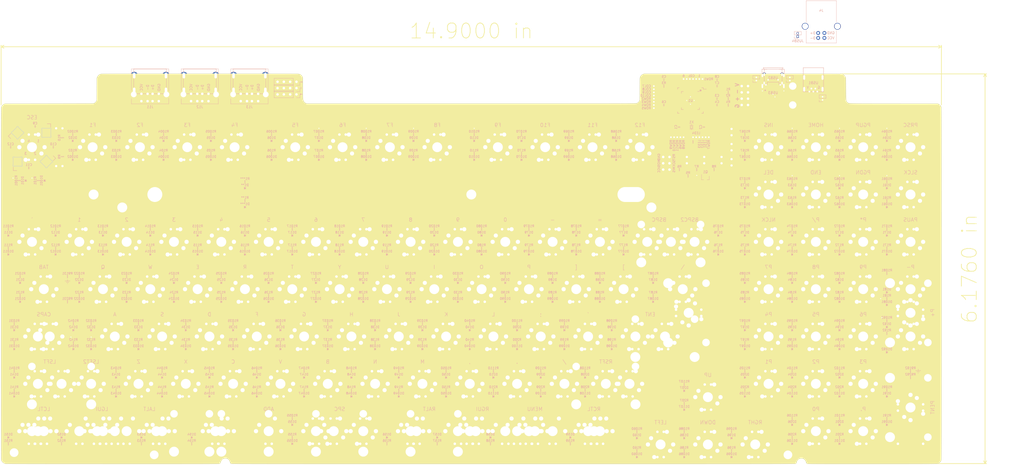
<source format=kicad_pcb>
(kicad_pcb (version 4) (host pcbnew 4.0.6)
  (layers (0 F.Cu signal) (31 B.Cu signal) (34 B.Paste user) (35 F.Paste user) (36 B.SilkS user) (37 F.SilkS user) (38 B.Mask user) (39 F.Mask user) (44 Edge.Cuts user))
  (net 0 "")
  (net 1 /X-)
  (net 2 GND)
  (net 3 /X+)
  (net 4 "Net-(C3-Pad1)")
  (net 5 VCC)
  (net 6 /COL1)
  (net 7 "Net-(D102-Pad1)")
  (net 8 /COL2)
  (net 9 "Net-(D103-Pad1)")
  (net 10 /COL3)
  (net 11 "Net-(D104-Pad1)")
  (net 12 /COL4)
  (net 13 "Net-(D105-Pad1)")
  (net 14 /COL5)
  (net 15 "Net-(D106-Pad1)")
  (net 16 /COL6)
  (net 17 "Net-(D107-Pad1)")
  (net 18 /COL7)
  (net 19 "Net-(D108-Pad1)")
  (net 20 /COL8)
  (net 21 "Net-(D109-Pad1)")
  (net 22 /COL9)
  (net 23 "Net-(D110-Pad1)")
  (net 24 /COL10)
  (net 25 "Net-(D111-Pad1)")
  (net 26 "Net-(D112-Pad1)")
  (net 27 "Net-(D113-Pad1)")
  (net 28 "Net-(D114-Pad1)")
  (net 29 "Net-(D115-Pad1)")
  (net 30 "Net-(D116-Pad1)")
  (net 31 "Net-(D117-Pad1)")
  (net 32 "Net-(D118-Pad1)")
  (net 33 "Net-(D119-Pad1)")
  (net 34 "Net-(D120-Pad1)")
  (net 35 "Net-(D121-Pad1)")
  (net 36 "Net-(D122-Pad1)")
  (net 37 "Net-(D123-Pad1)")
  (net 38 "Net-(D124-Pad1)")
  (net 39 "Net-(D125-Pad1)")
  (net 40 "Net-(D126-Pad1)")
  (net 41 "Net-(D127-Pad1)")
  (net 42 "Net-(D128-Pad1)")
  (net 43 "Net-(D129-Pad1)")
  (net 44 "Net-(D130-Pad1)")
  (net 45 "Net-(D131-Pad1)")
  (net 46 "Net-(D132-Pad1)")
  (net 47 "Net-(D133-Pad1)")
  (net 48 "Net-(D134-Pad1)")
  (net 49 "Net-(D135-Pad1)")
  (net 50 "Net-(D136-Pad1)")
  (net 51 "Net-(D137-Pad1)")
  (net 52 "Net-(D138-Pad1)")
  (net 53 "Net-(D139-Pad1)")
  (net 54 "Net-(D140-Pad1)")
  (net 55 "Net-(D141-Pad1)")
  (net 56 "Net-(D142-Pad1)")
  (net 57 "Net-(D143-Pad1)")
  (net 58 "Net-(D144-Pad1)")
  (net 59 "Net-(D145-Pad1)")
  (net 60 "Net-(D146-Pad1)")
  (net 61 "Net-(D147-Pad1)")
  (net 62 "Net-(D148-Pad1)")
  (net 63 "Net-(D149-Pad1)")
  (net 64 "Net-(D150-Pad1)")
  (net 65 "Net-(D151-Pad1)")
  (net 66 "Net-(D152-Pad1)")
  (net 67 "Net-(D153-Pad1)")
  (net 68 "Net-(D154-Pad1)")
  (net 69 "Net-(D155-Pad1)")
  (net 70 "Net-(D156-Pad1)")
  (net 71 "Net-(D157-Pad1)")
  (net 72 "Net-(D158-Pad1)")
  (net 73 "Net-(D159-Pad1)")
  (net 74 "Net-(D160-Pad1)")
  (net 75 "Net-(D161-Pad1)")
  (net 76 "Net-(D162-Pad1)")
  (net 77 "Net-(D163-Pad1)")
  (net 78 "Net-(D164-Pad1)")
  (net 79 "Net-(D165-Pad1)")
  (net 80 "Net-(D166-Pad1)")
  (net 81 "Net-(D167-Pad1)")
  (net 82 "Net-(D168-Pad1)")
  (net 83 "Net-(D169-Pad1)")
  (net 84 "Net-(D170-Pad1)")
  (net 85 "Net-(D171-Pad1)")
  (net 86 "Net-(D172-Pad1)")
  (net 87 "Net-(D173-Pad1)")
  (net 88 "Net-(D174-Pad1)")
  (net 89 "Net-(D175-Pad1)")
  (net 90 "Net-(D176-Pad1)")
  (net 91 "Net-(D177-Pad1)")
  (net 92 "Net-(D178-Pad1)")
  (net 93 "Net-(D179-Pad1)")
  (net 94 "Net-(D180-Pad1)")
  (net 95 "Net-(D181-Pad1)")
  (net 96 "Net-(D182-Pad1)")
  (net 97 "Net-(D184-Pad1)")
  (net 98 "Net-(D185-Pad1)")
  (net 99 "Net-(D186-Pad1)")
  (net 100 "Net-(D187-Pad1)")
  (net 101 "Net-(D188-Pad1)")
  (net 102 "Net-(D189-Pad1)")
  (net 103 "Net-(D190-Pad1)")
  (net 104 "Net-(D191-Pad1)")
  (net 105 "Net-(D192-Pad1)")
  (net 106 "Net-(D194-Pad1)")
  (net 107 "Net-(D195-Pad1)")
  (net 108 "Net-(D196-Pad1)")
  (net 109 "Net-(D197-Pad1)")
  (net 110 "Net-(D198-Pad1)")
  (net 111 "Net-(D199-Pad1)")
  (net 112 "Net-(D200-Pad1)")
  (net 113 "Net-(D201-Pad1)")
  (net 114 "Net-(D202-Pad1)")
  (net 115 "Net-(D204-Pad1)")
  (net 116 "Net-(D205-Pad1)")
  (net 117 "Net-(D206-Pad1)")
  (net 118 "Net-(D207-Pad1)")
  (net 119 "Net-(D208-Pad1)")
  (net 120 "Net-(D209-Pad1)")
  (net 121 "Net-(D210-Pad1)")
  (net 122 /MISO)
  (net 123 /LED2)
  (net 124 /LED1)
  (net 125 /RESET)
  (net 126 /USBD-)
  (net 127 /USBD+)
  (net 128 "Net-(LED1-Pad2)")
  (net 129 "Net-(LED2-Pad2)")
  (net 130 /LED3)
  (net 131 "Net-(LED3-Pad2)")
  (net 132 /ROW1)
  (net 133 /ROW2)
  (net 134 /ROW3)
  (net 135 /ROW4)
  (net 136 /ROW5)
  (net 137 /ROW6)
  (net 138 "Net-(MX151-Pad3)")
  (net 139 "Net-(MX152-Pad3)")
  (net 140 "Net-(MX153-Pad3)")
  (net 141 "Net-(MX154-Pad3)")
  (net 142 "Net-(MX156-Pad3)")
  (net 143 "Net-(MX157-Pad3)")
  (net 144 "Net-(MX158-Pad3)")
  (net 145 "Net-(MX159-Pad3)")
  (net 146 /ROW8)
  (net 147 /ROW9)
  (net 148 /ROW10)
  (net 149 /ROW11)
  (net 150 /LED4)
  (net 151 /LED+)
  (net 152 /UD-)
  (net 153 /UD+)
  (net 154 "Net-(R3-Pad2)")
  (net 155 "Net-(RGBLED1-Pad1)")
  (net 156 "Net-(RGBLED2-Pad1)")
  (net 157 "Net-(RGBLED3-Pad1)")
  (net 158 "Net-(RGBLED4-Pad1)")
  (net 159 "Net-(U1-Pad42)")
  (net 160 "Net-(USB1-Pad4)")
  (net 161 "Net-(USB2-Pad4)")
  (net 162 "Net-(D1001-Pad1)")
  (net 163 "Net-(D101-Pad1)")
  (net 164 "Net-(D1002-Pad1)")
  (net 165 "Net-(D1011-Pad1)")
  (net 166 "Net-(D1012-Pad1)")
  (net 167 "Net-(D1003-Pad1)")
  (net 168 "Net-(D1004-Pad1)")
  (net 169 "Net-(D1005-Pad1)")
  (net 170 "Net-(D1006-Pad1)")
  (net 171 "Net-(D1007-Pad1)")
  (net 172 "Net-(D1008-Pad1)")
  (net 173 "Net-(D1009-Pad1)")
  (net 174 "Net-(D1010-Pad1)")
  (net 175 "Net-(D1021-Pad1)")
  (net 176 "Net-(D1013-Pad1)")
  (net 177 "Net-(D1014-Pad1)")
  (net 178 "Net-(D1015-Pad1)")
  (net 179 "Net-(D1016-Pad1)")
  (net 180 "Net-(D1017-Pad1)")
  (net 181 "Net-(D1018-Pad1)")
  (net 182 "Net-(D1019-Pad1)")
  (net 183 "Net-(D1020-Pad1)")
  (net 184 "Net-(D1022-Pad1)")
  (net 185 "Net-(D1023-Pad1)")
  (net 186 "Net-(D1024-Pad1)")
  (net 187 "Net-(D1025-Pad1)")
  (net 188 "Net-(D1026-Pad1)")
  (net 189 "Net-(D1027-Pad1)")
  (net 190 "Net-(D1028-Pad1)")
  (net 191 "Net-(D1029-Pad1)")
  (net 192 "Net-(D1030-Pad1)")
  (net 193 "Net-(D1031-Pad1)")
  (net 194 "Net-(D1032-Pad1)")
  (net 195 "Net-(D1033-Pad1)")
  (net 196 "Net-(D1034-Pad1)")
  (net 197 "Net-(D1035-Pad1)")
  (net 198 "Net-(D1036-Pad1)")
  (net 199 "Net-(D1037-Pad1)")
  (net 200 "Net-(D1038-Pad1)")
  (net 201 "Net-(D1039-Pad1)")
  (net 202 "Net-(D1040-Pad1)")
  (net 203 "Net-(D1041-Pad1)")
  (net 204 "Net-(D1042-Pad1)")
  (net 205 "Net-(D1043-Pad1)")
  (net 206 "Net-(D1044-Pad1)")
  (net 207 "Net-(D1045-Pad1)")
  (net 208 "Net-(D1046-Pad1)")
  (net 209 "Net-(D1047-Pad1)")
  (net 210 "Net-(D1048-Pad1)")
  (net 211 "Net-(D1049-Pad1)")
  (net 212 "Net-(D1050-Pad1)")
  (net 213 "Net-(D1060-Pad1)")
  (net 214 "Net-(D1061-Pad1)")
  (net 215 "Net-(D1062-Pad1)")
  (net 216 "Net-(D1063-Pad1)")
  (net 217 "Net-(D1064-Pad1)")
  (net 218 "Net-(D1065-Pad1)")
  (net 219 "Net-(D1066-Pad1)")
  (net 220 "Net-(D1067-Pad1)")
  (net 221 "Net-(D1068-Pad1)")
  (net 222 "Net-(D1069-Pad1)")
  (net 223 "Net-(D1070-Pad1)")
  (net 224 "Net-(D1071-Pad1)")
  (net 225 "Net-(D1072-Pad1)")
  (net 226 "Net-(D1073-Pad1)")
  (net 227 "Net-(D1074-Pad1)")
  (net 228 "Net-(D1075-Pad1)")
  (net 229 "Net-(D1076-Pad1)")
  (net 230 "Net-(D1077-Pad1)")
  (net 231 "Net-(D1078-Pad1)")
  (net 232 "Net-(D1079-Pad1)")
  (net 233 "Net-(D1080-Pad1)")
  (net 234 "Net-(D1081-Pad1)")
  (net 235 "Net-(D1082-Pad1)")
  (net 236 "Net-(D1084-Pad1)")
  (net 237 "Net-(D1085-Pad1)")
  (net 238 "Net-(D1086-Pad1)")
  (net 239 "Net-(D1087-Pad1)")
  (net 240 "Net-(D1088-Pad1)")
  (net 241 "Net-(D1089-Pad1)")
  (net 242 "Net-(D1090-Pad1)")
  (net 243 "Net-(D1092-Pad1)")
  (net 244 "Net-(D1094-Pad1)")
  (net 245 "Net-(D1095-Pad1)")
  (net 246 "Net-(D1096-Pad1)")
  (net 247 "Net-(D1097-Pad1)")
  (net 248 "Net-(D1098-Pad1)")
  (net 249 "Net-(D1099-Pad1)")
  (net 250 "Net-(D1100-Pad1)")
  (net 251 "Net-(D1101-Pad1)")
  (net 252 "Net-(D1102-Pad1)")
  (net 253 "Net-(D1104-Pad1)")
  (net 254 "Net-(D1105-Pad1)")
  (net 255 "Net-(D1106-Pad1)")
  (net 256 "Net-(D1107-Pad1)")
  (net 257 "Net-(D1108-Pad1)")
  (net 258 "Net-(D1109-Pad1)")
  (net 259 "Net-(D1110-Pad1)")
  (net 260 "Net-(D1091-Pad1)")
  (net 261 "Net-(D1055-Pad1)")
  (net 262 "Net-(LED4-Pad2)")
  (net 263 "Net-(LED5-Pad2)")
  (net 264 "Net-(JUSB1-Pad2)")
  (net 265 "Net-(JUSB2-Pad2)")
  (net 266 "Net-(USB3-Pad4)")
  (net 267 "Net-(USB3-Pad9)")
  (net 268 "Net-(USB3-Pad3)")
  (net 269 "Net-(USB3-Pad10)")
  (net 270 "Net-(JUSB3-Pad2)")
  (net 271 "Net-(J11-Pad4)")
  (net 272 "Net-(J11-Pad1)")
  (net 273 "Net-(J11-Pad5)")
  (net 274 "Net-(J12-Pad4)")
  (net 275 "Net-(J12-Pad1)")
  (net 276 "Net-(J12-Pad5)")
  (net 277 "Net-(J13-Pad4)")
  (net 278 "Net-(J13-Pad1)")
  (net 279 "Net-(J13-Pad5)")
  (net 280 /J11+)
  (net 281 /J11-)
  (net 282 /J12+)
  (net 283 /J12-)
  (net 284 /J13+)
  (net 285 /J13-)
  (net 286 "Net-(J4-Pad5)")
  (module Keyboard:LED_D3.0mm (layer F.Cu) (at 45.7176 133.872)
    (fp_text reference LED5 (at 0 -2.96) (layer F.SilkS))
    (fp_text value 3mm)
    (pad 1 thru_hole rect (at -1.27 0) (size 1.8 1.8) (drill 0.9) (layers *.Cu B.Mask) (net 2 GND))
    (pad 2 thru_hole circle (at 1.27 0) (size 1.8 1.8) (drill 0.9) (layers *.Cu B.Mask) (net 263 "Net-(LED5-Pad2)"))
  )
  (module Pin_Headers:Pin_Header_Straight_1x05_Pitch1.27mm (layer F.Cu) (at 291.903358 137.4584 90)
    (fp_text reference REF** hide)
    (fp_text value Pin_Header_Straight_1x05_Pitch1.27mm hide)
    (pad 1 thru_hole circle (at 0 0 90) (size 1 1) (drill 0.65) (layers *.Cu B.Mask) (net 147 /ROW9))
    (pad 2 thru_hole oval (at 0 1.27 90) (size 1 1) (drill 0.65) (layers *.Cu B.Mask) (net 148 /ROW10))
    (pad 3 thru_hole oval (at 0 2.54 90) (size 1 1) (drill 0.65) (layers *.Cu B.Mask) (net 149 /ROW11))
    (pad 4 thru_hole oval (at 0 3.81 90) (size 1 1) (drill 0.65) (layers *.Cu B.Mask) (net 137 /ROW6))
    (pad 5 thru_hole oval (at 0 5.08 90) (size 1 1) (drill 0.65) (layers *.Cu B.Mask) (net 146 /ROW8))
  )
  (module Pin_Headers:Pin_Header_Straight_1x05_Pitch1.27mm (layer F.Cu) (at 302.063358 137.4584 90)
    (fp_text reference REF** hide)
    (fp_text value Pin_Header_Straight_1x05_Pitch1.27mm hide)
    (pad 1 thru_hole circle (at 0 0 90) (size 1 1) (drill 0.65) (layers *.Cu B.Mask) (net 150 /LED4))
    (pad 2 thru_hole oval (at 0 1.27 90) (size 1 1) (drill 0.65) (layers *.Cu B.Mask) (net 130 /LED3))
    (pad 3 thru_hole oval (at 0 2.54 90) (size 1 1) (drill 0.65) (layers *.Cu B.Mask) (net 123 /LED2))
    (pad 4 thru_hole oval (at 0 3.81 90) (size 1 1) (drill 0.65) (layers *.Cu B.Mask) (net 124 /LED1))
    (pad 5 thru_hole oval (at 0 5.08 90) (size 1 1) (drill 0.65) (layers *.Cu B.Mask) (net 122 /MISO))
  )
  (module Pin_Headers:Pin_Header_Straight_1x08_Pitch1.27mm (layer F.Cu) (at 285.0294 116.872)
    (fp_text reference REF** hide)
    (fp_text value Pin_Header_Straight_1x08_Pitch1.27mm hide)
    (pad 1 thru_hole circle (at 0 0) (size 1 1) (drill 0.65) (layers *.Cu B.Mask) (net 18 /COL7))
    (pad 2 thru_hole oval (at 0 1.27) (size 1 1) (drill 0.65) (layers *.Cu B.Mask) (net 20 /COL8))
    (pad 3 thru_hole oval (at 0 2.54) (size 1 1) (drill 0.65) (layers *.Cu B.Mask) (net 22 /COL9))
    (pad 4 thru_hole oval (at 0 3.81) (size 1 1) (drill 0.65) (layers *.Cu B.Mask) (net 24 /COL10))
    (pad 5 thru_hole oval (at 0 5.08) (size 1 1) (drill 0.65) (layers *.Cu B.Mask) (net 133 /ROW2))
    (pad 6 thru_hole oval (at 0 6.35) (size 1 1) (drill 0.65) (layers *.Cu B.Mask) (net 134 /ROW3))
    (pad 7 thru_hole oval (at 0 7.62) (size 1 1) (drill 0.65) (layers *.Cu B.Mask) (net 135 /ROW4))
    (pad 8 thru_hole oval (at 0 8.89) (size 1 1) (drill 0.65) (layers *.Cu B.Mask) (net 136 /ROW5))
  )
  (module Pin_Headers:Pin_Header_Straight_1x07_Pitch1.27mm (layer F.Cu) (at 296.983358 114.033793 90)
    (fp_text reference REF** hide)
    (fp_text value Pin_Header_Straight_1x07_Pitch1.27mm hide)
    (pad 1 thru_hole circle (at 0 0 90) (size 1 1) (drill 0.65) (layers *.Cu B.Mask) (net 16 /COL6))
    (pad 2 thru_hole oval (at 0 1.27 90) (size 1 1) (drill 0.65) (layers *.Cu B.Mask) (net 14 /COL5))
    (pad 3 thru_hole oval (at 0 2.54 90) (size 1 1) (drill 0.65) (layers *.Cu B.Mask) (net 12 /COL4))
    (pad 4 thru_hole oval (at 0 3.81 90) (size 1 1) (drill 0.65) (layers *.Cu B.Mask) (net 10 /COL3))
    (pad 5 thru_hole oval (at 0 5.08 90) (size 1 1) (drill 0.65) (layers *.Cu B.Mask) (net 8 /COL2))
    (pad 6 thru_hole oval (at 0 6.35 90) (size 1 1) (drill 0.65) (layers *.Cu B.Mask) (net 6 /COL1))
    (pad 7 thru_hole oval (at 0 7.62 90) (size 1 1) (drill 0.65) (layers *.Cu B.Mask) (net 132 /ROW1))
  )
  (module LOGO (layer F.Cu) (at 211.5253 190.405558)
    (fp_text reference G*** hide)
    (fp_text value LOGO hide)
  )
  (module Keyboard:USB_A_10mm (layer B.Cu) (at 82.2538 119.991)
    (fp_text reference REF** hide)
    (fp_text value USB_A_10mm)
    (fp_text user D+ (at 1.0668 -2.5908 270) (layer B.SilkS) (effects (justify mirror)))
    (fp_text user D- (at -0.9652 -2.5908 270) (layer B.SilkS) (effects (justify mirror)))
    (fp_text user GND (at 3.6068 -2.5908 270) (layer B.SilkS) (effects (justify mirror)))
    (fp_text user VCC (at -3.5052 -2.5908 90) (layer B.SilkS) (effects (justify mirror)))
    (pad 4 thru_hole circle (at 3.5 0 90) (size 1.5 1.5) (drill 1) (layers *.Cu *.Mask) (net 271 "Net-(J11-Pad4)"))
    (pad 3 thru_hole circle (at 1 0 90) (size 1.5 1.5) (drill 1) (layers *.Cu *.Mask) (net 280 /J11+))
    (pad 2 thru_hole circle (at -1 0 90) (size 1.5 1.5) (drill 1) (layers *.Cu *.Mask) (net 281 /J11-))
    (pad 1 thru_hole circle (at -3.5 0 90) (size 1.5 1.5) (drill 1) (layers *.Cu *.Mask) (net 272 "Net-(J11-Pad1)"))
    (pad 5 thru_hole circle (at 6.4 -1.35 90) (size 3 3) (drill oval 2.3 1) (layers *.Cu *.Mask))
    (pad 5 thru_hole circle (at -6.4 -1.35 90) (size 3 3) (drill oval 2.3 1) (layers *.Cu *.Mask))
    (pad 5 thru_hole circle (at 6.4 -7.35 270) (size 3 3) (drill oval 2.3 1) (layers *.Cu *.Mask))
    (pad 5 thru_hole circle (at -6.4 -7.35 270) (size 3 3) (drill oval 2.3 1) (layers *.Cu *.Mask))
    (pad 1 smd rect (at -3.5 1.35) (size 1 3) (layers B.Cu B.Mask))
    (pad 2 smd rect (at -1 1.35) (size 1 3) (layers B.Cu B.Mask))
    (pad 3 smd rect (at 1 1.35) (size 1 3) (layers B.Cu B.Mask))
    (pad 4 smd rect (at 3.5 1.35) (size 1 3) (layers B.Cu B.Mask))
  )
  (module Keyboard:USB_A_10mm (layer B.Cu) (at 122.2538 119.991)
    (fp_text reference REF** hide)
    (fp_text value USB_A_10mm)
    (fp_text user D+ (at 1.0668 -2.5908 270) (layer B.SilkS) (effects (justify mirror)))
    (fp_text user D- (at -0.9652 -2.5908 270) (layer B.SilkS) (effects (justify mirror)))
    (fp_text user GND (at 3.6068 -2.5908 270) (layer B.SilkS) (effects (justify mirror)))
    (fp_text user VCC (at -3.5052 -2.5908 90) (layer B.SilkS) (effects (justify mirror)))
    (pad 4 thru_hole circle (at 3.5 0 90) (size 1.5 1.5) (drill 1) (layers *.Cu *.Mask) (net 277 "Net-(J13-Pad4)"))
    (pad 3 thru_hole circle (at 1 0 90) (size 1.5 1.5) (drill 1) (layers *.Cu *.Mask) (net 284 /J13+))
    (pad 2 thru_hole circle (at -1 0 90) (size 1.5 1.5) (drill 1) (layers *.Cu *.Mask) (net 285 /J13-))
    (pad 1 thru_hole circle (at -3.5 0 90) (size 1.5 1.5) (drill 1) (layers *.Cu *.Mask) (net 278 "Net-(J13-Pad1)"))
    (pad 5 thru_hole circle (at 6.4 -1.35 90) (size 3 3) (drill oval 2.3 1) (layers *.Cu *.Mask))
    (pad 5 thru_hole circle (at -6.4 -1.35 90) (size 3 3) (drill oval 2.3 1) (layers *.Cu *.Mask))
    (pad 5 thru_hole circle (at 6.4 -7.35 270) (size 3 3) (drill oval 2.3 1) (layers *.Cu *.Mask))
    (pad 5 thru_hole circle (at -6.4 -7.35 270) (size 3 3) (drill oval 2.3 1) (layers *.Cu *.Mask))
    (pad 1 smd rect (at -3.5 1.35) (size 1 3) (layers B.Cu B.Mask))
    (pad 2 smd rect (at -1 1.35) (size 1 3) (layers B.Cu B.Mask))
    (pad 3 smd rect (at 1 1.35) (size 1 3) (layers B.Cu B.Mask))
    (pad 4 smd rect (at 3.5 1.35) (size 1 3) (layers B.Cu B.Mask))
  )
  (module Keyboard:MX1A&LEDx2 (layer B.Cu) (at 129.96742 160.522 180)
    (fp_text reference Ref** hide)
    (fp_text value CherryMX hide)
    (pad 1 smd circle (at -2.54 -5.08 180) (size 2 2) (layers B.Cu B.Mask))
    (pad 2 smd circle (at 3.81 -2.54 180) (size 2 2) (layers B.Cu B.Mask))
    (pad 3 smd circle (at 1.27 5.08 180) (size 0.7 0.7) (layers B.Cu B.Mask))
    (pad 4 smd rect (at -1.27 5.08 180) (size 1.524 1.524) (layers B.Cu))
    (pad "" smd circle (at 0 0 180) (size 3.9878 3.9878) (layers B.Cu B.Mask))
    (pad "" smd circle (at 5.08 0 180) (size 1.7018 1.7018) (layers B.Cu B.Mask))
    (pad "" smd circle (at -5.08 0 180) (size 1.7018 1.7018) (layers B.Cu B.Mask))
    (pad 2 smd circle (at 3.81 -2.54 180) (size 3.5 3.5) (layers B.Cu))
    (pad 1 smd circle (at -2.54 -5.08 180) (size 3.5 3.5) (layers B.Cu))
    (pad 2 smd circle (at -3.81 2.54 180) (size 2 2) (layers B.Cu B.Mask))
    (pad 3 smd circle (at 2.54 5.08 180) (size 2 2) (layers B.Cu B.Mask))
    (pad 2 smd circle (at -3.81 2.54 180) (size 3.5 3.5) (layers B.Cu))
    (pad 3 smd circle (at 2.54 5.08 180) (size 3.5 3.5) (layers B.Cu))
    (pad 4 smd rect (at 1.27 -5.08 180) (size 1.524 1.524) (layers B.Cu))
    (pad 1 smd circle (at -1.27 -5.08 180) (size 1.524 1.524) (layers B.Cu))
    (pad 4 smd circle (at -1.27 5.08 180) (size 0.7 0.7) (layers B.Cu B.Mask))
    (pad 3 smd circle (at 1.27 5.08 180) (size 1.524 1.524) (layers B.Cu))
    (pad 4 smd circle (at 1.27 -5.08 180) (size 0.7 0.7) (layers B.Cu B.Mask))
    (pad 4 smd circle (at -1.27 -5.08 180) (size 0.7 0.7) (layers B.Cu B.Mask))
  )
  (module Keyboard:Hole (layer F.Cu) (at 383.253 260.852)
    (fp_text reference REF** hide)
    (fp_text value Hole hide)
    (pad 1 thru_hole rect (at 0 0) (size 1.524 1.524) (drill 1.016) (layers *.Cu B.Mask) (net 2 GND))
  )
  (module Keyboard:SWITCH-3X6X2.5_SMD+ (layer F.Cu) (at 331.183 150.997)
    (fp_text reference SW1 (at -1.143 -2.921) (layer F.SilkS))
    (fp_text value SWITCH)
    (pad 1 smd rect (at -3.5 0) (size 2 2) (layers F.Cu F.Paste F.Mask) (net 125 /RESET))
    (pad 2 smd rect (at 3.5 0) (size 2 2) (layers F.Cu F.Paste F.Mask) (net 2 GND))
  )
  (module Pin_Headers:Pin_Header_Straight_1x01_Pitch1.27mm (layer F.Cu) (at 300.793358 137.4584)
    (fp_text reference REF** hide)
    (fp_text value Pin_Header_Straight_1x01_Pitch1.27mm hide)
    (pad 1 thru_hole circle (at 0 0) (size 1 1) (drill 0.65) (layers *.Cu B.Mask) (net 125 /RESET))
  )
  (module Keyboard:Hole (layer F.Cu) (at 340.9188 124.492)
    (fp_text reference REF** hide)
    (fp_text value Hole hide)
    (pad "" np_thru_hole circle (at 0 0) (size 3 3) (drill 3) (layers *.Cu))
  )
  (module Pin_Headers:Pin_Header_Straight_1x04_Pitch2.54mm (layer F.Cu) (at 320.388 116.872)
    (fp_text reference J1 (at 0 -2.39) (layer F.SilkS))
    (fp_text value CONN_01X04)
    (pad 1 thru_hole rect (at 0 0) (size 1.7 1.7) (drill 1) (layers *.Cu *.Mask) (net 5 VCC))
    (pad 2 thru_hole oval (at 0 2.54) (size 1.7 1.7) (drill 1) (layers *.Cu *.Mask) (net 126 /USBD-))
    (pad 3 thru_hole oval (at 0 5.08) (size 1.7 1.7) (drill 1) (layers *.Cu *.Mask) (net 127 /USBD+))
    (pad 4 thru_hole oval (at 0 7.62) (size 1.7 1.7) (drill 1) (layers *.Cu *.Mask) (net 2 GND))
  )
  (module Keyboard:MX_FRAME (layer F.Cu) (at 388.333 258.185 270)
    (fp_text reference REF** hide)
    (fp_text value MX_FRAME hide)
    (pad "" np_thru_hole circle (at 0 -6.985 270) (size 3.048 3.048) (drill 3.048) (layers *.Cu))
    (pad "" np_thru_hole circle (at 0 8.255 270) (size 3.9878 3.9878) (drill 3.9878) (layers *.Cu))
  )
  (module Keyboard:MX_FRAME (layer F.Cu) (at 388.333 234.309 270)
    (fp_text reference REF** hide)
    (fp_text value MX_FRAME hide)
    (pad "" np_thru_hole circle (at 0 -6.985 270) (size 3.048 3.048) (drill 3.048) (layers *.Cu))
    (pad "" np_thru_hole circle (at 0 8.255 270) (size 3.9878 3.9878) (drill 3.9878) (layers *.Cu))
  )
  (module Keyboard:MX_FRAME (layer F.Cu) (at 388.333 220.085 270)
    (fp_text reference REF** hide)
    (fp_text value MX_FRAME hide)
    (pad "" np_thru_hole circle (at 0 -6.985 270) (size 3.048 3.048) (drill 3.048) (layers *.Cu))
    (pad "" np_thru_hole circle (at 0 8.255 270) (size 3.9878 3.9878) (drill 3.9878) (layers *.Cu))
  )
  (module Keyboard:MX_FRAME (layer F.Cu) (at 388.333 196.209 270)
    (fp_text reference REF** hide)
    (fp_text value MX_FRAME hide)
    (pad "" np_thru_hole circle (at 0 -6.985 270) (size 3.048 3.048) (drill 3.048) (layers *.Cu))
    (pad "" np_thru_hole circle (at 0 8.255 270) (size 3.9878 3.9878) (drill 3.9878) (layers *.Cu))
  )
  (module Keyboard:Hole (layer F.Cu) (at 83.912 265.309)
    (fp_text reference REF** hide)
    (fp_text value Hole hide)
    (pad "" thru_hole circle (at 0 0) (size 4.5 4.5) (drill 3.5) (layers *.Cu B.Mask))
  )
  (module Keyboard:Hole (layer F.Cu) (at 27.5217 264.411)
    (fp_text reference REF** hide)
    (fp_text value Hole hide)
    (pad "" thru_hole circle (at 0 0) (size 4.5 4.5) (drill 3.5) (layers *.Cu B.Mask))
  )
  (module Keyboard:Hole (layer F.Cu) (at 338.991 265.309)
    (fp_text reference REF** hide)
    (fp_text value Hole hide)
    (pad "" thru_hole circle (at 0 0) (size 4.5 4.5) (drill 3.5) (layers *.Cu B.Mask))
  )
  (module Keyboard:Hole (layer F.Cu) (at 275.888 160.521)
    (fp_text reference REF** hide)
    (fp_text value Hole hide)
    (pad "" thru_hole oval (at 0 0) (size 13 8) (drill oval 11 6) (layers *.Cu B.Mask))
  )
  (module Keyboard:Hole (layer F.Cu) (at 84.1676 160.522)
    (fp_text reference REF** hide)
    (fp_text value Hole hide)
    (pad "" thru_hole circle (at 0 0) (size 8 8) (drill 6) (layers *.Cu B.Mask))
  )
  (module Keyboard:Hole (layer F.Cu) (at 284.038 165.729)
    (fp_text reference REF** hide)
    (fp_text value Hole hide)
    (pad "" thru_hole circle (at 0 0) (size 6 6) (drill 4) (layers *.Cu B.Mask))
  )
  (module Keyboard:Hole (layer F.Cu) (at 71.0584 165.729)
    (fp_text reference REF** hide)
    (fp_text value Hole hide)
    (pad "" thru_hole circle (at 0 0) (size 6 6) (drill 4) (layers *.Cu B.Mask))
  )
  (module Keyboard:Hole (layer F.Cu) (at 211.559 160.522)
    (fp_text reference REF** hide)
    (fp_text value Hole hide)
    (pad "" thru_hole circle (at 0 0) (size 6 6) (drill 4) (layers *.Cu B.Mask))
  )
  (module Keyboard:MX_FRAME (layer F.Cu) (at 206.144675 255.7729)
    (fp_text reference REF** hide)
    (fp_text value MX_FRAME hide)
    (pad "" np_thru_hole circle (at 0 -6.985) (size 3.048 3.048) (drill 3.048) (layers *.Cu))
    (pad "" np_thru_hole circle (at 0 8.255) (size 3.9878 3.9878) (drill 3.9878) (layers *.Cu))
  )
  (module Keyboard:MX_FRAME (layer F.Cu) (at 187.094675 255.7729)
    (fp_text reference REF** hide)
    (fp_text value MX_FRAME hide)
    (pad "" np_thru_hole circle (at 0 -6.985) (size 3.048 3.048) (drill 3.048) (layers *.Cu))
    (pad "" np_thru_hole circle (at 0 8.255) (size 3.9878 3.9878) (drill 3.9878) (layers *.Cu))
  )
  (module Keyboard:MX_FRAME (layer F.Cu) (at 168.068675 255.7729)
    (fp_text reference REF** hide)
    (fp_text value MX_FRAME hide)
    (pad "" np_thru_hole circle (at 0 -6.985) (size 3.048 3.048) (drill 3.048) (layers *.Cu))
    (pad "" np_thru_hole circle (at 0 8.255) (size 3.9878 3.9878) (drill 3.9878) (layers *.Cu))
  )
  (module Keyboard:MX_FRAME (layer F.Cu) (at 149.018675 255.7729)
    (fp_text reference REF** hide)
    (fp_text value MX_FRAME hide)
    (pad "" np_thru_hole circle (at 0 -6.985) (size 3.048 3.048) (drill 3.048) (layers *.Cu))
    (pad "" np_thru_hole circle (at 0 8.255) (size 3.9878 3.9878) (drill 3.9878) (layers *.Cu))
  )
  (module Keyboard:MX_FRAME (layer F.Cu) (at 129.967675 255.7729)
    (fp_text reference REF** hide)
    (fp_text value MX_FRAME hide)
    (pad "" np_thru_hole circle (at 0 -6.985) (size 3.048 3.048) (drill 3.048) (layers *.Cu))
    (pad "" np_thru_hole circle (at 0 8.255) (size 3.9878 3.9878) (drill 3.9878) (layers *.Cu))
  )
  (module Keyboard:MX_FRAME (layer F.Cu) (at 110.941975 255.7729)
    (fp_text reference REF** hide)
    (fp_text value MX_FRAME hide)
    (pad "" np_thru_hole circle (at 0 -6.985) (size 3.048 3.048) (drill 3.048) (layers *.Cu))
    (pad "" np_thru_hole circle (at 0 8.255) (size 3.9878 3.9878) (drill 3.9878) (layers *.Cu))
  )
  (module Keyboard:MX_FRAME (layer F.Cu) (at 106.123075 255.7729)
    (fp_text reference REF** hide)
    (fp_text value MX_FRAME hide)
    (pad "" np_thru_hole circle (at 0 -6.985) (size 3.048 3.048) (drill 3.048) (layers *.Cu))
    (pad "" np_thru_hole circle (at 0 8.255) (size 3.9878 3.9878) (drill 3.9878) (layers *.Cu))
  )
  (module Keyboard:MX_FRAME (layer F.Cu) (at 91.892675 255.7729)
    (fp_text reference REF** hide)
    (fp_text value MX_FRAME hide)
    (pad "" np_thru_hole circle (at 0 -6.985) (size 3.048 3.048) (drill 3.048) (layers *.Cu))
    (pad "" np_thru_hole circle (at 0 8.255) (size 3.9878 3.9878) (drill 3.9878) (layers *.Cu))
  )
  (module Keyboard:MX_FRAME (layer F.Cu) (at 277.635 236.722)
    (fp_text reference REF** hide)
    (fp_text value MX_FRAME hide)
    (pad "" np_thru_hole circle (at 0 -6.985) (size 3.048 3.048) (drill 3.048) (layers *.Cu))
    (pad "" np_thru_hole circle (at 0 8.255) (size 3.9878 3.9878) (drill 3.9878) (layers *.Cu))
  )
  (module Keyboard:MX_FRAME (layer F.Cu) (at 253.759 236.722)
    (fp_text reference REF** hide)
    (fp_text value MX_FRAME hide)
    (pad "" np_thru_hole circle (at 0 -6.985) (size 3.048 3.048) (drill 3.048) (layers *.Cu))
    (pad "" np_thru_hole circle (at 0 8.255) (size 3.9878 3.9878) (drill 3.9878) (layers *.Cu))
  )
  (module Keyboard:MX_FRAME (layer F.Cu) (at 58.5618 236.722)
    (fp_text reference REF** hide)
    (fp_text value MX_FRAME hide)
    (pad "" np_thru_hole circle (at 0 -6.985) (size 3.048 3.048) (drill 3.048) (layers *.Cu))
    (pad "" np_thru_hole circle (at 0 8.255) (size 3.9878 3.9878) (drill 3.9878) (layers *.Cu))
  )
  (module Keyboard:MX_FRAME (layer F.Cu) (at 34.6858 236.722)
    (fp_text reference REF** hide)
    (fp_text value MX_FRAME hide)
    (pad "" np_thru_hole circle (at 0 -6.985) (size 3.048 3.048) (drill 3.048) (layers *.Cu))
    (pad "" np_thru_hole circle (at 0 8.255) (size 3.9878 3.9878) (drill 3.9878) (layers *.Cu))
  )
  (module Keyboard:MX_FRAME (layer F.Cu) (at 301.449 217.672)
    (fp_text reference REF** hide)
    (fp_text value MX_FRAME hide)
    (pad "" np_thru_hole circle (at 0 -6.985) (size 3.048 3.048) (drill 3.048) (layers *.Cu))
    (pad "" np_thru_hole circle (at 0 8.255) (size 3.9878 3.9878) (drill 3.9878) (layers *.Cu))
  )
  (module Keyboard:MX_FRAME (layer F.Cu) (at 277.573 217.672)
    (fp_text reference REF** hide)
    (fp_text value MX_FRAME hide)
    (pad "" np_thru_hole circle (at 0 -6.985) (size 3.048 3.048) (drill 3.048) (layers *.Cu))
    (pad "" np_thru_hole circle (at 0 8.255) (size 3.9878 3.9878) (drill 3.9878) (layers *.Cu))
  )
  (module Keyboard:MX_FRAME (layer F.Cu) (at 299.036 220.085 270)
    (fp_text reference REF** hide)
    (fp_text value MX_FRAME hide)
    (pad "" np_thru_hole circle (at 0 -6.985 270) (size 3.048 3.048) (drill 3.048) (layers *.Cu))
    (pad "" np_thru_hole circle (at 0 8.255 270) (size 3.9878 3.9878) (drill 3.9878) (layers *.Cu))
  )
  (module Keyboard:MX_FRAME (layer F.Cu) (at 299.036 196.209 270)
    (fp_text reference REF** hide)
    (fp_text value MX_FRAME hide)
    (pad "" np_thru_hole circle (at 0 -6.985 270) (size 3.048 3.048) (drill 3.048) (layers *.Cu))
    (pad "" np_thru_hole circle (at 0 8.255 270) (size 3.9878 3.9878) (drill 3.9878) (layers *.Cu))
  )
  (module Keyboard:MX_FRAME (layer F.Cu) (at 303.83 179.572)
    (fp_text reference REF** hide)
    (fp_text value MX_FRAME hide)
    (pad "" np_thru_hole circle (at 0 -6.985) (size 3.048 3.048) (drill 3.048) (layers *.Cu))
    (pad "" np_thru_hole circle (at 0 8.255) (size 3.9878 3.9878) (drill 3.9878) (layers *.Cu))
  )
  (module Keyboard:MX1A&LEDx2 (layer F.Cu) (at 34.7176 179.572 180)
    (fp_text reference MX111 hide)
    (fp_text value ` (at 0 8.89 180) (layer B.SilkS) (effects (font (size 1.5 1.5)) (justify mirror)))
    (pad 1 thru_hole circle (at -2.54 5.08 180) (size 2.5 2.5) (drill 1.651) (layers *.Cu B.Mask) (net 25 "Net-(D111-Pad1)"))
    (pad 2 thru_hole circle (at 3.81 2.54 180) (size 2.5 2.5) (drill 1.651) (layers *.Cu B.Mask) (net 133 /ROW2))
    (pad 3 thru_hole circle (at 1.27 -5.08 180) (size 1.524 1.524) (drill 1.016) (layers *.Cu B.Mask) (net 165 "Net-(D1011-Pad1)"))
    (pad 4 thru_hole rect (at -1.27 -5.08 180) (size 1.524 1.524) (drill 1.016) (layers *.Cu B.Mask) (net 2 GND))
    (pad "" np_thru_hole circle (at 0 0 180) (size 3.9878 3.9878) (drill 3.9878) (layers *.Cu))
    (pad "" np_thru_hole circle (at 5.08 0 180) (size 1.7018 1.7018) (drill 1.7018) (layers *.Cu))
    (pad "" np_thru_hole circle (at -5.08 0 180) (size 1.7018 1.7018) (drill 1.7018) (layers *.Cu))
    (pad 2 smd circle (at 3.81 2.54 180) (size 3.5 3.5) (layers B.Cu) (net 133 /ROW2))
    (pad 1 smd circle (at -2.54 5.08 180) (size 3.5 3.5) (layers B.Cu) (net 25 "Net-(D111-Pad1)"))
    (pad 2 thru_hole circle (at -3.81 -2.54 180) (size 2.5 2.5) (drill 1.651) (layers *.Cu B.Mask) (net 133 /ROW2))
    (pad 3 thru_hole circle (at 2.54 -5.08 180) (size 2.5 2.5) (drill 1.651) (layers *.Cu B.Mask) (net 165 "Net-(D1011-Pad1)"))
    (pad 2 smd circle (at -3.81 -2.54 180) (size 3.5 3.5) (layers B.Cu) (net 133 /ROW2))
    (pad 3 smd circle (at 2.54 -5.08 180) (size 3.5 3.5) (layers B.Cu) (net 165 "Net-(D1011-Pad1)"))
    (pad 4 thru_hole rect (at 1.27 5.08 180) (size 1.524 1.524) (drill 1.016) (layers *.Cu B.Mask) (net 2 GND))
    (pad 1 thru_hole circle (at -1.27 5.08 180) (size 1.524 1.524) (drill 1.016) (layers *.Cu B.Mask) (net 25 "Net-(D111-Pad1)"))
  )
  (module Keyboard:MX1A&LEDx2 (layer F.Cu) (at 287.725 261.13 180)
    (fp_text reference MX160 hide)
    (fp_text value LEFT (at 0 8.89 180) (layer B.SilkS) (effects (font (size 1.5 1.5)) (justify mirror)))
    (pad 1 thru_hole circle (at -2.54 5.08 180) (size 2.5 2.5) (drill 1.651) (layers *.Cu B.Mask) (net 74 "Net-(D160-Pad1)"))
    (pad 2 thru_hole circle (at 3.81 2.54 180) (size 2.5 2.5) (drill 1.651) (layers *.Cu B.Mask) (net 137 /ROW6))
    (pad 3 thru_hole circle (at 1.27 -5.08 180) (size 1.524 1.524) (drill 1.016) (layers *.Cu B.Mask) (net 213 "Net-(D1060-Pad1)"))
    (pad 4 thru_hole rect (at -1.27 -5.08 180) (size 1.524 1.524) (drill 1.016) (layers *.Cu B.Mask) (net 2 GND))
    (pad "" np_thru_hole circle (at 0 0 180) (size 3.9878 3.9878) (drill 3.9878) (layers *.Cu))
    (pad "" np_thru_hole circle (at 5.08 0 180) (size 1.7018 1.7018) (drill 1.7018) (layers *.Cu))
    (pad "" np_thru_hole circle (at -5.08 0 180) (size 1.7018 1.7018) (drill 1.7018) (layers *.Cu))
    (pad 2 smd circle (at 3.81 2.54 180) (size 3.5 3.5) (layers B.Cu) (net 137 /ROW6))
    (pad 1 smd circle (at -2.54 5.08 180) (size 3.5 3.5) (layers B.Cu) (net 74 "Net-(D160-Pad1)"))
    (pad 2 thru_hole circle (at -3.81 -2.54 180) (size 2.5 2.5) (drill 1.651) (layers *.Cu B.Mask) (net 137 /ROW6))
    (pad 3 thru_hole circle (at 2.54 -5.08 180) (size 2.5 2.5) (drill 1.651) (layers *.Cu B.Mask) (net 213 "Net-(D1060-Pad1)"))
    (pad 2 smd circle (at -3.81 -2.54 180) (size 3.5 3.5) (layers B.Cu) (net 137 /ROW6))
    (pad 3 smd oval (at 2.54 -5.08 180) (size 3.5 2.9) (layers B.Cu) (net 213 "Net-(D1060-Pad1)"))
    (pad 4 thru_hole rect (at 1.27 5.08 180) (size 1.524 1.524) (drill 1.016) (layers *.Cu B.Mask) (net 2 GND))
    (pad 1 thru_hole circle (at -1.27 5.08 180) (size 1.524 1.524) (drill 1.016) (layers *.Cu B.Mask) (net 74 "Net-(D160-Pad1)"))
  )
  (module Keyboard:MX1A&LEDx2 (layer F.Cu) (at 229.980004 236.722 180)
    (fp_text reference MX210 hide)
    (fp_text value . (at 0 8.89 180) (layer B.SilkS) (effects (font (size 1.5 1.5)) (justify mirror)))
    (pad 1 thru_hole circle (at -2.54 5.08 180) (size 2.5 2.5) (drill 1.651) (layers *.Cu B.Mask) (net 121 "Net-(D210-Pad1)"))
    (pad 2 thru_hole circle (at 3.81 2.54 180) (size 2.5 2.5) (drill 1.651) (layers *.Cu B.Mask) (net 149 /ROW11))
    (pad 3 thru_hole circle (at 1.27 -5.08 180) (size 1.524 1.524) (drill 1.016) (layers *.Cu B.Mask) (net 259 "Net-(D1110-Pad1)"))
    (pad 4 thru_hole rect (at -1.27 -5.08 180) (size 1.524 1.524) (drill 1.016) (layers *.Cu B.Mask) (net 2 GND))
    (pad "" np_thru_hole circle (at 0 0 180) (size 3.9878 3.9878) (drill 3.9878) (layers *.Cu))
    (pad "" np_thru_hole circle (at 5.08 0 180) (size 1.7018 1.7018) (drill 1.7018) (layers *.Cu))
    (pad "" np_thru_hole circle (at -5.08 0 180) (size 1.7018 1.7018) (drill 1.7018) (layers *.Cu))
    (pad 2 smd circle (at 3.81 2.54 180) (size 3.5 3.5) (layers B.Cu) (net 149 /ROW11))
    (pad 1 smd circle (at -2.54 5.08 180) (size 3.5 3.5) (layers B.Cu) (net 121 "Net-(D210-Pad1)"))
    (pad 2 thru_hole circle (at -3.81 -2.54 180) (size 2.5 2.5) (drill 1.651) (layers *.Cu B.Mask) (net 149 /ROW11))
    (pad 3 thru_hole circle (at 2.54 -5.08 180) (size 2.5 2.5) (drill 1.651) (layers *.Cu B.Mask) (net 259 "Net-(D1110-Pad1)"))
    (pad 2 smd circle (at -3.81 -2.54 180) (size 3.5 3.5) (layers B.Cu) (net 149 /ROW11))
    (pad 3 smd circle (at 2.54 -5.08 180) (size 3.5 3.5) (layers B.Cu) (net 259 "Net-(D1110-Pad1)"))
    (pad 4 thru_hole rect (at 1.27 5.08 180) (size 1.524 1.524) (drill 1.016) (layers *.Cu B.Mask) (net 2 GND))
    (pad 1 thru_hole circle (at -1.27 5.08 180) (size 1.524 1.524) (drill 1.016) (layers *.Cu B.Mask) (net 121 "Net-(D210-Pad1)"))
  )
  (module Keyboard:MX1A&LEDx2 (layer F.Cu) (at 249.029992 236.722 180)
    (fp_text reference MX209 hide)
    (fp_text value / (at 0 8.89 180) (layer B.SilkS) (effects (font (size 1.5 1.5)) (justify mirror)))
    (pad 1 thru_hole circle (at -2.54 5.08 180) (size 2.5 2.5) (drill 1.651) (layers *.Cu B.Mask) (net 120 "Net-(D209-Pad1)"))
    (pad 2 thru_hole circle (at 3.81 2.54 180) (size 2.5 2.5) (drill 1.651) (layers *.Cu B.Mask) (net 149 /ROW11))
    (pad 3 thru_hole circle (at 1.27 -5.08 180) (size 1.524 1.524) (drill 1.016) (layers *.Cu B.Mask) (net 258 "Net-(D1109-Pad1)"))
    (pad 4 thru_hole rect (at -1.27 -5.08 180) (size 1.524 1.524) (drill 1.016) (layers *.Cu B.Mask) (net 2 GND))
    (pad "" np_thru_hole circle (at 0 0 180) (size 3.9878 3.9878) (drill 3.9878) (layers *.Cu))
    (pad "" np_thru_hole circle (at 5.08 0 180) (size 1.7018 1.7018) (drill 1.7018) (layers *.Cu))
    (pad "" np_thru_hole circle (at -5.08 0 180) (size 1.7018 1.7018) (drill 1.7018) (layers *.Cu))
    (pad 2 smd circle (at 3.81 2.54 180) (size 3.5 3.5) (layers B.Cu) (net 149 /ROW11))
    (pad 1 smd circle (at -2.54 5.08 180) (size 3.5 3.5) (layers B.Cu) (net 120 "Net-(D209-Pad1)"))
    (pad 2 thru_hole circle (at -3.81 -2.54 180) (size 2.5 2.5) (drill 1.651) (layers *.Cu B.Mask) (net 149 /ROW11))
    (pad 3 thru_hole circle (at 2.54 -5.08 180) (size 2.5 2.5) (drill 1.651) (layers *.Cu B.Mask) (net 258 "Net-(D1109-Pad1)"))
    (pad 2 smd circle (at -3.81 -2.54 180) (size 3.5 3.5) (layers B.Cu) (net 149 /ROW11))
    (pad 3 smd circle (at 2.54 -5.08 180) (size 3.5 3.5) (layers B.Cu) (net 258 "Net-(D1109-Pad1)"))
    (pad 4 thru_hole rect (at 1.27 5.08 180) (size 1.524 1.524) (drill 1.016) (layers *.Cu B.Mask) (net 2 GND))
    (pad 1 thru_hole circle (at -1.27 5.08 180) (size 1.524 1.524) (drill 1.016) (layers *.Cu B.Mask) (net 120 "Net-(D209-Pad1)"))
  )
  (module Keyboard:MX1A&LEDx2 (layer F.Cu) (at 306.775 242.08 180)
    (fp_text reference MX207 hide)
    (fp_text value UP (at 0 8.89 180) (layer B.SilkS) (effects (font (size 1.5 1.5)) (justify mirror)))
    (pad 1 thru_hole circle (at -2.54 5.08 180) (size 2.5 2.5) (drill 1.651) (layers *.Cu B.Mask) (net 118 "Net-(D207-Pad1)"))
    (pad 2 thru_hole circle (at 3.81 2.54 180) (size 2.5 2.5) (drill 1.651) (layers *.Cu B.Mask) (net 149 /ROW11))
    (pad 3 thru_hole circle (at 1.27 -5.08 180) (size 1.524 1.524) (drill 1.016) (layers *.Cu B.Mask) (net 256 "Net-(D1107-Pad1)"))
    (pad 4 thru_hole rect (at -1.27 -5.08 180) (size 1.524 1.524) (drill 1.016) (layers *.Cu B.Mask) (net 2 GND))
    (pad "" np_thru_hole circle (at 0 0 180) (size 3.9878 3.9878) (drill 3.9878) (layers *.Cu))
    (pad "" np_thru_hole circle (at 5.08 0 180) (size 1.7018 1.7018) (drill 1.7018) (layers *.Cu))
    (pad "" np_thru_hole circle (at -5.08 0 180) (size 1.7018 1.7018) (drill 1.7018) (layers *.Cu))
    (pad 2 smd circle (at 3.81 2.54 180) (size 3.5 3.5) (layers B.Cu) (net 149 /ROW11))
    (pad 1 smd circle (at -2.54 5.08 180) (size 3.5 3.5) (layers B.Cu) (net 118 "Net-(D207-Pad1)"))
    (pad 2 thru_hole circle (at -3.81 -2.54 180) (size 2.5 2.5) (drill 1.651) (layers *.Cu B.Mask) (net 149 /ROW11))
    (pad 3 thru_hole circle (at 2.54 -5.08 180) (size 2.5 2.5) (drill 1.651) (layers *.Cu B.Mask) (net 256 "Net-(D1107-Pad1)"))
    (pad 2 smd circle (at -3.81 -2.54 180) (size 3.5 3.5) (layers B.Cu) (net 149 /ROW11))
    (pad 3 smd circle (at 2.54 -5.08 180) (size 3.5 3.5) (layers B.Cu) (net 256 "Net-(D1107-Pad1)"))
    (pad 4 thru_hole rect (at 1.27 5.08 180) (size 1.524 1.524) (drill 1.016) (layers *.Cu B.Mask) (net 2 GND))
    (pad 1 thru_hole circle (at -1.27 5.08 180) (size 1.524 1.524) (drill 1.016) (layers *.Cu B.Mask) (net 118 "Net-(D207-Pad1)"))
  )
  (module Keyboard:MX1A&LEDx2 (layer F.Cu) (at 350.233 255.772 180)
    (fp_text reference MX206 hide)
    (fp_text value P0 (at 0 8.89 180) (layer B.SilkS) (effects (font (size 1.5 1.5)) (justify mirror)))
    (pad 1 thru_hole circle (at -2.54 5.08 180) (size 2.5 2.5) (drill 1.651) (layers *.Cu B.Mask) (net 117 "Net-(D206-Pad1)"))
    (pad 2 thru_hole circle (at 3.81 2.54 180) (size 2.5 2.5) (drill 1.651) (layers *.Cu B.Mask) (net 149 /ROW11))
    (pad 3 thru_hole circle (at 1.27 -5.08 180) (size 1.524 1.524) (drill 1.016) (layers *.Cu B.Mask) (net 255 "Net-(D1106-Pad1)"))
    (pad 4 thru_hole rect (at -1.27 -5.08 180) (size 1.524 1.524) (drill 1.016) (layers *.Cu B.Mask) (net 2 GND))
    (pad "" np_thru_hole circle (at 0 0 180) (size 3.9878 3.9878) (drill 3.9878) (layers *.Cu))
    (pad "" np_thru_hole circle (at 5.08 0 180) (size 1.7018 1.7018) (drill 1.7018) (layers *.Cu))
    (pad "" np_thru_hole circle (at -5.08 0 180) (size 1.7018 1.7018) (drill 1.7018) (layers *.Cu))
    (pad 2 smd circle (at 3.81 2.54 180) (size 3.5 3.5) (layers B.Cu) (net 149 /ROW11))
    (pad 1 smd circle (at -2.54 5.08 180) (size 3.5 3.5) (layers B.Cu) (net 117 "Net-(D206-Pad1)"))
    (pad 2 thru_hole circle (at -3.81 -2.54 180) (size 2.5 2.5) (drill 1.651) (layers *.Cu B.Mask) (net 149 /ROW11))
    (pad 3 thru_hole circle (at 2.54 -5.08 180) (size 2.5 2.5) (drill 1.651) (layers *.Cu B.Mask) (net 255 "Net-(D1106-Pad1)"))
    (pad 2 smd circle (at -3.81 -2.54 180) (size 3.5 3.5) (layers B.Cu) (net 149 /ROW11))
    (pad 3 smd circle (at 2.54 -5.08 180) (size 3.5 3.5) (layers B.Cu) (net 255 "Net-(D1106-Pad1)"))
    (pad 4 thru_hole rect (at 1.27 5.08 180) (size 1.524 1.524) (drill 1.016) (layers *.Cu B.Mask) (net 2 GND))
    (pad 1 thru_hole circle (at -1.27 5.08 180) (size 1.524 1.524) (drill 1.016) (layers *.Cu B.Mask) (net 117 "Net-(D206-Pad1)"))
  )
  (module Keyboard:MX1A&LEDx2 (layer F.Cu) (at 331.183 236.722 180)
    (fp_text reference MX205 hide)
    (fp_text value P1 (at 0 8.89 180) (layer B.SilkS) (effects (font (size 1.5 1.5)) (justify mirror)))
    (pad 1 thru_hole circle (at -2.54 5.08 180) (size 2.5 2.5) (drill 1.651) (layers *.Cu B.Mask) (net 116 "Net-(D205-Pad1)"))
    (pad 2 thru_hole circle (at 3.81 2.54 180) (size 2.5 2.5) (drill 1.651) (layers *.Cu B.Mask) (net 149 /ROW11))
    (pad 3 thru_hole circle (at 1.27 -5.08 180) (size 1.524 1.524) (drill 1.016) (layers *.Cu B.Mask) (net 254 "Net-(D1105-Pad1)"))
    (pad 4 thru_hole rect (at -1.27 -5.08 180) (size 1.524 1.524) (drill 1.016) (layers *.Cu B.Mask) (net 2 GND))
    (pad "" np_thru_hole circle (at 0 0 180) (size 3.9878 3.9878) (drill 3.9878) (layers *.Cu))
    (pad "" np_thru_hole circle (at 5.08 0 180) (size 1.7018 1.7018) (drill 1.7018) (layers *.Cu))
    (pad "" np_thru_hole circle (at -5.08 0 180) (size 1.7018 1.7018) (drill 1.7018) (layers *.Cu))
    (pad 2 smd circle (at 3.81 2.54 180) (size 3.5 3.5) (layers B.Cu) (net 149 /ROW11))
    (pad 1 smd circle (at -2.54 5.08 180) (size 3.5 3.5) (layers B.Cu) (net 116 "Net-(D205-Pad1)"))
    (pad 2 thru_hole circle (at -3.81 -2.54 180) (size 2.5 2.5) (drill 1.651) (layers *.Cu B.Mask) (net 149 /ROW11))
    (pad 3 thru_hole circle (at 2.54 -5.08 180) (size 2.5 2.5) (drill 1.651) (layers *.Cu B.Mask) (net 254 "Net-(D1105-Pad1)"))
    (pad 2 smd circle (at -3.81 -2.54 180) (size 3.5 3.5) (layers B.Cu) (net 149 /ROW11))
    (pad 3 smd circle (at 2.54 -5.08 180) (size 3.5 3.5) (layers B.Cu) (net 254 "Net-(D1105-Pad1)"))
    (pad 4 thru_hole rect (at 1.27 5.08 180) (size 1.524 1.524) (drill 1.016) (layers *.Cu B.Mask) (net 2 GND))
    (pad 1 thru_hole circle (at -1.27 5.08 180) (size 1.524 1.524) (drill 1.016) (layers *.Cu B.Mask) (net 116 "Net-(D205-Pad1)"))
  )
  (module Keyboard:MX1A&LEDx2 (layer F.Cu) (at 350.233 236.722 180)
    (fp_text reference MX204 hide)
    (fp_text value P2 (at 0 8.89 180) (layer B.SilkS) (effects (font (size 1.5 1.5)) (justify mirror)))
    (pad 1 thru_hole circle (at -2.54 5.08 180) (size 2.5 2.5) (drill 1.651) (layers *.Cu B.Mask) (net 115 "Net-(D204-Pad1)"))
    (pad 2 thru_hole circle (at 3.81 2.54 180) (size 2.5 2.5) (drill 1.651) (layers *.Cu B.Mask) (net 149 /ROW11))
    (pad 3 thru_hole circle (at 1.27 -5.08 180) (size 1.524 1.524) (drill 1.016) (layers *.Cu B.Mask) (net 253 "Net-(D1104-Pad1)"))
    (pad 4 thru_hole rect (at -1.27 -5.08 180) (size 1.524 1.524) (drill 1.016) (layers *.Cu B.Mask) (net 2 GND))
    (pad "" np_thru_hole circle (at 0 0 180) (size 3.9878 3.9878) (drill 3.9878) (layers *.Cu))
    (pad "" np_thru_hole circle (at 5.08 0 180) (size 1.7018 1.7018) (drill 1.7018) (layers *.Cu))
    (pad "" np_thru_hole circle (at -5.08 0 180) (size 1.7018 1.7018) (drill 1.7018) (layers *.Cu))
    (pad 2 smd circle (at 3.81 2.54 180) (size 3.5 3.5) (layers B.Cu) (net 149 /ROW11))
    (pad 1 smd circle (at -2.54 5.08 180) (size 3.5 3.5) (layers B.Cu) (net 115 "Net-(D204-Pad1)"))
    (pad 2 thru_hole circle (at -3.81 -2.54 180) (size 2.5 2.5) (drill 1.651) (layers *.Cu B.Mask) (net 149 /ROW11))
    (pad 3 thru_hole circle (at 2.54 -5.08 180) (size 2.5 2.5) (drill 1.651) (layers *.Cu B.Mask) (net 253 "Net-(D1104-Pad1)"))
    (pad 2 smd circle (at -3.81 -2.54 180) (size 3.5 3.5) (layers B.Cu) (net 149 /ROW11))
    (pad 3 smd circle (at 2.54 -5.08 180) (size 3.5 3.5) (layers B.Cu) (net 253 "Net-(D1104-Pad1)"))
    (pad 4 thru_hole rect (at 1.27 5.08 180) (size 1.524 1.524) (drill 1.016) (layers *.Cu B.Mask) (net 2 GND))
    (pad 1 thru_hole circle (at -1.27 5.08 180) (size 1.524 1.524) (drill 1.016) (layers *.Cu B.Mask) (net 115 "Net-(D204-Pad1)"))
  )
  (module Keyboard:MX1A&LEDx2 (layer F.Cu) (at 369.283 236.722 180)
    (fp_text reference MX202 hide)
    (fp_text value P3 (at 0 8.89 180) (layer B.SilkS) (effects (font (size 1.5 1.5)) (justify mirror)))
    (pad 1 thru_hole circle (at -2.54 5.08 180) (size 2.5 2.5) (drill 1.651) (layers *.Cu B.Mask) (net 114 "Net-(D202-Pad1)"))
    (pad 2 thru_hole circle (at 3.81 2.54 180) (size 2.5 2.5) (drill 1.651) (layers *.Cu B.Mask) (net 149 /ROW11))
    (pad 3 thru_hole circle (at 1.27 -5.08 180) (size 1.524 1.524) (drill 1.016) (layers *.Cu B.Mask) (net 252 "Net-(D1102-Pad1)"))
    (pad 4 thru_hole rect (at -1.27 -5.08 180) (size 1.524 1.524) (drill 1.016) (layers *.Cu B.Mask) (net 2 GND))
    (pad "" np_thru_hole circle (at 0 0 180) (size 3.9878 3.9878) (drill 3.9878) (layers *.Cu))
    (pad "" np_thru_hole circle (at 5.08 0 180) (size 1.7018 1.7018) (drill 1.7018) (layers *.Cu))
    (pad "" np_thru_hole circle (at -5.08 0 180) (size 1.7018 1.7018) (drill 1.7018) (layers *.Cu))
    (pad 2 smd circle (at 3.81 2.54 180) (size 3.5 3.5) (layers B.Cu) (net 149 /ROW11))
    (pad 1 smd circle (at -2.54 5.08 180) (size 3.5 3.5) (layers B.Cu) (net 114 "Net-(D202-Pad1)"))
    (pad 2 thru_hole circle (at -3.81 -2.54 180) (size 2.5 2.5) (drill 1.651) (layers *.Cu B.Mask) (net 149 /ROW11))
    (pad 3 thru_hole circle (at 2.54 -5.08 180) (size 2.5 2.5) (drill 1.651) (layers *.Cu B.Mask) (net 252 "Net-(D1102-Pad1)"))
    (pad 2 smd circle (at -3.81 -2.54 180) (size 3.5 3.5) (layers B.Cu) (net 149 /ROW11))
    (pad 3 smd circle (at 2.54 -5.08 180) (size 3.5 3.5) (layers B.Cu) (net 252 "Net-(D1102-Pad1)"))
    (pad 4 thru_hole rect (at 1.27 5.08 180) (size 1.524 1.524) (drill 1.016) (layers *.Cu B.Mask) (net 2 GND))
    (pad 1 thru_hole circle (at -1.27 5.08 180) (size 1.524 1.524) (drill 1.016) (layers *.Cu B.Mask) (net 114 "Net-(D202-Pad1)"))
  )
  (module Keyboard:MX1A&LEDx2 (layer F.Cu) (at 369.283 255.772 180)
    (fp_text reference MX201 hide)
    (fp_text value P. (at 0 8.89 180) (layer B.SilkS) (effects (font (size 1.5 1.5)) (justify mirror)))
    (pad 1 thru_hole circle (at -2.54 5.08 180) (size 2.5 2.5) (drill 1.651) (layers *.Cu B.Mask) (net 113 "Net-(D201-Pad1)"))
    (pad 2 thru_hole circle (at 3.81 2.54 180) (size 2.5 2.5) (drill 1.651) (layers *.Cu B.Mask) (net 149 /ROW11))
    (pad 3 thru_hole circle (at 1.27 -5.08 180) (size 1.524 1.524) (drill 1.016) (layers *.Cu B.Mask) (net 251 "Net-(D1101-Pad1)"))
    (pad 4 thru_hole rect (at -1.27 -5.08 180) (size 1.524 1.524) (drill 1.016) (layers *.Cu B.Mask) (net 2 GND))
    (pad "" np_thru_hole circle (at 0 0 180) (size 3.9878 3.9878) (drill 3.9878) (layers *.Cu))
    (pad "" np_thru_hole circle (at 5.08 0 180) (size 1.7018 1.7018) (drill 1.7018) (layers *.Cu))
    (pad "" np_thru_hole circle (at -5.08 0 180) (size 1.7018 1.7018) (drill 1.7018) (layers *.Cu))
    (pad 2 smd circle (at 3.81 2.54 180) (size 3.5 3.5) (layers B.Cu) (net 149 /ROW11))
    (pad 1 smd circle (at -2.54 5.08 180) (size 3.5 3.5) (layers B.Cu) (net 113 "Net-(D201-Pad1)"))
    (pad 2 thru_hole circle (at -3.81 -2.54 180) (size 2.5 2.5) (drill 1.651) (layers *.Cu B.Mask) (net 149 /ROW11))
    (pad 3 thru_hole circle (at 2.54 -5.08 180) (size 2.5 2.5) (drill 1.651) (layers *.Cu B.Mask) (net 251 "Net-(D1101-Pad1)"))
    (pad 2 smd circle (at -3.81 -2.54 180) (size 3.5 3.5) (layers B.Cu) (net 149 /ROW11))
    (pad 3 smd circle (at 2.54 -5.08 180) (size 3.5 3.5) (layers B.Cu) (net 251 "Net-(D1101-Pad1)"))
    (pad 4 thru_hole rect (at 1.27 5.08 180) (size 1.524 1.524) (drill 1.016) (layers *.Cu B.Mask) (net 2 GND))
    (pad 1 thru_hole circle (at -1.27 5.08 180) (size 1.524 1.524) (drill 1.016) (layers *.Cu B.Mask) (net 113 "Net-(D201-Pad1)"))
  )
  (module Keyboard:MX1A&LEDx2 (layer F.Cu) (at 239.50501 217.672 180)
    (fp_text reference MX200 hide)
    (fp_text value ; (at 0 8.89 180) (layer B.SilkS) (effects (font (size 1.5 1.5)) (justify mirror)))
    (pad 1 thru_hole circle (at -2.54 5.08 180) (size 2.5 2.5) (drill 1.651) (layers *.Cu B.Mask) (net 112 "Net-(D200-Pad1)"))
    (pad 2 thru_hole circle (at 3.81 2.54 180) (size 2.5 2.5) (drill 1.651) (layers *.Cu B.Mask) (net 148 /ROW10))
    (pad 3 thru_hole circle (at 1.27 -5.08 180) (size 1.524 1.524) (drill 1.016) (layers *.Cu B.Mask) (net 250 "Net-(D1100-Pad1)"))
    (pad 4 thru_hole rect (at -1.27 -5.08 180) (size 1.524 1.524) (drill 1.016) (layers *.Cu B.Mask) (net 2 GND))
    (pad "" np_thru_hole circle (at 0 0 180) (size 3.9878 3.9878) (drill 3.9878) (layers *.Cu))
    (pad "" np_thru_hole circle (at 5.08 0 180) (size 1.7018 1.7018) (drill 1.7018) (layers *.Cu))
    (pad "" np_thru_hole circle (at -5.08 0 180) (size 1.7018 1.7018) (drill 1.7018) (layers *.Cu))
    (pad 2 smd circle (at 3.81 2.54 180) (size 3.5 3.5) (layers B.Cu) (net 148 /ROW10))
    (pad 1 smd circle (at -2.54 5.08 180) (size 3.5 3.5) (layers B.Cu) (net 112 "Net-(D200-Pad1)"))
    (pad 2 thru_hole circle (at -3.81 -2.54 180) (size 2.5 2.5) (drill 1.651) (layers *.Cu B.Mask) (net 148 /ROW10))
    (pad 3 thru_hole circle (at 2.54 -5.08 180) (size 2.5 2.5) (drill 1.651) (layers *.Cu B.Mask) (net 250 "Net-(D1100-Pad1)"))
    (pad 2 smd circle (at -3.81 -2.54 180) (size 3.5 3.5) (layers B.Cu) (net 148 /ROW10))
    (pad 3 smd circle (at 2.54 -5.08 180) (size 3.5 3.5) (layers B.Cu) (net 250 "Net-(D1100-Pad1)"))
    (pad 4 thru_hole rect (at 1.27 5.08 180) (size 1.524 1.524) (drill 1.016) (layers *.Cu B.Mask) (net 2 GND))
    (pad 1 thru_hole circle (at -1.27 5.08 180) (size 1.524 1.524) (drill 1.016) (layers *.Cu B.Mask) (net 112 "Net-(D200-Pad1)"))
  )
  (module Keyboard:MX1A&LEDx2 (layer F.Cu) (at 258.555 217.672 180)
    (fp_text reference MX199 hide)
    (fp_text value ' (at 0 8.89 180) (layer B.SilkS) (effects (font (size 1.5 1.5)) (justify mirror)))
    (pad 1 thru_hole circle (at -2.54 5.08 180) (size 2.5 2.5) (drill 1.651) (layers *.Cu B.Mask) (net 111 "Net-(D199-Pad1)"))
    (pad 2 thru_hole circle (at 3.81 2.54 180) (size 2.5 2.5) (drill 1.651) (layers *.Cu B.Mask) (net 148 /ROW10))
    (pad 3 thru_hole circle (at 1.27 -5.08 180) (size 1.524 1.524) (drill 1.016) (layers *.Cu B.Mask) (net 249 "Net-(D1099-Pad1)"))
    (pad 4 thru_hole rect (at -1.27 -5.08 180) (size 1.524 1.524) (drill 1.016) (layers *.Cu B.Mask) (net 2 GND))
    (pad "" np_thru_hole circle (at 0 0 180) (size 3.9878 3.9878) (drill 3.9878) (layers *.Cu))
    (pad "" np_thru_hole circle (at 5.08 0 180) (size 1.7018 1.7018) (drill 1.7018) (layers *.Cu))
    (pad "" np_thru_hole circle (at -5.08 0 180) (size 1.7018 1.7018) (drill 1.7018) (layers *.Cu))
    (pad 2 smd circle (at 3.81 2.54 180) (size 3.5 3.5) (layers B.Cu) (net 148 /ROW10))
    (pad 1 smd circle (at -2.54 5.08 180) (size 3.5 3.5) (layers B.Cu) (net 111 "Net-(D199-Pad1)"))
    (pad 2 thru_hole circle (at -3.81 -2.54 180) (size 2.5 2.5) (drill 1.651) (layers *.Cu B.Mask) (net 148 /ROW10))
    (pad 3 thru_hole circle (at 2.54 -5.08 180) (size 2.5 2.5) (drill 1.651) (layers *.Cu B.Mask) (net 249 "Net-(D1099-Pad1)"))
    (pad 2 smd circle (at -3.81 -2.54 180) (size 3.5 3.5) (layers B.Cu) (net 148 /ROW10))
    (pad 3 smd circle (at 2.54 -5.08 180) (size 3.5 3.5) (layers B.Cu) (net 249 "Net-(D1099-Pad1)"))
    (pad 4 thru_hole rect (at 1.27 5.08 180) (size 1.524 1.524) (drill 1.016) (layers *.Cu B.Mask) (net 2 GND))
    (pad 1 thru_hole circle (at -1.27 5.08 180) (size 1.524 1.524) (drill 1.016) (layers *.Cu B.Mask) (net 111 "Net-(D199-Pad1)"))
  )
  (module Keyboard:MX1A&LEDx2 (layer F.Cu) (at 331.183 217.672 180)
    (fp_text reference MX197 hide)
    (fp_text value P4 (at 0 8.89 180) (layer B.SilkS) (effects (font (size 1.5 1.5)) (justify mirror)))
    (pad 1 thru_hole circle (at -2.54 5.08 180) (size 2.5 2.5) (drill 1.651) (layers *.Cu B.Mask) (net 109 "Net-(D197-Pad1)"))
    (pad 2 thru_hole circle (at 3.81 2.54 180) (size 2.5 2.5) (drill 1.651) (layers *.Cu B.Mask) (net 148 /ROW10))
    (pad 3 thru_hole circle (at 1.27 -5.08 180) (size 1.524 1.524) (drill 1.016) (layers *.Cu B.Mask) (net 247 "Net-(D1097-Pad1)"))
    (pad 4 thru_hole rect (at -1.27 -5.08 180) (size 1.524 1.524) (drill 1.016) (layers *.Cu B.Mask) (net 2 GND))
    (pad "" np_thru_hole circle (at 0 0 180) (size 3.9878 3.9878) (drill 3.9878) (layers *.Cu))
    (pad "" np_thru_hole circle (at 5.08 0 180) (size 1.7018 1.7018) (drill 1.7018) (layers *.Cu))
    (pad "" np_thru_hole circle (at -5.08 0 180) (size 1.7018 1.7018) (drill 1.7018) (layers *.Cu))
    (pad 2 smd circle (at 3.81 2.54 180) (size 3.5 3.5) (layers B.Cu) (net 148 /ROW10))
    (pad 1 smd circle (at -2.54 5.08 180) (size 3.5 3.5) (layers B.Cu) (net 109 "Net-(D197-Pad1)"))
    (pad 2 thru_hole circle (at -3.81 -2.54 180) (size 2.5 2.5) (drill 1.651) (layers *.Cu B.Mask) (net 148 /ROW10))
    (pad 3 thru_hole circle (at 2.54 -5.08 180) (size 2.5 2.5) (drill 1.651) (layers *.Cu B.Mask) (net 247 "Net-(D1097-Pad1)"))
    (pad 2 smd circle (at -3.81 -2.54 180) (size 3.5 3.5) (layers B.Cu) (net 148 /ROW10))
    (pad 3 smd circle (at 2.54 -5.08 180) (size 3.5 3.5) (layers B.Cu) (net 247 "Net-(D1097-Pad1)"))
    (pad 4 thru_hole rect (at 1.27 5.08 180) (size 1.524 1.524) (drill 1.016) (layers *.Cu B.Mask) (net 2 GND))
    (pad 1 thru_hole circle (at -1.27 5.08 180) (size 1.524 1.524) (drill 1.016) (layers *.Cu B.Mask) (net 109 "Net-(D197-Pad1)"))
  )
  (module Keyboard:MX1A&LEDx2 (layer F.Cu) (at 325.825 261.13 180)
    (fp_text reference MX196 hide)
    (fp_text value RGHT (at 0 8.89 180) (layer B.SilkS) (effects (font (size 1.5 1.5)) (justify mirror)))
    (pad 1 thru_hole circle (at -2.54 5.08 180) (size 2.5 2.5) (drill 1.651) (layers *.Cu B.Mask) (net 108 "Net-(D196-Pad1)"))
    (pad 2 thru_hole circle (at 3.81 2.54 180) (size 2.5 2.5) (drill 1.651) (layers *.Cu B.Mask) (net 148 /ROW10))
    (pad 3 thru_hole circle (at 1.27 -5.08 180) (size 1.524 1.524) (drill 1.016) (layers *.Cu B.Mask) (net 246 "Net-(D1096-Pad1)"))
    (pad 4 thru_hole rect (at -1.27 -5.08 180) (size 1.524 1.524) (drill 1.016) (layers *.Cu B.Mask) (net 2 GND))
    (pad "" np_thru_hole circle (at 0 0 180) (size 3.9878 3.9878) (drill 3.9878) (layers *.Cu))
    (pad "" np_thru_hole circle (at 5.08 0 180) (size 1.7018 1.7018) (drill 1.7018) (layers *.Cu))
    (pad "" np_thru_hole circle (at -5.08 0 180) (size 1.7018 1.7018) (drill 1.7018) (layers *.Cu))
    (pad 2 smd circle (at 3.81 2.54 180) (size 3.5 3.5) (layers B.Cu) (net 148 /ROW10))
    (pad 1 smd circle (at -2.54 5.08 180) (size 3.5 3.5) (layers B.Cu) (net 108 "Net-(D196-Pad1)"))
    (pad 2 thru_hole circle (at -3.81 -2.54 180) (size 2.5 2.5) (drill 1.651) (layers *.Cu B.Mask) (net 148 /ROW10))
    (pad 3 thru_hole circle (at 2.54 -5.08 180) (size 2.5 2.5) (drill 1.651) (layers *.Cu B.Mask) (net 246 "Net-(D1096-Pad1)"))
    (pad 2 smd circle (at -3.81 -2.54 180) (size 3.5 3.5) (layers B.Cu) (net 148 /ROW10))
    (pad 3 smd oval (at 2.54 -5.08 180) (size 3.5 2.9) (layers B.Cu) (net 246 "Net-(D1096-Pad1)"))
    (pad 4 thru_hole rect (at 1.27 5.08 180) (size 1.524 1.524) (drill 1.016) (layers *.Cu B.Mask) (net 2 GND))
    (pad 1 thru_hole circle (at -1.27 5.08 180) (size 1.524 1.524) (drill 1.016) (layers *.Cu B.Mask) (net 108 "Net-(D196-Pad1)"))
  )
  (module Keyboard:MX1A&LEDx2 (layer F.Cu) (at 350.233 217.672 180)
    (fp_text reference MX195 hide)
    (fp_text value P5 (at 0 8.89 180) (layer B.SilkS) (effects (font (size 1.5 1.5)) (justify mirror)))
    (pad 1 thru_hole circle (at -2.54 5.08 180) (size 2.5 2.5) (drill 1.651) (layers *.Cu B.Mask) (net 107 "Net-(D195-Pad1)"))
    (pad 2 thru_hole circle (at 3.81 2.54 180) (size 2.5 2.5) (drill 1.651) (layers *.Cu B.Mask) (net 148 /ROW10))
    (pad 3 thru_hole circle (at 1.27 -5.08 180) (size 1.524 1.524) (drill 1.016) (layers *.Cu B.Mask) (net 245 "Net-(D1095-Pad1)"))
    (pad 4 thru_hole rect (at -1.27 -5.08 180) (size 1.524 1.524) (drill 1.016) (layers *.Cu B.Mask) (net 2 GND))
    (pad "" np_thru_hole circle (at 0 0 180) (size 3.9878 3.9878) (drill 3.9878) (layers *.Cu))
    (pad "" np_thru_hole circle (at 5.08 0 180) (size 1.7018 1.7018) (drill 1.7018) (layers *.Cu))
    (pad "" np_thru_hole circle (at -5.08 0 180) (size 1.7018 1.7018) (drill 1.7018) (layers *.Cu))
    (pad 2 smd circle (at 3.81 2.54 180) (size 3.5 3.5) (layers B.Cu) (net 148 /ROW10))
    (pad 1 smd circle (at -2.54 5.08 180) (size 3.5 3.5) (layers B.Cu) (net 107 "Net-(D195-Pad1)"))
    (pad 2 thru_hole circle (at -3.81 -2.54 180) (size 2.5 2.5) (drill 1.651) (layers *.Cu B.Mask) (net 148 /ROW10))
    (pad 3 thru_hole circle (at 2.54 -5.08 180) (size 2.5 2.5) (drill 1.651) (layers *.Cu B.Mask) (net 245 "Net-(D1095-Pad1)"))
    (pad 2 smd circle (at -3.81 -2.54 180) (size 3.5 3.5) (layers B.Cu) (net 148 /ROW10))
    (pad 3 smd circle (at 2.54 -5.08 180) (size 3.5 3.5) (layers B.Cu) (net 245 "Net-(D1095-Pad1)"))
    (pad 4 thru_hole rect (at 1.27 5.08 180) (size 1.524 1.524) (drill 1.016) (layers *.Cu B.Mask) (net 2 GND))
    (pad 1 thru_hole circle (at -1.27 5.08 180) (size 1.524 1.524) (drill 1.016) (layers *.Cu B.Mask) (net 107 "Net-(D195-Pad1)"))
  )
  (module Keyboard:MX1A&LEDx2 (layer F.Cu) (at 369.283 217.672 180)
    (fp_text reference MX194 hide)
    (fp_text value P6 (at 0 8.89 180) (layer B.SilkS) (effects (font (size 1.5 1.5)) (justify mirror)))
    (pad 1 thru_hole circle (at -2.54 5.08 180) (size 2.5 2.5) (drill 1.651) (layers *.Cu B.Mask) (net 106 "Net-(D194-Pad1)"))
    (pad 2 thru_hole circle (at 3.81 2.54 180) (size 2.5 2.5) (drill 1.651) (layers *.Cu B.Mask) (net 148 /ROW10))
    (pad 3 thru_hole circle (at 1.27 -5.08 180) (size 1.524 1.524) (drill 1.016) (layers *.Cu B.Mask) (net 244 "Net-(D1094-Pad1)"))
    (pad 4 thru_hole rect (at -1.27 -5.08 180) (size 1.524 1.524) (drill 1.016) (layers *.Cu B.Mask) (net 2 GND))
    (pad "" np_thru_hole circle (at 0 0 180) (size 3.9878 3.9878) (drill 3.9878) (layers *.Cu))
    (pad "" np_thru_hole circle (at 5.08 0 180) (size 1.7018 1.7018) (drill 1.7018) (layers *.Cu))
    (pad "" np_thru_hole circle (at -5.08 0 180) (size 1.7018 1.7018) (drill 1.7018) (layers *.Cu))
    (pad 2 smd circle (at 3.81 2.54 180) (size 3.5 3.5) (layers B.Cu) (net 148 /ROW10))
    (pad 1 smd circle (at -2.54 5.08 180) (size 3.5 3.5) (layers B.Cu) (net 106 "Net-(D194-Pad1)"))
    (pad 2 thru_hole circle (at -3.81 -2.54 180) (size 2.5 2.5) (drill 1.651) (layers *.Cu B.Mask) (net 148 /ROW10))
    (pad 3 thru_hole circle (at 2.54 -5.08 180) (size 2.5 2.5) (drill 1.651) (layers *.Cu B.Mask) (net 244 "Net-(D1094-Pad1)"))
    (pad 2 smd circle (at -3.81 -2.54 180) (size 3.5 3.5) (layers B.Cu) (net 148 /ROW10))
    (pad 3 smd circle (at 2.54 -5.08 180) (size 3.5 3.5) (layers B.Cu) (net 244 "Net-(D1094-Pad1)"))
    (pad 4 thru_hole rect (at 1.27 5.08 180) (size 1.524 1.524) (drill 1.016) (layers *.Cu B.Mask) (net 2 GND))
    (pad 1 thru_hole circle (at -1.27 5.08 180) (size 1.524 1.524) (drill 1.016) (layers *.Cu B.Mask) (net 106 "Net-(D194-Pad1)"))
  )
  (module Keyboard:MX1A&LEDx2 (layer F.Cu) (at 234.742105 198.622 180)
    (fp_text reference MX190 hide)
    (fp_text value P (at 0 8.89 180) (layer B.SilkS) (effects (font (size 1.5 1.5)) (justify mirror)))
    (pad 1 thru_hole circle (at -2.54 5.08 180) (size 2.5 2.5) (drill 1.651) (layers *.Cu B.Mask) (net 103 "Net-(D190-Pad1)"))
    (pad 2 thru_hole circle (at 3.81 2.54 180) (size 2.5 2.5) (drill 1.651) (layers *.Cu B.Mask) (net 147 /ROW9))
    (pad 3 thru_hole circle (at 1.27 -5.08 180) (size 1.524 1.524) (drill 1.016) (layers *.Cu B.Mask) (net 242 "Net-(D1090-Pad1)"))
    (pad 4 thru_hole rect (at -1.27 -5.08 180) (size 1.524 1.524) (drill 1.016) (layers *.Cu B.Mask) (net 2 GND))
    (pad "" np_thru_hole circle (at 0 0 180) (size 3.9878 3.9878) (drill 3.9878) (layers *.Cu))
    (pad "" np_thru_hole circle (at 5.08 0 180) (size 1.7018 1.7018) (drill 1.7018) (layers *.Cu))
    (pad "" np_thru_hole circle (at -5.08 0 180) (size 1.7018 1.7018) (drill 1.7018) (layers *.Cu))
    (pad 2 smd circle (at 3.81 2.54 180) (size 3.5 3.5) (layers B.Cu) (net 147 /ROW9))
    (pad 1 smd circle (at -2.54 5.08 180) (size 3.5 3.5) (layers B.Cu) (net 103 "Net-(D190-Pad1)"))
    (pad 2 thru_hole circle (at -3.81 -2.54 180) (size 2.5 2.5) (drill 1.651) (layers *.Cu B.Mask) (net 147 /ROW9))
    (pad 3 thru_hole circle (at 2.54 -5.08 180) (size 2.5 2.5) (drill 1.651) (layers *.Cu B.Mask) (net 242 "Net-(D1090-Pad1)"))
    (pad 2 smd circle (at -3.81 -2.54 180) (size 3.5 3.5) (layers B.Cu) (net 147 /ROW9))
    (pad 3 smd circle (at 2.54 -5.08 180) (size 3.5 3.5) (layers B.Cu) (net 242 "Net-(D1090-Pad1)"))
    (pad 4 thru_hole rect (at 1.27 5.08 180) (size 1.524 1.524) (drill 1.016) (layers *.Cu B.Mask) (net 2 GND))
    (pad 1 thru_hole circle (at -1.27 5.08 180) (size 1.524 1.524) (drill 1.016) (layers *.Cu B.Mask) (net 103 "Net-(D190-Pad1)"))
  )
  (module Keyboard:MX1A&LEDx2 (layer F.Cu) (at 253.79205 198.622 180)
    (fp_text reference MX189 hide)
    (fp_text value [ (at 0 8.89 180) (layer B.SilkS) (effects (font (size 1.5 1.5)) (justify mirror)))
    (pad 1 thru_hole circle (at -2.54 5.08 180) (size 2.5 2.5) (drill 1.651) (layers *.Cu B.Mask) (net 102 "Net-(D189-Pad1)"))
    (pad 2 thru_hole circle (at 3.81 2.54 180) (size 2.5 2.5) (drill 1.651) (layers *.Cu B.Mask) (net 147 /ROW9))
    (pad 3 thru_hole circle (at 1.27 -5.08 180) (size 1.524 1.524) (drill 1.016) (layers *.Cu B.Mask) (net 241 "Net-(D1089-Pad1)"))
    (pad 4 thru_hole rect (at -1.27 -5.08 180) (size 1.524 1.524) (drill 1.016) (layers *.Cu B.Mask) (net 2 GND))
    (pad "" np_thru_hole circle (at 0 0 180) (size 3.9878 3.9878) (drill 3.9878) (layers *.Cu))
    (pad "" np_thru_hole circle (at 5.08 0 180) (size 1.7018 1.7018) (drill 1.7018) (layers *.Cu))
    (pad "" np_thru_hole circle (at -5.08 0 180) (size 1.7018 1.7018) (drill 1.7018) (layers *.Cu))
    (pad 2 smd circle (at 3.81 2.54 180) (size 3.5 3.5) (layers B.Cu) (net 147 /ROW9))
    (pad 1 smd circle (at -2.54 5.08 180) (size 3.5 3.5) (layers B.Cu) (net 102 "Net-(D189-Pad1)"))
    (pad 2 thru_hole circle (at -3.81 -2.54 180) (size 2.5 2.5) (drill 1.651) (layers *.Cu B.Mask) (net 147 /ROW9))
    (pad 3 thru_hole circle (at 2.54 -5.08 180) (size 2.5 2.5) (drill 1.651) (layers *.Cu B.Mask) (net 241 "Net-(D1089-Pad1)"))
    (pad 2 smd circle (at -3.81 -2.54 180) (size 3.5 3.5) (layers B.Cu) (net 147 /ROW9))
    (pad 3 smd circle (at 2.54 -5.08 180) (size 3.5 3.5) (layers B.Cu) (net 241 "Net-(D1089-Pad1)"))
    (pad 4 thru_hole rect (at 1.27 5.08 180) (size 1.524 1.524) (drill 1.016) (layers *.Cu B.Mask) (net 2 GND))
    (pad 1 thru_hole circle (at -1.27 5.08 180) (size 1.524 1.524) (drill 1.016) (layers *.Cu B.Mask) (net 102 "Net-(D189-Pad1)"))
  )
  (module Keyboard:MX1A&LEDx2 (layer F.Cu) (at 272.841995 198.622 180)
    (fp_text reference MX188 hide)
    (fp_text value ] (at 0 8.89 180) (layer B.SilkS) (effects (font (size 1.5 1.5)) (justify mirror)))
    (pad 1 thru_hole circle (at -2.54 5.08 180) (size 2.5 2.5) (drill 1.651) (layers *.Cu B.Mask) (net 101 "Net-(D188-Pad1)"))
    (pad 2 thru_hole circle (at 3.81 2.54 180) (size 2.5 2.5) (drill 1.651) (layers *.Cu B.Mask) (net 147 /ROW9))
    (pad 3 thru_hole circle (at 1.27 -5.08 180) (size 1.524 1.524) (drill 1.016) (layers *.Cu B.Mask) (net 240 "Net-(D1088-Pad1)"))
    (pad 4 thru_hole rect (at -1.27 -5.08 180) (size 1.524 1.524) (drill 1.016) (layers *.Cu B.Mask) (net 2 GND))
    (pad "" np_thru_hole circle (at 0 0 180) (size 3.9878 3.9878) (drill 3.9878) (layers *.Cu))
    (pad "" np_thru_hole circle (at 5.08 0 180) (size 1.7018 1.7018) (drill 1.7018) (layers *.Cu))
    (pad "" np_thru_hole circle (at -5.08 0 180) (size 1.7018 1.7018) (drill 1.7018) (layers *.Cu))
    (pad 2 smd circle (at 3.81 2.54 180) (size 3.5 3.5) (layers B.Cu) (net 147 /ROW9))
    (pad 1 smd circle (at -2.54 5.08 180) (size 3.5 3.5) (layers B.Cu) (net 101 "Net-(D188-Pad1)"))
    (pad 2 thru_hole circle (at -3.81 -2.54 180) (size 2.5 2.5) (drill 1.651) (layers *.Cu B.Mask) (net 147 /ROW9))
    (pad 3 thru_hole circle (at 2.54 -5.08 180) (size 2.5 2.5) (drill 1.651) (layers *.Cu B.Mask) (net 240 "Net-(D1088-Pad1)"))
    (pad 2 smd circle (at -3.81 -2.54 180) (size 3.5 3.5) (layers B.Cu) (net 147 /ROW9))
    (pad 3 smd circle (at 2.54 -5.08 180) (size 3.5 3.5) (layers B.Cu) (net 240 "Net-(D1088-Pad1)"))
    (pad 4 thru_hole rect (at 1.27 5.08 180) (size 1.524 1.524) (drill 1.016) (layers *.Cu B.Mask) (net 2 GND))
    (pad 1 thru_hole circle (at -1.27 5.08 180) (size 1.524 1.524) (drill 1.016) (layers *.Cu B.Mask) (net 101 "Net-(D188-Pad1)"))
  )
  (module Keyboard:MX1A&LEDx2 (layer F.Cu) (at 299.036 208.147 90)
    (fp_text reference MX187_2 hide)
    (fp_text value \ hide)
    (pad 1 thru_hole circle (at -2.54 5.08 90) (size 2.5 2.5) (drill 1.651) (layers *.Cu B.Mask) (net 100 "Net-(D187-Pad1)"))
    (pad 2 thru_hole circle (at 3.81 2.54 90) (size 2.5 2.5) (drill 1.651) (layers *.Cu B.Mask) (net 147 /ROW9))
    (pad 3 thru_hole circle (at 1.27 -5.08 90) (size 1.524 1.524) (drill 1.016) (layers *.Cu B.Mask) (net 239 "Net-(D1087-Pad1)"))
    (pad 4 thru_hole rect (at -1.27 -5.08 90) (size 1.524 1.524) (drill 1.016) (layers *.Cu B.Mask) (net 2 GND))
    (pad "" np_thru_hole circle (at 0 0 90) (size 3.9878 3.9878) (drill 3.9878) (layers *.Cu))
    (pad "" np_thru_hole circle (at 5.08 0 90) (size 1.7018 1.7018) (drill 1.7018) (layers *.Cu))
    (pad "" np_thru_hole circle (at -5.08 0 90) (size 1.7018 1.7018) (drill 1.7018) (layers *.Cu))
    (pad 2 smd circle (at 3.81 2.54 90) (size 3.5 3.5) (layers B.Cu) (net 147 /ROW9))
    (pad 1 smd circle (at -2.54 5.08 90) (size 3.5 3.5) (layers B.Cu) (net 100 "Net-(D187-Pad1)"))
    (pad 2 thru_hole circle (at -3.81 -2.54 90) (size 2.5 2.5) (drill 1.651) (layers *.Cu B.Mask) (net 147 /ROW9))
    (pad 3 thru_hole circle (at 2.54 -5.08 90) (size 2.5 2.5) (drill 1.651) (layers *.Cu B.Mask) (net 239 "Net-(D1087-Pad1)"))
    (pad 2 smd circle (at -3.81 -2.54 90) (size 3.5 3.5) (layers B.Cu) (net 147 /ROW9))
    (pad 3 smd circle (at 2.54 -5.08 90) (size 3.5 3.5) (layers B.Cu) (net 239 "Net-(D1087-Pad1)"))
    (pad 4 thru_hole rect (at 1.27 5.08 90) (size 1.524 1.524) (drill 1.016) (layers *.Cu B.Mask) (net 2 GND))
    (pad 1 thru_hole circle (at -1.27 5.08 90) (size 1.524 1.524) (drill 1.016) (layers *.Cu B.Mask) (net 100 "Net-(D187-Pad1)"))
  )
  (module Keyboard:MX1A&LEDx2 (layer F.Cu) (at 296.655 198.622 180)
    (fp_text reference MX187 hide)
    (fp_text value \ (at 0 8.89 180) (layer B.SilkS) (effects (font (size 1.5 1.5)) (justify mirror)))
    (pad 1 thru_hole circle (at -2.54 5.08 180) (size 2.5 2.5) (drill 1.651) (layers *.Cu B.Mask) (net 100 "Net-(D187-Pad1)"))
    (pad 2 thru_hole circle (at 3.81 2.54 180) (size 2.5 2.5) (drill 1.651) (layers *.Cu B.Mask) (net 147 /ROW9))
    (pad 3 thru_hole circle (at 1.27 -5.08 180) (size 1.524 1.524) (drill 1.016) (layers *.Cu B.Mask) (net 239 "Net-(D1087-Pad1)"))
    (pad 4 thru_hole rect (at -1.27 -5.08 180) (size 1.524 1.524) (drill 1.016) (layers *.Cu B.Mask) (net 2 GND))
    (pad "" np_thru_hole circle (at 0 0 180) (size 3.9878 3.9878) (drill 3.9878) (layers *.Cu))
    (pad "" np_thru_hole circle (at 5.08 0 180) (size 1.7018 1.7018) (drill 1.7018) (layers *.Cu))
    (pad "" np_thru_hole circle (at -5.08 0 180) (size 1.7018 1.7018) (drill 1.7018) (layers *.Cu))
    (pad 2 smd circle (at 3.81 2.54 180) (size 3.5 3.5) (layers B.Cu) (net 147 /ROW9))
    (pad 1 smd circle (at -2.54 5.08 180) (size 3.5 3.5) (layers B.Cu) (net 100 "Net-(D187-Pad1)"))
    (pad 2 thru_hole circle (at -3.81 -2.54 180) (size 2.5 2.5) (drill 1.651) (layers *.Cu B.Mask) (net 147 /ROW9))
    (pad 3 thru_hole circle (at 2.54 -5.08 180) (size 2.5 2.5) (drill 1.651) (layers *.Cu B.Mask) (net 239 "Net-(D1087-Pad1)"))
    (pad 2 smd circle (at -3.81 -2.54 180) (size 3.5 3.5) (layers B.Cu) (net 147 /ROW9))
    (pad 3 smd circle (at 2.54 -5.08 180) (size 3.5 3.5) (layers B.Cu) (net 239 "Net-(D1087-Pad1)"))
    (pad 4 thru_hole rect (at 1.27 5.08 180) (size 1.524 1.524) (drill 1.016) (layers *.Cu B.Mask) (net 2 GND))
    (pad 1 thru_hole circle (at -1.27 5.08 180) (size 1.524 1.524) (drill 1.016) (layers *.Cu B.Mask) (net 100 "Net-(D187-Pad1)"))
  )
  (module Keyboard:MX1A&LEDx2 (layer F.Cu) (at 306.775 261.13 180)
    (fp_text reference MX186 hide)
    (fp_text value DOWN (at 0 8.89 180) (layer B.SilkS) (effects (font (size 1.5 1.5)) (justify mirror)))
    (pad 1 thru_hole circle (at -2.54 5.08 180) (size 2.5 2.5) (drill 1.651) (layers *.Cu B.Mask) (net 99 "Net-(D186-Pad1)"))
    (pad 2 thru_hole circle (at 3.81 2.54 180) (size 2.5 2.5) (drill 1.651) (layers *.Cu B.Mask) (net 147 /ROW9))
    (pad 3 thru_hole circle (at 1.27 -5.08 180) (size 1.524 1.524) (drill 1.016) (layers *.Cu B.Mask) (net 238 "Net-(D1086-Pad1)"))
    (pad 4 thru_hole rect (at -1.27 -5.08 180) (size 1.524 1.524) (drill 1.016) (layers *.Cu B.Mask) (net 2 GND))
    (pad "" np_thru_hole circle (at 0 0 180) (size 3.9878 3.9878) (drill 3.9878) (layers *.Cu))
    (pad "" np_thru_hole circle (at 5.08 0 180) (size 1.7018 1.7018) (drill 1.7018) (layers *.Cu))
    (pad "" np_thru_hole circle (at -5.08 0 180) (size 1.7018 1.7018) (drill 1.7018) (layers *.Cu))
    (pad 2 smd circle (at 3.81 2.54 180) (size 3.5 3.5) (layers B.Cu) (net 147 /ROW9))
    (pad 1 smd circle (at -2.54 5.08 180) (size 3.5 3.5) (layers B.Cu) (net 99 "Net-(D186-Pad1)"))
    (pad 2 thru_hole circle (at -3.81 -2.54 180) (size 2.5 2.5) (drill 1.651) (layers *.Cu B.Mask) (net 147 /ROW9))
    (pad 3 thru_hole circle (at 2.54 -5.08 180) (size 2.5 2.5) (drill 1.651) (layers *.Cu B.Mask) (net 238 "Net-(D1086-Pad1)"))
    (pad 2 smd circle (at -3.81 -2.54 180) (size 3.5 3.5) (layers B.Cu) (net 147 /ROW9))
    (pad 3 smd oval (at 2.54 -5.08 180) (size 3.5 2.9) (layers B.Cu) (net 238 "Net-(D1086-Pad1)"))
    (pad 4 thru_hole rect (at 1.27 5.08 180) (size 1.524 1.524) (drill 1.016) (layers *.Cu B.Mask) (net 2 GND))
    (pad 1 thru_hole circle (at -1.27 5.08 180) (size 1.524 1.524) (drill 1.016) (layers *.Cu B.Mask) (net 99 "Net-(D186-Pad1)"))
  )
  (module Keyboard:MX1A&LEDx2 (layer F.Cu) (at 331.183 198.622 180)
    (fp_text reference MX185 hide)
    (fp_text value P7 (at 0 8.89 180) (layer B.SilkS) (effects (font (size 1.5 1.5)) (justify mirror)))
    (pad 1 thru_hole circle (at -2.54 5.08 180) (size 2.5 2.5) (drill 1.651) (layers *.Cu B.Mask) (net 98 "Net-(D185-Pad1)"))
    (pad 2 thru_hole circle (at 3.81 2.54 180) (size 2.5 2.5) (drill 1.651) (layers *.Cu B.Mask) (net 147 /ROW9))
    (pad 3 thru_hole circle (at 1.27 -5.08 180) (size 1.524 1.524) (drill 1.016) (layers *.Cu B.Mask) (net 237 "Net-(D1085-Pad1)"))
    (pad 4 thru_hole rect (at -1.27 -5.08 180) (size 1.524 1.524) (drill 1.016) (layers *.Cu B.Mask) (net 2 GND))
    (pad "" np_thru_hole circle (at 0 0 180) (size 3.9878 3.9878) (drill 3.9878) (layers *.Cu))
    (pad "" np_thru_hole circle (at 5.08 0 180) (size 1.7018 1.7018) (drill 1.7018) (layers *.Cu))
    (pad "" np_thru_hole circle (at -5.08 0 180) (size 1.7018 1.7018) (drill 1.7018) (layers *.Cu))
    (pad 2 smd circle (at 3.81 2.54 180) (size 3.5 3.5) (layers B.Cu) (net 147 /ROW9))
    (pad 1 smd circle (at -2.54 5.08 180) (size 3.5 3.5) (layers B.Cu) (net 98 "Net-(D185-Pad1)"))
    (pad 2 thru_hole circle (at -3.81 -2.54 180) (size 2.5 2.5) (drill 1.651) (layers *.Cu B.Mask) (net 147 /ROW9))
    (pad 3 thru_hole circle (at 2.54 -5.08 180) (size 2.5 2.5) (drill 1.651) (layers *.Cu B.Mask) (net 237 "Net-(D1085-Pad1)"))
    (pad 2 smd circle (at -3.81 -2.54 180) (size 3.5 3.5) (layers B.Cu) (net 147 /ROW9))
    (pad 3 smd circle (at 2.54 -5.08 180) (size 3.5 3.5) (layers B.Cu) (net 237 "Net-(D1085-Pad1)"))
    (pad 4 thru_hole rect (at 1.27 5.08 180) (size 1.524 1.524) (drill 1.016) (layers *.Cu B.Mask) (net 2 GND))
    (pad 1 thru_hole circle (at -1.27 5.08 180) (size 1.524 1.524) (drill 1.016) (layers *.Cu B.Mask) (net 98 "Net-(D185-Pad1)"))
  )
  (module Keyboard:MX1A&LEDx2 (layer F.Cu) (at 350.233 198.622 180)
    (fp_text reference MX184 hide)
    (fp_text value P8 (at 0 8.89 180) (layer B.SilkS) (effects (font (size 1.5 1.5)) (justify mirror)))
    (pad 1 thru_hole circle (at -2.54 5.08 180) (size 2.5 2.5) (drill 1.651) (layers *.Cu B.Mask) (net 97 "Net-(D184-Pad1)"))
    (pad 2 thru_hole circle (at 3.81 2.54 180) (size 2.5 2.5) (drill 1.651) (layers *.Cu B.Mask) (net 147 /ROW9))
    (pad 3 thru_hole circle (at 1.27 -5.08 180) (size 1.524 1.524) (drill 1.016) (layers *.Cu B.Mask) (net 236 "Net-(D1084-Pad1)"))
    (pad 4 thru_hole rect (at -1.27 -5.08 180) (size 1.524 1.524) (drill 1.016) (layers *.Cu B.Mask) (net 2 GND))
    (pad "" np_thru_hole circle (at 0 0 180) (size 3.9878 3.9878) (drill 3.9878) (layers *.Cu))
    (pad "" np_thru_hole circle (at 5.08 0 180) (size 1.7018 1.7018) (drill 1.7018) (layers *.Cu))
    (pad "" np_thru_hole circle (at -5.08 0 180) (size 1.7018 1.7018) (drill 1.7018) (layers *.Cu))
    (pad 2 smd circle (at 3.81 2.54 180) (size 3.5 3.5) (layers B.Cu) (net 147 /ROW9))
    (pad 1 smd circle (at -2.54 5.08 180) (size 3.5 3.5) (layers B.Cu) (net 97 "Net-(D184-Pad1)"))
    (pad 2 thru_hole circle (at -3.81 -2.54 180) (size 2.5 2.5) (drill 1.651) (layers *.Cu B.Mask) (net 147 /ROW9))
    (pad 3 thru_hole circle (at 2.54 -5.08 180) (size 2.5 2.5) (drill 1.651) (layers *.Cu B.Mask) (net 236 "Net-(D1084-Pad1)"))
    (pad 2 smd circle (at -3.81 -2.54 180) (size 3.5 3.5) (layers B.Cu) (net 147 /ROW9))
    (pad 3 smd circle (at 2.54 -5.08 180) (size 3.5 3.5) (layers B.Cu) (net 236 "Net-(D1084-Pad1)"))
    (pad 4 thru_hole rect (at 1.27 5.08 180) (size 1.524 1.524) (drill 1.016) (layers *.Cu B.Mask) (net 2 GND))
    (pad 1 thru_hole circle (at -1.27 5.08 180) (size 1.524 1.524) (drill 1.016) (layers *.Cu B.Mask) (net 97 "Net-(D184-Pad1)"))
  )
  (module Keyboard:MX1A&LEDx2 (layer F.Cu) (at 369.283 198.622 180)
    (fp_text reference MX182 hide)
    (fp_text value P9 (at 0 8.89 180) (layer B.SilkS) (effects (font (size 1.5 1.5)) (justify mirror)))
    (pad 1 thru_hole circle (at -2.54 5.08 180) (size 2.5 2.5) (drill 1.651) (layers *.Cu B.Mask) (net 96 "Net-(D182-Pad1)"))
    (pad 2 thru_hole circle (at 3.81 2.54 180) (size 2.5 2.5) (drill 1.651) (layers *.Cu B.Mask) (net 147 /ROW9))
    (pad 3 thru_hole circle (at 1.27 -5.08 180) (size 1.524 1.524) (drill 1.016) (layers *.Cu B.Mask) (net 235 "Net-(D1082-Pad1)"))
    (pad 4 thru_hole rect (at -1.27 -5.08 180) (size 1.524 1.524) (drill 1.016) (layers *.Cu B.Mask) (net 2 GND))
    (pad "" np_thru_hole circle (at 0 0 180) (size 3.9878 3.9878) (drill 3.9878) (layers *.Cu))
    (pad "" np_thru_hole circle (at 5.08 0 180) (size 1.7018 1.7018) (drill 1.7018) (layers *.Cu))
    (pad "" np_thru_hole circle (at -5.08 0 180) (size 1.7018 1.7018) (drill 1.7018) (layers *.Cu))
    (pad 2 smd circle (at 3.81 2.54 180) (size 3.5 3.5) (layers B.Cu) (net 147 /ROW9))
    (pad 1 smd circle (at -2.54 5.08 180) (size 3.5 3.5) (layers B.Cu) (net 96 "Net-(D182-Pad1)"))
    (pad 2 thru_hole circle (at -3.81 -2.54 180) (size 2.5 2.5) (drill 1.651) (layers *.Cu B.Mask) (net 147 /ROW9))
    (pad 3 thru_hole circle (at 2.54 -5.08 180) (size 2.5 2.5) (drill 1.651) (layers *.Cu B.Mask) (net 235 "Net-(D1082-Pad1)"))
    (pad 2 smd circle (at -3.81 -2.54 180) (size 3.5 3.5) (layers B.Cu) (net 147 /ROW9))
    (pad 3 smd circle (at 2.54 -5.08 180) (size 3.5 3.5) (layers B.Cu) (net 235 "Net-(D1082-Pad1)"))
    (pad 4 thru_hole rect (at 1.27 5.08 180) (size 1.524 1.524) (drill 1.016) (layers *.Cu B.Mask) (net 2 GND))
    (pad 1 thru_hole circle (at -1.27 5.08 180) (size 1.524 1.524) (drill 1.016) (layers *.Cu B.Mask) (net 96 "Net-(D182-Pad1)"))
  )
  (module Keyboard:MX1A&LEDx2 (layer F.Cu) (at 388.333 198.622 180)
    (fp_text reference MX181 hide)
    (fp_text value P- (at 0 8.89 180) (layer B.SilkS) (effects (font (size 1.5 1.5)) (justify mirror)))
    (pad 1 thru_hole circle (at -2.54 5.08 180) (size 2.5 2.5) (drill 1.651) (layers *.Cu B.Mask) (net 95 "Net-(D181-Pad1)"))
    (pad 2 thru_hole circle (at 3.81 2.54 180) (size 2.5 2.5) (drill 1.651) (layers *.Cu B.Mask) (net 147 /ROW9))
    (pad 3 thru_hole circle (at 1.27 -5.08 180) (size 1.524 1.524) (drill 1.016) (layers *.Cu B.Mask) (net 234 "Net-(D1081-Pad1)"))
    (pad 0 thru_hole rect (at -1.27 -5.08 180) (size 1.524 1.524) (drill 1.016) (layers *.Cu B.Mask))
    (pad "" np_thru_hole circle (at 0 0 180) (size 3.9878 3.9878) (drill 3.9878) (layers *.Cu))
    (pad "" np_thru_hole circle (at 5.08 0 180) (size 1.7018 1.7018) (drill 1.7018) (layers *.Cu))
    (pad "" np_thru_hole circle (at -5.08 0 180) (size 1.7018 1.7018) (drill 1.7018) (layers *.Cu))
    (pad 2 smd circle (at 3.81 2.54 180) (size 3.5 3.5) (layers B.Cu) (net 147 /ROW9))
    (pad 1 smd circle (at -2.54 5.08 180) (size 3.5 3.5) (layers B.Cu) (net 95 "Net-(D181-Pad1)"))
    (pad 2 thru_hole circle (at -3.81 -2.54 180) (size 2.5 2.5) (drill 1.651) (layers *.Cu B.Mask) (net 147 /ROW9))
    (pad 3 thru_hole circle (at 2.54 -5.08 180) (size 2.5 2.5) (drill 1.651) (layers *.Cu B.Mask) (net 234 "Net-(D1081-Pad1)"))
    (pad 2 smd circle (at -3.81 -2.54 180) (size 2 2) (layers B.Cu) (net 147 /ROW9))
    (pad 3 smd circle (at 2.54 -5.08 180) (size 2 2) (layers B.Cu) (net 234 "Net-(D1081-Pad1)"))
    (pad 4 thru_hole rect (at 1.27 5.08 180) (size 1.524 1.524) (drill 1.016) (layers *.Cu B.Mask) (net 2 GND))
    (pad 1 thru_hole circle (at -1.27 5.08 180) (size 1.524 1.524) (drill 1.016) (layers *.Cu B.Mask) (net 95 "Net-(D181-Pad1)"))
  )
  (module Keyboard:MX1A&LEDx2 (layer F.Cu) (at 225.21712 179.572 180)
    (fp_text reference MX180 hide)
    (fp_text value 0 (at 0 8.89 180) (layer B.SilkS) (effects (font (size 1.5 1.5)) (justify mirror)))
    (pad 1 thru_hole circle (at -2.54 5.08 180) (size 2.5 2.5) (drill 1.651) (layers *.Cu B.Mask) (net 94 "Net-(D180-Pad1)"))
    (pad 2 thru_hole circle (at 3.81 2.54 180) (size 2.5 2.5) (drill 1.651) (layers *.Cu B.Mask) (net 146 /ROW8))
    (pad 3 thru_hole circle (at 1.27 -5.08 180) (size 1.524 1.524) (drill 1.016) (layers *.Cu B.Mask) (net 233 "Net-(D1080-Pad1)"))
    (pad 4 thru_hole rect (at -1.27 -5.08 180) (size 1.524 1.524) (drill 1.016) (layers *.Cu B.Mask) (net 2 GND))
    (pad "" np_thru_hole circle (at 0 0 180) (size 3.9878 3.9878) (drill 3.9878) (layers *.Cu))
    (pad "" np_thru_hole circle (at 5.08 0 180) (size 1.7018 1.7018) (drill 1.7018) (layers *.Cu))
    (pad "" np_thru_hole circle (at -5.08 0 180) (size 1.7018 1.7018) (drill 1.7018) (layers *.Cu))
    (pad 2 smd circle (at 3.81 2.54 180) (size 3.5 3.5) (layers B.Cu) (net 146 /ROW8))
    (pad 1 smd circle (at -2.54 5.08 180) (size 3.5 3.5) (layers B.Cu) (net 94 "Net-(D180-Pad1)"))
    (pad 2 thru_hole circle (at -3.81 -2.54 180) (size 2.5 2.5) (drill 1.651) (layers *.Cu B.Mask) (net 146 /ROW8))
    (pad 3 thru_hole circle (at 2.54 -5.08 180) (size 2.5 2.5) (drill 1.651) (layers *.Cu B.Mask) (net 233 "Net-(D1080-Pad1)"))
    (pad 2 smd circle (at -3.81 -2.54 180) (size 3.5 3.5) (layers B.Cu) (net 146 /ROW8))
    (pad 3 smd circle (at 2.54 -5.08 180) (size 3.5 3.5) (layers B.Cu) (net 233 "Net-(D1080-Pad1)"))
    (pad 4 thru_hole rect (at 1.27 5.08 180) (size 1.524 1.524) (drill 1.016) (layers *.Cu B.Mask) (net 2 GND))
    (pad 1 thru_hole circle (at -1.27 5.08 180) (size 1.524 1.524) (drill 1.016) (layers *.Cu B.Mask) (net 94 "Net-(D180-Pad1)"))
  )
  (module Keyboard:MX1A&LEDx2 (layer F.Cu) (at 244.26706 179.572 180)
    (fp_text reference MX179 hide)
    (fp_text value - (at 0 8.89 180) (layer B.SilkS) (effects (font (size 1.5 1.5)) (justify mirror)))
    (pad 1 thru_hole circle (at -2.54 5.08 180) (size 2.5 2.5) (drill 1.651) (layers *.Cu B.Mask) (net 93 "Net-(D179-Pad1)"))
    (pad 2 thru_hole circle (at 3.81 2.54 180) (size 2.5 2.5) (drill 1.651) (layers *.Cu B.Mask) (net 146 /ROW8))
    (pad 3 thru_hole circle (at 1.27 -5.08 180) (size 1.524 1.524) (drill 1.016) (layers *.Cu B.Mask) (net 232 "Net-(D1079-Pad1)"))
    (pad 4 thru_hole rect (at -1.27 -5.08 180) (size 1.524 1.524) (drill 1.016) (layers *.Cu B.Mask) (net 2 GND))
    (pad "" np_thru_hole circle (at 0 0 180) (size 3.9878 3.9878) (drill 3.9878) (layers *.Cu))
    (pad "" np_thru_hole circle (at 5.08 0 180) (size 1.7018 1.7018) (drill 1.7018) (layers *.Cu))
    (pad "" np_thru_hole circle (at -5.08 0 180) (size 1.7018 1.7018) (drill 1.7018) (layers *.Cu))
    (pad 2 smd circle (at 3.81 2.54 180) (size 3.5 3.5) (layers B.Cu) (net 146 /ROW8))
    (pad 1 smd circle (at -2.54 5.08 180) (size 3.5 3.5) (layers B.Cu) (net 93 "Net-(D179-Pad1)"))
    (pad 2 thru_hole circle (at -3.81 -2.54 180) (size 2.5 2.5) (drill 1.651) (layers *.Cu B.Mask) (net 146 /ROW8))
    (pad 3 thru_hole circle (at 2.54 -5.08 180) (size 2.5 2.5) (drill 1.651) (layers *.Cu B.Mask) (net 232 "Net-(D1079-Pad1)"))
    (pad 2 smd circle (at -3.81 -2.54 180) (size 3.5 3.5) (layers B.Cu) (net 146 /ROW8))
    (pad 3 smd circle (at 2.54 -5.08 180) (size 3.5 3.5) (layers B.Cu) (net 232 "Net-(D1079-Pad1)"))
    (pad 4 thru_hole rect (at 1.27 5.08 180) (size 1.524 1.524) (drill 1.016) (layers *.Cu B.Mask) (net 2 GND))
    (pad 1 thru_hole circle (at -1.27 5.08 180) (size 1.524 1.524) (drill 1.016) (layers *.Cu B.Mask) (net 93 "Net-(D179-Pad1)"))
  )
  (module Keyboard:MX1A&LEDx2 (layer F.Cu) (at 263.317 179.572 180)
    (fp_text reference MX178 hide)
    (fp_text value = (at 0 8.89 180) (layer B.SilkS) (effects (font (size 1.5 1.5)) (justify mirror)))
    (pad 1 thru_hole circle (at -2.54 5.08 180) (size 2.5 2.5) (drill 1.651) (layers *.Cu B.Mask) (net 92 "Net-(D178-Pad1)"))
    (pad 2 thru_hole circle (at 3.81 2.54 180) (size 2.5 2.5) (drill 1.651) (layers *.Cu B.Mask) (net 146 /ROW8))
    (pad 3 thru_hole circle (at 1.27 -5.08 180) (size 1.524 1.524) (drill 1.016) (layers *.Cu B.Mask) (net 231 "Net-(D1078-Pad1)"))
    (pad 4 thru_hole rect (at -1.27 -5.08 180) (size 1.524 1.524) (drill 1.016) (layers *.Cu B.Mask) (net 2 GND))
    (pad "" np_thru_hole circle (at 0 0 180) (size 3.9878 3.9878) (drill 3.9878) (layers *.Cu))
    (pad "" np_thru_hole circle (at 5.08 0 180) (size 1.7018 1.7018) (drill 1.7018) (layers *.Cu))
    (pad "" np_thru_hole circle (at -5.08 0 180) (size 1.7018 1.7018) (drill 1.7018) (layers *.Cu))
    (pad 2 smd circle (at 3.81 2.54 180) (size 3.5 3.5) (layers B.Cu) (net 146 /ROW8))
    (pad 1 smd circle (at -2.54 5.08 180) (size 3.5 3.5) (layers B.Cu) (net 92 "Net-(D178-Pad1)"))
    (pad 2 thru_hole circle (at -3.81 -2.54 180) (size 2.5 2.5) (drill 1.651) (layers *.Cu B.Mask) (net 146 /ROW8))
    (pad 3 thru_hole circle (at 2.54 -5.08 180) (size 2.5 2.5) (drill 1.651) (layers *.Cu B.Mask) (net 231 "Net-(D1078-Pad1)"))
    (pad 2 smd circle (at -3.81 -2.54 180) (size 3.5 3.5) (layers B.Cu) (net 146 /ROW8))
    (pad 3 smd circle (at 2.54 -5.08 180) (size 3.5 3.5) (layers B.Cu) (net 231 "Net-(D1078-Pad1)"))
    (pad 4 thru_hole rect (at 1.27 5.08 180) (size 1.524 1.524) (drill 1.016) (layers *.Cu B.Mask) (net 2 GND))
    (pad 1 thru_hole circle (at -1.27 5.08 180) (size 1.524 1.524) (drill 1.016) (layers *.Cu B.Mask) (net 92 "Net-(D178-Pad1)"))
  )
  (module Keyboard:MX1A&LEDx2 (layer F.Cu) (at 331.183 179.572 180)
    (fp_text reference MX175 hide)
    (fp_text value NLCK (at 0 8.89 180) (layer B.SilkS) (effects (font (size 1.5 1.5)) (justify mirror)))
    (pad 1 thru_hole circle (at -2.54 5.08 180) (size 2.5 2.5) (drill 1.651) (layers *.Cu B.Mask) (net 89 "Net-(D175-Pad1)"))
    (pad 2 thru_hole circle (at 3.81 2.54 180) (size 2.5 2.5) (drill 1.651) (layers *.Cu B.Mask) (net 146 /ROW8))
    (pad 3 thru_hole circle (at 1.27 -5.08 180) (size 1.524 1.524) (drill 1.016) (layers *.Cu B.Mask) (net 228 "Net-(D1075-Pad1)"))
    (pad 4 thru_hole rect (at -1.27 -5.08 180) (size 1.524 1.524) (drill 1.016) (layers *.Cu B.Mask) (net 2 GND))
    (pad "" np_thru_hole circle (at 0 0 180) (size 3.9878 3.9878) (drill 3.9878) (layers *.Cu))
    (pad "" np_thru_hole circle (at 5.08 0 180) (size 1.7018 1.7018) (drill 1.7018) (layers *.Cu))
    (pad "" np_thru_hole circle (at -5.08 0 180) (size 1.7018 1.7018) (drill 1.7018) (layers *.Cu))
    (pad 2 smd circle (at 3.81 2.54 180) (size 3.5 3.5) (layers B.Cu) (net 146 /ROW8))
    (pad 1 smd circle (at -2.54 5.08 180) (size 3.5 3.5) (layers B.Cu) (net 89 "Net-(D175-Pad1)"))
    (pad 2 thru_hole circle (at -3.81 -2.54 180) (size 2.5 2.5) (drill 1.651) (layers *.Cu B.Mask) (net 146 /ROW8))
    (pad 3 thru_hole circle (at 2.54 -5.08 180) (size 2.5 2.5) (drill 1.651) (layers *.Cu B.Mask) (net 228 "Net-(D1075-Pad1)"))
    (pad 2 smd circle (at -3.81 -2.54 180) (size 3.5 3.5) (layers B.Cu) (net 146 /ROW8))
    (pad 3 smd circle (at 2.54 -5.08 180) (size 3.5 3.5) (layers B.Cu) (net 228 "Net-(D1075-Pad1)"))
    (pad 4 thru_hole rect (at 1.27 5.08 180) (size 1.524 1.524) (drill 1.016) (layers *.Cu B.Mask) (net 2 GND))
    (pad 1 thru_hole circle (at -1.27 5.08 180) (size 1.524 1.524) (drill 1.016) (layers *.Cu B.Mask) (net 89 "Net-(D175-Pad1)"))
  )
  (module Keyboard:MX1A&LEDx2 (layer F.Cu) (at 350.233 179.572 180)
    (fp_text reference MX174 hide)
    (fp_text value P/ (at 0 8.89 180) (layer B.SilkS) (effects (font (size 1.5 1.5)) (justify mirror)))
    (pad 1 thru_hole circle (at -2.54 5.08 180) (size 2.5 2.5) (drill 1.651) (layers *.Cu B.Mask) (net 88 "Net-(D174-Pad1)"))
    (pad 2 thru_hole circle (at 3.81 2.54 180) (size 2.5 2.5) (drill 1.651) (layers *.Cu B.Mask) (net 146 /ROW8))
    (pad 3 thru_hole circle (at 1.27 -5.08 180) (size 1.524 1.524) (drill 1.016) (layers *.Cu B.Mask) (net 227 "Net-(D1074-Pad1)"))
    (pad 4 thru_hole rect (at -1.27 -5.08 180) (size 1.524 1.524) (drill 1.016) (layers *.Cu B.Mask) (net 2 GND))
    (pad "" np_thru_hole circle (at 0 0 180) (size 3.9878 3.9878) (drill 3.9878) (layers *.Cu))
    (pad "" np_thru_hole circle (at 5.08 0 180) (size 1.7018 1.7018) (drill 1.7018) (layers *.Cu))
    (pad "" np_thru_hole circle (at -5.08 0 180) (size 1.7018 1.7018) (drill 1.7018) (layers *.Cu))
    (pad 2 smd circle (at 3.81 2.54 180) (size 3.5 3.5) (layers B.Cu) (net 146 /ROW8))
    (pad 1 smd circle (at -2.54 5.08 180) (size 3.5 3.5) (layers B.Cu) (net 88 "Net-(D174-Pad1)"))
    (pad 2 thru_hole circle (at -3.81 -2.54 180) (size 2.5 2.5) (drill 1.651) (layers *.Cu B.Mask) (net 146 /ROW8))
    (pad 3 thru_hole circle (at 2.54 -5.08 180) (size 2.5 2.5) (drill 1.651) (layers *.Cu B.Mask) (net 227 "Net-(D1074-Pad1)"))
    (pad 2 smd circle (at -3.81 -2.54 180) (size 3.5 3.5) (layers B.Cu) (net 146 /ROW8))
    (pad 3 smd circle (at 2.54 -5.08 180) (size 3.5 3.5) (layers B.Cu) (net 227 "Net-(D1074-Pad1)"))
    (pad 4 thru_hole rect (at 1.27 5.08 180) (size 1.524 1.524) (drill 1.016) (layers *.Cu B.Mask) (net 2 GND))
    (pad 1 thru_hole circle (at -1.27 5.08 180) (size 1.524 1.524) (drill 1.016) (layers *.Cu B.Mask) (net 88 "Net-(D174-Pad1)"))
  )
  (module Keyboard:MX1A&LEDx2 (layer F.Cu) (at 369.283 179.572 180)
    (fp_text reference MX172 hide)
    (fp_text value P* (at 0 8.89 180) (layer B.SilkS) (effects (font (size 1.5 1.5)) (justify mirror)))
    (pad 1 thru_hole circle (at -2.54 5.08 180) (size 2.5 2.5) (drill 1.651) (layers *.Cu B.Mask) (net 86 "Net-(D172-Pad1)"))
    (pad 2 thru_hole circle (at 3.81 2.54 180) (size 2.5 2.5) (drill 1.651) (layers *.Cu B.Mask) (net 146 /ROW8))
    (pad 3 thru_hole circle (at 1.27 -5.08 180) (size 1.524 1.524) (drill 1.016) (layers *.Cu B.Mask) (net 225 "Net-(D1072-Pad1)"))
    (pad 4 thru_hole rect (at -1.27 -5.08 180) (size 1.524 1.524) (drill 1.016) (layers *.Cu B.Mask) (net 2 GND))
    (pad "" np_thru_hole circle (at 0 0 180) (size 3.9878 3.9878) (drill 3.9878) (layers *.Cu))
    (pad "" np_thru_hole circle (at 5.08 0 180) (size 1.7018 1.7018) (drill 1.7018) (layers *.Cu))
    (pad "" np_thru_hole circle (at -5.08 0 180) (size 1.7018 1.7018) (drill 1.7018) (layers *.Cu))
    (pad 2 smd circle (at 3.81 2.54 180) (size 3.5 3.5) (layers B.Cu) (net 146 /ROW8))
    (pad 1 smd circle (at -2.54 5.08 180) (size 3.5 3.5) (layers B.Cu) (net 86 "Net-(D172-Pad1)"))
    (pad 2 thru_hole circle (at -3.81 -2.54 180) (size 2.5 2.5) (drill 1.651) (layers *.Cu B.Mask) (net 146 /ROW8))
    (pad 3 thru_hole circle (at 2.54 -5.08 180) (size 2.5 2.5) (drill 1.651) (layers *.Cu B.Mask) (net 225 "Net-(D1072-Pad1)"))
    (pad 2 smd circle (at -3.81 -2.54 180) (size 3.5 3.5) (layers B.Cu) (net 146 /ROW8))
    (pad 3 smd circle (at 2.54 -5.08 180) (size 3.5 3.5) (layers B.Cu) (net 225 "Net-(D1072-Pad1)"))
    (pad 4 thru_hole rect (at 1.27 5.08 180) (size 1.524 1.524) (drill 1.016) (layers *.Cu B.Mask) (net 2 GND))
    (pad 1 thru_hole circle (at -1.27 5.08 180) (size 1.524 1.524) (drill 1.016) (layers *.Cu B.Mask) (net 86 "Net-(D172-Pad1)"))
  )
  (module Keyboard:MX1A&LEDx2 (layer F.Cu) (at 388.333 179.572 180)
    (fp_text reference MX171 hide)
    (fp_text value PAUS (at 0 8.89 180) (layer B.SilkS) (effects (font (size 1.5 1.5)) (justify mirror)))
    (pad 1 thru_hole circle (at -2.54 5.08 180) (size 2.5 2.5) (drill 1.651) (layers *.Cu B.Mask) (net 85 "Net-(D171-Pad1)"))
    (pad 2 thru_hole circle (at 3.81 2.54 180) (size 2.5 2.5) (drill 1.651) (layers *.Cu B.Mask) (net 146 /ROW8))
    (pad 3 thru_hole circle (at 1.27 -5.08 180) (size 1.524 1.524) (drill 1.016) (layers *.Cu B.Mask) (net 224 "Net-(D1071-Pad1)"))
    (pad 4 thru_hole rect (at -1.27 -5.08 180) (size 1.524 1.524) (drill 1.016) (layers *.Cu B.Mask) (net 2 GND))
    (pad "" np_thru_hole circle (at 0 0 180) (size 3.9878 3.9878) (drill 3.9878) (layers *.Cu))
    (pad "" np_thru_hole circle (at 5.08 0 180) (size 1.7018 1.7018) (drill 1.7018) (layers *.Cu))
    (pad "" np_thru_hole circle (at -5.08 0 180) (size 1.7018 1.7018) (drill 1.7018) (layers *.Cu))
    (pad 2 smd circle (at 3.81 2.54 180) (size 3.5 3.5) (layers B.Cu) (net 146 /ROW8))
    (pad 1 smd circle (at -2.54 5.08 180) (size 3.5 3.5) (layers B.Cu) (net 85 "Net-(D171-Pad1)"))
    (pad 2 thru_hole circle (at -3.81 -2.54 180) (size 2.5 2.5) (drill 1.651) (layers *.Cu B.Mask) (net 146 /ROW8))
    (pad 3 thru_hole circle (at 2.54 -5.08 180) (size 2.5 2.5) (drill 1.651) (layers *.Cu B.Mask) (net 224 "Net-(D1071-Pad1)"))
    (pad 2 smd circle (at -3.81 -2.54 180) (size 3.5 3.5) (layers B.Cu) (net 146 /ROW8))
    (pad 3 smd circle (at 2.54 -5.08 180) (size 3.5 3.5) (layers B.Cu) (net 224 "Net-(D1071-Pad1)"))
    (pad 4 thru_hole rect (at 1.27 5.08 180) (size 1.524 1.524) (drill 1.016) (layers *.Cu B.Mask) (net 2 GND))
    (pad 1 thru_hole circle (at -1.27 5.08 180) (size 1.524 1.524) (drill 1.016) (layers *.Cu B.Mask) (net 85 "Net-(D171-Pad1)"))
  )
  (module Keyboard:MX1A&LEDx2 (layer F.Cu) (at 241.291 141.472 180)
    (fp_text reference MX170 hide)
    (fp_text value F10 (at 0 8.89 180) (layer B.SilkS) (effects (font (size 1.5 1.5)) (justify mirror)))
    (pad 1 thru_hole circle (at -2.54 5.08 180) (size 2.5 2.5) (drill 1.651) (layers *.Cu B.Mask) (net 84 "Net-(D170-Pad1)"))
    (pad 2 thru_hole circle (at 3.81 2.54 180) (size 2.5 2.5) (drill 1.651) (layers *.Cu B.Mask) (net 122 /MISO))
    (pad 3 thru_hole circle (at 1.27 -5.08 180) (size 1.524 1.524) (drill 1.016) (layers *.Cu B.Mask) (net 223 "Net-(D1070-Pad1)"))
    (pad 4 thru_hole rect (at -1.27 -5.08 180) (size 1.524 1.524) (drill 1.016) (layers *.Cu B.Mask) (net 2 GND))
    (pad "" np_thru_hole circle (at 0 0 180) (size 3.9878 3.9878) (drill 3.9878) (layers *.Cu))
    (pad "" np_thru_hole circle (at 5.08 0 180) (size 1.7018 1.7018) (drill 1.7018) (layers *.Cu))
    (pad "" np_thru_hole circle (at -5.08 0 180) (size 1.7018 1.7018) (drill 1.7018) (layers *.Cu))
    (pad 2 smd circle (at 3.81 2.54 180) (size 3.5 3.5) (layers B.Cu) (net 122 /MISO))
    (pad 1 smd circle (at -2.54 5.08 180) (size 3.5 3.5) (layers B.Cu) (net 84 "Net-(D170-Pad1)"))
    (pad 2 thru_hole circle (at -3.81 -2.54 180) (size 2.5 2.5) (drill 1.651) (layers *.Cu B.Mask) (net 122 /MISO))
    (pad 3 thru_hole circle (at 2.54 -5.08 180) (size 2.5 2.5) (drill 1.651) (layers *.Cu B.Mask) (net 223 "Net-(D1070-Pad1)"))
    (pad 2 smd circle (at -3.81 -2.54 180) (size 3.5 3.5) (layers B.Cu) (net 122 /MISO))
    (pad 3 smd circle (at 2.54 -5.08 180) (size 3.5 3.5) (layers B.Cu) (net 223 "Net-(D1070-Pad1)"))
    (pad 4 thru_hole rect (at 1.27 5.08 180) (size 1.524 1.524) (drill 1.016) (layers *.Cu B.Mask) (net 2 GND))
    (pad 1 thru_hole circle (at -1.27 5.08 180) (size 1.524 1.524) (drill 1.016) (layers *.Cu B.Mask) (net 84 "Net-(D170-Pad1)"))
  )
  (module Keyboard:MX1A&LEDx2 (layer F.Cu) (at 260.341 141.472 180)
    (fp_text reference MX169 hide)
    (fp_text value F11 (at 0 8.89 180) (layer B.SilkS) (effects (font (size 1.5 1.5)) (justify mirror)))
    (pad 1 thru_hole circle (at -2.54 5.08 180) (size 2.5 2.5) (drill 1.651) (layers *.Cu B.Mask) (net 83 "Net-(D169-Pad1)"))
    (pad 2 thru_hole circle (at 3.81 2.54 180) (size 2.5 2.5) (drill 1.651) (layers *.Cu B.Mask) (net 122 /MISO))
    (pad 3 thru_hole circle (at 1.27 -5.08 180) (size 1.524 1.524) (drill 1.016) (layers *.Cu B.Mask) (net 222 "Net-(D1069-Pad1)"))
    (pad 4 thru_hole rect (at -1.27 -5.08 180) (size 1.524 1.524) (drill 1.016) (layers *.Cu B.Mask) (net 2 GND))
    (pad "" np_thru_hole circle (at 0 0 180) (size 3.9878 3.9878) (drill 3.9878) (layers *.Cu))
    (pad "" np_thru_hole circle (at 5.08 0 180) (size 1.7018 1.7018) (drill 1.7018) (layers *.Cu))
    (pad "" np_thru_hole circle (at -5.08 0 180) (size 1.7018 1.7018) (drill 1.7018) (layers *.Cu))
    (pad 2 smd circle (at 3.81 2.54 180) (size 3.5 3.5) (layers B.Cu) (net 122 /MISO))
    (pad 1 smd circle (at -2.54 5.08 180) (size 3.5 3.5) (layers B.Cu) (net 83 "Net-(D169-Pad1)"))
    (pad 2 thru_hole circle (at -3.81 -2.54 180) (size 2.5 2.5) (drill 1.651) (layers *.Cu B.Mask) (net 122 /MISO))
    (pad 3 thru_hole circle (at 2.54 -5.08 180) (size 2.5 2.5) (drill 1.651) (layers *.Cu B.Mask) (net 222 "Net-(D1069-Pad1)"))
    (pad 2 smd circle (at -3.81 -2.54 180) (size 3.5 3.5) (layers B.Cu) (net 122 /MISO))
    (pad 3 smd circle (at 2.54 -5.08 180) (size 3.5 3.5) (layers B.Cu) (net 222 "Net-(D1069-Pad1)"))
    (pad 4 thru_hole rect (at 1.27 5.08 180) (size 1.524 1.524) (drill 1.016) (layers *.Cu B.Mask) (net 2 GND))
    (pad 1 thru_hole circle (at -1.27 5.08 180) (size 1.524 1.524) (drill 1.016) (layers *.Cu B.Mask) (net 83 "Net-(D169-Pad1)"))
  )
  (module Keyboard:MX1A&LEDx2 (layer F.Cu) (at 279.391 141.472 180)
    (fp_text reference MX168 hide)
    (fp_text value F12 (at 0 8.89 180) (layer B.SilkS) (effects (font (size 1.5 1.5)) (justify mirror)))
    (pad 1 thru_hole circle (at -2.54 5.08 180) (size 2.5 2.5) (drill 1.651) (layers *.Cu B.Mask) (net 82 "Net-(D168-Pad1)"))
    (pad 2 thru_hole circle (at 3.81 2.54 180) (size 2.5 2.5) (drill 1.651) (layers *.Cu B.Mask) (net 122 /MISO))
    (pad 3 thru_hole circle (at 1.27 -5.08 180) (size 1.524 1.524) (drill 1.016) (layers *.Cu B.Mask) (net 221 "Net-(D1068-Pad1)"))
    (pad 4 thru_hole rect (at -1.27 -5.08 180) (size 1.524 1.524) (drill 1.016) (layers *.Cu B.Mask) (net 2 GND))
    (pad "" np_thru_hole circle (at 0 0 180) (size 3.9878 3.9878) (drill 3.9878) (layers *.Cu))
    (pad "" np_thru_hole circle (at 5.08 0 180) (size 1.7018 1.7018) (drill 1.7018) (layers *.Cu))
    (pad "" np_thru_hole circle (at -5.08 0 180) (size 1.7018 1.7018) (drill 1.7018) (layers *.Cu))
    (pad 2 smd circle (at 3.81 2.54 180) (size 3.5 3.5) (layers B.Cu) (net 122 /MISO))
    (pad 1 smd circle (at -2.54 5.08 180) (size 3.5 3.5) (layers B.Cu) (net 82 "Net-(D168-Pad1)"))
    (pad 2 thru_hole circle (at -3.81 -2.54 180) (size 2.5 2.5) (drill 1.651) (layers *.Cu B.Mask) (net 122 /MISO))
    (pad 3 thru_hole circle (at 2.54 -5.08 180) (size 2.5 2.5) (drill 1.651) (layers *.Cu B.Mask) (net 221 "Net-(D1068-Pad1)"))
    (pad 2 smd circle (at -3.81 -2.54 180) (size 3.5 3.5) (layers B.Cu) (net 122 /MISO))
    (pad 3 smd circle (at 2.54 -5.08 180) (size 3.5 3.5) (layers B.Cu) (net 221 "Net-(D1068-Pad1)"))
    (pad 4 thru_hole rect (at 1.27 5.08 180) (size 1.524 1.524) (drill 1.016) (layers *.Cu B.Mask) (net 2 GND))
    (pad 1 thru_hole circle (at -1.27 5.08 180) (size 1.524 1.524) (drill 1.016) (layers *.Cu B.Mask) (net 82 "Net-(D168-Pad1)"))
  )
  (module Keyboard:MX1A&LEDx2 (layer F.Cu) (at 210.930016 236.722 180)
    (fp_text reference MX150 hide)
    (fp_text value , (at 0 8.89 180) (layer B.SilkS) (effects (font (size 1.5 1.5)) (justify mirror)))
    (pad 1 thru_hole circle (at -2.54 5.08 180) (size 2.5 2.5) (drill 1.651) (layers *.Cu B.Mask) (net 64 "Net-(D150-Pad1)"))
    (pad 2 thru_hole circle (at 3.81 2.54 180) (size 2.5 2.5) (drill 1.651) (layers *.Cu B.Mask) (net 136 /ROW5))
    (pad 3 thru_hole circle (at 1.27 -5.08 180) (size 1.524 1.524) (drill 1.016) (layers *.Cu B.Mask) (net 212 "Net-(D1050-Pad1)"))
    (pad 4 thru_hole rect (at -1.27 -5.08 180) (size 1.524 1.524) (drill 1.016) (layers *.Cu B.Mask) (net 2 GND))
    (pad "" np_thru_hole circle (at 0 0 180) (size 3.9878 3.9878) (drill 3.9878) (layers *.Cu))
    (pad "" np_thru_hole circle (at 5.08 0 180) (size 1.7018 1.7018) (drill 1.7018) (layers *.Cu))
    (pad "" np_thru_hole circle (at -5.08 0 180) (size 1.7018 1.7018) (drill 1.7018) (layers *.Cu))
    (pad 2 smd circle (at 3.81 2.54 180) (size 3.5 3.5) (layers B.Cu) (net 136 /ROW5))
    (pad 1 smd circle (at -2.54 5.08 180) (size 3.5 3.5) (layers B.Cu) (net 64 "Net-(D150-Pad1)"))
    (pad 2 thru_hole circle (at -3.81 -2.54 180) (size 2.5 2.5) (drill 1.651) (layers *.Cu B.Mask) (net 136 /ROW5))
    (pad 3 thru_hole circle (at 2.54 -5.08 180) (size 2.5 2.5) (drill 1.651) (layers *.Cu B.Mask) (net 212 "Net-(D1050-Pad1)"))
    (pad 2 smd circle (at -3.81 -2.54 180) (size 3.5 3.5) (layers B.Cu) (net 136 /ROW5))
    (pad 3 smd circle (at 2.54 -5.08 180) (size 3.5 3.5) (layers B.Cu) (net 212 "Net-(D1050-Pad1)"))
    (pad 4 thru_hole rect (at 1.27 5.08 180) (size 1.524 1.524) (drill 1.016) (layers *.Cu B.Mask) (net 2 GND))
    (pad 1 thru_hole circle (at -1.27 5.08 180) (size 1.524 1.524) (drill 1.016) (layers *.Cu B.Mask) (net 64 "Net-(D150-Pad1)"))
  )
  (module Keyboard:MX1A&LEDx2 (layer F.Cu) (at 191.880028 236.722 180)
    (fp_text reference MX149 hide)
    (fp_text value M (at 0 8.89 180) (layer B.SilkS) (effects (font (size 1.5 1.5)) (justify mirror)))
    (pad 1 thru_hole circle (at -2.54 5.08 180) (size 2.5 2.5) (drill 1.651) (layers *.Cu B.Mask) (net 63 "Net-(D149-Pad1)"))
    (pad 2 thru_hole circle (at 3.81 2.54 180) (size 2.5 2.5) (drill 1.651) (layers *.Cu B.Mask) (net 136 /ROW5))
    (pad 3 thru_hole circle (at 1.27 -5.08 180) (size 1.524 1.524) (drill 1.016) (layers *.Cu B.Mask) (net 211 "Net-(D1049-Pad1)"))
    (pad 4 thru_hole rect (at -1.27 -5.08 180) (size 1.524 1.524) (drill 1.016) (layers *.Cu B.Mask) (net 2 GND))
    (pad "" np_thru_hole circle (at 0 0 180) (size 3.9878 3.9878) (drill 3.9878) (layers *.Cu))
    (pad "" np_thru_hole circle (at 5.08 0 180) (size 1.7018 1.7018) (drill 1.7018) (layers *.Cu))
    (pad "" np_thru_hole circle (at -5.08 0 180) (size 1.7018 1.7018) (drill 1.7018) (layers *.Cu))
    (pad 2 smd circle (at 3.81 2.54 180) (size 3.5 3.5) (layers B.Cu) (net 136 /ROW5))
    (pad 1 smd circle (at -2.54 5.08 180) (size 3.5 3.5) (layers B.Cu) (net 63 "Net-(D149-Pad1)"))
    (pad 2 thru_hole circle (at -3.81 -2.54 180) (size 2.5 2.5) (drill 1.651) (layers *.Cu B.Mask) (net 136 /ROW5))
    (pad 3 thru_hole circle (at 2.54 -5.08 180) (size 2.5 2.5) (drill 1.651) (layers *.Cu B.Mask) (net 211 "Net-(D1049-Pad1)"))
    (pad 2 smd circle (at -3.81 -2.54 180) (size 3.5 3.5) (layers B.Cu) (net 136 /ROW5))
    (pad 3 smd circle (at 2.54 -5.08 180) (size 3.5 3.5) (layers B.Cu) (net 211 "Net-(D1049-Pad1)"))
    (pad 4 thru_hole rect (at 1.27 5.08 180) (size 1.524 1.524) (drill 1.016) (layers *.Cu B.Mask) (net 2 GND))
    (pad 1 thru_hole circle (at -1.27 5.08 180) (size 1.524 1.524) (drill 1.016) (layers *.Cu B.Mask) (net 63 "Net-(D149-Pad1)"))
  )
  (module Keyboard:MX1A&LEDx2 (layer F.Cu) (at 172.83004 236.722 180)
    (fp_text reference MX148 hide)
    (fp_text value N (at 0 8.89 180) (layer B.SilkS) (effects (font (size 1.5 1.5)) (justify mirror)))
    (pad 1 thru_hole circle (at -2.54 5.08 180) (size 2.5 2.5) (drill 1.651) (layers *.Cu B.Mask) (net 62 "Net-(D148-Pad1)"))
    (pad 2 thru_hole circle (at 3.81 2.54 180) (size 2.5 2.5) (drill 1.651) (layers *.Cu B.Mask) (net 136 /ROW5))
    (pad 3 thru_hole circle (at 1.27 -5.08 180) (size 1.524 1.524) (drill 1.016) (layers *.Cu B.Mask) (net 210 "Net-(D1048-Pad1)"))
    (pad 4 thru_hole rect (at -1.27 -5.08 180) (size 1.524 1.524) (drill 1.016) (layers *.Cu B.Mask) (net 2 GND))
    (pad "" np_thru_hole circle (at 0 0 180) (size 3.9878 3.9878) (drill 3.9878) (layers *.Cu))
    (pad "" np_thru_hole circle (at 5.08 0 180) (size 1.7018 1.7018) (drill 1.7018) (layers *.Cu))
    (pad "" np_thru_hole circle (at -5.08 0 180) (size 1.7018 1.7018) (drill 1.7018) (layers *.Cu))
    (pad 2 smd circle (at 3.81 2.54 180) (size 3.5 3.5) (layers B.Cu) (net 136 /ROW5))
    (pad 1 smd circle (at -2.54 5.08 180) (size 3.5 3.5) (layers B.Cu) (net 62 "Net-(D148-Pad1)"))
    (pad 2 thru_hole circle (at -3.81 -2.54 180) (size 2.5 2.5) (drill 1.651) (layers *.Cu B.Mask) (net 136 /ROW5))
    (pad 3 thru_hole circle (at 2.54 -5.08 180) (size 2.5 2.5) (drill 1.651) (layers *.Cu B.Mask) (net 210 "Net-(D1048-Pad1)"))
    (pad 2 smd circle (at -3.81 -2.54 180) (size 3.5 3.5) (layers B.Cu) (net 136 /ROW5))
    (pad 3 smd circle (at 2.54 -5.08 180) (size 3.5 3.5) (layers B.Cu) (net 210 "Net-(D1048-Pad1)"))
    (pad 4 thru_hole rect (at 1.27 5.08 180) (size 1.524 1.524) (drill 1.016) (layers *.Cu B.Mask) (net 2 GND))
    (pad 1 thru_hole circle (at -1.27 5.08 180) (size 1.524 1.524) (drill 1.016) (layers *.Cu B.Mask) (net 62 "Net-(D148-Pad1)"))
  )
  (module Keyboard:MX1A&LEDx2 (layer F.Cu) (at 153.780052 236.722 180)
    (fp_text reference MX147 hide)
    (fp_text value B (at 0 8.89 180) (layer B.SilkS) (effects (font (size 1.5 1.5)) (justify mirror)))
    (pad 1 thru_hole circle (at -2.54 5.08 180) (size 2.5 2.5) (drill 1.651) (layers *.Cu B.Mask) (net 61 "Net-(D147-Pad1)"))
    (pad 2 thru_hole circle (at 3.81 2.54 180) (size 2.5 2.5) (drill 1.651) (layers *.Cu B.Mask) (net 136 /ROW5))
    (pad 3 thru_hole circle (at 1.27 -5.08 180) (size 1.524 1.524) (drill 1.016) (layers *.Cu B.Mask) (net 209 "Net-(D1047-Pad1)"))
    (pad 4 thru_hole rect (at -1.27 -5.08 180) (size 1.524 1.524) (drill 1.016) (layers *.Cu B.Mask) (net 2 GND))
    (pad "" np_thru_hole circle (at 0 0 180) (size 3.9878 3.9878) (drill 3.9878) (layers *.Cu))
    (pad "" np_thru_hole circle (at 5.08 0 180) (size 1.7018 1.7018) (drill 1.7018) (layers *.Cu))
    (pad "" np_thru_hole circle (at -5.08 0 180) (size 1.7018 1.7018) (drill 1.7018) (layers *.Cu))
    (pad 2 smd circle (at 3.81 2.54 180) (size 3.5 3.5) (layers B.Cu) (net 136 /ROW5))
    (pad 1 smd circle (at -2.54 5.08 180) (size 3.5 3.5) (layers B.Cu) (net 61 "Net-(D147-Pad1)"))
    (pad 2 thru_hole circle (at -3.81 -2.54 180) (size 2.5 2.5) (drill 1.651) (layers *.Cu B.Mask) (net 136 /ROW5))
    (pad 3 thru_hole circle (at 2.54 -5.08 180) (size 2.5 2.5) (drill 1.651) (layers *.Cu B.Mask) (net 209 "Net-(D1047-Pad1)"))
    (pad 2 smd circle (at -3.81 -2.54 180) (size 3.5 3.5) (layers B.Cu) (net 136 /ROW5))
    (pad 3 smd circle (at 2.54 -5.08 180) (size 3.5 3.5) (layers B.Cu) (net 209 "Net-(D1047-Pad1)"))
    (pad 4 thru_hole rect (at 1.27 5.08 180) (size 1.524 1.524) (drill 1.016) (layers *.Cu B.Mask) (net 2 GND))
    (pad 1 thru_hole circle (at -1.27 5.08 180) (size 1.524 1.524) (drill 1.016) (layers *.Cu B.Mask) (net 61 "Net-(D147-Pad1)"))
  )
  (module Keyboard:MX1A&LEDx2 (layer F.Cu) (at 134.730064 236.722 180)
    (fp_text reference MX146 hide)
    (fp_text value V (at 0 8.89 180) (layer B.SilkS) (effects (font (size 1.5 1.5)) (justify mirror)))
    (pad 1 thru_hole circle (at -2.54 5.08 180) (size 2.5 2.5) (drill 1.651) (layers *.Cu B.Mask) (net 60 "Net-(D146-Pad1)"))
    (pad 2 thru_hole circle (at 3.81 2.54 180) (size 2.5 2.5) (drill 1.651) (layers *.Cu B.Mask) (net 136 /ROW5))
    (pad 3 thru_hole circle (at 1.27 -5.08 180) (size 1.524 1.524) (drill 1.016) (layers *.Cu B.Mask) (net 208 "Net-(D1046-Pad1)"))
    (pad 4 thru_hole rect (at -1.27 -5.08 180) (size 1.524 1.524) (drill 1.016) (layers *.Cu B.Mask) (net 2 GND))
    (pad "" np_thru_hole circle (at 0 0 180) (size 3.9878 3.9878) (drill 3.9878) (layers *.Cu))
    (pad "" np_thru_hole circle (at 5.08 0 180) (size 1.7018 1.7018) (drill 1.7018) (layers *.Cu))
    (pad "" np_thru_hole circle (at -5.08 0 180) (size 1.7018 1.7018) (drill 1.7018) (layers *.Cu))
    (pad 2 smd circle (at 3.81 2.54 180) (size 3.5 3.5) (layers B.Cu) (net 136 /ROW5))
    (pad 1 smd circle (at -2.54 5.08 180) (size 3.5 3.5) (layers B.Cu) (net 60 "Net-(D146-Pad1)"))
    (pad 2 thru_hole circle (at -3.81 -2.54 180) (size 2.5 2.5) (drill 1.651) (layers *.Cu B.Mask) (net 136 /ROW5))
    (pad 3 thru_hole circle (at 2.54 -5.08 180) (size 2.5 2.5) (drill 1.651) (layers *.Cu B.Mask) (net 208 "Net-(D1046-Pad1)"))
    (pad 2 smd circle (at -3.81 -2.54 180) (size 3.5 3.5) (layers B.Cu) (net 136 /ROW5))
    (pad 3 smd circle (at 2.54 -5.08 180) (size 3.5 3.5) (layers B.Cu) (net 208 "Net-(D1046-Pad1)"))
    (pad 4 thru_hole rect (at 1.27 5.08 180) (size 1.524 1.524) (drill 1.016) (layers *.Cu B.Mask) (net 2 GND))
    (pad 1 thru_hole circle (at -1.27 5.08 180) (size 1.524 1.524) (drill 1.016) (layers *.Cu B.Mask) (net 60 "Net-(D146-Pad1)"))
  )
  (module Keyboard:MX1A&LEDx2 (layer F.Cu) (at 115.680076 236.722 180)
    (fp_text reference MX145 hide)
    (fp_text value C (at 0 8.89 180) (layer B.SilkS) (effects (font (size 1.5 1.5)) (justify mirror)))
    (pad 1 thru_hole circle (at -2.54 5.08 180) (size 2.5 2.5) (drill 1.651) (layers *.Cu B.Mask) (net 59 "Net-(D145-Pad1)"))
    (pad 2 thru_hole circle (at 3.81 2.54 180) (size 2.5 2.5) (drill 1.651) (layers *.Cu B.Mask) (net 136 /ROW5))
    (pad 3 thru_hole circle (at 1.27 -5.08 180) (size 1.524 1.524) (drill 1.016) (layers *.Cu B.Mask) (net 207 "Net-(D1045-Pad1)"))
    (pad 4 thru_hole rect (at -1.27 -5.08 180) (size 1.524 1.524) (drill 1.016) (layers *.Cu B.Mask) (net 2 GND))
    (pad "" np_thru_hole circle (at 0 0 180) (size 3.9878 3.9878) (drill 3.9878) (layers *.Cu))
    (pad "" np_thru_hole circle (at 5.08 0 180) (size 1.7018 1.7018) (drill 1.7018) (layers *.Cu))
    (pad "" np_thru_hole circle (at -5.08 0 180) (size 1.7018 1.7018) (drill 1.7018) (layers *.Cu))
    (pad 2 smd circle (at 3.81 2.54 180) (size 3.5 3.5) (layers B.Cu) (net 136 /ROW5))
    (pad 1 smd circle (at -2.54 5.08 180) (size 3.5 3.5) (layers B.Cu) (net 59 "Net-(D145-Pad1)"))
    (pad 2 thru_hole circle (at -3.81 -2.54 180) (size 2.5 2.5) (drill 1.651) (layers *.Cu B.Mask) (net 136 /ROW5))
    (pad 3 thru_hole circle (at 2.54 -5.08 180) (size 2.5 2.5) (drill 1.651) (layers *.Cu B.Mask) (net 207 "Net-(D1045-Pad1)"))
    (pad 2 smd circle (at -3.81 -2.54 180) (size 3.5 3.5) (layers B.Cu) (net 136 /ROW5))
    (pad 3 smd circle (at 2.54 -5.08 180) (size 3.5 3.5) (layers B.Cu) (net 207 "Net-(D1045-Pad1)"))
    (pad 4 thru_hole rect (at 1.27 5.08 180) (size 1.524 1.524) (drill 1.016) (layers *.Cu B.Mask) (net 2 GND))
    (pad 1 thru_hole circle (at -1.27 5.08 180) (size 1.524 1.524) (drill 1.016) (layers *.Cu B.Mask) (net 59 "Net-(D145-Pad1)"))
  )
  (module Keyboard:MX1A&LEDx2 (layer F.Cu) (at 96.630088 236.722 180)
    (fp_text reference MX144 hide)
    (fp_text value X (at 0 8.89 180) (layer B.SilkS) (effects (font (size 1.5 1.5)) (justify mirror)))
    (pad 1 thru_hole circle (at -2.54 5.08 180) (size 2.5 2.5) (drill 1.651) (layers *.Cu B.Mask) (net 58 "Net-(D144-Pad1)"))
    (pad 2 thru_hole circle (at 3.81 2.54 180) (size 2.5 2.5) (drill 1.651) (layers *.Cu B.Mask) (net 136 /ROW5))
    (pad 3 thru_hole circle (at 1.27 -5.08 180) (size 1.524 1.524) (drill 1.016) (layers *.Cu B.Mask) (net 206 "Net-(D1044-Pad1)"))
    (pad 4 thru_hole rect (at -1.27 -5.08 180) (size 1.524 1.524) (drill 1.016) (layers *.Cu B.Mask) (net 2 GND))
    (pad "" np_thru_hole circle (at 0 0 180) (size 3.9878 3.9878) (drill 3.9878) (layers *.Cu))
    (pad "" np_thru_hole circle (at 5.08 0 180) (size 1.7018 1.7018) (drill 1.7018) (layers *.Cu))
    (pad "" np_thru_hole circle (at -5.08 0 180) (size 1.7018 1.7018) (drill 1.7018) (layers *.Cu))
    (pad 2 smd circle (at 3.81 2.54 180) (size 3.5 3.5) (layers B.Cu) (net 136 /ROW5))
    (pad 1 smd circle (at -2.54 5.08 180) (size 3.5 3.5) (layers B.Cu) (net 58 "Net-(D144-Pad1)"))
    (pad 2 thru_hole circle (at -3.81 -2.54 180) (size 2.5 2.5) (drill 1.651) (layers *.Cu B.Mask) (net 136 /ROW5))
    (pad 3 thru_hole circle (at 2.54 -5.08 180) (size 2.5 2.5) (drill 1.651) (layers *.Cu B.Mask) (net 206 "Net-(D1044-Pad1)"))
    (pad 2 smd circle (at -3.81 -2.54 180) (size 3.5 3.5) (layers B.Cu) (net 136 /ROW5))
    (pad 3 smd circle (at 2.54 -5.08 180) (size 3.5 3.5) (layers B.Cu) (net 206 "Net-(D1044-Pad1)"))
    (pad 4 thru_hole rect (at 1.27 5.08 180) (size 1.524 1.524) (drill 1.016) (layers *.Cu B.Mask) (net 2 GND))
    (pad 1 thru_hole circle (at -1.27 5.08 180) (size 1.524 1.524) (drill 1.016) (layers *.Cu B.Mask) (net 58 "Net-(D144-Pad1)"))
  )
  (module Keyboard:MX1A&LEDx2 (layer F.Cu) (at 77.5801 236.722 180)
    (fp_text reference MX143 hide)
    (fp_text value Z (at 0 8.89 180) (layer B.SilkS) (effects (font (size 1.5 1.5)) (justify mirror)))
    (pad 1 thru_hole circle (at -2.54 5.08 180) (size 2.5 2.5) (drill 1.651) (layers *.Cu B.Mask) (net 57 "Net-(D143-Pad1)"))
    (pad 2 thru_hole circle (at 3.81 2.54 180) (size 2.5 2.5) (drill 1.651) (layers *.Cu B.Mask) (net 136 /ROW5))
    (pad 3 thru_hole circle (at 1.27 -5.08 180) (size 1.524 1.524) (drill 1.016) (layers *.Cu B.Mask) (net 205 "Net-(D1043-Pad1)"))
    (pad 4 thru_hole rect (at -1.27 -5.08 180) (size 1.524 1.524) (drill 1.016) (layers *.Cu B.Mask) (net 2 GND))
    (pad "" np_thru_hole circle (at 0 0 180) (size 3.9878 3.9878) (drill 3.9878) (layers *.Cu))
    (pad "" np_thru_hole circle (at 5.08 0 180) (size 1.7018 1.7018) (drill 1.7018) (layers *.Cu))
    (pad "" np_thru_hole circle (at -5.08 0 180) (size 1.7018 1.7018) (drill 1.7018) (layers *.Cu))
    (pad 2 smd circle (at 3.81 2.54 180) (size 3.5 3.5) (layers B.Cu) (net 136 /ROW5))
    (pad 1 smd circle (at -2.54 5.08 180) (size 3.5 3.5) (layers B.Cu) (net 57 "Net-(D143-Pad1)"))
    (pad 2 thru_hole circle (at -3.81 -2.54 180) (size 2.5 2.5) (drill 1.651) (layers *.Cu B.Mask) (net 136 /ROW5))
    (pad 3 thru_hole circle (at 2.54 -5.08 180) (size 2.5 2.5) (drill 1.651) (layers *.Cu B.Mask) (net 205 "Net-(D1043-Pad1)"))
    (pad 2 smd circle (at -3.81 -2.54 180) (size 3.5 3.5) (layers B.Cu) (net 136 /ROW5))
    (pad 3 smd circle (at 2.54 -5.08 180) (size 3.5 3.5) (layers B.Cu) (net 205 "Net-(D1043-Pad1)"))
    (pad 4 thru_hole rect (at 1.27 5.08 180) (size 1.524 1.524) (drill 1.016) (layers *.Cu B.Mask) (net 2 GND))
    (pad 1 thru_hole circle (at -1.27 5.08 180) (size 1.524 1.524) (drill 1.016) (layers *.Cu B.Mask) (net 57 "Net-(D143-Pad1)"))
  )
  (module Keyboard:MX1A&LEDx2 (layer F.Cu) (at 220.45502 217.672 180)
    (fp_text reference MX140 hide)
    (fp_text value L (at 0 8.89 180) (layer B.SilkS) (effects (font (size 1.5 1.5)) (justify mirror)))
    (pad 1 thru_hole circle (at -2.54 5.08 180) (size 2.5 2.5) (drill 1.651) (layers *.Cu B.Mask) (net 54 "Net-(D140-Pad1)"))
    (pad 2 thru_hole circle (at 3.81 2.54 180) (size 2.5 2.5) (drill 1.651) (layers *.Cu B.Mask) (net 135 /ROW4))
    (pad 3 thru_hole circle (at 1.27 -5.08 180) (size 1.524 1.524) (drill 1.016) (layers *.Cu B.Mask) (net 202 "Net-(D1040-Pad1)"))
    (pad 4 thru_hole rect (at -1.27 -5.08 180) (size 1.524 1.524) (drill 1.016) (layers *.Cu B.Mask) (net 2 GND))
    (pad "" np_thru_hole circle (at 0 0 180) (size 3.9878 3.9878) (drill 3.9878) (layers *.Cu))
    (pad "" np_thru_hole circle (at 5.08 0 180) (size 1.7018 1.7018) (drill 1.7018) (layers *.Cu))
    (pad "" np_thru_hole circle (at -5.08 0 180) (size 1.7018 1.7018) (drill 1.7018) (layers *.Cu))
    (pad 2 smd circle (at 3.81 2.54 180) (size 3.5 3.5) (layers B.Cu) (net 135 /ROW4))
    (pad 1 smd circle (at -2.54 5.08 180) (size 3.5 3.5) (layers B.Cu) (net 54 "Net-(D140-Pad1)"))
    (pad 2 thru_hole circle (at -3.81 -2.54 180) (size 2.5 2.5) (drill 1.651) (layers *.Cu B.Mask) (net 135 /ROW4))
    (pad 3 thru_hole circle (at 2.54 -5.08 180) (size 2.5 2.5) (drill 1.651) (layers *.Cu B.Mask) (net 202 "Net-(D1040-Pad1)"))
    (pad 2 smd circle (at -3.81 -2.54 180) (size 3.5 3.5) (layers B.Cu) (net 135 /ROW4))
    (pad 3 smd circle (at 2.54 -5.08 180) (size 3.5 3.5) (layers B.Cu) (net 202 "Net-(D1040-Pad1)"))
    (pad 4 thru_hole rect (at 1.27 5.08 180) (size 1.524 1.524) (drill 1.016) (layers *.Cu B.Mask) (net 2 GND))
    (pad 1 thru_hole circle (at -1.27 5.08 180) (size 1.524 1.524) (drill 1.016) (layers *.Cu B.Mask) (net 54 "Net-(D140-Pad1)"))
  )
  (module Keyboard:MX1A&LEDx2 (layer F.Cu) (at 201.40503 217.672 180)
    (fp_text reference MX139 hide)
    (fp_text value K (at 0 8.89 180) (layer B.SilkS) (effects (font (size 1.5 1.5)) (justify mirror)))
    (pad 1 thru_hole circle (at -2.54 5.08 180) (size 2.5 2.5) (drill 1.651) (layers *.Cu B.Mask) (net 53 "Net-(D139-Pad1)"))
    (pad 2 thru_hole circle (at 3.81 2.54 180) (size 2.5 2.5) (drill 1.651) (layers *.Cu B.Mask) (net 135 /ROW4))
    (pad 3 thru_hole circle (at 1.27 -5.08 180) (size 1.524 1.524) (drill 1.016) (layers *.Cu B.Mask) (net 201 "Net-(D1039-Pad1)"))
    (pad 4 thru_hole rect (at -1.27 -5.08 180) (size 1.524 1.524) (drill 1.016) (layers *.Cu B.Mask) (net 2 GND))
    (pad "" np_thru_hole circle (at 0 0 180) (size 3.9878 3.9878) (drill 3.9878) (layers *.Cu))
    (pad "" np_thru_hole circle (at 5.08 0 180) (size 1.7018 1.7018) (drill 1.7018) (layers *.Cu))
    (pad "" np_thru_hole circle (at -5.08 0 180) (size 1.7018 1.7018) (drill 1.7018) (layers *.Cu))
    (pad 2 smd circle (at 3.81 2.54 180) (size 3.5 3.5) (layers B.Cu) (net 135 /ROW4))
    (pad 1 smd circle (at -2.54 5.08 180) (size 3.5 3.5) (layers B.Cu) (net 53 "Net-(D139-Pad1)"))
    (pad 2 thru_hole circle (at -3.81 -2.54 180) (size 2.5 2.5) (drill 1.651) (layers *.Cu B.Mask) (net 135 /ROW4))
    (pad 3 thru_hole circle (at 2.54 -5.08 180) (size 2.5 2.5) (drill 1.651) (layers *.Cu B.Mask) (net 201 "Net-(D1039-Pad1)"))
    (pad 2 smd circle (at -3.81 -2.54 180) (size 3.5 3.5) (layers B.Cu) (net 135 /ROW4))
    (pad 3 smd circle (at 2.54 -5.08 180) (size 3.5 3.5) (layers B.Cu) (net 201 "Net-(D1039-Pad1)"))
    (pad 4 thru_hole rect (at 1.27 5.08 180) (size 1.524 1.524) (drill 1.016) (layers *.Cu B.Mask) (net 2 GND))
    (pad 1 thru_hole circle (at -1.27 5.08 180) (size 1.524 1.524) (drill 1.016) (layers *.Cu B.Mask) (net 53 "Net-(D139-Pad1)"))
  )
  (module Keyboard:MX1A&LEDx2 (layer F.Cu) (at 182.35504 217.672 180)
    (fp_text reference MX138 hide)
    (fp_text value J (at 0 8.89 180) (layer B.SilkS) (effects (font (size 1.5 1.5)) (justify mirror)))
    (pad 1 thru_hole circle (at -2.54 5.08 180) (size 2.5 2.5) (drill 1.651) (layers *.Cu B.Mask) (net 52 "Net-(D138-Pad1)"))
    (pad 2 thru_hole circle (at 3.81 2.54 180) (size 2.5 2.5) (drill 1.651) (layers *.Cu B.Mask) (net 135 /ROW4))
    (pad 3 thru_hole circle (at 1.27 -5.08 180) (size 1.524 1.524) (drill 1.016) (layers *.Cu B.Mask) (net 200 "Net-(D1038-Pad1)"))
    (pad 4 thru_hole rect (at -1.27 -5.08 180) (size 1.524 1.524) (drill 1.016) (layers *.Cu B.Mask) (net 2 GND))
    (pad "" np_thru_hole circle (at 0 0 180) (size 3.9878 3.9878) (drill 3.9878) (layers *.Cu))
    (pad "" np_thru_hole circle (at 5.08 0 180) (size 1.7018 1.7018) (drill 1.7018) (layers *.Cu))
    (pad "" np_thru_hole circle (at -5.08 0 180) (size 1.7018 1.7018) (drill 1.7018) (layers *.Cu))
    (pad 2 smd circle (at 3.81 2.54 180) (size 3.5 3.5) (layers B.Cu) (net 135 /ROW4))
    (pad 1 smd circle (at -2.54 5.08 180) (size 3.5 3.5) (layers B.Cu) (net 52 "Net-(D138-Pad1)"))
    (pad 2 thru_hole circle (at -3.81 -2.54 180) (size 2.5 2.5) (drill 1.651) (layers *.Cu B.Mask) (net 135 /ROW4))
    (pad 3 thru_hole circle (at 2.54 -5.08 180) (size 2.5 2.5) (drill 1.651) (layers *.Cu B.Mask) (net 200 "Net-(D1038-Pad1)"))
    (pad 2 smd circle (at -3.81 -2.54 180) (size 3.5 3.5) (layers B.Cu) (net 135 /ROW4))
    (pad 3 smd circle (at 2.54 -5.08 180) (size 3.5 3.5) (layers B.Cu) (net 200 "Net-(D1038-Pad1)"))
    (pad 4 thru_hole rect (at 1.27 5.08 180) (size 1.524 1.524) (drill 1.016) (layers *.Cu B.Mask) (net 2 GND))
    (pad 1 thru_hole circle (at -1.27 5.08 180) (size 1.524 1.524) (drill 1.016) (layers *.Cu B.Mask) (net 52 "Net-(D138-Pad1)"))
  )
  (module Keyboard:MX1A&LEDx2 (layer F.Cu) (at 163.30505 217.672 180)
    (fp_text reference MX137 hide)
    (fp_text value H (at 0 8.89 180) (layer B.SilkS) (effects (font (size 1.5 1.5)) (justify mirror)))
    (pad 1 thru_hole circle (at -2.54 5.08 180) (size 2.5 2.5) (drill 1.651) (layers *.Cu B.Mask) (net 51 "Net-(D137-Pad1)"))
    (pad 2 thru_hole circle (at 3.81 2.54 180) (size 2.5 2.5) (drill 1.651) (layers *.Cu B.Mask) (net 135 /ROW4))
    (pad 3 thru_hole circle (at 1.27 -5.08 180) (size 1.524 1.524) (drill 1.016) (layers *.Cu B.Mask) (net 199 "Net-(D1037-Pad1)"))
    (pad 4 thru_hole rect (at -1.27 -5.08 180) (size 1.524 1.524) (drill 1.016) (layers *.Cu B.Mask) (net 2 GND))
    (pad "" np_thru_hole circle (at 0 0 180) (size 3.9878 3.9878) (drill 3.9878) (layers *.Cu))
    (pad "" np_thru_hole circle (at 5.08 0 180) (size 1.7018 1.7018) (drill 1.7018) (layers *.Cu))
    (pad "" np_thru_hole circle (at -5.08 0 180) (size 1.7018 1.7018) (drill 1.7018) (layers *.Cu))
    (pad 2 smd circle (at 3.81 2.54 180) (size 3.5 3.5) (layers B.Cu) (net 135 /ROW4))
    (pad 1 smd circle (at -2.54 5.08 180) (size 3.5 3.5) (layers B.Cu) (net 51 "Net-(D137-Pad1)"))
    (pad 2 thru_hole circle (at -3.81 -2.54 180) (size 2.5 2.5) (drill 1.651) (layers *.Cu B.Mask) (net 135 /ROW4))
    (pad 3 thru_hole circle (at 2.54 -5.08 180) (size 2.5 2.5) (drill 1.651) (layers *.Cu B.Mask) (net 199 "Net-(D1037-Pad1)"))
    (pad 2 smd circle (at -3.81 -2.54 180) (size 3.5 3.5) (layers B.Cu) (net 135 /ROW4))
    (pad 3 smd circle (at 2.54 -5.08 180) (size 3.5 3.5) (layers B.Cu) (net 199 "Net-(D1037-Pad1)"))
    (pad 4 thru_hole rect (at 1.27 5.08 180) (size 1.524 1.524) (drill 1.016) (layers *.Cu B.Mask) (net 2 GND))
    (pad 1 thru_hole circle (at -1.27 5.08 180) (size 1.524 1.524) (drill 1.016) (layers *.Cu B.Mask) (net 51 "Net-(D137-Pad1)"))
  )
  (module Keyboard:MX1A&LEDx2 (layer F.Cu) (at 144.25506 217.672 180)
    (fp_text reference MX136 hide)
    (fp_text value G (at 0 8.89 180) (layer B.SilkS) (effects (font (size 1.5 1.5)) (justify mirror)))
    (pad 1 thru_hole circle (at -2.54 5.08 180) (size 2.5 2.5) (drill 1.651) (layers *.Cu B.Mask) (net 50 "Net-(D136-Pad1)"))
    (pad 2 thru_hole circle (at 3.81 2.54 180) (size 2.5 2.5) (drill 1.651) (layers *.Cu B.Mask) (net 135 /ROW4))
    (pad 3 thru_hole circle (at 1.27 -5.08 180) (size 1.524 1.524) (drill 1.016) (layers *.Cu B.Mask) (net 198 "Net-(D1036-Pad1)"))
    (pad 4 thru_hole rect (at -1.27 -5.08 180) (size 1.524 1.524) (drill 1.016) (layers *.Cu B.Mask) (net 2 GND))
    (pad "" np_thru_hole circle (at 0 0 180) (size 3.9878 3.9878) (drill 3.9878) (layers *.Cu))
    (pad "" np_thru_hole circle (at 5.08 0 180) (size 1.7018 1.7018) (drill 1.7018) (layers *.Cu))
    (pad "" np_thru_hole circle (at -5.08 0 180) (size 1.7018 1.7018) (drill 1.7018) (layers *.Cu))
    (pad 2 smd circle (at 3.81 2.54 180) (size 3.5 3.5) (layers B.Cu) (net 135 /ROW4))
    (pad 1 smd circle (at -2.54 5.08 180) (size 3.5 3.5) (layers B.Cu) (net 50 "Net-(D136-Pad1)"))
    (pad 2 thru_hole circle (at -3.81 -2.54 180) (size 2.5 2.5) (drill 1.651) (layers *.Cu B.Mask) (net 135 /ROW4))
    (pad 3 thru_hole circle (at 2.54 -5.08 180) (size 2.5 2.5) (drill 1.651) (layers *.Cu B.Mask) (net 198 "Net-(D1036-Pad1)"))
    (pad 2 smd circle (at -3.81 -2.54 180) (size 3.5 3.5) (layers B.Cu) (net 135 /ROW4))
    (pad 3 smd circle (at 2.54 -5.08 180) (size 3.5 3.5) (layers B.Cu) (net 198 "Net-(D1036-Pad1)"))
    (pad 4 thru_hole rect (at 1.27 5.08 180) (size 1.524 1.524) (drill 1.016) (layers *.Cu B.Mask) (net 2 GND))
    (pad 1 thru_hole circle (at -1.27 5.08 180) (size 1.524 1.524) (drill 1.016) (layers *.Cu B.Mask) (net 50 "Net-(D136-Pad1)"))
  )
  (module Keyboard:MX1A&LEDx2 (layer F.Cu) (at 125.20507 217.672 180)
    (fp_text reference MX135 hide)
    (fp_text value F (at 0 8.89 180) (layer B.SilkS) (effects (font (size 1.5 1.5)) (justify mirror)))
    (pad 1 thru_hole circle (at -2.54 5.08 180) (size 2.5 2.5) (drill 1.651) (layers *.Cu B.Mask) (net 49 "Net-(D135-Pad1)"))
    (pad 2 thru_hole circle (at 3.81 2.54 180) (size 2.5 2.5) (drill 1.651) (layers *.Cu B.Mask) (net 135 /ROW4))
    (pad 3 thru_hole circle (at 1.27 -5.08 180) (size 1.524 1.524) (drill 1.016) (layers *.Cu B.Mask) (net 197 "Net-(D1035-Pad1)"))
    (pad 4 thru_hole rect (at -1.27 -5.08 180) (size 1.524 1.524) (drill 1.016) (layers *.Cu B.Mask) (net 2 GND))
    (pad "" np_thru_hole circle (at 0 0 180) (size 3.9878 3.9878) (drill 3.9878) (layers *.Cu))
    (pad "" np_thru_hole circle (at 5.08 0 180) (size 1.7018 1.7018) (drill 1.7018) (layers *.Cu))
    (pad "" np_thru_hole circle (at -5.08 0 180) (size 1.7018 1.7018) (drill 1.7018) (layers *.Cu))
    (pad 2 smd circle (at 3.81 2.54 180) (size 3.5 3.5) (layers B.Cu) (net 135 /ROW4))
    (pad 1 smd circle (at -2.54 5.08 180) (size 3.5 3.5) (layers B.Cu) (net 49 "Net-(D135-Pad1)"))
    (pad 2 thru_hole circle (at -3.81 -2.54 180) (size 2.5 2.5) (drill 1.651) (layers *.Cu B.Mask) (net 135 /ROW4))
    (pad 3 thru_hole circle (at 2.54 -5.08 180) (size 2.5 2.5) (drill 1.651) (layers *.Cu B.Mask) (net 197 "Net-(D1035-Pad1)"))
    (pad 2 smd circle (at -3.81 -2.54 180) (size 3.5 3.5) (layers B.Cu) (net 135 /ROW4))
    (pad 3 smd circle (at 2.54 -5.08 180) (size 3.5 3.5) (layers B.Cu) (net 197 "Net-(D1035-Pad1)"))
    (pad 4 thru_hole rect (at 1.27 5.08 180) (size 1.524 1.524) (drill 1.016) (layers *.Cu B.Mask) (net 2 GND))
    (pad 1 thru_hole circle (at -1.27 5.08 180) (size 1.524 1.524) (drill 1.016) (layers *.Cu B.Mask) (net 49 "Net-(D135-Pad1)"))
  )
  (module Keyboard:MX1A&LEDx2 (layer F.Cu) (at 106.15508 217.672 180)
    (fp_text reference MX134 hide)
    (fp_text value D (at 0 8.89 180) (layer B.SilkS) (effects (font (size 1.5 1.5)) (justify mirror)))
    (pad 1 thru_hole circle (at -2.54 5.08 180) (size 2.5 2.5) (drill 1.651) (layers *.Cu B.Mask) (net 48 "Net-(D134-Pad1)"))
    (pad 2 thru_hole circle (at 3.81 2.54 180) (size 2.5 2.5) (drill 1.651) (layers *.Cu B.Mask) (net 135 /ROW4))
    (pad 3 thru_hole circle (at 1.27 -5.08 180) (size 1.524 1.524) (drill 1.016) (layers *.Cu B.Mask) (net 196 "Net-(D1034-Pad1)"))
    (pad 4 thru_hole rect (at -1.27 -5.08 180) (size 1.524 1.524) (drill 1.016) (layers *.Cu B.Mask) (net 2 GND))
    (pad "" np_thru_hole circle (at 0 0 180) (size 3.9878 3.9878) (drill 3.9878) (layers *.Cu))
    (pad "" np_thru_hole circle (at 5.08 0 180) (size 1.7018 1.7018) (drill 1.7018) (layers *.Cu))
    (pad "" np_thru_hole circle (at -5.08 0 180) (size 1.7018 1.7018) (drill 1.7018) (layers *.Cu))
    (pad 2 smd circle (at 3.81 2.54 180) (size 3.5 3.5) (layers B.Cu) (net 135 /ROW4))
    (pad 1 smd circle (at -2.54 5.08 180) (size 3.5 3.5) (layers B.Cu) (net 48 "Net-(D134-Pad1)"))
    (pad 2 thru_hole circle (at -3.81 -2.54 180) (size 2.5 2.5) (drill 1.651) (layers *.Cu B.Mask) (net 135 /ROW4))
    (pad 3 thru_hole circle (at 2.54 -5.08 180) (size 2.5 2.5) (drill 1.651) (layers *.Cu B.Mask) (net 196 "Net-(D1034-Pad1)"))
    (pad 2 smd circle (at -3.81 -2.54 180) (size 3.5 3.5) (layers B.Cu) (net 135 /ROW4))
    (pad 3 smd circle (at 2.54 -5.08 180) (size 3.5 3.5) (layers B.Cu) (net 196 "Net-(D1034-Pad1)"))
    (pad 4 thru_hole rect (at 1.27 5.08 180) (size 1.524 1.524) (drill 1.016) (layers *.Cu B.Mask) (net 2 GND))
    (pad 1 thru_hole circle (at -1.27 5.08 180) (size 1.524 1.524) (drill 1.016) (layers *.Cu B.Mask) (net 48 "Net-(D134-Pad1)"))
  )
  (module Keyboard:MX1A&LEDx2 (layer F.Cu) (at 87.10509 217.672 180)
    (fp_text reference MX133 hide)
    (fp_text value S (at 0 8.89 180) (layer B.SilkS) (effects (font (size 1.5 1.5)) (justify mirror)))
    (pad 1 thru_hole circle (at -2.54 5.08 180) (size 2.5 2.5) (drill 1.651) (layers *.Cu B.Mask) (net 47 "Net-(D133-Pad1)"))
    (pad 2 thru_hole circle (at 3.81 2.54 180) (size 2.5 2.5) (drill 1.651) (layers *.Cu B.Mask) (net 135 /ROW4))
    (pad 3 thru_hole circle (at 1.27 -5.08 180) (size 1.524 1.524) (drill 1.016) (layers *.Cu B.Mask) (net 195 "Net-(D1033-Pad1)"))
    (pad 4 thru_hole rect (at -1.27 -5.08 180) (size 1.524 1.524) (drill 1.016) (layers *.Cu B.Mask) (net 2 GND))
    (pad "" np_thru_hole circle (at 0 0 180) (size 3.9878 3.9878) (drill 3.9878) (layers *.Cu))
    (pad "" np_thru_hole circle (at 5.08 0 180) (size 1.7018 1.7018) (drill 1.7018) (layers *.Cu))
    (pad "" np_thru_hole circle (at -5.08 0 180) (size 1.7018 1.7018) (drill 1.7018) (layers *.Cu))
    (pad 2 smd circle (at 3.81 2.54 180) (size 3.5 3.5) (layers B.Cu) (net 135 /ROW4))
    (pad 1 smd circle (at -2.54 5.08 180) (size 3.5 3.5) (layers B.Cu) (net 47 "Net-(D133-Pad1)"))
    (pad 2 thru_hole circle (at -3.81 -2.54 180) (size 2.5 2.5) (drill 1.651) (layers *.Cu B.Mask) (net 135 /ROW4))
    (pad 3 thru_hole circle (at 2.54 -5.08 180) (size 2.5 2.5) (drill 1.651) (layers *.Cu B.Mask) (net 195 "Net-(D1033-Pad1)"))
    (pad 2 smd circle (at -3.81 -2.54 180) (size 3.5 3.5) (layers B.Cu) (net 135 /ROW4))
    (pad 3 smd circle (at 2.54 -5.08 180) (size 3.5 3.5) (layers B.Cu) (net 195 "Net-(D1033-Pad1)"))
    (pad 4 thru_hole rect (at 1.27 5.08 180) (size 1.524 1.524) (drill 1.016) (layers *.Cu B.Mask) (net 2 GND))
    (pad 1 thru_hole circle (at -1.27 5.08 180) (size 1.524 1.524) (drill 1.016) (layers *.Cu B.Mask) (net 47 "Net-(D133-Pad1)"))
  )
  (module Keyboard:MX1A&LEDx2 (layer F.Cu) (at 68.0551 217.672 180)
    (fp_text reference MX132 hide)
    (fp_text value A (at 0 8.89 180) (layer B.SilkS) (effects (font (size 1.5 1.5)) (justify mirror)))
    (pad 1 thru_hole circle (at -2.54 5.08 180) (size 2.5 2.5) (drill 1.651) (layers *.Cu B.Mask) (net 46 "Net-(D132-Pad1)"))
    (pad 2 thru_hole circle (at 3.81 2.54 180) (size 2.5 2.5) (drill 1.651) (layers *.Cu B.Mask) (net 135 /ROW4))
    (pad 3 thru_hole circle (at 1.27 -5.08 180) (size 1.524 1.524) (drill 1.016) (layers *.Cu B.Mask) (net 194 "Net-(D1032-Pad1)"))
    (pad 4 thru_hole rect (at -1.27 -5.08 180) (size 1.524 1.524) (drill 1.016) (layers *.Cu B.Mask) (net 2 GND))
    (pad "" np_thru_hole circle (at 0 0 180) (size 3.9878 3.9878) (drill 3.9878) (layers *.Cu))
    (pad "" np_thru_hole circle (at 5.08 0 180) (size 1.7018 1.7018) (drill 1.7018) (layers *.Cu))
    (pad "" np_thru_hole circle (at -5.08 0 180) (size 1.7018 1.7018) (drill 1.7018) (layers *.Cu))
    (pad 2 smd circle (at 3.81 2.54 180) (size 3.5 3.5) (layers B.Cu) (net 135 /ROW4))
    (pad 1 smd circle (at -2.54 5.08 180) (size 3.5 3.5) (layers B.Cu) (net 46 "Net-(D132-Pad1)"))
    (pad 2 thru_hole circle (at -3.81 -2.54 180) (size 2.5 2.5) (drill 1.651) (layers *.Cu B.Mask) (net 135 /ROW4))
    (pad 3 thru_hole circle (at 2.54 -5.08 180) (size 2.5 2.5) (drill 1.651) (layers *.Cu B.Mask) (net 194 "Net-(D1032-Pad1)"))
    (pad 2 smd circle (at -3.81 -2.54 180) (size 3.5 3.5) (layers B.Cu) (net 135 /ROW4))
    (pad 3 smd circle (at 2.54 -5.08 180) (size 3.5 3.5) (layers B.Cu) (net 194 "Net-(D1032-Pad1)"))
    (pad 4 thru_hole rect (at 1.27 5.08 180) (size 1.524 1.524) (drill 1.016) (layers *.Cu B.Mask) (net 2 GND))
    (pad 1 thru_hole circle (at -1.27 5.08 180) (size 1.524 1.524) (drill 1.016) (layers *.Cu B.Mask) (net 46 "Net-(D132-Pad1)"))
  )
  (module Keyboard:MX1A&LEDx2 (layer F.Cu) (at 41.8614 217.672 180)
    (fp_text reference MX131_2 hide)
    (fp_text value CAPS hide)
    (pad 2 thru_hole circle (at -2.54 5.08 180) (size 2.5 2.5) (drill 1.651) (layers *.Cu B.Mask) (net 135 /ROW4))
    (pad 1 thru_hole circle (at 3.81 2.54 180) (size 2.5 2.5) (drill 1.651) (layers *.Cu B.Mask) (net 45 "Net-(D131-Pad1)"))
    (pad 3 thru_hole circle (at 1.27 -5.08 180) (size 1.524 1.524) (drill 1.016) (layers *.Cu B.Mask) (net 193 "Net-(D1031-Pad1)"))
    (pad 4 thru_hole rect (at -1.27 -5.08 180) (size 1.524 1.524) (drill 1.016) (layers *.Cu B.Mask) (net 2 GND))
    (pad "" np_thru_hole circle (at 0 0 180) (size 3.9878 3.9878) (drill 3.9878) (layers *.Cu))
    (pad "" np_thru_hole circle (at 5.08 0 180) (size 1.7018 1.7018) (drill 1.7018) (layers *.Cu))
    (pad "" np_thru_hole circle (at -5.08 0 180) (size 1.7018 1.7018) (drill 1.7018) (layers *.Cu))
    (pad 1 smd circle (at 3.81 2.54 180) (size 3.5 3.5) (layers B.Cu) (net 45 "Net-(D131-Pad1)"))
    (pad 2 smd circle (at -2.54 5.08 180) (size 3.5 3.5) (layers B.Cu) (net 135 /ROW4))
    (pad 2 thru_hole circle (at -3.81 -2.54 180) (size 2.5 2.5) (drill 1.651) (layers *.Cu B.Mask) (net 135 /ROW4))
    (pad 3 thru_hole circle (at 2.54 -5.08 180) (size 2.5 2.5) (drill 1.651) (layers *.Cu B.Mask) (net 193 "Net-(D1031-Pad1)"))
    (pad 2 smd circle (at -3.81 -2.54 180) (size 3.5 3.5) (layers B.Cu) (net 135 /ROW4))
    (pad 3 smd circle (at 2.54 -5.08 180) (size 3.5 3.5) (layers B.Cu) (net 193 "Net-(D1031-Pad1)"))
    (pad 1 thru_hole circle (at 1.27 5.08 180) (size 1.524 1.524) (drill 1.016) (layers *.Cu B.Mask) (net 45 "Net-(D131-Pad1)"))
    (pad 2 thru_hole rect (at -1.27 5.08 180) (size 1.524 1.524) (drill 1.016) (layers *.Cu B.Mask) (net 135 /ROW4))
  )
  (module Keyboard:MX1A&LEDx2 (layer F.Cu) (at 37.0988 217.672 180)
    (fp_text reference MX131 hide)
    (fp_text value CAPS (at -2.3813 8.89 180) (layer B.SilkS) (effects (font (size 1.5 1.5)) (justify mirror)))
    (pad 1 thru_hole circle (at -2.54 5.08 180) (size 2.5 2.5) (drill 1.651) (layers *.Cu B.Mask) (net 45 "Net-(D131-Pad1)"))
    (pad 2 thru_hole circle (at 3.81 2.54 180) (size 2.5 2.5) (drill 1.651) (layers *.Cu B.Mask) (net 135 /ROW4))
    (pad 2 thru_hole rect (at 1.27 -5.08 180) (size 1.524 1.524) (drill 1.016) (layers *.Cu B.Mask) (net 135 /ROW4))
    (pad 3 thru_hole circle (at -1.27 -5.08 180) (size 1.524 1.524) (drill 1.016) (layers *.Cu B.Mask) (net 193 "Net-(D1031-Pad1)"))
    (pad "" np_thru_hole circle (at 0 0 180) (size 3.9878 3.9878) (drill 3.9878) (layers *.Cu))
    (pad "" np_thru_hole circle (at 5.08 0 180) (size 1.7018 1.7018) (drill 1.7018) (layers *.Cu))
    (pad "" np_thru_hole circle (at -5.08 0 180) (size 1.7018 1.7018) (drill 1.7018) (layers *.Cu))
    (pad 2 smd circle (at 3.81 2.54 180) (size 3.5 3.5) (layers B.Cu) (net 135 /ROW4))
    (pad 1 smd circle (at -2.54 5.08 180) (size 3.5 3.5) (layers B.Cu) (net 45 "Net-(D131-Pad1)"))
    (pad 3 thru_hole circle (at -3.81 -2.54 180) (size 2.5 2.5) (drill 1.651) (layers *.Cu B.Mask) (net 193 "Net-(D1031-Pad1)"))
    (pad 2 thru_hole circle (at 2.54 -5.08 180) (size 2.5 2.5) (drill 1.651) (layers *.Cu B.Mask) (net 135 /ROW4))
    (pad 3 smd circle (at -3.81 -2.54 180) (size 3.5 3.5) (layers B.Cu) (net 193 "Net-(D1031-Pad1)"))
    (pad 2 smd circle (at 2.54 -5.08 180) (size 3.5 3.5) (layers B.Cu) (net 135 /ROW4))
    (pad 4 thru_hole rect (at 1.27 5.08 180) (size 1.524 1.524) (drill 1.016) (layers *.Cu B.Mask) (net 2 GND))
    (pad 1 thru_hole circle (at -1.27 5.08 180) (size 1.524 1.524) (drill 1.016) (layers *.Cu B.Mask) (net 45 "Net-(D131-Pad1)"))
  )
  (module Keyboard:MX1A&LEDx2 (layer F.Cu) (at 215.69216 198.622 180)
    (fp_text reference MX130 hide)
    (fp_text value O (at 0 8.89 180) (layer B.SilkS) (effects (font (size 1.5 1.5)) (justify mirror)))
    (pad 1 thru_hole circle (at -2.54 5.08 180) (size 2.5 2.5) (drill 1.651) (layers *.Cu B.Mask) (net 44 "Net-(D130-Pad1)"))
    (pad 2 thru_hole circle (at 3.81 2.54 180) (size 2.5 2.5) (drill 1.651) (layers *.Cu B.Mask) (net 134 /ROW3))
    (pad 3 thru_hole circle (at 1.27 -5.08 180) (size 1.524 1.524) (drill 1.016) (layers *.Cu B.Mask) (net 192 "Net-(D1030-Pad1)"))
    (pad 4 thru_hole rect (at -1.27 -5.08 180) (size 1.524 1.524) (drill 1.016) (layers *.Cu B.Mask) (net 2 GND))
    (pad "" np_thru_hole circle (at 0 0 180) (size 3.9878 3.9878) (drill 3.9878) (layers *.Cu))
    (pad "" np_thru_hole circle (at 5.08 0 180) (size 1.7018 1.7018) (drill 1.7018) (layers *.Cu))
    (pad "" np_thru_hole circle (at -5.08 0 180) (size 1.7018 1.7018) (drill 1.7018) (layers *.Cu))
    (pad 2 smd circle (at 3.81 2.54 180) (size 3.5 3.5) (layers B.Cu) (net 134 /ROW3))
    (pad 1 smd circle (at -2.54 5.08 180) (size 3.5 3.5) (layers B.Cu) (net 44 "Net-(D130-Pad1)"))
    (pad 2 thru_hole circle (at -3.81 -2.54 180) (size 2.5 2.5) (drill 1.651) (layers *.Cu B.Mask) (net 134 /ROW3))
    (pad 3 thru_hole circle (at 2.54 -5.08 180) (size 2.5 2.5) (drill 1.651) (layers *.Cu B.Mask) (net 192 "Net-(D1030-Pad1)"))
    (pad 2 smd circle (at -3.81 -2.54 180) (size 3.5 3.5) (layers B.Cu) (net 134 /ROW3))
    (pad 3 smd circle (at 2.54 -5.08 180) (size 3.5 3.5) (layers B.Cu) (net 192 "Net-(D1030-Pad1)"))
    (pad 4 thru_hole rect (at 1.27 5.08 180) (size 1.524 1.524) (drill 1.016) (layers *.Cu B.Mask) (net 2 GND))
    (pad 1 thru_hole circle (at -1.27 5.08 180) (size 1.524 1.524) (drill 1.016) (layers *.Cu B.Mask) (net 44 "Net-(D130-Pad1)"))
  )
  (module Keyboard:MX1A&LEDx2 (layer F.Cu) (at 196.642215 198.622 180)
    (fp_text reference MX129 hide)
    (fp_text value I (at 0 8.89 180) (layer B.SilkS) (effects (font (size 1.5 1.5)) (justify mirror)))
    (pad 1 thru_hole circle (at -2.54 5.08 180) (size 2.5 2.5) (drill 1.651) (layers *.Cu B.Mask) (net 43 "Net-(D129-Pad1)"))
    (pad 2 thru_hole circle (at 3.81 2.54 180) (size 2.5 2.5) (drill 1.651) (layers *.Cu B.Mask) (net 134 /ROW3))
    (pad 3 thru_hole circle (at 1.27 -5.08 180) (size 1.524 1.524) (drill 1.016) (layers *.Cu B.Mask) (net 191 "Net-(D1029-Pad1)"))
    (pad 4 thru_hole rect (at -1.27 -5.08 180) (size 1.524 1.524) (drill 1.016) (layers *.Cu B.Mask) (net 2 GND))
    (pad "" np_thru_hole circle (at 0 0 180) (size 3.9878 3.9878) (drill 3.9878) (layers *.Cu))
    (pad "" np_thru_hole circle (at 5.08 0 180) (size 1.7018 1.7018) (drill 1.7018) (layers *.Cu))
    (pad "" np_thru_hole circle (at -5.08 0 180) (size 1.7018 1.7018) (drill 1.7018) (layers *.Cu))
    (pad 2 smd circle (at 3.81 2.54 180) (size 3.5 3.5) (layers B.Cu) (net 134 /ROW3))
    (pad 1 smd circle (at -2.54 5.08 180) (size 3.5 3.5) (layers B.Cu) (net 43 "Net-(D129-Pad1)"))
    (pad 2 thru_hole circle (at -3.81 -2.54 180) (size 2.5 2.5) (drill 1.651) (layers *.Cu B.Mask) (net 134 /ROW3))
    (pad 3 thru_hole circle (at 2.54 -5.08 180) (size 2.5 2.5) (drill 1.651) (layers *.Cu B.Mask) (net 191 "Net-(D1029-Pad1)"))
    (pad 2 smd circle (at -3.81 -2.54 180) (size 3.5 3.5) (layers B.Cu) (net 134 /ROW3))
    (pad 3 smd circle (at 2.54 -5.08 180) (size 3.5 3.5) (layers B.Cu) (net 191 "Net-(D1029-Pad1)"))
    (pad 4 thru_hole rect (at 1.27 5.08 180) (size 1.524 1.524) (drill 1.016) (layers *.Cu B.Mask) (net 2 GND))
    (pad 1 thru_hole circle (at -1.27 5.08 180) (size 1.524 1.524) (drill 1.016) (layers *.Cu B.Mask) (net 43 "Net-(D129-Pad1)"))
  )
  (module Keyboard:MX1A&LEDx2 (layer F.Cu) (at 177.59227 198.622 180)
    (fp_text reference MX128 hide)
    (fp_text value U (at 0 8.89 180) (layer B.SilkS) (effects (font (size 1.5 1.5)) (justify mirror)))
    (pad 1 thru_hole circle (at -2.54 5.08 180) (size 2.5 2.5) (drill 1.651) (layers *.Cu B.Mask) (net 42 "Net-(D128-Pad1)"))
    (pad 2 thru_hole circle (at 3.81 2.54 180) (size 2.5 2.5) (drill 1.651) (layers *.Cu B.Mask) (net 134 /ROW3))
    (pad 3 thru_hole circle (at 1.27 -5.08 180) (size 1.524 1.524) (drill 1.016) (layers *.Cu B.Mask) (net 190 "Net-(D1028-Pad1)"))
    (pad 4 thru_hole rect (at -1.27 -5.08 180) (size 1.524 1.524) (drill 1.016) (layers *.Cu B.Mask) (net 2 GND))
    (pad "" np_thru_hole circle (at 0 0 180) (size 3.9878 3.9878) (drill 3.9878) (layers *.Cu))
    (pad "" np_thru_hole circle (at 5.08 0 180) (size 1.7018 1.7018) (drill 1.7018) (layers *.Cu))
    (pad "" np_thru_hole circle (at -5.08 0 180) (size 1.7018 1.7018) (drill 1.7018) (layers *.Cu))
    (pad 2 smd circle (at 3.81 2.54 180) (size 3.5 3.5) (layers B.Cu) (net 134 /ROW3))
    (pad 1 smd circle (at -2.54 5.08 180) (size 3.5 3.5) (layers B.Cu) (net 42 "Net-(D128-Pad1)"))
    (pad 2 thru_hole circle (at -3.81 -2.54 180) (size 2.5 2.5) (drill 1.651) (layers *.Cu B.Mask) (net 134 /ROW3))
    (pad 3 thru_hole circle (at 2.54 -5.08 180) (size 2.5 2.5) (drill 1.651) (layers *.Cu B.Mask) (net 190 "Net-(D1028-Pad1)"))
    (pad 2 smd circle (at -3.81 -2.54 180) (size 3.5 3.5) (layers B.Cu) (net 134 /ROW3))
    (pad 3 smd circle (at 2.54 -5.08 180) (size 3.5 3.5) (layers B.Cu) (net 190 "Net-(D1028-Pad1)"))
    (pad 4 thru_hole rect (at 1.27 5.08 180) (size 1.524 1.524) (drill 1.016) (layers *.Cu B.Mask) (net 2 GND))
    (pad 1 thru_hole circle (at -1.27 5.08 180) (size 1.524 1.524) (drill 1.016) (layers *.Cu B.Mask) (net 42 "Net-(D128-Pad1)"))
  )
  (module Keyboard:MX1A&LEDx2 (layer F.Cu) (at 158.542325 198.622 180)
    (fp_text reference MX127 hide)
    (fp_text value Y (at 0 8.89 180) (layer B.SilkS) (effects (font (size 1.5 1.5)) (justify mirror)))
    (pad 1 thru_hole circle (at -2.54 5.08 180) (size 2.5 2.5) (drill 1.651) (layers *.Cu B.Mask) (net 41 "Net-(D127-Pad1)"))
    (pad 2 thru_hole circle (at 3.81 2.54 180) (size 2.5 2.5) (drill 1.651) (layers *.Cu B.Mask) (net 134 /ROW3))
    (pad 3 thru_hole circle (at 1.27 -5.08 180) (size 1.524 1.524) (drill 1.016) (layers *.Cu B.Mask) (net 189 "Net-(D1027-Pad1)"))
    (pad 4 thru_hole rect (at -1.27 -5.08 180) (size 1.524 1.524) (drill 1.016) (layers *.Cu B.Mask) (net 2 GND))
    (pad "" np_thru_hole circle (at 0 0 180) (size 3.9878 3.9878) (drill 3.9878) (layers *.Cu))
    (pad "" np_thru_hole circle (at 5.08 0 180) (size 1.7018 1.7018) (drill 1.7018) (layers *.Cu))
    (pad "" np_thru_hole circle (at -5.08 0 180) (size 1.7018 1.7018) (drill 1.7018) (layers *.Cu))
    (pad 2 smd circle (at 3.81 2.54 180) (size 3.5 3.5) (layers B.Cu) (net 134 /ROW3))
    (pad 1 smd circle (at -2.54 5.08 180) (size 3.5 3.5) (layers B.Cu) (net 41 "Net-(D127-Pad1)"))
    (pad 2 thru_hole circle (at -3.81 -2.54 180) (size 2.5 2.5) (drill 1.651) (layers *.Cu B.Mask) (net 134 /ROW3))
    (pad 3 thru_hole circle (at 2.54 -5.08 180) (size 2.5 2.5) (drill 1.651) (layers *.Cu B.Mask) (net 189 "Net-(D1027-Pad1)"))
    (pad 2 smd circle (at -3.81 -2.54 180) (size 3.5 3.5) (layers B.Cu) (net 134 /ROW3))
    (pad 3 smd circle (at 2.54 -5.08 180) (size 3.5 3.5) (layers B.Cu) (net 189 "Net-(D1027-Pad1)"))
    (pad 4 thru_hole rect (at 1.27 5.08 180) (size 1.524 1.524) (drill 1.016) (layers *.Cu B.Mask) (net 2 GND))
    (pad 1 thru_hole circle (at -1.27 5.08 180) (size 1.524 1.524) (drill 1.016) (layers *.Cu B.Mask) (net 41 "Net-(D127-Pad1)"))
  )
  (module Keyboard:MX1A&LEDx2 (layer F.Cu) (at 139.49238 198.622 180)
    (fp_text reference MX126 hide)
    (fp_text value T (at 0 8.89 180) (layer B.SilkS) (effects (font (size 1.5 1.5)) (justify mirror)))
    (pad 1 thru_hole circle (at -2.54 5.08 180) (size 2.5 2.5) (drill 1.651) (layers *.Cu B.Mask) (net 40 "Net-(D126-Pad1)"))
    (pad 2 thru_hole circle (at 3.81 2.54 180) (size 2.5 2.5) (drill 1.651) (layers *.Cu B.Mask) (net 134 /ROW3))
    (pad 3 thru_hole circle (at 1.27 -5.08 180) (size 1.524 1.524) (drill 1.016) (layers *.Cu B.Mask) (net 188 "Net-(D1026-Pad1)"))
    (pad 4 thru_hole rect (at -1.27 -5.08 180) (size 1.524 1.524) (drill 1.016) (layers *.Cu B.Mask) (net 2 GND))
    (pad "" np_thru_hole circle (at 0 0 180) (size 3.9878 3.9878) (drill 3.9878) (layers *.Cu))
    (pad "" np_thru_hole circle (at 5.08 0 180) (size 1.7018 1.7018) (drill 1.7018) (layers *.Cu))
    (pad "" np_thru_hole circle (at -5.08 0 180) (size 1.7018 1.7018) (drill 1.7018) (layers *.Cu))
    (pad 2 smd circle (at 3.81 2.54 180) (size 3.5 3.5) (layers B.Cu) (net 134 /ROW3))
    (pad 1 smd circle (at -2.54 5.08 180) (size 3.5 3.5) (layers B.Cu) (net 40 "Net-(D126-Pad1)"))
    (pad 2 thru_hole circle (at -3.81 -2.54 180) (size 2.5 2.5) (drill 1.651) (layers *.Cu B.Mask) (net 134 /ROW3))
    (pad 3 thru_hole circle (at 2.54 -5.08 180) (size 2.5 2.5) (drill 1.651) (layers *.Cu B.Mask) (net 188 "Net-(D1026-Pad1)"))
    (pad 2 smd circle (at -3.81 -2.54 180) (size 3.5 3.5) (layers B.Cu) (net 134 /ROW3))
    (pad 3 smd circle (at 2.54 -5.08 180) (size 3.5 3.5) (layers B.Cu) (net 188 "Net-(D1026-Pad1)"))
    (pad 4 thru_hole rect (at 1.27 5.08 180) (size 1.524 1.524) (drill 1.016) (layers *.Cu B.Mask) (net 2 GND))
    (pad 1 thru_hole circle (at -1.27 5.08 180) (size 1.524 1.524) (drill 1.016) (layers *.Cu B.Mask) (net 40 "Net-(D126-Pad1)"))
  )
  (module Keyboard:MX1A&LEDx2 (layer F.Cu) (at 120.442435 198.622 180)
    (fp_text reference MX125 hide)
    (fp_text value R (at 0 8.89 180) (layer B.SilkS) (effects (font (size 1.5 1.5)) (justify mirror)))
    (pad 1 thru_hole circle (at -2.54 5.08 180) (size 2.5 2.5) (drill 1.651) (layers *.Cu B.Mask) (net 39 "Net-(D125-Pad1)"))
    (pad 2 thru_hole circle (at 3.81 2.54 180) (size 2.5 2.5) (drill 1.651) (layers *.Cu B.Mask) (net 134 /ROW3))
    (pad 3 thru_hole circle (at 1.27 -5.08 180) (size 1.524 1.524) (drill 1.016) (layers *.Cu B.Mask) (net 187 "Net-(D1025-Pad1)"))
    (pad 4 thru_hole rect (at -1.27 -5.08 180) (size 1.524 1.524) (drill 1.016) (layers *.Cu B.Mask) (net 2 GND))
    (pad "" np_thru_hole circle (at 0 0 180) (size 3.9878 3.9878) (drill 3.9878) (layers *.Cu))
    (pad "" np_thru_hole circle (at 5.08 0 180) (size 1.7018 1.7018) (drill 1.7018) (layers *.Cu))
    (pad "" np_thru_hole circle (at -5.08 0 180) (size 1.7018 1.7018) (drill 1.7018) (layers *.Cu))
    (pad 2 smd circle (at 3.81 2.54 180) (size 3.5 3.5) (layers B.Cu) (net 134 /ROW3))
    (pad 1 smd circle (at -2.54 5.08 180) (size 3.5 3.5) (layers B.Cu) (net 39 "Net-(D125-Pad1)"))
    (pad 2 thru_hole circle (at -3.81 -2.54 180) (size 2.5 2.5) (drill 1.651) (layers *.Cu B.Mask) (net 134 /ROW3))
    (pad 3 thru_hole circle (at 2.54 -5.08 180) (size 2.5 2.5) (drill 1.651) (layers *.Cu B.Mask) (net 187 "Net-(D1025-Pad1)"))
    (pad 2 smd circle (at -3.81 -2.54 180) (size 3.5 3.5) (layers B.Cu) (net 134 /ROW3))
    (pad 3 smd circle (at 2.54 -5.08 180) (size 3.5 3.5) (layers B.Cu) (net 187 "Net-(D1025-Pad1)"))
    (pad 4 thru_hole rect (at 1.27 5.08 180) (size 1.524 1.524) (drill 1.016) (layers *.Cu B.Mask) (net 2 GND))
    (pad 1 thru_hole circle (at -1.27 5.08 180) (size 1.524 1.524) (drill 1.016) (layers *.Cu B.Mask) (net 39 "Net-(D125-Pad1)"))
  )
  (module Keyboard:MX1A&LEDx2 (layer F.Cu) (at 101.39249 198.622 180)
    (fp_text reference MX124 hide)
    (fp_text value E (at 0 8.89 180) (layer B.SilkS) (effects (font (size 1.5 1.5)) (justify mirror)))
    (pad 1 thru_hole circle (at -2.54 5.08 180) (size 2.5 2.5) (drill 1.651) (layers *.Cu B.Mask) (net 38 "Net-(D124-Pad1)"))
    (pad 2 thru_hole circle (at 3.81 2.54 180) (size 2.5 2.5) (drill 1.651) (layers *.Cu B.Mask) (net 134 /ROW3))
    (pad 3 thru_hole circle (at 1.27 -5.08 180) (size 1.524 1.524) (drill 1.016) (layers *.Cu B.Mask) (net 186 "Net-(D1024-Pad1)"))
    (pad 4 thru_hole rect (at -1.27 -5.08 180) (size 1.524 1.524) (drill 1.016) (layers *.Cu B.Mask) (net 2 GND))
    (pad "" np_thru_hole circle (at 0 0 180) (size 3.9878 3.9878) (drill 3.9878) (layers *.Cu))
    (pad "" np_thru_hole circle (at 5.08 0 180) (size 1.7018 1.7018) (drill 1.7018) (layers *.Cu))
    (pad "" np_thru_hole circle (at -5.08 0 180) (size 1.7018 1.7018) (drill 1.7018) (layers *.Cu))
    (pad 2 smd circle (at 3.81 2.54 180) (size 3.5 3.5) (layers B.Cu) (net 134 /ROW3))
    (pad 1 smd circle (at -2.54 5.08 180) (size 3.5 3.5) (layers B.Cu) (net 38 "Net-(D124-Pad1)"))
    (pad 2 thru_hole circle (at -3.81 -2.54 180) (size 2.5 2.5) (drill 1.651) (layers *.Cu B.Mask) (net 134 /ROW3))
    (pad 3 thru_hole circle (at 2.54 -5.08 180) (size 2.5 2.5) (drill 1.651) (layers *.Cu B.Mask) (net 186 "Net-(D1024-Pad1)"))
    (pad 2 smd circle (at -3.81 -2.54 180) (size 3.5 3.5) (layers B.Cu) (net 134 /ROW3))
    (pad 3 smd circle (at 2.54 -5.08 180) (size 3.5 3.5) (layers B.Cu) (net 186 "Net-(D1024-Pad1)"))
    (pad 4 thru_hole rect (at 1.27 5.08 180) (size 1.524 1.524) (drill 1.016) (layers *.Cu B.Mask) (net 2 GND))
    (pad 1 thru_hole circle (at -1.27 5.08 180) (size 1.524 1.524) (drill 1.016) (layers *.Cu B.Mask) (net 38 "Net-(D124-Pad1)"))
  )
  (module Keyboard:MX1A&LEDx2 (layer F.Cu) (at 82.342545 198.622 180)
    (fp_text reference MX123 hide)
    (fp_text value W (at 0 8.89 180) (layer B.SilkS) (effects (font (size 1.5 1.5)) (justify mirror)))
    (pad 1 thru_hole circle (at -2.54 5.08 180) (size 2.5 2.5) (drill 1.651) (layers *.Cu B.Mask) (net 37 "Net-(D123-Pad1)"))
    (pad 2 thru_hole circle (at 3.81 2.54 180) (size 2.5 2.5) (drill 1.651) (layers *.Cu B.Mask) (net 134 /ROW3))
    (pad 3 thru_hole circle (at 1.27 -5.08 180) (size 1.524 1.524) (drill 1.016) (layers *.Cu B.Mask) (net 185 "Net-(D1023-Pad1)"))
    (pad 4 thru_hole rect (at -1.27 -5.08 180) (size 1.524 1.524) (drill 1.016) (layers *.Cu B.Mask) (net 2 GND))
    (pad "" np_thru_hole circle (at 0 0 180) (size 3.9878 3.9878) (drill 3.9878) (layers *.Cu))
    (pad "" np_thru_hole circle (at 5.08 0 180) (size 1.7018 1.7018) (drill 1.7018) (layers *.Cu))
    (pad "" np_thru_hole circle (at -5.08 0 180) (size 1.7018 1.7018) (drill 1.7018) (layers *.Cu))
    (pad 2 smd circle (at 3.81 2.54 180) (size 3.5 3.5) (layers B.Cu) (net 134 /ROW3))
    (pad 1 smd circle (at -2.54 5.08 180) (size 3.5 3.5) (layers B.Cu) (net 37 "Net-(D123-Pad1)"))
    (pad 2 thru_hole circle (at -3.81 -2.54 180) (size 2.5 2.5) (drill 1.651) (layers *.Cu B.Mask) (net 134 /ROW3))
    (pad 3 thru_hole circle (at 2.54 -5.08 180) (size 2.5 2.5) (drill 1.651) (layers *.Cu B.Mask) (net 185 "Net-(D1023-Pad1)"))
    (pad 2 smd circle (at -3.81 -2.54 180) (size 3.5 3.5) (layers B.Cu) (net 134 /ROW3))
    (pad 3 smd circle (at 2.54 -5.08 180) (size 3.5 3.5) (layers B.Cu) (net 185 "Net-(D1023-Pad1)"))
    (pad 4 thru_hole rect (at 1.27 5.08 180) (size 1.524 1.524) (drill 1.016) (layers *.Cu B.Mask) (net 2 GND))
    (pad 1 thru_hole circle (at -1.27 5.08 180) (size 1.524 1.524) (drill 1.016) (layers *.Cu B.Mask) (net 37 "Net-(D123-Pad1)"))
  )
  (module Keyboard:MX1A&LEDx2 (layer F.Cu) (at 63.2926 198.622 180)
    (fp_text reference MX122 hide)
    (fp_text value Q (at 0 8.89 180) (layer B.SilkS) (effects (font (size 1.5 1.5)) (justify mirror)))
    (pad 1 thru_hole circle (at -2.54 5.08 180) (size 2.5 2.5) (drill 1.651) (layers *.Cu B.Mask) (net 36 "Net-(D122-Pad1)"))
    (pad 2 thru_hole circle (at 3.81 2.54 180) (size 2.5 2.5) (drill 1.651) (layers *.Cu B.Mask) (net 134 /ROW3))
    (pad 3 thru_hole circle (at 1.27 -5.08 180) (size 1.524 1.524) (drill 1.016) (layers *.Cu B.Mask) (net 184 "Net-(D1022-Pad1)"))
    (pad 4 thru_hole rect (at -1.27 -5.08 180) (size 1.524 1.524) (drill 1.016) (layers *.Cu B.Mask) (net 2 GND))
    (pad "" np_thru_hole circle (at 0 0 180) (size 3.9878 3.9878) (drill 3.9878) (layers *.Cu))
    (pad "" np_thru_hole circle (at 5.08 0 180) (size 1.7018 1.7018) (drill 1.7018) (layers *.Cu))
    (pad "" np_thru_hole circle (at -5.08 0 180) (size 1.7018 1.7018) (drill 1.7018) (layers *.Cu))
    (pad 2 smd circle (at 3.81 2.54 180) (size 3.5 3.5) (layers B.Cu) (net 134 /ROW3))
    (pad 1 smd circle (at -2.54 5.08 180) (size 3.5 3.5) (layers B.Cu) (net 36 "Net-(D122-Pad1)"))
    (pad 2 thru_hole circle (at -3.81 -2.54 180) (size 2.5 2.5) (drill 1.651) (layers *.Cu B.Mask) (net 134 /ROW3))
    (pad 3 thru_hole circle (at 2.54 -5.08 180) (size 2.5 2.5) (drill 1.651) (layers *.Cu B.Mask) (net 184 "Net-(D1022-Pad1)"))
    (pad 2 smd circle (at -3.81 -2.54 180) (size 3.5 3.5) (layers B.Cu) (net 134 /ROW3))
    (pad 3 smd circle (at 2.54 -5.08 180) (size 3.5 3.5) (layers B.Cu) (net 184 "Net-(D1022-Pad1)"))
    (pad 4 thru_hole rect (at 1.27 5.08 180) (size 1.524 1.524) (drill 1.016) (layers *.Cu B.Mask) (net 2 GND))
    (pad 1 thru_hole circle (at -1.27 5.08 180) (size 1.524 1.524) (drill 1.016) (layers *.Cu B.Mask) (net 36 "Net-(D122-Pad1)"))
  )
  (module Keyboard:MX1A&LEDx2 (layer F.Cu) (at 206.16718 179.572 180)
    (fp_text reference MX120 hide)
    (fp_text value 9 (at 0 8.89 180) (layer B.SilkS) (effects (font (size 1.5 1.5)) (justify mirror)))
    (pad 1 thru_hole circle (at -2.54 5.08 180) (size 2.5 2.5) (drill 1.651) (layers *.Cu B.Mask) (net 34 "Net-(D120-Pad1)"))
    (pad 2 thru_hole circle (at 3.81 2.54 180) (size 2.5 2.5) (drill 1.651) (layers *.Cu B.Mask) (net 133 /ROW2))
    (pad 3 thru_hole circle (at 1.27 -5.08 180) (size 1.524 1.524) (drill 1.016) (layers *.Cu B.Mask) (net 183 "Net-(D1020-Pad1)"))
    (pad 4 thru_hole rect (at -1.27 -5.08 180) (size 1.524 1.524) (drill 1.016) (layers *.Cu B.Mask) (net 2 GND))
    (pad "" np_thru_hole circle (at 0 0 180) (size 3.9878 3.9878) (drill 3.9878) (layers *.Cu))
    (pad "" np_thru_hole circle (at 5.08 0 180) (size 1.7018 1.7018) (drill 1.7018) (layers *.Cu))
    (pad "" np_thru_hole circle (at -5.08 0 180) (size 1.7018 1.7018) (drill 1.7018) (layers *.Cu))
    (pad 2 smd circle (at 3.81 2.54 180) (size 3.5 3.5) (layers B.Cu) (net 133 /ROW2))
    (pad 1 smd circle (at -2.54 5.08 180) (size 3.5 3.5) (layers B.Cu) (net 34 "Net-(D120-Pad1)"))
    (pad 2 thru_hole circle (at -3.81 -2.54 180) (size 2.5 2.5) (drill 1.651) (layers *.Cu B.Mask) (net 133 /ROW2))
    (pad 3 thru_hole circle (at 2.54 -5.08 180) (size 2.5 2.5) (drill 1.651) (layers *.Cu B.Mask) (net 183 "Net-(D1020-Pad1)"))
    (pad 2 smd circle (at -3.81 -2.54 180) (size 3.5 3.5) (layers B.Cu) (net 133 /ROW2))
    (pad 3 smd circle (at 2.54 -5.08 180) (size 3.5 3.5) (layers B.Cu) (net 183 "Net-(D1020-Pad1)"))
    (pad 4 thru_hole rect (at 1.27 5.08 180) (size 1.524 1.524) (drill 1.016) (layers *.Cu B.Mask) (net 2 GND))
    (pad 1 thru_hole circle (at -1.27 5.08 180) (size 1.524 1.524) (drill 1.016) (layers *.Cu B.Mask) (net 34 "Net-(D120-Pad1)"))
  )
  (module Keyboard:MX1A&LEDx2 (layer F.Cu) (at 187.11724 179.572 180)
    (fp_text reference MX119 hide)
    (fp_text value 8 (at 0 8.89 180) (layer B.SilkS) (effects (font (size 1.5 1.5)) (justify mirror)))
    (pad 1 thru_hole circle (at -2.54 5.08 180) (size 2.5 2.5) (drill 1.651) (layers *.Cu B.Mask) (net 33 "Net-(D119-Pad1)"))
    (pad 2 thru_hole circle (at 3.81 2.54 180) (size 2.5 2.5) (drill 1.651) (layers *.Cu B.Mask) (net 133 /ROW2))
    (pad 3 thru_hole circle (at 1.27 -5.08 180) (size 1.524 1.524) (drill 1.016) (layers *.Cu B.Mask) (net 182 "Net-(D1019-Pad1)"))
    (pad 4 thru_hole rect (at -1.27 -5.08 180) (size 1.524 1.524) (drill 1.016) (layers *.Cu B.Mask) (net 2 GND))
    (pad "" np_thru_hole circle (at 0 0 180) (size 3.9878 3.9878) (drill 3.9878) (layers *.Cu))
    (pad "" np_thru_hole circle (at 5.08 0 180) (size 1.7018 1.7018) (drill 1.7018) (layers *.Cu))
    (pad "" np_thru_hole circle (at -5.08 0 180) (size 1.7018 1.7018) (drill 1.7018) (layers *.Cu))
    (pad 2 smd circle (at 3.81 2.54 180) (size 3.5 3.5) (layers B.Cu) (net 133 /ROW2))
    (pad 1 smd circle (at -2.54 5.08 180) (size 3.5 3.5) (layers B.Cu) (net 33 "Net-(D119-Pad1)"))
    (pad 2 thru_hole circle (at -3.81 -2.54 180) (size 2.5 2.5) (drill 1.651) (layers *.Cu B.Mask) (net 133 /ROW2))
    (pad 3 thru_hole circle (at 2.54 -5.08 180) (size 2.5 2.5) (drill 1.651) (layers *.Cu B.Mask) (net 182 "Net-(D1019-Pad1)"))
    (pad 2 smd circle (at -3.81 -2.54 180) (size 3.5 3.5) (layers B.Cu) (net 133 /ROW2))
    (pad 3 smd circle (at 2.54 -5.08 180) (size 3.5 3.5) (layers B.Cu) (net 182 "Net-(D1019-Pad1)"))
    (pad 4 thru_hole rect (at 1.27 5.08 180) (size 1.524 1.524) (drill 1.016) (layers *.Cu B.Mask) (net 2 GND))
    (pad 1 thru_hole circle (at -1.27 5.08 180) (size 1.524 1.524) (drill 1.016) (layers *.Cu B.Mask) (net 33 "Net-(D119-Pad1)"))
  )
  (module Keyboard:MX1A&LEDx2 (layer F.Cu) (at 168.0673 179.572 180)
    (fp_text reference MX118 hide)
    (fp_text value 7 (at 0 8.89 180) (layer B.SilkS) (effects (font (size 1.5 1.5)) (justify mirror)))
    (pad 1 thru_hole circle (at -2.54 5.08 180) (size 2.5 2.5) (drill 1.651) (layers *.Cu B.Mask) (net 32 "Net-(D118-Pad1)"))
    (pad 2 thru_hole circle (at 3.81 2.54 180) (size 2.5 2.5) (drill 1.651) (layers *.Cu B.Mask) (net 133 /ROW2))
    (pad 3 thru_hole circle (at 1.27 -5.08 180) (size 1.524 1.524) (drill 1.016) (layers *.Cu B.Mask) (net 181 "Net-(D1018-Pad1)"))
    (pad 4 thru_hole rect (at -1.27 -5.08 180) (size 1.524 1.524) (drill 1.016) (layers *.Cu B.Mask) (net 2 GND))
    (pad "" np_thru_hole circle (at 0 0 180) (size 3.9878 3.9878) (drill 3.9878) (layers *.Cu))
    (pad "" np_thru_hole circle (at 5.08 0 180) (size 1.7018 1.7018) (drill 1.7018) (layers *.Cu))
    (pad "" np_thru_hole circle (at -5.08 0 180) (size 1.7018 1.7018) (drill 1.7018) (layers *.Cu))
    (pad 2 smd circle (at 3.81 2.54 180) (size 3.5 3.5) (layers B.Cu) (net 133 /ROW2))
    (pad 1 smd circle (at -2.54 5.08 180) (size 3.5 3.5) (layers B.Cu) (net 32 "Net-(D118-Pad1)"))
    (pad 2 thru_hole circle (at -3.81 -2.54 180) (size 2.5 2.5) (drill 1.651) (layers *.Cu B.Mask) (net 133 /ROW2))
    (pad 3 thru_hole circle (at 2.54 -5.08 180) (size 2.5 2.5) (drill 1.651) (layers *.Cu B.Mask) (net 181 "Net-(D1018-Pad1)"))
    (pad 2 smd circle (at -3.81 -2.54 180) (size 3.5 3.5) (layers B.Cu) (net 133 /ROW2))
    (pad 3 smd circle (at 2.54 -5.08 180) (size 3.5 3.5) (layers B.Cu) (net 181 "Net-(D1018-Pad1)"))
    (pad 4 thru_hole rect (at 1.27 5.08 180) (size 1.524 1.524) (drill 1.016) (layers *.Cu B.Mask) (net 2 GND))
    (pad 1 thru_hole circle (at -1.27 5.08 180) (size 1.524 1.524) (drill 1.016) (layers *.Cu B.Mask) (net 32 "Net-(D118-Pad1)"))
  )
  (module Keyboard:MX1A&LEDx2 (layer F.Cu) (at 149.01736 179.572 180)
    (fp_text reference MX117 hide)
    (fp_text value 6 (at 0 8.89 180) (layer B.SilkS) (effects (font (size 1.5 1.5)) (justify mirror)))
    (pad 1 thru_hole circle (at -2.54 5.08 180) (size 2.5 2.5) (drill 1.651) (layers *.Cu B.Mask) (net 31 "Net-(D117-Pad1)"))
    (pad 2 thru_hole circle (at 3.81 2.54 180) (size 2.5 2.5) (drill 1.651) (layers *.Cu B.Mask) (net 133 /ROW2))
    (pad 3 thru_hole circle (at 1.27 -5.08 180) (size 1.524 1.524) (drill 1.016) (layers *.Cu B.Mask) (net 180 "Net-(D1017-Pad1)"))
    (pad 4 thru_hole rect (at -1.27 -5.08 180) (size 1.524 1.524) (drill 1.016) (layers *.Cu B.Mask) (net 2 GND))
    (pad "" np_thru_hole circle (at 0 0 180) (size 3.9878 3.9878) (drill 3.9878) (layers *.Cu))
    (pad "" np_thru_hole circle (at 5.08 0 180) (size 1.7018 1.7018) (drill 1.7018) (layers *.Cu))
    (pad "" np_thru_hole circle (at -5.08 0 180) (size 1.7018 1.7018) (drill 1.7018) (layers *.Cu))
    (pad 2 smd circle (at 3.81 2.54 180) (size 3.5 3.5) (layers B.Cu) (net 133 /ROW2))
    (pad 1 smd circle (at -2.54 5.08 180) (size 3.5 3.5) (layers B.Cu) (net 31 "Net-(D117-Pad1)"))
    (pad 2 thru_hole circle (at -3.81 -2.54 180) (size 2.5 2.5) (drill 1.651) (layers *.Cu B.Mask) (net 133 /ROW2))
    (pad 3 thru_hole circle (at 2.54 -5.08 180) (size 2.5 2.5) (drill 1.651) (layers *.Cu B.Mask) (net 180 "Net-(D1017-Pad1)"))
    (pad 2 smd circle (at -3.81 -2.54 180) (size 3.5 3.5) (layers B.Cu) (net 133 /ROW2))
    (pad 3 smd circle (at 2.54 -5.08 180) (size 3.5 3.5) (layers B.Cu) (net 180 "Net-(D1017-Pad1)"))
    (pad 4 thru_hole rect (at 1.27 5.08 180) (size 1.524 1.524) (drill 1.016) (layers *.Cu B.Mask) (net 2 GND))
    (pad 1 thru_hole circle (at -1.27 5.08 180) (size 1.524 1.524) (drill 1.016) (layers *.Cu B.Mask) (net 31 "Net-(D117-Pad1)"))
  )
  (module Keyboard:MX1A&LEDx2 (layer F.Cu) (at 129.96742 179.572 180)
    (fp_text reference MX116 hide)
    (fp_text value 5 (at 0 8.89 180) (layer B.SilkS) (effects (font (size 1.5 1.5)) (justify mirror)))
    (pad 1 thru_hole circle (at -2.54 5.08 180) (size 2.5 2.5) (drill 1.651) (layers *.Cu B.Mask) (net 30 "Net-(D116-Pad1)"))
    (pad 2 thru_hole circle (at 3.81 2.54 180) (size 2.5 2.5) (drill 1.651) (layers *.Cu B.Mask) (net 133 /ROW2))
    (pad 3 thru_hole circle (at 1.27 -5.08 180) (size 1.524 1.524) (drill 1.016) (layers *.Cu B.Mask) (net 179 "Net-(D1016-Pad1)"))
    (pad 4 thru_hole rect (at -1.27 -5.08 180) (size 1.524 1.524) (drill 1.016) (layers *.Cu B.Mask) (net 2 GND))
    (pad "" np_thru_hole circle (at 0 0 180) (size 3.9878 3.9878) (drill 3.9878) (layers *.Cu))
    (pad "" np_thru_hole circle (at 5.08 0 180) (size 1.7018 1.7018) (drill 1.7018) (layers *.Cu))
    (pad "" np_thru_hole circle (at -5.08 0 180) (size 1.7018 1.7018) (drill 1.7018) (layers *.Cu))
    (pad 2 smd circle (at 3.81 2.54 180) (size 3.5 3.5) (layers B.Cu) (net 133 /ROW2))
    (pad 1 smd circle (at -2.54 5.08 180) (size 3.5 3.5) (layers B.Cu) (net 30 "Net-(D116-Pad1)"))
    (pad 2 thru_hole circle (at -3.81 -2.54 180) (size 2.5 2.5) (drill 1.651) (layers *.Cu B.Mask) (net 133 /ROW2))
    (pad 3 thru_hole circle (at 2.54 -5.08 180) (size 2.5 2.5) (drill 1.651) (layers *.Cu B.Mask) (net 179 "Net-(D1016-Pad1)"))
    (pad 2 smd circle (at -3.81 -2.54 180) (size 3.5 3.5) (layers B.Cu) (net 133 /ROW2))
    (pad 3 smd circle (at 2.54 -5.08 180) (size 3.5 3.5) (layers B.Cu) (net 179 "Net-(D1016-Pad1)"))
    (pad 4 thru_hole rect (at 1.27 5.08 180) (size 1.524 1.524) (drill 1.016) (layers *.Cu B.Mask) (net 2 GND))
    (pad 1 thru_hole circle (at -1.27 5.08 180) (size 1.524 1.524) (drill 1.016) (layers *.Cu B.Mask) (net 30 "Net-(D116-Pad1)"))
  )
  (module Keyboard:MX1A&LEDx2 (layer F.Cu) (at 110.91748 179.572 180)
    (fp_text reference MX115 hide)
    (fp_text value 4 (at 0 8.89 180) (layer B.SilkS) (effects (font (size 1.5 1.5)) (justify mirror)))
    (pad 1 thru_hole circle (at -2.54 5.08 180) (size 2.5 2.5) (drill 1.651) (layers *.Cu B.Mask) (net 29 "Net-(D115-Pad1)"))
    (pad 2 thru_hole circle (at 3.81 2.54 180) (size 2.5 2.5) (drill 1.651) (layers *.Cu B.Mask) (net 133 /ROW2))
    (pad 3 thru_hole circle (at 1.27 -5.08 180) (size 1.524 1.524) (drill 1.016) (layers *.Cu B.Mask) (net 178 "Net-(D1015-Pad1)"))
    (pad 4 thru_hole rect (at -1.27 -5.08 180) (size 1.524 1.524) (drill 1.016) (layers *.Cu B.Mask) (net 2 GND))
    (pad "" np_thru_hole circle (at 0 0 180) (size 3.9878 3.9878) (drill 3.9878) (layers *.Cu))
    (pad "" np_thru_hole circle (at 5.08 0 180) (size 1.7018 1.7018) (drill 1.7018) (layers *.Cu))
    (pad "" np_thru_hole circle (at -5.08 0 180) (size 1.7018 1.7018) (drill 1.7018) (layers *.Cu))
    (pad 2 smd circle (at 3.81 2.54 180) (size 3.5 3.5) (layers B.Cu) (net 133 /ROW2))
    (pad 1 smd circle (at -2.54 5.08 180) (size 3.5 3.5) (layers B.Cu) (net 29 "Net-(D115-Pad1)"))
    (pad 2 thru_hole circle (at -3.81 -2.54 180) (size 2.5 2.5) (drill 1.651) (layers *.Cu B.Mask) (net 133 /ROW2))
    (pad 3 thru_hole circle (at 2.54 -5.08 180) (size 2.5 2.5) (drill 1.651) (layers *.Cu B.Mask) (net 178 "Net-(D1015-Pad1)"))
    (pad 2 smd circle (at -3.81 -2.54 180) (size 3.5 3.5) (layers B.Cu) (net 133 /ROW2))
    (pad 3 smd circle (at 2.54 -5.08 180) (size 3.5 3.5) (layers B.Cu) (net 178 "Net-(D1015-Pad1)"))
    (pad 4 thru_hole rect (at 1.27 5.08 180) (size 1.524 1.524) (drill 1.016) (layers *.Cu B.Mask) (net 2 GND))
    (pad 1 thru_hole circle (at -1.27 5.08 180) (size 1.524 1.524) (drill 1.016) (layers *.Cu B.Mask) (net 29 "Net-(D115-Pad1)"))
  )
  (module Keyboard:MX1A&LEDx2 (layer F.Cu) (at 91.86754 179.572 180)
    (fp_text reference MX114 hide)
    (fp_text value 3 (at 0 8.89 180) (layer B.SilkS) (effects (font (size 1.5 1.5)) (justify mirror)))
    (pad 1 thru_hole circle (at -2.54 5.08 180) (size 2.5 2.5) (drill 1.651) (layers *.Cu B.Mask) (net 28 "Net-(D114-Pad1)"))
    (pad 2 thru_hole circle (at 3.81 2.54 180) (size 2.5 2.5) (drill 1.651) (layers *.Cu B.Mask) (net 133 /ROW2))
    (pad 3 thru_hole circle (at 1.27 -5.08 180) (size 1.524 1.524) (drill 1.016) (layers *.Cu B.Mask) (net 177 "Net-(D1014-Pad1)"))
    (pad 4 thru_hole rect (at -1.27 -5.08 180) (size 1.524 1.524) (drill 1.016) (layers *.Cu B.Mask) (net 2 GND))
    (pad "" np_thru_hole circle (at 0 0 180) (size 3.9878 3.9878) (drill 3.9878) (layers *.Cu))
    (pad "" np_thru_hole circle (at 5.08 0 180) (size 1.7018 1.7018) (drill 1.7018) (layers *.Cu))
    (pad "" np_thru_hole circle (at -5.08 0 180) (size 1.7018 1.7018) (drill 1.7018) (layers *.Cu))
    (pad 2 smd circle (at 3.81 2.54 180) (size 3.5 3.5) (layers B.Cu) (net 133 /ROW2))
    (pad 1 smd circle (at -2.54 5.08 180) (size 3.5 3.5) (layers B.Cu) (net 28 "Net-(D114-Pad1)"))
    (pad 2 thru_hole circle (at -3.81 -2.54 180) (size 2.5 2.5) (drill 1.651) (layers *.Cu B.Mask) (net 133 /ROW2))
    (pad 3 thru_hole circle (at 2.54 -5.08 180) (size 2.5 2.5) (drill 1.651) (layers *.Cu B.Mask) (net 177 "Net-(D1014-Pad1)"))
    (pad 2 smd circle (at -3.81 -2.54 180) (size 3.5 3.5) (layers B.Cu) (net 133 /ROW2))
    (pad 3 smd circle (at 2.54 -5.08 180) (size 3.5 3.5) (layers B.Cu) (net 177 "Net-(D1014-Pad1)"))
    (pad 4 thru_hole rect (at 1.27 5.08 180) (size 1.524 1.524) (drill 1.016) (layers *.Cu B.Mask) (net 2 GND))
    (pad 1 thru_hole circle (at -1.27 5.08 180) (size 1.524 1.524) (drill 1.016) (layers *.Cu B.Mask) (net 28 "Net-(D114-Pad1)"))
  )
  (module Keyboard:MX1A&LEDx2 (layer F.Cu) (at 72.8176 179.572 180)
    (fp_text reference MX113 hide)
    (fp_text value 2 (at 0 8.89 180) (layer B.SilkS) (effects (font (size 1.5 1.5)) (justify mirror)))
    (pad 1 thru_hole circle (at -2.54 5.08 180) (size 2.5 2.5) (drill 1.651) (layers *.Cu B.Mask) (net 27 "Net-(D113-Pad1)"))
    (pad 2 thru_hole circle (at 3.81 2.54 180) (size 2.5 2.5) (drill 1.651) (layers *.Cu B.Mask) (net 133 /ROW2))
    (pad 3 thru_hole circle (at 1.27 -5.08 180) (size 1.524 1.524) (drill 1.016) (layers *.Cu B.Mask) (net 176 "Net-(D1013-Pad1)"))
    (pad 4 thru_hole rect (at -1.27 -5.08 180) (size 1.524 1.524) (drill 1.016) (layers *.Cu B.Mask) (net 2 GND))
    (pad "" np_thru_hole circle (at 0 0 180) (size 3.9878 3.9878) (drill 3.9878) (layers *.Cu))
    (pad "" np_thru_hole circle (at 5.08 0 180) (size 1.7018 1.7018) (drill 1.7018) (layers *.Cu))
    (pad "" np_thru_hole circle (at -5.08 0 180) (size 1.7018 1.7018) (drill 1.7018) (layers *.Cu))
    (pad 2 smd circle (at 3.81 2.54 180) (size 3.5 3.5) (layers B.Cu) (net 133 /ROW2))
    (pad 1 smd circle (at -2.54 5.08 180) (size 3.5 3.5) (layers B.Cu) (net 27 "Net-(D113-Pad1)"))
    (pad 2 thru_hole circle (at -3.81 -2.54 180) (size 2.5 2.5) (drill 1.651) (layers *.Cu B.Mask) (net 133 /ROW2))
    (pad 3 thru_hole circle (at 2.54 -5.08 180) (size 2.5 2.5) (drill 1.651) (layers *.Cu B.Mask) (net 176 "Net-(D1013-Pad1)"))
    (pad 2 smd circle (at -3.81 -2.54 180) (size 3.5 3.5) (layers B.Cu) (net 133 /ROW2))
    (pad 3 smd circle (at 2.54 -5.08 180) (size 3.5 3.5) (layers B.Cu) (net 176 "Net-(D1013-Pad1)"))
    (pad 4 thru_hole rect (at 1.27 5.08 180) (size 1.524 1.524) (drill 1.016) (layers *.Cu B.Mask) (net 2 GND))
    (pad 1 thru_hole circle (at -1.27 5.08 180) (size 1.524 1.524) (drill 1.016) (layers *.Cu B.Mask) (net 27 "Net-(D113-Pad1)"))
  )
  (module Keyboard:MX1A&LEDx2 (layer F.Cu) (at 39.4801 198.622 180)
    (fp_text reference MX121 hide)
    (fp_text value TAB (at 0 8.89 180) (layer B.SilkS) (effects (font (size 1.5 1.5)) (justify mirror)))
    (pad 1 thru_hole circle (at -2.54 5.08 180) (size 2.5 2.5) (drill 1.651) (layers *.Cu B.Mask) (net 35 "Net-(D121-Pad1)"))
    (pad 2 thru_hole circle (at 3.81 2.54 180) (size 2.5 2.5) (drill 1.651) (layers *.Cu B.Mask) (net 134 /ROW3))
    (pad 3 thru_hole circle (at 1.27 -5.08 180) (size 1.524 1.524) (drill 1.016) (layers *.Cu B.Mask) (net 175 "Net-(D1021-Pad1)"))
    (pad 4 thru_hole rect (at -1.27 -5.08 180) (size 1.524 1.524) (drill 1.016) (layers *.Cu B.Mask) (net 2 GND))
    (pad "" np_thru_hole circle (at 0 0 180) (size 3.9878 3.9878) (drill 3.9878) (layers *.Cu))
    (pad "" np_thru_hole circle (at 5.08 0 180) (size 1.7018 1.7018) (drill 1.7018) (layers *.Cu))
    (pad "" np_thru_hole circle (at -5.08 0 180) (size 1.7018 1.7018) (drill 1.7018) (layers *.Cu))
    (pad 2 smd circle (at 3.81 2.54 180) (size 3.5 3.5) (layers B.Cu) (net 134 /ROW3))
    (pad 1 smd circle (at -2.54 5.08 180) (size 3.5 3.5) (layers B.Cu) (net 35 "Net-(D121-Pad1)"))
    (pad 2 thru_hole circle (at -3.81 -2.54 180) (size 2.5 2.5) (drill 1.651) (layers *.Cu B.Mask) (net 134 /ROW3))
    (pad 3 thru_hole circle (at 2.54 -5.08 180) (size 2.5 2.5) (drill 1.651) (layers *.Cu B.Mask) (net 175 "Net-(D1021-Pad1)"))
    (pad 2 smd circle (at -3.81 -2.54 180) (size 3.5 3.5) (layers B.Cu) (net 134 /ROW3))
    (pad 3 smd circle (at 2.54 -5.08 180) (size 3.5 3.5) (layers B.Cu) (net 175 "Net-(D1021-Pad1)"))
    (pad 4 thru_hole rect (at 1.27 5.08 180) (size 1.524 1.524) (drill 1.016) (layers *.Cu B.Mask) (net 2 GND))
    (pad 1 thru_hole circle (at -1.27 5.08 180) (size 1.524 1.524) (drill 1.016) (layers *.Cu B.Mask) (net 35 "Net-(D121-Pad1)"))
  )
  (module Keyboard:MX1A&LEDx2 (layer F.Cu) (at 222.241 141.472 180)
    (fp_text reference MX110 hide)
    (fp_text value F9 (at 0 8.89 180) (layer B.SilkS) (effects (font (size 1.5 1.5)) (justify mirror)))
    (pad 1 thru_hole circle (at -2.54 5.08 180) (size 2.5 2.5) (drill 1.651) (layers *.Cu B.Mask) (net 23 "Net-(D110-Pad1)"))
    (pad 2 thru_hole circle (at 3.81 2.54 180) (size 2.5 2.5) (drill 1.651) (layers *.Cu B.Mask) (net 132 /ROW1))
    (pad 3 thru_hole circle (at 1.27 -5.08 180) (size 1.524 1.524) (drill 1.016) (layers *.Cu B.Mask) (net 174 "Net-(D1010-Pad1)"))
    (pad 4 thru_hole rect (at -1.27 -5.08 180) (size 1.524 1.524) (drill 1.016) (layers *.Cu B.Mask) (net 2 GND))
    (pad "" np_thru_hole circle (at 0 0 180) (size 3.9878 3.9878) (drill 3.9878) (layers *.Cu))
    (pad "" np_thru_hole circle (at 5.08 0 180) (size 1.7018 1.7018) (drill 1.7018) (layers *.Cu))
    (pad "" np_thru_hole circle (at -5.08 0 180) (size 1.7018 1.7018) (drill 1.7018) (layers *.Cu))
    (pad 2 smd circle (at 3.81 2.54 180) (size 3.5 3.5) (layers B.Cu) (net 132 /ROW1))
    (pad 1 smd circle (at -2.54 5.08 180) (size 3.5 3.5) (layers B.Cu) (net 23 "Net-(D110-Pad1)"))
    (pad 2 thru_hole circle (at -3.81 -2.54 180) (size 2.5 2.5) (drill 1.651) (layers *.Cu B.Mask) (net 132 /ROW1))
    (pad 3 thru_hole circle (at 2.54 -5.08 180) (size 2.5 2.5) (drill 1.651) (layers *.Cu B.Mask) (net 174 "Net-(D1010-Pad1)"))
    (pad 2 smd circle (at -3.81 -2.54 180) (size 3.5 3.5) (layers B.Cu) (net 132 /ROW1))
    (pad 3 smd circle (at 2.54 -5.08 180) (size 3.5 3.5) (layers B.Cu) (net 174 "Net-(D1010-Pad1)"))
    (pad 4 thru_hole rect (at 1.27 5.08 180) (size 1.524 1.524) (drill 1.016) (layers *.Cu B.Mask) (net 2 GND))
    (pad 1 thru_hole circle (at -1.27 5.08 180) (size 1.524 1.524) (drill 1.016) (layers *.Cu B.Mask) (net 23 "Net-(D110-Pad1)"))
  )
  (module Keyboard:MX1A&LEDx2 (layer F.Cu) (at 197.833 141.472 180)
    (fp_text reference MX109 hide)
    (fp_text value F8 (at 0 8.89 180) (layer B.SilkS) (effects (font (size 1.5 1.5)) (justify mirror)))
    (pad 1 thru_hole circle (at -2.54 5.08 180) (size 2.5 2.5) (drill 1.651) (layers *.Cu B.Mask) (net 21 "Net-(D109-Pad1)"))
    (pad 2 thru_hole circle (at 3.81 2.54 180) (size 2.5 2.5) (drill 1.651) (layers *.Cu B.Mask) (net 132 /ROW1))
    (pad 3 thru_hole circle (at 1.27 -5.08 180) (size 1.524 1.524) (drill 1.016) (layers *.Cu B.Mask) (net 173 "Net-(D1009-Pad1)"))
    (pad 4 thru_hole rect (at -1.27 -5.08 180) (size 1.524 1.524) (drill 1.016) (layers *.Cu B.Mask) (net 2 GND))
    (pad "" np_thru_hole circle (at 0 0 180) (size 3.9878 3.9878) (drill 3.9878) (layers *.Cu))
    (pad "" np_thru_hole circle (at 5.08 0 180) (size 1.7018 1.7018) (drill 1.7018) (layers *.Cu))
    (pad "" np_thru_hole circle (at -5.08 0 180) (size 1.7018 1.7018) (drill 1.7018) (layers *.Cu))
    (pad 2 smd circle (at 3.81 2.54 180) (size 3.5 3.5) (layers B.Cu) (net 132 /ROW1))
    (pad 1 smd circle (at -2.54 5.08 180) (size 3.5 3.5) (layers B.Cu) (net 21 "Net-(D109-Pad1)"))
    (pad 2 thru_hole circle (at -3.81 -2.54 180) (size 2.5 2.5) (drill 1.651) (layers *.Cu B.Mask) (net 132 /ROW1))
    (pad 3 thru_hole circle (at 2.54 -5.08 180) (size 2.5 2.5) (drill 1.651) (layers *.Cu B.Mask) (net 173 "Net-(D1009-Pad1)"))
    (pad 2 smd circle (at -3.81 -2.54 180) (size 3.5 3.5) (layers B.Cu) (net 132 /ROW1))
    (pad 3 smd circle (at 2.54 -5.08 180) (size 3.5 3.5) (layers B.Cu) (net 173 "Net-(D1009-Pad1)"))
    (pad 4 thru_hole rect (at 1.27 5.08 180) (size 1.524 1.524) (drill 1.016) (layers *.Cu B.Mask) (net 2 GND))
    (pad 1 thru_hole circle (at -1.27 5.08 180) (size 1.524 1.524) (drill 1.016) (layers *.Cu B.Mask) (net 21 "Net-(D109-Pad1)"))
  )
  (module Keyboard:MX1A&LEDx2 (layer F.Cu) (at 178.783 141.472 180)
    (fp_text reference MX108 hide)
    (fp_text value F7 (at 0 8.89 180) (layer B.SilkS) (effects (font (size 1.5 1.5)) (justify mirror)))
    (pad 1 thru_hole circle (at -2.54 5.08 180) (size 2.5 2.5) (drill 1.651) (layers *.Cu B.Mask) (net 19 "Net-(D108-Pad1)"))
    (pad 2 thru_hole circle (at 3.81 2.54 180) (size 2.5 2.5) (drill 1.651) (layers *.Cu B.Mask) (net 132 /ROW1))
    (pad 3 thru_hole circle (at 1.27 -5.08 180) (size 1.524 1.524) (drill 1.016) (layers *.Cu B.Mask) (net 172 "Net-(D1008-Pad1)"))
    (pad 4 thru_hole rect (at -1.27 -5.08 180) (size 1.524 1.524) (drill 1.016) (layers *.Cu B.Mask) (net 2 GND))
    (pad "" np_thru_hole circle (at 0 0 180) (size 3.9878 3.9878) (drill 3.9878) (layers *.Cu))
    (pad "" np_thru_hole circle (at 5.08 0 180) (size 1.7018 1.7018) (drill 1.7018) (layers *.Cu))
    (pad "" np_thru_hole circle (at -5.08 0 180) (size 1.7018 1.7018) (drill 1.7018) (layers *.Cu))
    (pad 2 smd circle (at 3.81 2.54 180) (size 3.5 3.5) (layers B.Cu) (net 132 /ROW1))
    (pad 1 smd circle (at -2.54 5.08 180) (size 3.5 3.5) (layers B.Cu) (net 19 "Net-(D108-Pad1)"))
    (pad 2 thru_hole circle (at -3.81 -2.54 180) (size 2.5 2.5) (drill 1.651) (layers *.Cu B.Mask) (net 132 /ROW1))
    (pad 3 thru_hole circle (at 2.54 -5.08 180) (size 2.5 2.5) (drill 1.651) (layers *.Cu B.Mask) (net 172 "Net-(D1008-Pad1)"))
    (pad 2 smd circle (at -3.81 -2.54 180) (size 3.5 3.5) (layers B.Cu) (net 132 /ROW1))
    (pad 3 smd circle (at 2.54 -5.08 180) (size 3.5 3.5) (layers B.Cu) (net 172 "Net-(D1008-Pad1)"))
    (pad 4 thru_hole rect (at 1.27 5.08 180) (size 1.524 1.524) (drill 1.016) (layers *.Cu B.Mask) (net 2 GND))
    (pad 1 thru_hole circle (at -1.27 5.08 180) (size 1.524 1.524) (drill 1.016) (layers *.Cu B.Mask) (net 19 "Net-(D108-Pad1)"))
  )
  (module Keyboard:MX1A&LEDx2 (layer F.Cu) (at 159.733 141.472 180)
    (fp_text reference MX107 hide)
    (fp_text value F6 (at 0 8.89 180) (layer B.SilkS) (effects (font (size 1.5 1.5)) (justify mirror)))
    (pad 1 thru_hole circle (at -2.54 5.08 180) (size 2.5 2.5) (drill 1.651) (layers *.Cu B.Mask) (net 17 "Net-(D107-Pad1)"))
    (pad 2 thru_hole circle (at 3.81 2.54 180) (size 2.5 2.5) (drill 1.651) (layers *.Cu B.Mask) (net 132 /ROW1))
    (pad 3 thru_hole circle (at 1.27 -5.08 180) (size 1.524 1.524) (drill 1.016) (layers *.Cu B.Mask) (net 171 "Net-(D1007-Pad1)"))
    (pad 4 thru_hole rect (at -1.27 -5.08 180) (size 1.524 1.524) (drill 1.016) (layers *.Cu B.Mask) (net 2 GND))
    (pad "" np_thru_hole circle (at 0 0 180) (size 3.9878 3.9878) (drill 3.9878) (layers *.Cu))
    (pad "" np_thru_hole circle (at 5.08 0 180) (size 1.7018 1.7018) (drill 1.7018) (layers *.Cu))
    (pad "" np_thru_hole circle (at -5.08 0 180) (size 1.7018 1.7018) (drill 1.7018) (layers *.Cu))
    (pad 2 smd circle (at 3.81 2.54 180) (size 3.5 3.5) (layers B.Cu) (net 132 /ROW1))
    (pad 1 smd circle (at -2.54 5.08 180) (size 3.5 3.5) (layers B.Cu) (net 17 "Net-(D107-Pad1)"))
    (pad 2 thru_hole circle (at -3.81 -2.54 180) (size 2.5 2.5) (drill 1.651) (layers *.Cu B.Mask) (net 132 /ROW1))
    (pad 3 thru_hole circle (at 2.54 -5.08 180) (size 2.5 2.5) (drill 1.651) (layers *.Cu B.Mask) (net 171 "Net-(D1007-Pad1)"))
    (pad 2 smd circle (at -3.81 -2.54 180) (size 3.5 3.5) (layers B.Cu) (net 132 /ROW1))
    (pad 3 smd circle (at 2.54 -5.08 180) (size 3.5 3.5) (layers B.Cu) (net 171 "Net-(D1007-Pad1)"))
    (pad 4 thru_hole rect (at 1.27 5.08 180) (size 1.524 1.524) (drill 1.016) (layers *.Cu B.Mask) (net 2 GND))
    (pad 1 thru_hole circle (at -1.27 5.08 180) (size 1.524 1.524) (drill 1.016) (layers *.Cu B.Mask) (net 17 "Net-(D107-Pad1)"))
  )
  (module Keyboard:MX1A&LEDx2 (layer F.Cu) (at 140.683 141.472 180)
    (fp_text reference MX106 hide)
    (fp_text value F5 (at 0 8.89 180) (layer B.SilkS) (effects (font (size 1.5 1.5)) (justify mirror)))
    (pad 1 thru_hole circle (at -2.54 5.08 180) (size 2.5 2.5) (drill 1.651) (layers *.Cu B.Mask) (net 15 "Net-(D106-Pad1)"))
    (pad 2 thru_hole circle (at 3.81 2.54 180) (size 2.5 2.5) (drill 1.651) (layers *.Cu B.Mask) (net 132 /ROW1))
    (pad 3 thru_hole circle (at 1.27 -5.08 180) (size 1.524 1.524) (drill 1.016) (layers *.Cu B.Mask) (net 170 "Net-(D1006-Pad1)"))
    (pad 4 thru_hole rect (at -1.27 -5.08 180) (size 1.524 1.524) (drill 1.016) (layers *.Cu B.Mask) (net 2 GND))
    (pad "" np_thru_hole circle (at 0 0 180) (size 3.9878 3.9878) (drill 3.9878) (layers *.Cu))
    (pad "" np_thru_hole circle (at 5.08 0 180) (size 1.7018 1.7018) (drill 1.7018) (layers *.Cu))
    (pad "" np_thru_hole circle (at -5.08 0 180) (size 1.7018 1.7018) (drill 1.7018) (layers *.Cu))
    (pad 2 smd circle (at 3.81 2.54 180) (size 3.5 3.5) (layers B.Cu) (net 132 /ROW1))
    (pad 1 smd circle (at -2.54 5.08 180) (size 3.5 3.5) (layers B.Cu) (net 15 "Net-(D106-Pad1)"))
    (pad 2 thru_hole circle (at -3.81 -2.54 180) (size 2.5 2.5) (drill 1.651) (layers *.Cu B.Mask) (net 132 /ROW1))
    (pad 3 thru_hole circle (at 2.54 -5.08 180) (size 2.5 2.5) (drill 1.651) (layers *.Cu B.Mask) (net 170 "Net-(D1006-Pad1)"))
    (pad 2 smd circle (at -3.81 -2.54 180) (size 3.5 3.5) (layers B.Cu) (net 132 /ROW1))
    (pad 3 smd circle (at 2.54 -5.08 180) (size 3.5 3.5) (layers B.Cu) (net 170 "Net-(D1006-Pad1)"))
    (pad 4 thru_hole rect (at 1.27 5.08 180) (size 1.524 1.524) (drill 1.016) (layers *.Cu B.Mask) (net 2 GND))
    (pad 1 thru_hole circle (at -1.27 5.08 180) (size 1.524 1.524) (drill 1.016) (layers *.Cu B.Mask) (net 15 "Net-(D106-Pad1)"))
  )
  (module Keyboard:MX1A&LEDx2 (layer F.Cu) (at 116.275 141.472 180)
    (fp_text reference MX105 hide)
    (fp_text value F4 (at 0 8.89 180) (layer B.SilkS) (effects (font (size 1.5 1.5)) (justify mirror)))
    (pad 1 thru_hole circle (at -2.54 5.08 180) (size 2.5 2.5) (drill 1.651) (layers *.Cu B.Mask) (net 13 "Net-(D105-Pad1)"))
    (pad 2 thru_hole circle (at 3.81 2.54 180) (size 2.5 2.5) (drill 1.651) (layers *.Cu B.Mask) (net 132 /ROW1))
    (pad 3 thru_hole circle (at 1.27 -5.08 180) (size 1.524 1.524) (drill 1.016) (layers *.Cu B.Mask) (net 169 "Net-(D1005-Pad1)"))
    (pad 4 thru_hole rect (at -1.27 -5.08 180) (size 1.524 1.524) (drill 1.016) (layers *.Cu B.Mask) (net 2 GND))
    (pad "" np_thru_hole circle (at 0 0 180) (size 3.9878 3.9878) (drill 3.9878) (layers *.Cu))
    (pad "" np_thru_hole circle (at 5.08 0 180) (size 1.7018 1.7018) (drill 1.7018) (layers *.Cu))
    (pad "" np_thru_hole circle (at -5.08 0 180) (size 1.7018 1.7018) (drill 1.7018) (layers *.Cu))
    (pad 2 smd circle (at 3.81 2.54 180) (size 3.5 3.5) (layers B.Cu) (net 132 /ROW1))
    (pad 1 smd circle (at -2.54 5.08 180) (size 3.5 3.5) (layers B.Cu) (net 13 "Net-(D105-Pad1)"))
    (pad 2 thru_hole circle (at -3.81 -2.54 180) (size 2.5 2.5) (drill 1.651) (layers *.Cu B.Mask) (net 132 /ROW1))
    (pad 3 thru_hole circle (at 2.54 -5.08 180) (size 2.5 2.5) (drill 1.651) (layers *.Cu B.Mask) (net 169 "Net-(D1005-Pad1)"))
    (pad 2 smd circle (at -3.81 -2.54 180) (size 3.5 3.5) (layers B.Cu) (net 132 /ROW1))
    (pad 3 smd circle (at 2.54 -5.08 180) (size 3.5 3.5) (layers B.Cu) (net 169 "Net-(D1005-Pad1)"))
    (pad 4 thru_hole rect (at 1.27 5.08 180) (size 1.524 1.524) (drill 1.016) (layers *.Cu B.Mask) (net 2 GND))
    (pad 1 thru_hole circle (at -1.27 5.08 180) (size 1.524 1.524) (drill 1.016) (layers *.Cu B.Mask) (net 13 "Net-(D105-Pad1)"))
  )
  (module Keyboard:MX1A&LEDx2 (layer F.Cu) (at 97.2254 141.472 180)
    (fp_text reference MX104 hide)
    (fp_text value F3 (at 0 8.89 180) (layer B.SilkS) (effects (font (size 1.5 1.5)) (justify mirror)))
    (pad 1 thru_hole circle (at -2.54 5.08 180) (size 2.5 2.5) (drill 1.651) (layers *.Cu B.Mask) (net 11 "Net-(D104-Pad1)"))
    (pad 2 thru_hole circle (at 3.81 2.54 180) (size 2.5 2.5) (drill 1.651) (layers *.Cu B.Mask) (net 132 /ROW1))
    (pad 3 thru_hole circle (at 1.27 -5.08 180) (size 1.524 1.524) (drill 1.016) (layers *.Cu B.Mask) (net 168 "Net-(D1004-Pad1)"))
    (pad 4 thru_hole rect (at -1.27 -5.08 180) (size 1.524 1.524) (drill 1.016) (layers *.Cu B.Mask) (net 2 GND))
    (pad "" np_thru_hole circle (at 0 0 180) (size 3.9878 3.9878) (drill 3.9878) (layers *.Cu))
    (pad "" np_thru_hole circle (at 5.08 0 180) (size 1.7018 1.7018) (drill 1.7018) (layers *.Cu))
    (pad "" np_thru_hole circle (at -5.08 0 180) (size 1.7018 1.7018) (drill 1.7018) (layers *.Cu))
    (pad 2 smd circle (at 3.81 2.54 180) (size 3.5 3.5) (layers B.Cu) (net 132 /ROW1))
    (pad 1 smd circle (at -2.54 5.08 180) (size 3.5 3.5) (layers B.Cu) (net 11 "Net-(D104-Pad1)"))
    (pad 2 thru_hole circle (at -3.81 -2.54 180) (size 2.5 2.5) (drill 1.651) (layers *.Cu B.Mask) (net 132 /ROW1))
    (pad 3 thru_hole circle (at 2.54 -5.08 180) (size 2.5 2.5) (drill 1.651) (layers *.Cu B.Mask) (net 168 "Net-(D1004-Pad1)"))
    (pad 2 smd circle (at -3.81 -2.54 180) (size 3.5 3.5) (layers B.Cu) (net 132 /ROW1))
    (pad 3 smd circle (at 2.54 -5.08 180) (size 3.5 3.5) (layers B.Cu) (net 168 "Net-(D1004-Pad1)"))
    (pad 4 thru_hole rect (at 1.27 5.08 180) (size 1.524 1.524) (drill 1.016) (layers *.Cu B.Mask) (net 2 GND))
    (pad 1 thru_hole circle (at -1.27 5.08 180) (size 1.524 1.524) (drill 1.016) (layers *.Cu B.Mask) (net 11 "Net-(D104-Pad1)"))
  )
  (module Keyboard:MX1A&LEDx2 (layer F.Cu) (at 78.1754 141.472 180)
    (fp_text reference MX103 hide)
    (fp_text value F2 (at 0 8.89 180) (layer B.SilkS) (effects (font (size 1.5 1.5)) (justify mirror)))
    (pad 1 thru_hole circle (at -2.54 5.08 180) (size 2.5 2.5) (drill 1.651) (layers *.Cu B.Mask) (net 9 "Net-(D103-Pad1)"))
    (pad 2 thru_hole circle (at 3.81 2.54 180) (size 2.5 2.5) (drill 1.651) (layers *.Cu B.Mask) (net 132 /ROW1))
    (pad 3 thru_hole circle (at 1.27 -5.08 180) (size 1.524 1.524) (drill 1.016) (layers *.Cu B.Mask) (net 167 "Net-(D1003-Pad1)"))
    (pad 4 thru_hole rect (at -1.27 -5.08 180) (size 1.524 1.524) (drill 1.016) (layers *.Cu B.Mask) (net 2 GND))
    (pad "" np_thru_hole circle (at 0 0 180) (size 3.9878 3.9878) (drill 3.9878) (layers *.Cu))
    (pad "" np_thru_hole circle (at 5.08 0 180) (size 1.7018 1.7018) (drill 1.7018) (layers *.Cu))
    (pad "" np_thru_hole circle (at -5.08 0 180) (size 1.7018 1.7018) (drill 1.7018) (layers *.Cu))
    (pad 2 smd circle (at 3.81 2.54 180) (size 3.5 3.5) (layers B.Cu) (net 132 /ROW1))
    (pad 1 smd circle (at -2.54 5.08 180) (size 3.5 3.5) (layers B.Cu) (net 9 "Net-(D103-Pad1)"))
    (pad 2 thru_hole circle (at -3.81 -2.54 180) (size 2.5 2.5) (drill 1.651) (layers *.Cu B.Mask) (net 132 /ROW1))
    (pad 3 thru_hole circle (at 2.54 -5.08 180) (size 2.5 2.5) (drill 1.651) (layers *.Cu B.Mask) (net 167 "Net-(D1003-Pad1)"))
    (pad 2 smd circle (at -3.81 -2.54 180) (size 3.5 3.5) (layers B.Cu) (net 132 /ROW1))
    (pad 3 smd circle (at 2.54 -5.08 180) (size 3.5 3.5) (layers B.Cu) (net 167 "Net-(D1003-Pad1)"))
    (pad 4 thru_hole rect (at 1.27 5.08 180) (size 1.524 1.524) (drill 1.016) (layers *.Cu B.Mask) (net 2 GND))
    (pad 1 thru_hole circle (at -1.27 5.08 180) (size 1.524 1.524) (drill 1.016) (layers *.Cu B.Mask) (net 9 "Net-(D103-Pad1)"))
  )
  (module Keyboard:MX1A&LED (layer F.Cu) (at 34.7176 255.7729 180)
    (fp_text reference MX151 hide)
    (fp_text value LCTL hide)
    (pad 2 thru_hole oval (at -2.54 5.08 135) (size 2.7 2.1) (drill 1.651) (layers *.Cu B.Mask) (net 137 /ROW6))
    (pad 1 thru_hole circle (at 3.81 2.54 180) (size 2.5 2.5) (drill 1.651) (layers *.Cu B.Mask) (net 65 "Net-(D151-Pad1)"))
    (pad 3 thru_hole circle (at 1.27 -5.08 180) (size 1.524 1.524) (drill 1.016) (layers *.Cu B.Mask) (net 138 "Net-(MX151-Pad3)"))
    (pad 4 thru_hole rect (at -1.27 -5.08 180) (size 1.524 1.524) (drill 1.016) (layers *.Cu B.Mask) (net 2 GND))
    (pad "" np_thru_hole circle (at 0 0 180) (size 3.9878 3.9878) (drill 3.9878) (layers *.Cu))
    (pad "" np_thru_hole circle (at 5.08 0 180) (size 1.7018 1.7018) (drill 1.7018) (layers *.Cu))
    (pad "" np_thru_hole circle (at -5.08 0 180) (size 1.7018 1.7018) (drill 1.7018) (layers *.Cu))
    (pad 1 smd circle (at 3.81 2.54 180) (size 3.5 3.5) (layers B.Cu) (net 65 "Net-(D151-Pad1)"))
    (pad 2 smd oval (at -2.54 5.08 135) (size 3.9 2.5) (layers B.Cu) (net 137 /ROW6))
  )
  (module Keyboard:MX1A&LED (layer F.Cu) (at 37.09886 255.7729 180)
    (fp_text reference MX151_2 hide)
    (fp_text value LCTL hide)
    (pad 2 thru_hole circle (at -2.54 5.08 180) (size 2.5 2.5) (drill 1.651) (layers *.Cu B.Mask) (net 137 /ROW6))
    (pad 1 thru_hole circle (at 3.81 2.54 180) (size 2.5 2.5) (drill 1.651) (layers *.Cu B.Mask) (net 65 "Net-(D151-Pad1)"))
    (pad 4 thru_hole rect (at 1.27 -5.08 180) (size 1.524 1.524) (drill 1.016) (layers *.Cu B.Mask) (net 2 GND))
    (pad 3 thru_hole circle (at -1.27 -5.08 180) (size 1.524 1.524) (drill 1.016) (layers *.Cu B.Mask) (net 138 "Net-(MX151-Pad3)"))
    (pad "" np_thru_hole circle (at 0 0 180) (size 3.9878 3.9878) (drill 3.9878) (layers *.Cu))
    (pad "" np_thru_hole circle (at 5.08 0 180) (size 1.7018 1.7018) (drill 1.7018) (layers *.Cu))
    (pad "" np_thru_hole circle (at -5.08 0 180) (size 1.7018 1.7018) (drill 1.7018) (layers *.Cu))
    (pad 1 smd circle (at 3.81 2.54 180) (size 3.5 3.5) (layers B.Cu) (net 65 "Net-(D151-Pad1)"))
    (pad 2 smd circle (at -2.54 5.08 180) (size 3.5 3.5) (layers B.Cu) (net 137 /ROW6))
  )
  (module Keyboard:MX1A&LED (layer F.Cu) (at 39.48011 255.7729 180)
    (fp_text reference MX151_3 hide)
    (fp_text value LCTL (at 0 8.89 180) (layer B.SilkS) (effects (font (size 1.5 1.5)) (justify mirror)))
    (pad 2 thru_hole circle (at -2.54 5.08 180) (size 2.5 2.5) (drill 1.651) (layers *.Cu B.Mask) (net 137 /ROW6))
    (pad 1 thru_hole oval (at 3.81 2.54 135) (size 2.7 2.1) (drill 1.651) (layers *.Cu B.Mask) (net 65 "Net-(D151-Pad1)"))
    (pad 3 thru_hole circle (at 1.27 -5.08 180) (size 1.524 1.524) (drill 1.016) (layers *.Cu B.Mask) (net 138 "Net-(MX151-Pad3)"))
    (pad 4 thru_hole rect (at -1.27 -5.08 180) (size 1.524 1.524) (drill 1.016) (layers *.Cu B.Mask) (net 2 GND))
    (pad "" np_thru_hole circle (at 0 0 180) (size 3.9878 3.9878) (drill 3.9878) (layers *.Cu))
    (pad "" np_thru_hole circle (at 5.08 0 180) (size 1.7018 1.7018) (drill 1.7018) (layers *.Cu))
    (pad "" np_thru_hole circle (at -5.08 0 180) (size 1.7018 1.7018) (drill 1.7018) (layers *.Cu))
    (pad 1 smd oval (at 3.81 2.54 135) (size 3.9 2.5) (layers B.Cu) (net 65 "Net-(D151-Pad1)"))
    (pad 2 smd circle (at -2.54 5.08 180) (size 3.5 3.5) (layers B.Cu) (net 137 /ROW6))
  )
  (module Keyboard:MX1A&LEDx2 (layer F.Cu) (at 53.7676 179.572 180)
    (fp_text reference MX112 hide)
    (fp_text value 1 (at 0 8.89 180) (layer B.SilkS) (effects (font (size 1.5 1.5)) (justify mirror)))
    (pad 1 thru_hole circle (at -2.54 5.08 180) (size 2.5 2.5) (drill 1.651) (layers *.Cu B.Mask) (net 26 "Net-(D112-Pad1)"))
    (pad 2 thru_hole circle (at 3.81 2.54 180) (size 2.5 2.5) (drill 1.651) (layers *.Cu B.Mask) (net 133 /ROW2))
    (pad 3 thru_hole circle (at 1.27 -5.08 180) (size 1.524 1.524) (drill 1.016) (layers *.Cu B.Mask) (net 166 "Net-(D1012-Pad1)"))
    (pad 4 thru_hole rect (at -1.27 -5.08 180) (size 1.524 1.524) (drill 1.016) (layers *.Cu B.Mask) (net 2 GND))
    (pad "" np_thru_hole circle (at 0 0 180) (size 3.9878 3.9878) (drill 3.9878) (layers *.Cu))
    (pad "" np_thru_hole circle (at 5.08 0 180) (size 1.7018 1.7018) (drill 1.7018) (layers *.Cu))
    (pad "" np_thru_hole circle (at -5.08 0 180) (size 1.7018 1.7018) (drill 1.7018) (layers *.Cu))
    (pad 2 smd circle (at 3.81 2.54 180) (size 3.5 3.5) (layers B.Cu) (net 133 /ROW2))
    (pad 1 smd circle (at -2.54 5.08 180) (size 3.5 3.5) (layers B.Cu) (net 26 "Net-(D112-Pad1)"))
    (pad 2 thru_hole circle (at -3.81 -2.54 180) (size 2.5 2.5) (drill 1.651) (layers *.Cu B.Mask) (net 133 /ROW2))
    (pad 3 thru_hole circle (at 2.54 -5.08 180) (size 2.5 2.5) (drill 1.651) (layers *.Cu B.Mask) (net 166 "Net-(D1012-Pad1)"))
    (pad 2 smd circle (at -3.81 -2.54 180) (size 3.5 3.5) (layers B.Cu) (net 133 /ROW2))
    (pad 3 smd circle (at 2.54 -5.08 180) (size 3.5 3.5) (layers B.Cu) (net 166 "Net-(D1012-Pad1)"))
    (pad 4 thru_hole rect (at 1.27 5.08 180) (size 1.524 1.524) (drill 1.016) (layers *.Cu B.Mask) (net 2 GND))
    (pad 1 thru_hole circle (at -1.27 5.08 180) (size 1.524 1.524) (drill 1.016) (layers *.Cu B.Mask) (net 26 "Net-(D112-Pad1)"))
  )
  (module Keyboard:MX1A&LEDx2 (layer F.Cu) (at 59.1254 141.472 180)
    (fp_text reference MX102 hide)
    (fp_text value F1 (at 0 8.89 180) (layer B.SilkS) (effects (font (size 1.5 1.5)) (justify mirror)))
    (pad 1 thru_hole circle (at -2.54 5.08 180) (size 2.5 2.5) (drill 1.651) (layers *.Cu B.Mask) (net 7 "Net-(D102-Pad1)"))
    (pad 2 thru_hole circle (at 3.81 2.54 180) (size 2.5 2.5) (drill 1.651) (layers *.Cu B.Mask) (net 132 /ROW1))
    (pad 3 thru_hole circle (at 1.27 -5.08 180) (size 1.524 1.524) (drill 1.016) (layers *.Cu B.Mask) (net 164 "Net-(D1002-Pad1)"))
    (pad 4 thru_hole rect (at -1.27 -5.08 180) (size 1.524 1.524) (drill 1.016) (layers *.Cu B.Mask) (net 2 GND))
    (pad "" np_thru_hole circle (at 0 0 180) (size 3.9878 3.9878) (drill 3.9878) (layers *.Cu))
    (pad "" np_thru_hole circle (at 5.08 0 180) (size 1.7018 1.7018) (drill 1.7018) (layers *.Cu))
    (pad "" np_thru_hole circle (at -5.08 0 180) (size 1.7018 1.7018) (drill 1.7018) (layers *.Cu))
    (pad 2 smd circle (at 3.81 2.54 180) (size 3.5 3.5) (layers B.Cu) (net 132 /ROW1))
    (pad 1 smd circle (at -2.54 5.08 180) (size 3.5 3.5) (layers B.Cu) (net 7 "Net-(D102-Pad1)"))
    (pad 2 thru_hole circle (at -3.81 -2.54 180) (size 2.5 2.5) (drill 1.651) (layers *.Cu B.Mask) (net 132 /ROW1))
    (pad 3 thru_hole circle (at 2.54 -5.08 180) (size 2.5 2.5) (drill 1.651) (layers *.Cu B.Mask) (net 164 "Net-(D1002-Pad1)"))
    (pad 2 smd circle (at -3.81 -2.54 180) (size 3.5 3.5) (layers B.Cu) (net 132 /ROW1))
    (pad 3 smd circle (at 2.54 -5.08 180) (size 3.5 3.5) (layers B.Cu) (net 164 "Net-(D1002-Pad1)"))
    (pad 4 thru_hole rect (at 1.27 5.08 180) (size 1.524 1.524) (drill 1.016) (layers *.Cu B.Mask) (net 2 GND))
    (pad 1 thru_hole circle (at -1.27 5.08 180) (size 1.524 1.524) (drill 1.016) (layers *.Cu B.Mask) (net 7 "Net-(D102-Pad1)"))
  )
  (module Keyboard:MX1A&LEDx2 (layer F.Cu) (at 34.7176 141.472 180)
    (fp_text reference MX101 hide)
    (fp_text value ESC (at 0 12 180) (layer B.SilkS) (effects (font (size 1.5 1.5)) (justify mirror)))
    (pad 1 thru_hole circle (at -2.54 5.08 180) (size 2.5 2.5) (drill 1.651) (layers *.Cu B.Mask) (net 163 "Net-(D101-Pad1)"))
    (pad 2 thru_hole circle (at 3.81 2.54 180) (size 2.5 2.5) (drill 1.651) (layers *.Cu B.Mask) (net 132 /ROW1))
    (pad 3 thru_hole circle (at 1.27 -5.08 180) (size 1.524 1.524) (drill 1.016) (layers *.Cu B.Mask) (net 162 "Net-(D1001-Pad1)"))
    (pad 4 thru_hole rect (at -1.27 -5.08 180) (size 1.524 1.524) (drill 1.016) (layers *.Cu B.Mask) (net 2 GND))
    (pad "" np_thru_hole circle (at 0 0 180) (size 3.9878 3.9878) (drill 3.9878) (layers *.Cu))
    (pad "" np_thru_hole circle (at 5.08 0 180) (size 1.7018 1.7018) (drill 1.7018) (layers *.Cu))
    (pad "" np_thru_hole circle (at -5.08 0 180) (size 1.7018 1.7018) (drill 1.7018) (layers *.Cu))
    (pad 2 smd circle (at 3.81 2.54 180) (size 2 2) (layers B.Cu) (net 132 /ROW1))
    (pad 1 smd circle (at -2.54 5.08 180) (size 2 2) (layers B.Cu) (net 163 "Net-(D101-Pad1)"))
    (pad 2 thru_hole circle (at -3.81 -2.54 180) (size 2.5 2.5) (drill 1.651) (layers *.Cu B.Mask) (net 132 /ROW1))
    (pad 3 thru_hole circle (at 2.54 -5.08 180) (size 2.5 2.5) (drill 1.651) (layers *.Cu B.Mask) (net 162 "Net-(D1001-Pad1)"))
    (pad 2 smd circle (at -3.81 -2.54 180) (size 2 2) (layers B.Cu) (net 132 /ROW1))
    (pad 3 smd circle (at 2.54 -5.08 180) (size 2 2) (layers B.Cu) (net 162 "Net-(D1001-Pad1)"))
    (pad 4 thru_hole rect (at 1.27 5.08 180) (size 1.524 1.524) (drill 1.016) (layers *.Cu B.Mask) (net 2 GND))
    (pad 1 thru_hole circle (at -1.27 5.08 180) (size 1.524 1.524) (drill 1.016) (layers *.Cu B.Mask) (net 163 "Net-(D101-Pad1)"))
  )
  (module Keyboard:Crystal_SMD_5032-2pin_5.0x3.2mm (layer B.Cu) (at 300.158358 133.382)
    (fp_text reference X1 (at 0 -2) (layer B.SilkS) (effects (justify mirror)))
    (fp_text value 16MHz)
    (pad 1 smd rect (at -1.85 0) (size 2 2.4) (layers B.Cu B.Mask) (net 1 /X-))
    (pad 2 smd rect (at 1.85 0) (size 2 2.4) (layers B.Cu B.Mask) (net 3 /X+))
  )
  (module Keyboard:USB_MICRO_4FOOT (layer B.Cu) (at 333.0245 110.0672)
    (fp_text reference USB2 (at 0 3.5) (layer B.SilkS) (effects (justify mirror)))
    (fp_text value MICRO_USB)
    (pad 6 thru_hole circle (at 3.575 2.15) (size 1.524 1.524) (drill oval 0.5 1.2) (layers *.Cu *.Mask) (net 265 "Net-(JUSB2-Pad2)"))
    (pad 6 thru_hole circle (at 3.6 5.62) (size 1.524 1.524) (drill oval 0.5 1.2) (layers *.Cu *.Mask) (net 265 "Net-(JUSB2-Pad2)"))
    (pad 6 thru_hole circle (at -3.6 5.62) (size 1.524 1.524) (drill oval 0.5 1.2) (layers *.Cu *.Mask) (net 265 "Net-(JUSB2-Pad2)"))
    (pad 6 thru_hole circle (at -3.575 2.15) (size 1.524 1.524) (drill oval 0.5 1.2) (layers *.Cu *.Mask) (net 265 "Net-(JUSB2-Pad2)"))
    (pad "" np_thru_hole circle (at 2 4.3) (size 0.6 0.6) (drill 0.6) (layers *.Cu))
    (pad "" np_thru_hole circle (at -2 4.3) (size 0.6 0.6) (drill 0.6) (layers *.Cu))
    (pad 1 smd rect (at -1.3 5.19) (size 0.4 1.6) (layers B.Cu B.Paste B.Mask) (net 5 VCC))
    (pad 2 smd rect (at -0.65 5.19) (size 0.4 1.6) (layers B.Cu B.Paste B.Mask) (net 126 /USBD-))
    (pad 3 smd rect (at 0 5.19) (size 0.4 1.6) (layers B.Cu B.Paste B.Mask) (net 127 /USBD+))
    (pad 4 smd rect (at 0.65 5.19) (size 0.4 1.6) (layers B.Cu B.Paste B.Mask) (net 161 "Net-(USB2-Pad4)"))
    (pad 5 smd rect (at 1.3 5.19) (size 0.4 1.6) (layers B.Cu B.Paste B.Mask) (net 2 GND))
  )
  (module Keyboard:USB_MINI_4FOOT (layer B.Cu) (at 349.224 119.081)
    (fp_text reference USB1 (at 0 -3.5052) (layer B.SilkS) (effects (justify mirror)))
    (fp_text value MINI_USB)
    (fp_text user G (at 2.2352 -1.6764) (layer B.SilkS) (effects (justify mirror)))
    (fp_text user V (at -2.2352 -1.6764) (layer B.SilkS) (effects (justify mirror)))
    (pad 3 thru_hole circle (at 0 0) (size 1 1) (drill 0.7) (layers *.Cu *.Mask) (net 127 /USBD+))
    (pad 1 thru_hole circle (at -1.6 0) (size 1 1) (drill 0.7) (layers *.Cu *.Mask) (net 5 VCC))
    (pad 5 thru_hole circle (at 1.6 0) (size 1 1) (drill 0.7) (layers *.Cu *.Mask) (net 2 GND))
    (pad 2 thru_hole circle (at -0.8 -1.2) (size 1 1) (drill 0.7) (layers *.Cu *.Mask) (net 126 /USBD-))
    (pad 4 thru_hole circle (at 0.8 -1.2) (size 1 1) (drill 0.7) (layers *.Cu *.Mask) (net 160 "Net-(USB1-Pad4)"))
    (pad 6 thru_hole oval (at 3.7 -0.92) (size 1.5 2.5) (drill oval 0.8 1.9) (layers *.Cu *.Mask) (net 264 "Net-(JUSB1-Pad2)"))
    (pad 6 thru_hole oval (at -3.7 -0.92) (size 1.5 2.5) (drill oval 0.8 1.9) (layers *.Cu *.Mask) (net 264 "Net-(JUSB1-Pad2)"))
    (pad 6 thru_hole oval (at -3.7 -5.67) (size 2.5 2.5) (drill oval 0.8 1.9) (layers *.Cu *.Mask) (net 264 "Net-(JUSB1-Pad2)"))
    (pad 6 thru_hole oval (at 3.7 -5.67) (size 2.5 2.5) (drill oval 0.8 1.9) (layers *.Cu *.Mask) (net 264 "Net-(JUSB1-Pad2)"))
  )
  (module Keyboard:QFN-44_7x7mm_Pitch0.5mm (layer B.Cu) (at 299.758358 122.682 180)
    (fp_text reference U1_2 hide)
    (fp_text value ATMEGA32U4)
    (pad 1 smd rect (at -3.4 2.5 180) (size 0.7 0.25) (layers B.Cu B.Paste B.Mask) (net 132 /ROW1))
    (pad 2 smd rect (at -3.4 2 180) (size 0.7 0.25) (layers B.Cu B.Paste B.Mask) (net 5 VCC))
    (pad 3 smd rect (at -3.4 1.5 180) (size 0.7 0.25) (layers B.Cu B.Paste B.Mask) (net 152 /UD-))
    (pad 4 smd rect (at -3.4 1 180) (size 0.7 0.25) (layers B.Cu B.Paste B.Mask) (net 153 /UD+))
    (pad 5 smd rect (at -3.4 0.5 180) (size 0.7 0.25) (layers B.Cu B.Paste B.Mask) (net 2 GND))
    (pad 6 smd rect (at -3.4 0 180) (size 0.7 0.25) (layers B.Cu B.Paste B.Mask) (net 4 "Net-(C3-Pad1)"))
    (pad 7 smd rect (at -3.4 -0.5 180) (size 0.7 0.25) (layers B.Cu B.Paste B.Mask) (net 5 VCC))
    (pad 8 smd rect (at -3.4 -1 180) (size 0.7 0.25) (layers B.Cu B.Paste B.Mask) (net 130 /LED3))
    (pad 9 smd rect (at -3.4 -1.5 180) (size 0.7 0.25) (layers B.Cu B.Paste B.Mask) (net 123 /LED2))
    (pad 10 smd rect (at -3.4 -2 180) (size 0.7 0.25) (layers B.Cu B.Paste B.Mask) (net 124 /LED1))
    (pad 11 smd rect (at -3.4 -2.5 180) (size 0.7 0.25) (layers B.Cu B.Paste B.Mask) (net 122 /MISO))
    (pad 12 smd rect (at -2.5 -3.4 90) (size 0.7 0.25) (layers B.Cu B.Paste B.Mask) (net 150 /LED4))
    (pad 13 smd rect (at -2 -3.4 90) (size 0.7 0.25) (layers B.Cu B.Paste B.Mask) (net 125 /RESET))
    (pad 14 smd rect (at -1.5 -3.4 90) (size 0.7 0.25) (layers B.Cu B.Paste B.Mask) (net 5 VCC))
    (pad 15 smd rect (at -1 -3.4 90) (size 0.7 0.25) (layers B.Cu B.Paste B.Mask) (net 2 GND))
    (pad 16 smd rect (at -0.5 -3.4 90) (size 0.7 0.25) (layers B.Cu B.Paste B.Mask) (net 3 /X+))
    (pad 17 smd rect (at 0 -3.4 90) (size 0.7 0.25) (layers B.Cu B.Paste B.Mask) (net 1 /X-))
    (pad 18 smd rect (at 0.5 -3.4 90) (size 0.7 0.25) (layers B.Cu B.Paste B.Mask) (net 146 /ROW8))
    (pad 19 smd rect (at 1 -3.4 90) (size 0.7 0.25) (layers B.Cu B.Paste B.Mask) (net 137 /ROW6))
    (pad 20 smd rect (at 1.5 -3.4 90) (size 0.7 0.25) (layers B.Cu B.Paste B.Mask) (net 149 /ROW11))
    (pad 21 smd rect (at 2 -3.4 90) (size 0.7 0.25) (layers B.Cu B.Paste B.Mask) (net 148 /ROW10))
    (pad 22 smd rect (at 2.5 -3.4 90) (size 0.7 0.25) (layers B.Cu B.Paste B.Mask) (net 147 /ROW9))
    (pad 23 smd rect (at 3.4 -2.5 180) (size 0.7 0.25) (layers B.Cu B.Paste B.Mask) (net 2 GND))
    (pad 24 smd rect (at 3.4 -2 180) (size 0.7 0.25) (layers B.Cu B.Paste B.Mask) (net 5 VCC))
    (pad 25 smd rect (at 3.4 -1.5 180) (size 0.7 0.25) (layers B.Cu B.Paste B.Mask) (net 136 /ROW5))
    (pad 26 smd rect (at 3.4 -1 180) (size 0.7 0.25) (layers B.Cu B.Paste B.Mask) (net 135 /ROW4))
    (pad 27 smd rect (at 3.4 -0.5 180) (size 0.7 0.25) (layers B.Cu B.Paste B.Mask) (net 134 /ROW3))
    (pad 28 smd rect (at 3.4 0 180) (size 0.7 0.25) (layers B.Cu B.Paste B.Mask) (net 133 /ROW2))
    (pad 29 smd rect (at 3.4 0.5 180) (size 0.7 0.25) (layers B.Cu B.Paste B.Mask) (net 24 /COL10))
    (pad 30 smd rect (at 3.4 1 180) (size 0.7 0.25) (layers B.Cu B.Paste B.Mask) (net 22 /COL9))
    (pad 31 smd rect (at 3.4 1.5 180) (size 0.7 0.25) (layers B.Cu B.Paste B.Mask) (net 20 /COL8))
    (pad 32 smd rect (at 3.4 2 180) (size 0.7 0.25) (layers B.Cu B.Paste B.Mask) (net 18 /COL7))
    (pad 33 smd rect (at 3.4 2.5 180) (size 0.7 0.25) (layers B.Cu B.Paste B.Mask) (net 154 "Net-(R3-Pad2)"))
    (pad 34 smd rect (at 2.5 3.4 90) (size 0.7 0.25) (layers B.Cu B.Paste B.Mask) (net 5 VCC))
    (pad 35 smd rect (at 2 3.4 90) (size 0.7 0.25) (layers B.Cu B.Paste B.Mask) (net 2 GND))
    (pad 36 smd rect (at 1.5 3.4 90) (size 0.7 0.25) (layers B.Cu B.Paste B.Mask) (net 16 /COL6))
    (pad 37 smd rect (at 1 3.4 90) (size 0.7 0.25) (layers B.Cu B.Paste B.Mask) (net 14 /COL5))
    (pad 38 smd rect (at 0.5 3.4 90) (size 0.7 0.25) (layers B.Cu B.Paste B.Mask) (net 12 /COL4))
    (pad 39 smd rect (at 0 3.4 90) (size 0.7 0.25) (layers B.Cu B.Paste B.Mask) (net 10 /COL3))
    (pad 40 smd rect (at -0.5 3.4 90) (size 0.7 0.25) (layers B.Cu B.Paste B.Mask) (net 8 /COL2))
    (pad 41 smd rect (at -1 3.4 90) (size 0.7 0.25) (layers B.Cu B.Paste B.Mask) (net 6 /COL1))
    (pad 42 smd rect (at -1.5 3.4 90) (size 0.7 0.25) (layers B.Cu B.Paste B.Mask) (net 159 "Net-(U1-Pad42)"))
    (pad 43 smd rect (at -2 3.4 90) (size 0.7 0.25) (layers B.Cu B.Paste B.Mask) (net 2 GND))
    (pad 44 smd rect (at -2.5 3.4 90) (size 0.7 0.25) (layers B.Cu B.Paste B.Mask) (net 5 VCC))
  )
  (module Keyboard:TQFP-44_10x10mm_Pitch0.8mm (layer B.Cu) (at 299.758358 122.682 180)
    (fp_text reference U1 (at 0 0 180) (layer B.SilkS) (effects (justify mirror)))
    (fp_text value ATMEGA32U4)
    (pad 1 smd rect (at -5.7 4 180) (size 1.5 0.55) (layers B.Cu B.Paste B.Mask) (net 132 /ROW1))
    (pad 2 smd rect (at -5.7 3.2 180) (size 1.5 0.55) (layers B.Cu B.Paste B.Mask) (net 5 VCC))
    (pad 3 smd rect (at -5.7 2.4 180) (size 1.5 0.55) (layers B.Cu B.Paste B.Mask) (net 152 /UD-))
    (pad 4 smd rect (at -5.7 1.6 180) (size 1.5 0.55) (layers B.Cu B.Paste B.Mask) (net 153 /UD+))
    (pad 5 smd rect (at -5.7 0.8 180) (size 1.5 0.55) (layers B.Cu B.Paste B.Mask) (net 2 GND))
    (pad 6 smd rect (at -5.7 0 180) (size 1.5 0.55) (layers B.Cu B.Paste B.Mask) (net 4 "Net-(C3-Pad1)"))
    (pad 7 smd rect (at -5.7 -0.8 180) (size 1.5 0.55) (layers B.Cu B.Paste B.Mask) (net 5 VCC))
    (pad 8 smd rect (at -5.7 -1.6 180) (size 1.5 0.55) (layers B.Cu B.Paste B.Mask) (net 130 /LED3))
    (pad 9 smd rect (at -5.7 -2.4 180) (size 1.5 0.55) (layers B.Cu B.Paste B.Mask) (net 123 /LED2))
    (pad 10 smd rect (at -5.7 -3.2 180) (size 1.5 0.55) (layers B.Cu B.Paste B.Mask) (net 124 /LED1))
    (pad 11 smd rect (at -5.7 -4 180) (size 1.5 0.55) (layers B.Cu B.Paste B.Mask) (net 122 /MISO))
    (pad 12 smd rect (at -4 -5.7 90) (size 1.5 0.55) (layers B.Cu B.Paste B.Mask) (net 150 /LED4))
    (pad 13 smd rect (at -3.2 -5.7 90) (size 1.5 0.55) (layers B.Cu B.Paste B.Mask) (net 125 /RESET))
    (pad 14 smd rect (at -2.4 -5.7 90) (size 1.5 0.55) (layers B.Cu B.Paste B.Mask) (net 5 VCC))
    (pad 15 smd rect (at -1.6 -5.7 90) (size 1.5 0.55) (layers B.Cu B.Paste B.Mask) (net 2 GND))
    (pad 16 smd rect (at -0.8 -5.7 90) (size 1.5 0.55) (layers B.Cu B.Paste B.Mask) (net 3 /X+))
    (pad 17 smd rect (at 0 -5.7 90) (size 1.5 0.55) (layers B.Cu B.Paste B.Mask) (net 1 /X-))
    (pad 18 smd rect (at 0.8 -5.7 90) (size 1.5 0.55) (layers B.Cu B.Paste B.Mask) (net 146 /ROW8))
    (pad 19 smd rect (at 1.6 -5.7 90) (size 1.5 0.55) (layers B.Cu B.Paste B.Mask) (net 137 /ROW6))
    (pad 20 smd rect (at 2.4 -5.7 90) (size 1.5 0.55) (layers B.Cu B.Paste B.Mask) (net 149 /ROW11))
    (pad 21 smd rect (at 3.2 -5.7 90) (size 1.5 0.55) (layers B.Cu B.Paste B.Mask) (net 148 /ROW10))
    (pad 22 smd rect (at 4 -5.7 90) (size 1.5 0.55) (layers B.Cu B.Paste B.Mask) (net 147 /ROW9))
    (pad 23 smd rect (at 5.7 -4 180) (size 1.5 0.55) (layers B.Cu B.Paste B.Mask) (net 2 GND))
    (pad 24 smd rect (at 5.7 -3.2 180) (size 1.5 0.55) (layers B.Cu B.Paste B.Mask) (net 5 VCC))
    (pad 25 smd rect (at 5.7 -2.4 180) (size 1.5 0.55) (layers B.Cu B.Paste B.Mask) (net 136 /ROW5))
    (pad 26 smd rect (at 5.7 -1.6 180) (size 1.5 0.55) (layers B.Cu B.Paste B.Mask) (net 135 /ROW4))
    (pad 27 smd rect (at 5.7 -0.8 180) (size 1.5 0.55) (layers B.Cu B.Paste B.Mask) (net 134 /ROW3))
    (pad 28 smd rect (at 5.7 0 180) (size 1.5 0.55) (layers B.Cu B.Paste B.Mask) (net 133 /ROW2))
    (pad 29 smd rect (at 5.7 0.8 180) (size 1.5 0.55) (layers B.Cu B.Paste B.Mask) (net 24 /COL10))
    (pad 30 smd rect (at 5.7 1.6 180) (size 1.5 0.55) (layers B.Cu B.Paste B.Mask) (net 22 /COL9))
    (pad 31 smd rect (at 5.7 2.4 180) (size 1.5 0.55) (layers B.Cu B.Paste B.Mask) (net 20 /COL8))
    (pad 32 smd rect (at 5.7 3.2 180) (size 1.5 0.55) (layers B.Cu B.Paste B.Mask) (net 18 /COL7))
    (pad 33 smd rect (at 5.7 4 180) (size 1.5 0.55) (layers B.Cu B.Paste B.Mask) (net 154 "Net-(R3-Pad2)"))
    (pad 34 smd rect (at 4 5.7 90) (size 1.5 0.55) (layers B.Cu B.Paste B.Mask) (net 5 VCC))
    (pad 35 smd rect (at 3.2 5.7 90) (size 1.5 0.55) (layers B.Cu B.Paste B.Mask) (net 2 GND))
    (pad 36 smd rect (at 2.4 5.7 90) (size 1.5 0.55) (layers B.Cu B.Paste B.Mask) (net 16 /COL6))
    (pad 37 smd rect (at 1.6 5.7 90) (size 1.5 0.55) (layers B.Cu B.Paste B.Mask) (net 14 /COL5))
    (pad 38 smd rect (at 0.8 5.7 90) (size 1.5 0.55) (layers B.Cu B.Paste B.Mask) (net 12 /COL4))
    (pad 39 smd rect (at 0 5.7 90) (size 1.5 0.55) (layers B.Cu B.Paste B.Mask) (net 10 /COL3))
    (pad 40 smd rect (at -0.8 5.7 90) (size 1.5 0.55) (layers B.Cu B.Paste B.Mask) (net 8 /COL2))
    (pad 41 smd rect (at -1.6 5.7 90) (size 1.5 0.55) (layers B.Cu B.Paste B.Mask) (net 6 /COL1))
    (pad 42 smd rect (at -2.4 5.7 90) (size 1.5 0.55) (layers B.Cu B.Paste B.Mask) (net 159 "Net-(U1-Pad42)"))
    (pad 43 smd rect (at -3.2 5.7 90) (size 1.5 0.55) (layers B.Cu B.Paste B.Mask) (net 2 GND))
    (pad 44 smd rect (at -4 5.7 90) (size 1.5 0.55) (layers B.Cu B.Paste B.Mask) (net 5 VCC))
  )
  (module Keyboard:SOT-23 (layer B.Cu) (at 305.7795 153.829 90)
    (fp_text reference Q1 (at 2.413 0 180) (layer B.SilkS) (effects (justify mirror)))
    (fp_text value SI2305)
    (pad 2 smd rect (at 1 0.95 90) (size 0.9 0.8) (layers B.Cu B.Paste B.Mask) (net 5 VCC))
    (pad 1 smd rect (at 1 -0.95 90) (size 0.9 0.8) (layers B.Cu B.Paste B.Mask) (net 150 /LED4))
    (pad 3 smd rect (at -1 0 90) (size 0.9 0.8) (layers B.Cu B.Paste B.Mask) (net 151 /LED+))
  )
  (module Keyboard:MX1A&LED (layer F.Cu) (at 263.31795 255.7729 180)
    (fp_text reference MX159_3 hide)
    (fp_text value RCTL (at 2.3815 8.89 180) (layer B.SilkS) (effects (font (size 1.5 1.5)) (justify mirror)))
    (pad 2 thru_hole circle (at -2.54 5.08 180) (size 2.5 2.5) (drill 1.651) (layers *.Cu B.Mask) (net 137 /ROW6))
    (pad 1 thru_hole oval (at 3.81 2.54 135) (size 2.7 2.1) (drill 1.651) (layers *.Cu B.Mask) (net 73 "Net-(D159-Pad1)"))
    (pad 3 thru_hole circle (at 1.27 -5.08 180) (size 1.524 1.524) (drill 1.016) (layers *.Cu B.Mask) (net 145 "Net-(MX159-Pad3)"))
    (pad 4 thru_hole rect (at -1.27 -5.08 180) (size 1.524 1.524) (drill 1.016) (layers *.Cu B.Mask) (net 2 GND))
    (pad "" np_thru_hole circle (at 0 0 180) (size 3.9878 3.9878) (drill 3.9878) (layers *.Cu))
    (pad "" np_thru_hole circle (at 5.08 0 180) (size 1.7018 1.7018) (drill 1.7018) (layers *.Cu))
    (pad "" np_thru_hole circle (at -5.08 0 180) (size 1.7018 1.7018) (drill 1.7018) (layers *.Cu))
    (pad 1 smd oval (at 3.81 2.54 135) (size 3.9 2.5) (layers B.Cu) (net 73 "Net-(D159-Pad1)"))
    (pad 2 smd circle (at -2.54 5.08 180) (size 3.5 3.5) (layers B.Cu) (net 137 /ROW6))
  )
  (module Keyboard:MX1A&LED (layer F.Cu) (at 260.93595 255.7729 180)
    (fp_text reference MX159_2 hide)
    (fp_text value RCTL hide)
    (pad 2 thru_hole circle (at -2.54 5.08 180) (size 2.5 2.5) (drill 1.651) (layers *.Cu B.Mask) (net 137 /ROW6))
    (pad 1 thru_hole circle (at 3.81 2.54 180) (size 2.5 2.5) (drill 1.651) (layers *.Cu B.Mask) (net 73 "Net-(D159-Pad1)"))
    (pad 4 thru_hole rect (at 1.27 -5.08 180) (size 1.524 1.524) (drill 1.016) (layers *.Cu B.Mask) (net 2 GND))
    (pad 3 thru_hole circle (at -1.27 -5.08 180) (size 1.524 1.524) (drill 1.016) (layers *.Cu B.Mask) (net 145 "Net-(MX159-Pad3)"))
    (pad "" np_thru_hole circle (at 0 0 180) (size 3.9878 3.9878) (drill 3.9878) (layers *.Cu))
    (pad "" np_thru_hole circle (at 5.08 0 180) (size 1.7018 1.7018) (drill 1.7018) (layers *.Cu))
    (pad "" np_thru_hole circle (at -5.08 0 180) (size 1.7018 1.7018) (drill 1.7018) (layers *.Cu))
    (pad 1 smd circle (at 3.81 2.54 180) (size 3.5 3.5) (layers B.Cu) (net 73 "Net-(D159-Pad1)"))
    (pad 2 smd circle (at -2.54 5.08 180) (size 3.5 3.5) (layers B.Cu) (net 137 /ROW6))
  )
  (module Keyboard:MX1A&LED (layer F.Cu) (at 258.55495 255.7729 180)
    (fp_text reference MX159 hide)
    (fp_text value RCTL hide)
    (pad 2 thru_hole oval (at -2.54 5.08 135) (size 2.7 2.1) (drill 1.651) (layers *.Cu B.Mask) (net 137 /ROW6))
    (pad 1 thru_hole circle (at 3.81 2.54 180) (size 2.5 2.5) (drill 1.651) (layers *.Cu B.Mask) (net 73 "Net-(D159-Pad1)"))
    (pad 3 thru_hole circle (at 1.27 -5.08 180) (size 1.524 1.524) (drill 1.016) (layers *.Cu B.Mask) (net 145 "Net-(MX159-Pad3)"))
    (pad 4 thru_hole rect (at -1.27 -5.08 180) (size 1.524 1.524) (drill 1.016) (layers *.Cu B.Mask) (net 2 GND))
    (pad "" np_thru_hole circle (at 0 0 180) (size 3.9878 3.9878) (drill 3.9878) (layers *.Cu))
    (pad "" np_thru_hole circle (at 5.08 0 180) (size 1.7018 1.7018) (drill 1.7018) (layers *.Cu))
    (pad "" np_thru_hole circle (at -5.08 0 180) (size 1.7018 1.7018) (drill 1.7018) (layers *.Cu))
    (pad 1 smd circle (at 3.81 2.54 180) (size 3.5 3.5) (layers B.Cu) (net 73 "Net-(D159-Pad1)"))
    (pad 2 smd oval (at -2.54 5.08 135) (size 3.9 2.5) (layers B.Cu) (net 137 /ROW6))
  )
  (module Keyboard:MX1A&LED (layer F.Cu) (at 244.26795 255.7729 180)
    (fp_text reference MX158_4 hide)
    (fp_text value MENU (at 7.144 8.89 180) (layer B.SilkS) (effects (font (size 1.5 1.5)) (justify mirror)))
    (pad 1 thru_hole circle (at -2.54 5.08 180) (size 2.5 2.5) (drill 1.651) (layers *.Cu B.Mask) (net 72 "Net-(D158-Pad1)"))
    (pad 2 thru_hole circle (at 3.81 2.54 180) (size 2.5 2.5) (drill 1.651) (layers *.Cu B.Mask) (net 137 /ROW6))
    (pad 3 thru_hole circle (at 1.27 -5.08 180) (size 1.524 1.524) (drill 1.016) (layers *.Cu B.Mask) (net 144 "Net-(MX158-Pad3)"))
    (pad 4 thru_hole rect (at -1.27 -5.08 180) (size 1.524 1.524) (drill 1.016) (layers *.Cu B.Mask) (net 2 GND))
    (pad "" np_thru_hole circle (at 0 0 180) (size 3.9878 3.9878) (drill 3.9878) (layers *.Cu))
    (pad "" np_thru_hole circle (at 5.08 0 180) (size 1.7018 1.7018) (drill 1.7018) (layers *.Cu))
    (pad "" np_thru_hole circle (at -5.08 0 180) (size 1.7018 1.7018) (drill 1.7018) (layers *.Cu))
    (pad 2 smd circle (at 3.81 2.54 180) (size 3.5 3.5) (layers B.Cu) (net 137 /ROW6))
    (pad 1 smd oval (at -2.54 5.08 180) (size 2.9 3.5) (layers B.Cu) (net 72 "Net-(D158-Pad1)"))
  )
  (module Keyboard:MX1A&LED (layer F.Cu) (at 237.12395 255.7729 180)
    (fp_text reference MX158_3 hide)
    (fp_text value MENU hide)
    (pad 2 thru_hole circle (at -2.54 5.08 180) (size 2.5 2.5) (drill 1.651) (layers *.Cu B.Mask) (net 137 /ROW6))
    (pad 1 thru_hole circle (at 3.81 2.54 180) (size 2.5 2.5) (drill 1.651) (layers *.Cu B.Mask) (net 72 "Net-(D158-Pad1)"))
    (pad 4 thru_hole rect (at 1.27 -5.08 180) (size 1.524 1.524) (drill 1.016) (layers *.Cu B.Mask) (net 2 GND))
    (pad 3 thru_hole circle (at -1.27 -5.08 180) (size 1.524 1.524) (drill 1.016) (layers *.Cu B.Mask) (net 144 "Net-(MX158-Pad3)"))
    (pad "" np_thru_hole circle (at 0 0 180) (size 3.9878 3.9878) (drill 3.9878) (layers *.Cu))
    (pad "" np_thru_hole circle (at 5.08 0 180) (size 1.7018 1.7018) (drill 1.7018) (layers *.Cu))
    (pad "" np_thru_hole circle (at -5.08 0 180) (size 1.7018 1.7018) (drill 1.7018) (layers *.Cu))
    (pad 1 smd circle (at 3.81 2.54 180) (size 3.5 3.5) (layers B.Cu) (net 72 "Net-(D158-Pad1)"))
    (pad 2 smd circle (at -2.54 5.08 180) (size 3.5 3.5) (layers B.Cu) (net 137 /ROW6))
  )
  (module Keyboard:MX1A&LED (layer F.Cu) (at 234.74295 255.7729 180)
    (fp_text reference MX158_2 hide)
    (fp_text value MENU hide)
    (pad 2 thru_hole circle (at -2.54 5.08 180) (size 2.5 2.5) (drill 1.651) (layers *.Cu B.Mask) (net 137 /ROW6))
    (pad 1 thru_hole circle (at 3.81 2.54 180) (size 2.5 2.5) (drill 1.651) (layers *.Cu B.Mask) (net 72 "Net-(D158-Pad1)"))
    (pad 3 thru_hole circle (at 1.27 -5.08 180) (size 1.524 1.524) (drill 1.016) (layers *.Cu B.Mask) (net 144 "Net-(MX158-Pad3)"))
    (pad 4 thru_hole rect (at -1.27 -5.08 180) (size 1.524 1.524) (drill 1.016) (layers *.Cu B.Mask) (net 2 GND))
    (pad "" np_thru_hole circle (at 0 0 180) (size 3.9878 3.9878) (drill 3.9878) (layers *.Cu))
    (pad "" np_thru_hole circle (at 5.08 0 180) (size 1.7018 1.7018) (drill 1.7018) (layers *.Cu))
    (pad "" np_thru_hole circle (at -5.08 0 180) (size 1.7018 1.7018) (drill 1.7018) (layers *.Cu))
    (pad 1 smd circle (at 3.81 2.54 180) (size 3.5 3.5) (layers B.Cu) (net 72 "Net-(D158-Pad1)"))
    (pad 2 smd circle (at -2.54 5.08 180) (size 3.5 3.5) (layers B.Cu) (net 137 /ROW6))
  )
  (module Keyboard:MX1A&LED (layer F.Cu) (at 229.97995 255.7729 180)
    (fp_text reference MX158 hide)
    (fp_text value MENU hide)
    (pad 1 thru_hole circle (at -2.54 5.08 180) (size 2.5 2.5) (drill 1.651) (layers *.Cu B.Mask) (net 72 "Net-(D158-Pad1)"))
    (pad 2 thru_hole circle (at 3.81 2.54 180) (size 2.5 2.5) (drill 1.651) (layers *.Cu B.Mask) (net 137 /ROW6))
    (pad 4 thru_hole rect (at 1.27 -5.08 180) (size 1.524 1.524) (drill 1.016) (layers *.Cu B.Mask) (net 2 GND))
    (pad 3 thru_hole circle (at -1.27 -5.08 180) (size 1.524 1.524) (drill 1.016) (layers *.Cu B.Mask) (net 144 "Net-(MX158-Pad3)"))
    (pad "" np_thru_hole circle (at 0 0 180) (size 3.9878 3.9878) (drill 3.9878) (layers *.Cu))
    (pad "" np_thru_hole circle (at 5.08 0 180) (size 1.7018 1.7018) (drill 1.7018) (layers *.Cu))
    (pad "" np_thru_hole circle (at -5.08 0 180) (size 1.7018 1.7018) (drill 1.7018) (layers *.Cu))
    (pad 2 smd circle (at 3.81 2.54 180) (size 3.5 3.5) (layers B.Cu) (net 137 /ROW6))
    (pad 1 smd circle (at -2.54 5.08 180) (size 3.5 3.5) (layers B.Cu) (net 72 "Net-(D158-Pad1)"))
  )
  (module Keyboard:MX1A&LED (layer F.Cu) (at 225.21795 255.7729 180)
    (fp_text reference MX157_3 hide)
    (fp_text value RGUI (at 9.144 8.89 180) (layer B.SilkS) (effects (font (size 1.5 1.5)) (justify mirror)))
    (pad 2 thru_hole circle (at -2.54 5.08 180) (size 2.5 2.5) (drill 1.651) (layers *.Cu B.Mask) (net 137 /ROW6))
    (pad 1 thru_hole circle (at 3.81 2.54 180) (size 2.5 2.5) (drill 1.651) (layers *.Cu B.Mask) (net 71 "Net-(D157-Pad1)"))
    (pad 3 thru_hole circle (at 1.27 -5.08 180) (size 1.524 1.524) (drill 1.016) (layers *.Cu B.Mask) (net 143 "Net-(MX157-Pad3)"))
    (pad 4 thru_hole rect (at -1.27 -5.08 180) (size 1.524 1.524) (drill 1.016) (layers *.Cu B.Mask) (net 2 GND))
    (pad "" np_thru_hole circle (at 0 0 180) (size 3.9878 3.9878) (drill 3.9878) (layers *.Cu))
    (pad "" np_thru_hole circle (at 5.08 0 180) (size 1.7018 1.7018) (drill 1.7018) (layers *.Cu))
    (pad "" np_thru_hole circle (at -5.08 0 180) (size 1.7018 1.7018) (drill 1.7018) (layers *.Cu))
    (pad 1 smd circle (at 3.81 2.54 180) (size 3.5 3.5) (layers B.Cu) (net 71 "Net-(D157-Pad1)"))
    (pad 2 smd circle (at -2.54 5.08 180) (size 3.5 3.5) (layers B.Cu) (net 137 /ROW6))
  )
  (module Keyboard:MX1A&LED (layer F.Cu) (at 213.31095 255.7729 180)
    (fp_text reference MX157_2 hide)
    (fp_text value RGUI hide)
    (pad 1 thru_hole circle (at -2.54 5.08 180) (size 2.5 2.5) (drill 1.651) (layers *.Cu B.Mask) (net 71 "Net-(D157-Pad1)"))
    (pad 2 thru_hole circle (at 3.81 2.54 180) (size 2.5 2.5) (drill 1.651) (layers *.Cu B.Mask) (net 137 /ROW6))
    (pad 3 thru_hole circle (at 1.27 -5.08 180) (size 1.524 1.524) (drill 1.016) (layers *.Cu B.Mask) (net 143 "Net-(MX157-Pad3)"))
    (pad 4 thru_hole rect (at -1.27 -5.08 180) (size 1.524 1.524) (drill 1.016) (layers *.Cu B.Mask) (net 2 GND))
    (pad "" np_thru_hole circle (at 0 0 180) (size 3.9878 3.9878) (drill 3.9878) (layers *.Cu))
    (pad "" np_thru_hole circle (at 5.08 0 180) (size 1.7018 1.7018) (drill 1.7018) (layers *.Cu))
    (pad "" np_thru_hole circle (at -5.08 0 180) (size 1.7018 1.7018) (drill 1.7018) (layers *.Cu))
    (pad 2 smd circle (at 3.81 2.54 180) (size 3.5 3.5) (layers B.Cu) (net 137 /ROW6))
    (pad 1 smd circle (at -2.54 5.08 180) (size 3.5 3.5) (layers B.Cu) (net 71 "Net-(D157-Pad1)"))
  )
  (module Keyboard:MX1A&LED (layer F.Cu) (at 210.92995 255.7729 180)
    (fp_text reference MX157 hide)
    (fp_text value RGUI hide)
    (pad 1 thru_hole circle (at -2.54 5.08 180) (size 2.5 2.5) (drill 1.651) (layers *.Cu B.Mask) (net 71 "Net-(D157-Pad1)"))
    (pad 2 thru_hole circle (at 3.81 2.54 180) (size 2.5 2.5) (drill 1.651) (layers *.Cu B.Mask) (net 137 /ROW6))
    (pad 4 thru_hole rect (at 1.27 -5.08 180) (size 1.524 1.524) (drill 1.016) (layers *.Cu B.Mask) (net 2 GND))
    (pad 3 thru_hole circle (at -1.27 -5.08 180) (size 1.524 1.524) (drill 1.016) (layers *.Cu B.Mask) (net 143 "Net-(MX157-Pad3)"))
    (pad "" np_thru_hole circle (at 0 0 180) (size 3.9878 3.9878) (drill 3.9878) (layers *.Cu))
    (pad "" np_thru_hole circle (at 5.08 0 180) (size 1.7018 1.7018) (drill 1.7018) (layers *.Cu))
    (pad "" np_thru_hole circle (at -5.08 0 180) (size 1.7018 1.7018) (drill 1.7018) (layers *.Cu))
    (pad 2 smd circle (at 3.81 2.54 180) (size 3.5 3.5) (layers B.Cu) (net 137 /ROW6))
    (pad 1 smd circle (at -2.54 5.08 180) (size 3.5 3.5) (layers B.Cu) (net 71 "Net-(D157-Pad1)"))
  )
  (module Keyboard:MX1A&LED (layer F.Cu) (at 206.16795 255.7729 180)
    (fp_text reference MX156_3 hide)
    (fp_text value RALT (at 11.525 8.89 180) (layer B.SilkS) (effects (font (size 1.5 1.5)) (justify mirror)))
    (pad 2 thru_hole circle (at -2.54 5.08 180) (size 2.5 2.5) (drill 1.651) (layers *.Cu B.Mask) (net 137 /ROW6))
    (pad 1 thru_hole circle (at 3.81 2.54 180) (size 2.5 2.5) (drill 1.651) (layers *.Cu B.Mask) (net 70 "Net-(D156-Pad1)"))
    (pad 3 thru_hole circle (at 1.27 -5.08 180) (size 1.524 1.524) (drill 1.016) (layers *.Cu B.Mask) (net 142 "Net-(MX156-Pad3)"))
    (pad 4 thru_hole rect (at -1.27 -5.08 180) (size 1.524 1.524) (drill 1.016) (layers *.Cu B.Mask) (net 2 GND))
    (pad "" np_thru_hole circle (at 0 0 180) (size 3.9878 3.9878) (drill 3.9878) (layers *.Cu))
    (pad "" np_thru_hole circle (at 5.08 0 180) (size 1.7018 1.7018) (drill 1.7018) (layers *.Cu))
    (pad "" np_thru_hole circle (at -5.08 0 180) (size 1.7018 1.7018) (drill 1.7018) (layers *.Cu))
    (pad 1 smd circle (at 3.81 2.54 180) (size 3.5 3.5) (layers B.Cu) (net 70 "Net-(D156-Pad1)"))
    (pad 2 smd circle (at -2.54 5.08 180) (size 3.5 3.5) (layers B.Cu) (net 137 /ROW6))
  )
  (module Keyboard:MX1A&LED (layer F.Cu) (at 189.49895 255.7729 180)
    (fp_text reference MX156_2 hide)
    (fp_text value RALT hide)
    (pad 2 thru_hole circle (at -2.54 5.08 180) (size 2.5 2.5) (drill 1.651) (layers *.Cu B.Mask) (net 137 /ROW6))
    (pad 1 thru_hole circle (at 3.81 2.54 180) (size 2.5 2.5) (drill 1.651) (layers *.Cu B.Mask) (net 70 "Net-(D156-Pad1)"))
    (pad 4 thru_hole rect (at 1.27 -5.08 180) (size 1.524 1.524) (drill 1.016) (layers *.Cu B.Mask) (net 2 GND))
    (pad 3 thru_hole circle (at -1.27 -5.08 180) (size 1.524 1.524) (drill 1.016) (layers *.Cu B.Mask) (net 142 "Net-(MX156-Pad3)"))
    (pad "" np_thru_hole circle (at 0 0 180) (size 3.9878 3.9878) (drill 3.9878) (layers *.Cu))
    (pad "" np_thru_hole circle (at 5.08 0 180) (size 1.7018 1.7018) (drill 1.7018) (layers *.Cu))
    (pad "" np_thru_hole circle (at -5.08 0 180) (size 1.7018 1.7018) (drill 1.7018) (layers *.Cu))
    (pad 1 smd circle (at 3.81 2.54 180) (size 3.5 3.5) (layers B.Cu) (net 70 "Net-(D156-Pad1)"))
    (pad 2 smd circle (at -2.54 5.08 180) (size 3.5 3.5) (layers B.Cu) (net 137 /ROW6))
  )
  (module Keyboard:MX1A&LED (layer F.Cu) (at 187.11795 255.7729 180)
    (fp_text reference MX156 hide)
    (fp_text value RALT hide)
    (pad 2 thru_hole circle (at -2.54 5.08 180) (size 2.5 2.5) (drill 1.651) (layers *.Cu B.Mask) (net 137 /ROW6))
    (pad 1 thru_hole circle (at 3.81 2.54 180) (size 2.5 2.5) (drill 1.651) (layers *.Cu B.Mask) (net 70 "Net-(D156-Pad1)"))
    (pad 3 thru_hole circle (at 1.27 -5.08 180) (size 1.524 1.524) (drill 1.016) (layers *.Cu B.Mask) (net 142 "Net-(MX156-Pad3)"))
    (pad 4 thru_hole rect (at -1.27 -5.08 180) (size 1.524 1.524) (drill 1.016) (layers *.Cu B.Mask) (net 2 GND))
    (pad "" np_thru_hole circle (at 0 0 180) (size 3.9878 3.9878) (drill 3.9878) (layers *.Cu))
    (pad "" np_thru_hole circle (at 5.08 0 180) (size 1.7018 1.7018) (drill 1.7018) (layers *.Cu))
    (pad "" np_thru_hole circle (at -5.08 0 180) (size 1.7018 1.7018) (drill 1.7018) (layers *.Cu))
    (pad 1 smd circle (at 3.81 2.54 180) (size 3.5 3.5) (layers B.Cu) (net 70 "Net-(D156-Pad1)"))
    (pad 2 smd circle (at -2.54 5.08 180) (size 3.5 3.5) (layers B.Cu) (net 137 /ROW6))
  )
  (module Keyboard:MX1A&LED (layer F.Cu) (at 110.91765 255.7729 180)
    (fp_text reference MX154_2 hide)
    (fp_text value ADD hide)
    (pad 2 thru_hole circle (at -2.54 5.08 180) (size 2.5 2.5) (drill 1.651) (layers *.Cu B.Mask) (net 137 /ROW6))
    (pad 1 thru_hole circle (at 3.81 2.54 180) (size 2.5 2.5) (drill 1.651) (layers *.Cu B.Mask) (net 68 "Net-(D154-Pad1)"))
    (pad 4 thru_hole rect (at 1.27 -5.08 180) (size 1.524 1.524) (drill 1.016) (layers *.Cu B.Mask) (net 2 GND))
    (pad 3 thru_hole circle (at -1.27 -5.08 180) (size 1.524 1.524) (drill 1.016) (layers *.Cu B.Mask) (net 141 "Net-(MX154-Pad3)"))
    (pad "" np_thru_hole circle (at 0 0 180) (size 3.9878 3.9878) (drill 3.9878) (layers *.Cu))
    (pad "" np_thru_hole circle (at 5.08 0 180) (size 1.7018 1.7018) (drill 1.7018) (layers *.Cu))
    (pad "" np_thru_hole circle (at -5.08 0 180) (size 1.7018 1.7018) (drill 1.7018) (layers *.Cu))
    (pad 1 smd circle (at 3.81 2.54 180) (size 3.5 3.5) (layers B.Cu) (net 68 "Net-(D154-Pad1)"))
    (pad 2 smd circle (at -2.54 5.08 180) (size 3.5 3.5) (layers B.Cu) (net 137 /ROW6))
  )
  (module Keyboard:MX1A&LED (layer F.Cu) (at 108.53645 255.7729 180)
    (fp_text reference MX154 hide)
    (fp_text value ADD hide)
    (pad 2 thru_hole circle (at -2.54 5.08 180) (size 2.5 2.5) (drill 1.651) (layers *.Cu B.Mask) (net 137 /ROW6))
    (pad 1 thru_hole circle (at 3.81 2.54 180) (size 2.5 2.5) (drill 1.651) (layers *.Cu B.Mask) (net 68 "Net-(D154-Pad1)"))
    (pad 3 thru_hole circle (at 1.27 -5.08 180) (size 1.524 1.524) (drill 1.016) (layers *.Cu B.Mask) (net 141 "Net-(MX154-Pad3)"))
    (pad 4 thru_hole rect (at -1.27 -5.08 180) (size 1.524 1.524) (drill 1.016) (layers *.Cu B.Mask) (net 2 GND))
    (pad "" np_thru_hole circle (at 0 0 180) (size 3.9878 3.9878) (drill 3.9878) (layers *.Cu))
    (pad "" np_thru_hole circle (at 5.08 0 180) (size 1.7018 1.7018) (drill 1.7018) (layers *.Cu))
    (pad "" np_thru_hole circle (at -5.08 0 180) (size 1.7018 1.7018) (drill 1.7018) (layers *.Cu))
    (pad 1 smd circle (at 3.81 2.54 180) (size 3.5 3.5) (layers B.Cu) (net 68 "Net-(D154-Pad1)"))
    (pad 2 smd circle (at -2.54 5.08 180) (size 3.5 3.5) (layers B.Cu) (net 137 /ROW6))
  )
  (module Keyboard:MX1A&LED (layer F.Cu) (at 87.10515 255.7729 180)
    (fp_text reference MX153_3 hide)
    (fp_text value LALT (at 5.14375 8.89 180) (layer B.SilkS) (effects (font (size 1.5 1.5)) (justify mirror)))
    (pad 2 thru_hole circle (at -2.54 5.08 180) (size 2.5 2.5) (drill 1.651) (layers *.Cu B.Mask) (net 137 /ROW6))
    (pad 1 thru_hole circle (at 3.81 2.54 180) (size 2.5 2.5) (drill 1.651) (layers *.Cu B.Mask) (net 67 "Net-(D153-Pad1)"))
    (pad 4 thru_hole rect (at 1.27 -5.08 180) (size 1.524 1.524) (drill 1.016) (layers *.Cu B.Mask) (net 2 GND))
    (pad 3 thru_hole circle (at -1.27 -5.08 180) (size 1.524 1.524) (drill 1.016) (layers *.Cu B.Mask) (net 140 "Net-(MX153-Pad3)"))
    (pad "" np_thru_hole circle (at 0 0 180) (size 3.9878 3.9878) (drill 3.9878) (layers *.Cu))
    (pad "" np_thru_hole circle (at 5.08 0 180) (size 1.7018 1.7018) (drill 1.7018) (layers *.Cu))
    (pad "" np_thru_hole circle (at -5.08 0 180) (size 1.7018 1.7018) (drill 1.7018) (layers *.Cu))
    (pad 1 smd circle (at 3.81 2.54 180) (size 3.5 3.5) (layers B.Cu) (net 67 "Net-(D153-Pad1)"))
    (pad 2 smd circle (at -2.54 5.08 180) (size 3.5 3.5) (layers B.Cu) (net 137 /ROW6))
  )
  (module Keyboard:MX1A&LED (layer F.Cu) (at 84.72395 255.7729 180)
    (fp_text reference MX153_2 hide)
    (fp_text value LALT hide)
    (pad 2 thru_hole circle (at -2.54 5.08 180) (size 2.5 2.5) (drill 1.651) (layers *.Cu B.Mask) (net 137 /ROW6))
    (pad 1 thru_hole circle (at 3.81 2.54 180) (size 2.5 2.5) (drill 1.651) (layers *.Cu B.Mask) (net 67 "Net-(D153-Pad1)"))
    (pad 3 thru_hole circle (at 1.27 -5.08 180) (size 1.524 1.524) (drill 1.016) (layers *.Cu B.Mask) (net 140 "Net-(MX153-Pad3)"))
    (pad 4 thru_hole rect (at -1.27 -5.08 180) (size 1.524 1.524) (drill 1.016) (layers *.Cu B.Mask) (net 2 GND))
    (pad "" np_thru_hole circle (at 0 0 180) (size 3.9878 3.9878) (drill 3.9878) (layers *.Cu))
    (pad "" np_thru_hole circle (at 5.08 0 180) (size 1.7018 1.7018) (drill 1.7018) (layers *.Cu))
    (pad "" np_thru_hole circle (at -5.08 0 180) (size 1.7018 1.7018) (drill 1.7018) (layers *.Cu))
    (pad 1 smd circle (at 3.81 2.54 180) (size 3.5 3.5) (layers B.Cu) (net 67 "Net-(D153-Pad1)"))
    (pad 2 smd circle (at -2.54 5.08 180) (size 3.5 3.5) (layers B.Cu) (net 137 /ROW6))
  )
  (module Keyboard:MX1A&LED (layer F.Cu) (at 72.81765 255.7729 180)
    (fp_text reference MX153 hide)
    (fp_text value LALT hide)
    (pad 1 thru_hole circle (at -2.54 5.08 180) (size 2.5 2.5) (drill 1.651) (layers *.Cu B.Mask) (net 67 "Net-(D153-Pad1)"))
    (pad 2 thru_hole circle (at 3.81 2.54 180) (size 2.5 2.5) (drill 1.651) (layers *.Cu B.Mask) (net 137 /ROW6))
    (pad 4 thru_hole rect (at 1.27 -5.08 180) (size 1.524 1.524) (drill 1.016) (layers *.Cu B.Mask) (net 2 GND))
    (pad 3 thru_hole circle (at -1.27 -5.08 180) (size 1.524 1.524) (drill 1.016) (layers *.Cu B.Mask) (net 140 "Net-(MX153-Pad3)"))
    (pad "" np_thru_hole circle (at 0 0 180) (size 3.9878 3.9878) (drill 3.9878) (layers *.Cu))
    (pad "" np_thru_hole circle (at 5.08 0 180) (size 1.7018 1.7018) (drill 1.7018) (layers *.Cu))
    (pad "" np_thru_hole circle (at -5.08 0 180) (size 1.7018 1.7018) (drill 1.7018) (layers *.Cu))
    (pad 2 smd circle (at 3.81 2.54 180) (size 3.5 3.5) (layers B.Cu) (net 137 /ROW6))
    (pad 1 smd circle (at -2.54 5.08 180) (size 3.5 3.5) (layers B.Cu) (net 67 "Net-(D153-Pad1)"))
  )
  (module Keyboard:MX1A&LED (layer F.Cu) (at 68.05515 255.7729 180)
    (fp_text reference MX152_4 hide)
    (fp_text value LGUI (at 5.14375 8.89 180) (layer B.SilkS) (effects (font (size 1.5 1.5)) (justify mirror)))
    (pad 2 thru_hole circle (at -2.54 5.08 180) (size 2.5 2.5) (drill 1.651) (layers *.Cu B.Mask) (net 137 /ROW6))
    (pad 1 thru_hole circle (at 3.81 2.54 180) (size 2.5 2.5) (drill 1.651) (layers *.Cu B.Mask) (net 66 "Net-(D152-Pad1)"))
    (pad 3 thru_hole circle (at 1.27 -5.08 180) (size 1.524 1.524) (drill 1.016) (layers *.Cu B.Mask) (net 139 "Net-(MX152-Pad3)"))
    (pad 4 thru_hole rect (at -1.27 -5.08 180) (size 1.524 1.524) (drill 1.016) (layers *.Cu B.Mask) (net 2 GND))
    (pad "" np_thru_hole circle (at 0 0 180) (size 3.9878 3.9878) (drill 3.9878) (layers *.Cu))
    (pad "" np_thru_hole circle (at 5.08 0 180) (size 1.7018 1.7018) (drill 1.7018) (layers *.Cu))
    (pad "" np_thru_hole circle (at -5.08 0 180) (size 1.7018 1.7018) (drill 1.7018) (layers *.Cu))
    (pad 1 smd circle (at 3.81 2.54 180) (size 3.5 3.5) (layers B.Cu) (net 66 "Net-(D152-Pad1)"))
    (pad 2 smd circle (at -2.54 5.08 180) (size 3.5 3.5) (layers B.Cu) (net 137 /ROW6))
  )
  (module Keyboard:MX1A&LED (layer F.Cu) (at 63.29265 255.7729 180)
    (fp_text reference MX152_3 hide)
    (fp_text value LGUI hide)
    (pad 1 thru_hole circle (at -2.54 5.08 180) (size 2.5 2.5) (drill 1.651) (layers *.Cu B.Mask) (net 66 "Net-(D152-Pad1)"))
    (pad 2 thru_hole circle (at 3.81 2.54 180) (size 2.5 2.5) (drill 1.651) (layers *.Cu B.Mask) (net 137 /ROW6))
    (pad 4 thru_hole rect (at 1.27 -5.08 180) (size 1.524 1.524) (drill 1.016) (layers *.Cu B.Mask) (net 2 GND))
    (pad 3 thru_hole circle (at -1.27 -5.08 180) (size 1.524 1.524) (drill 1.016) (layers *.Cu B.Mask) (net 139 "Net-(MX152-Pad3)"))
    (pad "" np_thru_hole circle (at 0 0 180) (size 3.9878 3.9878) (drill 3.9878) (layers *.Cu))
    (pad "" np_thru_hole circle (at 5.08 0 180) (size 1.7018 1.7018) (drill 1.7018) (layers *.Cu))
    (pad "" np_thru_hole circle (at -5.08 0 180) (size 1.7018 1.7018) (drill 1.7018) (layers *.Cu))
    (pad 2 smd circle (at 3.81 2.54 180) (size 3.5 3.5) (layers B.Cu) (net 137 /ROW6))
    (pad 1 smd circle (at -2.54 5.08 180) (size 3.5 3.5) (layers B.Cu) (net 66 "Net-(D152-Pad1)"))
  )
  (module Keyboard:MX1A&LED (layer F.Cu) (at 60.91135 255.7729 180)
    (fp_text reference MX152_2 hide)
    (fp_text value LGUI hide)
    (pad 1 thru_hole circle (at -2.54 5.08 180) (size 2.5 2.5) (drill 1.651) (layers *.Cu B.Mask) (net 66 "Net-(D152-Pad1)"))
    (pad 2 thru_hole circle (at 3.81 2.54 180) (size 2.5 2.5) (drill 1.651) (layers *.Cu B.Mask) (net 137 /ROW6))
    (pad 3 thru_hole circle (at 1.27 -5.08 180) (size 1.524 1.524) (drill 1.016) (layers *.Cu B.Mask) (net 139 "Net-(MX152-Pad3)"))
    (pad 4 thru_hole rect (at -1.27 -5.08 180) (size 1.524 1.524) (drill 1.016) (layers *.Cu B.Mask) (net 2 GND))
    (pad "" np_thru_hole circle (at 0 0 180) (size 3.9878 3.9878) (drill 3.9878) (layers *.Cu))
    (pad "" np_thru_hole circle (at 5.08 0 180) (size 1.7018 1.7018) (drill 1.7018) (layers *.Cu))
    (pad "" np_thru_hole circle (at -5.08 0 180) (size 1.7018 1.7018) (drill 1.7018) (layers *.Cu))
    (pad 2 smd circle (at 3.81 2.54 180) (size 3.5 3.5) (layers B.Cu) (net 137 /ROW6))
    (pad 1 smd circle (at -2.54 5.08 180) (size 3.5 3.5) (layers B.Cu) (net 66 "Net-(D152-Pad1)"))
  )
  (module Keyboard:MX1A&LED (layer F.Cu) (at 53.76765 255.7729 180)
    (fp_text reference MX152 hide)
    (fp_text value LGUI hide)
    (pad 2 thru_hole circle (at -2.54 5.08 180) (size 2.5 2.5) (drill 1.651) (layers *.Cu B.Mask) (net 137 /ROW6))
    (pad 1 thru_hole circle (at 3.81 2.54 180) (size 2.5 2.5) (drill 1.651) (layers *.Cu B.Mask) (net 66 "Net-(D152-Pad1)"))
    (pad 3 thru_hole circle (at 1.27 -5.08 180) (size 1.524 1.524) (drill 1.016) (layers *.Cu B.Mask) (net 139 "Net-(MX152-Pad3)"))
    (pad 4 thru_hole rect (at -1.27 -5.08 180) (size 1.524 1.524) (drill 1.016) (layers *.Cu B.Mask) (net 2 GND))
    (pad "" np_thru_hole circle (at 0 0 180) (size 3.9878 3.9878) (drill 3.9878) (layers *.Cu))
    (pad "" np_thru_hole circle (at 5.08 0 180) (size 1.7018 1.7018) (drill 1.7018) (layers *.Cu))
    (pad "" np_thru_hole circle (at -5.08 0 180) (size 1.7018 1.7018) (drill 1.7018) (layers *.Cu))
    (pad 1 smd circle (at 3.81 2.54 180) (size 3.5 3.5) (layers B.Cu) (net 66 "Net-(D152-Pad1)"))
    (pad 2 smd circle (at -2.54 5.08 180) (size 3.5 3.5) (layers B.Cu) (net 137 /ROW6))
  )
  (module Keyboard:LED_D3.0mm (layer F.Cu) (at 316.3 141.472 90)
    (fp_text reference LED3_2 hide)
    (fp_text value 3mm)
    (pad 1 thru_hole rect (at -1.27 0 90) (size 1.8 1.8) (drill 0.9) (layers *.Cu B.Mask) (net 130 /LED3))
    (pad 2 thru_hole circle (at 1.27 0 90) (size 1.8 1.8) (drill 0.9) (layers *.Cu B.Mask) (net 131 "Net-(LED3-Pad2)"))
  )
  (module Keyboard:LED_D3.0mm (layer F.Cu) (at 312.272 146.679 90)
    (fp_text reference LED3 (at 0 -2.96 90) (layer F.SilkS))
    (fp_text value 3mm)
    (pad 1 thru_hole rect (at -1.27 0 90) (size 1.8 1.8) (drill 0.9) (layers *.Cu B.Mask) (net 130 /LED3))
    (pad 2 thru_hole circle (at 1.27 0 90) (size 1.8 1.8) (drill 0.9) (layers *.Cu B.Mask) (net 131 "Net-(LED3-Pad2)"))
  )
  (module Keyboard:LED_D3.0mm (layer F.Cu) (at 316.3 147.552 90)
    (fp_text reference LED2_2 hide)
    (fp_text value 3mm)
    (pad 1 thru_hole rect (at -1.27 0 90) (size 1.8 1.8) (drill 0.9) (layers *.Cu B.Mask) (net 123 /LED2))
    (pad 2 thru_hole circle (at 1.27 0 90) (size 1.8 1.8) (drill 0.9) (layers *.Cu B.Mask) (net 129 "Net-(LED2-Pad2)"))
  )
  (module Keyboard:LED_D3.0mm (layer F.Cu) (at 305.287 146.679 90)
    (fp_text reference LED2 (at 0 -2.96 90) (layer F.SilkS))
    (fp_text value 3mm)
    (pad 1 thru_hole rect (at -1.27 0 90) (size 1.8 1.8) (drill 0.9) (layers *.Cu B.Mask) (net 123 /LED2))
    (pad 2 thru_hole circle (at 1.27 0 90) (size 1.8 1.8) (drill 0.9) (layers *.Cu B.Mask) (net 129 "Net-(LED2-Pad2)"))
  )
  (module Keyboard:LED_D3.0mm (layer F.Cu) (at 316.3 135.392 90)
    (fp_text reference LED1_2 hide)
    (fp_text value 3mm)
    (pad 1 thru_hole rect (at -1.27 0 90) (size 1.8 1.8) (drill 0.9) (layers *.Cu B.Mask) (net 124 /LED1))
    (pad 2 thru_hole circle (at 1.27 0 90) (size 1.8 1.8) (drill 0.9) (layers *.Cu B.Mask) (net 128 "Net-(LED1-Pad2)"))
  )
  (module Keyboard:LED_D3.0mm (layer F.Cu) (at 298.302 146.679 90)
    (fp_text reference LED1 (at 0 -2.96 90) (layer F.SilkS))
    (fp_text value 3mm)
    (pad 1 thru_hole rect (at -1.27 0 90) (size 1.8 1.8) (drill 0.9) (layers *.Cu B.Mask) (net 124 /LED1))
    (pad 2 thru_hole circle (at 1.27 0 90) (size 1.8 1.8) (drill 0.9) (layers *.Cu B.Mask) (net 128 "Net-(LED1-Pad2)"))
  )
  (module Pin_Headers:Pin_Header_Straight_1x04_Pitch2.54mm (layer F.Cu) (at 322.928 116.872)
    (fp_text reference J1 (at 0 -2.39) (layer F.SilkS))
    (fp_text value CONN_01X04)
    (pad 1 thru_hole rect (at 0 0) (size 1.7 1.7) (drill 1) (layers *.Cu *.Mask) (net 5 VCC))
    (pad 2 thru_hole oval (at 0 2.54) (size 1.7 1.7) (drill 1) (layers *.Cu *.Mask) (net 126 /USBD-))
    (pad 3 thru_hole oval (at 0 5.08) (size 1.7 1.7) (drill 1) (layers *.Cu *.Mask) (net 127 /USBD+))
    (pad 4 thru_hole oval (at 0 7.62) (size 1.7 1.7) (drill 1) (layers *.Cu *.Mask) (net 2 GND))
  )
  (module Pin_Headers:Pin_Header_Straight_2x03_Pitch2.54mm (layer F.Cu) (at 291.317 150.489 180)
    (fp_text reference ICSP1 (at 1.27 -2.39 180) (layer F.SilkS))
    (fp_text value AVR-ISP-6)
    (pad 1 thru_hole rect (at 0 0 180) (size 1.7 1.7) (drill 1) (layers *.Cu *.Mask) (net 122 /MISO))
    (pad 2 thru_hole oval (at 2.54 0 180) (size 1.7 1.7) (drill 1) (layers *.Cu *.Mask) (net 5 VCC))
    (pad 3 thru_hole oval (at 0 2.54 180) (size 1.7 1.7) (drill 1) (layers *.Cu *.Mask) (net 123 /LED2))
    (pad 4 thru_hole oval (at 2.54 2.54 180) (size 1.7 1.7) (drill 1) (layers *.Cu *.Mask) (net 124 /LED1))
    (pad 5 thru_hole oval (at 0 5.08 180) (size 1.7 1.7) (drill 1) (layers *.Cu *.Mask) (net 125 /RESET))
    (pad 6 thru_hole oval (at 2.54 5.08 180) (size 1.7 1.7) (drill 1) (layers *.Cu *.Mask) (net 2 GND))
  )
  (module Keyboard:MX1A&LEDx2 (layer F.Cu) (at 388.333 217.672 180)
    (fp_text reference MX192 hide)
    (fp_text value P+ (at 0 8.89 180) (layer B.SilkS) (effects (font (size 1.5 1.5)) (justify mirror)))
    (pad 1 thru_hole circle (at -2.54 5.08 180) (size 2.5 2.5) (drill 1.651) (layers *.Cu B.Mask) (net 105 "Net-(D192-Pad1)"))
    (pad 2 thru_hole circle (at 3.81 2.54 180) (size 2.5 2.5) (drill 1.651) (layers *.Cu B.Mask) (net 148 /ROW10))
    (pad 3 thru_hole circle (at 1.27 -5.08 180) (size 1.524 1.524) (drill 1.016) (layers *.Cu B.Mask) (net 243 "Net-(D1092-Pad1)"))
    (pad 4 thru_hole rect (at -1.27 -5.08 180) (size 1.524 1.524) (drill 1.016) (layers *.Cu B.Mask) (net 2 GND))
    (pad "" np_thru_hole circle (at 0 0 180) (size 3.9878 3.9878) (drill 3.9878) (layers *.Cu))
    (pad "" np_thru_hole circle (at 5.08 0 180) (size 1.7018 1.7018) (drill 1.7018) (layers *.Cu))
    (pad "" np_thru_hole circle (at -5.08 0 180) (size 1.7018 1.7018) (drill 1.7018) (layers *.Cu))
    (pad 2 smd circle (at 3.81 2.54 180) (size 2 2) (layers B.Cu) (net 148 /ROW10))
    (pad 1 smd circle (at -2.54 5.08 180) (size 2 2) (layers B.Cu) (net 105 "Net-(D192-Pad1)"))
    (pad 2 thru_hole circle (at -3.81 -2.54 180) (size 2.5 2.5) (drill 1.651) (layers *.Cu B.Mask) (net 148 /ROW10))
    (pad 3 thru_hole circle (at 2.54 -5.08 180) (size 2.5 2.5) (drill 1.651) (layers *.Cu B.Mask) (net 243 "Net-(D1092-Pad1)"))
    (pad 2 smd circle (at -3.81 -2.54 180) (size 3.5 3.5) (layers B.Cu) (net 148 /ROW10))
    (pad 3 smd circle (at 2.54 -5.08 180) (size 3.5 3.5) (layers B.Cu) (net 243 "Net-(D1092-Pad1)"))
    (pad 2 thru_hole rect (at 1.27 5.08 180) (size 1.524 1.524) (drill 1.016) (layers *.Cu B.Mask) (net 148 /ROW10))
    (pad 1 thru_hole circle (at -1.27 5.08 180) (size 1.524 1.524) (drill 1.016) (layers *.Cu B.Mask) (net 105 "Net-(D192-Pad1)"))
  )
  (module Keyboard:MX1A&LEDx2 (layer F.Cu) (at 277.605 217.672 180)
    (fp_text reference MX198 hide)
    (fp_text value ENT (at -5.953 8.89 180) (layer B.SilkS) (effects (font (size 1.5 1.5)) (justify mirror)))
    (pad 1 thru_hole circle (at -2.54 5.08 180) (size 2.5 2.5) (drill 1.651) (layers *.Cu B.Mask) (net 110 "Net-(D198-Pad1)"))
    (pad 2 thru_hole circle (at 3.81 2.54 180) (size 2.5 2.5) (drill 1.651) (layers *.Cu B.Mask) (net 148 /ROW10))
    (pad 3 thru_hole circle (at 1.27 -5.08 180) (size 1.524 1.524) (drill 1.016) (layers *.Cu B.Mask) (net 248 "Net-(D1098-Pad1)"))
    (pad 4 thru_hole rect (at -1.27 -5.08 180) (size 1.524 1.524) (drill 1.016) (layers *.Cu B.Mask) (net 2 GND))
    (pad "" np_thru_hole circle (at 0 0 180) (size 3.9878 3.9878) (drill 3.9878) (layers *.Cu))
    (pad "" np_thru_hole circle (at 5.08 0 180) (size 1.7018 1.7018) (drill 1.7018) (layers *.Cu))
    (pad "" np_thru_hole circle (at -5.08 0 180) (size 1.7018 1.7018) (drill 1.7018) (layers *.Cu))
    (pad 2 smd circle (at 3.81 2.54 180) (size 3.5 3.5) (layers B.Cu) (net 148 /ROW10))
    (pad 1 smd circle (at -2.54 5.08 180) (size 3.5 3.5) (layers B.Cu) (net 110 "Net-(D198-Pad1)"))
    (pad 2 thru_hole circle (at -3.81 -2.54 180) (size 2.5 2.5) (drill 1.651) (layers *.Cu B.Mask) (net 148 /ROW10))
    (pad 3 thru_hole circle (at 2.54 -5.08 180) (size 2.5 2.5) (drill 1.651) (layers *.Cu B.Mask) (net 248 "Net-(D1098-Pad1)"))
    (pad 2 smd circle (at -3.81 -2.54 180) (size 2 2) (layers B.Cu) (net 148 /ROW10))
    (pad 3 smd circle (at 2.54 -5.08 180) (size 3.5 3.5) (layers B.Cu) (net 248 "Net-(D1098-Pad1)"))
    (pad 4 thru_hole rect (at 1.27 5.08 180) (size 1.524 1.524) (drill 1.016) (layers *.Cu B.Mask) (net 2 GND))
    (pad 1 thru_hole circle (at -1.27 5.08 180) (size 1.524 1.524) (drill 1.016) (layers *.Cu B.Mask) (net 110 "Net-(D198-Pad1)"))
  )
  (module Keyboard:MX1A&LEDx2 (layer F.Cu) (at 289.511 217.672 180)
    (fp_text reference MX198_2 hide)
    (fp_text value ENT hide)
    (pad 1 thru_hole circle (at -2.54 5.08 180) (size 2.5 2.5) (drill 1.651) (layers *.Cu B.Mask) (net 110 "Net-(D198-Pad1)"))
    (pad 2 thru_hole circle (at 3.81 2.54 180) (size 2.5 2.5) (drill 1.651) (layers *.Cu B.Mask) (net 148 /ROW10))
    (pad 3 thru_hole circle (at 1.27 -5.08 180) (size 1.524 1.524) (drill 1.016) (layers *.Cu B.Mask) (net 248 "Net-(D1098-Pad1)"))
    (pad 4 thru_hole rect (at -1.27 -5.08 180) (size 1.524 1.524) (drill 1.016) (layers *.Cu B.Mask) (net 2 GND))
    (pad "" np_thru_hole circle (at 0 0 180) (size 3.9878 3.9878) (drill 3.9878) (layers *.Cu))
    (pad "" np_thru_hole circle (at 5.08 0 180) (size 1.7018 1.7018) (drill 1.7018) (layers *.Cu))
    (pad "" np_thru_hole circle (at -5.08 0 180) (size 1.7018 1.7018) (drill 1.7018) (layers *.Cu))
    (pad 2 smd circle (at 3.81 2.54 180) (size 3.5 3.5) (layers B.Cu) (net 148 /ROW10))
    (pad 1 smd circle (at -2.54 5.08 180) (size 3.5 3.5) (layers B.Cu) (net 110 "Net-(D198-Pad1)"))
    (pad 2 thru_hole circle (at -3.81 -2.54 180) (size 2.5 2.5) (drill 1.651) (layers *.Cu B.Mask) (net 148 /ROW10))
    (pad 3 thru_hole circle (at 2.54 -5.08 180) (size 2.5 2.5) (drill 1.651) (layers *.Cu B.Mask) (net 248 "Net-(D1098-Pad1)"))
    (pad 2 smd circle (at -3.81 -2.54 180) (size 3.5 3.5) (layers B.Cu) (net 148 /ROW10))
    (pad 3 smd circle (at 2.54 -5.08 180) (size 3.5 3.5) (layers B.Cu) (net 248 "Net-(D1098-Pad1)"))
    (pad 4 thru_hole rect (at 1.27 5.08 180) (size 1.524 1.524) (drill 1.016) (layers *.Cu B.Mask) (net 2 GND))
    (pad 1 thru_hole circle (at -1.27 5.08 180) (size 1.524 1.524) (drill 1.016) (layers *.Cu B.Mask) (net 110 "Net-(D198-Pad1)"))
  )
  (module Keyboard:MX1A&LEDx2 (layer F.Cu) (at 265.697 236.722 180)
    (fp_text reference MX208 hide)
    (fp_text value RSFT (at 0 8.89 180) (layer B.SilkS) (effects (font (size 1.5 1.5)) (justify mirror)))
    (pad 1 thru_hole circle (at -2.54 5.08 180) (size 2.5 2.5) (drill 1.651) (layers *.Cu B.Mask) (net 119 "Net-(D208-Pad1)"))
    (pad 2 thru_hole circle (at 3.81 2.54 180) (size 2.5 2.5) (drill 1.651) (layers *.Cu B.Mask) (net 149 /ROW11))
    (pad 3 thru_hole circle (at 1.27 -5.08 180) (size 1.524 1.524) (drill 1.016) (layers *.Cu B.Mask) (net 257 "Net-(D1108-Pad1)"))
    (pad 4 thru_hole rect (at -1.27 -5.08 180) (size 1.524 1.524) (drill 1.016) (layers *.Cu B.Mask) (net 2 GND))
    (pad "" np_thru_hole circle (at 0 0 180) (size 3.9878 3.9878) (drill 3.9878) (layers *.Cu))
    (pad "" np_thru_hole circle (at 5.08 0 180) (size 1.7018 1.7018) (drill 1.7018) (layers *.Cu))
    (pad "" np_thru_hole circle (at -5.08 0 180) (size 1.7018 1.7018) (drill 1.7018) (layers *.Cu))
    (pad 2 smd circle (at 3.81 2.54 180) (size 3.5 3.5) (layers B.Cu) (net 149 /ROW11))
    (pad 1 smd circle (at -2.54 5.08 180) (size 3.5 3.5) (layers B.Cu) (net 119 "Net-(D208-Pad1)"))
    (pad 2 thru_hole circle (at -3.81 -2.54 180) (size 2.5 2.5) (drill 1.651) (layers *.Cu B.Mask) (net 149 /ROW11))
    (pad 3 thru_hole circle (at 2.54 -5.08 180) (size 2.5 2.5) (drill 1.651) (layers *.Cu B.Mask) (net 257 "Net-(D1108-Pad1)"))
    (pad 2 smd circle (at -3.81 -2.54 180) (size 3.5 3.5) (layers B.Cu) (net 149 /ROW11))
    (pad 3 smd circle (at 2.54 -5.08 180) (size 3.5 3.5) (layers B.Cu) (net 257 "Net-(D1108-Pad1)"))
    (pad 4 thru_hole rect (at 1.27 5.08 180) (size 1.524 1.524) (drill 1.016) (layers *.Cu B.Mask) (net 2 GND))
    (pad 1 thru_hole circle (at -1.27 5.08 180) (size 1.524 1.524) (drill 1.016) (layers *.Cu B.Mask) (net 119 "Net-(D208-Pad1)"))
  )
  (module Keyboard:MX1A&LEDx2 (layer F.Cu) (at 275.224 236.722 180)
    (fp_text reference MX208_2 hide)
    (fp_text value RSFT hide)
    (pad 1 thru_hole circle (at -2.54 5.08 180) (size 2.5 2.5) (drill 1.651) (layers *.Cu B.Mask) (net 119 "Net-(D208-Pad1)"))
    (pad 2 thru_hole circle (at 3.81 2.54 180) (size 2.5 2.5) (drill 1.651) (layers *.Cu B.Mask) (net 149 /ROW11))
    (pad 3 thru_hole circle (at 1.27 -5.08 180) (size 1.524 1.524) (drill 1.016) (layers *.Cu B.Mask) (net 257 "Net-(D1108-Pad1)"))
    (pad 4 thru_hole rect (at -1.27 -5.08 180) (size 1.524 1.524) (drill 1.016) (layers *.Cu B.Mask) (net 2 GND))
    (pad "" np_thru_hole circle (at 0 0 180) (size 3.9878 3.9878) (drill 3.9878) (layers *.Cu))
    (pad "" np_thru_hole circle (at 5.08 0 180) (size 1.7018 1.7018) (drill 1.7018) (layers *.Cu))
    (pad "" np_thru_hole circle (at -5.08 0 180) (size 1.7018 1.7018) (drill 1.7018) (layers *.Cu))
    (pad 2 smd circle (at 3.81 2.54 180) (size 3.5 3.5) (layers B.Cu) (net 149 /ROW11))
    (pad 1 smd circle (at -2.54 5.08 180) (size 3.5 3.5) (layers B.Cu) (net 119 "Net-(D208-Pad1)"))
    (pad 2 thru_hole circle (at -3.81 -2.54 180) (size 2.5 2.5) (drill 1.651) (layers *.Cu B.Mask) (net 149 /ROW11))
    (pad 3 thru_hole circle (at 2.54 -5.08 180) (size 2.5 2.5) (drill 1.651) (layers *.Cu B.Mask) (net 257 "Net-(D1108-Pad1)"))
    (pad 2 smd circle (at -3.81 -2.54 180) (size 3.5 3.5) (layers B.Cu) (net 149 /ROW11))
    (pad 3 smd circle (at 2.54 -5.08 180) (size 3.5 3.5) (layers B.Cu) (net 257 "Net-(D1108-Pad1)"))
    (pad 4 thru_hole rect (at 1.27 5.08 180) (size 1.524 1.524) (drill 1.016) (layers *.Cu B.Mask) (net 2 GND))
    (pad 1 thru_hole circle (at -1.27 5.08 180) (size 1.524 1.524) (drill 1.016) (layers *.Cu B.Mask) (net 119 "Net-(D208-Pad1)"))
  )
  (module Keyboard:MX1A&LEDx2 (layer F.Cu) (at 301.417 179.572 180)
    (fp_text reference MX176 hide)
    (fp_text value BSPC2 (at 2 8.89 180) (layer B.SilkS) (effects (font (size 1.5 1.5)) (justify mirror)))
    (pad 1 thru_hole circle (at -2.54 5.08 180) (size 2.5 2.5) (drill 1.651) (layers *.Cu B.Mask) (net 90 "Net-(D176-Pad1)"))
    (pad 2 thru_hole circle (at 3.81 2.54 180) (size 2.5 2.5) (drill 1.651) (layers *.Cu B.Mask) (net 146 /ROW8))
    (pad 3 thru_hole circle (at 1.27 -5.08 180) (size 1.524 1.524) (drill 1.016) (layers *.Cu B.Mask) (net 229 "Net-(D1076-Pad1)"))
    (pad 4 thru_hole rect (at -1.27 -5.08 180) (size 1.524 1.524) (drill 1.016) (layers *.Cu B.Mask) (net 2 GND))
    (pad "" np_thru_hole circle (at 0 0 180) (size 3.9878 3.9878) (drill 3.9878) (layers *.Cu))
    (pad "" np_thru_hole circle (at 5.08 0 180) (size 1.7018 1.7018) (drill 1.7018) (layers *.Cu))
    (pad "" np_thru_hole circle (at -5.08 0 180) (size 1.7018 1.7018) (drill 1.7018) (layers *.Cu))
    (pad 2 smd circle (at 3.81 2.54 180) (size 3.5 3.5) (layers B.Cu) (net 146 /ROW8))
    (pad 1 smd circle (at -2.54 5.08 180) (size 3.5 3.5) (layers B.Cu) (net 90 "Net-(D176-Pad1)"))
    (pad 2 thru_hole circle (at -3.81 -2.54 180) (size 2.5 2.5) (drill 1.651) (layers *.Cu B.Mask) (net 146 /ROW8))
    (pad 3 thru_hole circle (at 2.54 -5.08 180) (size 2.5 2.5) (drill 1.651) (layers *.Cu B.Mask) (net 229 "Net-(D1076-Pad1)"))
    (pad 2 smd circle (at -3.81 -2.54 180) (size 3.5 3.5) (layers B.Cu) (net 146 /ROW8))
    (pad 3 smd circle (at 2.54 -5.08 180) (size 3.5 3.5) (layers B.Cu) (net 229 "Net-(D1076-Pad1)"))
    (pad 4 thru_hole rect (at 1.27 5.08 180) (size 1.524 1.524) (drill 1.016) (layers *.Cu B.Mask) (net 2 GND))
    (pad 1 thru_hole circle (at -1.27 5.08 180) (size 1.524 1.524) (drill 1.016) (layers *.Cu B.Mask) (net 90 "Net-(D176-Pad1)"))
  )
  (module Keyboard:MX1A&LEDx2 (layer F.Cu) (at 282.367 179.572 180)
    (fp_text reference MX177 hide)
    (fp_text value BSPC hide)
    (pad 1 thru_hole circle (at -2.54 5.08 180) (size 2.5 2.5) (drill 1.651) (layers *.Cu B.Mask) (net 91 "Net-(D177-Pad1)"))
    (pad 2 thru_hole circle (at 3.81 2.54 180) (size 2.5 2.5) (drill 1.651) (layers *.Cu B.Mask) (net 146 /ROW8))
    (pad 3 thru_hole circle (at 1.27 -5.08 180) (size 1.524 1.524) (drill 1.016) (layers *.Cu B.Mask) (net 230 "Net-(D1077-Pad1)"))
    (pad 4 thru_hole rect (at -1.27 -5.08 180) (size 1.524 1.524) (drill 1.016) (layers *.Cu B.Mask) (net 2 GND))
    (pad "" np_thru_hole circle (at 0 0 180) (size 3.9878 3.9878) (drill 3.9878) (layers *.Cu))
    (pad "" np_thru_hole circle (at 5.08 0 180) (size 1.7018 1.7018) (drill 1.7018) (layers *.Cu))
    (pad "" np_thru_hole circle (at -5.08 0 180) (size 1.7018 1.7018) (drill 1.7018) (layers *.Cu))
    (pad 2 smd circle (at 3.81 2.54 180) (size 3.5 3.5) (layers B.Cu) (net 146 /ROW8))
    (pad 1 smd circle (at -2.54 5.08 180) (size 3.5 3.5) (layers B.Cu) (net 91 "Net-(D177-Pad1)"))
    (pad 2 thru_hole circle (at -3.81 -2.54 180) (size 2.5 2.5) (drill 1.651) (layers *.Cu B.Mask) (net 146 /ROW8))
    (pad 3 thru_hole circle (at 2.54 -5.08 180) (size 2.5 2.5) (drill 1.651) (layers *.Cu B.Mask) (net 230 "Net-(D1077-Pad1)"))
    (pad 2 smd circle (at -3.81 -2.54 180) (size 3.5 3.5) (layers B.Cu) (net 146 /ROW8))
    (pad 3 smd circle (at 2.54 -5.08 180) (size 3.5 3.5) (layers B.Cu) (net 230 "Net-(D1077-Pad1)"))
    (pad 4 thru_hole rect (at 1.27 5.08 180) (size 1.524 1.524) (drill 1.016) (layers *.Cu B.Mask) (net 2 GND))
    (pad 1 thru_hole circle (at -1.27 5.08 180) (size 1.524 1.524) (drill 1.016) (layers *.Cu B.Mask) (net 91 "Net-(D177-Pad1)"))
  )
  (module Keyboard:MX1A&LEDx2 (layer F.Cu) (at 291.892 179.572 180)
    (fp_text reference MX177_2 hide)
    (fp_text value BSPC (at 4.7625 8.89 180) (layer B.SilkS) (effects (font (size 1.5 1.5)) (justify mirror)))
    (pad 1 thru_hole circle (at -2.54 5.08 180) (size 2.5 2.5) (drill 1.651) (layers *.Cu B.Mask) (net 91 "Net-(D177-Pad1)"))
    (pad 2 thru_hole circle (at 3.81 2.54 180) (size 2.5 2.5) (drill 1.651) (layers *.Cu B.Mask) (net 146 /ROW8))
    (pad 3 thru_hole circle (at 1.27 -5.08 180) (size 1.524 1.524) (drill 1.016) (layers *.Cu B.Mask) (net 230 "Net-(D1077-Pad1)"))
    (pad 4 thru_hole rect (at -1.27 -5.08 180) (size 1.524 1.524) (drill 1.016) (layers *.Cu B.Mask) (net 2 GND))
    (pad "" np_thru_hole circle (at 0 0 180) (size 3.9878 3.9878) (drill 3.9878) (layers *.Cu))
    (pad "" np_thru_hole circle (at 5.08 0 180) (size 1.7018 1.7018) (drill 1.7018) (layers *.Cu))
    (pad "" np_thru_hole circle (at -5.08 0 180) (size 1.7018 1.7018) (drill 1.7018) (layers *.Cu))
    (pad 2 smd circle (at 3.81 2.54 180) (size 3.5 3.5) (layers B.Cu) (net 146 /ROW8))
    (pad 1 smd circle (at -2.54 5.08 180) (size 3.5 3.5) (layers B.Cu) (net 91 "Net-(D177-Pad1)"))
    (pad 2 thru_hole circle (at -3.81 -2.54 180) (size 2.5 2.5) (drill 1.651) (layers *.Cu B.Mask) (net 146 /ROW8))
    (pad 3 thru_hole circle (at 2.54 -5.08 180) (size 2.5 2.5) (drill 1.651) (layers *.Cu B.Mask) (net 230 "Net-(D1077-Pad1)"))
    (pad 2 smd circle (at -3.81 -2.54 180) (size 3.5 3.5) (layers B.Cu) (net 146 /ROW8))
    (pad 3 smd circle (at 2.54 -5.08 180) (size 3.5 3.5) (layers B.Cu) (net 230 "Net-(D1077-Pad1)"))
    (pad 4 thru_hole rect (at 1.27 5.08 180) (size 1.524 1.524) (drill 1.016) (layers *.Cu B.Mask) (net 2 GND))
    (pad 1 thru_hole circle (at -1.27 5.08 180) (size 1.524 1.524) (drill 1.016) (layers *.Cu B.Mask) (net 91 "Net-(D177-Pad1)"))
  )
  (module Keyboard:MX1A&LEDx2 (layer F.Cu) (at 37.0989 236.722 180)
    (fp_text reference MX141 hide)
    (fp_text value LSFT hide)
    (pad 1 thru_hole circle (at -2.54 5.08 180) (size 2.5 2.5) (drill 1.651) (layers *.Cu B.Mask) (net 55 "Net-(D141-Pad1)"))
    (pad 2 thru_hole circle (at 3.81 2.54 180) (size 2.5 2.5) (drill 1.651) (layers *.Cu B.Mask) (net 136 /ROW5))
    (pad 3 thru_hole circle (at 1.27 -5.08 180) (size 1.524 1.524) (drill 1.016) (layers *.Cu B.Mask) (net 203 "Net-(D1041-Pad1)"))
    (pad 4 thru_hole rect (at -1.27 -5.08 180) (size 1.524 1.524) (drill 1.016) (layers *.Cu B.Mask) (net 2 GND))
    (pad "" np_thru_hole circle (at 0 0 180) (size 3.9878 3.9878) (drill 3.9878) (layers *.Cu))
    (pad "" np_thru_hole circle (at 5.08 0 180) (size 1.7018 1.7018) (drill 1.7018) (layers *.Cu))
    (pad "" np_thru_hole circle (at -5.08 0 180) (size 1.7018 1.7018) (drill 1.7018) (layers *.Cu))
    (pad 2 smd circle (at 3.81 2.54 180) (size 3.5 3.5) (layers B.Cu) (net 136 /ROW5))
    (pad 1 smd circle (at -2.54 5.08 180) (size 3.5 3.5) (layers B.Cu) (net 55 "Net-(D141-Pad1)"))
    (pad 2 thru_hole circle (at -3.81 -2.54 180) (size 2.5 2.5) (drill 1.651) (layers *.Cu B.Mask) (net 136 /ROW5))
    (pad 3 thru_hole circle (at 2.54 -5.08 180) (size 2.5 2.5) (drill 1.651) (layers *.Cu B.Mask) (net 203 "Net-(D1041-Pad1)"))
    (pad 2 smd circle (at -3.81 -2.54 180) (size 3.5 3.5) (layers B.Cu) (net 136 /ROW5))
    (pad 3 smd circle (at 2.54 -5.08 180) (size 3.5 3.5) (layers B.Cu) (net 203 "Net-(D1041-Pad1)"))
    (pad 4 thru_hole rect (at 1.27 5.08 180) (size 1.524 1.524) (drill 1.016) (layers *.Cu B.Mask) (net 2 GND))
    (pad 1 thru_hole circle (at -1.27 5.08 180) (size 1.524 1.524) (drill 1.016) (layers *.Cu B.Mask) (net 55 "Net-(D141-Pad1)"))
  )
  (module Keyboard:MX1A&LEDx2 (layer F.Cu) (at 46.6238 236.722 180)
    (fp_text reference MX141_2 hide)
    (fp_text value LSFT (at 4.7625 8.89 180) (layer B.SilkS) (effects (font (size 1.5 1.5)) (justify mirror)))
    (pad 1 thru_hole circle (at -2.54 5.08 180) (size 2.5 2.5) (drill 1.651) (layers *.Cu B.Mask) (net 55 "Net-(D141-Pad1)"))
    (pad 2 thru_hole circle (at 3.81 2.54 180) (size 2.5 2.5) (drill 1.651) (layers *.Cu B.Mask) (net 136 /ROW5))
    (pad 3 thru_hole circle (at 1.27 -5.08 180) (size 1.524 1.524) (drill 1.016) (layers *.Cu B.Mask) (net 203 "Net-(D1041-Pad1)"))
    (pad 4 thru_hole rect (at -1.27 -5.08 180) (size 1.524 1.524) (drill 1.016) (layers *.Cu B.Mask) (net 2 GND))
    (pad "" np_thru_hole circle (at 0 0 180) (size 3.9878 3.9878) (drill 3.9878) (layers *.Cu))
    (pad "" np_thru_hole circle (at 5.08 0 180) (size 1.7018 1.7018) (drill 1.7018) (layers *.Cu))
    (pad "" np_thru_hole circle (at -5.08 0 180) (size 1.7018 1.7018) (drill 1.7018) (layers *.Cu))
    (pad 2 smd circle (at 3.81 2.54 180) (size 3.5 3.5) (layers B.Cu) (net 136 /ROW5))
    (pad 1 smd circle (at -2.54 5.08 180) (size 3.5 3.5) (layers B.Cu) (net 55 "Net-(D141-Pad1)"))
    (pad 2 thru_hole circle (at -3.81 -2.54 180) (size 2.5 2.5) (drill 1.651) (layers *.Cu B.Mask) (net 136 /ROW5))
    (pad 3 thru_hole circle (at 2.54 -5.08 180) (size 2.5 2.5) (drill 1.651) (layers *.Cu B.Mask) (net 203 "Net-(D1041-Pad1)"))
    (pad 2 smd circle (at -3.81 -2.54 180) (size 3.5 3.5) (layers B.Cu) (net 136 /ROW5))
    (pad 3 smd circle (at 2.54 -5.08 180) (size 3.5 3.5) (layers B.Cu) (net 203 "Net-(D1041-Pad1)"))
    (pad 4 thru_hole rect (at 1.27 5.08 180) (size 1.524 1.524) (drill 1.016) (layers *.Cu B.Mask) (net 2 GND))
    (pad 1 thru_hole circle (at -1.27 5.08 180) (size 1.524 1.524) (drill 1.016) (layers *.Cu B.Mask) (net 55 "Net-(D141-Pad1)"))
  )
  (module Keyboard:MX1A&LEDx2 (layer F.Cu) (at 58.5302 236.722 180)
    (fp_text reference MX142 hide)
    (fp_text value LSFT2 (at 0 8.89 180) (layer B.SilkS) (effects (font (size 1.5 1.5)) (justify mirror)))
    (pad 1 thru_hole circle (at -2.54 5.08 180) (size 2.5 2.5) (drill 1.651) (layers *.Cu B.Mask) (net 56 "Net-(D142-Pad1)"))
    (pad 2 thru_hole circle (at 3.81 2.54 180) (size 2.5 2.5) (drill 1.651) (layers *.Cu B.Mask) (net 136 /ROW5))
    (pad 3 thru_hole circle (at 1.27 -5.08 180) (size 1.524 1.524) (drill 1.016) (layers *.Cu B.Mask) (net 204 "Net-(D1042-Pad1)"))
    (pad 4 thru_hole rect (at -1.27 -5.08 180) (size 1.524 1.524) (drill 1.016) (layers *.Cu B.Mask) (net 2 GND))
    (pad "" np_thru_hole circle (at 0 0 180) (size 3.9878 3.9878) (drill 3.9878) (layers *.Cu))
    (pad "" np_thru_hole circle (at 5.08 0 180) (size 1.7018 1.7018) (drill 1.7018) (layers *.Cu))
    (pad "" np_thru_hole circle (at -5.08 0 180) (size 1.7018 1.7018) (drill 1.7018) (layers *.Cu))
    (pad 2 smd circle (at 3.81 2.54 180) (size 3.5 3.5) (layers B.Cu) (net 136 /ROW5))
    (pad 1 smd circle (at -2.54 5.08 180) (size 3.5 3.5) (layers B.Cu) (net 56 "Net-(D142-Pad1)"))
    (pad 2 thru_hole circle (at -3.81 -2.54 180) (size 2.5 2.5) (drill 1.651) (layers *.Cu B.Mask) (net 136 /ROW5))
    (pad 3 thru_hole circle (at 2.54 -5.08 180) (size 2.5 2.5) (drill 1.651) (layers *.Cu B.Mask) (net 204 "Net-(D1042-Pad1)"))
    (pad 2 smd circle (at -3.81 -2.54 180) (size 3.5 3.5) (layers B.Cu) (net 136 /ROW5))
    (pad 3 smd circle (at 2.54 -5.08 180) (size 3.5 3.5) (layers B.Cu) (net 204 "Net-(D1042-Pad1)"))
    (pad 4 thru_hole rect (at 1.27 5.08 180) (size 1.524 1.524) (drill 1.016) (layers *.Cu B.Mask) (net 2 GND))
    (pad 1 thru_hole circle (at -1.27 5.08 180) (size 1.524 1.524) (drill 1.016) (layers *.Cu B.Mask) (net 56 "Net-(D142-Pad1)"))
  )
  (module Keyboard:MX1A&LEDx2 (layer F.Cu) (at 388.333 160.522 180)
    (fp_text reference MX161 hide)
    (fp_text value SLCK (at 0 8.89 180) (layer B.SilkS) (effects (font (size 1.5 1.5)) (justify mirror)))
    (pad 1 thru_hole circle (at -2.54 5.08 180) (size 2.5 2.5) (drill 1.651) (layers *.Cu B.Mask) (net 75 "Net-(D161-Pad1)"))
    (pad 2 thru_hole circle (at 3.81 2.54 180) (size 2.5 2.5) (drill 1.651) (layers *.Cu B.Mask) (net 122 /MISO))
    (pad 3 thru_hole circle (at 1.27 -5.08 180) (size 1.524 1.524) (drill 1.016) (layers *.Cu B.Mask) (net 214 "Net-(D1061-Pad1)"))
    (pad 4 thru_hole rect (at -1.27 -5.08 180) (size 1.524 1.524) (drill 1.016) (layers *.Cu B.Mask) (net 2 GND))
    (pad "" np_thru_hole circle (at 0 0 180) (size 3.9878 3.9878) (drill 3.9878) (layers *.Cu))
    (pad "" np_thru_hole circle (at 5.08 0 180) (size 1.7018 1.7018) (drill 1.7018) (layers *.Cu))
    (pad "" np_thru_hole circle (at -5.08 0 180) (size 1.7018 1.7018) (drill 1.7018) (layers *.Cu))
    (pad 2 smd circle (at 3.81 2.54 180) (size 3.5 3.5) (layers B.Cu) (net 122 /MISO))
    (pad 1 smd circle (at -2.54 5.08 180) (size 3.5 3.5) (layers B.Cu) (net 75 "Net-(D161-Pad1)"))
    (pad 2 thru_hole circle (at -3.81 -2.54 180) (size 2.5 2.5) (drill 1.651) (layers *.Cu B.Mask) (net 122 /MISO))
    (pad 3 thru_hole circle (at 2.54 -5.08 180) (size 2.5 2.5) (drill 1.651) (layers *.Cu B.Mask) (net 214 "Net-(D1061-Pad1)"))
    (pad 2 smd circle (at -3.81 -2.54 180) (size 3.5 3.5) (layers B.Cu) (net 122 /MISO))
    (pad 3 smd circle (at 2.54 -5.08 180) (size 3.5 3.5) (layers B.Cu) (net 214 "Net-(D1061-Pad1)"))
    (pad 4 thru_hole rect (at 1.27 5.08 180) (size 1.524 1.524) (drill 1.016) (layers *.Cu B.Mask) (net 2 GND))
    (pad 1 thru_hole circle (at -1.27 5.08 180) (size 1.524 1.524) (drill 1.016) (layers *.Cu B.Mask) (net 75 "Net-(D161-Pad1)"))
  )
  (module Keyboard:MX1A&LEDx2 (layer F.Cu) (at 369.283 160.522 180)
    (fp_text reference MX162 hide)
    (fp_text value PGDN (at 0 8.89 180) (layer B.SilkS) (effects (font (size 1.5 1.5)) (justify mirror)))
    (pad 1 thru_hole circle (at -2.54 5.08 180) (size 2.5 2.5) (drill 1.651) (layers *.Cu B.Mask) (net 76 "Net-(D162-Pad1)"))
    (pad 2 thru_hole circle (at 3.81 2.54 180) (size 2.5 2.5) (drill 1.651) (layers *.Cu B.Mask) (net 122 /MISO))
    (pad 3 thru_hole circle (at 1.27 -5.08 180) (size 1.524 1.524) (drill 1.016) (layers *.Cu B.Mask) (net 215 "Net-(D1062-Pad1)"))
    (pad 4 thru_hole rect (at -1.27 -5.08 180) (size 1.524 1.524) (drill 1.016) (layers *.Cu B.Mask) (net 2 GND))
    (pad "" np_thru_hole circle (at 0 0 180) (size 3.9878 3.9878) (drill 3.9878) (layers *.Cu))
    (pad "" np_thru_hole circle (at 5.08 0 180) (size 1.7018 1.7018) (drill 1.7018) (layers *.Cu))
    (pad "" np_thru_hole circle (at -5.08 0 180) (size 1.7018 1.7018) (drill 1.7018) (layers *.Cu))
    (pad 2 smd circle (at 3.81 2.54 180) (size 3.5 3.5) (layers B.Cu) (net 122 /MISO))
    (pad 1 smd circle (at -2.54 5.08 180) (size 3.5 3.5) (layers B.Cu) (net 76 "Net-(D162-Pad1)"))
    (pad 2 thru_hole circle (at -3.81 -2.54 180) (size 2.5 2.5) (drill 1.651) (layers *.Cu B.Mask) (net 122 /MISO))
    (pad 3 thru_hole circle (at 2.54 -5.08 180) (size 2.5 2.5) (drill 1.651) (layers *.Cu B.Mask) (net 215 "Net-(D1062-Pad1)"))
    (pad 2 smd circle (at -3.81 -2.54 180) (size 3.5 3.5) (layers B.Cu) (net 122 /MISO))
    (pad 3 smd circle (at 2.54 -5.08 180) (size 3.5 3.5) (layers B.Cu) (net 215 "Net-(D1062-Pad1)"))
    (pad 4 thru_hole rect (at 1.27 5.08 180) (size 1.524 1.524) (drill 1.016) (layers *.Cu B.Mask) (net 2 GND))
    (pad 1 thru_hole circle (at -1.27 5.08 180) (size 1.524 1.524) (drill 1.016) (layers *.Cu B.Mask) (net 76 "Net-(D162-Pad1)"))
  )
  (module Keyboard:MX1A&LEDx2 (layer F.Cu) (at 350.233 160.522 180)
    (fp_text reference MX163 hide)
    (fp_text value END (at 0 8.89 180) (layer B.SilkS) (effects (font (size 1.5 1.5)) (justify mirror)))
    (pad 1 thru_hole circle (at -2.54 5.08 180) (size 2.5 2.5) (drill 1.651) (layers *.Cu B.Mask) (net 77 "Net-(D163-Pad1)"))
    (pad 2 thru_hole circle (at 3.81 2.54 180) (size 2.5 2.5) (drill 1.651) (layers *.Cu B.Mask) (net 122 /MISO))
    (pad 3 thru_hole circle (at 1.27 -5.08 180) (size 1.524 1.524) (drill 1.016) (layers *.Cu B.Mask) (net 216 "Net-(D1063-Pad1)"))
    (pad 4 thru_hole rect (at -1.27 -5.08 180) (size 1.524 1.524) (drill 1.016) (layers *.Cu B.Mask) (net 2 GND))
    (pad "" np_thru_hole circle (at 0 0 180) (size 3.9878 3.9878) (drill 3.9878) (layers *.Cu))
    (pad "" np_thru_hole circle (at 5.08 0 180) (size 1.7018 1.7018) (drill 1.7018) (layers *.Cu))
    (pad "" np_thru_hole circle (at -5.08 0 180) (size 1.7018 1.7018) (drill 1.7018) (layers *.Cu))
    (pad 2 smd circle (at 3.81 2.54 180) (size 3.5 3.5) (layers B.Cu) (net 122 /MISO))
    (pad 1 smd circle (at -2.54 5.08 180) (size 3.5 3.5) (layers B.Cu) (net 77 "Net-(D163-Pad1)"))
    (pad 2 thru_hole circle (at -3.81 -2.54 180) (size 2.5 2.5) (drill 1.651) (layers *.Cu B.Mask) (net 122 /MISO))
    (pad 3 thru_hole circle (at 2.54 -5.08 180) (size 2.5 2.5) (drill 1.651) (layers *.Cu B.Mask) (net 216 "Net-(D1063-Pad1)"))
    (pad 2 smd circle (at -3.81 -2.54 180) (size 3.5 3.5) (layers B.Cu) (net 122 /MISO))
    (pad 3 smd circle (at 2.54 -5.08 180) (size 3.5 3.5) (layers B.Cu) (net 216 "Net-(D1063-Pad1)"))
    (pad 4 thru_hole rect (at 1.27 5.08 180) (size 1.524 1.524) (drill 1.016) (layers *.Cu B.Mask) (net 2 GND))
    (pad 1 thru_hole circle (at -1.27 5.08 180) (size 1.524 1.524) (drill 1.016) (layers *.Cu B.Mask) (net 77 "Net-(D163-Pad1)"))
  )
  (module Keyboard:MX1A&LEDx2 (layer F.Cu) (at 388.333 141.472 180)
    (fp_text reference MX164 hide)
    (fp_text value PRSC (at 0 8.89 180) (layer B.SilkS) (effects (font (size 1.5 1.5)) (justify mirror)))
    (pad 1 thru_hole circle (at -2.54 5.08 180) (size 2.5 2.5) (drill 1.651) (layers *.Cu B.Mask) (net 78 "Net-(D164-Pad1)"))
    (pad 2 thru_hole circle (at 3.81 2.54 180) (size 2.5 2.5) (drill 1.651) (layers *.Cu B.Mask) (net 122 /MISO))
    (pad 3 thru_hole circle (at 1.27 -5.08 180) (size 1.524 1.524) (drill 1.016) (layers *.Cu B.Mask) (net 217 "Net-(D1064-Pad1)"))
    (pad 4 thru_hole rect (at -1.27 -5.08 180) (size 1.524 1.524) (drill 1.016) (layers *.Cu B.Mask) (net 2 GND))
    (pad "" np_thru_hole circle (at 0 0 180) (size 3.9878 3.9878) (drill 3.9878) (layers *.Cu))
    (pad "" np_thru_hole circle (at 5.08 0 180) (size 1.7018 1.7018) (drill 1.7018) (layers *.Cu))
    (pad "" np_thru_hole circle (at -5.08 0 180) (size 1.7018 1.7018) (drill 1.7018) (layers *.Cu))
    (pad 2 smd circle (at 3.81 2.54 180) (size 3.5 3.5) (layers B.Cu) (net 122 /MISO))
    (pad 1 smd circle (at -2.54 5.08 180) (size 3.5 3.5) (layers B.Cu) (net 78 "Net-(D164-Pad1)"))
    (pad 2 thru_hole circle (at -3.81 -2.54 180) (size 2.5 2.5) (drill 1.651) (layers *.Cu B.Mask) (net 122 /MISO))
    (pad 3 thru_hole circle (at 2.54 -5.08 180) (size 2.5 2.5) (drill 1.651) (layers *.Cu B.Mask) (net 217 "Net-(D1064-Pad1)"))
    (pad 2 smd circle (at -3.81 -2.54 180) (size 3.5 3.5) (layers B.Cu) (net 122 /MISO))
    (pad 3 smd circle (at 2.54 -5.08 180) (size 3.5 3.5) (layers B.Cu) (net 217 "Net-(D1064-Pad1)"))
    (pad 4 thru_hole rect (at 1.27 5.08 180) (size 1.524 1.524) (drill 1.016) (layers *.Cu B.Mask) (net 2 GND))
    (pad 1 thru_hole circle (at -1.27 5.08 180) (size 1.524 1.524) (drill 1.016) (layers *.Cu B.Mask) (net 78 "Net-(D164-Pad1)"))
  )
  (module Keyboard:MX1A&LEDx2 (layer F.Cu) (at 369.283 141.472 180)
    (fp_text reference MX165 hide)
    (fp_text value PGUP (at 0 8.89 180) (layer B.SilkS) (effects (font (size 1.5 1.5)) (justify mirror)))
    (pad 1 thru_hole circle (at -2.54 5.08 180) (size 2.5 2.5) (drill 1.651) (layers *.Cu B.Mask) (net 79 "Net-(D165-Pad1)"))
    (pad 2 thru_hole circle (at 3.81 2.54 180) (size 2.5 2.5) (drill 1.651) (layers *.Cu B.Mask) (net 122 /MISO))
    (pad 3 thru_hole circle (at 1.27 -5.08 180) (size 1.524 1.524) (drill 1.016) (layers *.Cu B.Mask) (net 218 "Net-(D1065-Pad1)"))
    (pad 4 thru_hole rect (at -1.27 -5.08 180) (size 1.524 1.524) (drill 1.016) (layers *.Cu B.Mask) (net 2 GND))
    (pad "" np_thru_hole circle (at 0 0 180) (size 3.9878 3.9878) (drill 3.9878) (layers *.Cu))
    (pad "" np_thru_hole circle (at 5.08 0 180) (size 1.7018 1.7018) (drill 1.7018) (layers *.Cu))
    (pad "" np_thru_hole circle (at -5.08 0 180) (size 1.7018 1.7018) (drill 1.7018) (layers *.Cu))
    (pad 2 smd circle (at 3.81 2.54 180) (size 3.5 3.5) (layers B.Cu) (net 122 /MISO))
    (pad 1 smd circle (at -2.54 5.08 180) (size 3.5 3.5) (layers B.Cu) (net 79 "Net-(D165-Pad1)"))
    (pad 2 thru_hole circle (at -3.81 -2.54 180) (size 2.5 2.5) (drill 1.651) (layers *.Cu B.Mask) (net 122 /MISO))
    (pad 3 thru_hole circle (at 2.54 -5.08 180) (size 2.5 2.5) (drill 1.651) (layers *.Cu B.Mask) (net 218 "Net-(D1065-Pad1)"))
    (pad 2 smd circle (at -3.81 -2.54 180) (size 3.5 3.5) (layers B.Cu) (net 122 /MISO))
    (pad 3 smd circle (at 2.54 -5.08 180) (size 3.5 3.5) (layers B.Cu) (net 218 "Net-(D1065-Pad1)"))
    (pad 4 thru_hole rect (at 1.27 5.08 180) (size 1.524 1.524) (drill 1.016) (layers *.Cu B.Mask) (net 2 GND))
    (pad 1 thru_hole circle (at -1.27 5.08 180) (size 1.524 1.524) (drill 1.016) (layers *.Cu B.Mask) (net 79 "Net-(D165-Pad1)"))
  )
  (module Keyboard:MX1A&LEDx2 (layer F.Cu) (at 350.233 141.472 180)
    (fp_text reference MX166 hide)
    (fp_text value HOME (at 0 8.89 180) (layer B.SilkS) (effects (font (size 1.5 1.5)) (justify mirror)))
    (pad 1 thru_hole circle (at -2.54 5.08 180) (size 2.5 2.5) (drill 1.651) (layers *.Cu B.Mask) (net 80 "Net-(D166-Pad1)"))
    (pad 2 thru_hole circle (at 3.81 2.54 180) (size 2.5 2.5) (drill 1.651) (layers *.Cu B.Mask) (net 122 /MISO))
    (pad 3 thru_hole circle (at 1.27 -5.08 180) (size 1.524 1.524) (drill 1.016) (layers *.Cu B.Mask) (net 219 "Net-(D1066-Pad1)"))
    (pad 4 thru_hole rect (at -1.27 -5.08 180) (size 1.524 1.524) (drill 1.016) (layers *.Cu B.Mask) (net 2 GND))
    (pad "" np_thru_hole circle (at 0 0 180) (size 3.9878 3.9878) (drill 3.9878) (layers *.Cu))
    (pad "" np_thru_hole circle (at 5.08 0 180) (size 1.7018 1.7018) (drill 1.7018) (layers *.Cu))
    (pad "" np_thru_hole circle (at -5.08 0 180) (size 1.7018 1.7018) (drill 1.7018) (layers *.Cu))
    (pad 2 smd circle (at 3.81 2.54 180) (size 3.5 3.5) (layers B.Cu) (net 122 /MISO))
    (pad 1 smd circle (at -2.54 5.08 180) (size 3.5 3.5) (layers B.Cu) (net 80 "Net-(D166-Pad1)"))
    (pad 2 thru_hole circle (at -3.81 -2.54 180) (size 2.5 2.5) (drill 1.651) (layers *.Cu B.Mask) (net 122 /MISO))
    (pad 3 thru_hole circle (at 2.54 -5.08 180) (size 2.5 2.5) (drill 1.651) (layers *.Cu B.Mask) (net 219 "Net-(D1066-Pad1)"))
    (pad 2 smd circle (at -3.81 -2.54 180) (size 3.5 3.5) (layers B.Cu) (net 122 /MISO))
    (pad 3 smd circle (at 2.54 -5.08 180) (size 3.5 3.5) (layers B.Cu) (net 219 "Net-(D1066-Pad1)"))
    (pad 4 thru_hole rect (at 1.27 5.08 180) (size 1.524 1.524) (drill 1.016) (layers *.Cu B.Mask) (net 2 GND))
    (pad 1 thru_hole circle (at -1.27 5.08 180) (size 1.524 1.524) (drill 1.016) (layers *.Cu B.Mask) (net 80 "Net-(D166-Pad1)"))
  )
  (module Keyboard:MX1A&LEDx2 (layer F.Cu) (at 331.183 141.472 180)
    (fp_text reference MX167 hide)
    (fp_text value INS (at 0 8.89 180) (layer B.SilkS) (effects (font (size 1.5 1.5)) (justify mirror)))
    (pad 1 thru_hole circle (at -2.54 5.08 180) (size 2.5 2.5) (drill 1.651) (layers *.Cu B.Mask) (net 81 "Net-(D167-Pad1)"))
    (pad 2 thru_hole circle (at 3.81 2.54 180) (size 2.5 2.5) (drill 1.651) (layers *.Cu B.Mask) (net 122 /MISO))
    (pad 3 thru_hole circle (at 1.27 -5.08 180) (size 1.524 1.524) (drill 1.016) (layers *.Cu B.Mask) (net 220 "Net-(D1067-Pad1)"))
    (pad 4 thru_hole rect (at -1.27 -5.08 180) (size 1.524 1.524) (drill 1.016) (layers *.Cu B.Mask) (net 2 GND))
    (pad "" np_thru_hole circle (at 0 0 180) (size 3.9878 3.9878) (drill 3.9878) (layers *.Cu))
    (pad "" np_thru_hole circle (at 5.08 0 180) (size 1.7018 1.7018) (drill 1.7018) (layers *.Cu))
    (pad "" np_thru_hole circle (at -5.08 0 180) (size 1.7018 1.7018) (drill 1.7018) (layers *.Cu))
    (pad 2 smd circle (at 3.81 2.54 180) (size 3.5 3.5) (layers B.Cu) (net 122 /MISO))
    (pad 1 smd circle (at -2.54 5.08 180) (size 3.5 3.5) (layers B.Cu) (net 81 "Net-(D167-Pad1)"))
    (pad 2 thru_hole circle (at -3.81 -2.54 180) (size 2.5 2.5) (drill 1.651) (layers *.Cu B.Mask) (net 122 /MISO))
    (pad 3 thru_hole circle (at 2.54 -5.08 180) (size 2.5 2.5) (drill 1.651) (layers *.Cu B.Mask) (net 220 "Net-(D1067-Pad1)"))
    (pad 2 smd circle (at -3.81 -2.54 180) (size 3.5 3.5) (layers B.Cu) (net 122 /MISO))
    (pad 3 smd circle (at 2.54 -5.08 180) (size 3.5 3.5) (layers B.Cu) (net 220 "Net-(D1067-Pad1)"))
    (pad 4 thru_hole rect (at 1.27 5.08 180) (size 1.524 1.524) (drill 1.016) (layers *.Cu B.Mask) (net 2 GND))
    (pad 1 thru_hole circle (at -1.27 5.08 180) (size 1.524 1.524) (drill 1.016) (layers *.Cu B.Mask) (net 81 "Net-(D167-Pad1)"))
  )
  (module Keyboard:MX1A&LEDx2 (layer F.Cu) (at 331.183 160.522 180)
    (fp_text reference MX173 hide)
    (fp_text value DEL (at 0 8.89 180) (layer B.SilkS) (effects (font (size 1.5 1.5)) (justify mirror)))
    (pad 1 thru_hole circle (at -2.54 5.08 180) (size 2.5 2.5) (drill 1.651) (layers *.Cu B.Mask) (net 87 "Net-(D173-Pad1)"))
    (pad 2 thru_hole circle (at 3.81 2.54 180) (size 2.5 2.5) (drill 1.651) (layers *.Cu B.Mask) (net 146 /ROW8))
    (pad 3 thru_hole circle (at 1.27 -5.08 180) (size 1.524 1.524) (drill 1.016) (layers *.Cu B.Mask) (net 226 "Net-(D1073-Pad1)"))
    (pad 4 thru_hole rect (at -1.27 -5.08 180) (size 1.524 1.524) (drill 1.016) (layers *.Cu B.Mask) (net 2 GND))
    (pad "" np_thru_hole circle (at 0 0 180) (size 3.9878 3.9878) (drill 3.9878) (layers *.Cu))
    (pad "" np_thru_hole circle (at 5.08 0 180) (size 1.7018 1.7018) (drill 1.7018) (layers *.Cu))
    (pad "" np_thru_hole circle (at -5.08 0 180) (size 1.7018 1.7018) (drill 1.7018) (layers *.Cu))
    (pad 2 smd circle (at 3.81 2.54 180) (size 3.5 3.5) (layers B.Cu) (net 146 /ROW8))
    (pad 1 smd circle (at -2.54 5.08 180) (size 3.5 3.5) (layers B.Cu) (net 87 "Net-(D173-Pad1)"))
    (pad 2 thru_hole circle (at -3.81 -2.54 180) (size 2.5 2.5) (drill 1.651) (layers *.Cu B.Mask) (net 146 /ROW8))
    (pad 3 thru_hole circle (at 2.54 -5.08 180) (size 2.5 2.5) (drill 1.651) (layers *.Cu B.Mask) (net 226 "Net-(D1073-Pad1)"))
    (pad 2 smd circle (at -3.81 -2.54 180) (size 3.5 3.5) (layers B.Cu) (net 146 /ROW8))
    (pad 3 smd circle (at 2.54 -5.08 180) (size 3.5 3.5) (layers B.Cu) (net 226 "Net-(D1073-Pad1)"))
    (pad 4 thru_hole rect (at 1.27 5.08 180) (size 1.524 1.524) (drill 1.016) (layers *.Cu B.Mask) (net 2 GND))
    (pad 1 thru_hole circle (at -1.27 5.08 180) (size 1.524 1.524) (drill 1.016) (layers *.Cu B.Mask) (net 87 "Net-(D173-Pad1)"))
  )
  (module Keyboard:MX_FRAME (layer F.Cu) (at 279.954 179.572)
    (fp_text reference REF** hide)
    (fp_text value MX_FRAME hide)
    (pad "" np_thru_hole circle (at 0 -6.985) (size 3.048 3.048) (drill 3.048) (layers *.Cu))
    (pad "" np_thru_hole circle (at 0 8.255) (size 3.9878 3.9878) (drill 3.9878) (layers *.Cu))
  )
  (module Keyboard:Hole (layer F.Cu) (at 59.5145 160.522)
    (fp_text reference REF** hide)
    (fp_text value Hole hide)
    (pad "" thru_hole circle (at 0 0) (size 6 6) (drill 4) (layers *.Cu B.Mask))
  )
  (module Keyboard:MX1A&LEDx2 (layer F.Cu) (at 388.333 246.247 90)
    (fp_text reference MX191 hide)
    (fp_text value PENT (at 0 8.89 90) (layer B.SilkS) (effects (font (size 1.5 1.5)) (justify mirror)))
    (pad 1 thru_hole circle (at -2.54 5.08 90) (size 2.5 2.5) (drill 1.651) (layers *.Cu B.Mask) (net 104 "Net-(D191-Pad1)"))
    (pad 2 thru_hole circle (at 3.81 2.54 90) (size 2.5 2.5) (drill 1.651) (layers *.Cu B.Mask) (net 148 /ROW10))
    (pad 3 thru_hole circle (at 1.27 -5.08 90) (size 1.524 1.524) (drill 1.016) (layers *.Cu B.Mask) (net 260 "Net-(D1091-Pad1)"))
    (pad 4 thru_hole rect (at -1.27 -5.08 90) (size 1.524 1.524) (drill 1.016) (layers *.Cu B.Mask) (net 2 GND))
    (pad "" np_thru_hole circle (at 0 0 90) (size 3.9878 3.9878) (drill 3.9878) (layers *.Cu))
    (pad "" np_thru_hole circle (at 5.08 0 90) (size 1.7018 1.7018) (drill 1.7018) (layers *.Cu))
    (pad "" np_thru_hole circle (at -5.08 0 90) (size 1.7018 1.7018) (drill 1.7018) (layers *.Cu))
    (pad 2 smd circle (at 3.81 2.54 90) (size 3.5 3.5) (layers B.Cu) (net 148 /ROW10))
    (pad 1 smd circle (at -2.54 5.08 90) (size 3.5 3.5) (layers B.Cu) (net 104 "Net-(D191-Pad1)"))
    (pad 2 thru_hole circle (at -3.81 -2.54 90) (size 2.5 2.5) (drill 1.651) (layers *.Cu B.Mask) (net 148 /ROW10))
    (pad 3 thru_hole circle (at 2.54 -5.08 90) (size 2.5 2.5) (drill 1.651) (layers *.Cu B.Mask) (net 260 "Net-(D1091-Pad1)"))
    (pad 2 smd circle (at -3.81 -2.54 90) (size 3.5 3.5) (layers B.Cu) (net 148 /ROW10))
    (pad 3 smd circle (at 2.54 -5.08 90) (size 3.5 3.5) (layers B.Cu) (net 260 "Net-(D1091-Pad1)"))
    (pad 4 thru_hole rect (at 1.27 5.08 90) (size 1.524 1.524) (drill 1.016) (layers *.Cu B.Mask) (net 2 GND))
    (pad 1 thru_hole circle (at -1.27 5.08 90) (size 1.524 1.524) (drill 1.016) (layers *.Cu B.Mask) (net 104 "Net-(D191-Pad1)"))
  )
  (module Keyboard:MX1A&LEDx2 (layer F.Cu) (at 388.333 208.147 90)
    (fp_text reference MX192_2 hide)
    (fp_text value P+ (at 0 8.89 90) (layer B.SilkS) (effects (font (size 1.5 1.5)) (justify mirror)))
    (pad 1 thru_hole circle (at -2.54 5.08 90) (size 2.5 2.5) (drill 1.651) (layers *.Cu B.Mask) (net 105 "Net-(D192-Pad1)"))
    (pad 2 thru_hole circle (at 3.81 2.54 90) (size 2.5 2.5) (drill 1.651) (layers *.Cu B.Mask) (net 148 /ROW10))
    (pad 3 thru_hole circle (at 1.27 -5.08 90) (size 1.524 1.524) (drill 1.016) (layers *.Cu B.Mask) (net 243 "Net-(D1092-Pad1)"))
    (pad 4 thru_hole rect (at -1.27 -5.08 90) (size 1.524 1.524) (drill 1.016) (layers *.Cu B.Mask) (net 2 GND))
    (pad "" np_thru_hole circle (at 0 0 90) (size 3.9878 3.9878) (drill 3.9878) (layers *.Cu))
    (pad "" np_thru_hole circle (at 5.08 0 90) (size 1.7018 1.7018) (drill 1.7018) (layers *.Cu))
    (pad "" np_thru_hole circle (at -5.08 0 90) (size 1.7018 1.7018) (drill 1.7018) (layers *.Cu))
    (pad 2 smd circle (at 3.81 2.54 90) (size 2 2) (layers B.Cu) (net 148 /ROW10))
    (pad 1 smd circle (at -2.54 5.08 90) (size 2 2) (layers B.Cu) (net 105 "Net-(D192-Pad1)"))
    (pad 2 thru_hole circle (at -3.81 -2.54 90) (size 2.5 2.5) (drill 1.651) (layers *.Cu B.Mask) (net 148 /ROW10))
    (pad 3 thru_hole circle (at 2.54 -5.08 90) (size 2.5 2.5) (drill 1.651) (layers *.Cu B.Mask) (net 243 "Net-(D1092-Pad1)"))
    (pad 2 smd circle (at -3.81 -2.54 90) (size 2 2) (layers B.Cu) (net 148 /ROW10))
    (pad 3 smd circle (at 2.54 -5.08 90) (size 2 2) (layers B.Cu) (net 243 "Net-(D1092-Pad1)"))
    (pad 4 thru_hole rect (at 1.27 5.08 90) (size 1.524 1.524) (drill 1.016) (layers *.Cu B.Mask) (net 2 GND))
    (pad 1 thru_hole circle (at -1.27 5.08 90) (size 1.524 1.524) (drill 1.016) (layers *.Cu B.Mask) (net 105 "Net-(D192-Pad1)"))
  )
  (module Keyboard:Hole (layer F.Cu) (at 340.9188 116.872)
    (fp_text reference REF** hide)
    (fp_text value Hole hide)
    (pad "" np_thru_hole circle (at 0 0) (size 3 3) (drill 3) (layers *.Cu))
  )
  (module Keyboard:MX1A&LEDx2 (layer F.Cu) (at 149.01595 255.7729 180)
    (fp_text reference MX155 hide)
    (fp_text value SPC hide)
    (pad 1 thru_hole oval (at -2.54 5.08 180) (size 2.7 2.1) (drill 1.651 (offset 0 0.2)) (layers *.Cu B.Mask) (net 69 "Net-(D155-Pad1)"))
    (pad 2 thru_hole circle (at 3.81 2.54 180) (size 2.5 2.5) (drill 1.651) (layers *.Cu B.Mask) (net 137 /ROW6))
    (pad 3 thru_hole circle (at 1.27 -5.08 180) (size 1.524 1.524) (drill 1.016) (layers *.Cu B.Mask) (net 261 "Net-(D1055-Pad1)"))
    (pad 4 thru_hole rect (at -1.27 -5.08 180) (size 1.524 1.524) (drill 1.016) (layers *.Cu B.Mask) (net 2 GND))
    (pad "" np_thru_hole circle (at 0 0 180) (size 3.9878 3.9878) (drill 3.9878) (layers *.Cu))
    (pad "" np_thru_hole circle (at 5.08 0 180) (size 1.7018 1.7018) (drill 1.7018) (layers *.Cu))
    (pad "" np_thru_hole circle (at -5.08 0 180) (size 1.7018 1.7018) (drill 1.7018) (layers *.Cu))
    (pad 2 smd circle (at 3.81 2.54 180) (size 3.5 3.5) (layers B.Cu) (net 137 /ROW6))
    (pad 1 smd oval (at -2.54 5.08 180) (size 4 2.5) (drill (offset 0.1 0.2)) (layers B.Cu) (net 69 "Net-(D155-Pad1)"))
    (pad 2 thru_hole oval (at -3.81 -2.54 180) (size 2.7 2.1) (drill 1.651 (offset 0 0.2)) (layers *.Cu B.Mask) (net 137 /ROW6))
    (pad 3 thru_hole circle (at 2.54 -5.08 180) (size 2.5 2.5) (drill 1.651) (layers *.Cu B.Mask) (net 261 "Net-(D1055-Pad1)"))
    (pad 2 smd oval (at -3.81 -2.54 180) (size 4 2.5) (drill (offset 0 0.2)) (layers B.Cu) (net 137 /ROW6))
    (pad 3 smd circle (at 2.54 -5.08 180) (size 3.5 3.5) (layers B.Cu) (net 261 "Net-(D1055-Pad1)"))
    (pad 4 thru_hole rect (at 1.27 5.08 180) (size 1.524 1.524) (drill 1.016) (layers *.Cu B.Mask) (net 2 GND))
    (pad 1 thru_hole circle (at -1.27 5.08 180) (size 1.524 1.524) (drill 1.016) (layers *.Cu B.Mask) (net 69 "Net-(D155-Pad1)"))
  )
  (module Keyboard:MX1A&LEDx2 (layer F.Cu) (at 156.15995 255.7729 180)
    (fp_text reference MX155_2 hide)
    (fp_text value SPC hide)
    (pad 1 thru_hole circle (at -2.54 5.08 180) (size 2.5 2.5) (drill 1.651) (layers *.Cu B.Mask) (net 69 "Net-(D155-Pad1)"))
    (pad 2 thru_hole oval (at 3.81 2.54 180) (size 2.7 2.1) (drill 1.651 (offset 0 -0.2)) (layers *.Cu B.Mask) (net 137 /ROW6))
    (pad 3 thru_hole circle (at 1.27 -5.08 180) (size 1.524 1.524) (drill 1.016) (layers *.Cu B.Mask) (net 261 "Net-(D1055-Pad1)"))
    (pad 4 thru_hole rect (at -1.27 -5.08 180) (size 1.524 1.524) (drill 1.016) (layers *.Cu B.Mask) (net 2 GND))
    (pad "" np_thru_hole circle (at 0 0 180) (size 3.9878 3.9878) (drill 3.9878) (layers *.Cu))
    (pad "" np_thru_hole circle (at 5.08 0 180) (size 1.7018 1.7018) (drill 1.7018) (layers *.Cu))
    (pad "" np_thru_hole circle (at -5.08 0 180) (size 1.7018 1.7018) (drill 1.7018) (layers *.Cu))
    (pad 2 smd oval (at 3.81 2.54 180) (size 4 2.5) (drill (offset 0 -0.2)) (layers B.Cu) (net 137 /ROW6))
    (pad 1 smd circle (at -2.54 5.08 180) (size 3.5 3.5) (layers B.Cu) (net 69 "Net-(D155-Pad1)"))
    (pad 2 thru_hole circle (at -3.81 -2.54 180) (size 2.5 2.5) (drill 1.651) (layers *.Cu B.Mask) (net 137 /ROW6))
    (pad 3 thru_hole oval (at 2.54 -5.08 180) (size 2.7 2.1) (drill 1.651 (offset 0 -0.2)) (layers *.Cu B.Mask) (net 261 "Net-(D1055-Pad1)"))
    (pad 2 smd circle (at -3.81 -2.54 180) (size 3.5 3.5) (layers B.Cu) (net 137 /ROW6))
    (pad 3 smd oval (at 2.54 -5.08 180) (size 4 2.5) (drill (offset -0.1 -0.2)) (layers B.Cu) (net 261 "Net-(D1055-Pad1)"))
    (pad 4 thru_hole rect (at 1.27 5.08 180) (size 1.524 1.524) (drill 1.016) (layers *.Cu B.Mask) (net 2 GND))
    (pad 1 thru_hole circle (at -1.27 5.08 180) (size 1.524 1.524) (drill 1.016) (layers *.Cu B.Mask) (net 69 "Net-(D155-Pad1)"))
  )
  (module Keyboard:MX1A&LEDx2 (layer F.Cu) (at 168.06795 255.7729 180)
    (fp_text reference MX155_3 hide)
    (fp_text value SPC (at 9.526 8.89 180) (layer B.SilkS) (effects (font (size 1.5 1.5)) (justify mirror)))
    (pad 1 thru_hole circle (at -2.54 5.08 180) (size 2.5 2.5) (drill 1.651) (layers *.Cu B.Mask) (net 69 "Net-(D155-Pad1)"))
    (pad 2 thru_hole circle (at 3.81 2.54 180) (size 2.5 2.5) (drill 1.651) (layers *.Cu B.Mask) (net 137 /ROW6))
    (pad 3 thru_hole circle (at 1.27 -5.08 180) (size 1.524 1.524) (drill 1.016) (layers *.Cu B.Mask) (net 261 "Net-(D1055-Pad1)"))
    (pad 4 thru_hole rect (at -1.27 -5.08 180) (size 1.524 1.524) (drill 1.016) (layers *.Cu B.Mask) (net 2 GND))
    (pad "" np_thru_hole circle (at 0 0 180) (size 3.9878 3.9878) (drill 3.9878) (layers *.Cu))
    (pad "" np_thru_hole circle (at 5.08 0 180) (size 1.7018 1.7018) (drill 1.7018) (layers *.Cu))
    (pad "" np_thru_hole circle (at -5.08 0 180) (size 1.7018 1.7018) (drill 1.7018) (layers *.Cu))
    (pad 2 smd circle (at 3.81 2.54 180) (size 3.5 3.5) (layers B.Cu) (net 137 /ROW6))
    (pad 1 smd circle (at -2.54 5.08 180) (size 3.5 3.5) (layers B.Cu) (net 69 "Net-(D155-Pad1)"))
    (pad 2 thru_hole circle (at -3.81 -2.54 180) (size 2.5 2.5) (drill 1.651) (layers *.Cu B.Mask) (net 137 /ROW6))
    (pad 3 thru_hole circle (at 2.54 -5.08 180) (size 2.5 2.5) (drill 1.651) (layers *.Cu B.Mask) (net 261 "Net-(D1055-Pad1)"))
    (pad 2 smd circle (at -3.81 -2.54 180) (size 3.5 3.5) (layers B.Cu) (net 137 /ROW6))
    (pad 3 smd circle (at 2.54 -5.08 180) (size 3.5 3.5) (layers B.Cu) (net 261 "Net-(D1055-Pad1)"))
    (pad 4 thru_hole rect (at 1.27 5.08 180) (size 1.524 1.524) (drill 1.016) (layers *.Cu B.Mask) (net 2 GND))
    (pad 1 thru_hole circle (at -1.27 5.08 180) (size 1.524 1.524) (drill 1.016) (layers *.Cu B.Mask) (net 69 "Net-(D155-Pad1)"))
  )
  (module Keyboard:LOGO_LEECHEE_FCu (layer B.Cu) (at 148.0312 160.522 180)
    (fp_text reference G*** hide)
    (fp_text value LOGO hide)
    (fp_poly (pts (xy 4.271168 8.679286) (xy 4.417748 8.634955) (xy 4.552434 8.561742) (xy 4.652455 8.469364) (xy 4.657867 8.462014) (xy 4.725899 8.338773) (xy 4.769933 8.203166) (xy 4.78383 8.077816) (xy 4.776911 8.023412) (xy 4.75435 7.928925) (xy 4.738201 7.855247) (xy 4.705687 7.782266) (xy 4.632008 7.672782) (xy 4.520097 7.530632) (xy 4.372887 7.359653) (xy 4.285481 7.262937) (xy 4.193323 7.157094) (xy 4.102862 7.044565) (xy 4.039312 6.957728) (xy 3.983525 6.879509) (xy 3.938832 6.824599) (xy 3.920574 6.808317) (xy 3.892102 6.778505) (xy 3.847689 6.714229) (xy 3.823096 6.673966) (xy 3.774172 6.594188) (xy 3.703295 6.483136) (xy 3.622127 6.358955) (xy 3.578958 6.294076) (xy 3.362539 5.940934) (xy 3.19737 5.60462) (xy 3.084329 5.287393) (xy 3.024294 4.991512) (xy 3.01421 4.840432) (xy 3.040827 4.633285) (xy 3.125196 4.427877) (xy 3.26537 4.228805) (xy 3.280127 4.211951) (xy 3.380969 4.070031) (xy 3.461721 3.901409) (xy 3.469644 3.879586) (xy 3.505265 3.771413) (xy 3.520877 3.697284) (xy 3.51823 3.63558) (xy 3.499075 3.564682) (xy 3.495912 3.555023) (xy 3.449177 3.451528) (xy 3.38202 3.343789) (xy 3.355401 3.309325) (xy 3.294266 3.22198) (xy 3.263619 3.133834) (xy 3.262365 3.030148) (xy 3.28941 2.896184) (xy 3.317508 2.799201) (xy 3.367169 2.655357) (xy 3.424829 2.528685) (xy 3.49922 2.404686) (xy 3.599075 2.268861) (xy 3.733126 2.106711) (xy 3.738089 2.100913) (xy 3.841729 1.978351) (xy 3.944186 1.854502) (xy 4.031207 1.746721) (xy 4.073825 1.692078) (xy 4.130917 1.614425) (xy 4.164345 1.554065) (xy 4.179651 1.490682) (xy 4.182383 1.403958) (xy 4.179296 1.305608) (xy 4.170353 1.069602) (xy 4.274059 1.034194) (xy 4.362114 1.008156) (xy 4.478027 0.978936) (xy 4.557059 0.961296) (xy 4.683558 0.932246) (xy 4.811655 0.898807) (xy 4.874834 0.880256) (xy 4.974628 0.853825) (xy 5.063453 0.838366) (xy 5.089536 0.836706) (xy 5.175962 0.825634) (xy 5.249878 0.804568) (xy 5.328319 0.780484) (xy 5.435163 0.754672) (xy 5.496898 0.742177) (xy 5.680373 0.689898) (xy 5.877541 0.603522) (xy 6.06386 0.494887) (xy 6.165399 0.419706) (xy 6.265415 0.329211) (xy 6.377295 0.21568) (xy 6.488656 0.093038) (xy 6.587115 -0.024786) (xy 6.660286 -0.123868) (xy 6.684755 -0.164353) (xy 6.724174 -0.230472) (xy 6.756097 -0.269632) (xy 6.757723 -0.270792) (xy 6.785343 -0.30741) (xy 6.830202 -0.386883) (xy 6.886525 -0.496913) (xy 6.948537 -0.625197) (xy 7.010461 -0.759437) (xy 7.066524 -0.887333) (xy 7.110949 -0.996584) (xy 7.137961 -1.07489) (xy 7.141129 -1.087345) (xy 7.167365 -1.190544) (xy 7.196116 -1.284403) (xy 7.202655 -1.302534) (xy 7.240814 -1.428341) (xy 7.279487 -1.601007) (xy 7.316853 -1.807671) (xy 7.351089 -2.035473) (xy 7.380373 -2.271554) (xy 7.402883 -2.503052) (xy 7.416796 -2.717108) (xy 7.420345 -2.838823) (xy 7.416619 -3.024804) (xy 7.403291 -3.246303) (xy 7.382449 -3.480227) (xy 7.356184 -3.703486) (xy 7.326585 -3.892985) (xy 7.323436 -3.909634) (xy 7.314019 -4.043912) (xy 7.329263 -4.139604) (xy 7.344134 -4.205898) (xy 7.333754 -4.257504) (xy 7.290801 -4.318434) (xy 7.265928 -4.347303) (xy 7.209274 -4.425189) (xy 7.175628 -4.497244) (xy 7.171617 -4.520745) (xy 7.159994 -4.589776) (xy 7.128873 -4.698492) (xy 7.083581 -4.832211) (xy 7.029444 -4.976253) (xy 6.97179 -5.115937) (xy 6.915943 -5.236583) (xy 6.902136 -5.263477) (xy 6.855719 -5.3565) (xy 6.823532 -5.430724) (xy 6.813176 -5.466392) (xy 6.79752 -5.513373) (xy 6.759693 -5.579416) (xy 6.758123 -5.581739) (xy 6.700838 -5.667237) (xy 6.634074 -5.768718) (xy 6.566901 -5.87215) (xy 6.508393 -5.963503) (xy 6.467621 -6.028747) (xy 6.454588 -6.051176) (xy 6.398856 -6.142128) (xy 6.310545 -6.262851) (xy 6.199864 -6.401389) (xy 6.077021 -6.545783) (xy 5.952223 -6.684079) (xy 5.835678 -6.804318) (xy 5.737594 -6.894545) (xy 5.727506 -6.902823) (xy 5.648067 -6.968571) (xy 5.554086 -7.04859) (xy 5.514335 -7.083116) (xy 5.329771 -7.234588) (xy 5.110564 -7.398425) (xy 4.876003 -7.56124) (xy 4.645376 -7.709644) (xy 4.437971 -7.830249) (xy 4.437529 -7.830488) (xy 4.307774 -7.900814) (xy 4.177177 -7.972083) (xy 4.069524 -8.031304) (xy 4.049059 -8.042662) (xy 3.836518 -8.15346) (xy 3.611378 -8.258416) (xy 3.556 -8.282189) (xy 3.472108 -8.317878) (xy 3.391647 -8.352597) (xy 3.308758 -8.385282) (xy 3.242235 -8.406603) (xy 3.182537 -8.424702) (xy 3.089707 -8.456071) (xy 3.009357 -8.484691) (xy 2.765496 -8.564358) (xy 2.488743 -8.636592) (xy 2.271059 -8.684189) (xy 2.151001 -8.702724) (xy 1.993453 -8.718344) (xy 1.811568 -8.730652) (xy 1.618499 -8.739252) (xy 1.427402 -8.743746) (xy 1.251429 -8.743737) (xy 1.103734 -8.73883) (xy 0.997473 -8.728626) (xy 0.971176 -8.7234) (xy 0.869218 -8.700666) (xy 0.745901 -8.677151) (xy 0.687294 -8.667316) (xy 0.341243 -8.587367) (xy 0.056881 -8.476198) (xy -0.035719 -8.434387) (xy -0.107692 -8.405667) (xy -0.139241 -8.396941) (xy -0.178952 -8.381954) (xy -0.254114 -8.342735) (xy -0.350247 -8.287897) (xy -0.452871 -8.226052) (xy -0.547506 -8.165815) (xy -0.619674 -8.115796) (xy -0.642471 -8.097606) (xy -0.719514 -8.047035) (xy -0.776941 -8.022647) (xy -0.827981 -8.002726) (xy -0.886943 -7.968772) (xy -0.963932 -7.913763) (xy -1.069057 -7.830676) (xy -1.139366 -7.772978) (xy -0.717177 -7.772978) (xy -0.692658 -7.80235) (xy -0.626937 -7.852165) (xy -0.531768 -7.915162) (xy -0.418904 -7.984081) (xy -0.300101 -8.05166) (xy -0.187111 -8.110639) (xy -0.11953 -8.142158) (xy -0.021375 -8.186537) (xy 0.053279 -8.223466) (xy 0.089081 -8.245324) (xy 0.089647 -8.245974) (xy 0.125919 -8.265088) (xy 0.206526 -8.294881) (xy 0.317894 -8.331262) (xy 0.446446 -8.370138) (xy 0.578608 -8.407417) (xy 0.700805 -8.439006) (xy 0.799461 -8.460814) (xy 0.806823 -8.462175) (xy 0.937601 -8.482668) (xy 1.091614 -8.502071) (xy 1.25022 -8.518531) (xy 1.394775 -8.530195) (xy 1.506636 -8.535213) (xy 1.538941 -8.53491) (xy 1.600746 -8.52656) (xy 1.619289 -8.495401) (xy 1.613647 -8.441764) (xy 1.607236 -8.373255) (xy 1.602341 -8.263225) (xy 1.599634 -8.12991) (xy 1.599322 -8.053294) (xy 1.60075 -7.968012) (xy 1.857288 -7.968012) (xy 1.861727 -8.061331) (xy 1.882614 -8.266844) (xy 1.915147 -8.431052) (xy 1.928897 -8.479117) (xy 1.940703 -8.503295) (xy 1.965667 -8.513559) (xy 2.017141 -8.510163) (xy 2.10848 -8.493362) (xy 2.15672 -8.483453) (xy 2.531947 -8.399926) (xy 2.850319 -8.316667) (xy 3.114738 -8.23285) (xy 3.316941 -8.152701) (xy 3.528321 -8.055874) (xy 3.68734 -7.978087) (xy 3.797395 -7.916869) (xy 3.861884 -7.869748) (xy 3.884206 -7.834254) (xy 3.867757 -7.807913) (xy 3.81747 -7.788644) (xy 3.769716 -7.757119) (xy 3.699841 -7.687852) (xy 3.618057 -7.593366) (xy 3.534577 -7.486181) (xy 3.459615 -7.378818) (xy 3.403383 -7.283799) (xy 3.399626 -7.276353) (xy 3.366023 -7.197524) (xy 3.326553 -7.089485) (xy 3.301096 -7.011707) (xy 3.246998 -6.836709) (xy 3.100407 -6.856155) (xy 2.850901 -6.914723) (xy 2.595619 -7.021816) (xy 2.351013 -7.170483) (xy 2.343218 -7.176086) (xy 2.190051 -7.301144) (xy 2.072365 -7.435101) (xy 1.972605 -7.59935) (xy 1.937366 -7.67072) (xy 1.888224 -7.783278) (xy 1.863386 -7.872799) (xy 1.857288 -7.968012) (xy 1.60075 -7.968012) (xy 1.601811 -7.904707) (xy 1.610322 -7.799014) (xy 1.627512 -7.719438) (xy 1.656038 -7.649202) (xy 1.666558 -7.628661) (xy 1.705994 -7.548857) (xy 1.729891 -7.490221) (xy 1.733176 -7.475575) (xy 1.70466 -7.450188) (xy 1.624577 -7.425777) (xy 1.501126 -7.403297) (xy 1.342503 -7.383704) (xy 1.156907 -7.367953) (xy 0.952536 -7.356998) (xy 0.737587 -7.351795) (xy 0.66807 -7.3515) (xy 0.402231 -7.355041) (xy 0.184821 -7.366237) (xy 0.004813 -7.386684) (xy -0.148821 -7.417972) (xy -0.287107 -7.461694) (xy -0.388471 -7.504103) (xy -0.474954 -7.552165) (xy -0.565494 -7.615382) (xy -0.64559 -7.681893) (xy -0.700738 -7.739835) (xy -0.717177 -7.772978) (xy -1.139366 -7.772978) (xy -1.156295 -7.759086) (xy -1.25424 -7.681821) (xy -1.353895 -7.609037) (xy -1.403878 -7.575551) (xy -1.484711 -7.514799) (xy -1.595125 -7.418316) (xy -1.725686 -7.29564) (xy -1.866959 -7.156311) (xy -2.009508 -7.009869) (xy -2.143898 -6.865853) (xy -2.260695 -6.733804) (xy -2.350464 -6.623261) (xy -2.364761 -6.604) (xy -2.457814 -6.472795) (xy -2.485424 -6.432176) (xy -2.181015 -6.432176) (xy -2.159822 -6.469936) (xy -2.10117 -6.541242) (xy -2.011855 -6.639472) (xy -1.898674 -6.758005) (xy -1.768423 -6.890218) (xy -1.627896 -7.02949) (xy -1.483889 -7.169199) (xy -1.343199 -7.302724) (xy -1.212621 -7.423442) (xy -1.098951 -7.524734) (xy -1.008984 -7.599975) (xy -0.949517 -7.642546) (xy -0.931531 -7.649657) (xy -0.901578 -7.629817) (xy -0.843926 -7.578451) (xy -0.782833 -7.518502) (xy -0.688049 -7.432829) (xy -0.584432 -7.355117) (xy -0.52761 -7.320386) (xy -0.411474 -7.235612) (xy -0.347354 -7.12743) (xy -0.328873 -6.993983) (xy -0.357101 -6.790545) (xy -0.435864 -6.59824) (xy -0.557247 -6.430424) (xy -0.713333 -6.30045) (xy -0.75391 -6.276992) (xy -0.935366 -6.201538) (xy -1.10445 -6.179578) (xy -1.274295 -6.210559) (xy -1.374588 -6.250803) (xy -1.543869 -6.313379) (xy -1.744291 -6.361749) (xy -1.947809 -6.389995) (xy -2.05686 -6.394823) (xy -2.1445 -6.40324) (xy -2.180432 -6.427365) (xy -2.181015 -6.432176) (xy -2.485424 -6.432176) (xy -2.547641 -6.340645) (xy -2.626549 -6.219411) (xy -2.686846 -6.120955) (xy -2.720842 -6.05714) (xy -2.723239 -6.051176) (xy -2.741561 -6.01336) (xy -2.781771 -5.936257) (xy -2.836983 -5.832963) (xy -2.872575 -5.767294) (xy -2.940551 -5.636456) (xy -3.003108 -5.505508) (xy -3.050055 -5.396153) (xy -3.061989 -5.363882) (xy -3.097288 -5.266582) (xy -3.130162 -5.185601) (xy -3.143436 -5.157555) (xy -3.169812 -5.090371) (xy -3.203887 -4.978297) (xy -3.242314 -4.835182) (xy -3.266624 -4.736353) (xy -3.037206 -4.736353) (xy -2.952319 -5.004239) (xy -2.901551 -5.152971) (xy -2.842752 -5.308061) (xy -2.786812 -5.441122) (xy -2.774646 -5.467415) (xy -2.675721 -5.67654) (xy -2.598057 -5.83845) (xy -2.535738 -5.959161) (xy -2.482847 -6.044684) (xy -2.433467 -6.101035) (xy -2.381682 -6.134226) (xy -2.321574 -6.15027) (xy -2.247226 -6.155183) (xy -2.152723 -6.154976) (xy -2.098293 -6.154825) (xy -1.917768 -6.150944) (xy -1.776413 -6.136404) (xy -1.654196 -6.108753) (xy -1.6114 -6.095243) (xy -1.397462 -6.006865) (xy -1.254431 -5.9143) (xy -0.908748 -5.9143) (xy -0.899843 -5.953108) (xy -0.840086 -5.978919) (xy -0.787844 -5.990197) (xy -0.660026 -6.030251) (xy -0.566141 -6.092071) (xy -0.522093 -6.158438) (xy -0.482796 -6.205551) (xy -0.448257 -6.215529) (xy -0.387083 -6.24437) (xy -0.312004 -6.33033) (xy -0.223679 -6.472565) (xy -0.171824 -6.570274) (xy -0.124777 -6.675759) (xy -0.099572 -6.774737) (xy -0.090258 -6.894838) (xy -0.089647 -6.951858) (xy -0.087464 -7.071849) (xy -0.075609 -7.141138) (xy -0.046129 -7.168762) (xy 0.008932 -7.163758) (xy 0.077717 -7.142003) (xy 0.144743 -7.126905) (xy 0.253448 -7.11085) (xy 0.385841 -7.096278) (xy 0.463176 -7.089709) (xy 0.762 -7.067176) (xy 0.778144 -6.902823) (xy 0.780199 -6.889022) (xy 1.028364 -6.889022) (xy 1.038039 -6.994469) (xy 1.052793 -7.043923) (xy 1.074421 -7.075911) (xy 1.115851 -7.096806) (xy 1.190015 -7.112981) (xy 1.309842 -7.13081) (xy 1.316601 -7.131765) (xy 1.450787 -7.152147) (xy 1.577961 -7.17387) (xy 1.674438 -7.19284) (xy 1.688353 -7.196036) (xy 1.809586 -7.22064) (xy 1.891722 -7.222758) (xy 1.951918 -7.200078) (xy 2.004379 -7.153494) (xy 2.158364 -7.017451) (xy 2.359094 -6.886085) (xy 2.5936 -6.766444) (xy 2.848908 -6.665574) (xy 2.976168 -6.625567) (xy 3.157006 -6.573573) (xy 3.490557 -6.573573) (xy 3.497604 -6.646608) (xy 3.499556 -6.652727) (xy 3.518893 -6.709274) (xy 3.548946 -6.802112) (xy 3.580614 -6.902823) (xy 3.619288 -7.018235) (xy 3.659445 -7.123536) (xy 3.687886 -7.186705) (xy 3.720242 -7.256828) (xy 3.73502 -7.305531) (xy 3.73511 -7.307484) (xy 3.756803 -7.348576) (xy 3.812047 -7.412032) (xy 3.88654 -7.484413) (xy 3.96598 -7.552279) (xy 4.036067 -7.602189) (xy 4.064 -7.616558) (xy 4.134458 -7.640762) (xy 4.192073 -7.645084) (xy 4.266256 -7.629901) (xy 4.303059 -7.619625) (xy 4.393323 -7.581489) (xy 4.519543 -7.51107) (xy 4.672312 -7.415) (xy 4.842225 -7.299909) (xy 5.019876 -7.172428) (xy 5.195859 -7.039187) (xy 5.360768 -6.906816) (xy 5.505197 -6.781947) (xy 5.54941 -6.741014) (xy 5.664446 -6.62595) (xy 5.73188 -6.542567) (xy 5.753 -6.488169) (xy 5.729093 -6.460062) (xy 5.686248 -6.454588) (xy 5.585325 -6.432594) (xy 5.456186 -6.370806) (xy 5.308669 -6.275513) (xy 5.152614 -6.153004) (xy 5.01166 -6.023353) (xy 4.91145 -5.921249) (xy 4.829123 -5.832047) (xy 4.77298 -5.765126) (xy 4.751325 -5.729862) (xy 4.751294 -5.729268) (xy 4.739654 -5.671869) (xy 4.71089 -5.594253) (xy 4.674237 -5.516329) (xy 4.638928 -5.458005) (xy 4.616518 -5.4387) (xy 4.57624 -5.457334) (xy 4.516866 -5.503193) (xy 4.507374 -5.5118) (xy 4.413428 -5.58761) (xy 4.289586 -5.67177) (xy 4.148539 -5.757365) (xy 4.002978 -5.837481) (xy 3.865593 -5.9052) (xy 3.749073 -5.953608) (xy 3.666111 -5.97579) (xy 3.654668 -5.97647) (xy 3.611792 -5.999207) (xy 3.573364 -6.043705) (xy 3.548784 -6.107933) (xy 3.525897 -6.212145) (xy 3.507019 -6.337231) (xy 3.494467 -6.464077) (xy 3.490557 -6.573573) (xy 3.157006 -6.573573) (xy 3.212353 -6.55766) (xy 3.20516 -6.441048) (xy 3.208769 -6.330022) (xy 3.227213 -6.216223) (xy 3.229536 -6.207202) (xy 3.24557 -6.129773) (xy 3.24707 -6.079561) (xy 3.244115 -6.072977) (xy 3.206203 -6.060759) (xy 3.131571 -6.050522) (xy 3.10021 -6.048091) (xy 2.837607 -6.018818) (xy 2.618244 -5.96338) (xy 2.429365 -5.876502) (xy 2.258214 -5.752913) (xy 2.158562 -5.658774) (xy 2.08638 -5.589646) (xy 2.027983 -5.542322) (xy 2.000378 -5.528235) (xy 1.960213 -5.548279) (xy 1.892796 -5.60048) (xy 1.810617 -5.672938) (xy 1.726166 -5.753754) (xy 1.651933 -5.831029) (xy 1.600407 -5.892864) (xy 1.583764 -5.925151) (xy 1.56485 -5.9579) (xy 1.515493 -6.019683) (xy 1.453054 -6.089809) (xy 1.372949 -6.183401) (xy 1.290176 -6.29219) (xy 1.213509 -6.403065) (xy 1.151723 -6.502911) (xy 1.113593 -6.578614) (xy 1.105647 -6.609036) (xy 1.095556 -6.658793) (xy 1.070251 -6.738339) (xy 1.058673 -6.769824) (xy 1.028364 -6.889022) (xy 0.780199 -6.889022) (xy 0.796047 -6.782599) (xy 0.823083 -6.664732) (xy 0.837423 -6.618941) (xy 0.869119 -6.546188) (xy 0.918882 -6.447827) (xy 0.978165 -6.338984) (xy 1.038421 -6.234788) (xy 1.091101 -6.150368) (xy 1.127659 -6.100852) (xy 1.132877 -6.096) (xy 1.178531 -6.047154) (xy 1.234465 -5.969396) (xy 1.288751 -5.881894) (xy 1.329463 -5.803816) (xy 1.344706 -5.755542) (xy 1.323614 -5.68135) (xy 1.269915 -5.589897) (xy 1.197977 -5.500871) (xy 1.122165 -5.433963) (xy 1.100657 -5.421066) (xy 0.957923 -5.372901) (xy 0.794648 -5.356511) (xy 0.642765 -5.375069) (xy 0.641431 -5.375436) (xy 0.48369 -5.406253) (xy 0.289601 -5.425079) (xy 0.081471 -5.431396) (xy -0.118393 -5.424684) (xy -0.287687 -5.404423) (xy -0.319856 -5.397815) (xy -0.4558 -5.368143) (xy -0.54589 -5.354703) (xy -0.602359 -5.359678) (xy -0.637443 -5.385246) (xy -0.663376 -5.433589) (xy -0.674401 -5.461) (xy -0.751981 -5.641251) (xy -0.829258 -5.787419) (xy -0.872683 -5.852982) (xy -0.908748 -5.9143) (xy -1.254431 -5.9143) (xy -1.229408 -5.898106) (xy -1.094419 -5.759807) (xy -1.043923 -5.689844) (xy -0.985286 -5.595122) (xy -0.943174 -5.514647) (xy -0.926464 -5.465437) (xy -0.926448 -5.464649) (xy -0.915298 -5.40714) (xy -0.887689 -5.324419) (xy -0.878198 -5.300753) (xy -0.842775 -5.139912) (xy -0.846467 -5.046826) (xy -0.872761 -4.922598) (xy -0.920857 -4.777468) (xy -0.982847 -4.629625) (xy -1.050823 -4.497257) (xy -1.116876 -4.398553) (xy -1.138672 -4.374754) (xy -1.183463 -4.335103) (xy -1.22681 -4.311094) (xy -1.284294 -4.299399) (xy -1.371497 -4.296694) (xy -1.492098 -4.299306) (xy -1.758744 -4.306998) (xy -1.871715 -4.20044) (xy -1.916714 -4.162265) (xy -1.013103 -4.162265) (xy -0.939549 -4.220123) (xy -0.882729 -4.285235) (xy -0.817295 -4.390772) (xy -0.751164 -4.519723) (xy -0.692252 -4.655082) (xy -0.648476 -4.779838) (xy -0.627753 -4.876984) (xy -0.627072 -4.891454) (xy -0.620294 -4.976886) (xy -0.604215 -5.039659) (xy -0.600802 -5.046035) (xy -0.560821 -5.072596) (xy -0.478968 -5.105272) (xy -0.371798 -5.137607) (xy -0.354731 -5.141987) (xy -0.166981 -5.174788) (xy 0.047783 -5.189419) (xy 0.27041 -5.186452) (xy 0.475381 -5.167059) (xy 1.201638 -5.167059) (xy 1.219913 -5.193771) (xy 1.275947 -5.225642) (xy 1.280863 -5.227722) (xy 1.409566 -5.311538) (xy 1.502992 -5.434802) (xy 1.52127 -5.475941) (xy 1.549164 -5.534507) (xy 1.571407 -5.558117) (xy 1.602471 -5.540344) (xy 1.664716 -5.493979) (xy 1.7365 -5.435805) (xy 1.825001 -5.355935) (xy 1.86953 -5.293973) (xy 1.875574 -5.234279) (xy 1.848623 -5.161211) (xy 1.839325 -5.142782) (xy 1.814905 -5.068646) (xy 1.795107 -4.960421) (xy 1.785608 -4.861451) (xy 1.777835 -4.75825) (xy 1.767674 -4.680645) (xy 1.757766 -4.646393) (xy 1.732002 -4.658005) (xy 1.685215 -4.706769) (xy 1.652436 -4.748585) (xy 1.582409 -4.829152) (xy 1.48517 -4.92306) (xy 1.387365 -5.005469) (xy 1.300792 -5.07478) (xy 1.235108 -5.131514) (xy 1.202818 -5.164792) (xy 1.201638 -5.167059) (xy 0.475381 -5.167059) (xy 0.481744 -5.166457) (xy 0.662631 -5.130004) (xy 0.725159 -5.109833) (xy 0.922692 -5.026522) (xy 1.089648 -4.931997) (xy 1.246757 -4.812675) (xy 1.40622 -4.663529) (xy 1.546527 -4.514216) (xy 1.651581 -4.377371) (xy 1.686589 -4.316446) (xy 2.004671 -4.316446) (xy 2.007535 -4.437494) (xy 2.014145 -4.561301) (xy 2.025135 -4.718689) (xy 2.039024 -4.835671) (xy 2.060199 -4.931586) (xy 2.093044 -5.025774) (xy 2.141948 -5.137573) (xy 2.14766 -5.149968) (xy 2.241487 -5.320023) (xy 2.352242 -5.467642) (xy 2.470269 -5.582402) (xy 2.585909 -5.653878) (xy 2.627157 -5.667507) (xy 2.702582 -5.694082) (xy 2.746295 -5.71912) (xy 2.825351 -5.753683) (xy 2.949096 -5.774708) (xy 3.104033 -5.782311) (xy 3.276669 -5.776607) (xy 3.453506 -5.757711) (xy 3.62105 -5.725739) (xy 3.676041 -5.71118) (xy 3.926775 -5.612755) (xy 4.166991 -5.469507) (xy 4.383814 -5.291685) (xy 4.429219 -5.240849) (xy 4.913235 -5.240849) (xy 4.946684 -5.387516) (xy 4.991006 -5.488238) (xy 5.107726 -5.672137) (xy 5.264457 -5.848958) (xy 5.447523 -6.007421) (xy 5.643247 -6.136241) (xy 5.837952 -6.224139) (xy 5.90729 -6.2441) (xy 5.935773 -6.235841) (xy 5.983462 -6.218551) (xy 6.034445 -6.178986) (xy 6.106233 -6.095981) (xy 6.192322 -5.979256) (xy 6.286209 -5.838533) (xy 6.381392 -5.683531) (xy 6.471366 -5.523972) (xy 6.545237 -5.378823) (xy 6.596572 -5.272488) (xy 6.650226 -5.163206) (xy 6.695507 -5.072645) (xy 6.714808 -5.035176) (xy 6.73847 -4.978298) (xy 6.771887 -4.883074) (xy 6.808403 -4.768627) (xy 6.813643 -4.751294) (xy 6.847239 -4.640399) (xy 6.875133 -4.550301) (xy 6.892164 -4.497626) (xy 6.893778 -4.493137) (xy 6.881242 -4.454526) (xy 6.836355 -4.397171) (xy 6.775336 -4.337148) (xy 6.714405 -4.290536) (xy 6.672002 -4.273314) (xy 6.633811 -4.249203) (xy 6.593116 -4.191373) (xy 6.592885 -4.190929) (xy 6.519373 -4.083035) (xy 6.438074 -4.022241) (xy 6.358517 -4.014274) (xy 6.302466 -4.031172) (xy 6.205375 -4.062965) (xy 6.082537 -4.104577) (xy 5.989182 -4.13691) (xy 5.727101 -4.214944) (xy 5.484921 -4.256913) (xy 5.42834 -4.262108) (xy 5.302018 -4.273252) (xy 5.223343 -4.285424) (xy 5.180255 -4.302288) (xy 5.160692 -4.327507) (xy 5.15587 -4.344862) (xy 5.116041 -4.530919) (xy 5.078949 -4.675772) (xy 5.039319 -4.797443) (xy 4.991876 -4.913955) (xy 4.984442 -4.930588) (xy 4.925898 -5.095126) (xy 4.913235 -5.240849) (xy 4.429219 -5.240849) (xy 4.564369 -5.089535) (xy 4.674335 -4.916637) (xy 4.799163 -4.631377) (xy 4.870348 -4.352404) (xy 4.880582 -4.278914) (xy 4.88633 -4.196506) (xy 4.873136 -4.152532) (xy 4.83299 -4.126666) (xy 4.81826 -4.120821) (xy 4.739708 -4.075724) (xy 4.65137 -4.002841) (xy 4.568115 -3.917426) (xy 4.504809 -3.834731) (xy 4.476323 -3.770028) (xy 4.460539 -3.70438) (xy 4.427697 -3.668405) (xy 4.370337 -3.662384) (xy 4.280995 -3.686601) (xy 4.15221 -3.741338) (xy 4.059252 -3.785834) (xy 3.922551 -3.850381) (xy 3.792853 -3.907362) (xy 3.686742 -3.949723) (xy 3.630706 -3.968157) (xy 3.345551 -4.034249) (xy 3.093536 -4.074859) (xy 2.85516 -4.092804) (xy 2.757446 -4.094265) (xy 2.603965 -4.091697) (xy 2.493306 -4.082791) (xy 2.408651 -4.065065) (xy 2.333182 -4.036039) (xy 2.319853 -4.029703) (xy 2.214772 -3.988351) (xy 2.141499 -3.989198) (xy 2.085794 -4.036342) (xy 2.044923 -4.108854) (xy 2.022424 -4.165958) (xy 2.009321 -4.230544) (xy 2.004671 -4.316446) (xy 1.686589 -4.316446) (xy 1.735358 -4.231574) (xy 1.811835 -4.055405) (xy 1.824548 -4.022389) (xy 1.864798 -3.905175) (xy 1.877169 -3.819173) (xy 1.859232 -3.741519) (xy 1.808559 -3.649351) (xy 1.780294 -3.605887) (xy 1.716386 -3.497803) (xy 1.661858 -3.385725) (xy 1.638548 -3.324411) (xy 1.611192 -3.248009) (xy 1.587988 -3.20274) (xy 1.581217 -3.197411) (xy 1.553831 -3.217247) (xy 1.494618 -3.270629) (xy 1.413533 -3.348369) (xy 1.356905 -3.404503) (xy 1.119674 -3.605829) (xy 0.860475 -3.753668) (xy 0.601707 -3.844839) (xy 0.488306 -3.866549) (xy 0.349114 -3.881015) (xy 0.200566 -3.887964) (xy 0.059096 -3.887122) (xy -0.058862 -3.878217) (xy -0.136874 -3.860974) (xy -0.144879 -3.857249) (xy -0.223952 -3.830401) (xy -0.270147 -3.824941) (xy -0.333885 -3.802607) (xy -0.39381 -3.750235) (xy -0.445878 -3.697834) (xy -0.489569 -3.675537) (xy -0.490122 -3.675529) (xy -0.525064 -3.695625) (xy -0.591593 -3.750199) (xy -0.679841 -3.830682) (xy -0.770387 -3.918897) (xy -1.013103 -4.162265) (xy -1.916714 -4.162265) (xy -1.94349 -4.13955) (xy -2.002836 -4.100979) (xy -2.024675 -4.093882) (xy -2.064046 -4.117952) (xy -2.108824 -4.177088) (xy -2.115567 -4.189104) (xy -2.172873 -4.273275) (xy -2.259884 -4.375418) (xy -2.361944 -4.480797) (xy -2.464395 -4.57468) (xy -2.552579 -4.642331) (xy -2.584824 -4.660825) (xy -2.664612 -4.686968) (xy -2.775255 -4.709492) (xy -2.855838 -4.719764) (xy -3.037206 -4.736353) (xy -3.266624 -4.736353) (xy -3.281748 -4.674871) (xy -3.318843 -4.511211) (xy -3.350253 -4.358048) (xy -3.372632 -4.22923) (xy -3.378791 -4.183529) (xy -3.39712 -4.033344) (xy -3.418334 -3.869526) (xy -3.434666 -3.750235) (xy -3.457529 -3.504316) (xy -3.463265 -3.228602) (xy -3.458062 -3.097557) (xy -3.223183 -3.097557) (xy -3.221924 -3.418293) (xy -3.205891 -3.734097) (xy -3.180061 -3.987612) (xy -3.152569 -4.171454) (xy -3.121895 -4.303793) (xy -3.082226 -4.392833) (xy -3.02775 -4.446778) (xy -2.952654 -4.473832) (xy -2.851126 -4.482198) (xy -2.829553 -4.482353) (xy -2.742517 -4.479069) (xy -2.679237 -4.462676) (xy -2.619001 -4.423356) (xy -2.541095 -4.351295) (xy -2.530012 -4.340411) (xy -2.436007 -4.235588) (xy -2.345492 -4.114813) (xy -2.296428 -4.036244) (xy -2.248078 -3.944815) (xy -2.22624 -3.884552) (xy -2.227499 -3.834891) (xy -2.248441 -3.775267) (xy -2.251763 -3.767303) (xy -2.297267 -3.6364) (xy -2.325524 -3.49463) (xy -2.338854 -3.325428) (xy -2.340021 -3.137042) (xy -2.338907 -3.066805) (xy -2.089626 -3.066805) (xy -2.088019 -3.208143) (xy -2.084996 -3.279723) (xy -2.07602 -3.432788) (xy -2.064036 -3.541875) (xy -2.04582 -3.622772) (xy -2.018149 -3.691265) (xy -1.990708 -3.741513) (xy -1.909242 -3.864701) (xy -1.828159 -3.946403) (xy -1.730231 -4.002244) (xy -1.682861 -4.020706) (xy -1.495589 -4.059597) (xy -1.317625 -4.039926) (xy -1.216516 -4.000223) (xy -1.145478 -3.953894) (xy -1.055141 -3.880594) (xy -0.956183 -3.790903) (xy -0.859283 -3.695402) (xy -0.775117 -3.604674) (xy -0.714363 -3.529298) (xy -0.6877 -3.479855) (xy -0.687294 -3.475794) (xy -0.70277 -3.421975) (xy -0.736075 -3.359919) (xy -0.759031 -3.31277) (xy -0.771832 -3.249168) (xy -0.775723 -3.155629) (xy -0.772387 -3.034602) (xy -0.515931 -3.034602) (xy -0.515859 -3.038816) (xy -0.511028 -3.167762) (xy -0.500009 -3.252239) (xy -0.479526 -3.307474) (xy -0.449948 -3.34511) (xy -0.405409 -3.398064) (xy -0.388471 -3.433518) (xy -0.362865 -3.468363) (xy -0.296212 -3.514825) (xy -0.203759 -3.56445) (xy -0.100753 -3.608784) (xy -0.029883 -3.632328) (xy 0.173814 -3.668053) (xy 0.383664 -3.658329) (xy 0.508 -3.633968) (xy 0.784688 -3.538165) (xy 1.031475 -3.39313) (xy 1.242835 -3.203835) (xy 1.413247 -2.975253) (xy 1.448053 -2.901421) (xy 1.796345 -2.901421) (xy 1.804161 -2.991828) (xy 1.824808 -3.080896) (xy 1.839779 -3.129132) (xy 1.93794 -3.368604) (xy 2.057663 -3.552797) (xy 2.199528 -3.682394) (xy 2.364115 -3.758078) (xy 2.377593 -3.76165) (xy 2.484685 -3.789487) (xy 2.583205 -3.816391) (xy 2.614706 -3.825468) (xy 2.70231 -3.838422) (xy 2.830919 -3.84165) (xy 2.982743 -3.83616) (xy 3.139994 -3.822957) (xy 3.284883 -3.803048) (xy 3.383683 -3.78197) (xy 3.656282 -3.699056) (xy 3.88588 -3.607529) (xy 4.089209 -3.500607) (xy 4.11209 -3.486756) (xy 4.318 -3.360396) (xy 4.333692 -3.079327) (xy 4.615862 -3.079327) (xy 4.635729 -3.30453) (xy 4.689929 -3.501763) (xy 4.707979 -3.545731) (xy 4.815222 -3.721288) (xy 4.962266 -3.855596) (xy 5.143715 -3.94651) (xy 5.354176 -3.991886) (xy 5.588251 -3.989579) (xy 5.752612 -3.960999) (xy 5.915117 -3.914921) (xy 6.070055 -3.857296) (xy 6.197931 -3.795962) (xy 6.256666 -3.758307) (xy 6.294771 -3.713587) (xy 6.282911 -3.659967) (xy 6.280588 -3.655539) (xy 6.256474 -3.59014) (xy 6.227565 -3.481932) (xy 6.197158 -3.347319) (xy 6.168549 -3.202706) (xy 6.145033 -3.064499) (xy 6.129906 -2.949102) (xy 6.126049 -2.886357) (xy 6.133138 -2.795515) (xy 6.455966 -2.795515) (xy 6.460999 -2.969757) (xy 6.461554 -2.981575) (xy 6.471993 -3.135615) (xy 6.489803 -3.254585) (xy 6.520443 -3.363148) (xy 6.569369 -3.48597) (xy 6.577056 -3.503584) (xy 6.624765 -3.59968) (xy 6.687986 -3.710166) (xy 6.758717 -3.82305) (xy 6.828953 -3.926342) (xy 6.890693 -4.00805) (xy 6.935935 -4.056181) (xy 6.951061 -4.064) (xy 6.970472 -4.041097) (xy 6.996715 -3.996764) (xy 7.022486 -3.919097) (xy 7.045827 -3.793153) (xy 7.066137 -3.630389) (xy 7.082813 -3.442266) (xy 7.095254 -3.240242) (xy 7.102859 -3.035776) (xy 7.105025 -2.840327) (xy 7.101151 -2.665354) (xy 7.090634 -2.522316) (xy 7.078263 -2.44395) (xy 7.055028 -2.352061) (xy 7.033721 -2.28936) (xy 7.021398 -2.271058) (xy 6.990372 -2.290691) (xy 6.939558 -2.338531) (xy 6.934123 -2.344256) (xy 6.856915 -2.407233) (xy 6.753343 -2.468344) (xy 6.646079 -2.516181) (xy 6.557795 -2.539333) (xy 6.54513 -2.54) (xy 6.503672 -2.552308) (xy 6.475916 -2.594114) (xy 6.460476 -2.672742) (xy 6.455966 -2.795515) (xy 6.133138 -2.795515) (xy 6.135031 -2.771259) (xy 6.156689 -2.654708) (xy 6.159226 -2.645211) (xy 6.177078 -2.566408) (xy 6.171419 -2.523367) (xy 6.139579 -2.495835) (xy 6.139518 -2.495799) (xy 6.089766 -2.46058) (xy 6.01348 -2.399719) (xy 5.94099 -2.338294) (xy 5.864386 -2.27316) (xy 5.807025 -2.22735) (xy 5.782378 -2.211294) (xy 5.751264 -2.223163) (xy 5.679942 -2.254696) (xy 5.582129 -2.299783) (xy 5.551787 -2.314039) (xy 5.398724 -2.378222) (xy 5.23693 -2.432639) (xy 5.081582 -2.473382) (xy 4.947859 -2.496544) (xy 4.850937 -2.498217) (xy 4.842201 -2.496728) (xy 4.763532 -2.494062) (xy 4.706516 -2.527421) (xy 4.666683 -2.603477) (xy 4.639567 -2.728897) (xy 4.629108 -2.814869) (xy 4.615862 -3.079327) (xy 4.333692 -3.079327) (xy 4.336314 -3.032374) (xy 4.345979 -2.884149) (xy 4.357484 -2.74523) (xy 4.369154 -2.634346) (xy 4.376436 -2.583919) (xy 4.386278 -2.514976) (xy 4.377851 -2.468797) (xy 4.341112 -2.427444) (xy 4.266018 -2.372981) (xy 4.253534 -2.364426) (xy 4.15036 -2.28215) (xy 4.05074 -2.184329) (xy 4.010258 -2.136402) (xy 3.935908 -2.028052) (xy 3.859522 -1.898318) (xy 3.7882 -1.76161) (xy 3.729038 -1.632342) (xy 3.689135 -1.524925) (xy 3.675529 -1.456762) (xy 3.664316 -1.370493) (xy 3.643511 -1.310833) (xy 3.626009 -1.253611) (xy 3.608357 -1.155625) (xy 3.593808 -1.03578) (xy 3.591217 -1.006814) (xy 3.570941 -0.76262) (xy 3.42991 -0.742506) (xy 3.321563 -0.717832) (xy 3.287049 -0.70644) (xy 3.839882 -0.70644) (xy 3.849135 -0.823867) (xy 3.863168 -0.938658) (xy 3.887881 -1.085284) (xy 3.918791 -1.2412) (xy 3.951415 -1.383862) (xy 3.98127 -1.490723) (xy 3.982405 -1.494117) (xy 4.017375 -1.574025) (xy 4.073395 -1.677188) (xy 4.141815 -1.790293) (xy 4.213987 -1.900025) (xy 4.281262 -1.993071) (xy 4.334989 -2.056115) (xy 4.359952 -2.075284) (xy 4.418903 -2.101944) (xy 4.495168 -2.141424) (xy 4.497294 -2.142592) (xy 4.692748 -2.216861) (xy 4.905007 -2.236695) (xy 5.125528 -2.201781) (xy 5.222591 -2.169143) (xy 5.406202 -2.093859) (xy 5.537873 -2.031517) (xy 5.623174 -1.978803) (xy 5.667675 -1.932399) (xy 5.677647 -1.898209) (xy 5.661987 -1.829836) (xy 5.64249 -1.79962) (xy 5.625684 -1.75599) (xy 5.609329 -1.667488) (xy 5.5958 -1.548975) (xy 5.590196 -1.472546) (xy 5.577635 -1.258567) (xy 5.88875 -1.258567) (xy 5.894481 -1.401729) (xy 5.912111 -1.555132) (xy 5.946911 -1.689364) (xy 6.007446 -1.836264) (xy 6.016593 -1.855722) (xy 6.08495 -1.991591) (xy 6.144462 -2.085499) (xy 6.20681 -2.151613) (xy 6.283673 -2.204103) (xy 6.320184 -2.223982) (xy 6.423731 -2.262555) (xy 6.525067 -2.262) (xy 6.641263 -2.220504) (xy 6.712984 -2.182282) (xy 6.850232 -2.092635) (xy 6.93588 -2.006762) (xy 6.976545 -1.914926) (xy 6.978842 -1.80739) (xy 6.976979 -1.793798) (xy 6.955837 -1.692353) (xy 6.927742 -1.603668) (xy 6.919071 -1.584158) (xy 6.892315 -1.508715) (xy 6.868985 -1.406334) (xy 6.86216 -1.362661) (xy 6.846051 -1.270403) (xy 6.826838 -1.201725) (xy 6.817697 -1.183367) (xy 6.794859 -1.137778) (xy 6.763522 -1.056275) (xy 6.742696 -0.994423) (xy 6.698503 -0.88011) (xy 6.64359 -0.769534) (xy 6.618607 -0.728782) (xy 6.572098 -0.645041) (xy 6.546169 -0.568832) (xy 6.544235 -0.550417) (xy 6.53294 -0.482717) (xy 6.499377 -0.470167) (xy 6.444029 -0.512651) (xy 6.382394 -0.588933) (xy 6.311888 -0.67775) (xy 6.225871 -0.773917) (xy 6.135332 -0.866621) (xy 6.051258 -0.945048) (xy 5.984639 -0.998384) (xy 5.948429 -1.016) (xy 5.915119 -1.044459) (xy 5.895016 -1.126823) (xy 5.88875 -1.258567) (xy 5.577635 -1.258567) (xy 5.573059 -1.180628) (xy 5.383709 -1.146846) (xy 5.277681 -1.123548) (xy 5.188629 -1.090485) (xy 5.096933 -1.038108) (xy 4.982977 -0.95687) (xy 4.964099 -0.942626) (xy 4.921131 -0.905814) (xy 4.852244 -0.8426) (xy 4.790884 -0.784411) (xy 4.717848 -0.717462) (xy 4.661072 -0.671445) (xy 4.636124 -0.657411) (xy 4.611469 -0.63262) (xy 4.575778 -0.570074) (xy 4.559709 -0.535754) (xy 4.503992 -0.436971) (xy 4.447941 -0.395902) (xy 4.388384 -0.410562) (xy 4.375302 -0.420396) (xy 4.328644 -0.450737) (xy 4.243456 -0.499029) (xy 4.134842 -0.556847) (xy 4.08433 -0.582724) (xy 3.839882 -0.70644) (xy 3.287049 -0.70644) (xy 3.195309 -0.67616) (xy 3.120005 -0.645078) (xy 2.994559 -0.592809) (xy 2.908203 -0.571053) (xy 2.849695 -0.578099) (xy 2.819242 -0.599298) (xy 2.772683 -0.63301) (xy 2.699279 -0.674853) (xy 2.686266 -0.681475) (xy 2.617483 -0.725203) (xy 2.593562 -0.772975) (xy 2.594642 -0.806823) (xy 2.614678 -0.97517) (xy 2.622815 -1.099863) (xy 2.618072 -1.196006) (xy 2.599468 -1.278703) (xy 2.566021 -1.36306) (xy 2.557265 -1.381879) (xy 2.474132 -1.515958) (xy 2.354064 -1.65752) (xy 2.214387 -1.788999) (xy 2.072429 -1.892829) (xy 2.028765 -1.917653) (xy 1.953297 -1.96441) (xy 1.919559 -2.012357) (xy 1.91247 -2.072429) (xy 1.906914 -2.141118) (xy 1.891934 -2.251093) (xy 1.87006 -2.385083) (xy 1.852706 -2.480235) (xy 1.820334 -2.659818) (xy 1.801642 -2.795482) (xy 1.796345 -2.901421) (xy 1.448053 -2.901421) (xy 1.537186 -2.712355) (xy 1.539679 -2.705277) (xy 1.572155 -2.595841) (xy 1.600057 -2.471955) (xy 1.621601 -2.346903) (xy 1.635001 -2.233969) (xy 1.638473 -2.146435) (xy 1.630234 -2.097587) (xy 1.622103 -2.091764) (xy 1.579433 -2.0994) (xy 1.500846 -2.118894) (xy 1.447247 -2.133615) (xy 1.267756 -2.176413) (xy 1.063731 -2.211787) (xy 0.850634 -2.238282) (xy 0.64393 -2.254443) (xy 0.459082 -2.258815) (xy 0.311554 -2.249943) (xy 0.274239 -2.243968) (xy 0.199564 -2.232142) (xy 0.146976 -2.238597) (xy 0.095721 -2.271488) (xy 0.025044 -2.338975) (xy 0.020239 -2.343794) (xy -0.077891 -2.429617) (xy -0.197823 -2.517408) (xy -0.276588 -2.566591) (xy -0.371631 -2.627079) (xy -0.447672 -2.687381) (xy -0.48444 -2.729058) (xy -0.502313 -2.793577) (xy -0.513373 -2.900979) (xy -0.515931 -3.034602) (xy -0.772387 -3.034602) (xy -0.771947 -3.018672) (xy -0.770477 -2.986876) (xy -0.756099 -2.688281) (xy -0.833755 -2.67208) (xy -0.915963 -2.648401) (xy -1.008212 -2.61336) (xy -1.011992 -2.611712) (xy -1.095563 -2.588108) (xy -1.169877 -2.603171) (xy -1.251778 -2.66213) (xy -1.28896 -2.697699) (xy -1.3583 -2.745721) (xy -1.465473 -2.796494) (xy -1.59378 -2.84465) (xy -1.726525 -2.884824) (xy -1.84701 -2.911649) (xy -1.938538 -2.919758) (xy -1.966839 -2.915567) (xy -2.021769 -2.906211) (xy -2.058926 -2.923315) (xy -2.080737 -2.974355) (xy -2.089626 -3.066805) (xy -2.338907 -3.066805) (xy -2.335505 -2.852555) (xy -2.460165 -2.800555) (xy -2.591502 -2.724001) (xy -2.726971 -2.608727) (xy -2.849219 -2.471784) (xy -2.940892 -2.33022) (xy -2.942886 -2.326284) (xy -2.99843 -2.181655) (xy -3.017792 -2.027243) (xy -3.018118 -1.999662) (xy -3.022161 -1.915272) (xy -2.790105 -1.915272) (xy -2.788331 -1.966396) (xy -2.766571 -2.081128) (xy -2.716674 -2.205639) (xy -2.647432 -2.326834) (xy -2.567636 -2.431617) (xy -2.486079 -2.506892) (xy -2.411552 -2.539563) (xy -2.403237 -2.54) (xy -2.364919 -2.553448) (xy -2.360706 -2.563702) (xy -2.332666 -2.595161) (xy -2.255729 -2.621236) (xy -2.14067 -2.639872) (xy -1.998265 -2.649012) (xy -1.912471 -2.649251) (xy -1.767019 -2.642699) (xy -1.660463 -2.626695) (xy -1.572181 -2.597261) (xy -1.524993 -2.574456) (xy -1.435932 -2.520093) (xy -1.356287 -2.458783) (xy -1.301191 -2.403342) (xy -1.284941 -2.37116) (xy -1.303194 -2.345138) (xy -1.349948 -2.28966) (xy -1.38823 -2.246549) (xy -1.476341 -2.117663) (xy -1.528702 -1.984993) (xy -1.56242 -1.869452) (xy -1.576712 -1.841396) (xy -1.314824 -1.841396) (xy -1.300525 -1.879205) (xy -1.263869 -1.951212) (xy -1.21421 -2.040961) (xy -1.160907 -2.131995) (xy -1.113316 -2.207858) (xy -1.082121 -2.250662) (xy -0.989572 -2.324749) (xy -0.863094 -2.38962) (xy -0.762 -2.423729) (xy -0.613278 -2.437497) (xy -0.46129 -2.399743) (xy -0.310846 -2.317869) (xy -0.148809 -2.179369) (xy -0.039831 -2.013642) (xy 0.016996 -1.819149) (xy 0.024516 -1.747497) (xy 0.027557 -1.636284) (xy 0.014492 -1.554616) (xy -0.022015 -1.472922) (xy -0.059199 -1.410004) (xy -0.113918 -1.328142) (xy -0.159772 -1.271986) (xy -0.183153 -1.255058) (xy -0.216982 -1.274592) (xy -0.28008 -1.326198) (xy -0.359762 -1.399379) (xy -0.372743 -1.411941) (xy -0.584476 -1.580738) (xy -0.826374 -1.709115) (xy -1.081139 -1.788141) (xy -1.113118 -1.79412) (xy -1.213606 -1.813141) (xy -1.285865 -1.829993) (xy -1.314782 -1.841136) (xy -1.314824 -1.841396) (xy -1.576712 -1.841396) (xy -1.596963 -1.801646) (xy -1.64094 -1.770054) (xy -1.694566 -1.763058) (xy -1.756243 -1.750137) (xy -1.85163 -1.716) (xy -1.96172 -1.667588) (xy -1.978921 -1.659231) (xy -2.189675 -1.555405) (xy -2.297603 -1.639967) (xy -2.416962 -1.725909) (xy -2.520237 -1.77925) (xy -2.631546 -1.81161) (xy -2.668391 -1.818663) (xy -2.746892 -1.835317) (xy -2.782226 -1.861069) (xy -2.790105 -1.915272) (xy -3.022161 -1.915272) (xy -3.022614 -1.905839) (xy -3.034287 -1.841718) (xy -3.047431 -1.822823) (xy -3.068617 -1.835258) (xy -3.086269 -1.878952) (xy -3.102992 -1.963492) (xy -3.120565 -2.091764) (xy -3.132351 -2.181094) (xy -3.15005 -2.308396) (xy -3.170699 -2.452543) (xy -3.181312 -2.525058) (xy -3.209652 -2.792831) (xy -3.223183 -3.097557) (xy -3.458062 -3.097557) (xy -3.45222 -2.950453) (xy -3.424738 -2.697228) (xy -3.421122 -2.67447) (xy -3.401037 -2.541573) (xy -3.385696 -2.419794) (xy -3.377533 -2.329281) (xy -3.37682 -2.307827) (xy -3.381432 -2.241963) (xy -3.405802 -2.220324) (xy -3.458883 -2.226232) (xy -3.520126 -2.232402) (xy -3.626248 -2.237314) (xy -3.762367 -2.240474) (xy -3.913603 -2.241386) (xy -3.914588 -2.241384) (xy -4.196012 -2.232067) (xy -4.446306 -2.203263) (xy -4.691966 -2.151338) (xy -4.811719 -2.118394) (xy -4.897996 -2.094139) (xy -4.960944 -2.078166) (xy -4.975412 -2.075323) (xy -5.047395 -2.057321) (xy -5.152971 -2.020492) (xy -5.280043 -1.970238) (xy -5.416515 -1.911962) (xy -5.55029 -1.851066) (xy -5.669273 -1.792953) (xy -5.761366 -1.743024) (xy -5.814474 -1.706682) (xy -5.822079 -1.697192) (xy -5.856462 -1.674854) (xy -5.870084 -1.673411) (xy -5.907707 -1.654454) (xy -5.978965 -1.603261) (xy -5.994624 -1.590889) (xy -5.348941 -1.590889) (xy -5.347153 -1.645297) (xy -5.335124 -1.684744) (xy -5.302859 -1.71749) (xy -5.240359 -1.751795) (xy -5.13763 -1.795919) (xy -5.065059 -1.82546) (xy -4.890559 -1.884373) (xy -4.683658 -1.935238) (xy -4.456814 -1.976773) (xy -4.222486 -2.007695) (xy -3.993131 -2.02672) (xy -3.781208 -2.032568) (xy -3.599173 -2.023953) (xy -3.459486 -1.999594) (xy -3.438414 -1.99296) (xy -3.354334 -1.945911) (xy -3.311887 -1.870457) (xy -3.311098 -1.867647) (xy -3.245611 -1.631184) (xy -3.207801 -1.49753) (xy -2.958353 -1.49753) (xy -2.931713 -1.534871) (xy -2.863899 -1.571423) (xy -2.773072 -1.599234) (xy -2.702733 -1.609445) (xy -2.643397 -1.596391) (xy -2.558871 -1.558406) (xy -2.505592 -1.527553) (xy -2.413096 -1.459313) (xy -2.332777 -1.384071) (xy -2.305614 -1.351268) (xy -2.300055 -1.34074) (xy -2.032 -1.34074) (xy -2.004377 -1.377166) (xy -1.928531 -1.419994) (xy -1.814999 -1.464704) (xy -1.674315 -1.506776) (xy -1.606482 -1.523298) (xy -1.344303 -1.56257) (xy -1.112152 -1.553422) (xy -0.904503 -1.495473) (xy -0.851647 -1.471274) (xy -0.749831 -1.417343) (xy -0.656683 -1.362801) (xy -0.619355 -1.338337) (xy -0.555964 -1.277899) (xy -0.480814 -1.184228) (xy -0.406644 -1.07606) (xy -0.346198 -0.97213) (xy -0.340325 -0.958138) (xy -0.07541 -0.958138) (xy -0.061484 -1.031354) (xy -0.005977 -1.090727) (xy 0.038322 -1.120588) (xy 0.11318 -1.188309) (xy 0.188458 -1.291454) (xy 0.218374 -1.344705) (xy 0.268411 -1.45536) (xy 0.290433 -1.548233) (xy 0.291147 -1.654188) (xy 0.289809 -1.673411) (xy 0.278768 -1.778618) (xy 0.264175 -1.867838) (xy 0.255355 -1.902548) (xy 0.249624 -1.954024) (xy 0.289174 -1.977604) (xy 0.30345 -1.980656) (xy 0.423511 -1.993677) (xy 0.583763 -1.997463) (xy 0.765435 -1.992541) (xy 0.949756 -1.979435) (xy 1.117955 -1.958673) (xy 1.124431 -1.957634) (xy 1.284332 -1.923876) (xy 1.464347 -1.873326) (xy 1.648103 -1.811813) (xy 1.819222 -1.745168) (xy 1.96133 -1.679222) (xy 2.04413 -1.630177) (xy 2.185661 -1.517577) (xy 2.278337 -1.411864) (xy 2.329577 -1.306973) (xy 2.345488 -1.22391) (xy 2.351792 -1.118728) (xy 2.349019 -1.011784) (xy 2.337694 -0.923433) (xy 2.31836 -0.874046) (xy 2.280134 -0.869925) (xy 2.211921 -0.884999) (xy 2.203072 -0.887904) (xy 2.020154 -0.93482) (xy 1.868628 -0.936978) (xy 1.738369 -0.892611) (xy 1.619256 -0.799953) (xy 1.603071 -0.783216) (xy 1.533847 -0.676372) (xy 1.482457 -0.533473) (xy 1.453848 -0.376821) (xy 1.452966 -0.228719) (xy 1.453515 -0.225735) (xy 1.748117 -0.225735) (xy 1.748743 -0.375063) (xy 1.752081 -0.476609) (xy 1.760328 -0.542351) (xy 1.775676 -0.584269) (xy 1.80032 -0.614344) (xy 1.822823 -0.633588) (xy 1.917656 -0.674585) (xy 2.048185 -0.679591) (xy 2.203021 -0.649419) (xy 2.346577 -0.59612) (xy 2.445082 -0.551631) (xy 2.531558 -0.512431) (xy 2.564979 -0.497203) (xy 2.638707 -0.452822) (xy 2.705844 -0.399413) (xy 2.776904 -0.333555) (xy 2.708537 -0.20413) (xy 2.656197 -0.077526) (xy 2.611024 0.080329) (xy 2.579982 0.240921) (xy 2.569882 0.363572) (xy 2.564508 0.424375) (xy 2.552311 0.448236) (xy 2.518724 0.436976) (xy 2.444348 0.406951) (xy 2.342953 0.36379) (xy 2.301336 0.345614) (xy 2.176948 0.293176) (xy 2.058073 0.246878) (xy 1.966741 0.21522) (xy 1.952848 0.211151) (xy 1.868697 0.18648) (xy 1.811491 0.160049) (xy 1.776029 0.120764) (xy 1.757113 0.05753) (xy 1.749543 -0.040748) (xy 1.748121 -0.185164) (xy 1.748117 -0.225735) (xy 1.453515 -0.225735) (xy 1.465263 -0.161925) (xy 1.484853 -0.061559) (xy 1.490268 0.031291) (xy 1.489118 0.046568) (xy 1.479867 0.095591) (xy 1.456355 0.122232) (xy 1.403288 0.134395) (xy 1.308579 0.139857) (xy 1.129709 0.166342) (xy 0.984326 0.227757) (xy 0.891257 0.308791) (xy 0.865067 0.338476) (xy 0.839843 0.347132) (xy 0.804425 0.329471) (xy 0.747652 0.280205) (xy 0.667139 0.202587) (xy 0.490442 0.038001) (xy 0.3396 -0.085311) (xy 0.205413 -0.17448) (xy 0.129204 -0.214495) (xy 0.004409 -0.27345) (xy -0.008357 -0.502784) (xy -0.019227 -0.633484) (xy -0.035594 -0.757977) (xy -0.053968 -0.849854) (xy -0.054462 -0.851647) (xy -0.07541 -0.958138) (xy -0.340325 -0.958138) (xy -0.312217 -0.891176) (xy -0.310612 -0.884332) (xy -0.289794 -0.768991) (xy -0.271797 -0.644138) (xy -0.258293 -0.525351) (xy -0.250953 -0.428208) (xy -0.251452 -0.368289) (xy -0.254142 -0.358359) (xy -0.293353 -0.339148) (xy -0.367185 -0.329122) (xy -0.386499 -0.328705) (xy -0.536477 -0.320043) (xy -0.652968 -0.287759) (xy -0.758438 -0.222406) (xy -0.860701 -0.129314) (xy -0.938071 -0.053134) (xy -0.99753 0.003179) (xy -1.028035 0.029215) (xy -1.029591 0.029883) (xy -1.055077 0.01145) (xy -1.110019 -0.035844) (xy -1.154642 -0.076208) (xy -1.29411 -0.180155) (xy -1.469449 -0.274988) (xy -1.656839 -0.348596) (xy -1.732516 -0.370049) (xy -1.867647 -0.403411) (xy -1.884659 -0.717176) (xy -1.898961 -0.898578) (xy -1.921095 -1.035869) (xy -1.953829 -1.144488) (xy -1.966835 -1.175359) (xy -2.003526 -1.260336) (xy -2.027161 -1.32211) (xy -2.032 -1.34074) (xy -2.300055 -1.34074) (xy -2.222797 -1.194431) (xy -2.16275 -0.994238) (xy -2.128698 -0.76381) (xy -2.122033 -0.604378) (xy -2.122482 -0.474458) (xy -2.126501 -0.391684) (xy -2.137437 -0.343439) (xy -2.158638 -0.317103) (xy -2.193451 -0.300059) (xy -2.203824 -0.296093) (xy -2.289366 -0.250733) (xy -2.352321 -0.202835) (xy -2.418642 -0.140711) (xy -2.449368 -0.212297) (xy -2.484566 -0.285744) (xy -2.508912 -0.328705) (xy -2.549859 -0.404139) (xy -2.60322 -0.519325) (xy -2.664624 -0.662897) (xy -2.729701 -0.823488) (xy -2.794078 -0.989732) (xy -2.853386 -1.150262) (xy -2.903254 -1.29371) (xy -2.939311 -1.408712) (xy -2.957187 -1.483899) (xy -2.958353 -1.49753) (xy -3.207801 -1.49753) (xy -3.192504 -1.443461) (xy -3.14897 -1.295415) (xy -3.112201 -1.177983) (xy -3.079388 -1.082103) (xy -3.047723 -0.998712) (xy -3.024049 -0.941294) (xy -2.984018 -0.839031) (xy -2.958795 -0.75871) (xy -2.9529 -0.71518) (xy -2.954313 -0.712321) (xy -2.990692 -0.700148) (xy -3.071884 -0.684377) (xy -3.183269 -0.667668) (xy -3.238405 -0.660665) (xy -3.36078 -0.643583) (xy -3.461653 -0.625114) (xy -3.525339 -0.608312) (xy -3.537228 -0.602484) (xy -3.583812 -0.576991) (xy -3.663753 -0.542182) (xy -3.709304 -0.524447) (xy -3.811127 -0.471612) (xy -3.919998 -0.392887) (xy -3.976996 -0.340954) (xy -4.051905 -0.268119) (xy -4.110431 -0.228712) (xy -4.176989 -0.212484) (xy -4.275992 -0.209189) (xy -4.290934 -0.209176) (xy -4.394279 -0.212683) (xy -4.473493 -0.228428) (xy -4.552055 -0.264247) (xy -4.653441 -0.327978) (xy -4.660055 -0.332388) (xy -4.849917 -0.490046) (xy -5.018008 -0.690123) (xy -5.133479 -0.882082) (xy -5.187665 -1.004682) (xy -5.241408 -1.150843) (xy -5.289369 -1.302992) (xy -5.326204 -1.443555) (xy -5.346572 -1.554959) (xy -5.348941 -1.590889) (xy -5.994624 -1.590889) (xy -6.07378 -1.52835) (xy -6.182075 -1.438242) (xy -6.293769 -1.341453) (xy -6.398786 -1.246504) (xy -6.487047 -1.161912) (xy -6.536177 -1.110397) (xy -6.629792 -0.990066) (xy -6.728859 -0.836486) (xy -6.739195 -0.818188) (xy -6.443563 -0.818188) (xy -6.430824 -0.866687) (xy -6.3783 -0.941724) (xy -6.295008 -1.035343) (xy -6.189967 -1.139586) (xy -6.072196 -1.246496) (xy -5.950713 -1.348116) (xy -5.834538 -1.436491) (xy -5.732688 -1.503662) (xy -5.654183 -1.541673) (xy -5.617883 -1.546657) (xy -5.581014 -1.514076) (xy -5.56521 -1.46393) (xy -5.544088 -1.347247) (xy -5.506767 -1.208885) (xy -5.462247 -1.081357) (xy -5.453625 -1.060823) (xy -5.35198 -0.836725) (xy -5.263018 -0.660989) (xy -5.182205 -0.524746) (xy -5.171068 -0.508) (xy -5.119823 -0.423762) (xy -5.086834 -0.353497) (xy -5.080128 -0.325718) (xy -5.098778 -0.270734) (xy -5.147547 -0.188175) (xy -5.215373 -0.09378) (xy -5.291195 -0.003291) (xy -5.344723 0.050786) (xy -5.45568 0.132497) (xy -5.581135 0.180986) (xy -5.738686 0.202022) (xy -5.812118 0.204027) (xy -5.925183 0.202671) (xy -5.999451 0.192424) (xy -6.055845 0.166656) (xy -6.11529 0.11874) (xy -6.133353 0.102272) (xy -6.197934 0.035019) (xy -6.23843 -0.022254) (xy -6.245412 -0.043462) (xy -6.263062 -0.093692) (xy -6.274188 -0.103904) (xy -6.305624 -0.15125) (xy -6.338333 -0.251404) (xy -6.370452 -0.397491) (xy -6.395921 -0.552823) (xy -6.413528 -0.666099) (xy -6.43067 -0.761535) (xy -6.443563 -0.818188) (xy -6.739195 -0.818188) (xy -6.827548 -0.661785) (xy -6.920027 -0.478089) (xy -7.000466 -0.297525) (xy -7.063031 -0.13222) (xy -7.101893 0.005699) (xy -7.102564 0.011106) (xy -6.88094 0.011106) (xy -6.787293 -0.243142) (xy -6.745676 -0.359822) (xy -6.713561 -0.456881) (xy -6.695734 -0.519533) (xy -6.693647 -0.532577) (xy -6.670027 -0.564927) (xy -6.654775 -0.567764) (xy -6.627593 -0.538208) (xy -6.602038 -0.450824) (xy -6.584202 -0.347725) (xy -6.557957 -0.214633) (xy -6.520562 -0.083248) (xy -6.48321 0.011057) (xy -6.433931 0.09082) (xy -6.364223 0.181105) (xy -6.286254 0.268695) (xy -6.212195 0.340372) (xy -6.154215 0.382918) (xy -6.135109 0.389135) (xy -6.095947 0.406212) (xy -6.04283 0.442219) (xy -5.974718 0.494639) (xy -6.003378 0.564571) (xy -5.638707 0.564571) (xy -5.638283 0.498362) (xy -5.636259 0.491235) (xy -5.595638 0.452647) (xy -5.573671 0.448236) (xy -5.468459 0.424346) (xy -5.344432 0.359299) (xy -5.213782 0.263034) (xy -5.088698 0.145485) (xy -4.981373 0.016591) (xy -4.917028 -0.086978) (xy -4.8827 -0.148436) (xy -4.86083 -0.17865) (xy -4.859322 -0.179294) (xy -4.829867 -0.166358) (xy -4.763151 -0.132681) (xy -4.686353 -0.092311) (xy -4.569906 -0.039704) (xy -4.447034 0.001409) (xy -4.380567 0.016083) (xy -4.295554 0.031212) (xy -4.256611 0.05003) (xy -4.25046 0.083283) (xy -4.257293 0.115866) (xy -4.284776 0.285155) (xy -4.294314 0.482316) (xy -4.29123 0.557853) (xy -4.062948 0.557853) (xy -4.042815 0.343608) (xy -4.002513 0.180374) (xy -3.949751 0.03861) (xy -3.881244 -0.07362) (xy -3.784552 -0.17105) (xy -3.647236 -0.268414) (xy -3.597902 -0.298823) (xy -3.495102 -0.355594) (xy -3.403217 -0.39021) (xy -3.29707 -0.410061) (xy -3.183899 -0.420354) (xy -3.019099 -0.428511) (xy -2.904985 -0.425412) (xy -2.833438 -0.410462) (xy -2.804287 -0.392582) (xy -2.789491 -0.373763) (xy -2.764346 -0.333764) (xy -2.724373 -0.264851) (xy -2.66509 -0.159291) (xy -2.582017 -0.009348) (xy -2.576856 0) (xy -2.516377 0.101634) (xy -2.236122 0.101634) (xy -2.214714 0.045078) (xy -2.185072 0.00347) (xy -2.104241 -0.056989) (xy -1.983091 -0.092536) (xy -1.8359 -0.102564) (xy -1.67695 -0.086468) (xy -1.520518 -0.04364) (xy -1.478595 -0.026546) (xy -1.383371 0.02825) (xy -1.282702 0.104814) (xy -1.244221 0.140328) (xy -1.177329 0.213366) (xy -1.147844 0.268285) (xy -1.146746 0.324602) (xy -1.15034 0.343477) (xy -1.163934 0.434412) (xy -1.174682 0.560188) (xy -1.182345 0.707184) (xy -1.186683 0.86178) (xy -1.187133 0.948309) (xy -0.939133 0.948309) (xy -0.932171 0.728616) (xy -0.912734 0.528568) (xy -0.881689 0.360135) (xy -0.839901 0.235282) (xy -0.826042 0.209177) (xy -0.748993 0.106125) (xy -0.651884 0.009805) (xy -0.556559 -0.058668) (xy -0.540595 -0.066721) (xy -0.467289 -0.078492) (xy -0.345728 -0.071469) (xy -0.184166 -0.046315) (xy -0.11667 -0.032709) (xy 0.072007 0.032838) (xy 0.264159 0.144736) (xy 0.446018 0.29211) (xy 0.603817 0.464088) (xy 0.706474 0.6174) (xy 0.72252 0.655014) (xy 1.010897 0.655014) (xy 1.027138 0.595347) (xy 1.037426 0.572691) (xy 1.111498 0.485838) (xy 1.23145 0.426558) (xy 1.389446 0.396225) (xy 1.577651 0.396213) (xy 1.78823 0.427894) (xy 1.820914 0.435381) (xy 1.912369 0.458009) (xy 1.989587 0.480056) (xy 2.065421 0.506559) (xy 2.152727 0.542558) (xy 2.258496 0.59044) (xy 2.832857 0.59044) (xy 2.848622 0.407279) (xy 2.883211 0.154797) (xy 2.940596 -0.046954) (xy 3.023424 -0.203509) (xy 3.134342 -0.320402) (xy 3.224523 -0.378672) (xy 3.388515 -0.434321) (xy 3.582313 -0.448345) (xy 3.792739 -0.420649) (xy 3.92194 -0.383813) (xy 4.085647 -0.31876) (xy 4.217339 -0.249133) (xy 4.307799 -0.180551) (xy 4.346097 -0.125153) (xy 4.343435 -0.069823) (xy 4.318528 0.023336) (xy 4.275683 0.138612) (xy 4.270349 0.15129) (xy 4.22062 0.287085) (xy 4.181289 0.429319) (xy 4.16083 0.546422) (xy 4.148038 0.627457) (xy 4.453748 0.627457) (xy 4.46256 0.550387) (xy 4.493091 0.441809) (xy 4.523395 0.342313) (xy 4.560062 0.216437) (xy 4.587343 0.11953) (xy 4.628124 -0.00031) (xy 4.679155 -0.112872) (xy 4.71942 -0.179294) (xy 4.783563 -0.267967) (xy 4.842093 -0.353799) (xy 4.851478 -0.368351) (xy 4.991693 -0.55966) (xy 5.139132 -0.705896) (xy 5.28719 -0.800829) (xy 5.327298 -0.817171) (xy 5.437141 -0.850978) (xy 5.52552 -0.860571) (xy 5.617466 -0.845155) (xy 5.737412 -0.804162) (xy 5.834417 -0.764266) (xy 5.912067 -0.726872) (xy 5.944064 -0.70706) (xy 5.993931 -0.650746) (xy 6.058157 -0.557686) (xy 6.126055 -0.445396) (xy 6.186937 -0.33139) (xy 6.225037 -0.246601) (xy 6.274752 -0.119674) (xy 6.088258 0.058675) (xy 5.911252 0.203658) (xy 5.710088 0.32811) (xy 5.499959 0.424922) (xy 5.296062 0.486986) (xy 5.129339 0.50727) (xy 5.039921 0.520233) (xy 4.950045 0.54907) (xy 4.841486 0.589841) (xy 4.712011 0.629383) (xy 4.589426 0.659774) (xy 4.519706 0.671689) (xy 4.472498 0.665312) (xy 4.453748 0.627457) (xy 4.148038 0.627457) (xy 4.143121 0.658602) (xy 4.106445 0.736101) (xy 4.039165 0.790864) (xy 3.929641 0.834838) (xy 3.859918 0.855271) (xy 3.739523 0.891656) (xy 3.612732 0.934577) (xy 3.582462 0.945702) (xy 3.444572 0.997675) (xy 3.138714 0.794058) (xy 2.832857 0.59044) (xy 2.258496 0.59044) (xy 2.264357 0.593093) (xy 2.413168 0.663204) (xy 2.465294 0.688003) (xy 2.608012 0.760284) (xy 2.755278 0.842264) (xy 2.897589 0.92777) (xy 3.025441 1.010631) (xy 3.129333 1.084673) (xy 3.19976 1.143725) (xy 3.227219 1.181614) (xy 3.227294 1.18292) (xy 3.203705 1.227926) (xy 3.169823 1.253832) (xy 3.12476 1.295415) (xy 3.066556 1.371862) (xy 3.019563 1.446767) (xy 2.913374 1.599943) (xy 2.788096 1.729372) (xy 2.659207 1.819612) (xy 2.633439 1.832003) (xy 2.570602 1.864552) (xy 2.538373 1.889229) (xy 2.504028 1.909246) (xy 2.427894 1.941799) (xy 2.324906 1.980615) (xy 2.299314 1.989656) (xy 2.188912 2.030277) (xy 2.098665 2.067327) (xy 2.045244 2.093875) (xy 2.04055 2.097229) (xy 1.993222 2.116612) (xy 1.9066 2.13692) (xy 1.816432 2.151359) (xy 1.708903 2.167389) (xy 1.620114 2.184494) (xy 1.576546 2.19652) (xy 1.526856 2.195758) (xy 1.505661 2.162101) (xy 1.42944 1.97367) (xy 1.330447 1.779967) (xy 1.221694 1.604838) (xy 1.149256 1.509059) (xy 1.074041 1.417326) (xy 1.032557 1.356818) (xy 1.018838 1.314081) (xy 1.026921 1.275661) (xy 1.036662 1.255059) (xy 1.067355 1.16114) (xy 1.071085 1.043487) (xy 1.047796 0.88935) (xy 1.034791 0.830932) (xy 1.013526 0.725942) (xy 1.010897 0.655014) (xy 0.72252 0.655014) (xy 0.751391 0.722688) (xy 0.78377 0.845958) (xy 0.800885 0.968498) (xy 0.800013 1.071592) (xy 0.781457 1.132491) (xy 0.755194 1.155081) (xy 0.711647 1.153424) (xy 0.633481 1.126434) (xy 0.623889 1.122619) (xy 0.466851 1.088632) (xy 0.297718 1.099751) (xy 0.149184 1.150589) (xy 0.040898 1.22859) (xy -0.072391 1.345965) (xy -0.177612 1.485121) (xy -0.261697 1.628465) (xy -0.311573 1.758404) (xy -0.315329 1.775826) (xy -0.335172 1.845632) (xy -0.358524 1.881368) (xy -0.362908 1.882589) (xy -0.410296 1.868352) (xy -0.491767 1.831481) (xy -0.590545 1.780736) (xy -0.689859 1.724877) (xy -0.772934 1.672666) (xy -0.795043 1.656896) (xy -0.848809 1.608753) (xy -0.881567 1.551944) (xy -0.902368 1.466525) (xy -0.912165 1.398768) (xy -0.932753 1.175683) (xy -0.939133 0.948309) (xy -1.187133 0.948309) (xy -1.187456 1.010353) (xy -1.184423 1.139283) (xy -1.177344 1.234948) (xy -1.166881 1.282197) (xy -1.147308 1.342821) (xy -1.15136 1.376027) (xy -1.179469 1.370665) (xy -1.238955 1.326458) (xy -1.323048 1.250573) (xy -1.424982 1.150175) (xy -1.537988 1.03243) (xy -1.655299 0.904503) (xy -1.770147 0.773559) (xy -1.875765 0.646765) (xy -1.965384 0.531285) (xy -2.013534 0.463177) (xy -2.081145 0.364131) (xy -2.150716 0.265165) (xy -2.167337 0.242111) (xy -2.220856 0.160225) (xy -2.236122 0.101634) (xy -2.516377 0.101634) (xy -2.466847 0.184867) (xy -2.329538 0.393616) (xy -2.178529 0.606554) (xy -2.02742 0.803988) (xy -1.988726 0.851647) (xy -1.877234 0.987072) (xy -1.798797 1.084647) (xy -1.748879 1.15299) (xy -1.722947 1.200715) (xy -1.716465 1.236439) (xy -1.7249 1.268777) (xy -1.743717 1.306345) (xy -1.746553 1.311798) (xy -1.775907 1.392811) (xy -1.801197 1.504086) (xy -1.812448 1.58233) (xy -1.830102 1.695816) (xy -1.855317 1.758026) (xy -1.879303 1.775597) (xy -1.92456 1.780282) (xy -2.018192 1.784162) (xy -2.113447 1.786201) (xy -1.574429 1.786201) (xy -1.559456 1.662426) (xy -1.553231 1.624778) (xy -1.533868 1.51925) (xy -1.517065 1.441292) (xy -1.505995 1.405361) (xy -1.504884 1.404471) (xy -1.478916 1.422009) (xy -1.415079 1.470112) (xy -1.322176 1.542018) (xy -1.209009 1.630962) (xy -1.173349 1.659221) (xy -1.043974 1.759458) (xy -0.919953 1.851151) (xy -0.828168 1.915271) (xy -0.070199 1.915271) (xy -0.0445 1.797002) (xy 0.014811 1.666151) (xy 0.096271 1.540347) (xy 0.188414 1.437215) (xy 0.279777 1.374383) (xy 0.282248 1.373361) (xy 0.410007 1.34773) (xy 0.55259 1.35834) (xy 0.679364 1.402633) (xy 0.687294 1.40719) (xy 0.825316 1.510349) (xy 0.963109 1.649117) (xy 1.084464 1.804465) (xy 1.173172 1.957367) (xy 1.190002 1.99728) (xy 1.222943 2.095487) (xy 1.240941 2.172833) (xy 1.240533 2.210622) (xy 1.196914 2.230266) (xy 1.105772 2.237232) (xy 0.977687 2.232845) (xy 0.823236 2.218431) (xy 0.652997 2.195314) (xy 0.47755 2.164821) (xy 0.307473 2.128276) (xy 0.153343 2.087005) (xy 0.089647 2.06643) (xy -0.002812 2.031991) (xy -0.05138 2.002522) (xy -0.069309 1.965491) (xy -0.070199 1.915271) (xy -0.828168 1.915271) (xy -0.81428 1.924973) (xy -0.739952 1.9716) (xy -0.732533 1.975558) (xy -0.639295 2.024298) (xy -0.555421 2.069519) (xy -0.537883 2.079288) (xy -0.453169 2.122929) (xy -0.340979 2.17515) (xy -0.215348 2.230103) (xy -0.090312 2.281939) (xy 0.020092 2.324808) (xy 0.101828 2.35286) (xy 0.137418 2.360706) (xy 0.199626 2.370332) (xy 0.286937 2.394299) (xy 0.312765 2.402943) (xy 0.49063 2.44901) (xy 0.714615 2.481231) (xy 0.972589 2.499127) (xy 1.252422 2.502222) (xy 1.541983 2.490039) (xy 1.826109 2.462486) (xy 1.911645 2.454882) (xy 1.955948 2.463874) (xy 1.976426 2.49454) (xy 1.980186 2.507412) (xy 1.980726 2.568886) (xy 1.937888 2.593624) (xy 1.854977 2.585323) (xy 1.776931 2.582951) (xy 1.669033 2.597669) (xy 1.594235 2.615289) (xy 1.47888 2.646405) (xy 1.369456 2.674125) (xy 1.314823 2.686862) (xy 1.164147 2.737622) (xy 0.998314 2.822518) (xy 0.839468 2.928991) (xy 0.742003 3.011817) (xy 0.602477 3.145584) (xy 0.398356 3.111875) (xy 0.201687 3.07888) (xy 0.053968 3.052617) (xy -0.05495 3.030932) (xy -0.135217 3.01167) (xy -0.196983 2.992678) (xy -0.239059 2.976576) (xy -0.316548 2.944897) (xy -0.428332 2.899671) (xy -0.553187 2.849477) (xy -0.582706 2.837658) (xy -0.775813 2.755375) (xy -0.928327 2.677011) (xy -1.05769 2.59221) (xy -1.181345 2.490618) (xy -1.207941 2.466437) (xy -1.284756 2.397833) (xy -1.343928 2.349063) (xy -1.372346 2.330824) (xy -1.396742 2.305585) (xy -1.434936 2.240379) (xy -1.479145 2.15097) (xy -1.521585 2.05312) (xy -1.554471 1.962595) (xy -1.554982 1.960954) (xy -1.572901 1.878717) (xy -1.574429 1.786201) (xy -2.113447 1.786201) (xy -2.148812 1.786958) (xy -2.305033 1.788393) (xy -2.40553 1.788485) (xy -2.677886 1.792266) (xy -2.897298 1.805167) (xy -3.069951 1.827597) (xy -3.107765 1.835002) (xy -3.216942 1.857686) (xy -3.302082 1.874492) (xy -3.347478 1.88234) (xy -3.350304 1.882564) (xy -3.382528 1.861807) (xy -3.441678 1.807755) (xy -3.516148 1.732801) (xy -3.594332 1.649335) (xy -3.664626 1.569749) (xy -3.715422 1.506434) (xy -3.735116 1.471781) (xy -3.735117 1.471706) (xy -3.752008 1.43696) (xy -3.761678 1.434353) (xy -3.78717 1.409454) (xy -3.82763 1.344484) (xy -3.86986 1.26253) (xy -3.977951 1.005234) (xy -4.04182 0.774368) (xy -4.062948 0.557853) (xy -4.29123 0.557853) (xy -4.286175 0.681651) (xy -4.260627 0.857463) (xy -4.249071 0.903674) (xy -4.218376 1.02118) (xy -4.213681 1.09526) (xy -4.243244 1.139555) (xy -4.315323 1.16771) (xy -4.422588 1.190376) (xy -4.631379 1.22928) (xy -4.790526 1.25559) (xy -4.908615 1.270174) (xy -4.994233 1.2739) (xy -5.055965 1.267638) (xy -5.089416 1.257833) (xy -5.174283 1.23349) (xy -5.239639 1.225177) (xy -5.311226 1.201671) (xy -5.396019 1.140728) (xy -5.477412 1.056713) (xy -5.536661 0.968227) (xy -5.569587 0.88551) (xy -5.600285 0.777655) (xy -5.624683 0.664172) (xy -5.638707 0.564571) (xy -6.003378 0.564571) (xy -6.060122 0.703025) (xy -6.116848 0.823448) (xy -6.166106 0.892665) (xy -6.205336 0.908911) (xy -6.231978 0.870421) (xy -6.240133 0.827098) (xy -6.260183 0.75761) (xy -6.302835 0.660307) (xy -6.352089 0.568244) (xy -6.412737 0.472444) (xy -6.479975 0.385256) (xy -6.564882 0.294521) (xy -6.678539 0.188082) (xy -6.779823 0.09886) (xy -6.88094 0.011106) (xy -7.102564 0.011106) (xy -7.112 0.087103) (xy -7.125663 0.147646) (xy -7.136845 0.165847) (xy -7.162139 0.215502) (xy -7.194092 0.307019) (xy -7.227583 0.423672) (xy -7.25749 0.548731) (xy -7.264471 0.582706) (xy -7.287307 0.691796) (xy -7.314213 0.811512) (xy -7.320156 0.836706) (xy -7.337556 0.926422) (xy -7.357297 1.054301) (xy -7.376219 1.198993) (xy -7.384282 1.27) (xy -7.384466 1.27172) (xy -7.148781 1.27172) (xy -7.129524 1.083762) (xy -7.114581 0.970606) (xy -7.095719 0.871148) (xy -7.081252 0.819486) (xy -7.060358 0.733479) (xy -7.052236 0.642289) (xy -7.044894 0.569083) (xy -7.027014 0.526109) (xy -7.024953 0.524549) (xy -7.003087 0.486708) (xy -6.982238 0.413242) (xy -6.977503 0.388314) (xy -6.956953 0.313635) (xy -6.930099 0.272029) (xy -6.921486 0.268942) (xy -6.883596 0.289013) (xy -6.819508 0.341493) (xy -6.747252 0.410883) (xy -6.598243 0.592475) (xy -6.488581 0.794832) (xy -6.415533 1.026183) (xy -6.376366 1.294757) (xy -6.367643 1.553883) (xy -6.370618 1.714353) (xy -6.379371 1.819318) (xy -6.397005 1.872978) (xy -6.42662 1.879532) (xy -6.471317 1.84318) (xy -6.529892 1.773596) (xy -6.618009 1.670605) (xy -6.714632 1.578229) (xy -6.834288 1.484015) (xy -6.991503 1.375507) (xy -7.003391 1.367648) (xy -7.148781 1.27172) (xy -7.384466 1.27172) (xy -7.400667 1.422547) (xy -7.417248 1.57612) (xy -7.431338 1.705845) (xy -7.435962 1.748118) (xy -7.442751 1.870733) (xy -7.442646 1.996281) (xy -7.230355 1.996281) (xy -7.213476 1.691963) (xy -7.212454 1.683308) (xy -7.194401 1.587184) (xy -7.165316 1.545881) (xy -7.117706 1.554556) (xy -7.067177 1.589483) (xy -7.029252 1.618981) (xy -6.959528 1.672791) (xy -6.879673 1.73421) (xy -6.674399 1.928871) (xy -6.623865 2.002034) (xy -6.187807 2.002034) (xy -6.182531 1.933699) (xy -6.168299 1.889486) (xy -6.149524 1.806924) (xy -6.135157 1.687154) (xy -6.127695 1.552703) (xy -6.127194 1.518293) (xy -6.123307 1.399108) (xy -6.114054 1.304017) (xy -6.101134 1.247899) (xy -6.095378 1.239733) (xy -6.055069 1.195593) (xy -6.003945 1.115197) (xy -5.952266 1.018212) (xy -5.910294 0.924308) (xy -5.88829 0.853154) (xy -5.887104 0.840518) (xy -5.8766 0.795414) (xy -5.851562 0.796595) (xy -5.820852 0.835354) (xy -5.793335 0.90298) (xy -5.784135 0.941676) (xy -5.754596 1.024573) (xy -5.700177 1.123955) (xy -5.66148 1.179929) (xy -5.594216 1.275774) (xy -5.564775 1.347809) (xy -5.569946 1.415673) (xy -5.60652 1.499008) (xy -5.60866 1.503073) (xy -5.632601 1.564446) (xy -5.648349 1.648659) (xy -5.657303 1.767641) (xy -5.660857 1.933325) (xy -5.660954 1.949798) (xy -5.661632 2.03912) (xy -5.424694 2.03912) (xy -5.418012 1.878352) (xy -5.400732 1.730998) (xy -5.373825 1.619198) (xy -5.371749 1.613647) (xy -5.319851 1.479177) (xy -4.923514 1.479137) (xy -4.65321 1.472134) (xy -4.433512 1.451431) (xy -4.318 1.430331) (xy -4.211956 1.405857) (xy -4.129309 1.387246) (xy -4.086803 1.378261) (xy -4.085672 1.378076) (xy -4.058579 1.39956) (xy -4.036487 1.441824) (xy -4.006208 1.493737) (xy -3.946887 1.57652) (xy -3.868875 1.676099) (xy -3.826947 1.726776) (xy -3.749681 1.823419) (xy -3.69249 1.904634) (xy -3.662994 1.959044) (xy -3.661513 1.973732) (xy -3.697808 2.004998) (xy -3.766074 2.047016) (xy -3.789616 2.059573) (xy -3.944879 2.169237) (xy -4.059316 2.312371) (xy -4.126988 2.478239) (xy -4.141957 2.656107) (xy -4.140066 2.674138) (xy -3.884706 2.674138) (xy -3.878461 2.567241) (xy -3.862541 2.474081) (xy -3.850994 2.43894) (xy -3.800271 2.378711) (xy -3.707699 2.311438) (xy -3.589101 2.245764) (xy -3.460297 2.190332) (xy -3.33711 2.153783) (xy -3.324283 2.151231) (xy -3.212367 2.128568) (xy -3.079825 2.09936) (xy -3.003177 2.081408) (xy -2.919214 2.067687) (xy -2.796106 2.055905) (xy -2.64554 2.046322) (xy -2.479201 2.039195) (xy -2.308772 2.034784) (xy -2.14594 2.033348) (xy -2.00239 2.035146) (xy -1.889807 2.040437) (xy -1.819875 2.049479) (xy -1.805392 2.05487) (xy -1.7759 2.090941) (xy -1.729508 2.164567) (xy -1.67618 2.259917) (xy -1.675404 2.261383) (xy -1.57852 2.41106) (xy -1.446759 2.553741) (xy -1.269227 2.701119) (xy -1.257625 2.709812) (xy -1.228643 2.744018) (xy -1.244831 2.77292) (xy -1.310176 2.798342) (xy -1.428667 2.822107) (xy -1.537226 2.83768) (xy -1.759135 2.871168) (xy -1.93715 2.909819) (xy -2.087139 2.958203) (xy -2.22497 3.020891) (xy -2.282753 3.052415) (xy -2.431683 3.157235) (xy -2.522847 3.27046) (xy -2.557966 3.394751) (xy -2.55364 3.471124) (xy -2.552741 3.490767) (xy -2.294631 3.490767) (xy -2.288975 3.425506) (xy -2.247094 3.352955) (xy -2.171757 3.283967) (xy -2.107226 3.246679) (xy -1.941651 3.182612) (xy -1.737042 3.125309) (xy -1.514102 3.079669) (xy -1.293533 3.05059) (xy -1.27 3.048589) (xy -1.104684 3.035602) (xy -0.987238 3.02751) (xy -0.905966 3.024365) (xy -0.849169 3.026219) (xy -0.805149 3.033126) (xy -0.762209 3.045138) (xy -0.744048 3.050953) (xy -0.641338 3.087873) (xy -0.542386 3.128469) (xy -0.439743 3.169435) (xy -0.30923 3.214703) (xy -0.166593 3.259608) (xy -0.02758 3.299483) (xy 0.092064 3.329662) (xy 0.176592 3.345479) (xy 0.194235 3.346754) (xy 0.286994 3.354911) (xy 0.330794 3.382368) (xy 0.328975 3.437509) (xy 0.284877 3.528716) (xy 0.274108 3.547236) (xy 0.210201 3.662432) (xy 0.147836 3.785493) (xy 0.123026 3.838937) (xy 0.080729 3.923419) (xy 0.046064 3.960673) (xy 0.009488 3.960719) (xy 0.007698 3.960028) (xy -0.097596 3.931638) (xy -0.244817 3.909728) (xy -0.41827 3.894794) (xy -0.602262 3.887329) (xy -0.781098 3.887826) (xy -0.939085 3.896781) (xy -1.060527 3.914686) (xy -1.097572 3.925248) (xy -1.253831 3.980334) (xy -1.365003 4.014573) (xy -1.44187 4.028343) (xy -1.495212 4.022021) (xy -1.535812 3.995986) (xy -1.574451 3.950615) (xy -1.580737 3.942176) (xy -1.647554 3.872027) (xy -1.746556 3.791804) (xy -1.86307 3.710866) (xy -1.982422 3.638574) (xy -2.089937 3.584287) (xy -2.17094 3.557364) (xy -2.186184 3.556) (xy -2.261291 3.537883) (xy -2.294631 3.490767) (xy -2.552741 3.490767) (xy -2.549809 3.554814) (xy -2.576283 3.603494) (xy -2.639663 3.619833) (xy -2.746546 3.606501) (xy -2.835397 3.585079) (xy -3.107383 3.488804) (xy -3.354984 3.348687) (xy -3.587338 3.158802) (xy -3.742765 2.996556) (xy -3.817722 2.90777) (xy -3.860328 2.841581) (xy -3.879617 2.777466) (xy -3.884624 2.694906) (xy -3.884706 2.674138) (xy -4.140066 2.674138) (xy -4.138396 2.690057) (xy -4.120034 2.825171) (xy -4.353488 2.876897) (xy -4.478893 2.902489) (xy -4.570137 2.912968) (xy -4.650756 2.90881) (xy -4.744285 2.890493) (xy -4.766236 2.885263) (xy -4.945174 2.834041) (xy -5.078138 2.7745) (xy -5.17892 2.698002) (xy -5.261307 2.595907) (xy -5.282973 2.561533) (xy -5.339168 2.460294) (xy -5.383471 2.365913) (xy -5.402382 2.312341) (xy -5.419807 2.191163) (xy -5.424694 2.03912) (xy -5.661632 2.03912) (xy -5.661993 2.086672) (xy -5.663519 2.198597) (xy -5.665325 2.273899) (xy -5.667174 2.300916) (xy -5.692167 2.285667) (xy -5.752936 2.245868) (xy -5.827496 2.196059) (xy -5.923864 2.136626) (xy -6.012718 2.090858) (xy -6.062087 2.07241) (xy -6.150517 2.04335) (xy -6.187807 2.002034) (xy -6.623865 2.002034) (xy -6.510751 2.165799) (xy -6.448236 2.308699) (xy -6.200104 2.308699) (xy -6.165524 2.300422) (xy -6.102739 2.312203) (xy -6.025313 2.34278) (xy -5.999792 2.356254) (xy -5.885605 2.424954) (xy -5.749621 2.51299) (xy -5.61764 2.603553) (xy -5.592288 2.621724) (xy -5.520792 2.690115) (xy -5.436412 2.795148) (xy -5.351173 2.919136) (xy -5.277099 3.044396) (xy -5.226217 3.153242) (xy -5.221172 3.16753) (xy -5.167213 3.368573) (xy -5.152444 3.544845) (xy -5.177667 3.717382) (xy -5.243688 3.90722) (xy -5.250013 3.922059) (xy -5.285236 3.994417) (xy -5.323064 4.029109) (xy -5.384494 4.037725) (xy -5.45353 4.034397) (xy -5.513177 4.028209) (xy -5.561663 4.013482) (xy -5.612565 3.981841) (xy -5.679461 3.924909) (xy -5.772367 3.837698) (xy -5.85951 3.757927) (xy -5.937456 3.692066) (xy -5.989913 3.653852) (xy -5.991412 3.653003) (xy -6.014616 3.636172) (xy -6.030943 3.609228) (xy -6.041619 3.562543) (xy -6.047873 3.486487) (xy -6.050931 3.371434) (xy -6.052022 3.207755) (xy -6.052095 3.177069) (xy -6.054509 2.976904) (xy -6.061593 2.823274) (xy -6.074527 2.703052) (xy -6.09449 2.603109) (xy -6.107996 2.554942) (xy -6.141689 2.454281) (xy -6.173499 2.37446) (xy -6.192914 2.338295) (xy -6.200104 2.308699) (xy -6.448236 2.308699) (xy -6.388337 2.445618) (xy -6.346812 2.584878) (xy -6.308604 2.79932) (xy -6.293536 3.045806) (xy -6.300426 3.306399) (xy -6.328095 3.563157) (xy -6.375361 3.798144) (xy -6.439243 3.989295) (xy -6.470291 4.06832) (xy -6.508654 4.175885) (xy -6.533589 4.250549) (xy -6.566149 4.341199) (xy -6.594748 4.403476) (xy -6.610595 4.422372) (xy -6.633022 4.397411) (xy -6.670167 4.332106) (xy -6.709291 4.250765) (xy -6.757952 4.142583) (xy -6.803084 4.042549) (xy -6.827208 3.989295) (xy -6.878892 3.869826) (xy -6.931748 3.738032) (xy -6.980611 3.608024) (xy -7.020317 3.493916) (xy -7.0457 3.409819) (xy -7.052236 3.374436) (xy -7.06395 3.303605) (xy -7.081722 3.251112) (xy -7.096422 3.197472) (xy -7.116518 3.097373) (xy -7.139695 2.963621) (xy -7.163638 2.809021) (xy -7.171369 2.755212) (xy -7.21631 2.350947) (xy -7.230355 1.996281) (xy -7.442646 1.996281) (xy -7.44261 2.038384) (xy -7.436184 2.236823) (xy -7.424119 2.451804) (xy -7.407061 2.669079) (xy -7.385653 2.874402) (xy -7.384535 2.883647) (xy -7.364903 3.002299) (xy -7.332415 3.153539) (xy -7.291117 3.322363) (xy -7.245055 3.493766) (xy -7.198275 3.652744) (xy -7.154824 3.784292) (xy -7.118746 3.873406) (xy -7.116374 3.878109) (xy -7.065603 3.977753) (xy -7.037018 4.03839) (xy -7.024629 4.073717) (xy -7.022353 4.093128) (xy -7.007862 4.129291) (xy -6.968461 4.205236) (xy -6.910255 4.309659) (xy -6.843059 4.425019) (xy -6.772898 4.544413) (xy -6.723533 4.630446) (xy -6.41894 4.630446) (xy -6.40412 4.575251) (xy -6.365066 4.490201) (xy -6.355149 4.469906) (xy -6.307415 4.362987) (xy -6.269732 4.261708) (xy -6.254759 4.207855) (xy -6.227852 4.112694) (xy -6.195806 4.035431) (xy -6.16601 3.96069) (xy -6.155949 3.907118) (xy -6.147064 3.866779) (xy -6.117419 3.861589) (xy -6.061924 3.894182) (xy -5.975489 3.967192) (xy -5.896109 4.041589) (xy -5.894305 4.043423) (xy -5.043407 4.043423) (xy -5.018473 4.007015) (xy -5.008504 3.996773) (xy -4.978787 3.942045) (xy -4.948537 3.847079) (xy -4.921641 3.731239) (xy -4.901989 3.613888) (xy -4.893468 3.514389) (xy -4.89942 3.453498) (xy -4.917565 3.387022) (xy -4.936639 3.291013) (xy -4.943718 3.246835) (xy -4.964994 3.102023) (xy -4.865615 3.127306) (xy -4.784982 3.140018) (xy -4.669793 3.148888) (xy -4.547224 3.151972) (xy -4.328212 3.151356) (xy -4.349465 3.241619) (xy -4.378664 3.478797) (xy -4.377638 3.491582) (xy -4.122571 3.491582) (xy -4.093856 3.302875) (xy -4.089663 3.289181) (xy -4.064519 3.20879) (xy -4.047222 3.150459) (xy -4.045777 3.145118) (xy -4.017685 3.110583) (xy -3.963669 3.126767) (xy -3.882215 3.194266) (xy -3.856812 3.219824) (xy -3.769608 3.307088) (xy -3.680466 3.391546) (xy -3.600758 3.462966) (xy -3.541855 3.511117) (xy -3.516359 3.526118) (xy -3.485578 3.54131) (xy -3.420016 3.58094) (xy -3.342643 3.630706) (xy -3.25625 3.685085) (xy -3.188858 3.722905) (xy -3.157786 3.735295) (xy -3.115419 3.746795) (xy -3.040305 3.775518) (xy -2.953565 3.812792) (xy -2.876317 3.849947) (xy -2.868706 3.853976) (xy -2.835956 3.899708) (xy -2.83455 3.933665) (xy -2.839612 3.983387) (xy -2.845853 4.079707) (xy -2.852537 4.20949) (xy -2.858925 4.3596) (xy -2.859893 4.385236) (xy -2.866889 4.531212) (xy -2.872674 4.61075) (xy -2.615988 4.61075) (xy -2.615856 4.4751) (xy -2.612281 4.336266) (xy -2.605531 4.208351) (xy -2.595873 4.105458) (xy -2.583575 4.041689) (xy -2.577353 4.029617) (xy -2.544442 3.973489) (xy -2.54 3.948318) (xy -2.514738 3.870358) (xy -2.44616 3.820093) (xy -2.345073 3.79988) (xy -2.222289 3.812075) (xy -2.101881 3.852835) (xy -2.011986 3.900216) (xy -1.938038 3.950202) (xy -1.922094 3.964237) (xy -1.855701 4.021087) (xy -1.783372 4.073212) (xy -1.703106 4.141836) (xy -1.681058 4.207302) (xy -1.707422 4.263048) (xy -1.740414 4.322856) (xy -1.771624 4.410464) (xy -1.778 4.434491) (xy -1.805422 4.516756) (xy -1.843068 4.555778) (xy -1.882588 4.566185) (xy -2.070083 4.603346) (xy -1.542391 4.603346) (xy -1.534167 4.504765) (xy -1.492372 4.411816) (xy -1.40677 4.321071) (xy -1.292577 4.244122) (xy -1.165009 4.192561) (xy -1.109148 4.180985) (xy -0.975528 4.167958) (xy -0.812147 4.160469) (xy -0.636863 4.158447) (xy -0.467533 4.161823) (xy -0.322016 4.170526) (xy -0.218169 4.184486) (xy -0.218118 4.184497) (xy -0.127285 4.206816) (xy -0.059664 4.228418) (xy -0.04189 4.236791) (xy -0.025469 4.274371) (xy -0.00904 4.35701) (xy 0.002569 4.451693) (xy 0.273004 4.451693) (xy 0.280754 4.322669) (xy 0.333096 4.069681) (xy 0.440111 3.818826) (xy 0.596941 3.577472) (xy 0.798724 3.352984) (xy 1.040599 3.152727) (xy 1.063301 3.136747) (xy 1.222867 3.048576) (xy 1.427912 2.97075) (xy 1.664424 2.907909) (xy 1.862141 2.872221) (xy 1.905634 2.882125) (xy 1.944317 2.89964) (xy 1.981186 2.945596) (xy 1.998091 3.035017) (xy 1.994813 3.170334) (xy 1.97113 3.35398) (xy 1.926823 3.588386) (xy 1.861671 3.875985) (xy 1.852344 3.914589) (xy 1.839152 3.959412) (xy 2.135572 3.959412) (xy 2.148254 3.90409) (xy 2.168145 3.807129) (xy 2.191771 3.685689) (xy 2.202122 3.630706) (xy 2.219508 3.508601) (xy 2.233709 3.353433) (xy 2.244415 3.177983) (xy 2.251319 2.995029) (xy 2.25411 2.817354) (xy 2.252479 2.657738) (xy 2.246118 2.52896) (xy 2.234717 2.443802) (xy 2.231136 2.431094) (xy 2.225051 2.388729) (xy 2.250801 2.358758) (xy 2.320473 2.328874) (xy 2.337281 2.323011) (xy 2.420786 2.29753) (xy 2.481305 2.284846) (xy 2.494295 2.284702) (xy 2.518333 2.314749) (xy 2.542702 2.382681) (xy 2.548775 2.407726) (xy 2.557637 2.488633) (xy 2.56133 2.615811) (xy 2.560275 2.776029) (xy 2.554896 2.956055) (xy 2.545615 3.142657) (xy 2.532855 3.322605) (xy 2.517038 3.482666) (xy 2.513538 3.511177) (xy 2.490869 3.679061) (xy 2.467361 3.836618) (xy 2.444866 3.972919) (xy 2.425238 4.077035) (xy 2.410332 4.138039) (xy 2.40539 4.148806) (xy 2.373606 4.143925) (xy 2.307072 4.11652) (xy 2.255399 4.090852) (xy 2.173119 4.04193) (xy 2.13666 4.001862) (xy 2.135572 3.959412) (xy 1.839152 3.959412) (xy 1.795675 4.107127) (xy 1.718742 4.31102) (xy 1.628256 4.512505) (xy 1.530928 4.697816) (xy 1.433468 4.853189) (xy 1.342589 4.96486) (xy 1.338137 4.969244) (xy 1.298293 5.015089) (xy 1.733176 5.015089) (xy 1.745336 4.979239) (xy 1.778178 4.902098) (xy 1.82625 4.796117) (xy 1.867647 4.708067) (xy 1.923894 4.584875) (xy 1.968585 4.477075) (xy 1.996095 4.398832) (xy 2.002117 4.369515) (xy 2.010939 4.312729) (xy 2.020759 4.294379) (xy 2.058339 4.294709) (xy 2.128686 4.322587) (xy 2.21647 4.37009) (xy 2.306359 4.429292) (xy 2.354805 4.467033) (xy 2.435589 4.520039) (xy 2.506846 4.528399) (xy 2.521922 4.525294) (xy 2.583182 4.502949) (xy 2.62447 4.463866) (xy 2.654804 4.39407) (xy 2.683201 4.279583) (xy 2.684574 4.273177) (xy 2.73053 4.044174) (xy 2.765226 3.835011) (xy 2.790663 3.627891) (xy 2.808845 3.405014) (xy 2.821776 3.148585) (xy 2.826611 3.01134) (xy 2.832702 2.796891) (xy 2.835356 2.632695) (xy 2.834209 2.509321) (xy 2.828897 2.417336) (xy 2.819056 2.34731) (xy 2.80432 2.289809) (xy 2.797996 2.271059) (xy 2.770861 2.188368) (xy 2.766055 2.142256) (xy 2.784021 2.11369) (xy 2.80198 2.099828) (xy 2.946842 1.98357) (xy 3.087212 1.84754) (xy 3.203584 1.711416) (xy 3.243644 1.654253) (xy 3.326009 1.539539) (xy 3.401566 1.471278) (xy 3.483938 1.439757) (xy 3.552123 1.434353) (xy 3.615892 1.424038) (xy 3.664912 1.383622) (xy 3.709002 1.314824) (xy 3.761959 1.236132) (xy 3.814028 1.201074) (xy 3.858562 1.195295) (xy 3.925223 1.204715) (xy 3.958719 1.224057) (xy 3.957411 1.272031) (xy 3.924657 1.353862) (xy 3.867376 1.457581) (xy 3.792486 1.571219) (xy 3.706907 1.682808) (xy 3.666644 1.729286) (xy 3.52763 1.884536) (xy 3.422163 2.007203) (xy 3.342395 2.10781) (xy 3.280477 2.196883) (xy 3.228563 2.284945) (xy 3.178803 2.382521) (xy 3.177456 2.385305) (xy 3.124246 2.506039) (xy 3.081405 2.622926) (xy 3.057195 2.713089) (xy 3.055772 2.72221) (xy 3.039734 2.801063) (xy 3.019484 2.850799) (xy 3.014085 2.856257) (xy 2.994951 2.898423) (xy 2.99045 2.979) (xy 2.999731 3.078675) (xy 3.021946 3.178136) (xy 3.029207 3.200108) (xy 3.073796 3.295814) (xy 3.134838 3.39494) (xy 3.147425 3.412105) (xy 3.195057 3.497519) (xy 3.223338 3.593348) (xy 3.229301 3.680486) (xy 3.209979 3.739829) (xy 3.199711 3.748815) (xy 3.1735 3.788112) (xy 3.154139 3.847762) (xy 3.123316 3.913032) (xy 3.062424 3.996347) (xy 3.006148 4.057776) (xy 2.878239 4.225311) (xy 2.795813 4.429733) (xy 2.758918 4.669102) (xy 2.767603 4.941475) (xy 2.821917 5.244911) (xy 2.921911 5.577469) (xy 2.964676 5.692589) (xy 3.011645 5.807645) (xy 3.055379 5.9044) (xy 3.088377 5.966574) (xy 3.09546 5.976526) (xy 3.134774 6.038314) (xy 3.164187 6.102151) (xy 3.192553 6.158827) (xy 3.24637 6.251681) (xy 3.317648 6.367358) (xy 3.390385 6.480335) (xy 3.466436 6.597418) (xy 3.528673 6.695852) (xy 3.570639 6.765243) (xy 3.585882 6.79514) (xy 3.602638 6.825942) (xy 3.646063 6.889858) (xy 3.705893 6.973015) (xy 3.771863 7.061539) (xy 3.83371 7.141558) (xy 3.881169 7.199199) (xy 3.897698 7.216589) (xy 3.932246 7.25564) (xy 3.988049 7.326479) (xy 4.039867 7.395883) (xy 4.12105 7.499079) (xy 4.21029 7.600694) (xy 4.258461 7.649883) (xy 4.339627 7.740612) (xy 4.411373 7.843879) (xy 4.462635 7.941592) (xy 4.482352 8.015662) (xy 4.482353 8.016) (xy 4.462309 8.056627) (xy 4.410197 8.122187) (xy 4.34954 8.186138) (xy 4.232428 8.278767) (xy 4.121822 8.315747) (xy 4.008558 8.299106) (xy 3.95276 8.273853) (xy 3.914184 8.234208) (xy 3.859786 8.155309) (xy 3.79804 8.052506) (xy 3.737418 7.941149) (xy 3.686392 7.83659) (xy 3.653434 7.754179) (xy 3.645647 7.717397) (xy 3.625027 7.674802) (xy 3.600823 7.649883) (xy 3.562472 7.591008) (xy 3.556 7.556803) (xy 3.543483 7.511796) (xy 3.510115 7.42725) (xy 3.462166 7.316882) (xy 3.40591 7.194409) (xy 3.347617 7.073546) (xy 3.293559 6.968011) (xy 3.256969 6.902824) (xy 3.231418 6.858048) (xy 3.185141 6.774885) (xy 3.125967 6.667448) (xy 3.091238 6.604) (xy 2.885592 6.255481) (xy 2.665629 5.934369) (xy 2.437137 5.647669) (xy 2.205905 5.402381) (xy 1.977723 5.205508) (xy 1.875117 5.132963) (xy 1.797827 5.078319) (xy 1.746274 5.034106) (xy 1.733176 5.015089) (xy 1.298293 5.015089) (xy 1.266277 5.051926) (xy 1.209212 5.139524) (xy 1.198099 5.162874) (xy 1.153988 5.234784) (xy 1.099486 5.25325) (xy 1.028817 5.218165) (xy 0.963589 5.158561) (xy 0.899402 5.10547) (xy 0.802453 5.040083) (xy 0.687243 4.970524) (xy 0.568279 4.904916) (xy 0.460063 4.851383) (xy 0.3771 4.818049) (xy 0.343154 4.811059) (xy 0.311523 4.783191) (xy 0.288366 4.706796) (xy 0.275066 4.592691) (xy 0.273004 4.451693) (xy 0.002569 4.451693) (xy 0.004821 4.470055) (xy 0.009806 4.530816) (xy 0.028686 4.803396) (xy -0.097716 4.849215) (xy -0.197523 4.882702) (xy -0.289382 4.909306) (xy -0.308777 4.914003) (xy -0.412119 4.95324) (xy -0.544206 5.027897) (xy -0.69232 5.130356) (xy -0.76722 5.188665) (xy -0.857016 5.252275) (xy -0.931846 5.275153) (xy -1.013787 5.259087) (xy -1.105647 5.216083) (xy -1.293234 5.092356) (xy -1.430172 4.946304) (xy -1.514033 4.781958) (xy -1.542391 4.603346) (xy -2.070083 4.603346) (xy -2.103328 4.609935) (xy -2.295408 4.681367) (xy -2.438625 4.770468) (xy -2.513532 4.825604) (xy -2.570609 4.85621) (xy -2.593053 4.857575) (xy -2.604854 4.816091) (xy -2.61241 4.729115) (xy -2.615988 4.61075) (xy -2.872674 4.61075) (xy -2.875742 4.652924) (xy -2.885423 4.739389) (xy -2.894904 4.779619) (xy -2.896948 4.781177) (xy -2.932734 4.763131) (xy -2.988545 4.719474) (xy -2.991134 4.717179) (xy -3.047246 4.678079) (xy -3.139427 4.624873) (xy -3.253441 4.564586) (xy -3.37505 4.504241) (xy -3.490015 4.450863) (xy -3.5841 4.411475) (xy -3.643066 4.393103) (xy -3.649105 4.392568) (xy -3.702913 4.369658) (xy -3.777604 4.309259) (xy -3.860704 4.223472) (xy -3.939742 4.1244) (xy -3.967548 4.083573) (xy -4.056384 3.901657) (xy -4.109069 3.697751) (xy -4.122571 3.491582) (xy -4.377638 3.491582) (xy -4.359432 3.718288) (xy -4.294532 3.944319) (xy -4.193732 4.131305) (xy -4.139949 4.210155) (xy -4.103699 4.267814) (xy -4.093883 4.288187) (xy -4.121052 4.299245) (xy -4.192309 4.304914) (xy -4.292274 4.305783) (xy -4.40557 4.302438) (xy -4.516817 4.295465) (xy -4.610638 4.285451) (xy -4.671654 4.272983) (xy -4.685399 4.265622) (xy -4.72825 4.234016) (xy -4.807378 4.190555) (xy -4.883294 4.154736) (xy -4.982958 4.108275) (xy -5.033949 4.074174) (xy -5.043407 4.043423) (xy -5.894305 4.043423) (xy -5.80002 4.139242) (xy -5.714741 4.235649) (xy -5.654741 4.314144) (xy -5.64314 4.332942) (xy -5.636598 4.344224) (xy -5.348941 4.344224) (xy -5.323735 4.31178) (xy -5.254669 4.30489) (xy -5.15157 4.322852) (xy -5.024267 4.364962) (xy -5.01675 4.367969) (xy -4.91978 4.410569) (xy -4.840931 4.451324) (xy -4.808706 4.472557) (xy -4.748325 4.505883) (xy -4.7163 4.512236) (xy -4.678162 4.532764) (xy -4.631028 4.570956) (xy -4.273177 4.570956) (xy -4.246259 4.5558) (xy -4.173834 4.553446) (xy -4.068393 4.562274) (xy -3.942426 4.580664) (xy -3.808424 4.606999) (xy -3.678879 4.639656) (xy -3.630706 4.654256) (xy -3.465329 4.718257) (xy -3.313936 4.796358) (xy -3.239475 4.845769) (xy -3.154983 4.905544) (xy -3.086412 4.947037) (xy -3.052114 4.960471) (xy -3.003852 4.983031) (xy -2.930037 5.043831) (xy -2.839951 5.132546) (xy -2.835933 5.136947) (xy -2.450353 5.136947) (xy -2.425911 5.092753) (xy -2.363085 5.034735) (xy -2.27763 4.974387) (xy -2.185298 4.923204) (xy -2.123639 4.898553) (xy -2.047512 4.885302) (xy -1.944224 4.879605) (xy -1.897954 4.880191) (xy -1.822119 4.884808) (xy -1.769585 4.898805) (xy -1.725589 4.932778) (xy -1.675368 4.997318) (xy -1.619508 5.08) (xy -1.531063 5.196902) (xy -1.435824 5.29766) (xy -1.365084 5.354521) (xy -1.275012 5.414433) (xy -1.194785 5.471126) (xy -1.171186 5.488992) (xy -1.102253 5.543177) (xy -1.193056 5.70753) (xy -1.24131 5.80324) (xy -1.27445 5.884955) (xy -1.2844 5.927446) (xy -1.29486 5.96425) (xy -1.336124 5.972461) (xy -1.382059 5.966458) (xy -1.568885 5.931197) (xy -1.727248 5.894579) (xy -1.837765 5.861545) (xy -1.935479 5.839811) (xy -2.025987 5.835562) (xy -2.082185 5.835649) (xy -2.11832 5.818057) (xy -2.146941 5.769807) (xy -2.1806 5.677917) (xy -2.181798 5.674412) (xy -2.232465 5.552067) (xy -2.300542 5.419432) (xy -2.344694 5.346387) (xy -2.399923 5.25525) (xy -2.438162 5.17824) (xy -2.450353 5.136947) (xy -2.835933 5.136947) (xy -2.742875 5.238854) (xy -2.648093 5.352432) (xy -2.564886 5.462957) (xy -2.502538 5.560106) (xy -2.487898 5.587932) (xy -2.435908 5.708844) (xy -2.41706 5.786331) (xy -2.430003 5.818092) (xy -2.473387 5.801828) (xy -2.545861 5.735237) (xy -2.563222 5.716243) (xy -2.760472 5.535671) (xy -3.005876 5.377781) (xy -3.290576 5.247336) (xy -3.605711 5.149099) (xy -3.628395 5.14362) (xy -3.732795 5.116861) (xy -3.805034 5.088369) (xy -3.863213 5.045828) (xy -3.925431 4.97692) (xy -3.985638 4.900521) (xy -4.065477 4.801619) (xy -4.140555 4.715655) (xy -4.196836 4.658558) (xy -4.204596 4.652008) (xy -4.254009 4.604569) (xy -4.273177 4.570956) (xy -4.631028 4.570956) (xy -4.610828 4.587323) (xy -4.52492 4.665374) (xy -4.431057 4.756376) (xy -4.339861 4.849792) (xy -4.261953 4.935082) (xy -4.207953 5.001706) (xy -4.188809 5.035673) (xy -4.194517 5.059107) (xy -4.231273 5.073016) (xy -4.309593 5.079692) (xy -4.397986 5.081312) (xy -4.525514 5.087671) (xy -4.646079 5.103027) (xy -4.730203 5.123068) (xy -4.804326 5.146389) (xy -4.845863 5.142632) (xy -4.877984 5.106245) (xy -4.891513 5.084404) (xy -4.928686 5.024846) (xy -4.988455 4.931012) (xy -5.060748 4.81867) (xy -5.099369 4.759058) (xy -5.16757 4.651502) (xy -5.221283 4.561945) (xy -5.253378 4.502549) (xy -5.259294 4.486306) (xy -5.279751 4.4471) (xy -5.304118 4.422589) (xy -5.342091 4.371713) (xy -5.348941 4.344224) (xy -5.636598 4.344224) (xy -5.532787 4.523226) (xy -5.441909 4.662395) (xy -5.384042 4.736777) (xy -5.339755 4.790974) (xy -5.319233 4.822519) (xy -5.319059 4.823603) (xy -5.305181 4.85331) (xy -5.268325 4.92147) (xy -5.215656 5.014931) (xy -5.19953 5.043013) (xy -5.132444 5.164431) (xy -5.095281 5.251332) (xy -5.085349 5.31928) (xy -5.099959 5.38384) (xy -5.129593 5.447543) (xy -5.161662 5.538427) (xy -5.181785 5.649859) (xy -5.184288 5.685028) (xy -5.189668 5.760494) (xy -4.927393 5.760494) (xy -4.918006 5.623531) (xy -4.864476 5.51662) (xy -4.762473 5.43315) (xy -4.607665 5.366513) (xy -4.505358 5.336451) (xy -4.309612 5.308656) (xy -4.07215 5.317815) (xy -3.790764 5.364058) (xy -3.705412 5.383287) (xy -3.577284 5.41569) (xy -3.461131 5.448653) (xy -3.377208 5.476326) (xy -3.361765 5.482538) (xy -3.270034 5.522648) (xy -3.171341 5.56597) (xy -3.16753 5.567647) (xy -3.077958 5.615584) (xy -2.978395 5.681688) (xy -2.882954 5.754865) (xy -2.805746 5.824019) (xy -2.760885 5.878053) (xy -2.755363 5.891712) (xy -2.776531 5.936918) (xy -2.852898 5.997133) (xy -2.913359 6.033542) (xy -2.994805 6.090055) (xy -1.045894 6.090055) (xy -1.033015 6.045501) (xy -0.999149 5.965182) (xy -0.951474 5.866045) (xy -0.948777 5.86074) (xy -0.841702 5.6902) (xy -0.702319 5.526) (xy -0.5433 5.379318) (xy -0.377314 5.261333) (xy -0.217031 5.183221) (xy -0.162162 5.166773) (xy -0.059306 5.140995) (xy 0.031 5.11658) (xy 0.059764 5.10807) (xy 0.155479 5.086549) (xy 0.247 5.089378) (xy 0.358102 5.118497) (xy 0.409741 5.136618) (xy 0.534346 5.191548) (xy 0.659003 5.262361) (xy 0.771944 5.340396) (xy 0.861399 5.416989) (xy 0.915601 5.48348) (xy 0.926353 5.51685) (xy 0.903656 5.556209) (xy 0.84732 5.607459) (xy 0.829235 5.620482) (xy 0.758508 5.672134) (xy 0.707943 5.714796) (xy 0.702235 5.720747) (xy 0.657631 5.760189) (xy 0.579905 5.818984) (xy 0.482079 5.888345) (xy 0.377172 5.959488) (xy 0.278204 6.023628) (xy 0.198195 6.07198) (xy 0.150166 6.095758) (xy 0.144862 6.096832) (xy 0.098774 6.114317) (xy 0.027216 6.157796) (xy -0.012794 6.186479) (xy -0.087401 6.238362) (xy -0.145118 6.270417) (xy -0.162206 6.27542) (xy -0.205098 6.288186) (xy -0.281029 6.320855) (xy -0.340421 6.349711) (xy -0.486607 6.423876) (xy -0.654186 6.322695) (xy -0.762789 6.260544) (xy -0.87003 6.204639) (xy -0.933824 6.175223) (xy -1.004363 6.13736) (xy -1.043248 6.099534) (xy -1.045894 6.090055) (xy -2.994805 6.090055) (xy -3.107787 6.168449) (xy -3.254378 6.329461) (xy -3.321829 6.439647) (xy -3.372868 6.528794) (xy -3.404285 6.560209) (xy -3.005972 6.560209) (xy -2.970612 6.4937) (xy -2.899652 6.417167) (xy -2.803371 6.342767) (xy -2.607867 6.245581) (xy -2.378956 6.185414) (xy -2.131738 6.164374) (xy -1.881314 6.18457) (xy -1.794851 6.201971) (xy -1.687503 6.229249) (xy -1.599604 6.255154) (xy -1.552902 6.272877) (xy -1.492129 6.296519) (xy -1.409744 6.318959) (xy -1.408821 6.319163) (xy -1.321859 6.344487) (xy -1.220812 6.383002) (xy -1.119046 6.428242) (xy -1.029929 6.473742) (xy -0.966826 6.513039) (xy -0.943107 6.539667) (xy -0.944858 6.54355) (xy -0.987995 6.560909) (xy -1.068497 6.577153) (xy -1.120588 6.583761) (xy -1.242408 6.599397) (xy -1.378514 6.621503) (xy -1.434353 6.632089) (xy -1.551858 6.650948) (xy -1.69606 6.667378) (xy -1.822824 6.677006) (xy -1.941989 6.67994) (xy -2.089953 6.6786) (xy -2.255601 6.673656) (xy -2.427817 6.665777) (xy -2.595484 6.655633) (xy -2.747488 6.643893) (xy -2.872712 6.631228) (xy -2.960039 6.618307) (xy -2.997983 6.606205) (xy -3.005972 6.560209) (xy -3.404285 6.560209) (xy -3.417902 6.573825) (xy -3.47577 6.584982) (xy -3.565309 6.572508) (xy -3.565978 6.572382) (xy -3.664345 6.554024) (xy -3.789863 6.530671) (xy -3.884706 6.513065) (xy -4.062165 6.464622) (xy -4.276059 6.379651) (xy -4.518392 6.261595) (xy -4.695261 6.16422) (xy -4.790324 6.105336) (xy -4.846552 6.054488) (xy -4.879192 5.994283) (xy -4.896967 5.934116) (xy -4.927393 5.760494) (xy -5.189668 5.760494) (xy -5.190481 5.771883) (xy -5.200393 5.830908) (xy -5.205823 5.843314) (xy -5.240967 5.838214) (xy -5.312824 5.797305) (xy -5.414443 5.72559) (xy -5.538875 5.628068) (xy -5.679169 5.50974) (xy -5.723231 5.471004) (xy -5.865306 5.338322) (xy -6.008896 5.192639) (xy -6.143953 5.045192) (xy -6.260431 4.907221) (xy -6.348281 4.789967) (xy -6.384955 4.730776) (xy -6.411794 4.675662) (xy -6.41894 4.630446) (xy -6.723533 4.630446) (xy -6.715609 4.644254) (xy -6.677226 4.71386) (xy -6.663765 4.742367) (xy -6.646659 4.771393) (xy -6.601078 4.835366) (xy -6.535625 4.922361) (xy -6.509464 4.956234) (xy -6.335377 5.16204) (xy -6.12733 5.378817) (xy -5.903549 5.588404) (xy -5.719264 5.743615) (xy -5.619587 5.823644) (xy -5.534568 5.893344) (xy -5.477573 5.941699) (xy -5.465264 5.952939) (xy -5.416956 5.989891) (xy -5.336917 6.041908) (xy -5.274236 6.079298) (xy -5.168587 6.145506) (xy -5.066639 6.218081) (xy -5.024028 6.252429) (xy -4.941923 6.315655) (xy -4.862399 6.364958) (xy -4.844734 6.373433) (xy -4.770699 6.411003) (xy -4.678829 6.464909) (xy -4.646706 6.485372) (xy -4.54824 6.543466) (xy -4.415244 6.61367) (xy -4.268555 6.685603) (xy -4.231609 6.702357) (xy -3.304785 6.702357) (xy -3.300724 6.691583) (xy -3.263694 6.667378) (xy -3.218752 6.667728) (xy -3.197412 6.691884) (xy -3.221033 6.733547) (xy -3.269826 6.744964) (xy -3.287547 6.73817) (xy -3.304785 6.702357) (xy -4.231609 6.702357) (xy -4.129015 6.74888) (xy -4.063226 6.776089) (xy -4.000162 6.794879) (xy -3.896646 6.819525) (xy -3.771123 6.845759) (xy -3.719579 6.855613) (xy -3.585641 6.881549) (xy -3.461673 6.90739) (xy -3.368454 6.928742) (xy -3.346824 6.934375) (xy -3.255841 6.951965) (xy -3.117087 6.969253) (xy -2.942553 6.9854) (xy -2.744229 6.99957) (xy -2.534108 7.010923) (xy -2.324178 7.018622) (xy -2.126433 7.021829) (xy -2.094896 7.021867) (xy -1.906145 7.019301) (xy -1.711999 7.012594) (xy -1.522665 7.00253) (xy -1.34835 6.98989) (xy -1.19926 6.975456) (xy -1.085602 6.96001) (xy -1.017582 6.944334) (xy -1.005757 6.938427) (xy -0.952569 6.914037) (xy -0.858875 6.885315) (xy -0.743302 6.856606) (xy -0.624475 6.832258) (xy -0.52102 6.816619) (xy -0.469137 6.813177) (xy -0.366357 6.791323) (xy -0.313765 6.753412) (xy -0.244938 6.707464) (xy -0.184487 6.693647) (xy -0.10679 6.677734) (xy -0.062118 6.652663) (xy -0.007316 6.62014) (xy 0.08065 6.582249) (xy 0.137736 6.562011) (xy 0.255657 6.510331) (xy 0.373003 6.438622) (xy 0.411428 6.40876) (xy 0.485619 6.350347) (xy 0.544753 6.312784) (xy 0.566367 6.305177) (xy 0.605051 6.28627) (xy 0.675746 6.235987) (xy 0.767011 6.163986) (xy 0.867405 6.079926) (xy 0.965487 5.993465) (xy 1.049816 5.91426) (xy 1.108952 5.85197) (xy 1.120588 5.83732) (xy 1.19378 5.743424) (xy 1.282675 5.638327) (xy 1.378005 5.531892) (xy 1.470502 5.433985) (xy 1.550897 5.354469) (xy 1.609923 5.303211) (xy 1.635601 5.289177) (xy 1.689793 5.307425) (xy 1.76894 5.353982) (xy 1.85413 5.416568) (xy 1.913881 5.469882) (xy 1.977895 5.527388) (xy 2.018873 5.559932) (xy 2.077976 5.613517) (xy 2.167006 5.70723) (xy 2.279364 5.833893) (xy 2.386387 5.959831) (xy 2.466548 6.067231) (xy 2.566226 6.218633) (xy 2.67976 6.403837) (xy 2.801488 6.612642) (xy 2.925748 6.83485) (xy 3.046878 7.06026) (xy 3.159217 7.278672) (xy 3.257102 7.479885) (xy 3.334873 7.653701) (xy 3.35766 7.709647) (xy 3.462066 7.968112) (xy 3.55363 8.175433) (xy 3.637116 8.337581) (xy 3.717285 8.460529) (xy 3.798897 8.550245) (xy 3.886714 8.612701) (xy 3.985498 8.653869) (xy 4.10001 8.679718) (xy 4.135465 8.685013) (xy 4.271168 8.679286)) (layer B.Cu) (width 0.01))
  )
  (module Keyboard:LOGO_LEECHEE_FMask (layer B.Cu) (at 148.0312 160.522 180)
    (fp_text reference G*** hide)
    (fp_text value LOGO hide)
  )
  (module Keyboard:LOGO_Name_FCu (layer B.Cu) (at 186.2328 160.522 180)
    (fp_text reference G*** hide)
    (fp_text value LOGO hide)
    (fp_poly (pts (xy -4.139324 5.884888) (xy -4.043003 5.777747) (xy -3.98287 5.531302) (xy -3.957719 5.356087) (xy -3.921046 4.971707) (xy -3.891836 4.467353) (xy -3.875744 3.943917) (xy -3.874893 3.878062) (xy -3.865218 2.95221) (xy -2.759112 3.005473) (xy -2.174523 3.022735) (xy -1.776742 3.006745) (xy -1.533904 2.955311) (xy -1.461503 2.916271) (xy -1.340057 2.73413) (xy -1.402928 2.549754) (xy -1.618156 2.405721) (xy -1.888529 2.34739) (xy -2.591923 2.296639) (xy -3.105063 2.255669) (xy -3.457907 2.217215) (xy -3.68041 2.174011) (xy -3.80253 2.118792) (xy -3.854223 2.044291) (xy -3.865447 1.943243) (xy -3.865218 1.867969) (xy -3.85183 1.675658) (xy -3.773252 1.580871) (xy -3.571862 1.549174) (xy -3.326566 1.546087) (xy -2.892673 1.498908) (xy -2.640579 1.36268) (xy -2.582178 1.145364) (xy -2.605128 1.063128) (xy -2.724502 0.943917) (xy -2.992281 0.890056) (xy -3.207907 0.883478) (xy -3.581819 0.864161) (xy -3.775858 0.781339) (xy -3.829464 0.597707) (xy -3.79315 0.329878) (xy -3.735851 0.109532) (xy -3.63604 0.017798) (xy -3.423506 0.01692) (xy -3.252035 0.038888) (xy -2.866388 0.038639) (xy -2.624608 -0.073539) (xy -2.553912 -0.280362) (xy -2.580358 -0.38762) (xy -2.650142 -0.509577) (xy -2.782023 -0.59202) (xy -3.032077 -0.658779) (xy -3.355481 -0.717008) (xy -3.78444 -0.788615) (xy -3.704732 -3.092963) (xy -3.684112 -3.796986) (xy -3.672415 -4.436457) (xy -3.669748 -4.974652) (xy -3.676218 -5.37485) (xy -3.691932 -5.600325) (xy -3.697345 -5.625177) (xy -3.844538 -5.810828) (xy -4.061593 -5.836502) (xy -4.264024 -5.70021) (xy -4.303071 -5.639434) (xy -4.346401 -5.451467) (xy -4.382193 -5.092422) (xy -4.406979 -4.612054) (xy -4.41729 -4.060117) (xy -4.417392 -3.999574) (xy -4.42337 -3.360603) (xy -4.439596 -2.707851) (xy -4.463509 -2.122515) (xy -4.489172 -1.72417) (xy -4.560951 -0.875016) (xy -5.042725 -0.899954) (xy -5.366927 -0.888758) (xy -5.602971 -0.830824) (xy -5.648218 -0.801174) (xy -5.72836 -0.606491) (xy -5.629556 -0.409003) (xy -5.390999 -0.240504) (xy -5.051885 -0.132791) (xy -4.796724 -0.110435) (xy -4.625399 -0.086212) (xy -4.547809 0.02714) (xy -4.528029 0.290651) (xy -4.527826 0.346315) (xy -4.527826 0.803065) (xy -5.014216 0.736398) (xy -5.366878 0.714796) (xy -5.576502 0.779337) (xy -5.642812 0.841079) (xy -5.723611 1.061969) (xy -5.600781 1.258739) (xy -5.291478 1.413323) (xy -5.040625 1.475208) (xy -4.728847 1.545027) (xy -4.578212 1.634631) (xy -4.53086 1.792467) (xy -4.527826 1.904589) (xy -4.527826 2.239197) (xy -5.273261 2.162828) (xy -5.740421 2.112544) (xy -6.19254 2.059937) (xy -6.471347 2.024421) (xy -6.830642 2.029266) (xy -7.017154 2.160474) (xy -7.022567 2.410946) (xy -7.000604 2.476244) (xy -6.918214 2.601917) (xy -6.758113 2.692308) (xy -6.482094 2.757405) (xy -6.051946 2.807195) (xy -5.607577 2.840344) (xy -4.644284 2.903608) (xy -4.613664 4.405934) (xy -4.583044 5.908261) (xy -4.306957 5.908261) (xy -4.139324 5.884888)) (layer B.Cu) (width 0.01))
    (fp_poly (pts (xy 4.248912 5.027556) (xy 4.480214 4.84195) (xy 4.702282 4.593912) (xy 5.108602 4.107824) (xy 5.690909 4.308167) (xy 6.094356 4.416568) (xy 6.388735 4.401528) (xy 6.61165 4.238329) (xy 6.800707 3.902253) (xy 6.958677 3.47483) (xy 7.099911 2.981974) (xy 7.132402 2.659108) (xy 7.054025 2.482786) (xy 6.863944 2.429565) (xy 6.663522 2.476401) (xy 6.50935 2.643718) (xy 6.371785 2.971727) (xy 6.306428 3.18587) (xy 6.207597 3.479555) (xy 6.107962 3.603105) (xy 5.964219 3.603122) (xy 5.92818 3.592956) (xy 5.661012 3.53046) (xy 5.308939 3.469554) (xy 5.237103 3.459438) (xy 4.970108 3.437642) (xy 4.779442 3.485067) (xy 4.590412 3.638137) (xy 4.373429 3.880612) (xy 3.960043 4.362174) (xy 3.719369 4.031917) (xy 3.256473 3.442472) (xy 2.847869 3.034569) (xy 2.460906 2.786712) (xy 2.062931 2.677404) (xy 1.665842 2.679987) (xy 1.314264 2.730235) (xy 1.032791 2.792111) (xy 0.966304 2.814531) (xy 0.823421 2.831824) (xy 0.775023 2.686646) (xy 0.773043 2.608618) (xy 0.79623 2.38456) (xy 0.854186 2.051396) (xy 0.929507 1.692552) (xy 1.004787 1.391453) (xy 1.059259 1.23679) (xy 1.140095 1.292616) (xy 1.336553 1.47049) (xy 1.609619 1.734752) (xy 1.672264 1.797104) (xy 2.238611 2.27387) (xy 2.834536 2.577086) (xy 3.519512 2.730269) (xy 4.109306 2.76087) (xy 4.822863 2.703637) (xy 5.388262 2.516102) (xy 5.839505 2.17451) (xy 6.210588 1.655104) (xy 6.464677 1.11514) (xy 6.650699 0.589585) (xy 6.709715 0.229741) (xy 6.641082 0.020171) (xy 6.444158 -0.054564) (xy 6.415985 -0.055217) (xy 6.263779 -0.024789) (xy 6.134474 0.094658) (xy 5.996105 0.345368) (xy 5.844975 0.699437) (xy 5.667713 1.102831) (xy 5.492318 1.445947) (xy 5.355669 1.656885) (xy 5.351506 1.661584) (xy 4.989965 1.910601) (xy 4.494465 2.047903) (xy 3.922677 2.0716) (xy 3.332269 1.979803) (xy 2.780914 1.770619) (xy 2.737506 1.747259) (xy 2.218904 1.337891) (xy 1.807627 0.755708) (xy 1.515476 0.027038) (xy 1.354252 -0.82179) (xy 1.325217 -1.403637) (xy 1.325217 -2.098261) (xy 2.230456 -2.098261) (xy 2.818672 -2.111988) (xy 3.492883 -2.149605) (xy 4.197851 -2.205763) (xy 4.878339 -2.275115) (xy 5.47911 -2.352313) (xy 5.944926 -2.43201) (xy 6.124652 -2.475277) (xy 6.465775 -2.637357) (xy 6.614662 -2.884828) (xy 6.580522 -3.240616) (xy 6.510533 -3.435836) (xy 6.308163 -3.754106) (xy 5.972173 -4.118816) (xy 5.565275 -4.475224) (xy 5.15018 -4.768591) (xy 4.7896 -4.944177) (xy 4.778706 -4.947526) (xy 4.223557 -5.054501) (xy 3.587563 -5.085378) (xy 2.950344 -5.043882) (xy 2.39152 -4.933734) (xy 2.09826 -4.822196) (xy 1.633552 -4.484724) (xy 1.240542 -4.02502) (xy 2.38417 -4.02502) (xy 2.460622 -4.153762) (xy 2.51627 -4.189847) (xy 2.755061 -4.294133) (xy 2.850956 -4.236573) (xy 2.850114 -4.229251) (xy 3.925162 -4.229251) (xy 3.992494 -4.299433) (xy 4.125266 -4.306956) (xy 4.353197 -4.28083) (xy 4.447703 -4.239833) (xy 4.446849 -4.112062) (xy 4.358787 -3.922692) (xy 4.240283 -3.777617) (xy 4.187683 -3.754782) (xy 4.09892 -3.843308) (xy 3.995746 -4.030869) (xy 3.925162 -4.229251) (xy 2.850114 -4.229251) (xy 2.830475 -4.058478) (xy 2.776193 -3.801675) (xy 2.762377 -3.671956) (xy 2.712842 -3.541217) (xy 2.598626 -3.583457) (xy 2.46398 -3.779517) (xy 2.45117 -3.806683) (xy 2.38417 -4.02502) (xy 1.240542 -4.02502) (xy 1.210167 -3.989491) (xy 0.876253 -3.3995) (xy 0.747236 -3.054332) (xy 0.733626 -2.981739) (xy 1.766956 -2.981739) (xy 1.789227 -3.15727) (xy 1.872498 -3.139628) (xy 1.899478 -3.114261) (xy 1.975137 -2.963982) (xy 1.948712 -2.923898) (xy 3.390968 -2.923898) (xy 3.391479 -3.092174) (xy 3.453962 -3.270535) (xy 3.48769 -3.313043) (xy 3.562866 -3.228899) (xy 3.644347 -3.092174) (xy 4.85913 -3.092174) (xy 4.899536 -3.183074) (xy 4.932753 -3.165797) (xy 4.94597 -3.034737) (xy 4.932753 -3.01855) (xy 4.8671 -3.03371) (xy 4.85913 -3.092174) (xy 3.644347 -3.092174) (xy 3.704549 -2.924415) (xy 3.60496 -2.872954) (xy 3.548137 -2.871304) (xy 3.390968 -2.923898) (xy 1.948712 -2.923898) (xy 1.899478 -2.849217) (xy 1.800577 -2.794857) (xy 1.767762 -2.928586) (xy 1.766956 -2.981739) (xy 0.733626 -2.981739) (xy 0.684092 -2.717539) (xy 0.64322 -2.238199) (xy 0.624379 -1.677321) (xy 0.627327 -1.095912) (xy 0.651821 -0.554979) (xy 0.697621 -0.115529) (xy 0.759941 0.150649) (xy 0.834294 0.363423) (xy 0.802278 0.42139) (xy 0.692276 0.387151) (xy 0.449913 0.300778) (xy 0.137502 0.203625) (xy 0.131938 0.202017) (xy -0.132764 0.088502) (xy -0.28712 -0.046447) (xy -0.292502 -0.05817) (xy -0.290998 -0.23756) (xy -0.228651 -0.553758) (xy -0.128468 -0.907163) (xy 0.047725 -1.479614) (xy 0.148416 -1.882609) (xy 0.178165 -2.152544) (xy 0.141528 -2.325812) (xy 0.061533 -2.424323) (xy -0.171344 -2.508787) (xy -0.39116 -2.436237) (xy -0.486813 -2.294026) (xy -0.533967 -2.13104) (xy -0.626903 -1.811543) (xy -0.749467 -1.391032) (xy -0.817009 -1.159565) (xy -0.94468 -0.701302) (xy -1.043373 -0.307235) (xy -1.098755 -0.036539) (xy -1.105745 0.032629) (xy -1.005453 0.299321) (xy -0.744968 0.566797) (xy -0.379579 0.787372) (xy -0.12313 0.88006) (xy 0.15553 0.975663) (xy 0.315961 1.070532) (xy 0.331304 1.099685) (xy 0.305596 1.250845) (xy 0.238654 1.547342) (xy 0.15798 1.873493) (xy 0.049886 2.527775) (xy 0.100268 3.030871) (xy 0.302917 3.379315) (xy 0.432074 3.466704) (xy 0.629925 3.507387) (xy 0.949145 3.506246) (xy 1.350945 3.476418) (xy 2.224539 3.399088) (xy 2.630748 3.870145) (xy 3.110168 4.41261) (xy 3.483425 4.789706) (xy 3.778787 5.011311) (xy 4.024527 5.087302) (xy 4.248912 5.027556)) (layer B.Cu) (width 0.01))
    (fp_poly (pts (xy 5.07049 0.591724) (xy 5.211612 0.412905) (xy 5.207627 0.183683) (xy 5.12711 0.062887) (xy 4.91707 -0.0921) (xy 4.746259 -0.054789) (xy 4.642663 0.049912) (xy 4.542313 0.297925) (xy 4.611252 0.522137) (xy 4.824517 0.641607) (xy 4.825177 0.641702) (xy 5.07049 0.591724)) (layer B.Cu) (width 0.01))
    (fp_poly (pts (xy 3.303534 0.923028) (xy 3.444656 0.74421) (xy 3.440671 0.514988) (xy 3.360153 0.394191) (xy 3.150114 0.239204) (xy 2.979302 0.276516) (xy 2.875707 0.381217) (xy 2.775356 0.629229) (xy 2.844295 0.853441) (xy 3.05756 0.972911) (xy 3.058221 0.973006) (xy 3.303534 0.923028)) (layer B.Cu) (width 0.01))
  )
  (module Keyboard:LOGO_Name_FMask (layer B.Cu) (at 186.2328 160.522 180)
    (fp_text reference G*** hide)
    (fp_text value LOGO hide)
  )
  (module Keyboard:OSHW-Symbol_13.4x12mm_Copper (layer B.Cu) (at 167.0304 160.522 180)
    (fp_text reference REF*** hide)
    (fp_text value OSHW-Symbol_13.4x12mm_Copper hide)
    (fp_poly (pts (xy 1.119803 5.09936) (xy 1.288676 4.203573) (xy 1.911796 3.946702) (xy 2.534916 3.689832) (xy 3.282453 4.198151) (xy 3.491802 4.339684) (xy 3.681043 4.466055) (xy 3.841343 4.571493) (xy 3.963874 4.65023) (xy 4.039802 4.696495) (xy 4.06048 4.706471) (xy 4.097731 4.680814) (xy 4.177332 4.609885) (xy 4.290361 4.502743) (xy 4.427895 4.36845) (xy 4.581012 4.216066) (xy 4.740789 4.054653) (xy 4.898305 3.89327) (xy 5.044637 3.740978) (xy 5.170863 3.606838) (xy 5.26806 3.499911) (xy 5.327307 3.429258) (xy 5.341471 3.405612) (xy 5.321087 3.362021) (xy 5.263941 3.266519) (xy 5.176041 3.12845) (xy 5.063396 2.957155) (xy 4.932013 2.761975) (xy 4.855882 2.650648) (xy 4.717118 2.447367) (xy 4.593811 2.263927) (xy 4.491945 2.109458) (xy 4.417501 1.993091) (xy 4.376461 1.923958) (xy 4.370294 1.90943) (xy 4.384274 1.86814) (xy 4.422382 1.771908) (xy 4.478867 1.634266) (xy 4.54798 1.468742) (xy 4.62397 1.288868) (xy 4.701089 1.108172) (xy 4.773585 0.940186) (xy 4.835709 0.79844) (xy 4.881712 0.696463) (xy 4.905843 0.647786) (xy 4.907267 0.64587) (xy 4.945158 0.636575) (xy 5.046069 0.61584) (xy 5.19954 0.585702) (xy 5.395112 0.548199) (xy 5.622325 0.505371) (xy 5.754891 0.480674) (xy 5.997679 0.434447) (xy 6.216974 0.39046) (xy 6.401681 0.351119) (xy 6.540705 0.318831) (xy 6.622952 0.296003) (xy 6.639485 0.28876) (xy 6.655678 0.239739) (xy 6.668744 0.129023) (xy 6.678691 -0.030438) (xy 6.685528 -0.2257) (xy 6.689264 -0.443814) (xy 6.689907 -0.671835) (xy 6.687468 -0.896815) (xy 6.681953 -1.105809) (xy 6.673374 -1.285868) (xy 6.661737 -1.424047) (xy 6.647052 -1.507398) (xy 6.638245 -1.52475) (xy 6.585599 -1.545548) (xy 6.474043 -1.575282) (xy 6.318335 -1.610459) (xy 6.133229 -1.647586) (xy 6.068613 -1.659597) (xy 5.757071 -1.716662) (xy 5.510976 -1.762618) (xy 5.322195 -1.799293) (xy 5.182598 -1.828513) (xy 5.084052 -1.852104) (xy 5.018426 -1.871892) (xy 4.977589 -1.889706) (xy 4.953409 -1.90737) (xy 4.950026 -1.910861) (xy 4.916255 -1.9671) (xy 4.864737 -2.076547) (xy 4.800617 -2.2258) (xy 4.729039 -2.401459) (xy 4.655146 -2.590121) (xy 4.584083 -2.778385) (xy 4.520993 -2.952848) (xy 4.471021 -3.100108) (xy 4.439312 -3.206764) (xy 4.431008 -3.259413) (xy 4.4317 -3.261257) (xy 4.459836 -3.304292) (xy 4.523665 -3.398978) (xy 4.61648 -3.53546) (xy 4.731573 -3.703882) (xy 4.862237 -3.89439) (xy 4.899448 -3.948529) (xy 5.032129 -4.144804) (xy 5.148883 -4.323886) (xy 5.243349 -4.475492) (xy 5.309168 -4.589338) (xy 5.339978 -4.655141) (xy 5.341471 -4.663225) (xy 5.315584 -4.705715) (xy 5.244054 -4.789891) (xy 5.136076 -4.906705) (xy 5.000846 -5.04711) (xy 4.847558 -5.202061) (xy 4.685409 -5.362509) (xy 4.523593 -5.519409) (xy 4.371306 -5.663713) (xy 4.237743 -5.786376) (xy 4.1321 -5.87835) (xy 4.063572 -5.930589) (xy 4.044614 -5.939118) (xy 4.000487 -5.919029) (xy 3.910142 -5.864849) (xy 3.788295 -5.785704) (xy 3.694546 -5.722001) (xy 3.524678 -5.60511) (xy 3.323512 -5.467476) (xy 3.121733 -5.330063) (xy 3.01325 -5.256519) (xy 2.646058 -5.008155) (xy 2.337826 -5.174813) (xy 2.197404 -5.247822) (xy 2.077996 -5.304571) (xy 1.997202 -5.336937) (xy 1.976636 -5.341441) (xy 1.951906 -5.308189) (xy 1.903118 -5.214224) (xy 1.833913 -5.068213) (xy 1.747935 -4.878824) (xy 1.648824 -4.654724) (xy 1.540224 -4.404581) (xy 1.425775 -4.137063) (xy 1.30912 -3.860836) (xy 1.193901 -3.584568) (xy 1.08376 -3.316927) (xy 0.982339 -3.06658) (xy 0.89328 -2.842195) (xy 0.820225 -2.652439) (xy 0.766816 -2.50598) (xy 0.736695 -2.411485) (xy 0.731851 -2.379031) (xy 0.770245 -2.337636) (xy 0.854308 -2.270438) (xy 0.966467 -2.1914) (xy 0.975881 -2.185147) (xy 1.265768 -1.953103) (xy 1.499512 -1.682386) (xy 1.675087 -1.381653) (xy 1.790469 -1.059561) (xy 1.84363 -0.724765) (xy 1.832547 -0.385922) (xy 1.755192 -0.051688) (xy 1.60954 0.269281) (xy 1.566688 0.339505) (xy 1.343802 0.623073) (xy 1.080491 0.850782) (xy 0.785865 1.021449) (xy 0.469041 1.133888) (xy 0.13913 1.186917) (xy -0.194754 1.179349) (xy -0.523497 1.110002) (xy -0.837986 0.977691) (xy -1.129107 0.781232) (xy -1.21916 0.701494) (xy -1.448347 0.451892) (xy -1.615354 0.189132) (xy -1.729915 -0.105399) (xy -1.793719 -0.397075) (xy -1.80947 -0.725012) (xy -1.756949 -1.054577) (xy -1.64149 -1.37463) (xy -1.468429 -1.674032) (xy -1.243101 -1.941643) (xy -0.97084 -2.166325) (xy -0.935058 -2.190008) (xy -0.821698 -2.267568) (xy -0.735522 -2.334768) (xy -0.694323 -2.377675) (xy -0.693724 -2.379031) (xy -0.702569 -2.425446) (xy -0.737631 -2.530786) (xy -0.795267 -2.686388) (xy -0.871834 -2.883584) (xy -0.963686 -3.11371) (xy -1.067183 -3.368101) (xy -1.178679 -3.63809) (xy -1.294532 -3.915012) (xy -1.411097 -4.190201) (xy -1.524733 -4.454993) (xy -1.631794 -4.700721) (xy -1.728638 -4.918721) (xy -1.811621 -5.100326) (xy -1.877099 -5.236871) (xy -1.921431 -5.31969) (xy -1.939283 -5.341441) (xy -1.993834 -5.324504) (xy -2.095905 -5.279077) (xy -2.227895 -5.21328) (xy -2.300474 -5.174813) (xy -2.608705 -5.008155) (xy -2.975897 -5.256519) (xy -3.16334 -5.383754) (xy -3.368557 -5.523773) (xy -3.560867 -5.655612) (xy -3.657193 -5.722001) (xy -3.792673 -5.812976) (xy -3.907393 -5.885071) (xy -3.986388 -5.929154) (xy -4.012046 -5.938473) (xy -4.049391 -5.913334) (xy -4.132042 -5.843154) (xy -4.251985 -5.73522) (xy -4.401209 -5.596818) (xy -4.571699 -5.435235) (xy -4.679526 -5.331488) (xy -4.868172 -5.146135) (xy -5.031205 -4.980351) (xy -5.162032 -4.841227) (xy -5.254065 -4.735856) (xy -5.300713 -4.671329) (xy -5.305188 -4.658234) (xy -5.28442 -4.608425) (xy -5.227031 -4.507713) (xy -5.139387 -4.366295) (xy -5.027854 -4.194367) (xy -4.898797 -4.002124) (xy -4.862096 -3.948529) (xy -4.728368 -3.753733) (xy -4.608393 -3.578353) (xy -4.508879 -3.432243) (xy -4.436533 -3.325258) (xy -4.398064 -3.267255) (xy -4.394347 -3.261257) (xy -4.399905 -3.215032) (xy -4.429407 -3.113398) (xy -4.477709 -2.969758) (xy -4.539667 -2.797514) (xy -4.610137 -2.610066) (xy -4.683975 -2.420818) (xy -4.756037 -2.243171) (xy -4.821178 -2.090527) (xy -4.874255 -1.976288) (xy -4.910123 -1.913856) (xy -4.912673 -1.910861) (xy -4.934606 -1.893019) (xy -4.971652 -1.875374) (xy -5.031941 -1.856101) (xy -5.123604 -1.833374) (xy -5.254774 -1.805364) (xy -5.433582 -1.770247) (xy -5.668158 -1.726195) (xy -5.966635 -1.671382) (xy -6.03126 -1.659597) (xy -6.222794 -1.622591) (xy -6.389769 -1.586389) (xy -6.517432 -1.554485) (xy -6.591024 -1.530372) (xy -6.600892 -1.52475) (xy -6.617153 -1.47491) (xy -6.63037 -1.363532) (xy -6.640536 -1.203563) (xy -6.64764 -1.00795) (xy -6.651674 -0.78964) (xy -6.65263 -0.561579) (xy -6.650498 -0.336714) (xy -6.645269 -0.127991) (xy -6.636935 0.051642) (xy -6.625487 0.189238) (xy -6.610916 0.271852) (xy -6.602132 0.28876) (xy -6.55323 0.305816) (xy -6.441873 0.333564) (xy -6.279156 0.369597) (xy -6.076174 0.411507) (xy -5.844021 0.456889) (xy -5.717538 0.480674) (xy -5.477555 0.525535) (xy -5.263549 0.566175) (xy -5.085978 0.600554) (xy -4.955302 0.626635) (xy -4.881982 0.642379) (xy -4.869915 0.64587) (xy -4.849519 0.685221) (xy -4.806406 0.780007) (xy -4.746321 0.916685) (xy -4.675013 1.081714) (xy -4.598227 1.261553) (xy -4.52171 1.44266) (xy -4.45121 1.611493) (xy -4.392473 1.754512) (xy -4.351246 1.858174) (xy -4.333276 1.908939) (xy -4.332941 1.911158) (xy -4.353313 1.951204) (xy -4.410427 2.043361) (xy -4.498279 2.178467) (xy -4.610867 2.347365) (xy -4.742189 2.540895) (xy -4.818529 2.652059) (xy -4.957636 2.855884) (xy -5.081188 3.040937) (xy -5.183158 3.197854) (xy -5.257517 3.317276) (xy -5.298237 3.38984) (xy -5.304118 3.406107) (xy -5.278837 3.44397) (xy -5.208948 3.524814) (xy -5.103377 3.639581) (xy -4.971052 3.779215) (xy -4.820901 3.934658) (xy -4.661852 4.096854) (xy -4.502833 4.256746) (xy -4.352771 4.405276) (xy -4.220594 4.533387) (xy -4.11523 4.632023) (xy -4.045607 4.692127) (xy -4.022315 4.706471) (xy -3.98439 4.686301) (xy -3.893683 4.629637) (xy -3.759011 4.542247) (xy -3.589195 4.4299) (xy -3.393054 4.298362) (xy -3.2451 4.198151) (xy -2.497564 3.689832) (xy -1.874444 3.946702) (xy -1.251324 4.203573) (xy -0.913576 5.995147) (xy 0.950929 5.995147) (xy 1.119803 5.09936)) (layer B.Cu) (width 0.01))
  )
  (module Keyboard:OSHW-Symbol_13.4x12mm_FMask (layer B.Cu) (at 167.0304 160.522 180)
    (fp_text reference REF*** hide)
    (fp_text value OSHW-Symbol_13.4x12mm_Copper hide)
  )
  (module Keyboard:LOGO_Morse_Name_FCu (layer B.Cu) (at 372.364 265.43 180)
    (fp_text reference G*** hide)
    (fp_text value LOGO hide)
    (fp_poly (pts (xy -19.94086 -0.821183) (xy -19.896183 -0.874666) (xy -19.88766 -0.999787) (xy -19.896698 -1.126869) (xy -19.94254 -1.178993) (xy -20.049787 -1.188936) (xy -20.158715 -1.178392) (xy -20.203392 -1.124909) (xy -20.211915 -0.999787) (xy -20.202877 -0.872706) (xy -20.157034 -0.820582) (xy -20.049787 -0.810639) (xy -19.94086 -0.821183)) (layer B.Cu) (width 0.01))
    (fp_poly (pts (xy -17.022562 -0.821183) (xy -16.977885 -0.874666) (xy -16.969362 -0.999787) (xy -16.9784 -1.126869) (xy -17.024243 -1.178993) (xy -17.13149 -1.188936) (xy -17.240417 -1.178392) (xy -17.285094 -1.124909) (xy -17.293617 -0.999787) (xy -17.284579 -0.872706) (xy -17.238737 -0.820582) (xy -17.13149 -0.810639) (xy -17.022562 -0.821183)) (layer B.Cu) (width 0.01))
    (fp_poly (pts (xy -9.99703 -0.821183) (xy -9.952353 -0.874666) (xy -9.94383 -0.999787) (xy -9.952868 -1.126869) (xy -9.998711 -1.178993) (xy -10.105958 -1.188936) (xy -10.214885 -1.178392) (xy -10.259562 -1.124909) (xy -10.268085 -0.999787) (xy -10.259047 -0.872706) (xy -10.213205 -0.820582) (xy -10.105958 -0.810639) (xy -9.99703 -0.821183)) (layer B.Cu) (width 0.01))
    (fp_poly (pts (xy -6.484264 -0.821183) (xy -6.439587 -0.874666) (xy -6.431064 -0.999787) (xy -6.440102 -1.126869) (xy -6.485945 -1.178993) (xy -6.593192 -1.188936) (xy -6.702119 -1.178392) (xy -6.746796 -1.124909) (xy -6.755319 -0.999787) (xy -6.746281 -0.872706) (xy -6.700439 -0.820582) (xy -6.593192 -0.810639) (xy -6.484264 -0.821183)) (layer B.Cu) (width 0.01))
    (fp_poly (pts (xy -3.565966 -0.821183) (xy -3.521289 -0.874666) (xy -3.512766 -0.999787) (xy -3.521804 -1.126869) (xy -3.567647 -1.178993) (xy -3.674894 -1.188936) (xy -3.783821 -1.178392) (xy -3.828499 -1.124909) (xy -3.837021 -0.999787) (xy -3.827983 -0.872706) (xy -3.782141 -0.820582) (xy -3.674894 -0.810639) (xy -3.565966 -0.821183)) (layer B.Cu) (width 0.01))
    (fp_poly (pts (xy 4.918714 -0.821183) (xy 4.963392 -0.874666) (xy 4.971915 -0.999787) (xy 4.962877 -1.126869) (xy 4.917034 -1.178993) (xy 4.809787 -1.188936) (xy 4.70086 -1.178392) (xy 4.656182 -1.124909) (xy 4.647659 -0.999787) (xy 4.656697 -0.872706) (xy 4.70254 -0.820582) (xy 4.809787 -0.810639) (xy 4.918714 -0.821183)) (layer B.Cu) (width 0.01))
    (fp_poly (pts (xy 6.377863 -0.821183) (xy 6.422541 -0.874666) (xy 6.431064 -0.999787) (xy 6.422026 -1.126869) (xy 6.376183 -1.178993) (xy 6.268936 -1.188936) (xy 6.160009 -1.178392) (xy 6.115331 -1.124909) (xy 6.106808 -0.999787) (xy 6.115846 -0.872706) (xy 6.161689 -0.820582) (xy 6.268936 -0.810639) (xy 6.377863 -0.821183)) (layer B.Cu) (width 0.01))
    (fp_poly (pts (xy 7.837012 -0.821183) (xy 7.88169 -0.874666) (xy 7.890213 -0.999787) (xy 7.881175 -1.126869) (xy 7.835332 -1.178993) (xy 7.728085 -1.188936) (xy 7.619158 -1.178392) (xy 7.57448 -1.124909) (xy 7.565957 -0.999787) (xy 7.574995 -0.872706) (xy 7.620838 -0.820582) (xy 7.728085 -0.810639) (xy 7.837012 -0.821183)) (layer B.Cu) (width 0.01))
    (fp_poly (pts (xy 9.296161 -0.821183) (xy 9.340839 -0.874666) (xy 9.349362 -0.999787) (xy 9.340324 -1.126869) (xy 9.294481 -1.178993) (xy 9.187234 -1.188936) (xy 9.078307 -1.178392) (xy 9.033629 -1.124909) (xy 9.025106 -0.999787) (xy 9.034144 -0.872706) (xy 9.079987 -0.820582) (xy 9.187234 -0.810639) (xy 9.296161 -0.821183)) (layer B.Cu) (width 0.01))
    (fp_poly (pts (xy 21.888076 -0.821183) (xy 21.932754 -0.874666) (xy 21.941276 -0.999787) (xy 21.932238 -1.126869) (xy 21.886396 -1.178993) (xy 21.779149 -1.188936) (xy 21.670221 -1.178392) (xy 21.625544 -1.124909) (xy 21.617021 -0.999787) (xy 21.626059 -0.872706) (xy 21.671902 -0.820582) (xy 21.779149 -0.810639) (xy 21.888076 -0.821183)) (layer B.Cu) (width 0.01))
    (fp_poly (pts (xy -22.86 -0.270213) (xy -24.805532 -0.270213) (xy -24.805532 0.054042) (xy -22.86 0.054042) (xy -22.86 -0.270213)) (layer B.Cu) (width 0.01))
    (fp_poly (pts (xy -20.806383 -0.270213) (xy -22.751915 -0.270213) (xy -22.751915 0.054042) (xy -20.806383 0.054042) (xy -20.806383 -0.270213)) (layer B.Cu) (width 0.01))
    (fp_poly (pts (xy -14.375319 -0.270213) (xy -16.320851 -0.270213) (xy -16.320851 0.054042) (xy -14.375319 0.054042) (xy -14.375319 -0.270213)) (layer B.Cu) (width 0.01))
    (fp_poly (pts (xy -10.862553 -0.270213) (xy -12.808085 -0.270213) (xy -12.808085 0.054042) (xy -10.862553 0.054042) (xy -10.862553 -0.270213)) (layer B.Cu) (width 0.01))
    (fp_poly (pts (xy -7.349787 -0.270213) (xy -9.295319 -0.270213) (xy -9.295319 0.054042) (xy -7.349787 0.054042) (xy -7.349787 -0.270213)) (layer B.Cu) (width 0.01))
    (fp_poly (pts (xy -0.918724 -0.270213) (xy -2.864256 -0.270213) (xy -2.864256 0.054042) (xy -0.918724 0.054042) (xy -0.918724 -0.270213)) (layer B.Cu) (width 0.01))
    (fp_poly (pts (xy 2.594042 -0.270213) (xy 0.64851 -0.270213) (xy 0.64851 0.054042) (xy 2.594042 0.054042) (xy 2.594042 -0.270213)) (layer B.Cu) (width 0.01))
    (fp_poly (pts (xy 13.402553 -0.270213) (xy 11.457021 -0.270213) (xy 11.457021 0.054042) (xy 13.402553 0.054042) (xy 13.402553 -0.270213)) (layer B.Cu) (width 0.01))
    (fp_poly (pts (xy 15.45617 -0.270213) (xy 13.510638 -0.270213) (xy 13.510638 0.054042) (xy 15.45617 0.054042) (xy 15.45617 -0.270213)) (layer B.Cu) (width 0.01))
    (fp_poly (pts (xy 17.509787 -0.270213) (xy 15.564255 -0.270213) (xy 15.564255 0.054042) (xy 17.509787 0.054042) (xy 17.509787 -0.270213)) (layer B.Cu) (width 0.01))
    (fp_poly (pts (xy 21.022553 -0.270213) (xy 19.077021 -0.270213) (xy 19.077021 0.054042) (xy 21.022553 0.054042) (xy 21.022553 -0.270213)) (layer B.Cu) (width 0.01))
  )
  (module Keyboard:LOGO_Morse_Name_FMask (layer B.Cu) (at 372.364 265.43 180)
    (fp_text reference G*** hide)
    (fp_text value LOGO hide)
  )
  (module Keyboard:Hole (layer F.Cu) (at 393.413 260.852)
    (fp_text reference REF** hide)
    (fp_text value Hole hide)
    (pad 1 thru_hole rect (at 0 0) (size 1.524 1.524) (drill 1.016) (layers *.Cu B.Mask) (net 2 GND))
  )
  (module Keyboard:LED_D3.0mm (layer F.Cu) (at 45.7176 149.072)
    (fp_text reference LED4 (at 0 -2.96) (layer F.SilkS))
    (fp_text value 3mm)
    (pad 1 thru_hole rect (at -1.27 0) (size 1.8 1.8) (drill 0.9) (layers *.Cu B.Mask) (net 2 GND))
    (pad 2 thru_hole circle (at 1.27 0) (size 1.8 1.8) (drill 0.9) (layers *.Cu B.Mask) (net 262 "Net-(LED4-Pad2)"))
  )
  (module Keyboard:C_0805 (layer B.Cu) (at 305.158358 133.382 270)
    (fp_text reference C2 (at 0 1.27 270) (layer B.SilkS) (effects (font (size 0.9 0.9)) (justify mirror)))
    (fp_text value 22pF)
    (pad 1 smd rect (at -1 0 270) (size 0.8 1.3) (layers B.Cu B.Paste B.Mask) (net 3 /X+))
    (pad 2 smd rect (at 1 0 270) (size 0.8 1.3) (layers B.Cu B.Paste B.Mask) (net 2 GND))
  )
  (module Keyboard:C_0805 (layer B.Cu) (at 295.158358 133.382 270)
    (fp_text reference C1 (at 0 1.27 270) (layer B.SilkS) (effects (font (size 0.9 0.9)) (justify mirror)))
    (fp_text value 22pF)
    (pad 1 smd rect (at -1 0 270) (size 0.8 1.3) (layers B.Cu B.Paste B.Mask) (net 1 /X-))
    (pad 2 smd rect (at 1 0 270) (size 0.8 1.3) (layers B.Cu B.Paste B.Mask) (net 2 GND))
  )
  (module Keyboard:C_0805 (layer B.Cu) (at 26.1176 141.472 180)
    (fp_text reference C12 (at 0 1.27 180) (layer B.SilkS) (effects (font (size 0.9 0.9)) (justify mirror)))
    (fp_text value 0.1uF)
    (pad 1 smd rect (at -1 0 180) (size 0.8 1.3) (layers B.Cu B.Paste B.Mask) (net 5 VCC))
    (pad 2 smd rect (at 1 0 180) (size 0.8 1.3) (layers B.Cu B.Paste B.Mask) (net 2 GND))
  )
  (module Keyboard:C_0805 (layer B.Cu) (at 33.4476 149.822)
    (fp_text reference C11 (at 0 -1.27) (layer B.SilkS) (effects (font (size 0.9 0.9)) (justify mirror)))
    (fp_text value 0.1uF)
    (pad 1 smd rect (at -1 0) (size 0.8 1.3) (layers B.Cu B.Paste B.Mask) (net 5 VCC))
    (pad 2 smd rect (at 1 0) (size 0.8 1.3) (layers B.Cu B.Paste B.Mask) (net 2 GND))
  )
  (module Keyboard:C_0805 (layer B.Cu) (at 43.3176 141.472)
    (fp_text reference C10 (at 0 -1.27) (layer B.SilkS) (effects (font (size 0.9 0.9)) (justify mirror)))
    (fp_text value 0.1uF)
    (pad 1 smd rect (at -1 0) (size 0.8 1.3) (layers B.Cu B.Paste B.Mask) (net 5 VCC))
    (pad 2 smd rect (at 1 0) (size 0.8 1.3) (layers B.Cu B.Paste B.Mask) (net 2 GND))
  )
  (module Keyboard:C_0805 (layer B.Cu) (at 35.9876 133.122 180)
    (fp_text reference C9 (at 0 1.27 180) (layer B.SilkS) (effects (font (size 0.9 0.9)) (justify mirror)))
    (fp_text value 0.1uF)
    (pad 1 smd rect (at -1 0 180) (size 0.8 1.3) (layers B.Cu B.Paste B.Mask) (net 5 VCC))
    (pad 2 smd rect (at 1 0 180) (size 0.8 1.3) (layers B.Cu B.Paste B.Mask) (net 2 GND))
  )
  (module Keyboard:C_0805 (layer B.Cu) (at 310.458358 116.872 180)
    (fp_text reference C7 (at 0 1.27 180) (layer B.SilkS) (effects (font (size 0.9 0.9)) (justify mirror)))
    (fp_text value 0.1uF)
    (pad 1 smd rect (at -1 0 180) (size 0.8 1.3) (layers B.Cu B.Paste B.Mask) (net 5 VCC))
    (pad 2 smd rect (at 1 0 180) (size 0.8 1.3) (layers B.Cu B.Paste B.Mask) (net 2 GND))
  )
  (module Keyboard:C_0805 (layer B.Cu) (at 289.058358 124.492 180)
    (fp_text reference C6 (at 0 1.27 180) (layer B.SilkS) (effects (font (size 0.9 0.9)) (justify mirror)))
    (fp_text value 0.1uF)
    (pad 1 smd rect (at -1 0 180) (size 0.8 1.3) (layers B.Cu B.Paste B.Mask) (net 5 VCC))
    (pad 2 smd rect (at 1 0 180) (size 0.8 1.3) (layers B.Cu B.Paste B.Mask) (net 2 GND))
  )
  (module Keyboard:C_0805 (layer B.Cu) (at 289.058358 114.332 180)
    (fp_text reference C5 (at 0 1.27 180) (layer B.SilkS) (effects (font (size 0.9 0.9)) (justify mirror)))
    (fp_text value 0.1uF)
    (pad 1 smd rect (at -1 0 180) (size 0.8 1.3) (layers B.Cu B.Paste B.Mask) (net 5 VCC))
    (pad 2 smd rect (at 1 0 180) (size 0.8 1.3) (layers B.Cu B.Paste B.Mask) (net 2 GND))
  )
  (module Keyboard:C_0805 (layer B.Cu) (at 310.458358 124.492)
    (fp_text reference C4 (at 0 -1.27) (layer B.SilkS) (effects (font (size 0.9 0.9)) (justify mirror)))
    (fp_text value 0.1uF)
    (pad 1 smd rect (at -1 0) (size 0.8 1.3) (layers B.Cu B.Paste B.Mask) (net 5 VCC))
    (pad 2 smd rect (at 1 0) (size 0.8 1.3) (layers B.Cu B.Paste B.Mask) (net 2 GND))
  )
  (module Keyboard:C_0805 (layer B.Cu) (at 310.458358 114.332 180)
    (fp_text reference C8 (at 0 1.27 180) (layer B.SilkS) (effects (font (size 0.9 0.9)) (justify mirror)))
    (fp_text value 1uF)
    (pad 1 smd rect (at -1 0 180) (size 0.8 1.3) (layers B.Cu B.Paste B.Mask) (net 5 VCC))
    (pad 2 smd rect (at 1 0 180) (size 0.8 1.3) (layers B.Cu B.Paste B.Mask) (net 2 GND))
  )
  (module Keyboard:C_0805 (layer B.Cu) (at 310.458358 121.952)
    (fp_text reference C3 (at 0 -1.27) (layer B.SilkS) (effects (font (size 0.9 0.9)) (justify mirror)))
    (fp_text value 1uF)
    (pad 1 smd rect (at -1 0) (size 0.8 1.3) (layers B.Cu B.Paste B.Mask) (net 4 "Net-(C3-Pad1)"))
    (pad 2 smd rect (at 1 0) (size 0.8 1.3) (layers B.Cu B.Paste B.Mask) (net 2 GND))
  )
  (module Keyboard:R_0805 (layer B.Cu) (at 49.0051 193.542 180)
    (fp_text reference R9131 (at 0 1.27 180) (layer B.SilkS) (effects (font (size 0.9 0.9)) (justify mirror)))
    (fp_text value 0R)
    (pad 1 smd rect (at -1 0 180) (size 0.8 1.3) (layers B.Cu B.Paste B.Mask) (net 135 /ROW4))
    (pad 2 smd rect (at 1 0 180) (size 0.8 1.3) (layers B.Cu B.Paste B.Mask) (net 2 GND))
  )
  (module Keyboard:R_0805 (layer B.Cu) (at 49.0051 203.702 180)
    (fp_text reference R9231 (at 0 1.27 180) (layer B.SilkS) (effects (font (size 0.9 0.9)) (justify mirror)))
    (fp_text value 0R)
    (pad 1 smd rect (at -1 0 180) (size 0.8 1.3) (layers B.Cu B.Paste B.Mask) (net 135 /ROW4))
    (pad 2 smd rect (at 1 0 180) (size 0.8 1.3) (layers B.Cu B.Paste B.Mask) (net 135 /ROW4))
  )
  (module Keyboard:R_0805 (layer B.Cu) (at 388.333 231.642 180)
    (fp_text reference R9192 (at 0 1.27 180) (layer B.SilkS) (effects (font (size 0.9 0.9)) (justify mirror)))
    (fp_text value 0R)
    (pad 1 smd rect (at -1 0 180) (size 0.8 1.3) (layers B.Cu B.Paste B.Mask) (net 148 /ROW10))
    (pad 2 smd rect (at 1 0 180) (size 0.8 1.3) (layers B.Cu B.Paste B.Mask) (net 2 GND))
  )
  (module Keyboard:R_0805 (layer B.Cu) (at 388.333 234.182 180)
    (fp_text reference R9292 (at 0 1.27 180) (layer B.SilkS) (effects (font (size 0.9 0.9)) (justify mirror)))
    (fp_text value 0R)
    (pad 1 smd rect (at -1 0 180) (size 0.8 1.3) (layers B.Cu B.Paste B.Mask) (net 148 /ROW10))
    (pad 2 smd rect (at 1 0 180) (size 0.8 1.3) (layers B.Cu B.Paste B.Mask) (net 148 /ROW10))
  )
  (module Keyboard:R_0805 (layer B.Cu) (at 46.9876 137.662 270)
    (fp_text reference R10 (at 0 1.27 270) (layer B.SilkS) (effects (font (size 0.9 0.9)) (justify mirror)))
    (fp_text value 330R)
    (pad 1 smd rect (at -1 0 270) (size 0.8 1.3) (layers B.Cu B.Paste B.Mask) (net 263 "Net-(LED5-Pad2)"))
    (pad 2 smd rect (at 1 0 270) (size 0.8 1.3) (layers B.Cu B.Paste B.Mask) (net 151 /LED+))
  )
  (module Keyboard:R_0805 (layer B.Cu) (at 46.9876 145.282 90)
    (fp_text reference R9 (at 0 -1.27 90) (layer B.SilkS) (effects (font (size 0.9 0.9)) (justify mirror)))
    (fp_text value 330R)
    (pad 1 smd rect (at -1 0 90) (size 0.8 1.3) (layers B.Cu B.Paste B.Mask) (net 262 "Net-(LED4-Pad2)"))
    (pad 2 smd rect (at 1 0 90) (size 0.8 1.3) (layers B.Cu B.Paste B.Mask) (net 151 /LED+))
  )
  (module Keyboard:R_0805 (layer B.Cu) (at 139.49095 250.6929 180)
    (fp_text reference R1055 (at 0 1.27 180) (layer B.SilkS) (effects (font (size 0.9 0.9)) (justify mirror)))
    (fp_text value 330R)
    (pad 1 smd rect (at -1 0 180) (size 0.8 1.3) (layers B.Cu B.Paste B.Mask) (net 69 "Net-(D155-Pad1)"))
    (pad 2 smd rect (at 1 0 180) (size 0.8 1.3) (layers B.Cu B.Paste B.Mask) (net 151 /LED+))
  )
  (module Keyboard:R_0805 (layer B.Cu) (at 378.808 239.262 180)
    (fp_text reference R1091 (at 0 1.27 180) (layer B.SilkS) (effects (font (size 0.9 0.9)) (justify mirror)))
    (fp_text value 330R)
    (pad 1 smd rect (at -1 0 180) (size 0.8 1.3) (layers B.Cu B.Paste B.Mask) (net 104 "Net-(D191-Pad1)"))
    (pad 2 smd rect (at 1 0 180) (size 0.8 1.3) (layers B.Cu B.Paste B.Mask) (net 151 /LED+))
  )
  (module Keyboard:R_0805 (layer B.Cu) (at 220.455004 231.642 180)
    (fp_text reference R1110 (at 0 1.27 180) (layer B.SilkS) (effects (font (size 0.9 0.9)) (justify mirror)))
    (fp_text value 330R)
    (pad 1 smd rect (at -1 0 180) (size 0.8 1.3) (layers B.Cu B.Paste B.Mask) (net 121 "Net-(D210-Pad1)"))
    (pad 2 smd rect (at 1 0 180) (size 0.8 1.3) (layers B.Cu B.Paste B.Mask) (net 151 /LED+))
  )
  (module Keyboard:R_0805 (layer B.Cu) (at 239.504992 231.642 180)
    (fp_text reference R1109 (at 0 1.27 180) (layer B.SilkS) (effects (font (size 0.9 0.9)) (justify mirror)))
    (fp_text value 330R)
    (pad 1 smd rect (at -1 0 180) (size 0.8 1.3) (layers B.Cu B.Paste B.Mask) (net 120 "Net-(D209-Pad1)"))
    (pad 2 smd rect (at 1 0 180) (size 0.8 1.3) (layers B.Cu B.Paste B.Mask) (net 151 /LED+))
  )
  (module Keyboard:R_0805 (layer B.Cu) (at 257.363496 231.642 180)
    (fp_text reference R1108 (at 0 1.27 180) (layer B.SilkS) (effects (font (size 0.9 0.9)) (justify mirror)))
    (fp_text value 330R)
    (pad 1 smd rect (at -1 0 180) (size 0.8 1.3) (layers B.Cu B.Paste B.Mask) (net 119 "Net-(D208-Pad1)"))
    (pad 2 smd rect (at 1 0 180) (size 0.8 1.3) (layers B.Cu B.Paste B.Mask) (net 151 /LED+))
  )
  (module Keyboard:R_0805 (layer B.Cu) (at 297.25 237 180)
    (fp_text reference R1107 (at 0 1.27 180) (layer B.SilkS) (effects (font (size 0.9 0.9)) (justify mirror)))
    (fp_text value 330R)
    (pad 1 smd rect (at -1 0 180) (size 0.8 1.3) (layers B.Cu B.Paste B.Mask) (net 118 "Net-(D207-Pad1)"))
    (pad 2 smd rect (at 1 0 180) (size 0.8 1.3) (layers B.Cu B.Paste B.Mask) (net 151 /LED+))
  )
  (module Keyboard:R_0805 (layer B.Cu) (at 340.708 250.692 180)
    (fp_text reference R1106 (at 0 1.27 180) (layer B.SilkS) (effects (font (size 0.9 0.9)) (justify mirror)))
    (fp_text value 330R)
    (pad 1 smd rect (at -1 0 180) (size 0.8 1.3) (layers B.Cu B.Paste B.Mask) (net 117 "Net-(D206-Pad1)"))
    (pad 2 smd rect (at 1 0 180) (size 0.8 1.3) (layers B.Cu B.Paste B.Mask) (net 151 /LED+))
  )
  (module Keyboard:R_0805 (layer B.Cu) (at 321.658 231.642 180)
    (fp_text reference R1105 (at 0 1.27 180) (layer B.SilkS) (effects (font (size 0.9 0.9)) (justify mirror)))
    (fp_text value 330R)
    (pad 1 smd rect (at -1 0 180) (size 0.8 1.3) (layers B.Cu B.Paste B.Mask) (net 116 "Net-(D205-Pad1)"))
    (pad 2 smd rect (at 1 0 180) (size 0.8 1.3) (layers B.Cu B.Paste B.Mask) (net 151 /LED+))
  )
  (module Keyboard:R_0805 (layer B.Cu) (at 340.708 231.642 180)
    (fp_text reference R1104 (at 0 1.27 180) (layer B.SilkS) (effects (font (size 0.9 0.9)) (justify mirror)))
    (fp_text value 330R)
    (pad 1 smd rect (at -1 0 180) (size 0.8 1.3) (layers B.Cu B.Paste B.Mask) (net 115 "Net-(D204-Pad1)"))
    (pad 2 smd rect (at 1 0 180) (size 0.8 1.3) (layers B.Cu B.Paste B.Mask) (net 151 /LED+))
  )
  (module Keyboard:R_0805 (layer B.Cu) (at 359.758 231.642 180)
    (fp_text reference R1102 (at 0 1.27 180) (layer B.SilkS) (effects (font (size 0.9 0.9)) (justify mirror)))
    (fp_text value 330R)
    (pad 1 smd rect (at -1 0 180) (size 0.8 1.3) (layers B.Cu B.Paste B.Mask) (net 114 "Net-(D202-Pad1)"))
    (pad 2 smd rect (at 1 0 180) (size 0.8 1.3) (layers B.Cu B.Paste B.Mask) (net 151 /LED+))
  )
  (module Keyboard:R_0805 (layer B.Cu) (at 359.758 250.692 180)
    (fp_text reference R1101 (at 0 1.27 180) (layer B.SilkS) (effects (font (size 0.9 0.9)) (justify mirror)))
    (fp_text value 330R)
    (pad 1 smd rect (at -1 0 180) (size 0.8 1.3) (layers B.Cu B.Paste B.Mask) (net 113 "Net-(D201-Pad1)"))
    (pad 2 smd rect (at 1 0 180) (size 0.8 1.3) (layers B.Cu B.Paste B.Mask) (net 151 /LED+))
  )
  (module Keyboard:R_0805 (layer B.Cu) (at 229.98001 212.592 180)
    (fp_text reference R1100 (at 0 1.27 180) (layer B.SilkS) (effects (font (size 0.9 0.9)) (justify mirror)))
    (fp_text value 330R)
    (pad 1 smd rect (at -1 0 180) (size 0.8 1.3) (layers B.Cu B.Paste B.Mask) (net 112 "Net-(D200-Pad1)"))
    (pad 2 smd rect (at 1 0 180) (size 0.8 1.3) (layers B.Cu B.Paste B.Mask) (net 151 /LED+))
  )
  (module Keyboard:R_0805 (layer B.Cu) (at 249.03 212.592 180)
    (fp_text reference R1099 (at 0 1.27 180) (layer B.SilkS) (effects (font (size 0.9 0.9)) (justify mirror)))
    (fp_text value 330R)
    (pad 1 smd rect (at -1 0 180) (size 0.8 1.3) (layers B.Cu B.Paste B.Mask) (net 111 "Net-(D199-Pad1)"))
    (pad 2 smd rect (at 1 0 180) (size 0.8 1.3) (layers B.Cu B.Paste B.Mask) (net 151 /LED+))
  )
  (module Keyboard:R_0805 (layer B.Cu) (at 268.07999 212.592 180)
    (fp_text reference R1098 (at 0 1.27 180) (layer B.SilkS) (effects (font (size 0.9 0.9)) (justify mirror)))
    (fp_text value 330R)
    (pad 1 smd rect (at -1 0 180) (size 0.8 1.3) (layers B.Cu B.Paste B.Mask) (net 110 "Net-(D198-Pad1)"))
    (pad 2 smd rect (at 1 0 180) (size 0.8 1.3) (layers B.Cu B.Paste B.Mask) (net 151 /LED+))
  )
  (module Keyboard:R_0805 (layer B.Cu) (at 321.658 212.592 180)
    (fp_text reference R1097 (at 0 1.27 180) (layer B.SilkS) (effects (font (size 0.9 0.9)) (justify mirror)))
    (fp_text value 330R)
    (pad 1 smd rect (at -1 0 180) (size 0.8 1.3) (layers B.Cu B.Paste B.Mask) (net 109 "Net-(D197-Pad1)"))
    (pad 2 smd rect (at 1 0 180) (size 0.8 1.3) (layers B.Cu B.Paste B.Mask) (net 151 /LED+))
  )
  (module Keyboard:R_0805 (layer B.Cu) (at 316.3 256.05 180)
    (fp_text reference R1096 (at 0 1.27 180) (layer B.SilkS) (effects (font (size 0.9 0.9)) (justify mirror)))
    (fp_text value 330R)
    (pad 1 smd rect (at -1 0 180) (size 0.8 1.3) (layers B.Cu B.Paste B.Mask) (net 108 "Net-(D196-Pad1)"))
    (pad 2 smd rect (at 1 0 180) (size 0.8 1.3) (layers B.Cu B.Paste B.Mask) (net 151 /LED+))
  )
  (module Keyboard:R_0805 (layer B.Cu) (at 340.708 212.592 180)
    (fp_text reference R1095 (at 0 1.27 180) (layer B.SilkS) (effects (font (size 0.9 0.9)) (justify mirror)))
    (fp_text value 330R)
    (pad 1 smd rect (at -1 0 180) (size 0.8 1.3) (layers B.Cu B.Paste B.Mask) (net 107 "Net-(D195-Pad1)"))
    (pad 2 smd rect (at 1 0 180) (size 0.8 1.3) (layers B.Cu B.Paste B.Mask) (net 151 /LED+))
  )
  (module Keyboard:R_0805 (layer B.Cu) (at 359.758 212.592 180)
    (fp_text reference R1094 (at 0 1.27 180) (layer B.SilkS) (effects (font (size 0.9 0.9)) (justify mirror)))
    (fp_text value 330R)
    (pad 1 smd rect (at -1 0 180) (size 0.8 1.3) (layers B.Cu B.Paste B.Mask) (net 106 "Net-(D194-Pad1)"))
    (pad 2 smd rect (at 1 0 180) (size 0.8 1.3) (layers B.Cu B.Paste B.Mask) (net 151 /LED+))
  )
  (module Keyboard:R_0805 (layer B.Cu) (at 378.808 211.322 180)
    (fp_text reference R1092 (at 0 1.27 180) (layer B.SilkS) (effects (font (size 0.9 0.9)) (justify mirror)))
    (fp_text value 330R)
    (pad 1 smd rect (at -1 0 180) (size 0.8 1.3) (layers B.Cu B.Paste B.Mask) (net 105 "Net-(D192-Pad1)"))
    (pad 2 smd rect (at 1 0 180) (size 0.8 1.3) (layers B.Cu B.Paste B.Mask) (net 151 /LED+))
  )
  (module Keyboard:R_0805 (layer B.Cu) (at 225.217105 193.542 180)
    (fp_text reference R1090 (at 0 1.27 180) (layer B.SilkS) (effects (font (size 0.9 0.9)) (justify mirror)))
    (fp_text value 330R)
    (pad 1 smd rect (at -1 0 180) (size 0.8 1.3) (layers B.Cu B.Paste B.Mask) (net 103 "Net-(D190-Pad1)"))
    (pad 2 smd rect (at 1 0 180) (size 0.8 1.3) (layers B.Cu B.Paste B.Mask) (net 151 /LED+))
  )
  (module Keyboard:R_0805 (layer B.Cu) (at 244.26705 193.542 180)
    (fp_text reference R1089 (at 0 1.27 180) (layer B.SilkS) (effects (font (size 0.9 0.9)) (justify mirror)))
    (fp_text value 330R)
    (pad 1 smd rect (at -1 0 180) (size 0.8 1.3) (layers B.Cu B.Paste B.Mask) (net 102 "Net-(D189-Pad1)"))
    (pad 2 smd rect (at 1 0 180) (size 0.8 1.3) (layers B.Cu B.Paste B.Mask) (net 151 /LED+))
  )
  (module Keyboard:R_0805 (layer B.Cu) (at 263.316995 193.542 180)
    (fp_text reference R1088 (at 0 1.27 180) (layer B.SilkS) (effects (font (size 0.9 0.9)) (justify mirror)))
    (fp_text value 330R)
    (pad 1 smd rect (at -1 0 180) (size 0.8 1.3) (layers B.Cu B.Paste B.Mask) (net 101 "Net-(D188-Pad1)"))
    (pad 2 smd rect (at 1 0 180) (size 0.8 1.3) (layers B.Cu B.Paste B.Mask) (net 151 /LED+))
  )
  (module Keyboard:R_0805 (layer B.Cu) (at 284.748498 193.542 180)
    (fp_text reference R1087 (at 0 1.27 180) (layer B.SilkS) (effects (font (size 0.9 0.9)) (justify mirror)))
    (fp_text value 330R)
    (pad 1 smd rect (at -1 0 180) (size 0.8 1.3) (layers B.Cu B.Paste B.Mask) (net 100 "Net-(D187-Pad1)"))
    (pad 2 smd rect (at 1 0 180) (size 0.8 1.3) (layers B.Cu B.Paste B.Mask) (net 151 /LED+))
  )
  (module Keyboard:R_0805 (layer B.Cu) (at 297.25 256.05 180)
    (fp_text reference R1086 (at 0 1.27 180) (layer B.SilkS) (effects (font (size 0.9 0.9)) (justify mirror)))
    (fp_text value 330R)
    (pad 1 smd rect (at -1 0 180) (size 0.8 1.3) (layers B.Cu B.Paste B.Mask) (net 99 "Net-(D186-Pad1)"))
    (pad 2 smd rect (at 1 0 180) (size 0.8 1.3) (layers B.Cu B.Paste B.Mask) (net 151 /LED+))
  )
  (module Keyboard:R_0805 (layer B.Cu) (at 321.658 193.542 180)
    (fp_text reference R1085 (at 0 1.27 180) (layer B.SilkS) (effects (font (size 0.9 0.9)) (justify mirror)))
    (fp_text value 330R)
    (pad 1 smd rect (at -1 0 180) (size 0.8 1.3) (layers B.Cu B.Paste B.Mask) (net 98 "Net-(D185-Pad1)"))
    (pad 2 smd rect (at 1 0 180) (size 0.8 1.3) (layers B.Cu B.Paste B.Mask) (net 151 /LED+))
  )
  (module Keyboard:R_0805 (layer B.Cu) (at 340.708 193.542 180)
    (fp_text reference R1084 (at 0 1.27 180) (layer B.SilkS) (effects (font (size 0.9 0.9)) (justify mirror)))
    (fp_text value 330R)
    (pad 1 smd rect (at -1 0 180) (size 0.8 1.3) (layers B.Cu B.Paste B.Mask) (net 97 "Net-(D184-Pad1)"))
    (pad 2 smd rect (at 1 0 180) (size 0.8 1.3) (layers B.Cu B.Paste B.Mask) (net 151 /LED+))
  )
  (module Keyboard:R_0805 (layer B.Cu) (at 359.758 193.542 180)
    (fp_text reference R1082 (at 0 1.27 180) (layer B.SilkS) (effects (font (size 0.9 0.9)) (justify mirror)))
    (fp_text value 330R)
    (pad 1 smd rect (at -1 0 180) (size 0.8 1.3) (layers B.Cu B.Paste B.Mask) (net 96 "Net-(D182-Pad1)"))
    (pad 2 smd rect (at 1 0 180) (size 0.8 1.3) (layers B.Cu B.Paste B.Mask) (net 151 /LED+))
  )
  (module Keyboard:R_0805 (layer B.Cu) (at 378.808 192.272 180)
    (fp_text reference R1081 (at 0 1.27 180) (layer B.SilkS) (effects (font (size 0.9 0.9)) (justify mirror)))
    (fp_text value 330R)
    (pad 1 smd rect (at -1 0 180) (size 0.8 1.3) (layers B.Cu B.Paste B.Mask) (net 95 "Net-(D181-Pad1)"))
    (pad 2 smd rect (at 1 0 180) (size 0.8 1.3) (layers B.Cu B.Paste B.Mask) (net 151 /LED+))
  )
  (module Keyboard:R_0805 (layer B.Cu) (at 215.692112 174.492 180)
    (fp_text reference R1080 (at 0 1.27 180) (layer B.SilkS) (effects (font (size 0.9 0.9)) (justify mirror)))
    (fp_text value 330R)
    (pad 1 smd rect (at -1 0 180) (size 0.8 1.3) (layers B.Cu B.Paste B.Mask) (net 94 "Net-(D180-Pad1)"))
    (pad 2 smd rect (at 1 0 180) (size 0.8 1.3) (layers B.Cu B.Paste B.Mask) (net 151 /LED+))
  )
  (module Keyboard:R_0805 (layer B.Cu) (at 234.742074 174.492 180)
    (fp_text reference R1079 (at 0 1.27 180) (layer B.SilkS) (effects (font (size 0.9 0.9)) (justify mirror)))
    (fp_text value 330R)
    (pad 1 smd rect (at -1 0 180) (size 0.8 1.3) (layers B.Cu B.Paste B.Mask) (net 93 "Net-(D179-Pad1)"))
    (pad 2 smd rect (at 1 0 180) (size 0.8 1.3) (layers B.Cu B.Paste B.Mask) (net 151 /LED+))
  )
  (module Keyboard:R_0805 (layer B.Cu) (at 253.792036 174.492 180)
    (fp_text reference R1078 (at 0 1.27 180) (layer B.SilkS) (effects (font (size 0.9 0.9)) (justify mirror)))
    (fp_text value 330R)
    (pad 1 smd rect (at -1 0 180) (size 0.8 1.3) (layers B.Cu B.Paste B.Mask) (net 92 "Net-(D178-Pad1)"))
    (pad 2 smd rect (at 1 0 180) (size 0.8 1.3) (layers B.Cu B.Paste B.Mask) (net 151 /LED+))
  )
  (module Keyboard:R_0805 (layer B.Cu) (at 272.841998 174.492 180)
    (fp_text reference R1077 (at 0 1.27 180) (layer B.SilkS) (effects (font (size 0.9 0.9)) (justify mirror)))
    (fp_text value 330R)
    (pad 1 smd rect (at -1 0 180) (size 0.8 1.3) (layers B.Cu B.Paste B.Mask) (net 91 "Net-(D177-Pad1)"))
    (pad 2 smd rect (at 1 0 180) (size 0.8 1.3) (layers B.Cu B.Paste B.Mask) (net 151 /LED+))
  )
  (module Keyboard:R_0805 (layer B.Cu) (at 310.942 174.492 180)
    (fp_text reference R1076 (at 0 1.27 180) (layer B.SilkS) (effects (font (size 0.9 0.9)) (justify mirror)))
    (fp_text value 330R)
    (pad 1 smd rect (at -1 0 180) (size 0.8 1.3) (layers B.Cu B.Paste B.Mask) (net 90 "Net-(D176-Pad1)"))
    (pad 2 smd rect (at 1 0 180) (size 0.8 1.3) (layers B.Cu B.Paste B.Mask) (net 151 /LED+))
  )
  (module Keyboard:R_0805 (layer B.Cu) (at 321.658 174.492 180)
    (fp_text reference R1075 (at 0 1.27 180) (layer B.SilkS) (effects (font (size 0.9 0.9)) (justify mirror)))
    (fp_text value 330R)
    (pad 1 smd rect (at -1 0 180) (size 0.8 1.3) (layers B.Cu B.Paste B.Mask) (net 89 "Net-(D175-Pad1)"))
    (pad 2 smd rect (at 1 0 180) (size 0.8 1.3) (layers B.Cu B.Paste B.Mask) (net 151 /LED+))
  )
  (module Keyboard:R_0805 (layer B.Cu) (at 340.708 174.492 180)
    (fp_text reference R1074 (at 0 1.27 180) (layer B.SilkS) (effects (font (size 0.9 0.9)) (justify mirror)))
    (fp_text value 330R)
    (pad 1 smd rect (at -1 0 180) (size 0.8 1.3) (layers B.Cu B.Paste B.Mask) (net 88 "Net-(D174-Pad1)"))
    (pad 2 smd rect (at 1 0 180) (size 0.8 1.3) (layers B.Cu B.Paste B.Mask) (net 151 /LED+))
  )
  (module Keyboard:R_0805 (layer B.Cu) (at 321.658 155.442 180)
    (fp_text reference R1073 (at 0 1.27 180) (layer B.SilkS) (effects (font (size 0.9 0.9)) (justify mirror)))
    (fp_text value 330R)
    (pad 1 smd rect (at -1 0 180) (size 0.8 1.3) (layers B.Cu B.Paste B.Mask) (net 87 "Net-(D173-Pad1)"))
    (pad 2 smd rect (at 1 0 180) (size 0.8 1.3) (layers B.Cu B.Paste B.Mask) (net 151 /LED+))
  )
  (module Keyboard:R_0805 (layer B.Cu) (at 359.758 174.492 180)
    (fp_text reference R1072 (at 0 1.27 180) (layer B.SilkS) (effects (font (size 0.9 0.9)) (justify mirror)))
    (fp_text value 330R)
    (pad 1 smd rect (at -1 0 180) (size 0.8 1.3) (layers B.Cu B.Paste B.Mask) (net 86 "Net-(D172-Pad1)"))
    (pad 2 smd rect (at 1 0 180) (size 0.8 1.3) (layers B.Cu B.Paste B.Mask) (net 151 /LED+))
  )
  (module Keyboard:R_0805 (layer B.Cu) (at 378.808 174.492 180)
    (fp_text reference R1071 (at 0 1.27 180) (layer B.SilkS) (effects (font (size 0.9 0.9)) (justify mirror)))
    (fp_text value 330R)
    (pad 1 smd rect (at -1 0 180) (size 0.8 1.3) (layers B.Cu B.Paste B.Mask) (net 85 "Net-(D171-Pad1)"))
    (pad 2 smd rect (at 1 0 180) (size 0.8 1.3) (layers B.Cu B.Paste B.Mask) (net 151 /LED+))
  )
  (module Keyboard:R_0805 (layer B.Cu) (at 231.766 136.392 180)
    (fp_text reference R1070 (at 0 1.27 180) (layer B.SilkS) (effects (font (size 0.9 0.9)) (justify mirror)))
    (fp_text value 330R)
    (pad 1 smd rect (at -1 0 180) (size 0.8 1.3) (layers B.Cu B.Paste B.Mask) (net 84 "Net-(D170-Pad1)"))
    (pad 2 smd rect (at 1 0 180) (size 0.8 1.3) (layers B.Cu B.Paste B.Mask) (net 151 /LED+))
  )
  (module Keyboard:R_0805 (layer B.Cu) (at 250.816 136.392 180)
    (fp_text reference R1069 (at 0 1.27 180) (layer B.SilkS) (effects (font (size 0.9 0.9)) (justify mirror)))
    (fp_text value 330R)
    (pad 1 smd rect (at -1 0 180) (size 0.8 1.3) (layers B.Cu B.Paste B.Mask) (net 83 "Net-(D169-Pad1)"))
    (pad 2 smd rect (at 1 0 180) (size 0.8 1.3) (layers B.Cu B.Paste B.Mask) (net 151 /LED+))
  )
  (module Keyboard:R_0805 (layer B.Cu) (at 269.866 136.392 180)
    (fp_text reference R1068 (at 0 1.27 180) (layer B.SilkS) (effects (font (size 0.9 0.9)) (justify mirror)))
    (fp_text value 330R)
    (pad 1 smd rect (at -1 0 180) (size 0.8 1.3) (layers B.Cu B.Paste B.Mask) (net 82 "Net-(D168-Pad1)"))
    (pad 2 smd rect (at 1 0 180) (size 0.8 1.3) (layers B.Cu B.Paste B.Mask) (net 151 /LED+))
  )
  (module Keyboard:R_0805 (layer B.Cu) (at 321.658 136.392 180)
    (fp_text reference R1067 (at 0 1.27 180) (layer B.SilkS) (effects (font (size 0.9 0.9)) (justify mirror)))
    (fp_text value 330R)
    (pad 1 smd rect (at -1 0 180) (size 0.8 1.3) (layers B.Cu B.Paste B.Mask) (net 81 "Net-(D167-Pad1)"))
    (pad 2 smd rect (at 1 0 180) (size 0.8 1.3) (layers B.Cu B.Paste B.Mask) (net 151 /LED+))
  )
  (module Keyboard:R_0805 (layer B.Cu) (at 340.708 136.392 180)
    (fp_text reference R1066 (at 0 1.27 180) (layer B.SilkS) (effects (font (size 0.9 0.9)) (justify mirror)))
    (fp_text value 330R)
    (pad 1 smd rect (at -1 0 180) (size 0.8 1.3) (layers B.Cu B.Paste B.Mask) (net 80 "Net-(D166-Pad1)"))
    (pad 2 smd rect (at 1 0 180) (size 0.8 1.3) (layers B.Cu B.Paste B.Mask) (net 151 /LED+))
  )
  (module Keyboard:R_0805 (layer B.Cu) (at 359.758 136.392 180)
    (fp_text reference R1065 (at 0 1.27 180) (layer B.SilkS) (effects (font (size 0.9 0.9)) (justify mirror)))
    (fp_text value 330R)
    (pad 1 smd rect (at -1 0 180) (size 0.8 1.3) (layers B.Cu B.Paste B.Mask) (net 79 "Net-(D165-Pad1)"))
    (pad 2 smd rect (at 1 0 180) (size 0.8 1.3) (layers B.Cu B.Paste B.Mask) (net 151 /LED+))
  )
  (module Keyboard:R_0805 (layer B.Cu) (at 378.808 136.392 180)
    (fp_text reference R1064 (at 0 1.27 180) (layer B.SilkS) (effects (font (size 0.9 0.9)) (justify mirror)))
    (fp_text value 330R)
    (pad 1 smd rect (at -1 0 180) (size 0.8 1.3) (layers B.Cu B.Paste B.Mask) (net 78 "Net-(D164-Pad1)"))
    (pad 2 smd rect (at 1 0 180) (size 0.8 1.3) (layers B.Cu B.Paste B.Mask) (net 151 /LED+))
  )
  (module Keyboard:R_0805 (layer B.Cu) (at 340.708 155.442 180)
    (fp_text reference R1063 (at 0 1.27 180) (layer B.SilkS) (effects (font (size 0.9 0.9)) (justify mirror)))
    (fp_text value 330R)
    (pad 1 smd rect (at -1 0 180) (size 0.8 1.3) (layers B.Cu B.Paste B.Mask) (net 77 "Net-(D163-Pad1)"))
    (pad 2 smd rect (at 1 0 180) (size 0.8 1.3) (layers B.Cu B.Paste B.Mask) (net 151 /LED+))
  )
  (module Keyboard:R_0805 (layer B.Cu) (at 359.758 155.442 180)
    (fp_text reference R1062 (at 0 1.27 180) (layer B.SilkS) (effects (font (size 0.9 0.9)) (justify mirror)))
    (fp_text value 330R)
    (pad 1 smd rect (at -1 0 180) (size 0.8 1.3) (layers B.Cu B.Paste B.Mask) (net 76 "Net-(D162-Pad1)"))
    (pad 2 smd rect (at 1 0 180) (size 0.8 1.3) (layers B.Cu B.Paste B.Mask) (net 151 /LED+))
  )
  (module Keyboard:R_0805 (layer B.Cu) (at 378.808 155.442 180)
    (fp_text reference R1061 (at 0 1.27 180) (layer B.SilkS) (effects (font (size 0.9 0.9)) (justify mirror)))
    (fp_text value 330R)
    (pad 1 smd rect (at -1 0 180) (size 0.8 1.3) (layers B.Cu B.Paste B.Mask) (net 75 "Net-(D161-Pad1)"))
    (pad 2 smd rect (at 1 0 180) (size 0.8 1.3) (layers B.Cu B.Paste B.Mask) (net 151 /LED+))
  )
  (module Keyboard:R_0805 (layer B.Cu) (at 278.2 256.05 180)
    (fp_text reference R1060 (at 0 1.27 180) (layer B.SilkS) (effects (font (size 0.9 0.9)) (justify mirror)))
    (fp_text value 330R)
    (pad 1 smd rect (at -1 0 180) (size 0.8 1.3) (layers B.Cu B.Paste B.Mask) (net 74 "Net-(D160-Pad1)"))
    (pad 2 smd rect (at 1 0 180) (size 0.8 1.3) (layers B.Cu B.Paste B.Mask) (net 151 /LED+))
  )
  (module Keyboard:R_0805 (layer B.Cu) (at 201.405016 231.642 180)
    (fp_text reference R1050 (at 0 1.27 180) (layer B.SilkS) (effects (font (size 0.9 0.9)) (justify mirror)))
    (fp_text value 330R)
    (pad 1 smd rect (at -1 0 180) (size 0.8 1.3) (layers B.Cu B.Paste B.Mask) (net 64 "Net-(D150-Pad1)"))
    (pad 2 smd rect (at 1 0 180) (size 0.8 1.3) (layers B.Cu B.Paste B.Mask) (net 151 /LED+))
  )
  (module Keyboard:R_0805 (layer B.Cu) (at 182.355028 231.642 180)
    (fp_text reference R1049 (at 0 1.27 180) (layer B.SilkS) (effects (font (size 0.9 0.9)) (justify mirror)))
    (fp_text value 330R)
    (pad 1 smd rect (at -1 0 180) (size 0.8 1.3) (layers B.Cu B.Paste B.Mask) (net 63 "Net-(D149-Pad1)"))
    (pad 2 smd rect (at 1 0 180) (size 0.8 1.3) (layers B.Cu B.Paste B.Mask) (net 151 /LED+))
  )
  (module Keyboard:R_0805 (layer B.Cu) (at 163.30504 231.642 180)
    (fp_text reference R1048 (at 0 1.27 180) (layer B.SilkS) (effects (font (size 0.9 0.9)) (justify mirror)))
    (fp_text value 330R)
    (pad 1 smd rect (at -1 0 180) (size 0.8 1.3) (layers B.Cu B.Paste B.Mask) (net 62 "Net-(D148-Pad1)"))
    (pad 2 smd rect (at 1 0 180) (size 0.8 1.3) (layers B.Cu B.Paste B.Mask) (net 151 /LED+))
  )
  (module Keyboard:R_0805 (layer B.Cu) (at 144.255052 231.642 180)
    (fp_text reference R1047 (at 0 1.27 180) (layer B.SilkS) (effects (font (size 0.9 0.9)) (justify mirror)))
    (fp_text value 330R)
    (pad 1 smd rect (at -1 0 180) (size 0.8 1.3) (layers B.Cu B.Paste B.Mask) (net 61 "Net-(D147-Pad1)"))
    (pad 2 smd rect (at 1 0 180) (size 0.8 1.3) (layers B.Cu B.Paste B.Mask) (net 151 /LED+))
  )
  (module Keyboard:R_0805 (layer B.Cu) (at 125.205064 231.642 180)
    (fp_text reference R1046 (at 0 1.27 180) (layer B.SilkS) (effects (font (size 0.9 0.9)) (justify mirror)))
    (fp_text value 330R)
    (pad 1 smd rect (at -1 0 180) (size 0.8 1.3) (layers B.Cu B.Paste B.Mask) (net 60 "Net-(D146-Pad1)"))
    (pad 2 smd rect (at 1 0 180) (size 0.8 1.3) (layers B.Cu B.Paste B.Mask) (net 151 /LED+))
  )
  (module Keyboard:R_0805 (layer B.Cu) (at 106.155076 231.642 180)
    (fp_text reference R1045 (at 0 1.27 180) (layer B.SilkS) (effects (font (size 0.9 0.9)) (justify mirror)))
    (fp_text value 330R)
    (pad 1 smd rect (at -1 0 180) (size 0.8 1.3) (layers B.Cu B.Paste B.Mask) (net 59 "Net-(D145-Pad1)"))
    (pad 2 smd rect (at 1 0 180) (size 0.8 1.3) (layers B.Cu B.Paste B.Mask) (net 151 /LED+))
  )
  (module Keyboard:R_0805 (layer B.Cu) (at 87.105088 231.642 180)
    (fp_text reference R1044 (at 0 1.27 180) (layer B.SilkS) (effects (font (size 0.9 0.9)) (justify mirror)))
    (fp_text value 330R)
    (pad 1 smd rect (at -1 0 180) (size 0.8 1.3) (layers B.Cu B.Paste B.Mask) (net 58 "Net-(D144-Pad1)"))
    (pad 2 smd rect (at 1 0 180) (size 0.8 1.3) (layers B.Cu B.Paste B.Mask) (net 151 /LED+))
  )
  (module Keyboard:R_0805 (layer B.Cu) (at 68.5551 231.642 180)
    (fp_text reference R1043 (at 0 1.27 180) (layer B.SilkS) (effects (font (size 0.9 0.9)) (justify mirror)))
    (fp_text value 330R)
    (pad 1 smd rect (at -1 0 180) (size 0.8 1.3) (layers B.Cu B.Paste B.Mask) (net 57 "Net-(D143-Pad1)"))
    (pad 2 smd rect (at 1 0 180) (size 0.8 1.3) (layers B.Cu B.Paste B.Mask) (net 151 /LED+))
  )
  (module Keyboard:R_0805 (layer B.Cu) (at 51.3864 212.592 180)
    (fp_text reference R1042 (at 0 1.27 180) (layer B.SilkS) (effects (font (size 0.9 0.9)) (justify mirror)))
    (fp_text value 330R)
    (pad 1 smd rect (at -1 0 180) (size 0.8 1.3) (layers B.Cu B.Paste B.Mask) (net 56 "Net-(D142-Pad1)"))
    (pad 2 smd rect (at 1 0 180) (size 0.8 1.3) (layers B.Cu B.Paste B.Mask) (net 151 /LED+))
  )
  (module Keyboard:R_0805 (layer B.Cu) (at 27.5739 231.642 180)
    (fp_text reference R1041 (at 0 1.27 180) (layer B.SilkS) (effects (font (size 0.9 0.9)) (justify mirror)))
    (fp_text value 330R)
    (pad 1 smd rect (at -1 0 180) (size 0.8 1.3) (layers B.Cu B.Paste B.Mask) (net 55 "Net-(D141-Pad1)"))
    (pad 2 smd rect (at 1 0 180) (size 0.8 1.3) (layers B.Cu B.Paste B.Mask) (net 151 /LED+))
  )
  (module Keyboard:R_0805 (layer B.Cu) (at 210.93002 212.592 180)
    (fp_text reference R1040 (at 0 1.27 180) (layer B.SilkS) (effects (font (size 0.9 0.9)) (justify mirror)))
    (fp_text value 330R)
    (pad 1 smd rect (at -1 0 180) (size 0.8 1.3) (layers B.Cu B.Paste B.Mask) (net 54 "Net-(D140-Pad1)"))
    (pad 2 smd rect (at 1 0 180) (size 0.8 1.3) (layers B.Cu B.Paste B.Mask) (net 151 /LED+))
  )
  (module Keyboard:R_0805 (layer B.Cu) (at 191.88003 212.592 180)
    (fp_text reference R1039 (at 0 1.27 180) (layer B.SilkS) (effects (font (size 0.9 0.9)) (justify mirror)))
    (fp_text value 330R)
    (pad 1 smd rect (at -1 0 180) (size 0.8 1.3) (layers B.Cu B.Paste B.Mask) (net 53 "Net-(D139-Pad1)"))
    (pad 2 smd rect (at 1 0 180) (size 0.8 1.3) (layers B.Cu B.Paste B.Mask) (net 151 /LED+))
  )
  (module Keyboard:R_0805 (layer B.Cu) (at 172.83004 212.592 180)
    (fp_text reference R1038 (at 0 1.27 180) (layer B.SilkS) (effects (font (size 0.9 0.9)) (justify mirror)))
    (fp_text value 330R)
    (pad 1 smd rect (at -1 0 180) (size 0.8 1.3) (layers B.Cu B.Paste B.Mask) (net 52 "Net-(D138-Pad1)"))
    (pad 2 smd rect (at 1 0 180) (size 0.8 1.3) (layers B.Cu B.Paste B.Mask) (net 151 /LED+))
  )
  (module Keyboard:R_0805 (layer B.Cu) (at 153.78005 212.592 180)
    (fp_text reference R1037 (at 0 1.27 180) (layer B.SilkS) (effects (font (size 0.9 0.9)) (justify mirror)))
    (fp_text value 330R)
    (pad 1 smd rect (at -1 0 180) (size 0.8 1.3) (layers B.Cu B.Paste B.Mask) (net 51 "Net-(D137-Pad1)"))
    (pad 2 smd rect (at 1 0 180) (size 0.8 1.3) (layers B.Cu B.Paste B.Mask) (net 151 /LED+))
  )
  (module Keyboard:R_0805 (layer B.Cu) (at 134.73006 212.592 180)
    (fp_text reference R1036 (at 0 1.27 180) (layer B.SilkS) (effects (font (size 0.9 0.9)) (justify mirror)))
    (fp_text value 330R)
    (pad 1 smd rect (at -1 0 180) (size 0.8 1.3) (layers B.Cu B.Paste B.Mask) (net 50 "Net-(D136-Pad1)"))
    (pad 2 smd rect (at 1 0 180) (size 0.8 1.3) (layers B.Cu B.Paste B.Mask) (net 151 /LED+))
  )
  (module Keyboard:R_0805 (layer B.Cu) (at 115.68007 212.592 180)
    (fp_text reference R1035 (at 0 1.27 180) (layer B.SilkS) (effects (font (size 0.9 0.9)) (justify mirror)))
    (fp_text value 330R)
    (pad 1 smd rect (at -1 0 180) (size 0.8 1.3) (layers B.Cu B.Paste B.Mask) (net 49 "Net-(D135-Pad1)"))
    (pad 2 smd rect (at 1 0 180) (size 0.8 1.3) (layers B.Cu B.Paste B.Mask) (net 151 /LED+))
  )
  (module Keyboard:R_0805 (layer B.Cu) (at 96.63008 212.592 180)
    (fp_text reference R1034 (at 0 1.27 180) (layer B.SilkS) (effects (font (size 0.9 0.9)) (justify mirror)))
    (fp_text value 330R)
    (pad 1 smd rect (at -1 0 180) (size 0.8 1.3) (layers B.Cu B.Paste B.Mask) (net 48 "Net-(D134-Pad1)"))
    (pad 2 smd rect (at 1 0 180) (size 0.8 1.3) (layers B.Cu B.Paste B.Mask) (net 151 /LED+))
  )
  (module Keyboard:R_0805 (layer B.Cu) (at 77.58009 212.592 180)
    (fp_text reference R1033 (at 0 1.27 180) (layer B.SilkS) (effects (font (size 0.9 0.9)) (justify mirror)))
    (fp_text value 330R)
    (pad 1 smd rect (at -1 0 180) (size 0.8 1.3) (layers B.Cu B.Paste B.Mask) (net 47 "Net-(D133-Pad1)"))
    (pad 2 smd rect (at 1 0 180) (size 0.8 1.3) (layers B.Cu B.Paste B.Mask) (net 151 /LED+))
  )
  (module Keyboard:R_0805 (layer B.Cu) (at 58.5301 212.592 180)
    (fp_text reference R1032 (at 0 1.27 180) (layer B.SilkS) (effects (font (size 0.9 0.9)) (justify mirror)))
    (fp_text value 330R)
    (pad 1 smd rect (at -1 0 180) (size 0.8 1.3) (layers B.Cu B.Paste B.Mask) (net 46 "Net-(D132-Pad1)"))
    (pad 2 smd rect (at 1 0 180) (size 0.8 1.3) (layers B.Cu B.Paste B.Mask) (net 151 /LED+))
  )
  (module Keyboard:R_0805 (layer B.Cu) (at 27.5738 212.592 180)
    (fp_text reference R1031 (at 0 1.27 180) (layer B.SilkS) (effects (font (size 0.9 0.9)) (justify mirror)))
    (fp_text value 330R)
    (pad 1 smd rect (at -1 0 180) (size 0.8 1.3) (layers B.Cu B.Paste B.Mask) (net 45 "Net-(D131-Pad1)"))
    (pad 2 smd rect (at 1 0 180) (size 0.8 1.3) (layers B.Cu B.Paste B.Mask) (net 151 /LED+))
  )
  (module Keyboard:R_0805 (layer B.Cu) (at 206.16716 193.542 180)
    (fp_text reference R1030 (at 0 1.27 180) (layer B.SilkS) (effects (font (size 0.9 0.9)) (justify mirror)))
    (fp_text value 330R)
    (pad 1 smd rect (at -1 0 180) (size 0.8 1.3) (layers B.Cu B.Paste B.Mask) (net 44 "Net-(D130-Pad1)"))
    (pad 2 smd rect (at 1 0 180) (size 0.8 1.3) (layers B.Cu B.Paste B.Mask) (net 151 /LED+))
  )
  (module Keyboard:R_0805 (layer B.Cu) (at 187.117215 193.542 180)
    (fp_text reference R1029 (at 0 1.27 180) (layer B.SilkS) (effects (font (size 0.9 0.9)) (justify mirror)))
    (fp_text value 330R)
    (pad 1 smd rect (at -1 0 180) (size 0.8 1.3) (layers B.Cu B.Paste B.Mask) (net 43 "Net-(D129-Pad1)"))
    (pad 2 smd rect (at 1 0 180) (size 0.8 1.3) (layers B.Cu B.Paste B.Mask) (net 151 /LED+))
  )
  (module Keyboard:R_0805 (layer B.Cu) (at 168.06727 193.542 180)
    (fp_text reference R1028 (at 0 1.27 180) (layer B.SilkS) (effects (font (size 0.9 0.9)) (justify mirror)))
    (fp_text value 330R)
    (pad 1 smd rect (at -1 0 180) (size 0.8 1.3) (layers B.Cu B.Paste B.Mask) (net 42 "Net-(D128-Pad1)"))
    (pad 2 smd rect (at 1 0 180) (size 0.8 1.3) (layers B.Cu B.Paste B.Mask) (net 151 /LED+))
  )
  (module Keyboard:R_0805 (layer B.Cu) (at 149.017325 193.542 180)
    (fp_text reference R1027 (at 0 1.27 180) (layer B.SilkS) (effects (font (size 0.9 0.9)) (justify mirror)))
    (fp_text value 330R)
    (pad 1 smd rect (at -1 0 180) (size 0.8 1.3) (layers B.Cu B.Paste B.Mask) (net 41 "Net-(D127-Pad1)"))
    (pad 2 smd rect (at 1 0 180) (size 0.8 1.3) (layers B.Cu B.Paste B.Mask) (net 151 /LED+))
  )
  (module Keyboard:R_0805 (layer B.Cu) (at 129.96738 193.542 180)
    (fp_text reference R1026 (at 0 1.27 180) (layer B.SilkS) (effects (font (size 0.9 0.9)) (justify mirror)))
    (fp_text value 330R)
    (pad 1 smd rect (at -1 0 180) (size 0.8 1.3) (layers B.Cu B.Paste B.Mask) (net 40 "Net-(D126-Pad1)"))
    (pad 2 smd rect (at 1 0 180) (size 0.8 1.3) (layers B.Cu B.Paste B.Mask) (net 151 /LED+))
  )
  (module Keyboard:R_0805 (layer B.Cu) (at 110.917435 193.542 180)
    (fp_text reference R1025 (at 0 1.27 180) (layer B.SilkS) (effects (font (size 0.9 0.9)) (justify mirror)))
    (fp_text value 330R)
    (pad 1 smd rect (at -1 0 180) (size 0.8 1.3) (layers B.Cu B.Paste B.Mask) (net 39 "Net-(D125-Pad1)"))
    (pad 2 smd rect (at 1 0 180) (size 0.8 1.3) (layers B.Cu B.Paste B.Mask) (net 151 /LED+))
  )
  (module Keyboard:R_0805 (layer B.Cu) (at 91.86749 193.542 180)
    (fp_text reference R1024 (at 0 1.27 180) (layer B.SilkS) (effects (font (size 0.9 0.9)) (justify mirror)))
    (fp_text value 330R)
    (pad 1 smd rect (at -1 0 180) (size 0.8 1.3) (layers B.Cu B.Paste B.Mask) (net 38 "Net-(D124-Pad1)"))
    (pad 2 smd rect (at 1 0 180) (size 0.8 1.3) (layers B.Cu B.Paste B.Mask) (net 151 /LED+))
  )
  (module Keyboard:R_0805 (layer B.Cu) (at 72.817545 193.542 180)
    (fp_text reference R1023 (at 0 1.27 180) (layer B.SilkS) (effects (font (size 0.9 0.9)) (justify mirror)))
    (fp_text value 330R)
    (pad 1 smd rect (at -1 0 180) (size 0.8 1.3) (layers B.Cu B.Paste B.Mask) (net 37 "Net-(D123-Pad1)"))
    (pad 2 smd rect (at 1 0 180) (size 0.8 1.3) (layers B.Cu B.Paste B.Mask) (net 151 /LED+))
  )
  (module Keyboard:R_0805 (layer B.Cu) (at 53.7676 193.542 180)
    (fp_text reference R1022 (at 0 1.27 180) (layer B.SilkS) (effects (font (size 0.9 0.9)) (justify mirror)))
    (fp_text value 330R)
    (pad 1 smd rect (at -1 0 180) (size 0.8 1.3) (layers B.Cu B.Paste B.Mask) (net 36 "Net-(D122-Pad1)"))
    (pad 2 smd rect (at 1 0 180) (size 0.8 1.3) (layers B.Cu B.Paste B.Mask) (net 151 /LED+))
  )
  (module Keyboard:R_0805 (layer B.Cu) (at 196.64215 174.492 180)
    (fp_text reference R1020 (at 0 1.27 180) (layer B.SilkS) (effects (font (size 0.9 0.9)) (justify mirror)))
    (fp_text value 330R)
    (pad 1 smd rect (at -1 0 180) (size 0.8 1.3) (layers B.Cu B.Paste B.Mask) (net 34 "Net-(D120-Pad1)"))
    (pad 2 smd rect (at 1 0 180) (size 0.8 1.3) (layers B.Cu B.Paste B.Mask) (net 151 /LED+))
  )
  (module Keyboard:R_0805 (layer B.Cu) (at 177.5922 174.492 180)
    (fp_text reference R1019 (at 0 1.27 180) (layer B.SilkS) (effects (font (size 0.9 0.9)) (justify mirror)))
    (fp_text value 330R)
    (pad 1 smd rect (at -1 0 180) (size 0.8 1.3) (layers B.Cu B.Paste B.Mask) (net 33 "Net-(D119-Pad1)"))
    (pad 2 smd rect (at 1 0 180) (size 0.8 1.3) (layers B.Cu B.Paste B.Mask) (net 151 /LED+))
  )
  (module Keyboard:R_0805 (layer B.Cu) (at 158.54225 174.492 180)
    (fp_text reference R1018 (at 0 1.27 180) (layer B.SilkS) (effects (font (size 0.9 0.9)) (justify mirror)))
    (fp_text value 330R)
    (pad 1 smd rect (at -1 0 180) (size 0.8 1.3) (layers B.Cu B.Paste B.Mask) (net 32 "Net-(D118-Pad1)"))
    (pad 2 smd rect (at 1 0 180) (size 0.8 1.3) (layers B.Cu B.Paste B.Mask) (net 151 /LED+))
  )
  (module Keyboard:R_0805 (layer B.Cu) (at 139.4923 174.492 180)
    (fp_text reference R1017 (at 0 1.27 180) (layer B.SilkS) (effects (font (size 0.9 0.9)) (justify mirror)))
    (fp_text value 330R)
    (pad 1 smd rect (at -1 0 180) (size 0.8 1.3) (layers B.Cu B.Paste B.Mask) (net 31 "Net-(D117-Pad1)"))
    (pad 2 smd rect (at 1 0 180) (size 0.8 1.3) (layers B.Cu B.Paste B.Mask) (net 151 /LED+))
  )
  (module Keyboard:R_0805 (layer B.Cu) (at 120.44235 174.492 180)
    (fp_text reference R1016 (at 0 1.27 180) (layer B.SilkS) (effects (font (size 0.9 0.9)) (justify mirror)))
    (fp_text value 330R)
    (pad 1 smd rect (at -1 0 180) (size 0.8 1.3) (layers B.Cu B.Paste B.Mask) (net 30 "Net-(D116-Pad1)"))
    (pad 2 smd rect (at 1 0 180) (size 0.8 1.3) (layers B.Cu B.Paste B.Mask) (net 151 /LED+))
  )
  (module Keyboard:R_0805 (layer B.Cu) (at 101.3924 174.492 180)
    (fp_text reference R1015 (at 0 1.27 180) (layer B.SilkS) (effects (font (size 0.9 0.9)) (justify mirror)))
    (fp_text value 330R)
    (pad 1 smd rect (at -1 0 180) (size 0.8 1.3) (layers B.Cu B.Paste B.Mask) (net 29 "Net-(D115-Pad1)"))
    (pad 2 smd rect (at 1 0 180) (size 0.8 1.3) (layers B.Cu B.Paste B.Mask) (net 151 /LED+))
  )
  (module Keyboard:R_0805 (layer B.Cu) (at 82.34245 174.492 180)
    (fp_text reference R1014 (at 0 1.27 180) (layer B.SilkS) (effects (font (size 0.9 0.9)) (justify mirror)))
    (fp_text value 330R)
    (pad 1 smd rect (at -1 0 180) (size 0.8 1.3) (layers B.Cu B.Paste B.Mask) (net 28 "Net-(D114-Pad1)"))
    (pad 2 smd rect (at 1 0 180) (size 0.8 1.3) (layers B.Cu B.Paste B.Mask) (net 151 /LED+))
  )
  (module Keyboard:R_0805 (layer B.Cu) (at 63.2925 174.492 180)
    (fp_text reference R1013 (at 0 1.27 180) (layer B.SilkS) (effects (font (size 0.9 0.9)) (justify mirror)))
    (fp_text value 330R)
    (pad 1 smd rect (at -1 0 180) (size 0.8 1.3) (layers B.Cu B.Paste B.Mask) (net 27 "Net-(D113-Pad1)"))
    (pad 2 smd rect (at 1 0 180) (size 0.8 1.3) (layers B.Cu B.Paste B.Mask) (net 151 /LED+))
  )
  (module Keyboard:R_0805 (layer B.Cu) (at 220.455004 239.262 180)
    (fp_text reference R210 (at 0 1.27 180) (layer B.SilkS) (effects (font (size 0.9 0.9)) (justify mirror)))
    (fp_text value 330R)
    (pad 1 smd rect (at -1 0 180) (size 0.8 1.3) (layers B.Cu B.Paste B.Mask) (net 259 "Net-(D1110-Pad1)"))
    (pad 2 smd rect (at 1 0 180) (size 0.8 1.3) (layers B.Cu B.Paste B.Mask) (net 151 /LED+))
  )
  (module Keyboard:R_0805 (layer B.Cu) (at 239.504992 239.262 180)
    (fp_text reference R209 (at 0 1.27 180) (layer B.SilkS) (effects (font (size 0.9 0.9)) (justify mirror)))
    (fp_text value 330R)
    (pad 1 smd rect (at -1 0 180) (size 0.8 1.3) (layers B.Cu B.Paste B.Mask) (net 258 "Net-(D1109-Pad1)"))
    (pad 2 smd rect (at 1 0 180) (size 0.8 1.3) (layers B.Cu B.Paste B.Mask) (net 151 /LED+))
  )
  (module Keyboard:R_0805 (layer B.Cu) (at 257.363496 239.262 180)
    (fp_text reference R208 (at 0 1.27 180) (layer B.SilkS) (effects (font (size 0.9 0.9)) (justify mirror)))
    (fp_text value 330R)
    (pad 1 smd rect (at -1 0 180) (size 0.8 1.3) (layers B.Cu B.Paste B.Mask) (net 257 "Net-(D1108-Pad1)"))
    (pad 2 smd rect (at 1 0 180) (size 0.8 1.3) (layers B.Cu B.Paste B.Mask) (net 151 /LED+))
  )
  (module Keyboard:R_0805 (layer B.Cu) (at 297.25 244.62 180)
    (fp_text reference R207 (at 0 1.27 180) (layer B.SilkS) (effects (font (size 0.9 0.9)) (justify mirror)))
    (fp_text value 330R)
    (pad 1 smd rect (at -1 0 180) (size 0.8 1.3) (layers B.Cu B.Paste B.Mask) (net 256 "Net-(D1107-Pad1)"))
    (pad 2 smd rect (at 1 0 180) (size 0.8 1.3) (layers B.Cu B.Paste B.Mask) (net 151 /LED+))
  )
  (module Keyboard:R_0805 (layer B.Cu) (at 340.708 258.312 180)
    (fp_text reference R206 (at 0 1.27 180) (layer B.SilkS) (effects (font (size 0.9 0.9)) (justify mirror)))
    (fp_text value 330R)
    (pad 1 smd rect (at -1 0 180) (size 0.8 1.3) (layers B.Cu B.Paste B.Mask) (net 255 "Net-(D1106-Pad1)"))
    (pad 2 smd rect (at 1 0 180) (size 0.8 1.3) (layers B.Cu B.Paste B.Mask) (net 151 /LED+))
  )
  (module Keyboard:R_0805 (layer B.Cu) (at 321.658 239.262 180)
    (fp_text reference R205 (at 0 1.27 180) (layer B.SilkS) (effects (font (size 0.9 0.9)) (justify mirror)))
    (fp_text value 330R)
    (pad 1 smd rect (at -1 0 180) (size 0.8 1.3) (layers B.Cu B.Paste B.Mask) (net 254 "Net-(D1105-Pad1)"))
    (pad 2 smd rect (at 1 0 180) (size 0.8 1.3) (layers B.Cu B.Paste B.Mask) (net 151 /LED+))
  )
  (module Keyboard:R_0805 (layer B.Cu) (at 340.708 239.262 180)
    (fp_text reference R204 (at 0 1.27 180) (layer B.SilkS) (effects (font (size 0.9 0.9)) (justify mirror)))
    (fp_text value 330R)
    (pad 1 smd rect (at -1 0 180) (size 0.8 1.3) (layers B.Cu B.Paste B.Mask) (net 253 "Net-(D1104-Pad1)"))
    (pad 2 smd rect (at 1 0 180) (size 0.8 1.3) (layers B.Cu B.Paste B.Mask) (net 151 /LED+))
  )
  (module Keyboard:R_0805 (layer B.Cu) (at 359.758 239.262 180)
    (fp_text reference R202 (at 0 1.27 180) (layer B.SilkS) (effects (font (size 0.9 0.9)) (justify mirror)))
    (fp_text value 330R)
    (pad 1 smd rect (at -1 0 180) (size 0.8 1.3) (layers B.Cu B.Paste B.Mask) (net 252 "Net-(D1102-Pad1)"))
    (pad 2 smd rect (at 1 0 180) (size 0.8 1.3) (layers B.Cu B.Paste B.Mask) (net 151 /LED+))
  )
  (module Keyboard:R_0805 (layer B.Cu) (at 359.758 258.312 180)
    (fp_text reference R201 (at 0 1.27 180) (layer B.SilkS) (effects (font (size 0.9 0.9)) (justify mirror)))
    (fp_text value 330R)
    (pad 1 smd rect (at -1 0 180) (size 0.8 1.3) (layers B.Cu B.Paste B.Mask) (net 251 "Net-(D1101-Pad1)"))
    (pad 2 smd rect (at 1 0 180) (size 0.8 1.3) (layers B.Cu B.Paste B.Mask) (net 151 /LED+))
  )
  (module Keyboard:R_0805 (layer B.Cu) (at 229.98001 220.212 180)
    (fp_text reference R200 (at 0 1.27 180) (layer B.SilkS) (effects (font (size 0.9 0.9)) (justify mirror)))
    (fp_text value 330R)
    (pad 1 smd rect (at -1 0 180) (size 0.8 1.3) (layers B.Cu B.Paste B.Mask) (net 250 "Net-(D1100-Pad1)"))
    (pad 2 smd rect (at 1 0 180) (size 0.8 1.3) (layers B.Cu B.Paste B.Mask) (net 151 /LED+))
  )
  (module Keyboard:R_0805 (layer B.Cu) (at 249.03 220.212 180)
    (fp_text reference R199 (at 0 1.27 180) (layer B.SilkS) (effects (font (size 0.9 0.9)) (justify mirror)))
    (fp_text value 330R)
    (pad 1 smd rect (at -1 0 180) (size 0.8 1.3) (layers B.Cu B.Paste B.Mask) (net 249 "Net-(D1099-Pad1)"))
    (pad 2 smd rect (at 1 0 180) (size 0.8 1.3) (layers B.Cu B.Paste B.Mask) (net 151 /LED+))
  )
  (module Keyboard:R_0805 (layer B.Cu) (at 268.07999 220.212 180)
    (fp_text reference R198 (at 0 1.27 180) (layer B.SilkS) (effects (font (size 0.9 0.9)) (justify mirror)))
    (fp_text value 330R)
    (pad 1 smd rect (at -1 0 180) (size 0.8 1.3) (layers B.Cu B.Paste B.Mask) (net 248 "Net-(D1098-Pad1)"))
    (pad 2 smd rect (at 1 0 180) (size 0.8 1.3) (layers B.Cu B.Paste B.Mask) (net 151 /LED+))
  )
  (module Keyboard:R_0805 (layer B.Cu) (at 321.658 220.212 180)
    (fp_text reference R197 (at 0 1.27 180) (layer B.SilkS) (effects (font (size 0.9 0.9)) (justify mirror)))
    (fp_text value 330R)
    (pad 1 smd rect (at -1 0 180) (size 0.8 1.3) (layers B.Cu B.Paste B.Mask) (net 247 "Net-(D1097-Pad1)"))
    (pad 2 smd rect (at 1 0 180) (size 0.8 1.3) (layers B.Cu B.Paste B.Mask) (net 151 /LED+))
  )
  (module Keyboard:R_0805 (layer B.Cu) (at 316.3 263.67 180)
    (fp_text reference R196 (at 0 1.27 180) (layer B.SilkS) (effects (font (size 0.9 0.9)) (justify mirror)))
    (fp_text value 330R)
    (pad 1 smd rect (at -1 0 180) (size 0.8 1.3) (layers B.Cu B.Paste B.Mask) (net 246 "Net-(D1096-Pad1)"))
    (pad 2 smd rect (at 1 0 180) (size 0.8 1.3) (layers B.Cu B.Paste B.Mask) (net 151 /LED+))
  )
  (module Keyboard:R_0805 (layer B.Cu) (at 340.708 220.212 180)
    (fp_text reference R195 (at 0 1.27 180) (layer B.SilkS) (effects (font (size 0.9 0.9)) (justify mirror)))
    (fp_text value 330R)
    (pad 1 smd rect (at -1 0 180) (size 0.8 1.3) (layers B.Cu B.Paste B.Mask) (net 245 "Net-(D1095-Pad1)"))
    (pad 2 smd rect (at 1 0 180) (size 0.8 1.3) (layers B.Cu B.Paste B.Mask) (net 151 /LED+))
  )
  (module Keyboard:R_0805 (layer B.Cu) (at 359.758 220.212 180)
    (fp_text reference R194 (at 0 1.27 180) (layer B.SilkS) (effects (font (size 0.9 0.9)) (justify mirror)))
    (fp_text value 330R)
    (pad 1 smd rect (at -1 0 180) (size 0.8 1.3) (layers B.Cu B.Paste B.Mask) (net 244 "Net-(D1094-Pad1)"))
    (pad 2 smd rect (at 1 0 180) (size 0.8 1.3) (layers B.Cu B.Paste B.Mask) (net 151 /LED+))
  )
  (module Keyboard:R_0805 (layer B.Cu) (at 378.808 216.402 180)
    (fp_text reference R192 (at 0 1.27 180) (layer B.SilkS) (effects (font (size 0.9 0.9)) (justify mirror)))
    (fp_text value 330R)
    (pad 1 smd rect (at -1 0 180) (size 0.8 1.3) (layers B.Cu B.Paste B.Mask) (net 243 "Net-(D1092-Pad1)"))
    (pad 2 smd rect (at 1 0 180) (size 0.8 1.3) (layers B.Cu B.Paste B.Mask) (net 151 /LED+))
  )
  (module Keyboard:R_0805 (layer B.Cu) (at 378.808 250.692 180)
    (fp_text reference R191 (at 0 1.27 180) (layer B.SilkS) (effects (font (size 0.9 0.9)) (justify mirror)))
    (fp_text value 330R)
    (pad 1 smd rect (at -1 0 180) (size 0.8 1.3) (layers B.Cu B.Paste B.Mask) (net 260 "Net-(D1091-Pad1)"))
    (pad 2 smd rect (at 1 0 180) (size 0.8 1.3) (layers B.Cu B.Paste B.Mask) (net 151 /LED+))
  )
  (module Keyboard:R_0805 (layer B.Cu) (at 225.217105 201.162 180)
    (fp_text reference R190 (at 0 1.27 180) (layer B.SilkS) (effects (font (size 0.9 0.9)) (justify mirror)))
    (fp_text value 330R)
    (pad 1 smd rect (at -1 0 180) (size 0.8 1.3) (layers B.Cu B.Paste B.Mask) (net 242 "Net-(D1090-Pad1)"))
    (pad 2 smd rect (at 1 0 180) (size 0.8 1.3) (layers B.Cu B.Paste B.Mask) (net 151 /LED+))
  )
  (module Keyboard:R_0805 (layer B.Cu) (at 244.26705 201.162 180)
    (fp_text reference R189 (at 0 1.27 180) (layer B.SilkS) (effects (font (size 0.9 0.9)) (justify mirror)))
    (fp_text value 330R)
    (pad 1 smd rect (at -1 0 180) (size 0.8 1.3) (layers B.Cu B.Paste B.Mask) (net 241 "Net-(D1089-Pad1)"))
    (pad 2 smd rect (at 1 0 180) (size 0.8 1.3) (layers B.Cu B.Paste B.Mask) (net 151 /LED+))
  )
  (module Keyboard:R_0805 (layer B.Cu) (at 263.316995 201.162 180)
    (fp_text reference R188 (at 0 1.27 180) (layer B.SilkS) (effects (font (size 0.9 0.9)) (justify mirror)))
    (fp_text value 330R)
    (pad 1 smd rect (at -1 0 180) (size 0.8 1.3) (layers B.Cu B.Paste B.Mask) (net 240 "Net-(D1088-Pad1)"))
    (pad 2 smd rect (at 1 0 180) (size 0.8 1.3) (layers B.Cu B.Paste B.Mask) (net 151 /LED+))
  )
  (module Keyboard:R_0805 (layer B.Cu) (at 284.748498 201.162 180)
    (fp_text reference R187 (at 0 1.27 180) (layer B.SilkS) (effects (font (size 0.9 0.9)) (justify mirror)))
    (fp_text value 330R)
    (pad 1 smd rect (at -1 0 180) (size 0.8 1.3) (layers B.Cu B.Paste B.Mask) (net 239 "Net-(D1087-Pad1)"))
    (pad 2 smd rect (at 1 0 180) (size 0.8 1.3) (layers B.Cu B.Paste B.Mask) (net 151 /LED+))
  )
  (module Keyboard:R_0805 (layer B.Cu) (at 297.25 263.67 180)
    (fp_text reference R186 (at 0 1.27 180) (layer B.SilkS) (effects (font (size 0.9 0.9)) (justify mirror)))
    (fp_text value 330R)
    (pad 1 smd rect (at -1 0 180) (size 0.8 1.3) (layers B.Cu B.Paste B.Mask) (net 238 "Net-(D1086-Pad1)"))
    (pad 2 smd rect (at 1 0 180) (size 0.8 1.3) (layers B.Cu B.Paste B.Mask) (net 151 /LED+))
  )
  (module Keyboard:R_0805 (layer B.Cu) (at 321.658 201.162 180)
    (fp_text reference R185 (at 0 1.27 180) (layer B.SilkS) (effects (font (size 0.9 0.9)) (justify mirror)))
    (fp_text value 330R)
    (pad 1 smd rect (at -1 0 180) (size 0.8 1.3) (layers B.Cu B.Paste B.Mask) (net 237 "Net-(D1085-Pad1)"))
    (pad 2 smd rect (at 1 0 180) (size 0.8 1.3) (layers B.Cu B.Paste B.Mask) (net 151 /LED+))
  )
  (module Keyboard:R_0805 (layer B.Cu) (at 340.708 201.162 180)
    (fp_text reference R184 (at 0 1.27 180) (layer B.SilkS) (effects (font (size 0.9 0.9)) (justify mirror)))
    (fp_text value 330R)
    (pad 1 smd rect (at -1 0 180) (size 0.8 1.3) (layers B.Cu B.Paste B.Mask) (net 236 "Net-(D1084-Pad1)"))
    (pad 2 smd rect (at 1 0 180) (size 0.8 1.3) (layers B.Cu B.Paste B.Mask) (net 151 /LED+))
  )
  (module Keyboard:R_0805 (layer B.Cu) (at 359.758 201.162 180)
    (fp_text reference R182 (at 0 1.27 180) (layer B.SilkS) (effects (font (size 0.9 0.9)) (justify mirror)))
    (fp_text value 330R)
    (pad 1 smd rect (at -1 0 180) (size 0.8 1.3) (layers B.Cu B.Paste B.Mask) (net 235 "Net-(D1082-Pad1)"))
    (pad 2 smd rect (at 1 0 180) (size 0.8 1.3) (layers B.Cu B.Paste B.Mask) (net 151 /LED+))
  )
  (module Keyboard:R_0805 (layer B.Cu) (at 378.808 202.432 180)
    (fp_text reference R181 (at 0 1.27 180) (layer B.SilkS) (effects (font (size 0.9 0.9)) (justify mirror)))
    (fp_text value 330R)
    (pad 1 smd rect (at -1 0 180) (size 0.8 1.3) (layers B.Cu B.Paste B.Mask) (net 234 "Net-(D1081-Pad1)"))
    (pad 2 smd rect (at 1 0 180) (size 0.8 1.3) (layers B.Cu B.Paste B.Mask) (net 151 /LED+))
  )
  (module Keyboard:R_0805 (layer B.Cu) (at 215.692136 182.112 180)
    (fp_text reference R180 (at 0 1.27 180) (layer B.SilkS) (effects (font (size 0.9 0.9)) (justify mirror)))
    (fp_text value 330R)
    (pad 1 smd rect (at -1 0 180) (size 0.8 1.3) (layers B.Cu B.Paste B.Mask) (net 233 "Net-(D1080-Pad1)"))
    (pad 2 smd rect (at 1 0 180) (size 0.8 1.3) (layers B.Cu B.Paste B.Mask) (net 151 /LED+))
  )
  (module Keyboard:R_0805 (layer B.Cu) (at 234.74209 182.112 180)
    (fp_text reference R179 (at 0 1.27 180) (layer B.SilkS) (effects (font (size 0.9 0.9)) (justify mirror)))
    (fp_text value 330R)
    (pad 1 smd rect (at -1 0 180) (size 0.8 1.3) (layers B.Cu B.Paste B.Mask) (net 232 "Net-(D1079-Pad1)"))
    (pad 2 smd rect (at 1 0 180) (size 0.8 1.3) (layers B.Cu B.Paste B.Mask) (net 151 /LED+))
  )
  (module Keyboard:R_0805 (layer B.Cu) (at 253.792044 182.112 180)
    (fp_text reference R178 (at 0 1.27 180) (layer B.SilkS) (effects (font (size 0.9 0.9)) (justify mirror)))
    (fp_text value 330R)
    (pad 1 smd rect (at -1 0 180) (size 0.8 1.3) (layers B.Cu B.Paste B.Mask) (net 231 "Net-(D1078-Pad1)"))
    (pad 2 smd rect (at 1 0 180) (size 0.8 1.3) (layers B.Cu B.Paste B.Mask) (net 151 /LED+))
  )
  (module Keyboard:R_0805 (layer B.Cu) (at 272.842 182.112 180)
    (fp_text reference R177 (at 0 1.27 180) (layer B.SilkS) (effects (font (size 0.9 0.9)) (justify mirror)))
    (fp_text value 330R)
    (pad 1 smd rect (at -1 0 180) (size 0.8 1.3) (layers B.Cu B.Paste B.Mask) (net 230 "Net-(D1077-Pad1)"))
    (pad 2 smd rect (at 1 0 180) (size 0.8 1.3) (layers B.Cu B.Paste B.Mask) (net 151 /LED+))
  )
  (module Keyboard:R_0805 (layer B.Cu) (at 310.942 182.112 180)
    (fp_text reference R176 (at 0 1.27 180) (layer B.SilkS) (effects (font (size 0.9 0.9)) (justify mirror)))
    (fp_text value 330R)
    (pad 1 smd rect (at -1 0 180) (size 0.8 1.3) (layers B.Cu B.Paste B.Mask) (net 229 "Net-(D1076-Pad1)"))
    (pad 2 smd rect (at 1 0 180) (size 0.8 1.3) (layers B.Cu B.Paste B.Mask) (net 151 /LED+))
  )
  (module Keyboard:R_0805 (layer B.Cu) (at 321.658 182.112 180)
    (fp_text reference R175 (at 0 1.27 180) (layer B.SilkS) (effects (font (size 0.9 0.9)) (justify mirror)))
    (fp_text value 330R)
    (pad 1 smd rect (at -1 0 180) (size 0.8 1.3) (layers B.Cu B.Paste B.Mask) (net 228 "Net-(D1075-Pad1)"))
    (pad 2 smd rect (at 1 0 180) (size 0.8 1.3) (layers B.Cu B.Paste B.Mask) (net 151 /LED+))
  )
  (module Keyboard:R_0805 (layer B.Cu) (at 340.708 182.112 180)
    (fp_text reference R174 (at 0 1.27 180) (layer B.SilkS) (effects (font (size 0.9 0.9)) (justify mirror)))
    (fp_text value 330R)
    (pad 1 smd rect (at -1 0 180) (size 0.8 1.3) (layers B.Cu B.Paste B.Mask) (net 227 "Net-(D1074-Pad1)"))
    (pad 2 smd rect (at 1 0 180) (size 0.8 1.3) (layers B.Cu B.Paste B.Mask) (net 151 /LED+))
  )
  (module Keyboard:R_0805 (layer B.Cu) (at 321.658 163.062 180)
    (fp_text reference R173 (at 0 1.27 180) (layer B.SilkS) (effects (font (size 0.9 0.9)) (justify mirror)))
    (fp_text value 330R)
    (pad 1 smd rect (at -1 0 180) (size 0.8 1.3) (layers B.Cu B.Paste B.Mask) (net 226 "Net-(D1073-Pad1)"))
    (pad 2 smd rect (at 1 0 180) (size 0.8 1.3) (layers B.Cu B.Paste B.Mask) (net 151 /LED+))
  )
  (module Keyboard:R_0805 (layer B.Cu) (at 359.758 182.112 180)
    (fp_text reference R172 (at 0 1.27 180) (layer B.SilkS) (effects (font (size 0.9 0.9)) (justify mirror)))
    (fp_text value 330R)
    (pad 1 smd rect (at -1 0 180) (size 0.8 1.3) (layers B.Cu B.Paste B.Mask) (net 225 "Net-(D1072-Pad1)"))
    (pad 2 smd rect (at 1 0 180) (size 0.8 1.3) (layers B.Cu B.Paste B.Mask) (net 151 /LED+))
  )
  (module Keyboard:R_0805 (layer B.Cu) (at 378.808 182.112 180)
    (fp_text reference R171 (at 0 1.27 180) (layer B.SilkS) (effects (font (size 0.9 0.9)) (justify mirror)))
    (fp_text value 330R)
    (pad 1 smd rect (at -1 0 180) (size 0.8 1.3) (layers B.Cu B.Paste B.Mask) (net 224 "Net-(D1071-Pad1)"))
    (pad 2 smd rect (at 1 0 180) (size 0.8 1.3) (layers B.Cu B.Paste B.Mask) (net 151 /LED+))
  )
  (module Keyboard:R_0805 (layer B.Cu) (at 231.766 144.012 180)
    (fp_text reference R170 (at 0 1.27 180) (layer B.SilkS) (effects (font (size 0.9 0.9)) (justify mirror)))
    (fp_text value 330R)
    (pad 1 smd rect (at -1 0 180) (size 0.8 1.3) (layers B.Cu B.Paste B.Mask) (net 223 "Net-(D1070-Pad1)"))
    (pad 2 smd rect (at 1 0 180) (size 0.8 1.3) (layers B.Cu B.Paste B.Mask) (net 151 /LED+))
  )
  (module Keyboard:R_0805 (layer B.Cu) (at 250.816 144.012 180)
    (fp_text reference R169 (at 0 1.27 180) (layer B.SilkS) (effects (font (size 0.9 0.9)) (justify mirror)))
    (fp_text value 330R)
    (pad 1 smd rect (at -1 0 180) (size 0.8 1.3) (layers B.Cu B.Paste B.Mask) (net 222 "Net-(D1069-Pad1)"))
    (pad 2 smd rect (at 1 0 180) (size 0.8 1.3) (layers B.Cu B.Paste B.Mask) (net 151 /LED+))
  )
  (module Keyboard:R_0805 (layer B.Cu) (at 269.866 144.012 180)
    (fp_text reference R168 (at 0 1.27 180) (layer B.SilkS) (effects (font (size 0.9 0.9)) (justify mirror)))
    (fp_text value 330R)
    (pad 1 smd rect (at -1 0 180) (size 0.8 1.3) (layers B.Cu B.Paste B.Mask) (net 221 "Net-(D1068-Pad1)"))
    (pad 2 smd rect (at 1 0 180) (size 0.8 1.3) (layers B.Cu B.Paste B.Mask) (net 151 /LED+))
  )
  (module Keyboard:R_0805 (layer B.Cu) (at 321.658 144.012 180)
    (fp_text reference R167 (at 0 1.27 180) (layer B.SilkS) (effects (font (size 0.9 0.9)) (justify mirror)))
    (fp_text value 330R)
    (pad 1 smd rect (at -1 0 180) (size 0.8 1.3) (layers B.Cu B.Paste B.Mask) (net 220 "Net-(D1067-Pad1)"))
    (pad 2 smd rect (at 1 0 180) (size 0.8 1.3) (layers B.Cu B.Paste B.Mask) (net 151 /LED+))
  )
  (module Keyboard:R_0805 (layer B.Cu) (at 340.708 144.012 180)
    (fp_text reference R166 (at 0 1.27 180) (layer B.SilkS) (effects (font (size 0.9 0.9)) (justify mirror)))
    (fp_text value 330R)
    (pad 1 smd rect (at -1 0 180) (size 0.8 1.3) (layers B.Cu B.Paste B.Mask) (net 219 "Net-(D1066-Pad1)"))
    (pad 2 smd rect (at 1 0 180) (size 0.8 1.3) (layers B.Cu B.Paste B.Mask) (net 151 /LED+))
  )
  (module Keyboard:R_0805 (layer B.Cu) (at 359.758 144.012 180)
    (fp_text reference R165 (at 0 1.27 180) (layer B.SilkS) (effects (font (size 0.9 0.9)) (justify mirror)))
    (fp_text value 330R)
    (pad 1 smd rect (at -1 0 180) (size 0.8 1.3) (layers B.Cu B.Paste B.Mask) (net 218 "Net-(D1065-Pad1)"))
    (pad 2 smd rect (at 1 0 180) (size 0.8 1.3) (layers B.Cu B.Paste B.Mask) (net 151 /LED+))
  )
  (module Keyboard:R_0805 (layer B.Cu) (at 378.808 144.012 180)
    (fp_text reference R164 (at 0 1.27 180) (layer B.SilkS) (effects (font (size 0.9 0.9)) (justify mirror)))
    (fp_text value 330R)
    (pad 1 smd rect (at -1 0 180) (size 0.8 1.3) (layers B.Cu B.Paste B.Mask) (net 217 "Net-(D1064-Pad1)"))
    (pad 2 smd rect (at 1 0 180) (size 0.8 1.3) (layers B.Cu B.Paste B.Mask) (net 151 /LED+))
  )
  (module Keyboard:R_0805 (layer B.Cu) (at 340.708 163.062 180)
    (fp_text reference R163 (at 0 1.27 180) (layer B.SilkS) (effects (font (size 0.9 0.9)) (justify mirror)))
    (fp_text value 330R)
    (pad 1 smd rect (at -1 0 180) (size 0.8 1.3) (layers B.Cu B.Paste B.Mask) (net 216 "Net-(D1063-Pad1)"))
    (pad 2 smd rect (at 1 0 180) (size 0.8 1.3) (layers B.Cu B.Paste B.Mask) (net 151 /LED+))
  )
  (module Keyboard:R_0805 (layer B.Cu) (at 359.758 163.062 180)
    (fp_text reference R162 (at 0 1.27 180) (layer B.SilkS) (effects (font (size 0.9 0.9)) (justify mirror)))
    (fp_text value 330R)
    (pad 1 smd rect (at -1 0 180) (size 0.8 1.3) (layers B.Cu B.Paste B.Mask) (net 215 "Net-(D1062-Pad1)"))
    (pad 2 smd rect (at 1 0 180) (size 0.8 1.3) (layers B.Cu B.Paste B.Mask) (net 151 /LED+))
  )
  (module Keyboard:R_0805 (layer B.Cu) (at 378.808 163.062 180)
    (fp_text reference R161 (at 0 1.27 180) (layer B.SilkS) (effects (font (size 0.9 0.9)) (justify mirror)))
    (fp_text value 330R)
    (pad 1 smd rect (at -1 0 180) (size 0.8 1.3) (layers B.Cu B.Paste B.Mask) (net 214 "Net-(D1061-Pad1)"))
    (pad 2 smd rect (at 1 0 180) (size 0.8 1.3) (layers B.Cu B.Paste B.Mask) (net 151 /LED+))
  )
  (module Keyboard:R_0805 (layer B.Cu) (at 278.2 263.67 180)
    (fp_text reference R160 (at 0 1.27 180) (layer B.SilkS) (effects (font (size 0.9 0.9)) (justify mirror)))
    (fp_text value 330R)
    (pad 1 smd rect (at -1 0 180) (size 0.8 1.3) (layers B.Cu B.Paste B.Mask) (net 213 "Net-(D1060-Pad1)"))
    (pad 2 smd rect (at 1 0 180) (size 0.8 1.3) (layers B.Cu B.Paste B.Mask) (net 151 /LED+))
  )
  (module Keyboard:R_0805 (layer B.Cu) (at 251.41145 260.8529 180)
    (fp_text reference R159 (at 0 1.27 180) (layer B.SilkS) (effects (font (size 0.9 0.9)) (justify mirror)))
    (fp_text value 330R)
    (pad 1 smd rect (at -1 0 180) (size 0.8 1.3) (layers B.Cu B.Paste B.Mask) (net 145 "Net-(MX159-Pad3)"))
    (pad 2 smd rect (at 1 0 180) (size 0.8 1.3) (layers B.Cu B.Paste B.Mask) (net 151 /LED+))
  )
  (module Keyboard:R_0805 (layer B.Cu) (at 219.26445 260.8529 180)
    (fp_text reference R158 (at 0 1.27 180) (layer B.SilkS) (effects (font (size 0.9 0.9)) (justify mirror)))
    (fp_text value 330R)
    (pad 1 smd rect (at -1 0 180) (size 0.8 1.3) (layers B.Cu B.Paste B.Mask) (net 144 "Net-(MX158-Pad3)"))
    (pad 2 smd rect (at 1 0 180) (size 0.8 1.3) (layers B.Cu B.Paste B.Mask) (net 151 /LED+))
  )
  (module Keyboard:R_0805 (layer B.Cu) (at 197.83345 260.8529 180)
    (fp_text reference R157 (at 0 1.27 180) (layer B.SilkS) (effects (font (size 0.9 0.9)) (justify mirror)))
    (fp_text value 330R)
    (pad 1 smd rect (at -1 0 180) (size 0.8 1.3) (layers B.Cu B.Paste B.Mask) (net 143 "Net-(MX157-Pad3)"))
    (pad 2 smd rect (at 1 0 180) (size 0.8 1.3) (layers B.Cu B.Paste B.Mask) (net 151 /LED+))
  )
  (module Keyboard:R_0805 (layer B.Cu) (at 177.59295 260.8529 180)
    (fp_text reference R156 (at 0 1.27 180) (layer B.SilkS) (effects (font (size 0.9 0.9)) (justify mirror)))
    (fp_text value 330R)
    (pad 1 smd rect (at -1 0 180) (size 0.8 1.3) (layers B.Cu B.Paste B.Mask) (net 142 "Net-(MX156-Pad3)"))
    (pad 2 smd rect (at 1 0 180) (size 0.8 1.3) (layers B.Cu B.Paste B.Mask) (net 151 /LED+))
  )
  (module Keyboard:R_0805 (layer B.Cu) (at 139.49095 258.3129 180)
    (fp_text reference R155 (at 0 1.27 180) (layer B.SilkS) (effects (font (size 0.9 0.9)) (justify mirror)))
    (fp_text value 330R)
    (pad 1 smd rect (at -1 0 180) (size 0.8 1.3) (layers B.Cu B.Paste B.Mask) (net 261 "Net-(D1055-Pad1)"))
    (pad 2 smd rect (at 1 0 180) (size 0.8 1.3) (layers B.Cu B.Paste B.Mask) (net 151 /LED+))
  )
  (module Keyboard:R_0805 (layer B.Cu) (at 99.01145 260.8529 180)
    (fp_text reference R154 (at 0 1.27 180) (layer B.SilkS) (effects (font (size 0.9 0.9)) (justify mirror)))
    (fp_text value 330R)
    (pad 1 smd rect (at -1 0 180) (size 0.8 1.3) (layers B.Cu B.Paste B.Mask) (net 141 "Net-(MX154-Pad3)"))
    (pad 2 smd rect (at 1 0 180) (size 0.8 1.3) (layers B.Cu B.Paste B.Mask) (net 151 /LED+))
  )
  (module Keyboard:R_0805 (layer B.Cu) (at 78.7708 260.8529 180)
    (fp_text reference R153 (at 0 1.27 180) (layer B.SilkS) (effects (font (size 0.9 0.9)) (justify mirror)))
    (fp_text value 330R)
    (pad 1 smd rect (at -1 0 180) (size 0.8 1.3) (layers B.Cu B.Paste B.Mask) (net 140 "Net-(MX153-Pad3)"))
    (pad 2 smd rect (at 1 0 180) (size 0.8 1.3) (layers B.Cu B.Paste B.Mask) (net 151 /LED+))
  )
  (module Keyboard:R_0805 (layer B.Cu) (at 46.62388 260.8529 180)
    (fp_text reference R152 (at 0 1.27 180) (layer B.SilkS) (effects (font (size 0.9 0.9)) (justify mirror)))
    (fp_text value 330R)
    (pad 1 smd rect (at -1 0 180) (size 0.8 1.3) (layers B.Cu B.Paste B.Mask) (net 139 "Net-(MX152-Pad3)"))
    (pad 2 smd rect (at 1 0 180) (size 0.8 1.3) (layers B.Cu B.Paste B.Mask) (net 151 /LED+))
  )
  (module Keyboard:R_0805 (layer B.Cu) (at 201.405016 239.262 180)
    (fp_text reference R150 (at 0 1.27 180) (layer B.SilkS) (effects (font (size 0.9 0.9)) (justify mirror)))
    (fp_text value 330R)
    (pad 1 smd rect (at -1 0 180) (size 0.8 1.3) (layers B.Cu B.Paste B.Mask) (net 212 "Net-(D1050-Pad1)"))
    (pad 2 smd rect (at 1 0 180) (size 0.8 1.3) (layers B.Cu B.Paste B.Mask) (net 151 /LED+))
  )
  (module Keyboard:R_0805 (layer B.Cu) (at 182.355028 239.262 180)
    (fp_text reference R149 (at 0 1.27 180) (layer B.SilkS) (effects (font (size 0.9 0.9)) (justify mirror)))
    (fp_text value 330R)
    (pad 1 smd rect (at -1 0 180) (size 0.8 1.3) (layers B.Cu B.Paste B.Mask) (net 211 "Net-(D1049-Pad1)"))
    (pad 2 smd rect (at 1 0 180) (size 0.8 1.3) (layers B.Cu B.Paste B.Mask) (net 151 /LED+))
  )
  (module Keyboard:R_0805 (layer B.Cu) (at 163.30504 239.262 180)
    (fp_text reference R148 (at 0 1.27 180) (layer B.SilkS) (effects (font (size 0.9 0.9)) (justify mirror)))
    (fp_text value 330R)
    (pad 1 smd rect (at -1 0 180) (size 0.8 1.3) (layers B.Cu B.Paste B.Mask) (net 210 "Net-(D1048-Pad1)"))
    (pad 2 smd rect (at 1 0 180) (size 0.8 1.3) (layers B.Cu B.Paste B.Mask) (net 151 /LED+))
  )
  (module Keyboard:R_0805 (layer B.Cu) (at 144.255052 239.262 180)
    (fp_text reference R147 (at 0 1.27 180) (layer B.SilkS) (effects (font (size 0.9 0.9)) (justify mirror)))
    (fp_text value 330R)
    (pad 1 smd rect (at -1 0 180) (size 0.8 1.3) (layers B.Cu B.Paste B.Mask) (net 209 "Net-(D1047-Pad1)"))
    (pad 2 smd rect (at 1 0 180) (size 0.8 1.3) (layers B.Cu B.Paste B.Mask) (net 151 /LED+))
  )
  (module Keyboard:R_0805 (layer B.Cu) (at 125.205064 239.262 180)
    (fp_text reference R146 (at 0 1.27 180) (layer B.SilkS) (effects (font (size 0.9 0.9)) (justify mirror)))
    (fp_text value 330R)
    (pad 1 smd rect (at -1 0 180) (size 0.8 1.3) (layers B.Cu B.Paste B.Mask) (net 208 "Net-(D1046-Pad1)"))
    (pad 2 smd rect (at 1 0 180) (size 0.8 1.3) (layers B.Cu B.Paste B.Mask) (net 151 /LED+))
  )
  (module Keyboard:R_0805 (layer B.Cu) (at 106.155076 239.262 180)
    (fp_text reference R145 (at 0 1.27 180) (layer B.SilkS) (effects (font (size 0.9 0.9)) (justify mirror)))
    (fp_text value 330R)
    (pad 1 smd rect (at -1 0 180) (size 0.8 1.3) (layers B.Cu B.Paste B.Mask) (net 207 "Net-(D1045-Pad1)"))
    (pad 2 smd rect (at 1 0 180) (size 0.8 1.3) (layers B.Cu B.Paste B.Mask) (net 151 /LED+))
  )
  (module Keyboard:R_0805 (layer B.Cu) (at 87.105088 239.262 180)
    (fp_text reference R144 (at 0 1.27 180) (layer B.SilkS) (effects (font (size 0.9 0.9)) (justify mirror)))
    (fp_text value 330R)
    (pad 1 smd rect (at -1 0 180) (size 0.8 1.3) (layers B.Cu B.Paste B.Mask) (net 206 "Net-(D1044-Pad1)"))
    (pad 2 smd rect (at 1 0 180) (size 0.8 1.3) (layers B.Cu B.Paste B.Mask) (net 151 /LED+))
  )
  (module Keyboard:R_0805 (layer B.Cu) (at 68.5551 239.262 180)
    (fp_text reference R143 (at 0 1.27 180) (layer B.SilkS) (effects (font (size 0.9 0.9)) (justify mirror)))
    (fp_text value 330R)
    (pad 1 smd rect (at -1 0 180) (size 0.8 1.3) (layers B.Cu B.Paste B.Mask) (net 205 "Net-(D1043-Pad1)"))
    (pad 2 smd rect (at 1 0 180) (size 0.8 1.3) (layers B.Cu B.Paste B.Mask) (net 151 /LED+))
  )
  (module Keyboard:R_0805 (layer B.Cu) (at 27.5739 239.262 180)
    (fp_text reference R141 (at 0 1.27 180) (layer B.SilkS) (effects (font (size 0.9 0.9)) (justify mirror)))
    (fp_text value 330R)
    (pad 1 smd rect (at -1 0 180) (size 0.8 1.3) (layers B.Cu B.Paste B.Mask) (net 203 "Net-(D1041-Pad1)"))
    (pad 2 smd rect (at 1 0 180) (size 0.8 1.3) (layers B.Cu B.Paste B.Mask) (net 151 /LED+))
  )
  (module Keyboard:R_0805 (layer B.Cu) (at 210.93002 220.212 180)
    (fp_text reference R140 (at 0 1.27 180) (layer B.SilkS) (effects (font (size 0.9 0.9)) (justify mirror)))
    (fp_text value 330R)
    (pad 1 smd rect (at -1 0 180) (size 0.8 1.3) (layers B.Cu B.Paste B.Mask) (net 202 "Net-(D1040-Pad1)"))
    (pad 2 smd rect (at 1 0 180) (size 0.8 1.3) (layers B.Cu B.Paste B.Mask) (net 151 /LED+))
  )
  (module Keyboard:R_0805 (layer B.Cu) (at 191.88003 220.212 180)
    (fp_text reference R139 (at 0 1.27 180) (layer B.SilkS) (effects (font (size 0.9 0.9)) (justify mirror)))
    (fp_text value 330R)
    (pad 1 smd rect (at -1 0 180) (size 0.8 1.3) (layers B.Cu B.Paste B.Mask) (net 201 "Net-(D1039-Pad1)"))
    (pad 2 smd rect (at 1 0 180) (size 0.8 1.3) (layers B.Cu B.Paste B.Mask) (net 151 /LED+))
  )
  (module Keyboard:R_0805 (layer B.Cu) (at 172.83004 220.212 180)
    (fp_text reference R138 (at 0 1.27 180) (layer B.SilkS) (effects (font (size 0.9 0.9)) (justify mirror)))
    (fp_text value 330R)
    (pad 1 smd rect (at -1 0 180) (size 0.8 1.3) (layers B.Cu B.Paste B.Mask) (net 200 "Net-(D1038-Pad1)"))
    (pad 2 smd rect (at 1 0 180) (size 0.8 1.3) (layers B.Cu B.Paste B.Mask) (net 151 /LED+))
  )
  (module Keyboard:R_0805 (layer B.Cu) (at 153.78005 220.212 180)
    (fp_text reference R137 (at 0 1.27 180) (layer B.SilkS) (effects (font (size 0.9 0.9)) (justify mirror)))
    (fp_text value 330R)
    (pad 1 smd rect (at -1 0 180) (size 0.8 1.3) (layers B.Cu B.Paste B.Mask) (net 199 "Net-(D1037-Pad1)"))
    (pad 2 smd rect (at 1 0 180) (size 0.8 1.3) (layers B.Cu B.Paste B.Mask) (net 151 /LED+))
  )
  (module Keyboard:R_0805 (layer B.Cu) (at 134.73006 220.212 180)
    (fp_text reference R136 (at 0 1.27 180) (layer B.SilkS) (effects (font (size 0.9 0.9)) (justify mirror)))
    (fp_text value 330R)
    (pad 1 smd rect (at -1 0 180) (size 0.8 1.3) (layers B.Cu B.Paste B.Mask) (net 198 "Net-(D1036-Pad1)"))
    (pad 2 smd rect (at 1 0 180) (size 0.8 1.3) (layers B.Cu B.Paste B.Mask) (net 151 /LED+))
  )
  (module Keyboard:R_0805 (layer B.Cu) (at 115.68007 220.212 180)
    (fp_text reference R135 (at 0 1.27 180) (layer B.SilkS) (effects (font (size 0.9 0.9)) (justify mirror)))
    (fp_text value 330R)
    (pad 1 smd rect (at -1 0 180) (size 0.8 1.3) (layers B.Cu B.Paste B.Mask) (net 197 "Net-(D1035-Pad1)"))
    (pad 2 smd rect (at 1 0 180) (size 0.8 1.3) (layers B.Cu B.Paste B.Mask) (net 151 /LED+))
  )
  (module Keyboard:R_0805 (layer B.Cu) (at 96.63008 220.212 180)
    (fp_text reference R134 (at 0 1.27 180) (layer B.SilkS) (effects (font (size 0.9 0.9)) (justify mirror)))
    (fp_text value 330R)
    (pad 1 smd rect (at -1 0 180) (size 0.8 1.3) (layers B.Cu B.Paste B.Mask) (net 196 "Net-(D1034-Pad1)"))
    (pad 2 smd rect (at 1 0 180) (size 0.8 1.3) (layers B.Cu B.Paste B.Mask) (net 151 /LED+))
  )
  (module Keyboard:R_0805 (layer B.Cu) (at 77.58009 220.212 180)
    (fp_text reference R133 (at 0 1.27 180) (layer B.SilkS) (effects (font (size 0.9 0.9)) (justify mirror)))
    (fp_text value 330R)
    (pad 1 smd rect (at -1 0 180) (size 0.8 1.3) (layers B.Cu B.Paste B.Mask) (net 195 "Net-(D1033-Pad1)"))
    (pad 2 smd rect (at 1 0 180) (size 0.8 1.3) (layers B.Cu B.Paste B.Mask) (net 151 /LED+))
  )
  (module Keyboard:R_0805 (layer B.Cu) (at 58.5301 220.212 180)
    (fp_text reference R132 (at 0 1.27 180) (layer B.SilkS) (effects (font (size 0.9 0.9)) (justify mirror)))
    (fp_text value 330R)
    (pad 1 smd rect (at -1 0 180) (size 0.8 1.3) (layers B.Cu B.Paste B.Mask) (net 194 "Net-(D1032-Pad1)"))
    (pad 2 smd rect (at 1 0 180) (size 0.8 1.3) (layers B.Cu B.Paste B.Mask) (net 151 /LED+))
  )
  (module Keyboard:R_0805 (layer B.Cu) (at 27.5738 220.212 180)
    (fp_text reference R131 (at 0 1.27 180) (layer B.SilkS) (effects (font (size 0.9 0.9)) (justify mirror)))
    (fp_text value 330R)
    (pad 1 smd rect (at -1 0 180) (size 0.8 1.3) (layers B.Cu B.Paste B.Mask) (net 193 "Net-(D1031-Pad1)"))
    (pad 2 smd rect (at 1 0 180) (size 0.8 1.3) (layers B.Cu B.Paste B.Mask) (net 151 /LED+))
  )
  (module Keyboard:R_0805 (layer B.Cu) (at 206.16716 201.162 180)
    (fp_text reference R130 (at 0 1.27 180) (layer B.SilkS) (effects (font (size 0.9 0.9)) (justify mirror)))
    (fp_text value 330R)
    (pad 1 smd rect (at -1 0 180) (size 0.8 1.3) (layers B.Cu B.Paste B.Mask) (net 192 "Net-(D1030-Pad1)"))
    (pad 2 smd rect (at 1 0 180) (size 0.8 1.3) (layers B.Cu B.Paste B.Mask) (net 151 /LED+))
  )
  (module Keyboard:R_0805 (layer B.Cu) (at 187.117215 201.162 180)
    (fp_text reference R129 (at 0 1.27 180) (layer B.SilkS) (effects (font (size 0.9 0.9)) (justify mirror)))
    (fp_text value 330R)
    (pad 1 smd rect (at -1 0 180) (size 0.8 1.3) (layers B.Cu B.Paste B.Mask) (net 191 "Net-(D1029-Pad1)"))
    (pad 2 smd rect (at 1 0 180) (size 0.8 1.3) (layers B.Cu B.Paste B.Mask) (net 151 /LED+))
  )
  (module Keyboard:R_0805 (layer B.Cu) (at 168.06727 201.162 180)
    (fp_text reference R128 (at 0 1.27 180) (layer B.SilkS) (effects (font (size 0.9 0.9)) (justify mirror)))
    (fp_text value 330R)
    (pad 1 smd rect (at -1 0 180) (size 0.8 1.3) (layers B.Cu B.Paste B.Mask) (net 190 "Net-(D1028-Pad1)"))
    (pad 2 smd rect (at 1 0 180) (size 0.8 1.3) (layers B.Cu B.Paste B.Mask) (net 151 /LED+))
  )
  (module Keyboard:R_0805 (layer B.Cu) (at 149.017325 201.162 180)
    (fp_text reference R127 (at 0 1.27 180) (layer B.SilkS) (effects (font (size 0.9 0.9)) (justify mirror)))
    (fp_text value 330R)
    (pad 1 smd rect (at -1 0 180) (size 0.8 1.3) (layers B.Cu B.Paste B.Mask) (net 189 "Net-(D1027-Pad1)"))
    (pad 2 smd rect (at 1 0 180) (size 0.8 1.3) (layers B.Cu B.Paste B.Mask) (net 151 /LED+))
  )
  (module Keyboard:R_0805 (layer B.Cu) (at 129.96738 201.162 180)
    (fp_text reference R126 (at 0 1.27 180) (layer B.SilkS) (effects (font (size 0.9 0.9)) (justify mirror)))
    (fp_text value 330R)
    (pad 1 smd rect (at -1 0 180) (size 0.8 1.3) (layers B.Cu B.Paste B.Mask) (net 188 "Net-(D1026-Pad1)"))
    (pad 2 smd rect (at 1 0 180) (size 0.8 1.3) (layers B.Cu B.Paste B.Mask) (net 151 /LED+))
  )
  (module Keyboard:R_0805 (layer B.Cu) (at 110.917435 201.162 180)
    (fp_text reference R125 (at 0 1.27 180) (layer B.SilkS) (effects (font (size 0.9 0.9)) (justify mirror)))
    (fp_text value 330R)
    (pad 1 smd rect (at -1 0 180) (size 0.8 1.3) (layers B.Cu B.Paste B.Mask) (net 187 "Net-(D1025-Pad1)"))
    (pad 2 smd rect (at 1 0 180) (size 0.8 1.3) (layers B.Cu B.Paste B.Mask) (net 151 /LED+))
  )
  (module Keyboard:R_0805 (layer B.Cu) (at 91.86749 201.162 180)
    (fp_text reference R124 (at 0 1.27 180) (layer B.SilkS) (effects (font (size 0.9 0.9)) (justify mirror)))
    (fp_text value 330R)
    (pad 1 smd rect (at -1 0 180) (size 0.8 1.3) (layers B.Cu B.Paste B.Mask) (net 186 "Net-(D1024-Pad1)"))
    (pad 2 smd rect (at 1 0 180) (size 0.8 1.3) (layers B.Cu B.Paste B.Mask) (net 151 /LED+))
  )
  (module Keyboard:R_0805 (layer B.Cu) (at 72.817545 201.162 180)
    (fp_text reference R123 (at 0 1.27 180) (layer B.SilkS) (effects (font (size 0.9 0.9)) (justify mirror)))
    (fp_text value 330R)
    (pad 1 smd rect (at -1 0 180) (size 0.8 1.3) (layers B.Cu B.Paste B.Mask) (net 185 "Net-(D1023-Pad1)"))
    (pad 2 smd rect (at 1 0 180) (size 0.8 1.3) (layers B.Cu B.Paste B.Mask) (net 151 /LED+))
  )
  (module Keyboard:R_0805 (layer B.Cu) (at 53.7676 201.162 180)
    (fp_text reference R122 (at 0 1.27 180) (layer B.SilkS) (effects (font (size 0.9 0.9)) (justify mirror)))
    (fp_text value 330R)
    (pad 1 smd rect (at -1 0 180) (size 0.8 1.3) (layers B.Cu B.Paste B.Mask) (net 184 "Net-(D1022-Pad1)"))
    (pad 2 smd rect (at 1 0 180) (size 0.8 1.3) (layers B.Cu B.Paste B.Mask) (net 151 /LED+))
  )
  (module Keyboard:R_0805 (layer B.Cu) (at 196.64215 182.112 180)
    (fp_text reference R120 (at 0 1.27 180) (layer B.SilkS) (effects (font (size 0.9 0.9)) (justify mirror)))
    (fp_text value 330R)
    (pad 1 smd rect (at -1 0 180) (size 0.8 1.3) (layers B.Cu B.Paste B.Mask) (net 183 "Net-(D1020-Pad1)"))
    (pad 2 smd rect (at 1 0 180) (size 0.8 1.3) (layers B.Cu B.Paste B.Mask) (net 151 /LED+))
  )
  (module Keyboard:R_0805 (layer B.Cu) (at 177.592228 182.112 180)
    (fp_text reference R119 (at 0 1.27 180) (layer B.SilkS) (effects (font (size 0.9 0.9)) (justify mirror)))
    (fp_text value 330R)
    (pad 1 smd rect (at -1 0 180) (size 0.8 1.3) (layers B.Cu B.Paste B.Mask) (net 182 "Net-(D1019-Pad1)"))
    (pad 2 smd rect (at 1 0 180) (size 0.8 1.3) (layers B.Cu B.Paste B.Mask) (net 151 /LED+))
  )
  (module Keyboard:R_0805 (layer B.Cu) (at 158.542274 182.112 180)
    (fp_text reference R118 (at 0 1.27 180) (layer B.SilkS) (effects (font (size 0.9 0.9)) (justify mirror)))
    (fp_text value 330R)
    (pad 1 smd rect (at -1 0 180) (size 0.8 1.3) (layers B.Cu B.Paste B.Mask) (net 181 "Net-(D1018-Pad1)"))
    (pad 2 smd rect (at 1 0 180) (size 0.8 1.3) (layers B.Cu B.Paste B.Mask) (net 151 /LED+))
  )
  (module Keyboard:R_0805 (layer B.Cu) (at 139.49232 182.112 180)
    (fp_text reference R117 (at 0 1.27 180) (layer B.SilkS) (effects (font (size 0.9 0.9)) (justify mirror)))
    (fp_text value 330R)
    (pad 1 smd rect (at -1 0 180) (size 0.8 1.3) (layers B.Cu B.Paste B.Mask) (net 180 "Net-(D1017-Pad1)"))
    (pad 2 smd rect (at 1 0 180) (size 0.8 1.3) (layers B.Cu B.Paste B.Mask) (net 151 /LED+))
  )
  (module Keyboard:R_0805 (layer B.Cu) (at 120.442366 182.112 180)
    (fp_text reference R116 (at 0 1.27 180) (layer B.SilkS) (effects (font (size 0.9 0.9)) (justify mirror)))
    (fp_text value 330R)
    (pad 1 smd rect (at -1 0 180) (size 0.8 1.3) (layers B.Cu B.Paste B.Mask) (net 179 "Net-(D1016-Pad1)"))
    (pad 2 smd rect (at 1 0 180) (size 0.8 1.3) (layers B.Cu B.Paste B.Mask) (net 151 /LED+))
  )
  (module Keyboard:R_0805 (layer B.Cu) (at 101.392412 182.112 180)
    (fp_text reference R115 (at 0 1.27 180) (layer B.SilkS) (effects (font (size 0.9 0.9)) (justify mirror)))
    (fp_text value 330R)
    (pad 1 smd rect (at -1 0 180) (size 0.8 1.3) (layers B.Cu B.Paste B.Mask) (net 178 "Net-(D1015-Pad1)"))
    (pad 2 smd rect (at 1 0 180) (size 0.8 1.3) (layers B.Cu B.Paste B.Mask) (net 151 /LED+))
  )
  (module Keyboard:R_0805 (layer B.Cu) (at 82.342458 182.112 180)
    (fp_text reference R114 (at 0 1.27 180) (layer B.SilkS) (effects (font (size 0.9 0.9)) (justify mirror)))
    (fp_text value 330R)
    (pad 1 smd rect (at -1 0 180) (size 0.8 1.3) (layers B.Cu B.Paste B.Mask) (net 177 "Net-(D1014-Pad1)"))
    (pad 2 smd rect (at 1 0 180) (size 0.8 1.3) (layers B.Cu B.Paste B.Mask) (net 151 /LED+))
  )
  (module Keyboard:R_0805 (layer B.Cu) (at 63.2925 182.112 180)
    (fp_text reference R113 (at 0 1.27 180) (layer B.SilkS) (effects (font (size 0.9 0.9)) (justify mirror)))
    (fp_text value 330R)
    (pad 1 smd rect (at -1 0 180) (size 0.8 1.3) (layers B.Cu B.Paste B.Mask) (net 176 "Net-(D1013-Pad1)"))
    (pad 2 smd rect (at 1 0 180) (size 0.8 1.3) (layers B.Cu B.Paste B.Mask) (net 151 /LED+))
  )
  (module Keyboard:R_0805 (layer B.Cu) (at 37.2576 154.902 270)
    (fp_text reference R101 (at 0 1.27 270) (layer B.SilkS) (effects (font (size 0.9 0.9)) (justify mirror)))
    (fp_text value 330R)
    (pad 1 smd rect (at -1 0 270) (size 0.8 1.3) (layers B.Cu B.Paste B.Mask) (net 162 "Net-(D1001-Pad1)"))
    (pad 2 smd rect (at 1 0 270) (size 0.8 1.3) (layers B.Cu B.Paste B.Mask) (net 151 /LED+))
  )
  (module Keyboard:R_0805 (layer B.Cu) (at 51.1254 144.012 180)
    (fp_text reference R102 (at 0 1.27 180) (layer B.SilkS) (effects (font (size 0.9 0.9)) (justify mirror)))
    (fp_text value 330R)
    (pad 1 smd rect (at -1 0 180) (size 0.8 1.3) (layers B.Cu B.Paste B.Mask) (net 164 "Net-(D1002-Pad1)"))
    (pad 2 smd rect (at 1 0 180) (size 0.8 1.3) (layers B.Cu B.Paste B.Mask) (net 151 /LED+))
  )
  (module Keyboard:R_0805 (layer B.Cu) (at 68.6504 144.012 180)
    (fp_text reference R103 (at 0 1.27 180) (layer B.SilkS) (effects (font (size 0.9 0.9)) (justify mirror)))
    (fp_text value 330R)
    (pad 1 smd rect (at -1 0 180) (size 0.8 1.3) (layers B.Cu B.Paste B.Mask) (net 167 "Net-(D1003-Pad1)"))
    (pad 2 smd rect (at 1 0 180) (size 0.8 1.3) (layers B.Cu B.Paste B.Mask) (net 151 /LED+))
  )
  (module Keyboard:R_0805 (layer B.Cu) (at 87.7004 144.012 180)
    (fp_text reference R104 (at 0 1.27 180) (layer B.SilkS) (effects (font (size 0.9 0.9)) (justify mirror)))
    (fp_text value 330R)
    (pad 1 smd rect (at -1 0 180) (size 0.8 1.3) (layers B.Cu B.Paste B.Mask) (net 168 "Net-(D1004-Pad1)"))
    (pad 2 smd rect (at 1 0 180) (size 0.8 1.3) (layers B.Cu B.Paste B.Mask) (net 151 /LED+))
  )
  (module Keyboard:R_0805 (layer B.Cu) (at 106.75 144.012 180)
    (fp_text reference R105 (at 0 1.27 180) (layer B.SilkS) (effects (font (size 0.9 0.9)) (justify mirror)))
    (fp_text value 330R)
    (pad 1 smd rect (at -1 0 180) (size 0.8 1.3) (layers B.Cu B.Paste B.Mask) (net 169 "Net-(D1005-Pad1)"))
    (pad 2 smd rect (at 1 0 180) (size 0.8 1.3) (layers B.Cu B.Paste B.Mask) (net 151 /LED+))
  )
  (module Keyboard:R_0805 (layer B.Cu) (at 131.158 144.012 180)
    (fp_text reference R106 (at 0 1.27 180) (layer B.SilkS) (effects (font (size 0.9 0.9)) (justify mirror)))
    (fp_text value 330R)
    (pad 1 smd rect (at -1 0 180) (size 0.8 1.3) (layers B.Cu B.Paste B.Mask) (net 170 "Net-(D1006-Pad1)"))
    (pad 2 smd rect (at 1 0 180) (size 0.8 1.3) (layers B.Cu B.Paste B.Mask) (net 151 /LED+))
  )
  (module Keyboard:R_0805 (layer B.Cu) (at 150.208 144.012 180)
    (fp_text reference R107 (at 0 1.27 180) (layer B.SilkS) (effects (font (size 0.9 0.9)) (justify mirror)))
    (fp_text value 330R)
    (pad 1 smd rect (at -1 0 180) (size 0.8 1.3) (layers B.Cu B.Paste B.Mask) (net 171 "Net-(D1007-Pad1)"))
    (pad 2 smd rect (at 1 0 180) (size 0.8 1.3) (layers B.Cu B.Paste B.Mask) (net 151 /LED+))
  )
  (module Keyboard:R_0805 (layer B.Cu) (at 169.258 144.012 180)
    (fp_text reference R108 (at 0 1.27 180) (layer B.SilkS) (effects (font (size 0.9 0.9)) (justify mirror)))
    (fp_text value 330R)
    (pad 1 smd rect (at -1 0 180) (size 0.8 1.3) (layers B.Cu B.Paste B.Mask) (net 172 "Net-(D1008-Pad1)"))
    (pad 2 smd rect (at 1 0 180) (size 0.8 1.3) (layers B.Cu B.Paste B.Mask) (net 151 /LED+))
  )
  (module Keyboard:R_0805 (layer B.Cu) (at 188.308 144.012 180)
    (fp_text reference R109 (at 0 1.27 180) (layer B.SilkS) (effects (font (size 0.9 0.9)) (justify mirror)))
    (fp_text value 330R)
    (pad 1 smd rect (at -1 0 180) (size 0.8 1.3) (layers B.Cu B.Paste B.Mask) (net 173 "Net-(D1009-Pad1)"))
    (pad 2 smd rect (at 1 0 180) (size 0.8 1.3) (layers B.Cu B.Paste B.Mask) (net 151 /LED+))
  )
  (module Keyboard:R_0805 (layer B.Cu) (at 212.716 144.012 180)
    (fp_text reference R110 (at 0 1.27 180) (layer B.SilkS) (effects (font (size 0.9 0.9)) (justify mirror)))
    (fp_text value 330R)
    (pad 1 smd rect (at -1 0 180) (size 0.8 1.3) (layers B.Cu B.Paste B.Mask) (net 174 "Net-(D1010-Pad1)"))
    (pad 2 smd rect (at 1 0 180) (size 0.8 1.3) (layers B.Cu B.Paste B.Mask) (net 151 /LED+))
  )
  (module Keyboard:R_0805 (layer B.Cu) (at 25.1926 182.112 180)
    (fp_text reference R111 (at 0 1.27 180) (layer B.SilkS) (effects (font (size 0.9 0.9)) (justify mirror)))
    (fp_text value 330R)
    (pad 1 smd rect (at -1 0 180) (size 0.8 1.3) (layers B.Cu B.Paste B.Mask) (net 165 "Net-(D1011-Pad1)"))
    (pad 2 smd rect (at 1 0 180) (size 0.8 1.3) (layers B.Cu B.Paste B.Mask) (net 151 /LED+))
  )
  (module Keyboard:R_0805 (layer B.Cu) (at 44.24255 182.112 180)
    (fp_text reference R112 (at 0 1.27 180) (layer B.SilkS) (effects (font (size 0.9 0.9)) (justify mirror)))
    (fp_text value 330R)
    (pad 1 smd rect (at -1 0 180) (size 0.8 1.3) (layers B.Cu B.Paste B.Mask) (net 166 "Net-(D1012-Pad1)"))
    (pad 2 smd rect (at 1 0 180) (size 0.8 1.3) (layers B.Cu B.Paste B.Mask) (net 151 /LED+))
  )
  (module Keyboard:R_0805 (layer B.Cu) (at 29.9551 201.162 180)
    (fp_text reference R121 (at 0 1.27 180) (layer B.SilkS) (effects (font (size 0.9 0.9)) (justify mirror)))
    (fp_text value 330R)
    (pad 1 smd rect (at -1 0 180) (size 0.8 1.3) (layers B.Cu B.Paste B.Mask) (net 175 "Net-(D1021-Pad1)"))
    (pad 2 smd rect (at 1 0 180) (size 0.8 1.3) (layers B.Cu B.Paste B.Mask) (net 151 /LED+))
  )
  (module Keyboard:R_0805 (layer B.Cu) (at 25.1926 260.8529 180)
    (fp_text reference R151 (at 0 1.27 180) (layer B.SilkS) (effects (font (size 0.9 0.9)) (justify mirror)))
    (fp_text value 330R)
    (pad 1 smd rect (at -1 0 180) (size 0.8 1.3) (layers B.Cu B.Paste B.Mask) (net 138 "Net-(MX151-Pad3)"))
    (pad 2 smd rect (at 1 0 180) (size 0.8 1.3) (layers B.Cu B.Paste B.Mask) (net 151 /LED+))
  )
  (module Keyboard:R_0805 (layer B.Cu) (at 29.6376 154.902 270)
    (fp_text reference R1001 (at 0 1.27 270) (layer B.SilkS) (effects (font (size 0.9 0.9)) (justify mirror)))
    (fp_text value 330R)
    (pad 1 smd rect (at -1 0 270) (size 0.8 1.3) (layers B.Cu B.Paste B.Mask) (net 163 "Net-(D101-Pad1)"))
    (pad 2 smd rect (at 1 0 270) (size 0.8 1.3) (layers B.Cu B.Paste B.Mask) (net 151 /LED+))
  )
  (module Keyboard:R_0805 (layer B.Cu) (at 51.1254 136.392 180)
    (fp_text reference R1002 (at 0 1.27 180) (layer B.SilkS) (effects (font (size 0.9 0.9)) (justify mirror)))
    (fp_text value 330R)
    (pad 1 smd rect (at -1 0 180) (size 0.8 1.3) (layers B.Cu B.Paste B.Mask) (net 7 "Net-(D102-Pad1)"))
    (pad 2 smd rect (at 1 0 180) (size 0.8 1.3) (layers B.Cu B.Paste B.Mask) (net 151 /LED+))
  )
  (module Keyboard:R_0805 (layer B.Cu) (at 25.1926 174.492 180)
    (fp_text reference R1011 (at 0 1.27 180) (layer B.SilkS) (effects (font (size 0.9 0.9)) (justify mirror)))
    (fp_text value 330R)
    (pad 1 smd rect (at -1 0 180) (size 0.8 1.3) (layers B.Cu B.Paste B.Mask) (net 25 "Net-(D111-Pad1)"))
    (pad 2 smd rect (at 1 0 180) (size 0.8 1.3) (layers B.Cu B.Paste B.Mask) (net 151 /LED+))
  )
  (module Keyboard:R_0805 (layer B.Cu) (at 44.24255 174.492 180)
    (fp_text reference R1012 (at 0 1.27 180) (layer B.SilkS) (effects (font (size 0.9 0.9)) (justify mirror)))
    (fp_text value 330R)
    (pad 1 smd rect (at -1 0 180) (size 0.8 1.3) (layers B.Cu B.Paste B.Mask) (net 26 "Net-(D112-Pad1)"))
    (pad 2 smd rect (at 1 0 180) (size 0.8 1.3) (layers B.Cu B.Paste B.Mask) (net 151 /LED+))
  )
  (module Keyboard:R_0805 (layer B.Cu) (at 68.6504 136.392 180)
    (fp_text reference R1003 (at 0 1.27 180) (layer B.SilkS) (effects (font (size 0.9 0.9)) (justify mirror)))
    (fp_text value 330R)
    (pad 1 smd rect (at -1 0 180) (size 0.8 1.3) (layers B.Cu B.Paste B.Mask) (net 9 "Net-(D103-Pad1)"))
    (pad 2 smd rect (at 1 0 180) (size 0.8 1.3) (layers B.Cu B.Paste B.Mask) (net 151 /LED+))
  )
  (module Keyboard:R_0805 (layer B.Cu) (at 87.7004 136.392 180)
    (fp_text reference R1004 (at 0 1.27 180) (layer B.SilkS) (effects (font (size 0.9 0.9)) (justify mirror)))
    (fp_text value 330R)
    (pad 1 smd rect (at -1 0 180) (size 0.8 1.3) (layers B.Cu B.Paste B.Mask) (net 11 "Net-(D104-Pad1)"))
    (pad 2 smd rect (at 1 0 180) (size 0.8 1.3) (layers B.Cu B.Paste B.Mask) (net 151 /LED+))
  )
  (module Keyboard:R_0805 (layer B.Cu) (at 106.75 136.392 180)
    (fp_text reference R1005 (at 0 1.27 180) (layer B.SilkS) (effects (font (size 0.9 0.9)) (justify mirror)))
    (fp_text value 330R)
    (pad 1 smd rect (at -1 0 180) (size 0.8 1.3) (layers B.Cu B.Paste B.Mask) (net 13 "Net-(D105-Pad1)"))
    (pad 2 smd rect (at 1 0 180) (size 0.8 1.3) (layers B.Cu B.Paste B.Mask) (net 151 /LED+))
  )
  (module Keyboard:R_0805 (layer B.Cu) (at 131.158 136.392 180)
    (fp_text reference R1006 (at 0 1.27 180) (layer B.SilkS) (effects (font (size 0.9 0.9)) (justify mirror)))
    (fp_text value 330R)
    (pad 1 smd rect (at -1 0 180) (size 0.8 1.3) (layers B.Cu B.Paste B.Mask) (net 15 "Net-(D106-Pad1)"))
    (pad 2 smd rect (at 1 0 180) (size 0.8 1.3) (layers B.Cu B.Paste B.Mask) (net 151 /LED+))
  )
  (module Keyboard:R_0805 (layer B.Cu) (at 150.208 136.392 180)
    (fp_text reference R1007 (at 0 1.27 180) (layer B.SilkS) (effects (font (size 0.9 0.9)) (justify mirror)))
    (fp_text value 330R)
    (pad 1 smd rect (at -1 0 180) (size 0.8 1.3) (layers B.Cu B.Paste B.Mask) (net 17 "Net-(D107-Pad1)"))
    (pad 2 smd rect (at 1 0 180) (size 0.8 1.3) (layers B.Cu B.Paste B.Mask) (net 151 /LED+))
  )
  (module Keyboard:R_0805 (layer B.Cu) (at 169.258 136.392 180)
    (fp_text reference R1008 (at 0 1.27 180) (layer B.SilkS) (effects (font (size 0.9 0.9)) (justify mirror)))
    (fp_text value 330R)
    (pad 1 smd rect (at -1 0 180) (size 0.8 1.3) (layers B.Cu B.Paste B.Mask) (net 19 "Net-(D108-Pad1)"))
    (pad 2 smd rect (at 1 0 180) (size 0.8 1.3) (layers B.Cu B.Paste B.Mask) (net 151 /LED+))
  )
  (module Keyboard:R_0805 (layer B.Cu) (at 188.308 136.392 180)
    (fp_text reference R1009 (at 0 1.27 180) (layer B.SilkS) (effects (font (size 0.9 0.9)) (justify mirror)))
    (fp_text value 330R)
    (pad 1 smd rect (at -1 0 180) (size 0.8 1.3) (layers B.Cu B.Paste B.Mask) (net 21 "Net-(D109-Pad1)"))
    (pad 2 smd rect (at 1 0 180) (size 0.8 1.3) (layers B.Cu B.Paste B.Mask) (net 151 /LED+))
  )
  (module Keyboard:R_0805 (layer B.Cu) (at 212.716 136.392 180)
    (fp_text reference R1010 (at 0 1.27 180) (layer B.SilkS) (effects (font (size 0.9 0.9)) (justify mirror)))
    (fp_text value 330R)
    (pad 1 smd rect (at -1 0 180) (size 0.8 1.3) (layers B.Cu B.Paste B.Mask) (net 23 "Net-(D110-Pad1)"))
    (pad 2 smd rect (at 1 0 180) (size 0.8 1.3) (layers B.Cu B.Paste B.Mask) (net 151 /LED+))
  )
  (module Keyboard:R_0805 (layer B.Cu) (at 29.9551 193.542 180)
    (fp_text reference R1021 (at 0 1.27 180) (layer B.SilkS) (effects (font (size 0.9 0.9)) (justify mirror)))
    (fp_text value 330R)
    (pad 1 smd rect (at -1 0 180) (size 0.8 1.3) (layers B.Cu B.Paste B.Mask) (net 35 "Net-(D121-Pad1)"))
    (pad 2 smd rect (at 1 0 180) (size 0.8 1.3) (layers B.Cu B.Paste B.Mask) (net 151 /LED+))
  )
  (module Keyboard:R_0805 (layer B.Cu) (at 51.3864 220.212 180)
    (fp_text reference R142 (at 0 1.27 180) (layer B.SilkS) (effects (font (size 0.9 0.9)) (justify mirror)))
    (fp_text value 330R)
    (pad 1 smd rect (at -1 0 180) (size 0.8 1.3) (layers B.Cu B.Paste B.Mask) (net 204 "Net-(D1042-Pad1)"))
    (pad 2 smd rect (at 1 0 180) (size 0.8 1.3) (layers B.Cu B.Paste B.Mask) (net 151 /LED+))
  )
  (module Keyboard:R_0805 (layer B.Cu) (at 300.793358 139.348263 180)
    (fp_text reference REF** hide)
    (fp_text value R_0805)
    (pad 1 smd rect (at -1 0 180) (size 0.8 1.3) (layers B.Cu B.Paste B.Mask) (net 130 /LED3))
    (pad 2 smd rect (at 1 0 180) (size 0.8 1.3) (layers B.Cu B.Paste B.Mask) (net 130 /LED3))
  )
  (module Keyboard:R_0805 (layer B.Cu) (at 314.958358 119.412)
    (fp_text reference R1 (at 0 -1.27) (layer B.SilkS) (effects (font (size 0.9 0.9)) (justify mirror)))
    (fp_text value 22R)
    (pad 1 smd rect (at -1 0) (size 0.8 1.3) (layers B.Cu B.Paste B.Mask) (net 152 /UD-))
    (pad 2 smd rect (at 1 0) (size 0.8 1.3) (layers B.Cu B.Paste B.Mask) (net 126 /USBD-))
  )
  (module Keyboard:R_0805 (layer B.Cu) (at 314.958358 121.952)
    (fp_text reference R2 (at 0 -1.27) (layer B.SilkS) (effects (font (size 0.9 0.9)) (justify mirror)))
    (fp_text value 22R)
    (pad 1 smd rect (at -1 0) (size 0.8 1.3) (layers B.Cu B.Paste B.Mask) (net 153 /UD+))
    (pad 2 smd rect (at 1 0) (size 0.8 1.3) (layers B.Cu B.Paste B.Mask) (net 127 /USBD+))
  )
  (module Keyboard:R_0805 (layer B.Cu) (at 289.058358 116.872)
    (fp_text reference R3 (at 0 -1.27) (layer B.SilkS) (effects (font (size 0.9 0.9)) (justify mirror)))
    (fp_text value 10kR)
    (pad 1 smd rect (at -1 0) (size 0.8 1.3) (layers B.Cu B.Paste B.Mask) (net 2 GND))
    (pad 2 smd rect (at 1 0) (size 0.8 1.3) (layers B.Cu B.Paste B.Mask) (net 154 "Net-(R3-Pad2)"))
  )
  (module Keyboard:R_0805 (layer B.Cu) (at 314.958358 124.492)
    (fp_text reference R4 (at 0 -1.27) (layer B.SilkS) (effects (font (size 0.9 0.9)) (justify mirror)))
    (fp_text value 10kR)
    (pad 1 smd rect (at -1 0) (size 0.8 1.3) (layers B.Cu B.Paste B.Mask) (net 5 VCC))
    (pad 2 smd rect (at 1 0) (size 0.8 1.3) (layers B.Cu B.Paste B.Mask) (net 125 /RESET))
  )
  (module Keyboard:R_0805 (layer B.Cu) (at 298.7945 153.029)
    (fp_text reference R5 (at 0 -1.27) (layer B.SilkS) (effects (font (size 0.9 0.9)) (justify mirror)))
    (fp_text value 10kR)
    (pad 1 smd rect (at -1 0) (size 0.8 1.3) (layers B.Cu B.Paste B.Mask) (net 5 VCC))
    (pad 2 smd rect (at 1 0) (size 0.8 1.3) (layers B.Cu B.Paste B.Mask) (net 150 /LED4))
  )
  (module Keyboard:R_0805 (layer B.Cu) (at 295.302 150.489 180)
    (fp_text reference R6 (at 0 1.27 180) (layer B.SilkS) (effects (font (size 0.9 0.9)) (justify mirror)))
    (fp_text value 3.3kR)
    (pad 1 smd rect (at -1 0 180) (size 0.8 1.3) (layers B.Cu B.Paste B.Mask) (net 128 "Net-(LED1-Pad2)"))
    (pad 2 smd rect (at 1 0 180) (size 0.8 1.3) (layers B.Cu B.Paste B.Mask) (net 5 VCC))
  )
  (module Keyboard:R_0805 (layer B.Cu) (at 302.287 150.489 180)
    (fp_text reference R7 (at 0 1.27 180) (layer B.SilkS) (effects (font (size 0.9 0.9)) (justify mirror)))
    (fp_text value 3.3kR)
    (pad 1 smd rect (at -1 0 180) (size 0.8 1.3) (layers B.Cu B.Paste B.Mask) (net 129 "Net-(LED2-Pad2)"))
    (pad 2 smd rect (at 1 0 180) (size 0.8 1.3) (layers B.Cu B.Paste B.Mask) (net 5 VCC))
  )
  (module Keyboard:R_0805 (layer B.Cu) (at 309.272 150.489 180)
    (fp_text reference R8 (at 0 1.27 180) (layer B.SilkS) (effects (font (size 0.9 0.9)) (justify mirror)))
    (fp_text value 3.3kR)
    (pad 1 smd rect (at -1 0 180) (size 0.8 1.3) (layers B.Cu B.Paste B.Mask) (net 131 "Net-(LED3-Pad2)"))
    (pad 2 smd rect (at 1 0 180) (size 0.8 1.3) (layers B.Cu B.Paste B.Mask) (net 5 VCC))
  )
  (module Keyboard:D_0805 (layer B.Cu) (at 139.49095 260.8529 180)
    (fp_text reference D1055 (at 0 1.27 180) (layer B.SilkS) (effects (font (size 0.9 0.9)) (justify mirror)))
    (fp_text value 4148)
    (pad 1 smd rect (at -1 0 180) (size 0.8 1.3) (layers B.Cu B.Paste B.Mask) (net 261 "Net-(D1055-Pad1)"))
    (pad 2 smd rect (at 1 0 180) (size 0.8 1.3) (layers B.Cu B.Paste B.Mask) (net 14 /COL5))
  )
  (module Keyboard:D_0805 (layer B.Cu) (at 378.808 253.232 180)
    (fp_text reference D1091 (at 0 1.27 180) (layer B.SilkS) (effects (font (size 0.9 0.9)) (justify mirror)))
    (fp_text value 4148)
    (pad 1 smd rect (at -1 0 180) (size 0.8 1.3) (layers B.Cu B.Paste B.Mask) (net 260 "Net-(D1091-Pad1)"))
    (pad 2 smd rect (at 1 0 180) (size 0.8 1.3) (layers B.Cu B.Paste B.Mask) (net 6 /COL1))
  )
  (module Keyboard:D_0805 (layer B.Cu) (at 220.455004 241.802 180)
    (fp_text reference D1110 (at 0 1.27 180) (layer B.SilkS) (effects (font (size 0.9 0.9)) (justify mirror)))
    (fp_text value 4148)
    (pad 1 smd rect (at -1 0 180) (size 0.8 1.3) (layers B.Cu B.Paste B.Mask) (net 259 "Net-(D1110-Pad1)"))
    (pad 2 smd rect (at 1 0 180) (size 0.8 1.3) (layers B.Cu B.Paste B.Mask) (net 24 /COL10))
  )
  (module Keyboard:D_0805 (layer B.Cu) (at 239.504992 241.802 180)
    (fp_text reference D1109 (at 0 1.27 180) (layer B.SilkS) (effects (font (size 0.9 0.9)) (justify mirror)))
    (fp_text value 4148)
    (pad 1 smd rect (at -1 0 180) (size 0.8 1.3) (layers B.Cu B.Paste B.Mask) (net 258 "Net-(D1109-Pad1)"))
    (pad 2 smd rect (at 1 0 180) (size 0.8 1.3) (layers B.Cu B.Paste B.Mask) (net 22 /COL9))
  )
  (module Keyboard:D_0805 (layer B.Cu) (at 257.363496 241.802 180)
    (fp_text reference D1108 (at 0 1.27 180) (layer B.SilkS) (effects (font (size 0.9 0.9)) (justify mirror)))
    (fp_text value 4148)
    (pad 1 smd rect (at -1 0 180) (size 0.8 1.3) (layers B.Cu B.Paste B.Mask) (net 257 "Net-(D1108-Pad1)"))
    (pad 2 smd rect (at 1 0 180) (size 0.8 1.3) (layers B.Cu B.Paste B.Mask) (net 20 /COL8))
  )
  (module Keyboard:D_0805 (layer B.Cu) (at 297.25 247.16 180)
    (fp_text reference D1107 (at 0 1.27 180) (layer B.SilkS) (effects (font (size 0.9 0.9)) (justify mirror)))
    (fp_text value 4148)
    (pad 1 smd rect (at -1 0 180) (size 0.8 1.3) (layers B.Cu B.Paste B.Mask) (net 256 "Net-(D1107-Pad1)"))
    (pad 2 smd rect (at 1 0 180) (size 0.8 1.3) (layers B.Cu B.Paste B.Mask) (net 18 /COL7))
  )
  (module Keyboard:D_0805 (layer B.Cu) (at 340.708 260.852 180)
    (fp_text reference D1106 (at 0 1.27 180) (layer B.SilkS) (effects (font (size 0.9 0.9)) (justify mirror)))
    (fp_text value 4148)
    (pad 1 smd rect (at -1 0 180) (size 0.8 1.3) (layers B.Cu B.Paste B.Mask) (net 255 "Net-(D1106-Pad1)"))
    (pad 2 smd rect (at 1 0 180) (size 0.8 1.3) (layers B.Cu B.Paste B.Mask) (net 16 /COL6))
  )
  (module Keyboard:D_0805 (layer B.Cu) (at 321.658 241.802 180)
    (fp_text reference D1105 (at 0 1.27 180) (layer B.SilkS) (effects (font (size 0.9 0.9)) (justify mirror)))
    (fp_text value 4148)
    (pad 1 smd rect (at -1 0 180) (size 0.8 1.3) (layers B.Cu B.Paste B.Mask) (net 254 "Net-(D1105-Pad1)"))
    (pad 2 smd rect (at 1 0 180) (size 0.8 1.3) (layers B.Cu B.Paste B.Mask) (net 14 /COL5))
  )
  (module Keyboard:D_0805 (layer B.Cu) (at 340.708 241.802 180)
    (fp_text reference D1104 (at 0 1.27 180) (layer B.SilkS) (effects (font (size 0.9 0.9)) (justify mirror)))
    (fp_text value 4148)
    (pad 1 smd rect (at -1 0 180) (size 0.8 1.3) (layers B.Cu B.Paste B.Mask) (net 253 "Net-(D1104-Pad1)"))
    (pad 2 smd rect (at 1 0 180) (size 0.8 1.3) (layers B.Cu B.Paste B.Mask) (net 12 /COL4))
  )
  (module Keyboard:D_0805 (layer B.Cu) (at 359.758 241.802 180)
    (fp_text reference D1102 (at 0 1.27 180) (layer B.SilkS) (effects (font (size 0.9 0.9)) (justify mirror)))
    (fp_text value 4148)
    (pad 1 smd rect (at -1 0 180) (size 0.8 1.3) (layers B.Cu B.Paste B.Mask) (net 252 "Net-(D1102-Pad1)"))
    (pad 2 smd rect (at 1 0 180) (size 0.8 1.3) (layers B.Cu B.Paste B.Mask) (net 8 /COL2))
  )
  (module Keyboard:D_0805 (layer B.Cu) (at 359.758 260.852 180)
    (fp_text reference D1101 (at 0 1.27 180) (layer B.SilkS) (effects (font (size 0.9 0.9)) (justify mirror)))
    (fp_text value 4148)
    (pad 1 smd rect (at -1 0 180) (size 0.8 1.3) (layers B.Cu B.Paste B.Mask) (net 251 "Net-(D1101-Pad1)"))
    (pad 2 smd rect (at 1 0 180) (size 0.8 1.3) (layers B.Cu B.Paste B.Mask) (net 6 /COL1))
  )
  (module Keyboard:D_0805 (layer B.Cu) (at 229.98001 222.752 180)
    (fp_text reference D1100 (at 0 1.27 180) (layer B.SilkS) (effects (font (size 0.9 0.9)) (justify mirror)))
    (fp_text value 4148)
    (pad 1 smd rect (at -1 0 180) (size 0.8 1.3) (layers B.Cu B.Paste B.Mask) (net 250 "Net-(D1100-Pad1)"))
    (pad 2 smd rect (at 1 0 180) (size 0.8 1.3) (layers B.Cu B.Paste B.Mask) (net 24 /COL10))
  )
  (module Keyboard:D_0805 (layer B.Cu) (at 249.03 222.752 180)
    (fp_text reference D1099 (at 0 1.27 180) (layer B.SilkS) (effects (font (size 0.9 0.9)) (justify mirror)))
    (fp_text value 4148)
    (pad 1 smd rect (at -1 0 180) (size 0.8 1.3) (layers B.Cu B.Paste B.Mask) (net 249 "Net-(D1099-Pad1)"))
    (pad 2 smd rect (at 1 0 180) (size 0.8 1.3) (layers B.Cu B.Paste B.Mask) (net 22 /COL9))
  )
  (module Keyboard:D_0805 (layer B.Cu) (at 268.07999 222.752 180)
    (fp_text reference D1098 (at 0 1.27 180) (layer B.SilkS) (effects (font (size 0.9 0.9)) (justify mirror)))
    (fp_text value 4148)
    (pad 1 smd rect (at -1 0 180) (size 0.8 1.3) (layers B.Cu B.Paste B.Mask) (net 248 "Net-(D1098-Pad1)"))
    (pad 2 smd rect (at 1 0 180) (size 0.8 1.3) (layers B.Cu B.Paste B.Mask) (net 20 /COL8))
  )
  (module Keyboard:D_0805 (layer B.Cu) (at 321.658 222.752 180)
    (fp_text reference D1097 (at 0 1.27 180) (layer B.SilkS) (effects (font (size 0.9 0.9)) (justify mirror)))
    (fp_text value 4148)
    (pad 1 smd rect (at -1 0 180) (size 0.8 1.3) (layers B.Cu B.Paste B.Mask) (net 247 "Net-(D1097-Pad1)"))
    (pad 2 smd rect (at 1 0 180) (size 0.8 1.3) (layers B.Cu B.Paste B.Mask) (net 18 /COL7))
  )
  (module Keyboard:D_0805 (layer B.Cu) (at 316.3 266.21 180)
    (fp_text reference D1096 (at 0 1.27 180) (layer B.SilkS) (effects (font (size 0.9 0.9)) (justify mirror)))
    (fp_text value 4148)
    (pad 1 smd rect (at -1 0 180) (size 0.8 1.3) (layers B.Cu B.Paste B.Mask) (net 246 "Net-(D1096-Pad1)"))
    (pad 2 smd rect (at 1 0 180) (size 0.8 1.3) (layers B.Cu B.Paste B.Mask) (net 16 /COL6))
  )
  (module Keyboard:D_0805 (layer B.Cu) (at 340.708 222.752 180)
    (fp_text reference D1095 (at 0 1.27 180) (layer B.SilkS) (effects (font (size 0.9 0.9)) (justify mirror)))
    (fp_text value 4148)
    (pad 1 smd rect (at -1 0 180) (size 0.8 1.3) (layers B.Cu B.Paste B.Mask) (net 245 "Net-(D1095-Pad1)"))
    (pad 2 smd rect (at 1 0 180) (size 0.8 1.3) (layers B.Cu B.Paste B.Mask) (net 14 /COL5))
  )
  (module Keyboard:D_0805 (layer B.Cu) (at 359.758 222.752 180)
    (fp_text reference D1094 (at 0 1.27 180) (layer B.SilkS) (effects (font (size 0.9 0.9)) (justify mirror)))
    (fp_text value 4148)
    (pad 1 smd rect (at -1 0 180) (size 0.8 1.3) (layers B.Cu B.Paste B.Mask) (net 244 "Net-(D1094-Pad1)"))
    (pad 2 smd rect (at 1 0 180) (size 0.8 1.3) (layers B.Cu B.Paste B.Mask) (net 12 /COL4))
  )
  (module Keyboard:D_0805 (layer B.Cu) (at 378.808 224.022 180)
    (fp_text reference D1092 (at 0 1.27 180) (layer B.SilkS) (effects (font (size 0.9 0.9)) (justify mirror)))
    (fp_text value 4148)
    (pad 1 smd rect (at -1 0 180) (size 0.8 1.3) (layers B.Cu B.Paste B.Mask) (net 243 "Net-(D1092-Pad1)"))
    (pad 2 smd rect (at 1 0 180) (size 0.8 1.3) (layers B.Cu B.Paste B.Mask) (net 8 /COL2))
  )
  (module Keyboard:D_0805 (layer B.Cu) (at 225.217105 203.702 180)
    (fp_text reference D1090 (at 0 1.27 180) (layer B.SilkS) (effects (font (size 0.9 0.9)) (justify mirror)))
    (fp_text value 4148)
    (pad 1 smd rect (at -1 0 180) (size 0.8 1.3) (layers B.Cu B.Paste B.Mask) (net 242 "Net-(D1090-Pad1)"))
    (pad 2 smd rect (at 1 0 180) (size 0.8 1.3) (layers B.Cu B.Paste B.Mask) (net 24 /COL10))
  )
  (module Keyboard:D_0805 (layer B.Cu) (at 244.26705 203.702 180)
    (fp_text reference D1089 (at 0 1.27 180) (layer B.SilkS) (effects (font (size 0.9 0.9)) (justify mirror)))
    (fp_text value 4148)
    (pad 1 smd rect (at -1 0 180) (size 0.8 1.3) (layers B.Cu B.Paste B.Mask) (net 241 "Net-(D1089-Pad1)"))
    (pad 2 smd rect (at 1 0 180) (size 0.8 1.3) (layers B.Cu B.Paste B.Mask) (net 22 /COL9))
  )
  (module Keyboard:D_0805 (layer B.Cu) (at 263.316995 203.702 180)
    (fp_text reference D1088 (at 0 1.27 180) (layer B.SilkS) (effects (font (size 0.9 0.9)) (justify mirror)))
    (fp_text value 4148)
    (pad 1 smd rect (at -1 0 180) (size 0.8 1.3) (layers B.Cu B.Paste B.Mask) (net 240 "Net-(D1088-Pad1)"))
    (pad 2 smd rect (at 1 0 180) (size 0.8 1.3) (layers B.Cu B.Paste B.Mask) (net 20 /COL8))
  )
  (module Keyboard:D_0805 (layer B.Cu) (at 284.748498 203.702 180)
    (fp_text reference D1087 (at 0 1.27 180) (layer B.SilkS) (effects (font (size 0.9 0.9)) (justify mirror)))
    (fp_text value 4148)
    (pad 1 smd rect (at -1 0 180) (size 0.8 1.3) (layers B.Cu B.Paste B.Mask) (net 239 "Net-(D1087-Pad1)"))
    (pad 2 smd rect (at 1 0 180) (size 0.8 1.3) (layers B.Cu B.Paste B.Mask) (net 18 /COL7))
  )
  (module Keyboard:D_0805 (layer B.Cu) (at 297.25 266.21 180)
    (fp_text reference D1086 (at 0 1.27 180) (layer B.SilkS) (effects (font (size 0.9 0.9)) (justify mirror)))
    (fp_text value 4148)
    (pad 1 smd rect (at -1 0 180) (size 0.8 1.3) (layers B.Cu B.Paste B.Mask) (net 238 "Net-(D1086-Pad1)"))
    (pad 2 smd rect (at 1 0 180) (size 0.8 1.3) (layers B.Cu B.Paste B.Mask) (net 16 /COL6))
  )
  (module Keyboard:D_0805 (layer B.Cu) (at 321.658 203.702 180)
    (fp_text reference D1085 (at 0 1.27 180) (layer B.SilkS) (effects (font (size 0.9 0.9)) (justify mirror)))
    (fp_text value 4148)
    (pad 1 smd rect (at -1 0 180) (size 0.8 1.3) (layers B.Cu B.Paste B.Mask) (net 237 "Net-(D1085-Pad1)"))
    (pad 2 smd rect (at 1 0 180) (size 0.8 1.3) (layers B.Cu B.Paste B.Mask) (net 14 /COL5))
  )
  (module Keyboard:D_0805 (layer B.Cu) (at 340.708 203.702 180)
    (fp_text reference D1084 (at 0 1.27 180) (layer B.SilkS) (effects (font (size 0.9 0.9)) (justify mirror)))
    (fp_text value 4148)
    (pad 1 smd rect (at -1 0 180) (size 0.8 1.3) (layers B.Cu B.Paste B.Mask) (net 236 "Net-(D1084-Pad1)"))
    (pad 2 smd rect (at 1 0 180) (size 0.8 1.3) (layers B.Cu B.Paste B.Mask) (net 12 /COL4))
  )
  (module Keyboard:D_0805 (layer B.Cu) (at 359.758 203.702 180)
    (fp_text reference D1082 (at 0 1.27 180) (layer B.SilkS) (effects (font (size 0.9 0.9)) (justify mirror)))
    (fp_text value 4148)
    (pad 1 smd rect (at -1 0 180) (size 0.8 1.3) (layers B.Cu B.Paste B.Mask) (net 235 "Net-(D1082-Pad1)"))
    (pad 2 smd rect (at 1 0 180) (size 0.8 1.3) (layers B.Cu B.Paste B.Mask) (net 8 /COL2))
  )
  (module Keyboard:D_0805 (layer B.Cu) (at 378.808 204.972 180)
    (fp_text reference D1081 (at 0 1.27 180) (layer B.SilkS) (effects (font (size 0.9 0.9)) (justify mirror)))
    (fp_text value 4148)
    (pad 1 smd rect (at -1 0 180) (size 0.8 1.3) (layers B.Cu B.Paste B.Mask) (net 234 "Net-(D1081-Pad1)"))
    (pad 2 smd rect (at 1 0 180) (size 0.8 1.3) (layers B.Cu B.Paste B.Mask) (net 6 /COL1))
  )
  (module Keyboard:D_0805 (layer B.Cu) (at 215.692136 184.652 180)
    (fp_text reference D1080 (at 0 1.27 180) (layer B.SilkS) (effects (font (size 0.9 0.9)) (justify mirror)))
    (fp_text value 4148)
    (pad 1 smd rect (at -1 0 180) (size 0.8 1.3) (layers B.Cu B.Paste B.Mask) (net 233 "Net-(D1080-Pad1)"))
    (pad 2 smd rect (at 1 0 180) (size 0.8 1.3) (layers B.Cu B.Paste B.Mask) (net 24 /COL10))
  )
  (module Keyboard:D_0805 (layer B.Cu) (at 234.74209 184.652 180)
    (fp_text reference D1079 (at 0 1.27 180) (layer B.SilkS) (effects (font (size 0.9 0.9)) (justify mirror)))
    (fp_text value 4148)
    (pad 1 smd rect (at -1 0 180) (size 0.8 1.3) (layers B.Cu B.Paste B.Mask) (net 232 "Net-(D1079-Pad1)"))
    (pad 2 smd rect (at 1 0 180) (size 0.8 1.3) (layers B.Cu B.Paste B.Mask) (net 22 /COL9))
  )
  (module Keyboard:D_0805 (layer B.Cu) (at 253.792044 184.652 180)
    (fp_text reference D1078 (at 0 1.27 180) (layer B.SilkS) (effects (font (size 0.9 0.9)) (justify mirror)))
    (fp_text value 4148)
    (pad 1 smd rect (at -1 0 180) (size 0.8 1.3) (layers B.Cu B.Paste B.Mask) (net 231 "Net-(D1078-Pad1)"))
    (pad 2 smd rect (at 1 0 180) (size 0.8 1.3) (layers B.Cu B.Paste B.Mask) (net 20 /COL8))
  )
  (module Keyboard:D_0805 (layer B.Cu) (at 272.841998 184.652 180)
    (fp_text reference D1077 (at 0 1.27 180) (layer B.SilkS) (effects (font (size 0.9 0.9)) (justify mirror)))
    (fp_text value 4148)
    (pad 1 smd rect (at -1 0 180) (size 0.8 1.3) (layers B.Cu B.Paste B.Mask) (net 230 "Net-(D1077-Pad1)"))
    (pad 2 smd rect (at 1 0 180) (size 0.8 1.3) (layers B.Cu B.Paste B.Mask) (net 18 /COL7))
  )
  (module Keyboard:D_0805 (layer B.Cu) (at 310.942 184.652 180)
    (fp_text reference D1076 (at 0 1.27 180) (layer B.SilkS) (effects (font (size 0.9 0.9)) (justify mirror)))
    (fp_text value 4148)
    (pad 1 smd rect (at -1 0 180) (size 0.8 1.3) (layers B.Cu B.Paste B.Mask) (net 229 "Net-(D1076-Pad1)"))
    (pad 2 smd rect (at 1 0 180) (size 0.8 1.3) (layers B.Cu B.Paste B.Mask) (net 16 /COL6))
  )
  (module Keyboard:D_0805 (layer B.Cu) (at 321.658 184.652 180)
    (fp_text reference D1075 (at 0 1.27 180) (layer B.SilkS) (effects (font (size 0.9 0.9)) (justify mirror)))
    (fp_text value 4148)
    (pad 1 smd rect (at -1 0 180) (size 0.8 1.3) (layers B.Cu B.Paste B.Mask) (net 228 "Net-(D1075-Pad1)"))
    (pad 2 smd rect (at 1 0 180) (size 0.8 1.3) (layers B.Cu B.Paste B.Mask) (net 14 /COL5))
  )
  (module Keyboard:D_0805 (layer B.Cu) (at 340.708 184.652 180)
    (fp_text reference D1074 (at 0 1.27 180) (layer B.SilkS) (effects (font (size 0.9 0.9)) (justify mirror)))
    (fp_text value 4148)
    (pad 1 smd rect (at -1 0 180) (size 0.8 1.3) (layers B.Cu B.Paste B.Mask) (net 227 "Net-(D1074-Pad1)"))
    (pad 2 smd rect (at 1 0 180) (size 0.8 1.3) (layers B.Cu B.Paste B.Mask) (net 12 /COL4))
  )
  (module Keyboard:D_0805 (layer B.Cu) (at 321.658 165.602 180)
    (fp_text reference D1073 (at 0 1.27 180) (layer B.SilkS) (effects (font (size 0.9 0.9)) (justify mirror)))
    (fp_text value 4148)
    (pad 1 smd rect (at -1 0 180) (size 0.8 1.3) (layers B.Cu B.Paste B.Mask) (net 226 "Net-(D1073-Pad1)"))
    (pad 2 smd rect (at 1 0 180) (size 0.8 1.3) (layers B.Cu B.Paste B.Mask) (net 10 /COL3))
  )
  (module Keyboard:D_0805 (layer B.Cu) (at 359.758 184.652 180)
    (fp_text reference D1072 (at 0 1.27 180) (layer B.SilkS) (effects (font (size 0.9 0.9)) (justify mirror)))
    (fp_text value 4148)
    (pad 1 smd rect (at -1 0 180) (size 0.8 1.3) (layers B.Cu B.Paste B.Mask) (net 225 "Net-(D1072-Pad1)"))
    (pad 2 smd rect (at 1 0 180) (size 0.8 1.3) (layers B.Cu B.Paste B.Mask) (net 8 /COL2))
  )
  (module Keyboard:D_0805 (layer B.Cu) (at 378.808 184.652 180)
    (fp_text reference D1071 (at 0 1.27 180) (layer B.SilkS) (effects (font (size 0.9 0.9)) (justify mirror)))
    (fp_text value 4148)
    (pad 1 smd rect (at -1 0 180) (size 0.8 1.3) (layers B.Cu B.Paste B.Mask) (net 224 "Net-(D1071-Pad1)"))
    (pad 2 smd rect (at 1 0 180) (size 0.8 1.3) (layers B.Cu B.Paste B.Mask) (net 6 /COL1))
  )
  (module Keyboard:D_0805 (layer B.Cu) (at 231.766 146.552 180)
    (fp_text reference D1070 (at 0 1.27 180) (layer B.SilkS) (effects (font (size 0.9 0.9)) (justify mirror)))
    (fp_text value 4148)
    (pad 1 smd rect (at -1 0 180) (size 0.8 1.3) (layers B.Cu B.Paste B.Mask) (net 223 "Net-(D1070-Pad1)"))
    (pad 2 smd rect (at 1 0 180) (size 0.8 1.3) (layers B.Cu B.Paste B.Mask) (net 24 /COL10))
  )
  (module Keyboard:D_0805 (layer B.Cu) (at 250.816 146.552 180)
    (fp_text reference D1069 (at 0 1.27 180) (layer B.SilkS) (effects (font (size 0.9 0.9)) (justify mirror)))
    (fp_text value 4148)
    (pad 1 smd rect (at -1 0 180) (size 0.8 1.3) (layers B.Cu B.Paste B.Mask) (net 222 "Net-(D1069-Pad1)"))
    (pad 2 smd rect (at 1 0 180) (size 0.8 1.3) (layers B.Cu B.Paste B.Mask) (net 22 /COL9))
  )
  (module Keyboard:D_0805 (layer B.Cu) (at 269.866 146.552 180)
    (fp_text reference D1068 (at 0 1.27 180) (layer B.SilkS) (effects (font (size 0.9 0.9)) (justify mirror)))
    (fp_text value 4148)
    (pad 1 smd rect (at -1 0 180) (size 0.8 1.3) (layers B.Cu B.Paste B.Mask) (net 221 "Net-(D1068-Pad1)"))
    (pad 2 smd rect (at 1 0 180) (size 0.8 1.3) (layers B.Cu B.Paste B.Mask) (net 20 /COL8))
  )
  (module Keyboard:D_0805 (layer B.Cu) (at 321.658 146.552 180)
    (fp_text reference D1067 (at 0 1.27 180) (layer B.SilkS) (effects (font (size 0.9 0.9)) (justify mirror)))
    (fp_text value 4148)
    (pad 1 smd rect (at -1 0 180) (size 0.8 1.3) (layers B.Cu B.Paste B.Mask) (net 220 "Net-(D1067-Pad1)"))
    (pad 2 smd rect (at 1 0 180) (size 0.8 1.3) (layers B.Cu B.Paste B.Mask) (net 18 /COL7))
  )
  (module Keyboard:D_0805 (layer B.Cu) (at 340.708 146.552 180)
    (fp_text reference D1066 (at 0 1.27 180) (layer B.SilkS) (effects (font (size 0.9 0.9)) (justify mirror)))
    (fp_text value 4148)
    (pad 1 smd rect (at -1 0 180) (size 0.8 1.3) (layers B.Cu B.Paste B.Mask) (net 219 "Net-(D1066-Pad1)"))
    (pad 2 smd rect (at 1 0 180) (size 0.8 1.3) (layers B.Cu B.Paste B.Mask) (net 16 /COL6))
  )
  (module Keyboard:D_0805 (layer B.Cu) (at 359.758 146.552 180)
    (fp_text reference D1065 (at 0 1.27 180) (layer B.SilkS) (effects (font (size 0.9 0.9)) (justify mirror)))
    (fp_text value 4148)
    (pad 1 smd rect (at -1 0 180) (size 0.8 1.3) (layers B.Cu B.Paste B.Mask) (net 218 "Net-(D1065-Pad1)"))
    (pad 2 smd rect (at 1 0 180) (size 0.8 1.3) (layers B.Cu B.Paste B.Mask) (net 14 /COL5))
  )
  (module Keyboard:D_0805 (layer B.Cu) (at 378.808 146.552 180)
    (fp_text reference D1064 (at 0 1.27 180) (layer B.SilkS) (effects (font (size 0.9 0.9)) (justify mirror)))
    (fp_text value 4148)
    (pad 1 smd rect (at -1 0 180) (size 0.8 1.3) (layers B.Cu B.Paste B.Mask) (net 217 "Net-(D1064-Pad1)"))
    (pad 2 smd rect (at 1 0 180) (size 0.8 1.3) (layers B.Cu B.Paste B.Mask) (net 12 /COL4))
  )
  (module Keyboard:D_0805 (layer B.Cu) (at 340.708 165.602 180)
    (fp_text reference D1063 (at 0 1.27 180) (layer B.SilkS) (effects (font (size 0.9 0.9)) (justify mirror)))
    (fp_text value 4148)
    (pad 1 smd rect (at -1 0 180) (size 0.8 1.3) (layers B.Cu B.Paste B.Mask) (net 216 "Net-(D1063-Pad1)"))
    (pad 2 smd rect (at 1 0 180) (size 0.8 1.3) (layers B.Cu B.Paste B.Mask) (net 10 /COL3))
  )
  (module Keyboard:D_0805 (layer B.Cu) (at 359.758 165.602 180)
    (fp_text reference D1062 (at 0 1.27 180) (layer B.SilkS) (effects (font (size 0.9 0.9)) (justify mirror)))
    (fp_text value 4148)
    (pad 1 smd rect (at -1 0 180) (size 0.8 1.3) (layers B.Cu B.Paste B.Mask) (net 215 "Net-(D1062-Pad1)"))
    (pad 2 smd rect (at 1 0 180) (size 0.8 1.3) (layers B.Cu B.Paste B.Mask) (net 8 /COL2))
  )
  (module Keyboard:D_0805 (layer B.Cu) (at 378.808 165.602 180)
    (fp_text reference D1061 (at 0 1.27 180) (layer B.SilkS) (effects (font (size 0.9 0.9)) (justify mirror)))
    (fp_text value 4148)
    (pad 1 smd rect (at -1 0 180) (size 0.8 1.3) (layers B.Cu B.Paste B.Mask) (net 214 "Net-(D1061-Pad1)"))
    (pad 2 smd rect (at 1 0 180) (size 0.8 1.3) (layers B.Cu B.Paste B.Mask) (net 6 /COL1))
  )
  (module Keyboard:D_0805 (layer B.Cu) (at 278.2 266.21 180)
    (fp_text reference D1060 (at 0 1.27 180) (layer B.SilkS) (effects (font (size 0.9 0.9)) (justify mirror)))
    (fp_text value 4148)
    (pad 1 smd rect (at -1 0 180) (size 0.8 1.3) (layers B.Cu B.Paste B.Mask) (net 213 "Net-(D1060-Pad1)"))
    (pad 2 smd rect (at 1 0 180) (size 0.8 1.3) (layers B.Cu B.Paste B.Mask) (net 24 /COL10))
  )
  (module Keyboard:D_0805 (layer B.Cu) (at 201.405016 241.802 180)
    (fp_text reference D1050 (at 0 1.27 180) (layer B.SilkS) (effects (font (size 0.9 0.9)) (justify mirror)))
    (fp_text value 4148)
    (pad 1 smd rect (at -1 0 180) (size 0.8 1.3) (layers B.Cu B.Paste B.Mask) (net 212 "Net-(D1050-Pad1)"))
    (pad 2 smd rect (at 1 0 180) (size 0.8 1.3) (layers B.Cu B.Paste B.Mask) (net 24 /COL10))
  )
  (module Keyboard:D_0805 (layer B.Cu) (at 182.355028 241.802 180)
    (fp_text reference D1049 (at 0 1.27 180) (layer B.SilkS) (effects (font (size 0.9 0.9)) (justify mirror)))
    (fp_text value 4148)
    (pad 1 smd rect (at -1 0 180) (size 0.8 1.3) (layers B.Cu B.Paste B.Mask) (net 211 "Net-(D1049-Pad1)"))
    (pad 2 smd rect (at 1 0 180) (size 0.8 1.3) (layers B.Cu B.Paste B.Mask) (net 22 /COL9))
  )
  (module Keyboard:D_0805 (layer B.Cu) (at 163.30504 241.802 180)
    (fp_text reference D1048 (at 0 1.27 180) (layer B.SilkS) (effects (font (size 0.9 0.9)) (justify mirror)))
    (fp_text value 4148)
    (pad 1 smd rect (at -1 0 180) (size 0.8 1.3) (layers B.Cu B.Paste B.Mask) (net 210 "Net-(D1048-Pad1)"))
    (pad 2 smd rect (at 1 0 180) (size 0.8 1.3) (layers B.Cu B.Paste B.Mask) (net 20 /COL8))
  )
  (module Keyboard:D_0805 (layer B.Cu) (at 144.255052 241.802 180)
    (fp_text reference D1047 (at 0 1.27 180) (layer B.SilkS) (effects (font (size 0.9 0.9)) (justify mirror)))
    (fp_text value 4148)
    (pad 1 smd rect (at -1 0 180) (size 0.8 1.3) (layers B.Cu B.Paste B.Mask) (net 209 "Net-(D1047-Pad1)"))
    (pad 2 smd rect (at 1 0 180) (size 0.8 1.3) (layers B.Cu B.Paste B.Mask) (net 18 /COL7))
  )
  (module Keyboard:D_0805 (layer B.Cu) (at 125.205064 241.802 180)
    (fp_text reference D1046 (at 0 1.27 180) (layer B.SilkS) (effects (font (size 0.9 0.9)) (justify mirror)))
    (fp_text value 4148)
    (pad 1 smd rect (at -1 0 180) (size 0.8 1.3) (layers B.Cu B.Paste B.Mask) (net 208 "Net-(D1046-Pad1)"))
    (pad 2 smd rect (at 1 0 180) (size 0.8 1.3) (layers B.Cu B.Paste B.Mask) (net 16 /COL6))
  )
  (module Keyboard:D_0805 (layer B.Cu) (at 106.155076 241.802 180)
    (fp_text reference D1045 (at 0 1.27 180) (layer B.SilkS) (effects (font (size 0.9 0.9)) (justify mirror)))
    (fp_text value 4148)
    (pad 1 smd rect (at -1 0 180) (size 0.8 1.3) (layers B.Cu B.Paste B.Mask) (net 207 "Net-(D1045-Pad1)"))
    (pad 2 smd rect (at 1 0 180) (size 0.8 1.3) (layers B.Cu B.Paste B.Mask) (net 14 /COL5))
  )
  (module Keyboard:D_0805 (layer B.Cu) (at 87.105088 241.802 180)
    (fp_text reference D1044 (at 0 1.27 180) (layer B.SilkS) (effects (font (size 0.9 0.9)) (justify mirror)))
    (fp_text value 4148)
    (pad 1 smd rect (at -1 0 180) (size 0.8 1.3) (layers B.Cu B.Paste B.Mask) (net 206 "Net-(D1044-Pad1)"))
    (pad 2 smd rect (at 1 0 180) (size 0.8 1.3) (layers B.Cu B.Paste B.Mask) (net 12 /COL4))
  )
  (module Keyboard:D_0805 (layer B.Cu) (at 68.5551 241.802 180)
    (fp_text reference D1043 (at 0 1.27 180) (layer B.SilkS) (effects (font (size 0.9 0.9)) (justify mirror)))
    (fp_text value 4148)
    (pad 1 smd rect (at -1 0 180) (size 0.8 1.3) (layers B.Cu B.Paste B.Mask) (net 205 "Net-(D1043-Pad1)"))
    (pad 2 smd rect (at 1 0 180) (size 0.8 1.3) (layers B.Cu B.Paste B.Mask) (net 10 /COL3))
  )
  (module Keyboard:D_0805 (layer B.Cu) (at 51.3864 222.752 180)
    (fp_text reference D1042 (at 0 1.27 180) (layer B.SilkS) (effects (font (size 0.9 0.9)) (justify mirror)))
    (fp_text value 4148)
    (pad 1 smd rect (at -1 0 180) (size 0.8 1.3) (layers B.Cu B.Paste B.Mask) (net 204 "Net-(D1042-Pad1)"))
    (pad 2 smd rect (at 1 0 180) (size 0.8 1.3) (layers B.Cu B.Paste B.Mask) (net 8 /COL2))
  )
  (module Keyboard:D_0805 (layer B.Cu) (at 27.5739 241.802 180)
    (fp_text reference D1041 (at 0 1.27 180) (layer B.SilkS) (effects (font (size 0.9 0.9)) (justify mirror)))
    (fp_text value 4148)
    (pad 1 smd rect (at -1 0 180) (size 0.8 1.3) (layers B.Cu B.Paste B.Mask) (net 203 "Net-(D1041-Pad1)"))
    (pad 2 smd rect (at 1 0 180) (size 0.8 1.3) (layers B.Cu B.Paste B.Mask) (net 6 /COL1))
  )
  (module Keyboard:D_0805 (layer B.Cu) (at 210.93002 222.752 180)
    (fp_text reference D1040 (at 0 1.27 180) (layer B.SilkS) (effects (font (size 0.9 0.9)) (justify mirror)))
    (fp_text value 4148)
    (pad 1 smd rect (at -1 0 180) (size 0.8 1.3) (layers B.Cu B.Paste B.Mask) (net 202 "Net-(D1040-Pad1)"))
    (pad 2 smd rect (at 1 0 180) (size 0.8 1.3) (layers B.Cu B.Paste B.Mask) (net 24 /COL10))
  )
  (module Keyboard:D_0805 (layer B.Cu) (at 191.88003 222.752 180)
    (fp_text reference D1039 (at 0 1.27 180) (layer B.SilkS) (effects (font (size 0.9 0.9)) (justify mirror)))
    (fp_text value 4148)
    (pad 1 smd rect (at -1 0 180) (size 0.8 1.3) (layers B.Cu B.Paste B.Mask) (net 201 "Net-(D1039-Pad1)"))
    (pad 2 smd rect (at 1 0 180) (size 0.8 1.3) (layers B.Cu B.Paste B.Mask) (net 22 /COL9))
  )
  (module Keyboard:D_0805 (layer B.Cu) (at 172.83004 222.752 180)
    (fp_text reference D1038 (at 0 1.27 180) (layer B.SilkS) (effects (font (size 0.9 0.9)) (justify mirror)))
    (fp_text value 4148)
    (pad 1 smd rect (at -1 0 180) (size 0.8 1.3) (layers B.Cu B.Paste B.Mask) (net 200 "Net-(D1038-Pad1)"))
    (pad 2 smd rect (at 1 0 180) (size 0.8 1.3) (layers B.Cu B.Paste B.Mask) (net 20 /COL8))
  )
  (module Keyboard:D_0805 (layer B.Cu) (at 153.78005 222.752 180)
    (fp_text reference D1037 (at 0 1.27 180) (layer B.SilkS) (effects (font (size 0.9 0.9)) (justify mirror)))
    (fp_text value 4148)
    (pad 1 smd rect (at -1 0 180) (size 0.8 1.3) (layers B.Cu B.Paste B.Mask) (net 199 "Net-(D1037-Pad1)"))
    (pad 2 smd rect (at 1 0 180) (size 0.8 1.3) (layers B.Cu B.Paste B.Mask) (net 18 /COL7))
  )
  (module Keyboard:D_0805 (layer B.Cu) (at 134.73006 222.752 180)
    (fp_text reference D1036 (at 0 1.27 180) (layer B.SilkS) (effects (font (size 0.9 0.9)) (justify mirror)))
    (fp_text value 4148)
    (pad 1 smd rect (at -1 0 180) (size 0.8 1.3) (layers B.Cu B.Paste B.Mask) (net 198 "Net-(D1036-Pad1)"))
    (pad 2 smd rect (at 1 0 180) (size 0.8 1.3) (layers B.Cu B.Paste B.Mask) (net 16 /COL6))
  )
  (module Keyboard:D_0805 (layer B.Cu) (at 115.68007 222.752 180)
    (fp_text reference D1035 (at 0 1.27 180) (layer B.SilkS) (effects (font (size 0.9 0.9)) (justify mirror)))
    (fp_text value 4148)
    (pad 1 smd rect (at -1 0 180) (size 0.8 1.3) (layers B.Cu B.Paste B.Mask) (net 197 "Net-(D1035-Pad1)"))
    (pad 2 smd rect (at 1 0 180) (size 0.8 1.3) (layers B.Cu B.Paste B.Mask) (net 14 /COL5))
  )
  (module Keyboard:D_0805 (layer B.Cu) (at 96.63008 222.752 180)
    (fp_text reference D1034 (at 0 1.27 180) (layer B.SilkS) (effects (font (size 0.9 0.9)) (justify mirror)))
    (fp_text value 4148)
    (pad 1 smd rect (at -1 0 180) (size 0.8 1.3) (layers B.Cu B.Paste B.Mask) (net 196 "Net-(D1034-Pad1)"))
    (pad 2 smd rect (at 1 0 180) (size 0.8 1.3) (layers B.Cu B.Paste B.Mask) (net 12 /COL4))
  )
  (module Keyboard:D_0805 (layer B.Cu) (at 77.58009 222.752 180)
    (fp_text reference D1033 (at 0 1.27 180) (layer B.SilkS) (effects (font (size 0.9 0.9)) (justify mirror)))
    (fp_text value 4148)
    (pad 1 smd rect (at -1 0 180) (size 0.8 1.3) (layers B.Cu B.Paste B.Mask) (net 195 "Net-(D1033-Pad1)"))
    (pad 2 smd rect (at 1 0 180) (size 0.8 1.3) (layers B.Cu B.Paste B.Mask) (net 10 /COL3))
  )
  (module Keyboard:D_0805 (layer B.Cu) (at 58.5301 222.752 180)
    (fp_text reference D1032 (at 0 1.27 180) (layer B.SilkS) (effects (font (size 0.9 0.9)) (justify mirror)))
    (fp_text value 4148)
    (pad 1 smd rect (at -1 0 180) (size 0.8 1.3) (layers B.Cu B.Paste B.Mask) (net 194 "Net-(D1032-Pad1)"))
    (pad 2 smd rect (at 1 0 180) (size 0.8 1.3) (layers B.Cu B.Paste B.Mask) (net 8 /COL2))
  )
  (module Keyboard:D_0805 (layer B.Cu) (at 27.5738 222.752 180)
    (fp_text reference D1031 (at 0 1.27 180) (layer B.SilkS) (effects (font (size 0.9 0.9)) (justify mirror)))
    (fp_text value 4148)
    (pad 1 smd rect (at -1 0 180) (size 0.8 1.3) (layers B.Cu B.Paste B.Mask) (net 193 "Net-(D1031-Pad1)"))
    (pad 2 smd rect (at 1 0 180) (size 0.8 1.3) (layers B.Cu B.Paste B.Mask) (net 6 /COL1))
  )
  (module Keyboard:D_0805 (layer B.Cu) (at 206.16716 203.702 180)
    (fp_text reference D1030 (at 0 1.27 180) (layer B.SilkS) (effects (font (size 0.9 0.9)) (justify mirror)))
    (fp_text value 4148)
    (pad 1 smd rect (at -1 0 180) (size 0.8 1.3) (layers B.Cu B.Paste B.Mask) (net 192 "Net-(D1030-Pad1)"))
    (pad 2 smd rect (at 1 0 180) (size 0.8 1.3) (layers B.Cu B.Paste B.Mask) (net 24 /COL10))
  )
  (module Keyboard:D_0805 (layer B.Cu) (at 187.117215 203.702 180)
    (fp_text reference D1029 (at 0 1.27 180) (layer B.SilkS) (effects (font (size 0.9 0.9)) (justify mirror)))
    (fp_text value 4148)
    (pad 1 smd rect (at -1 0 180) (size 0.8 1.3) (layers B.Cu B.Paste B.Mask) (net 191 "Net-(D1029-Pad1)"))
    (pad 2 smd rect (at 1 0 180) (size 0.8 1.3) (layers B.Cu B.Paste B.Mask) (net 22 /COL9))
  )
  (module Keyboard:D_0805 (layer B.Cu) (at 168.06727 203.702 180)
    (fp_text reference D1028 (at 0 1.27 180) (layer B.SilkS) (effects (font (size 0.9 0.9)) (justify mirror)))
    (fp_text value 4148)
    (pad 1 smd rect (at -1 0 180) (size 0.8 1.3) (layers B.Cu B.Paste B.Mask) (net 190 "Net-(D1028-Pad1)"))
    (pad 2 smd rect (at 1 0 180) (size 0.8 1.3) (layers B.Cu B.Paste B.Mask) (net 20 /COL8))
  )
  (module Keyboard:D_0805 (layer B.Cu) (at 149.017325 203.702 180)
    (fp_text reference D1027 (at 0 1.27 180) (layer B.SilkS) (effects (font (size 0.9 0.9)) (justify mirror)))
    (fp_text value 4148)
    (pad 1 smd rect (at -1 0 180) (size 0.8 1.3) (layers B.Cu B.Paste B.Mask) (net 189 "Net-(D1027-Pad1)"))
    (pad 2 smd rect (at 1 0 180) (size 0.8 1.3) (layers B.Cu B.Paste B.Mask) (net 18 /COL7))
  )
  (module Keyboard:D_0805 (layer B.Cu) (at 129.96738 203.702 180)
    (fp_text reference D1026 (at 0 1.27 180) (layer B.SilkS) (effects (font (size 0.9 0.9)) (justify mirror)))
    (fp_text value 4148)
    (pad 1 smd rect (at -1 0 180) (size 0.8 1.3) (layers B.Cu B.Paste B.Mask) (net 188 "Net-(D1026-Pad1)"))
    (pad 2 smd rect (at 1 0 180) (size 0.8 1.3) (layers B.Cu B.Paste B.Mask) (net 16 /COL6))
  )
  (module Keyboard:D_0805 (layer B.Cu) (at 110.917435 203.702 180)
    (fp_text reference D1025 (at 0 1.27 180) (layer B.SilkS) (effects (font (size 0.9 0.9)) (justify mirror)))
    (fp_text value 4148)
    (pad 1 smd rect (at -1 0 180) (size 0.8 1.3) (layers B.Cu B.Paste B.Mask) (net 187 "Net-(D1025-Pad1)"))
    (pad 2 smd rect (at 1 0 180) (size 0.8 1.3) (layers B.Cu B.Paste B.Mask) (net 14 /COL5))
  )
  (module Keyboard:D_0805 (layer B.Cu) (at 91.86749 203.702 180)
    (fp_text reference D1024 (at 0 1.27 180) (layer B.SilkS) (effects (font (size 0.9 0.9)) (justify mirror)))
    (fp_text value 4148)
    (pad 1 smd rect (at -1 0 180) (size 0.8 1.3) (layers B.Cu B.Paste B.Mask) (net 186 "Net-(D1024-Pad1)"))
    (pad 2 smd rect (at 1 0 180) (size 0.8 1.3) (layers B.Cu B.Paste B.Mask) (net 12 /COL4))
  )
  (module Keyboard:D_0805 (layer B.Cu) (at 72.817545 203.702 180)
    (fp_text reference D1023 (at 0 1.27 180) (layer B.SilkS) (effects (font (size 0.9 0.9)) (justify mirror)))
    (fp_text value 4148)
    (pad 1 smd rect (at -1 0 180) (size 0.8 1.3) (layers B.Cu B.Paste B.Mask) (net 185 "Net-(D1023-Pad1)"))
    (pad 2 smd rect (at 1 0 180) (size 0.8 1.3) (layers B.Cu B.Paste B.Mask) (net 10 /COL3))
  )
  (module Keyboard:D_0805 (layer B.Cu) (at 53.7676 203.702 180)
    (fp_text reference D1022 (at 0 1.27 180) (layer B.SilkS) (effects (font (size 0.9 0.9)) (justify mirror)))
    (fp_text value 4148)
    (pad 1 smd rect (at -1 0 180) (size 0.8 1.3) (layers B.Cu B.Paste B.Mask) (net 184 "Net-(D1022-Pad1)"))
    (pad 2 smd rect (at 1 0 180) (size 0.8 1.3) (layers B.Cu B.Paste B.Mask) (net 8 /COL2))
  )
  (module Keyboard:D_0805 (layer B.Cu) (at 196.642182 184.652 180)
    (fp_text reference D1020 (at 0 1.27 180) (layer B.SilkS) (effects (font (size 0.9 0.9)) (justify mirror)))
    (fp_text value 4148)
    (pad 1 smd rect (at -1 0 180) (size 0.8 1.3) (layers B.Cu B.Paste B.Mask) (net 183 "Net-(D1020-Pad1)"))
    (pad 2 smd rect (at 1 0 180) (size 0.8 1.3) (layers B.Cu B.Paste B.Mask) (net 24 /COL10))
  )
  (module Keyboard:D_0805 (layer B.Cu) (at 177.592228 184.652 180)
    (fp_text reference D1019 (at 0 1.27 180) (layer B.SilkS) (effects (font (size 0.9 0.9)) (justify mirror)))
    (fp_text value 4148)
    (pad 1 smd rect (at -1 0 180) (size 0.8 1.3) (layers B.Cu B.Paste B.Mask) (net 182 "Net-(D1019-Pad1)"))
    (pad 2 smd rect (at 1 0 180) (size 0.8 1.3) (layers B.Cu B.Paste B.Mask) (net 22 /COL9))
  )
  (module Keyboard:D_0805 (layer B.Cu) (at 158.542274 184.652 180)
    (fp_text reference D1018 (at 0 1.27 180) (layer B.SilkS) (effects (font (size 0.9 0.9)) (justify mirror)))
    (fp_text value 4148)
    (pad 1 smd rect (at -1 0 180) (size 0.8 1.3) (layers B.Cu B.Paste B.Mask) (net 181 "Net-(D1018-Pad1)"))
    (pad 2 smd rect (at 1 0 180) (size 0.8 1.3) (layers B.Cu B.Paste B.Mask) (net 20 /COL8))
  )
  (module Keyboard:D_0805 (layer B.Cu) (at 139.49232 184.652 180)
    (fp_text reference D1017 (at 0 1.27 180) (layer B.SilkS) (effects (font (size 0.9 0.9)) (justify mirror)))
    (fp_text value 4148)
    (pad 1 smd rect (at -1 0 180) (size 0.8 1.3) (layers B.Cu B.Paste B.Mask) (net 180 "Net-(D1017-Pad1)"))
    (pad 2 smd rect (at 1 0 180) (size 0.8 1.3) (layers B.Cu B.Paste B.Mask) (net 18 /COL7))
  )
  (module Keyboard:D_0805 (layer B.Cu) (at 120.442366 184.652 180)
    (fp_text reference D1016 (at 0 1.27 180) (layer B.SilkS) (effects (font (size 0.9 0.9)) (justify mirror)))
    (fp_text value 4148)
    (pad 1 smd rect (at -1 0 180) (size 0.8 1.3) (layers B.Cu B.Paste B.Mask) (net 179 "Net-(D1016-Pad1)"))
    (pad 2 smd rect (at 1 0 180) (size 0.8 1.3) (layers B.Cu B.Paste B.Mask) (net 16 /COL6))
  )
  (module Keyboard:D_0805 (layer B.Cu) (at 101.392412 184.652 180)
    (fp_text reference D1015 (at 0 1.27 180) (layer B.SilkS) (effects (font (size 0.9 0.9)) (justify mirror)))
    (fp_text value 4148)
    (pad 1 smd rect (at -1 0 180) (size 0.8 1.3) (layers B.Cu B.Paste B.Mask) (net 178 "Net-(D1015-Pad1)"))
    (pad 2 smd rect (at 1 0 180) (size 0.8 1.3) (layers B.Cu B.Paste B.Mask) (net 14 /COL5))
  )
  (module Keyboard:D_0805 (layer B.Cu) (at 82.342458 184.652 180)
    (fp_text reference D1014 (at 0 1.27 180) (layer B.SilkS) (effects (font (size 0.9 0.9)) (justify mirror)))
    (fp_text value 4148)
    (pad 1 smd rect (at -1 0 180) (size 0.8 1.3) (layers B.Cu B.Paste B.Mask) (net 177 "Net-(D1014-Pad1)"))
    (pad 2 smd rect (at 1 0 180) (size 0.8 1.3) (layers B.Cu B.Paste B.Mask) (net 12 /COL4))
  )
  (module Keyboard:D_0805 (layer B.Cu) (at 63.292504 184.652 180)
    (fp_text reference D1013 (at 0 1.27 180) (layer B.SilkS) (effects (font (size 0.9 0.9)) (justify mirror)))
    (fp_text value 4148)
    (pad 1 smd rect (at -1 0 180) (size 0.8 1.3) (layers B.Cu B.Paste B.Mask) (net 176 "Net-(D1013-Pad1)"))
    (pad 2 smd rect (at 1 0 180) (size 0.8 1.3) (layers B.Cu B.Paste B.Mask) (net 10 /COL3))
  )
  (module Keyboard:D_0805 (layer B.Cu) (at 220.455004 234.182 180)
    (fp_text reference D210 (at 0 1.27 180) (layer B.SilkS) (effects (font (size 0.9 0.9)) (justify mirror)))
    (fp_text value 4148)
    (pad 1 smd rect (at -1 0 180) (size 0.8 1.3) (layers B.Cu B.Paste B.Mask) (net 121 "Net-(D210-Pad1)"))
    (pad 2 smd rect (at 1 0 180) (size 0.8 1.3) (layers B.Cu B.Paste B.Mask) (net 24 /COL10))
  )
  (module Keyboard:D_0805 (layer B.Cu) (at 239.504992 234.182 180)
    (fp_text reference D209 (at 0 1.27 180) (layer B.SilkS) (effects (font (size 0.9 0.9)) (justify mirror)))
    (fp_text value 4148)
    (pad 1 smd rect (at -1 0 180) (size 0.8 1.3) (layers B.Cu B.Paste B.Mask) (net 120 "Net-(D209-Pad1)"))
    (pad 2 smd rect (at 1 0 180) (size 0.8 1.3) (layers B.Cu B.Paste B.Mask) (net 22 /COL9))
  )
  (module Keyboard:D_0805 (layer B.Cu) (at 257.363496 234.182 180)
    (fp_text reference D208 (at 0 1.27 180) (layer B.SilkS) (effects (font (size 0.9 0.9)) (justify mirror)))
    (fp_text value 4148)
    (pad 1 smd rect (at -1 0 180) (size 0.8 1.3) (layers B.Cu B.Paste B.Mask) (net 119 "Net-(D208-Pad1)"))
    (pad 2 smd rect (at 1 0 180) (size 0.8 1.3) (layers B.Cu B.Paste B.Mask) (net 20 /COL8))
  )
  (module Keyboard:D_0805 (layer B.Cu) (at 297.25 239.54 180)
    (fp_text reference D207 (at 0 1.27 180) (layer B.SilkS) (effects (font (size 0.9 0.9)) (justify mirror)))
    (fp_text value 4148)
    (pad 1 smd rect (at -1 0 180) (size 0.8 1.3) (layers B.Cu B.Paste B.Mask) (net 118 "Net-(D207-Pad1)"))
    (pad 2 smd rect (at 1 0 180) (size 0.8 1.3) (layers B.Cu B.Paste B.Mask) (net 18 /COL7))
  )
  (module Keyboard:D_0805 (layer B.Cu) (at 340.708 253.232 180)
    (fp_text reference D206 (at 0 1.27 180) (layer B.SilkS) (effects (font (size 0.9 0.9)) (justify mirror)))
    (fp_text value 4148)
    (pad 1 smd rect (at -1 0 180) (size 0.8 1.3) (layers B.Cu B.Paste B.Mask) (net 117 "Net-(D206-Pad1)"))
    (pad 2 smd rect (at 1 0 180) (size 0.8 1.3) (layers B.Cu B.Paste B.Mask) (net 16 /COL6))
  )
  (module Keyboard:D_0805 (layer B.Cu) (at 321.658 234.182 180)
    (fp_text reference D205 (at 0 1.27 180) (layer B.SilkS) (effects (font (size 0.9 0.9)) (justify mirror)))
    (fp_text value 4148)
    (pad 1 smd rect (at -1 0 180) (size 0.8 1.3) (layers B.Cu B.Paste B.Mask) (net 116 "Net-(D205-Pad1)"))
    (pad 2 smd rect (at 1 0 180) (size 0.8 1.3) (layers B.Cu B.Paste B.Mask) (net 14 /COL5))
  )
  (module Keyboard:D_0805 (layer B.Cu) (at 340.708 234.182 180)
    (fp_text reference D204 (at 0 1.27 180) (layer B.SilkS) (effects (font (size 0.9 0.9)) (justify mirror)))
    (fp_text value 4148)
    (pad 1 smd rect (at -1 0 180) (size 0.8 1.3) (layers B.Cu B.Paste B.Mask) (net 115 "Net-(D204-Pad1)"))
    (pad 2 smd rect (at 1 0 180) (size 0.8 1.3) (layers B.Cu B.Paste B.Mask) (net 12 /COL4))
  )
  (module Keyboard:D_0805 (layer B.Cu) (at 359.758 234.182 180)
    (fp_text reference D202 (at 0 1.27 180) (layer B.SilkS) (effects (font (size 0.9 0.9)) (justify mirror)))
    (fp_text value 4148)
    (pad 1 smd rect (at -1 0 180) (size 0.8 1.3) (layers B.Cu B.Paste B.Mask) (net 114 "Net-(D202-Pad1)"))
    (pad 2 smd rect (at 1 0 180) (size 0.8 1.3) (layers B.Cu B.Paste B.Mask) (net 8 /COL2))
  )
  (module Keyboard:D_0805 (layer B.Cu) (at 359.758 253.232 180)
    (fp_text reference D201 (at 0 1.27 180) (layer B.SilkS) (effects (font (size 0.9 0.9)) (justify mirror)))
    (fp_text value 4148)
    (pad 1 smd rect (at -1 0 180) (size 0.8 1.3) (layers B.Cu B.Paste B.Mask) (net 113 "Net-(D201-Pad1)"))
    (pad 2 smd rect (at 1 0 180) (size 0.8 1.3) (layers B.Cu B.Paste B.Mask) (net 6 /COL1))
  )
  (module Keyboard:D_0805 (layer B.Cu) (at 229.98001 215.132 180)
    (fp_text reference D200 (at 0 1.27 180) (layer B.SilkS) (effects (font (size 0.9 0.9)) (justify mirror)))
    (fp_text value 4148)
    (pad 1 smd rect (at -1 0 180) (size 0.8 1.3) (layers B.Cu B.Paste B.Mask) (net 112 "Net-(D200-Pad1)"))
    (pad 2 smd rect (at 1 0 180) (size 0.8 1.3) (layers B.Cu B.Paste B.Mask) (net 24 /COL10))
  )
  (module Keyboard:D_0805 (layer B.Cu) (at 249.03 215.132 180)
    (fp_text reference D199 (at 0 1.27 180) (layer B.SilkS) (effects (font (size 0.9 0.9)) (justify mirror)))
    (fp_text value 4148)
    (pad 1 smd rect (at -1 0 180) (size 0.8 1.3) (layers B.Cu B.Paste B.Mask) (net 111 "Net-(D199-Pad1)"))
    (pad 2 smd rect (at 1 0 180) (size 0.8 1.3) (layers B.Cu B.Paste B.Mask) (net 22 /COL9))
  )
  (module Keyboard:D_0805 (layer B.Cu) (at 268.07999 215.132 180)
    (fp_text reference D198 (at 0 1.27 180) (layer B.SilkS) (effects (font (size 0.9 0.9)) (justify mirror)))
    (fp_text value 4148)
    (pad 1 smd rect (at -1 0 180) (size 0.8 1.3) (layers B.Cu B.Paste B.Mask) (net 110 "Net-(D198-Pad1)"))
    (pad 2 smd rect (at 1 0 180) (size 0.8 1.3) (layers B.Cu B.Paste B.Mask) (net 20 /COL8))
  )
  (module Keyboard:D_0805 (layer B.Cu) (at 321.658 215.132 180)
    (fp_text reference D197 (at 0 1.27 180) (layer B.SilkS) (effects (font (size 0.9 0.9)) (justify mirror)))
    (fp_text value 4148)
    (pad 1 smd rect (at -1 0 180) (size 0.8 1.3) (layers B.Cu B.Paste B.Mask) (net 109 "Net-(D197-Pad1)"))
    (pad 2 smd rect (at 1 0 180) (size 0.8 1.3) (layers B.Cu B.Paste B.Mask) (net 18 /COL7))
  )
  (module Keyboard:D_0805 (layer B.Cu) (at 316.3 258.59 180)
    (fp_text reference D196 (at 0 1.27 180) (layer B.SilkS) (effects (font (size 0.9 0.9)) (justify mirror)))
    (fp_text value 4148)
    (pad 1 smd rect (at -1 0 180) (size 0.8 1.3) (layers B.Cu B.Paste B.Mask) (net 108 "Net-(D196-Pad1)"))
    (pad 2 smd rect (at 1 0 180) (size 0.8 1.3) (layers B.Cu B.Paste B.Mask) (net 16 /COL6))
  )
  (module Keyboard:D_0805 (layer B.Cu) (at 340.708 215.132 180)
    (fp_text reference D195 (at 0 1.27 180) (layer B.SilkS) (effects (font (size 0.9 0.9)) (justify mirror)))
    (fp_text value 4148)
    (pad 1 smd rect (at -1 0 180) (size 0.8 1.3) (layers B.Cu B.Paste B.Mask) (net 107 "Net-(D195-Pad1)"))
    (pad 2 smd rect (at 1 0 180) (size 0.8 1.3) (layers B.Cu B.Paste B.Mask) (net 14 /COL5))
  )
  (module Keyboard:D_0805 (layer B.Cu) (at 359.758 215.132 180)
    (fp_text reference D194 (at 0 1.27 180) (layer B.SilkS) (effects (font (size 0.9 0.9)) (justify mirror)))
    (fp_text value 4148)
    (pad 1 smd rect (at -1 0 180) (size 0.8 1.3) (layers B.Cu B.Paste B.Mask) (net 106 "Net-(D194-Pad1)"))
    (pad 2 smd rect (at 1 0 180) (size 0.8 1.3) (layers B.Cu B.Paste B.Mask) (net 12 /COL4))
  )
  (module Keyboard:D_0805 (layer B.Cu) (at 378.808 213.862 180)
    (fp_text reference D192 (at 0 1.27 180) (layer B.SilkS) (effects (font (size 0.9 0.9)) (justify mirror)))
    (fp_text value 4148)
    (pad 1 smd rect (at -1 0 180) (size 0.8 1.3) (layers B.Cu B.Paste B.Mask) (net 105 "Net-(D192-Pad1)"))
    (pad 2 smd rect (at 1 0 180) (size 0.8 1.3) (layers B.Cu B.Paste B.Mask) (net 8 /COL2))
  )
  (module Keyboard:D_0805 (layer B.Cu) (at 378.808 241.802 180)
    (fp_text reference D191 (at 0 1.27 180) (layer B.SilkS) (effects (font (size 0.9 0.9)) (justify mirror)))
    (fp_text value 4148)
    (pad 1 smd rect (at -1 0 180) (size 0.8 1.3) (layers B.Cu B.Paste B.Mask) (net 104 "Net-(D191-Pad1)"))
    (pad 2 smd rect (at 1 0 180) (size 0.8 1.3) (layers B.Cu B.Paste B.Mask) (net 6 /COL1))
  )
  (module Keyboard:D_0805 (layer B.Cu) (at 225.217105 196.082 180)
    (fp_text reference D190 (at 0 1.27 180) (layer B.SilkS) (effects (font (size 0.9 0.9)) (justify mirror)))
    (fp_text value 4148)
    (pad 1 smd rect (at -1 0 180) (size 0.8 1.3) (layers B.Cu B.Paste B.Mask) (net 103 "Net-(D190-Pad1)"))
    (pad 2 smd rect (at 1 0 180) (size 0.8 1.3) (layers B.Cu B.Paste B.Mask) (net 24 /COL10))
  )
  (module Keyboard:D_0805 (layer B.Cu) (at 244.26705 196.082 180)
    (fp_text reference D189 (at 0 1.27 180) (layer B.SilkS) (effects (font (size 0.9 0.9)) (justify mirror)))
    (fp_text value 4148)
    (pad 1 smd rect (at -1 0 180) (size 0.8 1.3) (layers B.Cu B.Paste B.Mask) (net 102 "Net-(D189-Pad1)"))
    (pad 2 smd rect (at 1 0 180) (size 0.8 1.3) (layers B.Cu B.Paste B.Mask) (net 22 /COL9))
  )
  (module Keyboard:D_0805 (layer B.Cu) (at 263.316995 196.082 180)
    (fp_text reference D188 (at 0 1.27 180) (layer B.SilkS) (effects (font (size 0.9 0.9)) (justify mirror)))
    (fp_text value 4148)
    (pad 1 smd rect (at -1 0 180) (size 0.8 1.3) (layers B.Cu B.Paste B.Mask) (net 101 "Net-(D188-Pad1)"))
    (pad 2 smd rect (at 1 0 180) (size 0.8 1.3) (layers B.Cu B.Paste B.Mask) (net 20 /COL8))
  )
  (module Keyboard:D_0805 (layer B.Cu) (at 284.748498 196.082 180)
    (fp_text reference D187 (at 0 1.27 180) (layer B.SilkS) (effects (font (size 0.9 0.9)) (justify mirror)))
    (fp_text value 4148)
    (pad 1 smd rect (at -1 0 180) (size 0.8 1.3) (layers B.Cu B.Paste B.Mask) (net 100 "Net-(D187-Pad1)"))
    (pad 2 smd rect (at 1 0 180) (size 0.8 1.3) (layers B.Cu B.Paste B.Mask) (net 18 /COL7))
  )
  (module Keyboard:D_0805 (layer B.Cu) (at 297.25 258.59 180)
    (fp_text reference D186 (at 0 1.27 180) (layer B.SilkS) (effects (font (size 0.9 0.9)) (justify mirror)))
    (fp_text value 4148)
    (pad 1 smd rect (at -1 0 180) (size 0.8 1.3) (layers B.Cu B.Paste B.Mask) (net 99 "Net-(D186-Pad1)"))
    (pad 2 smd rect (at 1 0 180) (size 0.8 1.3) (layers B.Cu B.Paste B.Mask) (net 16 /COL6))
  )
  (module Keyboard:D_0805 (layer B.Cu) (at 321.658 196.082 180)
    (fp_text reference D185 (at 0 1.27 180) (layer B.SilkS) (effects (font (size 0.9 0.9)) (justify mirror)))
    (fp_text value 4148)
    (pad 1 smd rect (at -1 0 180) (size 0.8 1.3) (layers B.Cu B.Paste B.Mask) (net 98 "Net-(D185-Pad1)"))
    (pad 2 smd rect (at 1 0 180) (size 0.8 1.3) (layers B.Cu B.Paste B.Mask) (net 14 /COL5))
  )
  (module Keyboard:D_0805 (layer B.Cu) (at 340.708 196.082 180)
    (fp_text reference D184 (at 0 1.27 180) (layer B.SilkS) (effects (font (size 0.9 0.9)) (justify mirror)))
    (fp_text value 4148)
    (pad 1 smd rect (at -1 0 180) (size 0.8 1.3) (layers B.Cu B.Paste B.Mask) (net 97 "Net-(D184-Pad1)"))
    (pad 2 smd rect (at 1 0 180) (size 0.8 1.3) (layers B.Cu B.Paste B.Mask) (net 12 /COL4))
  )
  (module Keyboard:D_0805 (layer B.Cu) (at 359.758 196.082 180)
    (fp_text reference D182 (at 0 1.27 180) (layer B.SilkS) (effects (font (size 0.9 0.9)) (justify mirror)))
    (fp_text value 4148)
    (pad 1 smd rect (at -1 0 180) (size 0.8 1.3) (layers B.Cu B.Paste B.Mask) (net 96 "Net-(D182-Pad1)"))
    (pad 2 smd rect (at 1 0 180) (size 0.8 1.3) (layers B.Cu B.Paste B.Mask) (net 8 /COL2))
  )
  (module Keyboard:D_0805 (layer B.Cu) (at 378.808 199.892 180)
    (fp_text reference D181 (at 0 1.27 180) (layer B.SilkS) (effects (font (size 0.9 0.9)) (justify mirror)))
    (fp_text value 4148)
    (pad 1 smd rect (at -1 0 180) (size 0.8 1.3) (layers B.Cu B.Paste B.Mask) (net 95 "Net-(D181-Pad1)"))
    (pad 2 smd rect (at 1 0 180) (size 0.8 1.3) (layers B.Cu B.Paste B.Mask) (net 6 /COL1))
  )
  (module Keyboard:D_0805 (layer B.Cu) (at 215.6921 177.032 180)
    (fp_text reference D180 (at 0 1.27 180) (layer B.SilkS) (effects (font (size 0.9 0.9)) (justify mirror)))
    (fp_text value 4148)
    (pad 1 smd rect (at -1 0 180) (size 0.8 1.3) (layers B.Cu B.Paste B.Mask) (net 94 "Net-(D180-Pad1)"))
    (pad 2 smd rect (at 1 0 180) (size 0.8 1.3) (layers B.Cu B.Paste B.Mask) (net 24 /COL10))
  )
  (module Keyboard:D_0805 (layer B.Cu) (at 234.74205 177.032 180)
    (fp_text reference D179 (at 0 1.27 180) (layer B.SilkS) (effects (font (size 0.9 0.9)) (justify mirror)))
    (fp_text value 4148)
    (pad 1 smd rect (at -1 0 180) (size 0.8 1.3) (layers B.Cu B.Paste B.Mask) (net 93 "Net-(D179-Pad1)"))
    (pad 2 smd rect (at 1 0 180) (size 0.8 1.3) (layers B.Cu B.Paste B.Mask) (net 22 /COL9))
  )
  (module Keyboard:D_0805 (layer B.Cu) (at 253.792 177.032 180)
    (fp_text reference D178 (at 0 1.27 180) (layer B.SilkS) (effects (font (size 0.9 0.9)) (justify mirror)))
    (fp_text value 4148)
    (pad 1 smd rect (at -1 0 180) (size 0.8 1.3) (layers B.Cu B.Paste B.Mask) (net 92 "Net-(D178-Pad1)"))
    (pad 2 smd rect (at 1 0 180) (size 0.8 1.3) (layers B.Cu B.Paste B.Mask) (net 20 /COL8))
  )
  (module Keyboard:D_0805 (layer B.Cu) (at 272.842 177.032 180)
    (fp_text reference D177 (at 0 1.27 180) (layer B.SilkS) (effects (font (size 0.9 0.9)) (justify mirror)))
    (fp_text value 4148)
    (pad 1 smd rect (at -1 0 180) (size 0.8 1.3) (layers B.Cu B.Paste B.Mask) (net 91 "Net-(D177-Pad1)"))
    (pad 2 smd rect (at 1 0 180) (size 0.8 1.3) (layers B.Cu B.Paste B.Mask) (net 18 /COL7))
  )
  (module Keyboard:D_0805 (layer B.Cu) (at 310.942 177.032 180)
    (fp_text reference D176 (at 0 1.27 180) (layer B.SilkS) (effects (font (size 0.9 0.9)) (justify mirror)))
    (fp_text value 4148)
    (pad 1 smd rect (at -1 0 180) (size 0.8 1.3) (layers B.Cu B.Paste B.Mask) (net 90 "Net-(D176-Pad1)"))
    (pad 2 smd rect (at 1 0 180) (size 0.8 1.3) (layers B.Cu B.Paste B.Mask) (net 16 /COL6))
  )
  (module Keyboard:D_0805 (layer B.Cu) (at 321.658 177.032 180)
    (fp_text reference D175 (at 0 1.27 180) (layer B.SilkS) (effects (font (size 0.9 0.9)) (justify mirror)))
    (fp_text value 4148)
    (pad 1 smd rect (at -1 0 180) (size 0.8 1.3) (layers B.Cu B.Paste B.Mask) (net 89 "Net-(D175-Pad1)"))
    (pad 2 smd rect (at 1 0 180) (size 0.8 1.3) (layers B.Cu B.Paste B.Mask) (net 14 /COL5))
  )
  (module Keyboard:D_0805 (layer B.Cu) (at 340.708 177.032 180)
    (fp_text reference D174 (at 0 1.27 180) (layer B.SilkS) (effects (font (size 0.9 0.9)) (justify mirror)))
    (fp_text value 4148)
    (pad 1 smd rect (at -1 0 180) (size 0.8 1.3) (layers B.Cu B.Paste B.Mask) (net 88 "Net-(D174-Pad1)"))
    (pad 2 smd rect (at 1 0 180) (size 0.8 1.3) (layers B.Cu B.Paste B.Mask) (net 12 /COL4))
  )
  (module Keyboard:D_0805 (layer B.Cu) (at 321.658 157.982 180)
    (fp_text reference D173 (at 0 1.27 180) (layer B.SilkS) (effects (font (size 0.9 0.9)) (justify mirror)))
    (fp_text value 4148)
    (pad 1 smd rect (at -1 0 180) (size 0.8 1.3) (layers B.Cu B.Paste B.Mask) (net 87 "Net-(D173-Pad1)"))
    (pad 2 smd rect (at 1 0 180) (size 0.8 1.3) (layers B.Cu B.Paste B.Mask) (net 10 /COL3))
  )
  (module Keyboard:D_0805 (layer B.Cu) (at 359.758 177.032 180)
    (fp_text reference D172 (at 0 1.27 180) (layer B.SilkS) (effects (font (size 0.9 0.9)) (justify mirror)))
    (fp_text value 4148)
    (pad 1 smd rect (at -1 0 180) (size 0.8 1.3) (layers B.Cu B.Paste B.Mask) (net 86 "Net-(D172-Pad1)"))
    (pad 2 smd rect (at 1 0 180) (size 0.8 1.3) (layers B.Cu B.Paste B.Mask) (net 8 /COL2))
  )
  (module Keyboard:D_0805 (layer B.Cu) (at 378.808 177.032 180)
    (fp_text reference D171 (at 0 1.27 180) (layer B.SilkS) (effects (font (size 0.9 0.9)) (justify mirror)))
    (fp_text value 4148)
    (pad 1 smd rect (at -1 0 180) (size 0.8 1.3) (layers B.Cu B.Paste B.Mask) (net 85 "Net-(D171-Pad1)"))
    (pad 2 smd rect (at 1 0 180) (size 0.8 1.3) (layers B.Cu B.Paste B.Mask) (net 6 /COL1))
  )
  (module Keyboard:D_0805 (layer B.Cu) (at 231.766 138.932 180)
    (fp_text reference D170 (at 0 1.27 180) (layer B.SilkS) (effects (font (size 0.9 0.9)) (justify mirror)))
    (fp_text value 4148)
    (pad 1 smd rect (at -1 0 180) (size 0.8 1.3) (layers B.Cu B.Paste B.Mask) (net 84 "Net-(D170-Pad1)"))
    (pad 2 smd rect (at 1 0 180) (size 0.8 1.3) (layers B.Cu B.Paste B.Mask) (net 24 /COL10))
  )
  (module Keyboard:D_0805 (layer B.Cu) (at 250.816 138.932 180)
    (fp_text reference D169 (at 0 1.27 180) (layer B.SilkS) (effects (font (size 0.9 0.9)) (justify mirror)))
    (fp_text value 4148)
    (pad 1 smd rect (at -1 0 180) (size 0.8 1.3) (layers B.Cu B.Paste B.Mask) (net 83 "Net-(D169-Pad1)"))
    (pad 2 smd rect (at 1 0 180) (size 0.8 1.3) (layers B.Cu B.Paste B.Mask) (net 22 /COL9))
  )
  (module Keyboard:D_0805 (layer B.Cu) (at 269.866 138.932 180)
    (fp_text reference D168 (at 0 1.27 180) (layer B.SilkS) (effects (font (size 0.9 0.9)) (justify mirror)))
    (fp_text value 4148)
    (pad 1 smd rect (at -1 0 180) (size 0.8 1.3) (layers B.Cu B.Paste B.Mask) (net 82 "Net-(D168-Pad1)"))
    (pad 2 smd rect (at 1 0 180) (size 0.8 1.3) (layers B.Cu B.Paste B.Mask) (net 20 /COL8))
  )
  (module Keyboard:D_0805 (layer B.Cu) (at 321.658 138.932 180)
    (fp_text reference D167 (at 0 1.27 180) (layer B.SilkS) (effects (font (size 0.9 0.9)) (justify mirror)))
    (fp_text value 4148)
    (pad 1 smd rect (at -1 0 180) (size 0.8 1.3) (layers B.Cu B.Paste B.Mask) (net 81 "Net-(D167-Pad1)"))
    (pad 2 smd rect (at 1 0 180) (size 0.8 1.3) (layers B.Cu B.Paste B.Mask) (net 18 /COL7))
  )
  (module Keyboard:D_0805 (layer B.Cu) (at 340.708 138.932 180)
    (fp_text reference D166 (at 0 1.27 180) (layer B.SilkS) (effects (font (size 0.9 0.9)) (justify mirror)))
    (fp_text value 4148)
    (pad 1 smd rect (at -1 0 180) (size 0.8 1.3) (layers B.Cu B.Paste B.Mask) (net 80 "Net-(D166-Pad1)"))
    (pad 2 smd rect (at 1 0 180) (size 0.8 1.3) (layers B.Cu B.Paste B.Mask) (net 16 /COL6))
  )
  (module Keyboard:D_0805 (layer B.Cu) (at 359.758 138.932 180)
    (fp_text reference D165 (at 0 1.27 180) (layer B.SilkS) (effects (font (size 0.9 0.9)) (justify mirror)))
    (fp_text value 4148)
    (pad 1 smd rect (at -1 0 180) (size 0.8 1.3) (layers B.Cu B.Paste B.Mask) (net 79 "Net-(D165-Pad1)"))
    (pad 2 smd rect (at 1 0 180) (size 0.8 1.3) (layers B.Cu B.Paste B.Mask) (net 14 /COL5))
  )
  (module Keyboard:D_0805 (layer B.Cu) (at 378.808 138.932 180)
    (fp_text reference D164 (at 0 1.27 180) (layer B.SilkS) (effects (font (size 0.9 0.9)) (justify mirror)))
    (fp_text value 4148)
    (pad 1 smd rect (at -1 0 180) (size 0.8 1.3) (layers B.Cu B.Paste B.Mask) (net 78 "Net-(D164-Pad1)"))
    (pad 2 smd rect (at 1 0 180) (size 0.8 1.3) (layers B.Cu B.Paste B.Mask) (net 12 /COL4))
  )
  (module Keyboard:D_0805 (layer B.Cu) (at 340.708 157.982 180)
    (fp_text reference D163 (at 0 1.27 180) (layer B.SilkS) (effects (font (size 0.9 0.9)) (justify mirror)))
    (fp_text value 4148)
    (pad 1 smd rect (at -1 0 180) (size 0.8 1.3) (layers B.Cu B.Paste B.Mask) (net 77 "Net-(D163-Pad1)"))
    (pad 2 smd rect (at 1 0 180) (size 0.8 1.3) (layers B.Cu B.Paste B.Mask) (net 10 /COL3))
  )
  (module Keyboard:D_0805 (layer B.Cu) (at 359.758 157.982 180)
    (fp_text reference D162 (at 0 1.27 180) (layer B.SilkS) (effects (font (size 0.9 0.9)) (justify mirror)))
    (fp_text value 4148)
    (pad 1 smd rect (at -1 0 180) (size 0.8 1.3) (layers B.Cu B.Paste B.Mask) (net 76 "Net-(D162-Pad1)"))
    (pad 2 smd rect (at 1 0 180) (size 0.8 1.3) (layers B.Cu B.Paste B.Mask) (net 8 /COL2))
  )
  (module Keyboard:D_0805 (layer B.Cu) (at 378.808 157.982 180)
    (fp_text reference D161 (at 0 1.27 180) (layer B.SilkS) (effects (font (size 0.9 0.9)) (justify mirror)))
    (fp_text value 4148)
    (pad 1 smd rect (at -1 0 180) (size 0.8 1.3) (layers B.Cu B.Paste B.Mask) (net 75 "Net-(D161-Pad1)"))
    (pad 2 smd rect (at 1 0 180) (size 0.8 1.3) (layers B.Cu B.Paste B.Mask) (net 6 /COL1))
  )
  (module Keyboard:D_0805 (layer B.Cu) (at 278.2 258.59 180)
    (fp_text reference D160 (at 0 1.27 180) (layer B.SilkS) (effects (font (size 0.9 0.9)) (justify mirror)))
    (fp_text value 4148)
    (pad 1 smd rect (at -1 0 180) (size 0.8 1.3) (layers B.Cu B.Paste B.Mask) (net 74 "Net-(D160-Pad1)"))
    (pad 2 smd rect (at 1 0 180) (size 0.8 1.3) (layers B.Cu B.Paste B.Mask) (net 24 /COL10))
  )
  (module Keyboard:D_0805 (layer B.Cu) (at 251.41145 258.312 180)
    (fp_text reference D159 (at 0 1.27 180) (layer B.SilkS) (effects (font (size 0.9 0.9)) (justify mirror)))
    (fp_text value 4148)
    (pad 1 smd rect (at -1 0 180) (size 0.8 1.3) (layers B.Cu B.Paste B.Mask) (net 73 "Net-(D159-Pad1)"))
    (pad 2 smd rect (at 1 0 180) (size 0.8 1.3) (layers B.Cu B.Paste B.Mask) (net 22 /COL9))
  )
  (module Keyboard:D_0805 (layer B.Cu) (at 219.26445 258.312 180)
    (fp_text reference D158 (at 0 1.27 180) (layer B.SilkS) (effects (font (size 0.9 0.9)) (justify mirror)))
    (fp_text value 4148)
    (pad 1 smd rect (at -1 0 180) (size 0.8 1.3) (layers B.Cu B.Paste B.Mask) (net 72 "Net-(D158-Pad1)"))
    (pad 2 smd rect (at 1 0 180) (size 0.8 1.3) (layers B.Cu B.Paste B.Mask) (net 20 /COL8))
  )
  (module Keyboard:D_0805 (layer B.Cu) (at 197.83345 258.312 180)
    (fp_text reference D157 (at 0 1.27 180) (layer B.SilkS) (effects (font (size 0.9 0.9)) (justify mirror)))
    (fp_text value 4148)
    (pad 1 smd rect (at -1 0 180) (size 0.8 1.3) (layers B.Cu B.Paste B.Mask) (net 71 "Net-(D157-Pad1)"))
    (pad 2 smd rect (at 1 0 180) (size 0.8 1.3) (layers B.Cu B.Paste B.Mask) (net 18 /COL7))
  )
  (module Keyboard:D_0805 (layer B.Cu) (at 177.59295 258.312 180)
    (fp_text reference D156 (at 0 1.27 180) (layer B.SilkS) (effects (font (size 0.9 0.9)) (justify mirror)))
    (fp_text value 4148)
    (pad 1 smd rect (at -1 0 180) (size 0.8 1.3) (layers B.Cu B.Paste B.Mask) (net 70 "Net-(D156-Pad1)"))
    (pad 2 smd rect (at 1 0 180) (size 0.8 1.3) (layers B.Cu B.Paste B.Mask) (net 16 /COL6))
  )
  (module Keyboard:D_0805 (layer B.Cu) (at 139.49095 253.2329 180)
    (fp_text reference D155 (at 0 1.27 180) (layer B.SilkS) (effects (font (size 0.9 0.9)) (justify mirror)))
    (fp_text value 4148)
    (pad 1 smd rect (at -1 0 180) (size 0.8 1.3) (layers B.Cu B.Paste B.Mask) (net 69 "Net-(D155-Pad1)"))
    (pad 2 smd rect (at 1 0 180) (size 0.8 1.3) (layers B.Cu B.Paste B.Mask) (net 14 /COL5))
  )
  (module Keyboard:D_0805 (layer B.Cu) (at 99.01145 258.312 180)
    (fp_text reference D154 (at 0 1.27 180) (layer B.SilkS) (effects (font (size 0.9 0.9)) (justify mirror)))
    (fp_text value 4148)
    (pad 1 smd rect (at -1 0 180) (size 0.8 1.3) (layers B.Cu B.Paste B.Mask) (net 68 "Net-(D154-Pad1)"))
    (pad 2 smd rect (at 1 0 180) (size 0.8 1.3) (layers B.Cu B.Paste B.Mask) (net 12 /COL4))
  )
  (module Keyboard:D_0805 (layer B.Cu) (at 78.7708 258.312 180)
    (fp_text reference D153 (at 0 1.27 180) (layer B.SilkS) (effects (font (size 0.9 0.9)) (justify mirror)))
    (fp_text value 4148)
    (pad 1 smd rect (at -1 0 180) (size 0.8 1.3) (layers B.Cu B.Paste B.Mask) (net 67 "Net-(D153-Pad1)"))
    (pad 2 smd rect (at 1 0 180) (size 0.8 1.3) (layers B.Cu B.Paste B.Mask) (net 10 /COL3))
  )
  (module Keyboard:D_0805 (layer B.Cu) (at 46.62388 258.312 180)
    (fp_text reference D152 (at 0 1.27 180) (layer B.SilkS) (effects (font (size 0.9 0.9)) (justify mirror)))
    (fp_text value 4148)
    (pad 1 smd rect (at -1 0 180) (size 0.8 1.3) (layers B.Cu B.Paste B.Mask) (net 66 "Net-(D152-Pad1)"))
    (pad 2 smd rect (at 1 0 180) (size 0.8 1.3) (layers B.Cu B.Paste B.Mask) (net 8 /COL2))
  )
  (module Keyboard:D_0805 (layer B.Cu) (at 201.405016 234.182 180)
    (fp_text reference D150 (at 0 1.27 180) (layer B.SilkS) (effects (font (size 0.9 0.9)) (justify mirror)))
    (fp_text value 4148)
    (pad 1 smd rect (at -1 0 180) (size 0.8 1.3) (layers B.Cu B.Paste B.Mask) (net 64 "Net-(D150-Pad1)"))
    (pad 2 smd rect (at 1 0 180) (size 0.8 1.3) (layers B.Cu B.Paste B.Mask) (net 24 /COL10))
  )
  (module Keyboard:D_0805 (layer B.Cu) (at 182.355028 234.182 180)
    (fp_text reference D149 (at 0 1.27 180) (layer B.SilkS) (effects (font (size 0.9 0.9)) (justify mirror)))
    (fp_text value 4148)
    (pad 1 smd rect (at -1 0 180) (size 0.8 1.3) (layers B.Cu B.Paste B.Mask) (net 63 "Net-(D149-Pad1)"))
    (pad 2 smd rect (at 1 0 180) (size 0.8 1.3) (layers B.Cu B.Paste B.Mask) (net 22 /COL9))
  )
  (module Keyboard:D_0805 (layer B.Cu) (at 163.30504 234.182 180)
    (fp_text reference D148 (at 0 1.27 180) (layer B.SilkS) (effects (font (size 0.9 0.9)) (justify mirror)))
    (fp_text value 4148)
    (pad 1 smd rect (at -1 0 180) (size 0.8 1.3) (layers B.Cu B.Paste B.Mask) (net 62 "Net-(D148-Pad1)"))
    (pad 2 smd rect (at 1 0 180) (size 0.8 1.3) (layers B.Cu B.Paste B.Mask) (net 20 /COL8))
  )
  (module Keyboard:D_0805 (layer B.Cu) (at 144.255052 234.182 180)
    (fp_text reference D147 (at 0 1.27 180) (layer B.SilkS) (effects (font (size 0.9 0.9)) (justify mirror)))
    (fp_text value 4148)
    (pad 1 smd rect (at -1 0 180) (size 0.8 1.3) (layers B.Cu B.Paste B.Mask) (net 61 "Net-(D147-Pad1)"))
    (pad 2 smd rect (at 1 0 180) (size 0.8 1.3) (layers B.Cu B.Paste B.Mask) (net 18 /COL7))
  )
  (module Keyboard:D_0805 (layer B.Cu) (at 125.205064 234.182 180)
    (fp_text reference D146 (at 0 1.27 180) (layer B.SilkS) (effects (font (size 0.9 0.9)) (justify mirror)))
    (fp_text value 4148)
    (pad 1 smd rect (at -1 0 180) (size 0.8 1.3) (layers B.Cu B.Paste B.Mask) (net 60 "Net-(D146-Pad1)"))
    (pad 2 smd rect (at 1 0 180) (size 0.8 1.3) (layers B.Cu B.Paste B.Mask) (net 16 /COL6))
  )
  (module Keyboard:D_0805 (layer B.Cu) (at 106.155076 234.182 180)
    (fp_text reference D145 (at 0 1.27 180) (layer B.SilkS) (effects (font (size 0.9 0.9)) (justify mirror)))
    (fp_text value 4148)
    (pad 1 smd rect (at -1 0 180) (size 0.8 1.3) (layers B.Cu B.Paste B.Mask) (net 59 "Net-(D145-Pad1)"))
    (pad 2 smd rect (at 1 0 180) (size 0.8 1.3) (layers B.Cu B.Paste B.Mask) (net 14 /COL5))
  )
  (module Keyboard:D_0805 (layer B.Cu) (at 87.105088 234.182 180)
    (fp_text reference D144 (at 0 1.27 180) (layer B.SilkS) (effects (font (size 0.9 0.9)) (justify mirror)))
    (fp_text value 4148)
    (pad 1 smd rect (at -1 0 180) (size 0.8 1.3) (layers B.Cu B.Paste B.Mask) (net 58 "Net-(D144-Pad1)"))
    (pad 2 smd rect (at 1 0 180) (size 0.8 1.3) (layers B.Cu B.Paste B.Mask) (net 12 /COL4))
  )
  (module Keyboard:D_0805 (layer B.Cu) (at 68.5551 234.182 180)
    (fp_text reference D143 (at 0 1.27 180) (layer B.SilkS) (effects (font (size 0.9 0.9)) (justify mirror)))
    (fp_text value 4148)
    (pad 1 smd rect (at -1 0 180) (size 0.8 1.3) (layers B.Cu B.Paste B.Mask) (net 57 "Net-(D143-Pad1)"))
    (pad 2 smd rect (at 1 0 180) (size 0.8 1.3) (layers B.Cu B.Paste B.Mask) (net 10 /COL3))
  )
  (module Keyboard:D_0805 (layer B.Cu) (at 51.3864 215.132 180)
    (fp_text reference D142 (at 0 1.27 180) (layer B.SilkS) (effects (font (size 0.9 0.9)) (justify mirror)))
    (fp_text value 4148)
    (pad 1 smd rect (at -1 0 180) (size 0.8 1.3) (layers B.Cu B.Paste B.Mask) (net 56 "Net-(D142-Pad1)"))
    (pad 2 smd rect (at 1 0 180) (size 0.8 1.3) (layers B.Cu B.Paste B.Mask) (net 8 /COL2))
  )
  (module Keyboard:D_0805 (layer B.Cu) (at 27.5739 234.182 180)
    (fp_text reference D141 (at 0 1.27 180) (layer B.SilkS) (effects (font (size 0.9 0.9)) (justify mirror)))
    (fp_text value 4148)
    (pad 1 smd rect (at -1 0 180) (size 0.8 1.3) (layers B.Cu B.Paste B.Mask) (net 55 "Net-(D141-Pad1)"))
    (pad 2 smd rect (at 1 0 180) (size 0.8 1.3) (layers B.Cu B.Paste B.Mask) (net 6 /COL1))
  )
  (module Keyboard:D_0805 (layer B.Cu) (at 210.93002 215.132 180)
    (fp_text reference D140 (at 0 1.27 180) (layer B.SilkS) (effects (font (size 0.9 0.9)) (justify mirror)))
    (fp_text value 4148)
    (pad 1 smd rect (at -1 0 180) (size 0.8 1.3) (layers B.Cu B.Paste B.Mask) (net 54 "Net-(D140-Pad1)"))
    (pad 2 smd rect (at 1 0 180) (size 0.8 1.3) (layers B.Cu B.Paste B.Mask) (net 24 /COL10))
  )
  (module Keyboard:D_0805 (layer B.Cu) (at 191.88003 215.132 180)
    (fp_text reference D139 (at 0 1.27 180) (layer B.SilkS) (effects (font (size 0.9 0.9)) (justify mirror)))
    (fp_text value 4148)
    (pad 1 smd rect (at -1 0 180) (size 0.8 1.3) (layers B.Cu B.Paste B.Mask) (net 53 "Net-(D139-Pad1)"))
    (pad 2 smd rect (at 1 0 180) (size 0.8 1.3) (layers B.Cu B.Paste B.Mask) (net 22 /COL9))
  )
  (module Keyboard:D_0805 (layer B.Cu) (at 172.83004 215.132 180)
    (fp_text reference D138 (at 0 1.27 180) (layer B.SilkS) (effects (font (size 0.9 0.9)) (justify mirror)))
    (fp_text value 4148)
    (pad 1 smd rect (at -1 0 180) (size 0.8 1.3) (layers B.Cu B.Paste B.Mask) (net 52 "Net-(D138-Pad1)"))
    (pad 2 smd rect (at 1 0 180) (size 0.8 1.3) (layers B.Cu B.Paste B.Mask) (net 20 /COL8))
  )
  (module Keyboard:D_0805 (layer B.Cu) (at 153.78005 215.132 180)
    (fp_text reference D137 (at 0 1.27 180) (layer B.SilkS) (effects (font (size 0.9 0.9)) (justify mirror)))
    (fp_text value 4148)
    (pad 1 smd rect (at -1 0 180) (size 0.8 1.3) (layers B.Cu B.Paste B.Mask) (net 51 "Net-(D137-Pad1)"))
    (pad 2 smd rect (at 1 0 180) (size 0.8 1.3) (layers B.Cu B.Paste B.Mask) (net 18 /COL7))
  )
  (module Keyboard:D_0805 (layer B.Cu) (at 134.73006 215.132 180)
    (fp_text reference D136 (at 0 1.27 180) (layer B.SilkS) (effects (font (size 0.9 0.9)) (justify mirror)))
    (fp_text value 4148)
    (pad 1 smd rect (at -1 0 180) (size 0.8 1.3) (layers B.Cu B.Paste B.Mask) (net 50 "Net-(D136-Pad1)"))
    (pad 2 smd rect (at 1 0 180) (size 0.8 1.3) (layers B.Cu B.Paste B.Mask) (net 16 /COL6))
  )
  (module Keyboard:D_0805 (layer B.Cu) (at 115.68007 215.132 180)
    (fp_text reference D135 (at 0 1.27 180) (layer B.SilkS) (effects (font (size 0.9 0.9)) (justify mirror)))
    (fp_text value 4148)
    (pad 1 smd rect (at -1 0 180) (size 0.8 1.3) (layers B.Cu B.Paste B.Mask) (net 49 "Net-(D135-Pad1)"))
    (pad 2 smd rect (at 1 0 180) (size 0.8 1.3) (layers B.Cu B.Paste B.Mask) (net 14 /COL5))
  )
  (module Keyboard:D_0805 (layer B.Cu) (at 96.63008 215.132 180)
    (fp_text reference D134 (at 0 1.27 180) (layer B.SilkS) (effects (font (size 0.9 0.9)) (justify mirror)))
    (fp_text value 4148)
    (pad 1 smd rect (at -1 0 180) (size 0.8 1.3) (layers B.Cu B.Paste B.Mask) (net 48 "Net-(D134-Pad1)"))
    (pad 2 smd rect (at 1 0 180) (size 0.8 1.3) (layers B.Cu B.Paste B.Mask) (net 12 /COL4))
  )
  (module Keyboard:D_0805 (layer B.Cu) (at 77.58009 215.132 180)
    (fp_text reference D133 (at 0 1.27 180) (layer B.SilkS) (effects (font (size 0.9 0.9)) (justify mirror)))
    (fp_text value 4148)
    (pad 1 smd rect (at -1 0 180) (size 0.8 1.3) (layers B.Cu B.Paste B.Mask) (net 47 "Net-(D133-Pad1)"))
    (pad 2 smd rect (at 1 0 180) (size 0.8 1.3) (layers B.Cu B.Paste B.Mask) (net 10 /COL3))
  )
  (module Keyboard:D_0805 (layer B.Cu) (at 58.5301 215.132 180)
    (fp_text reference D132 (at 0 1.27 180) (layer B.SilkS) (effects (font (size 0.9 0.9)) (justify mirror)))
    (fp_text value 4148)
    (pad 1 smd rect (at -1 0 180) (size 0.8 1.3) (layers B.Cu B.Paste B.Mask) (net 46 "Net-(D132-Pad1)"))
    (pad 2 smd rect (at 1 0 180) (size 0.8 1.3) (layers B.Cu B.Paste B.Mask) (net 8 /COL2))
  )
  (module Keyboard:D_0805 (layer B.Cu) (at 27.5738 215.132 180)
    (fp_text reference D131 (at 0 1.27 180) (layer B.SilkS) (effects (font (size 0.9 0.9)) (justify mirror)))
    (fp_text value 4148)
    (pad 1 smd rect (at -1 0 180) (size 0.8 1.3) (layers B.Cu B.Paste B.Mask) (net 45 "Net-(D131-Pad1)"))
    (pad 2 smd rect (at 1 0 180) (size 0.8 1.3) (layers B.Cu B.Paste B.Mask) (net 6 /COL1))
  )
  (module Keyboard:D_0805 (layer B.Cu) (at 206.16716 196.082 180)
    (fp_text reference D130 (at 0 1.27 180) (layer B.SilkS) (effects (font (size 0.9 0.9)) (justify mirror)))
    (fp_text value 4148)
    (pad 1 smd rect (at -1 0 180) (size 0.8 1.3) (layers B.Cu B.Paste B.Mask) (net 44 "Net-(D130-Pad1)"))
    (pad 2 smd rect (at 1 0 180) (size 0.8 1.3) (layers B.Cu B.Paste B.Mask) (net 24 /COL10))
  )
  (module Keyboard:D_0805 (layer B.Cu) (at 187.117215 196.082 180)
    (fp_text reference D129 (at 0 1.27 180) (layer B.SilkS) (effects (font (size 0.9 0.9)) (justify mirror)))
    (fp_text value 4148)
    (pad 1 smd rect (at -1 0 180) (size 0.8 1.3) (layers B.Cu B.Paste B.Mask) (net 43 "Net-(D129-Pad1)"))
    (pad 2 smd rect (at 1 0 180) (size 0.8 1.3) (layers B.Cu B.Paste B.Mask) (net 22 /COL9))
  )
  (module Keyboard:D_0805 (layer B.Cu) (at 168.06727 196.082 180)
    (fp_text reference D128 (at 0 1.27 180) (layer B.SilkS) (effects (font (size 0.9 0.9)) (justify mirror)))
    (fp_text value 4148)
    (pad 1 smd rect (at -1 0 180) (size 0.8 1.3) (layers B.Cu B.Paste B.Mask) (net 42 "Net-(D128-Pad1)"))
    (pad 2 smd rect (at 1 0 180) (size 0.8 1.3) (layers B.Cu B.Paste B.Mask) (net 20 /COL8))
  )
  (module Keyboard:D_0805 (layer B.Cu) (at 149.017325 196.082 180)
    (fp_text reference D127 (at 0 1.27 180) (layer B.SilkS) (effects (font (size 0.9 0.9)) (justify mirror)))
    (fp_text value 4148)
    (pad 1 smd rect (at -1 0 180) (size 0.8 1.3) (layers B.Cu B.Paste B.Mask) (net 41 "Net-(D127-Pad1)"))
    (pad 2 smd rect (at 1 0 180) (size 0.8 1.3) (layers B.Cu B.Paste B.Mask) (net 18 /COL7))
  )
  (module Keyboard:D_0805 (layer B.Cu) (at 129.96738 196.082 180)
    (fp_text reference D126 (at 0 1.27 180) (layer B.SilkS) (effects (font (size 0.9 0.9)) (justify mirror)))
    (fp_text value 4148)
    (pad 1 smd rect (at -1 0 180) (size 0.8 1.3) (layers B.Cu B.Paste B.Mask) (net 40 "Net-(D126-Pad1)"))
    (pad 2 smd rect (at 1 0 180) (size 0.8 1.3) (layers B.Cu B.Paste B.Mask) (net 16 /COL6))
  )
  (module Keyboard:D_0805 (layer B.Cu) (at 110.917435 196.082 180)
    (fp_text reference D125 (at 0 1.27 180) (layer B.SilkS) (effects (font (size 0.9 0.9)) (justify mirror)))
    (fp_text value 4148)
    (pad 1 smd rect (at -1 0 180) (size 0.8 1.3) (layers B.Cu B.Paste B.Mask) (net 39 "Net-(D125-Pad1)"))
    (pad 2 smd rect (at 1 0 180) (size 0.8 1.3) (layers B.Cu B.Paste B.Mask) (net 14 /COL5))
  )
  (module Keyboard:D_0805 (layer B.Cu) (at 91.86749 196.082 180)
    (fp_text reference D124 (at 0 1.27 180) (layer B.SilkS) (effects (font (size 0.9 0.9)) (justify mirror)))
    (fp_text value 4148)
    (pad 1 smd rect (at -1 0 180) (size 0.8 1.3) (layers B.Cu B.Paste B.Mask) (net 38 "Net-(D124-Pad1)"))
    (pad 2 smd rect (at 1 0 180) (size 0.8 1.3) (layers B.Cu B.Paste B.Mask) (net 12 /COL4))
  )
  (module Keyboard:D_0805 (layer B.Cu) (at 72.817545 196.082 180)
    (fp_text reference D123 (at 0 1.27 180) (layer B.SilkS) (effects (font (size 0.9 0.9)) (justify mirror)))
    (fp_text value 4148)
    (pad 1 smd rect (at -1 0 180) (size 0.8 1.3) (layers B.Cu B.Paste B.Mask) (net 37 "Net-(D123-Pad1)"))
    (pad 2 smd rect (at 1 0 180) (size 0.8 1.3) (layers B.Cu B.Paste B.Mask) (net 10 /COL3))
  )
  (module Keyboard:D_0805 (layer B.Cu) (at 53.7676 196.082 180)
    (fp_text reference D122 (at 0 1.27 180) (layer B.SilkS) (effects (font (size 0.9 0.9)) (justify mirror)))
    (fp_text value 4148)
    (pad 1 smd rect (at -1 0 180) (size 0.8 1.3) (layers B.Cu B.Paste B.Mask) (net 36 "Net-(D122-Pad1)"))
    (pad 2 smd rect (at 1 0 180) (size 0.8 1.3) (layers B.Cu B.Paste B.Mask) (net 8 /COL2))
  )
  (module Keyboard:D_0805 (layer B.Cu) (at 196.64215 177.032 180)
    (fp_text reference D120 (at 0 1.27 180) (layer B.SilkS) (effects (font (size 0.9 0.9)) (justify mirror)))
    (fp_text value 4148)
    (pad 1 smd rect (at -1 0 180) (size 0.8 1.3) (layers B.Cu B.Paste B.Mask) (net 34 "Net-(D120-Pad1)"))
    (pad 2 smd rect (at 1 0 180) (size 0.8 1.3) (layers B.Cu B.Paste B.Mask) (net 24 /COL10))
  )
  (module Keyboard:D_0805 (layer B.Cu) (at 177.5922 177.032 180)
    (fp_text reference D119 (at 0 1.27 180) (layer B.SilkS) (effects (font (size 0.9 0.9)) (justify mirror)))
    (fp_text value 4148)
    (pad 1 smd rect (at -1 0 180) (size 0.8 1.3) (layers B.Cu B.Paste B.Mask) (net 33 "Net-(D119-Pad1)"))
    (pad 2 smd rect (at 1 0 180) (size 0.8 1.3) (layers B.Cu B.Paste B.Mask) (net 22 /COL9))
  )
  (module Keyboard:D_0805 (layer B.Cu) (at 158.54225 177.032 180)
    (fp_text reference D118 (at 0 1.27 180) (layer B.SilkS) (effects (font (size 0.9 0.9)) (justify mirror)))
    (fp_text value 4148)
    (pad 1 smd rect (at -1 0 180) (size 0.8 1.3) (layers B.Cu B.Paste B.Mask) (net 32 "Net-(D118-Pad1)"))
    (pad 2 smd rect (at 1 0 180) (size 0.8 1.3) (layers B.Cu B.Paste B.Mask) (net 20 /COL8))
  )
  (module Keyboard:D_0805 (layer B.Cu) (at 139.4923 177.032 180)
    (fp_text reference D117 (at 0 1.27 180) (layer B.SilkS) (effects (font (size 0.9 0.9)) (justify mirror)))
    (fp_text value 4148)
    (pad 1 smd rect (at -1 0 180) (size 0.8 1.3) (layers B.Cu B.Paste B.Mask) (net 31 "Net-(D117-Pad1)"))
    (pad 2 smd rect (at 1 0 180) (size 0.8 1.3) (layers B.Cu B.Paste B.Mask) (net 18 /COL7))
  )
  (module Keyboard:D_0805 (layer B.Cu) (at 120.44235 177.032 180)
    (fp_text reference D116 (at 0 1.27 180) (layer B.SilkS) (effects (font (size 0.9 0.9)) (justify mirror)))
    (fp_text value 4148)
    (pad 1 smd rect (at -1 0 180) (size 0.8 1.3) (layers B.Cu B.Paste B.Mask) (net 30 "Net-(D116-Pad1)"))
    (pad 2 smd rect (at 1 0 180) (size 0.8 1.3) (layers B.Cu B.Paste B.Mask) (net 16 /COL6))
  )
  (module Keyboard:D_0805 (layer B.Cu) (at 101.3924 177.032 180)
    (fp_text reference D115 (at 0 1.27 180) (layer B.SilkS) (effects (font (size 0.9 0.9)) (justify mirror)))
    (fp_text value 4148)
    (pad 1 smd rect (at -1 0 180) (size 0.8 1.3) (layers B.Cu B.Paste B.Mask) (net 29 "Net-(D115-Pad1)"))
    (pad 2 smd rect (at 1 0 180) (size 0.8 1.3) (layers B.Cu B.Paste B.Mask) (net 14 /COL5))
  )
  (module Keyboard:D_0805 (layer B.Cu) (at 82.34245 177.032 180)
    (fp_text reference D114 (at 0 1.27 180) (layer B.SilkS) (effects (font (size 0.9 0.9)) (justify mirror)))
    (fp_text value 4148)
    (pad 1 smd rect (at -1 0 180) (size 0.8 1.3) (layers B.Cu B.Paste B.Mask) (net 28 "Net-(D114-Pad1)"))
    (pad 2 smd rect (at 1 0 180) (size 0.8 1.3) (layers B.Cu B.Paste B.Mask) (net 12 /COL4))
  )
  (module Keyboard:D_0805 (layer B.Cu) (at 63.2925 177.032 180)
    (fp_text reference D113 (at 0 1.27 180) (layer B.SilkS) (effects (font (size 0.9 0.9)) (justify mirror)))
    (fp_text value 4148)
    (pad 1 smd rect (at -1 0 180) (size 0.8 1.3) (layers B.Cu B.Paste B.Mask) (net 27 "Net-(D113-Pad1)"))
    (pad 2 smd rect (at 1 0 180) (size 0.8 1.3) (layers B.Cu B.Paste B.Mask) (net 10 /COL3))
  )
  (module Keyboard:D_0805 (layer B.Cu) (at 32.1776 154.902 270)
    (fp_text reference D101 (at 0 1.27 270) (layer B.SilkS) (effects (font (size 0.9 0.9)) (justify mirror)))
    (fp_text value 4148)
    (pad 1 smd rect (at -1 0 270) (size 0.8 1.3) (layers B.Cu B.Paste B.Mask) (net 163 "Net-(D101-Pad1)"))
    (pad 2 smd rect (at 1 0 270) (size 0.8 1.3) (layers B.Cu B.Paste B.Mask) (net 6 /COL1))
  )
  (module Keyboard:D_0805 (layer B.Cu) (at 51.1254 138.932 180)
    (fp_text reference D102 (at 0 1.27 180) (layer B.SilkS) (effects (font (size 0.9 0.9)) (justify mirror)))
    (fp_text value 4148)
    (pad 1 smd rect (at -1 0 180) (size 0.8 1.3) (layers B.Cu B.Paste B.Mask) (net 7 "Net-(D102-Pad1)"))
    (pad 2 smd rect (at 1 0 180) (size 0.8 1.3) (layers B.Cu B.Paste B.Mask) (net 8 /COL2))
  )
  (module Keyboard:D_0805 (layer B.Cu) (at 68.6504 138.932 180)
    (fp_text reference D103 (at 0 1.27 180) (layer B.SilkS) (effects (font (size 0.9 0.9)) (justify mirror)))
    (fp_text value 4148)
    (pad 1 smd rect (at -1 0 180) (size 0.8 1.3) (layers B.Cu B.Paste B.Mask) (net 9 "Net-(D103-Pad1)"))
    (pad 2 smd rect (at 1 0 180) (size 0.8 1.3) (layers B.Cu B.Paste B.Mask) (net 10 /COL3))
  )
  (module Keyboard:D_0805 (layer B.Cu) (at 87.7004 138.932 180)
    (fp_text reference D104 (at 0 1.27 180) (layer B.SilkS) (effects (font (size 0.9 0.9)) (justify mirror)))
    (fp_text value 4148)
    (pad 1 smd rect (at -1 0 180) (size 0.8 1.3) (layers B.Cu B.Paste B.Mask) (net 11 "Net-(D104-Pad1)"))
    (pad 2 smd rect (at 1 0 180) (size 0.8 1.3) (layers B.Cu B.Paste B.Mask) (net 12 /COL4))
  )
  (module Keyboard:D_0805 (layer B.Cu) (at 106.75 138.932 180)
    (fp_text reference D105 (at 0 1.27 180) (layer B.SilkS) (effects (font (size 0.9 0.9)) (justify mirror)))
    (fp_text value 4148)
    (pad 1 smd rect (at -1 0 180) (size 0.8 1.3) (layers B.Cu B.Paste B.Mask) (net 13 "Net-(D105-Pad1)"))
    (pad 2 smd rect (at 1 0 180) (size 0.8 1.3) (layers B.Cu B.Paste B.Mask) (net 14 /COL5))
  )
  (module Keyboard:D_0805 (layer B.Cu) (at 131.158 138.932 180)
    (fp_text reference D106 (at 0 1.27 180) (layer B.SilkS) (effects (font (size 0.9 0.9)) (justify mirror)))
    (fp_text value 4148)
    (pad 1 smd rect (at -1 0 180) (size 0.8 1.3) (layers B.Cu B.Paste B.Mask) (net 15 "Net-(D106-Pad1)"))
    (pad 2 smd rect (at 1 0 180) (size 0.8 1.3) (layers B.Cu B.Paste B.Mask) (net 16 /COL6))
  )
  (module Keyboard:D_0805 (layer B.Cu) (at 150.208 138.932 180)
    (fp_text reference D107 (at 0 1.27 180) (layer B.SilkS) (effects (font (size 0.9 0.9)) (justify mirror)))
    (fp_text value 4148)
    (pad 1 smd rect (at -1 0 180) (size 0.8 1.3) (layers B.Cu B.Paste B.Mask) (net 17 "Net-(D107-Pad1)"))
    (pad 2 smd rect (at 1 0 180) (size 0.8 1.3) (layers B.Cu B.Paste B.Mask) (net 18 /COL7))
  )
  (module Keyboard:D_0805 (layer B.Cu) (at 169.258 138.932 180)
    (fp_text reference D108 (at 0 1.27 180) (layer B.SilkS) (effects (font (size 0.9 0.9)) (justify mirror)))
    (fp_text value 4148)
    (pad 1 smd rect (at -1 0 180) (size 0.8 1.3) (layers B.Cu B.Paste B.Mask) (net 19 "Net-(D108-Pad1)"))
    (pad 2 smd rect (at 1 0 180) (size 0.8 1.3) (layers B.Cu B.Paste B.Mask) (net 20 /COL8))
  )
  (module Keyboard:D_0805 (layer B.Cu) (at 188.308 138.932 180)
    (fp_text reference D109 (at 0 1.27 180) (layer B.SilkS) (effects (font (size 0.9 0.9)) (justify mirror)))
    (fp_text value 4148)
    (pad 1 smd rect (at -1 0 180) (size 0.8 1.3) (layers B.Cu B.Paste B.Mask) (net 21 "Net-(D109-Pad1)"))
    (pad 2 smd rect (at 1 0 180) (size 0.8 1.3) (layers B.Cu B.Paste B.Mask) (net 22 /COL9))
  )
  (module Keyboard:D_0805 (layer B.Cu) (at 212.716 138.932 180)
    (fp_text reference D110 (at 0 1.27 180) (layer B.SilkS) (effects (font (size 0.9 0.9)) (justify mirror)))
    (fp_text value 4148)
    (pad 1 smd rect (at -1 0 180) (size 0.8 1.3) (layers B.Cu B.Paste B.Mask) (net 23 "Net-(D110-Pad1)"))
    (pad 2 smd rect (at 1 0 180) (size 0.8 1.3) (layers B.Cu B.Paste B.Mask) (net 24 /COL10))
  )
  (module Keyboard:D_0805 (layer B.Cu) (at 25.1926 177.032 180)
    (fp_text reference D111 (at 0 1.27 180) (layer B.SilkS) (effects (font (size 0.9 0.9)) (justify mirror)))
    (fp_text value 4148)
    (pad 1 smd rect (at -1 0 180) (size 0.8 1.3) (layers B.Cu B.Paste B.Mask) (net 25 "Net-(D111-Pad1)"))
    (pad 2 smd rect (at 1 0 180) (size 0.8 1.3) (layers B.Cu B.Paste B.Mask) (net 6 /COL1))
  )
  (module Keyboard:D_0805 (layer B.Cu) (at 44.24255 177.032 180)
    (fp_text reference D112 (at 0 1.27 180) (layer B.SilkS) (effects (font (size 0.9 0.9)) (justify mirror)))
    (fp_text value 4148)
    (pad 1 smd rect (at -1 0 180) (size 0.8 1.3) (layers B.Cu B.Paste B.Mask) (net 26 "Net-(D112-Pad1)"))
    (pad 2 smd rect (at 1 0 180) (size 0.8 1.3) (layers B.Cu B.Paste B.Mask) (net 8 /COL2))
  )
  (module Keyboard:D_0805 (layer B.Cu) (at 29.9551 196.082 180)
    (fp_text reference D121 (at 0 1.27 180) (layer B.SilkS) (effects (font (size 0.9 0.9)) (justify mirror)))
    (fp_text value 4148)
    (pad 1 smd rect (at -1 0 180) (size 0.8 1.3) (layers B.Cu B.Paste B.Mask) (net 35 "Net-(D121-Pad1)"))
    (pad 2 smd rect (at 1 0 180) (size 0.8 1.3) (layers B.Cu B.Paste B.Mask) (net 6 /COL1))
  )
  (module Keyboard:D_0805 (layer B.Cu) (at 25.1926 258.312 180)
    (fp_text reference D151 (at 0 1.27 180) (layer B.SilkS) (effects (font (size 0.9 0.9)) (justify mirror)))
    (fp_text value 4148)
    (pad 1 smd rect (at -1 0 180) (size 0.8 1.3) (layers B.Cu B.Paste B.Mask) (net 65 "Net-(D151-Pad1)"))
    (pad 2 smd rect (at 1 0 180) (size 0.8 1.3) (layers B.Cu B.Paste B.Mask) (net 6 /COL1))
  )
  (module Keyboard:D_0805 (layer B.Cu) (at 39.7976 154.902 270)
    (fp_text reference D1001 (at 0 1.27 270) (layer B.SilkS) (effects (font (size 0.9 0.9)) (justify mirror)))
    (fp_text value 4148)
    (pad 1 smd rect (at -1 0 270) (size 0.8 1.3) (layers B.Cu B.Paste B.Mask) (net 162 "Net-(D1001-Pad1)"))
    (pad 2 smd rect (at 1 0 270) (size 0.8 1.3) (layers B.Cu B.Paste B.Mask) (net 6 /COL1))
  )
  (module Keyboard:D_0805 (layer B.Cu) (at 51.1254 146.552 180)
    (fp_text reference D1002 (at 0 1.27 180) (layer B.SilkS) (effects (font (size 0.9 0.9)) (justify mirror)))
    (fp_text value 4148)
    (pad 1 smd rect (at -1 0 180) (size 0.8 1.3) (layers B.Cu B.Paste B.Mask) (net 164 "Net-(D1002-Pad1)"))
    (pad 2 smd rect (at 1 0 180) (size 0.8 1.3) (layers B.Cu B.Paste B.Mask) (net 8 /COL2))
  )
  (module Keyboard:D_0805 (layer B.Cu) (at 25.1926 184.652 180)
    (fp_text reference D1011 (at 0 1.27 180) (layer B.SilkS) (effects (font (size 0.9 0.9)) (justify mirror)))
    (fp_text value 4148)
    (pad 1 smd rect (at -1 0 180) (size 0.8 1.3) (layers B.Cu B.Paste B.Mask) (net 165 "Net-(D1011-Pad1)"))
    (pad 2 smd rect (at 1 0 180) (size 0.8 1.3) (layers B.Cu B.Paste B.Mask) (net 6 /COL1))
  )
  (module Keyboard:D_0805 (layer B.Cu) (at 44.24255 184.652 180)
    (fp_text reference D1012 (at 0 1.27 180) (layer B.SilkS) (effects (font (size 0.9 0.9)) (justify mirror)))
    (fp_text value 4148)
    (pad 1 smd rect (at -1 0 180) (size 0.8 1.3) (layers B.Cu B.Paste B.Mask) (net 166 "Net-(D1012-Pad1)"))
    (pad 2 smd rect (at 1 0 180) (size 0.8 1.3) (layers B.Cu B.Paste B.Mask) (net 8 /COL2))
  )
  (module Keyboard:D_0805 (layer B.Cu) (at 68.6504 146.552 180)
    (fp_text reference D1003 (at 0 1.27 180) (layer B.SilkS) (effects (font (size 0.9 0.9)) (justify mirror)))
    (fp_text value 4148)
    (pad 1 smd rect (at -1 0 180) (size 0.8 1.3) (layers B.Cu B.Paste B.Mask) (net 167 "Net-(D1003-Pad1)"))
    (pad 2 smd rect (at 1 0 180) (size 0.8 1.3) (layers B.Cu B.Paste B.Mask) (net 10 /COL3))
  )
  (module Keyboard:D_0805 (layer B.Cu) (at 87.7004 146.552 180)
    (fp_text reference D1004 (at 0 1.27 180) (layer B.SilkS) (effects (font (size 0.9 0.9)) (justify mirror)))
    (fp_text value 4148)
    (pad 1 smd rect (at -1 0 180) (size 0.8 1.3) (layers B.Cu B.Paste B.Mask) (net 168 "Net-(D1004-Pad1)"))
    (pad 2 smd rect (at 1 0 180) (size 0.8 1.3) (layers B.Cu B.Paste B.Mask) (net 12 /COL4))
  )
  (module Keyboard:D_0805 (layer B.Cu) (at 106.75 146.552 180)
    (fp_text reference D1005 (at 0 1.27 180) (layer B.SilkS) (effects (font (size 0.9 0.9)) (justify mirror)))
    (fp_text value 4148)
    (pad 1 smd rect (at -1 0 180) (size 0.8 1.3) (layers B.Cu B.Paste B.Mask) (net 169 "Net-(D1005-Pad1)"))
    (pad 2 smd rect (at 1 0 180) (size 0.8 1.3) (layers B.Cu B.Paste B.Mask) (net 14 /COL5))
  )
  (module Keyboard:D_0805 (layer B.Cu) (at 131.158 146.552 180)
    (fp_text reference D1006 (at 0 1.27 180) (layer B.SilkS) (effects (font (size 0.9 0.9)) (justify mirror)))
    (fp_text value 4148)
    (pad 1 smd rect (at -1 0 180) (size 0.8 1.3) (layers B.Cu B.Paste B.Mask) (net 170 "Net-(D1006-Pad1)"))
    (pad 2 smd rect (at 1 0 180) (size 0.8 1.3) (layers B.Cu B.Paste B.Mask) (net 16 /COL6))
  )
  (module Keyboard:D_0805 (layer B.Cu) (at 150.208 146.552 180)
    (fp_text reference D1007 (at 0 1.27 180) (layer B.SilkS) (effects (font (size 0.9 0.9)) (justify mirror)))
    (fp_text value 4148)
    (pad 1 smd rect (at -1 0 180) (size 0.8 1.3) (layers B.Cu B.Paste B.Mask) (net 171 "Net-(D1007-Pad1)"))
    (pad 2 smd rect (at 1 0 180) (size 0.8 1.3) (layers B.Cu B.Paste B.Mask) (net 18 /COL7))
  )
  (module Keyboard:D_0805 (layer B.Cu) (at 169.258 146.552 180)
    (fp_text reference D1008 (at 0 1.27 180) (layer B.SilkS) (effects (font (size 0.9 0.9)) (justify mirror)))
    (fp_text value 4148)
    (pad 1 smd rect (at -1 0 180) (size 0.8 1.3) (layers B.Cu B.Paste B.Mask) (net 172 "Net-(D1008-Pad1)"))
    (pad 2 smd rect (at 1 0 180) (size 0.8 1.3) (layers B.Cu B.Paste B.Mask) (net 20 /COL8))
  )
  (module Keyboard:D_0805 (layer B.Cu) (at 188.308 146.552 180)
    (fp_text reference D1009 (at 0 1.27 180) (layer B.SilkS) (effects (font (size 0.9 0.9)) (justify mirror)))
    (fp_text value 4148)
    (pad 1 smd rect (at -1 0 180) (size 0.8 1.3) (layers B.Cu B.Paste B.Mask) (net 173 "Net-(D1009-Pad1)"))
    (pad 2 smd rect (at 1 0 180) (size 0.8 1.3) (layers B.Cu B.Paste B.Mask) (net 22 /COL9))
  )
  (module Keyboard:D_0805 (layer B.Cu) (at 212.716 146.552 180)
    (fp_text reference D1010 (at 0 1.27 180) (layer B.SilkS) (effects (font (size 0.9 0.9)) (justify mirror)))
    (fp_text value 4148)
    (pad 1 smd rect (at -1 0 180) (size 0.8 1.3) (layers B.Cu B.Paste B.Mask) (net 174 "Net-(D1010-Pad1)"))
    (pad 2 smd rect (at 1 0 180) (size 0.8 1.3) (layers B.Cu B.Paste B.Mask) (net 24 /COL10))
  )
  (module Keyboard:D_0805 (layer B.Cu) (at 29.9551 203.702 180)
    (fp_text reference D1021 (at 0 1.27 180) (layer B.SilkS) (effects (font (size 0.9 0.9)) (justify mirror)))
    (fp_text value 4148)
    (pad 1 smd rect (at -1 0 180) (size 0.8 1.3) (layers B.Cu B.Paste B.Mask) (net 175 "Net-(D1021-Pad1)"))
    (pad 2 smd rect (at 1 0 180) (size 0.8 1.3) (layers B.Cu B.Paste B.Mask) (net 6 /COL1))
  )
  (module Keyboard:MX1A&LED (layer F.Cu) (at 129.96765 255.7729 180)
    (fp_text reference MX154_3 hide)
    (fp_text value ADD (at 0 8.89 180) (layer B.SilkS) (effects (font (size 1.5 1.5)) (justify mirror)))
    (pad 2 thru_hole circle (at -2.54 5.08 180) (size 2.5 2.5) (drill 1.651) (layers *.Cu B.Mask) (net 137 /ROW6))
    (pad 1 thru_hole circle (at 3.81 2.54 180) (size 2.5 2.5) (drill 1.651) (layers *.Cu B.Mask) (net 68 "Net-(D154-Pad1)"))
    (pad 3 thru_hole circle (at 1.27 -5.08 180) (size 1.524 1.524) (drill 1.016) (layers *.Cu B.Mask) (net 141 "Net-(MX154-Pad3)"))
    (pad 4 thru_hole rect (at -1.27 -5.08 180) (size 1.524 1.524) (drill 1.016) (layers *.Cu B.Mask) (net 2 GND))
    (pad "" np_thru_hole circle (at 0 0 180) (size 3.9878 3.9878) (drill 3.9878) (layers *.Cu))
    (pad "" np_thru_hole circle (at 5.08 0 180) (size 1.7018 1.7018) (drill 1.7018) (layers *.Cu))
    (pad "" np_thru_hole circle (at -5.08 0 180) (size 1.7018 1.7018) (drill 1.7018) (layers *.Cu))
    (pad 1 smd circle (at 3.81 2.54 180) (size 3.5 3.5) (layers B.Cu) (net 68 "Net-(D154-Pad1)"))
    (pad 2 smd circle (at -2.54 5.08 180) (size 3.5 3.5) (layers B.Cu) (net 137 /ROW6))
  )
  (module Pin_Headers:Pin_Header_Straight_1x02_Pitch1.27mm (layer B.Cu) (at 352.924 122.461)
    (fp_text reference JUSB1 hide)
    (fp_text value CONN_01X02)
    (pad 1 thru_hole rect (at 0 0) (size 1 1) (drill 0.65) (layers *.Cu *.Mask) (net 2 GND))
    (pad 2 thru_hole oval (at 0 -1.27) (size 1 1) (drill 0.65) (layers *.Cu *.Mask) (net 264 "Net-(JUSB1-Pad2)"))
  )
  (module Pin_Headers:Pin_Header_Straight_1x02_Pitch1.27mm (layer B.Cu) (at 326.2884 114.6556)
    (fp_text reference JUSB2 hide)
    (fp_text value CONN_01X02)
    (pad 1 thru_hole rect (at 0 0) (size 1 1) (drill 0.65) (layers *.Cu *.Mask) (net 2 GND))
    (pad 2 thru_hole oval (at 0 -1.27) (size 1 1) (drill 0.65) (layers *.Cu *.Mask) (net 265 "Net-(JUSB2-Pad2)"))
  )
  (module Keyboard:USB_TYPE-C_16PIN (layer B.Cu) (at 333.0245 110.0744)
    (fp_text reference USB3 (at 0 9.5) (layer B.SilkS) (effects (justify mirror)))
    (fp_text value USB_TYPE-C_16PIN)
    (pad 0 thru_hole oval (at 4.325 2.6) (size 1.6 1.6) (drill oval 0.6 1.2) (layers *.Cu *.Mask) (net 270 "Net-(JUSB3-Pad2)"))
    (pad 0 thru_hole oval (at -4.325 2.6) (size 1.6 1.6) (drill oval 0.6 1.2) (layers *.Cu *.Mask) (net 270 "Net-(JUSB3-Pad2)"))
    (pad 0 thru_hole oval (at 4.325 6.78) (size 1 2.1) (drill oval 0.6 1.7) (layers *.Cu *.Mask) (net 270 "Net-(JUSB3-Pad2)"))
    (pad 0 thru_hole oval (at -4.325 6.78) (size 1 2.1) (drill oval 0.6 1.7) (layers *.Cu *.Mask) (net 270 "Net-(JUSB3-Pad2)"))
    (pad "" np_thru_hole oval (at 2.89 6.28) (size 0.65 0.65) (drill 0.65) (layers *.Cu))
    (pad "" np_thru_hole oval (at -2.89 6.28) (size 0.65 0.65) (drill 0.65) (layers *.Cu))
    (pad 6 smd rect (at -0.25 7.495) (size 0.3 0.85) (layers B.Cu B.Paste B.Mask) (net 127 /USBD+))
    (pad 7 smd rect (at 0.25 7.495) (size 0.3 0.85) (layers B.Cu B.Paste B.Mask) (net 126 /USBD-))
    (pad 5 smd rect (at -0.75 7.495) (size 0.3 0.85) (layers B.Cu B.Paste B.Mask) (net 126 /USBD-))
    (pad 8 smd rect (at 0.75 7.495) (size 0.3 0.85) (layers B.Cu B.Paste B.Mask) (net 127 /USBD+))
    (pad 4 smd rect (at -1.25 7.495) (size 0.3 0.85) (layers B.Cu B.Paste B.Mask) (net 266 "Net-(USB3-Pad4)"))
    (pad 9 smd rect (at 1.25 7.495) (size 0.3 0.85) (layers B.Cu B.Paste B.Mask) (net 267 "Net-(USB3-Pad9)"))
    (pad 3 smd rect (at -1.75 7.495) (size 0.3 0.85) (layers B.Cu B.Paste B.Mask) (net 268 "Net-(USB3-Pad3)"))
    (pad 10 smd rect (at 1.75 7.495) (size 0.3 0.85) (layers B.Cu B.Paste B.Mask) (net 269 "Net-(USB3-Pad10)"))
    (pad 2 smd rect (at -2.4 7.495) (size 0.6 0.85) (layers B.Cu B.Paste B.Mask) (net 5 VCC))
    (pad 1 smd rect (at -3.2 7.495) (size 0.6 0.85) (layers B.Cu B.Paste B.Mask) (net 2 GND))
    (pad 11 smd rect (at 2.4 7.495) (size 0.6 0.85) (layers B.Cu B.Paste B.Mask) (net 5 VCC))
    (pad 12 smd rect (at 3.2 7.495) (size 0.6 0.85) (layers B.Cu B.Paste B.Mask) (net 2 GND))
  )
  (module Pin_Headers:Pin_Header_Straight_1x02_Pitch1.27mm (layer B.Cu) (at 339.7606 114.6556)
    (fp_text reference JUSB3 hide)
    (fp_text value CONN_01X02)
    (pad 1 thru_hole rect (at 0 0) (size 1 1) (drill 0.65) (layers *.Cu *.Mask) (net 2 GND))
    (pad 2 thru_hole oval (at 0 -1.27) (size 1 1) (drill 0.65) (layers *.Cu *.Mask) (net 270 "Net-(JUSB3-Pad2)"))
  )
  (module Keyboard:R_0805 (layer B.Cu) (at 120.44235 155.442 180)
    (fp_text reference R1*** (at 0 1.27 180) (layer B.SilkS) (effects (font (size 0.9 0.9)) (justify mirror)))
    (fp_text value R_0805)
    (pad 1 smd rect (at -1 0 180) (size 0.8 1.3) (layers B.Cu B.Mask))
    (pad 2 smd rect (at 1 0 180) (size 0.8 1.3) (layers B.Cu B.Mask))
  )
  (module Keyboard:R_0805 (layer B.Cu) (at 120.44235 163.062 180)
    (fp_text reference R1** (at 0 1.27 180) (layer B.SilkS) (effects (font (size 0.9 0.9)) (justify mirror)))
    (fp_text value R_0805)
    (pad 1 smd rect (at -1 0 180) (size 0.8 1.3) (layers B.Cu B.Mask))
    (pad 2 smd rect (at 1 0 180) (size 0.8 1.3) (layers B.Cu B.Mask))
  )
  (module Keyboard:D_0805 (layer B.Cu) (at 120.44235 157.982 180)
    (fp_text reference D1** (at 0 1.27 180) (layer B.SilkS) (effects (font (size 0.9 0.9)) (justify mirror)))
    (fp_text value D_0805)
    (pad 1 smd rect (at -1 0 180) (size 0.8 1.3) (layers B.Cu B.Mask))
    (pad 2 smd rect (at 1 0 180) (size 0.8 1.3) (layers B.Cu B.Mask))
  )
  (module Keyboard:D_0805 (layer B.Cu) (at 120.44235 165.602 180)
    (fp_text reference D1*** (at 0 1.27 180) (layer B.SilkS) (effects (font (size 0.9 0.9)) (justify mirror)))
    (fp_text value D_0805)
    (pad 1 smd rect (at -1 0 180) (size 0.8 1.3) (layers B.Cu B.Mask))
    (pad 2 smd rect (at 1 0 180) (size 0.8 1.3) (layers B.Cu B.Mask))
  )
  (module Keyboard:SK6812mini_BackSMD (layer F.Cu) (at 28.9176 135.672 225)
    (fp_text reference RGBLED4 (at 0 3.175 225) (layer F.SilkS))
    (fp_text value SK6812_MINI)
    (fp_arc (start 1.5748 -1.5748) (end 1.3208 -1.8) (angle 186.8057815) (layer Edge.Cuts) (width 0.15))
    (fp_line (start -1.3208 1.8) (end 1.3208 1.8) (layer Edge.Cuts) (width 0.15))
    (fp_line (start -1.8 -1.3208) (end -1.8 1.3208) (layer Edge.Cuts) (width 0.15))
    (fp_line (start 1.8 -1.3208) (end 1.8 1.3208) (layer Edge.Cuts) (width 0.15))
    (fp_line (start -1.3208 -1.8) (end 1.3208 -1.8) (layer Edge.Cuts) (width 0.15))
    (fp_arc (start -1.5748 -1.5748) (end -1.8 -1.3208) (angle 186.8057815) (layer Edge.Cuts) (width 0.15))
    (fp_arc (start -1.5748 1.5748) (end -1.3208 1.8) (angle 186.8057815) (layer Edge.Cuts) (width 0.15))
    (fp_arc (start 1.5748 1.5748) (end 1.8 1.3208) (angle 186.8057815) (layer Edge.Cuts) (width 0.15))
    (pad 1 smd rect (at -2.55 -0.875 225) (size 1.5 1) (layers B.Cu B.Mask) (net 158 "Net-(RGBLED4-Pad1)"))
    (pad 2 smd rect (at -2.55 0.875 225) (size 1.5 1) (layers B.Cu B.Mask) (net 2 GND))
    (pad 3 smd rect (at 2.55 0.875 225) (size 1.5 1) (layers B.Cu B.Mask) (net 157 "Net-(RGBLED3-Pad1)"))
    (pad 4 smd rect (at 2.55 -0.875 225) (size 1.5 1) (layers B.Cu B.Mask) (net 5 VCC))
  )
  (module Keyboard:SK6812mini_BackSMD (layer F.Cu) (at 28.9176 147.272 270)
    (fp_text reference RGBLED3 (at 0 3.175 270) (layer F.SilkS))
    (fp_text value SK6812_MINI)
    (fp_arc (start 1.5748 -1.5748) (end 1.3208 -1.8) (angle 186.8057815) (layer Edge.Cuts) (width 0.15))
    (fp_line (start -1.3208 1.8) (end 1.3208 1.8) (layer Edge.Cuts) (width 0.15))
    (fp_line (start -1.8 -1.3208) (end -1.8 1.3208) (layer Edge.Cuts) (width 0.15))
    (fp_line (start 1.8 -1.3208) (end 1.8 1.3208) (layer Edge.Cuts) (width 0.15))
    (fp_line (start -1.3208 -1.8) (end 1.3208 -1.8) (layer Edge.Cuts) (width 0.15))
    (fp_arc (start -1.5748 -1.5748) (end -1.8 -1.3208) (angle 186.8057815) (layer Edge.Cuts) (width 0.15))
    (fp_arc (start -1.5748 1.5748) (end -1.3208 1.8) (angle 186.8057815) (layer Edge.Cuts) (width 0.15))
    (fp_arc (start 1.5748 1.5748) (end 1.8 1.3208) (angle 186.8057815) (layer Edge.Cuts) (width 0.15))
    (pad 1 smd rect (at -2.55 -0.875 270) (size 1.5 1) (layers B.Cu B.Mask) (net 157 "Net-(RGBLED3-Pad1)"))
    (pad 2 smd rect (at -2.55 0.875 270) (size 1.5 1) (layers B.Cu B.Mask) (net 2 GND))
    (pad 3 smd rect (at 2.55 0.875 270) (size 1.5 1) (layers B.Cu B.Mask) (net 156 "Net-(RGBLED2-Pad1)"))
    (pad 4 smd rect (at 2.55 -0.875 270) (size 1.5 1) (layers B.Cu B.Mask) (net 5 VCC))
  )
  (module Keyboard:SK6812mini_BackSMD (layer F.Cu) (at 40.5176 147.272 45)
    (fp_text reference RGBLED2 (at 0 3.175 45) (layer F.SilkS))
    (fp_text value SK6812_MINI)
    (fp_arc (start 1.5748 -1.5748) (end 1.3208 -1.8) (angle 186.8057815) (layer Edge.Cuts) (width 0.15))
    (fp_line (start -1.3208 1.8) (end 1.3208 1.8) (layer Edge.Cuts) (width 0.15))
    (fp_line (start -1.8 -1.3208) (end -1.8 1.3208) (layer Edge.Cuts) (width 0.15))
    (fp_line (start 1.8 -1.3208) (end 1.8 1.3208) (layer Edge.Cuts) (width 0.15))
    (fp_line (start -1.3208 -1.8) (end 1.3208 -1.8) (layer Edge.Cuts) (width 0.15))
    (fp_arc (start -1.5748 -1.5748) (end -1.8 -1.3208) (angle 186.8057815) (layer Edge.Cuts) (width 0.15))
    (fp_arc (start -1.5748 1.5748) (end -1.3208 1.8) (angle 186.8057815) (layer Edge.Cuts) (width 0.15))
    (fp_arc (start 1.5748 1.5748) (end 1.8 1.3208) (angle 186.8057815) (layer Edge.Cuts) (width 0.15))
    (pad 1 smd rect (at -2.55 -0.875 45) (size 1.5 1) (layers B.Cu B.Mask) (net 156 "Net-(RGBLED2-Pad1)"))
    (pad 2 smd rect (at -2.55 0.875 45) (size 1.5 1) (layers B.Cu B.Mask) (net 2 GND))
    (pad 3 smd rect (at 2.55 0.875 45) (size 1.5 1) (layers B.Cu B.Mask) (net 155 "Net-(RGBLED1-Pad1)"))
    (pad 4 smd rect (at 2.55 -0.875 45) (size 1.5 1) (layers B.Cu B.Mask) (net 5 VCC))
  )
  (module Keyboard:SK6812mini_BackSMD (layer F.Cu) (at 40.5176 135.672 90)
    (fp_text reference RGBLED1 (at 0 3.175 90) (layer F.SilkS))
    (fp_text value SK6812_MINI)
    (fp_arc (start 1.5748 -1.5748) (end 1.3208 -1.8) (angle 186.8057815) (layer Edge.Cuts) (width 0.15))
    (fp_line (start -1.3208 1.8) (end 1.3208 1.8) (layer Edge.Cuts) (width 0.15))
    (fp_line (start -1.8 -1.3208) (end -1.8 1.3208) (layer Edge.Cuts) (width 0.15))
    (fp_line (start 1.8 -1.3208) (end 1.8 1.3208) (layer Edge.Cuts) (width 0.15))
    (fp_line (start -1.3208 -1.8) (end 1.3208 -1.8) (layer Edge.Cuts) (width 0.15))
    (fp_arc (start -1.5748 -1.5748) (end -1.8 -1.3208) (angle 186.8057815) (layer Edge.Cuts) (width 0.15))
    (fp_arc (start -1.5748 1.5748) (end -1.3208 1.8) (angle 186.8057815) (layer Edge.Cuts) (width 0.15))
    (fp_arc (start 1.5748 1.5748) (end 1.8 1.3208) (angle 186.8057815) (layer Edge.Cuts) (width 0.15))
    (pad 1 smd rect (at -2.55 -0.875 90) (size 1.5 1) (layers B.Cu B.Mask) (net 155 "Net-(RGBLED1-Pad1)"))
    (pad 2 smd rect (at -2.55 0.875 90) (size 1.5 1) (layers B.Cu B.Mask) (net 2 GND))
    (pad 3 smd rect (at 2.55 0.875 90) (size 1.5 1) (layers B.Cu B.Mask) (net 130 /LED3))
    (pad 4 smd rect (at 2.55 -0.875 90) (size 1.5 1) (layers B.Cu B.Mask) (net 5 VCC))
  )
  (module Keyboard:USB_A_10mm (layer B.Cu) (at 102.2538 119.991)
    (fp_text reference REF** hide)
    (fp_text value USB_A_10mm)
    (fp_text user D+ (at 1.0668 -2.5908 270) (layer B.SilkS) (effects (justify mirror)))
    (fp_text user D- (at -0.9652 -2.5908 270) (layer B.SilkS) (effects (justify mirror)))
    (fp_text user GND (at 3.6068 -2.5908 270) (layer B.SilkS) (effects (justify mirror)))
    (fp_text user VCC (at -3.5052 -2.5908 90) (layer B.SilkS) (effects (justify mirror)))
    (pad 4 thru_hole circle (at 3.5 0 90) (size 1.5 1.5) (drill 1) (layers *.Cu *.Mask) (net 274 "Net-(J12-Pad4)"))
    (pad 3 thru_hole circle (at 1 0 90) (size 1.5 1.5) (drill 1) (layers *.Cu *.Mask) (net 282 /J12+))
    (pad 2 thru_hole circle (at -1 0 90) (size 1.5 1.5) (drill 1) (layers *.Cu *.Mask) (net 283 /J12-))
    (pad 1 thru_hole circle (at -3.5 0 90) (size 1.5 1.5) (drill 1) (layers *.Cu *.Mask) (net 275 "Net-(J12-Pad1)"))
    (pad 5 thru_hole circle (at 6.4 -1.35 90) (size 3 3) (drill oval 2.3 1) (layers *.Cu *.Mask))
    (pad 5 thru_hole circle (at -6.4 -1.35 90) (size 3 3) (drill oval 2.3 1) (layers *.Cu *.Mask))
    (pad 5 thru_hole circle (at 6.4 -7.35 270) (size 3 3) (drill oval 2.3 1) (layers *.Cu *.Mask))
    (pad 5 thru_hole circle (at -6.4 -7.35 270) (size 3 3) (drill oval 2.3 1) (layers *.Cu *.Mask))
    (pad 1 smd rect (at -3.5 1.35) (size 1 3) (layers B.Cu B.Mask))
    (pad 2 smd rect (at -1 1.35) (size 1 3) (layers B.Cu B.Mask))
    (pad 3 smd rect (at 1 1.35) (size 1 3) (layers B.Cu B.Mask))
    (pad 4 smd rect (at 3.5 1.35) (size 1 3) (layers B.Cu B.Mask))
  )
  (module Pin_Headers:Pin_Header_Straight_1x04_Pitch2.54mm (layer B.Cu) (at 141.1732 120.224 90)
    (fp_text reference J111 hide)
    (fp_text value CONN_01X04)
    (pad 1 thru_hole rect (at 0 0 90) (size 1.7 1.7) (drill 1) (layers *.Cu *.Mask) (net 272 "Net-(J11-Pad1)"))
    (pad 2 thru_hole oval (at 0 -2.54 90) (size 1.7 1.7) (drill 1) (layers *.Cu *.Mask) (net 281 /J11-))
    (pad 3 thru_hole oval (at 0 -5.08 90) (size 1.7 1.7) (drill 1) (layers *.Cu *.Mask) (net 280 /J11+))
    (pad 4 thru_hole oval (at 0 -7.62 90) (size 1.7 1.7) (drill 1) (layers *.Cu *.Mask) (net 271 "Net-(J11-Pad4)"))
  )
  (module Pin_Headers:Pin_Header_Straight_1x04_Pitch2.54mm (layer B.Cu) (at 141.1732 117.684 90)
    (fp_text reference J222 hide)
    (fp_text value CONN_01X04)
    (pad 1 thru_hole rect (at 0 0 90) (size 1.7 1.7) (drill 1) (layers *.Cu *.Mask) (net 275 "Net-(J12-Pad1)"))
    (pad 2 thru_hole oval (at 0 -2.54 90) (size 1.7 1.7) (drill 1) (layers *.Cu *.Mask) (net 283 /J12-))
    (pad 3 thru_hole oval (at 0 -5.08 90) (size 1.7 1.7) (drill 1) (layers *.Cu *.Mask) (net 282 /J12+))
    (pad 4 thru_hole oval (at 0 -7.62 90) (size 1.7 1.7) (drill 1) (layers *.Cu *.Mask) (net 274 "Net-(J12-Pad4)"))
  )
  (module Pin_Headers:Pin_Header_Straight_1x04_Pitch2.54mm (layer B.Cu) (at 141.1732 115.144 90)
    (fp_text reference J333 hide)
    (fp_text value CONN_01X04)
    (pad 1 thru_hole rect (at 0 0 90) (size 1.7 1.7) (drill 1) (layers *.Cu *.Mask) (net 278 "Net-(J13-Pad1)"))
    (pad 2 thru_hole oval (at 0 -2.54 90) (size 1.7 1.7) (drill 1) (layers *.Cu *.Mask) (net 285 /J13-))
    (pad 3 thru_hole oval (at 0 -5.08 90) (size 1.7 1.7) (drill 1) (layers *.Cu *.Mask) (net 284 /J13+))
    (pad 4 thru_hole oval (at 0 -7.62 90) (size 1.7 1.7) (drill 1) (layers *.Cu *.Mask) (net 277 "Net-(J13-Pad4)"))
  )
  (module Keyboard:USB_A_2 (layer B.Cu) (at 82.2538 122.934)
    (fp_text reference J11 (at 0 2.3114) (layer B.SilkS) (effects (justify mirror)))
    (fp_text value USB_A)
    (pad 4 thru_hole circle (at 3.5 0 90) (size 1.5 1.5) (drill 1) (layers *.Cu *.Mask) (net 271 "Net-(J11-Pad4)"))
    (pad 3 thru_hole circle (at 1 0 90) (size 1.5 1.5) (drill 1) (layers *.Cu *.Mask) (net 280 /J11+))
    (pad 2 thru_hole circle (at -1 0 90) (size 1.5 1.5) (drill 1) (layers *.Cu *.Mask) (net 281 /J11-))
    (pad 1 thru_hole circle (at -3.5 0 90) (size 1.5 1.5) (drill 1) (layers *.Cu *.Mask) (net 272 "Net-(J11-Pad1)"))
    (pad 5 thru_hole circle (at 6.57 -2.71 90) (size 3.3 3.3) (drill 2.3) (layers *.Cu *.Mask) (net 273 "Net-(J11-Pad5)"))
    (pad 5 thru_hole circle (at -6.57 -2.71 90) (size 3.3 3.3) (drill 2.3) (layers *.Cu *.Mask) (net 273 "Net-(J11-Pad5)"))
  )
  (module Keyboard:USB_A_2 (layer B.Cu) (at 102.2538 122.934)
    (fp_text reference J12 (at 0 2.3114) (layer B.SilkS) (effects (justify mirror)))
    (fp_text value USB_A)
    (pad 4 thru_hole circle (at 3.5 0 90) (size 1.5 1.5) (drill 1) (layers *.Cu *.Mask) (net 274 "Net-(J12-Pad4)"))
    (pad 3 thru_hole circle (at 1 0 90) (size 1.5 1.5) (drill 1) (layers *.Cu *.Mask) (net 282 /J12+))
    (pad 2 thru_hole circle (at -1 0 90) (size 1.5 1.5) (drill 1) (layers *.Cu *.Mask) (net 283 /J12-))
    (pad 1 thru_hole circle (at -3.5 0 90) (size 1.5 1.5) (drill 1) (layers *.Cu *.Mask) (net 275 "Net-(J12-Pad1)"))
    (pad 5 thru_hole circle (at 6.57 -2.71 90) (size 3.3 3.3) (drill 2.3) (layers *.Cu *.Mask) (net 276 "Net-(J12-Pad5)"))
    (pad 5 thru_hole circle (at -6.57 -2.71 90) (size 3.3 3.3) (drill 2.3) (layers *.Cu *.Mask) (net 276 "Net-(J12-Pad5)"))
  )
  (module Keyboard:USB_A_2 (layer B.Cu) (at 122.2538 122.934)
    (fp_text reference J13 (at 0 2.3114) (layer B.SilkS) (effects (justify mirror)))
    (fp_text value USB_A)
    (pad 4 thru_hole circle (at 3.5 0 90) (size 1.5 1.5) (drill 1) (layers *.Cu *.Mask) (net 277 "Net-(J13-Pad4)"))
    (pad 3 thru_hole circle (at 1 0 90) (size 1.5 1.5) (drill 1) (layers *.Cu *.Mask) (net 284 /J13+))
    (pad 2 thru_hole circle (at -1 0 90) (size 1.5 1.5) (drill 1) (layers *.Cu *.Mask) (net 285 /J13-))
    (pad 1 thru_hole circle (at -3.5 0 90) (size 1.5 1.5) (drill 1) (layers *.Cu *.Mask) (net 278 "Net-(J13-Pad1)"))
    (pad 5 thru_hole circle (at 6.57 -2.71 90) (size 3.3 3.3) (drill 2.3) (layers *.Cu *.Mask) (net 279 "Net-(J13-Pad5)"))
    (pad 5 thru_hole circle (at -6.57 -2.71 90) (size 3.3 3.3) (drill 2.3) (layers *.Cu *.Mask) (net 279 "Net-(J13-Pad5)"))
  )
  (module Pin_Headers:Pin_Header_Straight_1x02_Pitch1.27mm (layer B.Cu) (at 342.9449 96.931283)
    (fp_text reference JUSB4 (at 0 1.755) (layer B.SilkS) (effects (justify mirror)))
    (fp_text value CONN_01X02)
    (pad 1 thru_hole rect (at 0 0) (size 1 1) (drill 0.65) (layers *.Cu *.Mask) (net 2 GND))
    (pad 2 thru_hole oval (at 0 -1.27) (size 1 1) (drill 0.65) (layers *.Cu *.Mask) (net 286 "Net-(J4-Pad5)"))
  )
  (module Keyboard:USB_B (layer B.Cu) (at 352.4196 97.504)
    (fp_text reference J4 (at 0 -11.05) (layer B.SilkS) (effects (justify mirror)))
    (fp_text value USB_B)
    (fp_text user GND (at 3.8608 -2.032) (layer B.SilkS) (effects (justify mirror)))
    (fp_text user D+ (at -3.4544 -1.9812) (layer B.SilkS) (effects (justify mirror)))
    (fp_text user D- (at -3.4544 0.0508) (layer B.SilkS) (effects (justify mirror)))
    (fp_text user VCC (at 3.8608 0 180) (layer B.SilkS) (effects (justify mirror)))
    (pad 2 thru_hole circle (at -1.25 0 180) (size 1.52 1.52) (drill 0.81) (layers *.Cu *.Mask) (net 126 /USBD-))
    (pad 1 thru_hole circle (at 1.25 0 180) (size 1.52 1.52) (drill 0.81) (layers *.Cu *.Mask) (net 5 VCC))
    (pad 4 thru_hole circle (at 1.25 -2 180) (size 1.52 1.52) (drill 0.81) (layers *.Cu *.Mask) (net 2 GND))
    (pad 3 thru_hole circle (at -1.25 -2 180) (size 1.52 1.52) (drill 0.81) (layers *.Cu *.Mask) (net 127 /USBD+))
    (pad 5 thru_hole circle (at -6.5 -4.7 180) (size 2.7 2.7) (drill 2.3) (layers *.Cu *.Mask) (net 286 "Net-(J4-Pad5)"))
    (pad 5 thru_hole circle (at 6.5 -4.7 180) (size 2.7 2.7) (drill 2.3) (layers *.Cu *.Mask) (net 286 "Net-(J4-Pad5)"))
  )
  (dimension 156.8704 (width 0.3) (layer F.SilkS) (gr_text "156.870 mm" (at 419.688 190.3984 270) (layer F.SilkS) (effects (font (size 6 6) (thickness 0.3)))) (feature1 (pts (xy 360.172 268.8336) (xy 421.038 268.8336))) (feature2 (pts (xy 360.172 111.9632) (xy 421.038 111.9632))) (crossbar (pts (xy 418.338 111.9632) (xy 418.338 268.8336))) (arrow1a (pts (xy 418.338 268.8336) (xy 417.751579 267.707096))) (arrow1b (pts (xy 418.338 268.8336) (xy 418.924421 267.707096))) (arrow2a (pts (xy 418.338 111.9632) (xy 417.751579 113.089704))) (arrow2b (pts (xy 418.338 111.9632) (xy 418.924421 113.089704))))
  (dimension 378.46 (width 0.3) (layer F.SilkS) (gr_text "378.460 mm" (at 211.5312 99.6912) (layer F.SilkS) (effects (font (size 6 6) (thickness 0.3)))) (feature1 (pts (xy 400.7612 124.46) (xy 400.7612 98.3412))) (feature2 (pts (xy 22.3012 124.46) (xy 22.3012 98.3412))) (crossbar (pts (xy 22.3012 101.0412) (xy 400.7612 101.0412))) (arrow1a (pts (xy 400.7612 101.0412) (xy 399.634696 101.627621))) (arrow1b (pts (xy 400.7612 101.0412) (xy 399.634696 100.454779))) (arrow2a (pts (xy 22.3012 101.0412) (xy 23.427704 101.627621))) (arrow2b (pts (xy 22.3012 101.0412) (xy 23.427704 100.454779))))
  (gr_text - (at 143.1036 117.684 270) (layer B.SilkS) (effects (font (size 1 1) (thickness 0.2)) (justify mirror)))
  (gr_text ← (at 143.1036 115.144) (layer B.SilkS) (effects (font (size 1 1) (thickness 0.2)) (justify mirror)))
  (gr_text ← (at 143.1036 120.224 180) (layer B.SilkS) (effects (font (size 1 1) (thickness 0.2)) (justify mirror)))
  (gr_line (start 145.6596 123.993) (end 277.391 123.993) (layer Edge.Cuts) (width 0.1))
  (gr_line (start 62.8476 111.974) (end 141.6596 111.974) (layer Edge.Cuts) (width 0.1))
  (gr_arc (start 58.8476 121.993) (end 58.8476 123.993) (angle -89.9) (layer Edge.Cuts) (width 0.1))
  (gr_arc (start 145.6596 121.993) (end 143.6596 121.993) (angle -90) (layer Edge.Cuts) (width 0.1))
  (gr_text 4 (at 33.4476 138.932) (layer B.SilkS) (effects (font (size 1 1)) (justify mirror)))
  (gr_text 3 (at 32.1776 144.012) (layer B.SilkS) (effects (font (size 1 1)) (justify mirror)))
  (gr_text 2 (at 35.9876 144.012) (layer B.SilkS) (effects (font (size 1 1)) (justify mirror)))
  (gr_text 1 (at 37.2576 138.932) (layer B.SilkS) (effects (font (size 1 1)) (justify mirror)))
  (gr_text Resistance (at 112.9792 155.442) (layer B.Cu) (effects (font (size 1.2 1.2) (thickness 0.25)) (justify mirror)))
  (gr_text Resistance (at 112.9792 163.062) (layer B.Cu) (effects (font (size 1.2 1.2) (thickness 0.25)) (justify mirror)))
  (gr_text Diode (at 115.322057 165.602) (layer B.Cu) (effects (font (size 1.2 1.2) (thickness 0.25)) (justify mirror)))
  (gr_text Diode (at 115.322057 157.982) (layer B.Cu) (effects (font (size 1.2 1.2) (thickness 0.25)) (justify mirror)))
  (gr_text "D1***+R1***\n=LED↑(Outside)" (at 110.550628 152.2) (layer B.Cu) (effects (font (size 1.2 1.2) (thickness 0.25)) (justify mirror)))
  (gr_text "D1**+R1**\n=LED↓(Inside)" (at 111.236342 169) (layer B.Cu) (effects (font (size 1.2 1.2) (thickness 0.25)) (justify mirror)))
  (gr_text "        ←\n←\n\n        ←\n←" (at 111.506 160.522) (layer B.Cu) (effects (font (size 1.5 1.5) (thickness 0.3)) (justify mirror)))
  (gr_text LED4 (at 302.063358 135.7884) (layer B.SilkS) (effects (font (size 0.9 0.9)) (justify mirror)))
  (gr_text "+ -" (at 129.96742 168.142) (layer B.Cu) (effects (font (size 1.3 1.3) (thickness 0.25)) (justify mirror)))
  (gr_text "+ -" (at 129.96742 152.902 180) (layer B.Cu) (effects (font (size 1.3 1.3) (thickness 0.25)) (justify mirror)))
  (gr_text 6 (at 296.983358 112.7252) (layer B.SilkS) (effects (font (size 0.9 0.9)) (justify mirror)))
  (gr_text 1 (at 303.333358 112.7252) (layer B.SilkS) (effects (font (size 0.9 0.9)) (justify mirror)))
  (gr_text ROW1 (at 307.086 114.033793) (layer B.SilkS) (effects (font (size 0.9 0.9)) (justify mirror)))
  (gr_text COL (at 300.158358 112.7252) (layer B.SilkS) (effects (font (size 0.9 0.9)) (justify mirror)))
  (gr_text ROW5 (at 281.9932 125.762) (layer B.SilkS) (effects (font (size 0.9 0.9)) (justify mirror)))
  (gr_text ROW4 (at 281.9932 124.492) (layer B.SilkS) (effects (font (size 0.9 0.9)) (justify mirror)))
  (gr_text ROW3 (at 281.9932 123.222) (layer B.SilkS) (effects (font (size 0.9 0.9)) (justify mirror)))
  (gr_text ROW2 (at 281.9932 121.952) (layer B.SilkS) (effects (font (size 0.9 0.9)) (justify mirror)))
  (gr_text COL10 (at 281.714629 120.682) (layer B.SilkS) (effects (font (size 0.9 0.9)) (justify mirror)))
  (gr_text COL9 (at 282.1432 119.412) (layer B.SilkS) (effects (font (size 0.9 0.9)) (justify mirror)))
  (gr_text COL8 (at 282.1432 118.142) (layer B.SilkS) (effects (font (size 0.9 0.9)) (justify mirror)))
  (gr_text COL7 (at 282.1432 116.872) (layer B.SilkS) (effects (font (size 0.9 0.9)) (justify mirror)))
  (gr_text ROW9 (at 291.903358 140.371486 90) (layer B.SilkS) (effects (font (size 0.9 0.9)) (justify mirror)))
  (gr_text ROW10 (at 293.173358 140.800057 90) (layer B.SilkS) (effects (font (size 0.9 0.9)) (justify mirror)))
  (gr_text ROW11 (at 294.443358 140.800057 90) (layer B.SilkS) (effects (font (size 0.9 0.9)) (justify mirror)))
  (gr_text ROW6 (at 295.713358 140.371486 90) (layer B.SilkS) (effects (font (size 0.9 0.9)) (justify mirror)))
  (gr_text ROW8 (at 296.983358 140.371486 90) (layer B.SilkS) (effects (font (size 0.9 0.9)) (justify mirror)))
  (gr_text LED3 (at 303.333358 140.1572 90) (layer B.SilkS) (effects (font (size 0.9 0.9)) (justify mirror)))
  (gr_text LED2 (at 304.603358 140.1572 90) (layer B.SilkS) (effects (font (size 0.9 0.9)) (justify mirror)))
  (gr_text LED1 (at 305.873358 140.1572 90) (layer B.SilkS) (effects (font (size 0.9 0.9)) (justify mirror)))
  (gr_text ROW7 (at 307.143358 140.371486 90) (layer B.SilkS) (effects (font (size 0.9 0.9)) (justify mirror)))
  (gr_text SCK (at 293.116 147.949 90) (layer B.SilkS) (effects (font (size 0.9 0.9)) (justify mirror)))
  (gr_text MIS (at 293.116 150.489 90) (layer B.SilkS) (effects (font (size 0.9 0.9)) (justify mirror)))
  (gr_text VCC (at 287.0708 150.489 90) (layer B.SilkS) (effects (font (size 0.9 0.9)) (justify mirror)))
  (gr_text MOS (at 287.0708 147.949 90) (layer B.SilkS) (effects (font (size 0.9 0.9)) (justify mirror)))
  (gr_text GND (at 287.0708 145.409 90) (layer B.SilkS) (effects (font (size 0.9 0.9)) (justify mirror)))
  (gr_text RST (at 293.116 145.409 90) (layer B.SilkS) (effects (font (size 0.9 0.9)) (justify mirror)))
  (gr_text "V - + G" (at 318.5668 120.682 90) (layer B.SilkS) (effects (font (size 1.5 1.5) (thickness 0.3)) (justify mirror)))
  (gr_line (start 391.3124 232.41) (end 391.5156 232.41) (layer B.SilkS) (width 0.15))
  (gr_line (start 390.906 231.902) (end 391.922 231.902) (layer B.SilkS) (width 0.15))
  (gr_line (start 390.398 231.394) (end 392.43 231.394) (layer B.SilkS) (width 0.15))
  (gr_line (start 391.414 231.394) (end 391.414 230.8352) (layer B.SilkS) (width 0.15))
  (gr_line (start 49.022 195.326) (end 49.022 194.7672) (layer B.SilkS) (width 0.15))
  (gr_line (start 48.9204 196.342) (end 49.1236 196.342) (layer B.SilkS) (width 0.15))
  (gr_line (start 48.514 195.834) (end 49.53 195.834) (layer B.SilkS) (width 0.15))
  (gr_line (start 48.006 195.326) (end 50.038 195.326) (layer B.SilkS) (width 0.15))
  (gr_arc (start 277.391 121.993) (end 277.391 123.993) (angle -89.9) (layer Edge.Cuts) (width 0.1))
  (gr_line (start 24.3196 123.993) (end 58.8476 123.993) (layer Edge.Cuts) (width 0.1))
  (gr_line (start 398.731 123.993) (end 364.203 123.993) (layer Edge.Cuts) (width 0.1))
  (gr_arc (start 24.3196 125.993) (end 24.3196 123.993) (angle -89.9) (layer Edge.Cuts) (width 0.1))
  (gr_arc (start 364.203 121.993) (end 362.203 121.993) (angle -90) (layer Edge.Cuts) (width 0.1))
  (gr_arc (start 398.731 125.993) (end 400.731 125.993) (angle -89.9) (layer Edge.Cuts) (width 0.1))
  (gr_line (start 400.731 266.837) (end 400.731 125.993) (layer Edge.Cuts) (width 0.1))
  (gr_line (start 22.3196 125.993) (end 22.3196 266.837) (layer Edge.Cuts) (width 0.1))
  (gr_arc (start 346.888205 268.318915) (end 346.370005 268.318915) (angle -90) (layer Edge.Cuts) (width 0.1))
  (gr_arc (start 109.952795 268.318916) (end 109.952795 268.837116) (angle -90) (layer Edge.Cuts) (width 0.1))
  (gr_arc (start 62.8476 113.974) (end 62.8476 111.974) (angle -90) (layer Edge.Cuts) (width 0.1))
  (gr_arc (start 141.6596 113.974) (end 143.6596 113.974) (angle -90) (layer Edge.Cuts) (width 0.1))
  (gr_arc (start 341.851795 268.318916) (end 341.851795 268.837116) (angle -90) (layer Edge.Cuts) (width 0.1))
  (gr_arc (start 24.3196 266.837) (end 22.3196 266.837) (angle -90) (layer Edge.Cuts) (width 0.1))
  (gr_arc (start 114.989205 268.318915) (end 114.471005 268.318915) (angle -90) (layer Edge.Cuts) (width 0.1))
  (gr_arc (start 281.391 113.974) (end 281.391 111.974) (angle -90) (layer Edge.Cuts) (width 0.1))
  (gr_arc (start 360.203 113.974) (end 362.203 113.974) (angle -90) (layer Edge.Cuts) (width 0.1))
  (gr_arc (start 112.471 268.578) (end 114.471005 268.318915) (angle -165.2) (layer Edge.Cuts) (width 0.1))
  (gr_arc (start 344.37 268.578) (end 346.370005 268.318915) (angle -165.2) (layer Edge.Cuts) (width 0.1))
  (gr_line (start 143.66 121.993) (end 143.6596 113.974) (layer Edge.Cuts) (width 0.1))
  (gr_arc (start 398.731 266.837) (end 398.731 268.837) (angle -90) (layer Edge.Cuts) (width 0.1))
  (gr_line (start 279.391 113.974) (end 279.391 121.993) (layer Edge.Cuts) (width 0.1))
  (gr_line (start 360.203 111.974) (end 281.391 111.974) (layer Edge.Cuts) (width 0.1))
  (gr_line (start 362.203 121.993) (end 362.203 113.974) (layer Edge.Cuts) (width 0.1))
  (gr_line (start 346.887111 268.837113) (end 398.731 268.837) (layer Edge.Cuts) (width 0.1))
  (gr_line (start 114.988685 268.837116) (end 341.851795 268.837116) (layer Edge.Cuts) (width 0.1))
  (gr_line (start 109.952795 268.837116) (end 24.3196 268.837) (layer Edge.Cuts) (width 0.1))
  (gr_line (start 60.8476 113.974) (end 60.8476 121.993) (layer Edge.Cuts) (width 0.1))
  (segment (start 106.467518 163.178882) (end 105.028058 163.178882) (width 0.3) (layer B.Cu) (net 0))
  (segment (start 105.028058 163.178882) (end 105.028058 158.079467) (width 0.3) (layer B.Cu) (net 0))
  (segment (start 105.028058 158.079467) (end 111.089467 158.079467) (width 0.3) (layer B.Cu) (net 0))
  (segment (start 106.670754 155.52923) (end 103.19692 155.52923) (width 0.3) (layer B.Cu) (net 0))
  (segment (start 103.19692 155.52923) (end 103.19692 165.729161) (width 0.3) (layer B.Cu) (net 0))
  (segment (start 103.19692 165.729161) (end 111.181639 165.729161) (width 0.3) (layer B.Cu) (net 0))
  (segment (start 299.758358 126.082) (end 299.758358 128.382) (width 0.25) (layer B.Cu) (net 1))
  (segment (start 298.308358 133.382) (end 296.8752 133.382) (width 0.3) (layer B.Cu) (net 1))
  (segment (start 295.158358 132.382) (end 295.408358 132.382) (width 0.3) (layer B.Cu) (net 1))
  (segment (start 295.408358 132.382) (end 296.408358 133.382) (width 0.3) (layer B.Cu) (net 1))
  (segment (start 296.408358 133.382) (end 296.8752 133.382) (width 0.3) (layer B.Cu) (net 1))
  (segment (start 298.308358 133.382) (end 298.308358 131.882) (width 0.3) (layer B.Cu) (net 1))
  (segment (start 298.308358 131.882) (end 299.758358 130.432) (width 0.3) (layer B.Cu) (net 1))
  (segment (start 299.758358 130.432) (end 299.758358 129.432) (width 0.3) (layer B.Cu) (net 1))
  (segment (start 299.758358 129.432) (end 299.758358 128.382) (width 0.3) (layer B.Cu) (net 1))
  (segment (start 329.913 136.392) (end 325.3292 136.392) (width 0.3) (layer B.Cu) (net 2))
  (segment (start 325.3292 136.392) (end 324.1548 137.5664) (width 0.3) (layer B.Cu) (net 2))
  (segment (start 324.1548 137.5664) (end 324.1548 141.958189) (width 0.3) (layer B.Cu) (net 2))
  (segment (start 324.1548 141.958189) (end 326.011411 143.8148) (width 0.3) (layer B.Cu) (net 2))
  (segment (start 326.011411 143.8148) (end 329.6412 143.8148) (width 0.3) (layer B.Cu) (net 2))
  (segment (start 329.6412 143.8148) (end 330.6572 144.8308) (width 0.3) (layer B.Cu) (net 2))
  (segment (start 330.6572 144.8308) (end 332.1812 144.8308) (width 0.3) (layer B.Cu) (net 2))
  (segment (start 332.1812 144.8308) (end 332.453 145.1026) (width 0.3) (layer B.Cu) (net 2))
  (segment (start 332.453 145.1026) (end 332.453 146.552) (width 0.3) (layer B.Cu) (net 2))
  (segment (start 349.866397 120.203397) (end 349.866397 120.607713) (width 0.3) (layer F.Cu) (net 2))
  (segment (start 349.866397 120.607713) (end 351.719684 122.461) (width 0.3) (layer F.Cu) (net 2))
  (segment (start 351.719684 122.461) (end 352.924 122.461) (width 0.3) (layer F.Cu) (net 2))
  (segment (start 329.8245 118.11) (end 329.8245 118.58982) (width 0.3) (layer B.Cu) (net 2))
  (segment (start 329.8245 118.58982) (end 329.717973 118.696347) (width 0.3) (layer B.Cu) (net 2))
  (segment (start 329.717973 118.696347) (end 327.090971 118.696347) (width 0.3) (layer B.Cu) (net 2))
  (segment (start 327.090971 118.696347) (end 326.2884 117.893776) (width 0.3) (layer B.Cu) (net 2))
  (segment (start 326.2884 117.893776) (end 326.2884 114.6556) (width 0.3) (layer B.Cu) (net 2))
  (segment (start 44.4476 149.072) (end 44.4476 147.361268) (width 0.3) (layer B.Cu) (net 2))
  (segment (start 44.4476 147.361268) (end 44.951936 146.856932) (width 0.3) (layer B.Cu) (net 2))
  (segment (start 44.951936 146.856932) (end 44.951936 143.267616) (width 0.3) (layer B.Cu) (net 2))
  (segment (start 44.951936 143.267616) (end 44.3176 142.63328) (width 0.3) (layer B.Cu) (net 2))
  (segment (start 44.3176 142.63328) (end 44.3176 141.472) (width 0.3) (layer B.Cu) (net 2))
  (segment (start 343.5604 118.364) (end 343.5604 115.4684) (width 0.3) (layer F.Cu) (net 2))
  (segment (start 339.7606 114.6556) (end 342.7476 114.6556) (width 0.3) (layer F.Cu) (net 2))
  (segment (start 342.7476 114.6556) (end 343.5604 115.4684) (width 0.3) (layer F.Cu) (net 2))
  (segment (start 326.2884 114.6556) (end 326.2884 117.9576) (width 0.3) (layer F.Cu) (net 2))
  (segment (start 326.2884 117.9576) (end 327.152 118.8212) (width 0.3) (layer F.Cu) (net 2))
  (segment (start 327.152 118.8212) (end 328.6995 118.8212) (width 0.3) (layer F.Cu) (net 2))
  (segment (start 322.928 124.492) (end 325.2968 122.1232) (width 0.5) (layer F.Cu) (net 2))
  (segment (start 325.2968 122.1232) (end 347.946594 122.1232) (width 0.3) (layer F.Cu) (net 2))
  (segment (start 347.946594 122.1232) (end 349.866397 120.203397) (width 0.3) (layer F.Cu) (net 2))
  (segment (start 320.388 124.492) (end 320.388 126.078) (width 0.3) (layer F.Cu) (net 2))
  (segment (start 398.617213 126.749391) (end 398.8308 126.962978) (width 0.3) (layer F.Cu) (net 2))
  (segment (start 320.388 126.078) (end 321.059391 126.749391) (width 0.3) (layer F.Cu) (net 2))
  (segment (start 321.059391 126.749391) (end 398.617213 126.749391) (width 0.3) (layer F.Cu) (net 2))
  (segment (start 398.8308 126.962978) (end 398.8308 171.2468) (width 0.3) (layer F.Cu) (net 2))
  (segment (start 320.388 124.492) (end 322.928 124.492) (width 0.5) (layer B.Cu) (net 2))
  (segment (start 322.928 124.492) (end 333.382545 124.492) (width 0.5) (layer B.Cu) (net 2))
  (segment (start 333.382545 124.492) (end 335.774846 122.099699) (width 0.3) (layer B.Cu) (net 2))
  (segment (start 335.774846 122.099699) (end 347.805301 122.099699) (width 0.3) (layer B.Cu) (net 2))
  (segment (start 347.805301 122.099699) (end 350.824 119.081) (width 0.3) (layer B.Cu) (net 2))
  (segment (start 318.66864 124.492) (end 320.388 124.492) (width 0.5) (layer B.Cu) (net 2))
  (segment (start 329.619542 118.5164) (end 329.0824 118.5164) (width 0.3) (layer B.Cu) (net 2))
  (segment (start 329.8245 118.311442) (end 329.619542 118.5164) (width 0.3) (layer B.Cu) (net 2))
  (segment (start 329.8245 118.11) (end 329.8245 118.311442) (width 0.3) (layer B.Cu) (net 2))
  (segment (start 336.4465 118.5164) (end 336.9564 118.5164) (width 0.3) (layer B.Cu) (net 2))
  (segment (start 336.2245 117.5694) (end 336.2245 118.2944) (width 0.3) (layer B.Cu) (net 2))
  (segment (start 336.2245 118.2944) (end 336.4465 118.5164) (width 0.3) (layer B.Cu) (net 2))
  (segment (start 343.5604 118.364) (end 343.5604 116.8908) (width 0.3) (layer F.Cu) (net 2))
  (segment (start 343.5604 116.8908) (end 344.5256 115.9256) (width 0.3) (layer F.Cu) (net 2))
  (segment (start 350.6216 115.9256) (end 351.323999 116.627999) (width 0.3) (layer F.Cu) (net 2))
  (segment (start 344.5256 115.9256) (end 350.6216 115.9256) (width 0.3) (layer F.Cu) (net 2))
  (segment (start 351.323999 116.627999) (end 351.323999 118.581001) (width 0.5) (layer F.Cu) (net 2))
  (segment (start 351.323999 118.581001) (end 350.824 119.081) (width 0.5) (layer F.Cu) (net 2))
  (segment (start 328.6995 118.8212) (end 329.265185 118.8212) (width 0.3) (layer F.Cu) (net 2))
  (segment (start 329.265185 118.8212) (end 337.3495 118.8212) (width 0.3) (layer F.Cu) (net 2))
  (segment (start 342.5444 119.38) (end 343.5604 118.364) (width 0.3) (layer F.Cu) (net 2))
  (segment (start 338.473985 119.38) (end 342.5444 119.38) (width 0.3) (layer F.Cu) (net 2))
  (segment (start 337.3495 118.8212) (end 337.915185 118.8212) (width 0.3) (layer F.Cu) (net 2))
  (segment (start 337.915185 118.8212) (end 338.473985 119.38) (width 0.3) (layer F.Cu) (net 2))
  (segment (start 334.3245 115.2572) (end 334.3245 116.395736) (width 0.3) (layer B.Cu) (net 2))
  (segment (start 334.3245 116.395736) (end 334.528408 116.599644) (width 0.3) (layer B.Cu) (net 2))
  (segment (start 334.528408 116.599644) (end 334.976308 116.599644) (width 0.3) (layer B.Cu) (net 2))
  (segment (start 334.976308 116.599644) (end 335.1784 116.397552) (width 0.3) (layer B.Cu) (net 2))
  (segment (start 335.1784 116.397552) (end 335.1784 115.267783) (width 0.3) (layer B.Cu) (net 2))
  (segment (start 335.1784 115.267783) (end 335.968189 114.477994) (width 0.3) (layer B.Cu) (net 2))
  (segment (start 337.375042 114.477994) (end 338.391376 115.494328) (width 0.3) (layer B.Cu) (net 2))
  (segment (start 337.602117 118.8212) (end 337.3495 118.8212) (width 0.3) (layer B.Cu) (net 2))
  (segment (start 335.968189 114.477994) (end 337.375042 114.477994) (width 0.3) (layer B.Cu) (net 2))
  (segment (start 338.391376 115.494328) (end 338.391376 118.031941) (width 0.3) (layer B.Cu) (net 2))
  (segment (start 338.391376 118.031941) (end 337.602117 118.8212) (width 0.3) (layer B.Cu) (net 2))
  (via (at 328.6995 118.8212) (size 0.8) (drill 0.4) (layers F.Cu B.Cu) (net 2))
  (segment (start 336.2245 117.5694) (end 336.2245 118.339017) (width 0.3) (layer B.Cu) (net 2))
  (segment (start 336.2245 118.339017) (end 336.706683 118.8212) (width 0.3) (layer B.Cu) (net 2))
  (segment (start 336.706683 118.8212) (end 337.3495 118.8212) (width 0.3) (layer B.Cu) (net 2))
  (via (at 337.3495 118.8212) (size 0.8) (drill 0.4) (layers F.Cu B.Cu) (net 2))
  (segment (start 329.8245 117.5694) (end 329.8245 118.11) (width 0.3) (layer B.Cu) (net 2))
  (segment (start 350.824 119.245795) (end 350.800612 119.245795) (width 0.5) (layer F.Cu) (net 2))
  (segment (start 350.800612 119.245795) (end 349.866397 120.18001) (width 0.5) (layer F.Cu) (net 2))
  (segment (start 349.866397 120.18001) (end 349.866397 120.203397) (width 0.5) (layer F.Cu) (net 2))
  (segment (start 350.824 119.081) (end 350.824 119.245795) (width 0.3) (layer F.Cu) (net 2))
  (segment (start 46.302269 129.735816) (end 23.960046 129.735816) (width 0.3) (layer F.Cu) (net 2))
  (segment (start 23.960046 163.558446) (end 30.0736 169.672) (width 0.3) (layer F.Cu) (net 2))
  (segment (start 23.960046 129.735816) (end 23.960046 163.558446) (width 0.3) (layer F.Cu) (net 2))
  (segment (start 44.4476 133.872) (end 44.4476 131.590485) (width 0.3) (layer F.Cu) (net 2))
  (segment (start 44.4476 131.590485) (end 46.302269 129.735816) (width 0.3) (layer F.Cu) (net 2))
  (segment (start 46.302269 129.735816) (end 54.849117 129.735816) (width 0.3) (layer F.Cu) (net 2))
  (segment (start 54.849117 129.735816) (end 57.8554 132.742099) (width 0.3) (layer F.Cu) (net 2))
  (segment (start 50.5968 158.242) (end 44.4476 152.0928) (width 0.3) (layer F.Cu) (net 2))
  (segment (start 44.4476 152.0928) (end 44.4476 149.072) (width 0.3) (layer F.Cu) (net 2))
  (segment (start 35.9876 146.552) (end 35.9876 150.738777) (width 0.3) (layer F.Cu) (net 2))
  (segment (start 35.9876 150.738777) (end 43.490823 158.242) (width 0.3) (layer F.Cu) (net 2))
  (segment (start 43.490823 158.242) (end 50.5968 158.242) (width 0.3) (layer F.Cu) (net 2))
  (segment (start 50.5968 169.672) (end 50.5968 158.242) (width 0.3) (layer F.Cu) (net 2))
  (segment (start 50.5968 158.242) (end 57.2516 151.5872) (width 0.3) (layer F.Cu) (net 2))
  (segment (start 48.0051 193.542) (end 48.0051 188.17202) (width 0.3) (layer B.Cu) (net 2))
  (segment (start 48.0051 188.17202) (end 41.74254 188.17202) (width 0.3) (layer B.Cu) (net 2))
  (segment (start 41.74254 188.17202) (end 41.74254 184.652) (width 0.3) (layer B.Cu) (net 2))
  (segment (start 41.74254 184.652) (end 35.9876 184.652) (width 0.3) (layer B.Cu) (net 2))
  (segment (start 44.3176 139.807077) (end 44.4476 139.677077) (width 0.3) (layer B.Cu) (net 2))
  (segment (start 44.4476 139.677077) (end 44.4476 133.872) (width 0.3) (layer B.Cu) (net 2))
  (segment (start 39.333196 149.693841) (end 41.124955 151.4856) (width 0.3) (layer B.Cu) (net 2))
  (segment (start 43.234 151.4856) (end 44.4476 150.272) (width 0.3) (layer B.Cu) (net 2))
  (segment (start 41.124955 151.4856) (end 43.234 151.4856) (width 0.3) (layer B.Cu) (net 2))
  (segment (start 44.4476 150.272) (end 44.4476 149.072) (width 0.3) (layer B.Cu) (net 2))
  (segment (start 35.8288 212.592) (end 35.8288 215.225697) (width 0.3) (layer F.Cu) (net 2))
  (segment (start 35.8288 215.225697) (end 33.9852 217.069297) (width 0.3) (layer F.Cu) (net 2))
  (segment (start 33.9852 217.069297) (end 33.9852 219.1004) (width 0.3) (layer F.Cu) (net 2))
  (segment (start 26.4668 222.0976) (end 26.4668 224.815762) (width 0.3) (layer F.Cu) (net 2))
  (segment (start 26.4668 224.815762) (end 28.168238 226.5172) (width 0.3) (layer F.Cu) (net 2))
  (segment (start 28.168238 226.5172) (end 41.8592 226.5172) (width 0.3) (layer F.Cu) (net 2))
  (segment (start 31.242 207.4672) (end 31.242 210.201672) (width 0.3) (layer F.Cu) (net 2))
  (segment (start 31.242 210.201672) (end 33.632328 212.592) (width 0.3) (layer F.Cu) (net 2))
  (segment (start 33.632328 212.592) (end 35.8288 212.592) (width 0.3) (layer F.Cu) (net 2))
  (segment (start 369.3474 206.877) (end 370.655915 206.877) (width 0.3) (layer F.Cu) (net 2))
  (segment (start 370.655915 206.877) (end 375.535785 211.75687) (width 0.3) (layer F.Cu) (net 2))
  (segment (start 375.535785 211.75687) (end 378.311371 211.75687) (width 0.3) (layer F.Cu) (net 2))
  (segment (start 378.311371 211.75687) (end 380.651241 209.417) (width 0.3) (layer F.Cu) (net 2))
  (segment (start 380.651241 209.417) (end 383.253 209.417) (width 0.3) (layer F.Cu) (net 2))
  (segment (start 311.458358 121.04332) (end 311.458358 121.952) (width 0.3) (layer B.Cu) (net 2))
  (segment (start 311.150424 120.735386) (end 311.458358 121.04332) (width 0.3) (layer B.Cu) (net 2))
  (segment (start 308.417785 120.735386) (end 311.150424 120.735386) (width 0.3) (layer B.Cu) (net 2))
  (segment (start 307.271171 121.882) (end 308.417785 120.735386) (width 0.3) (layer B.Cu) (net 2))
  (segment (start 305.458358 121.882) (end 307.271171 121.882) (width 0.3) (layer B.Cu) (net 2))
  (segment (start 305.158358 134.382) (end 304.136913 134.382) (width 0.3) (layer B.Cu) (net 2))
  (segment (start 304.136913 134.382) (end 303.290386 135.228527) (width 0.3) (layer B.Cu) (net 2))
  (segment (start 303.290386 135.228527) (end 296.954885 135.228527) (width 0.3) (layer B.Cu) (net 2))
  (segment (start 296.954885 135.228527) (end 296.108358 134.382) (width 0.3) (layer B.Cu) (net 2))
  (segment (start 296.108358 134.382) (end 295.158358 134.382) (width 0.3) (layer B.Cu) (net 2))
  (segment (start 305.158358 134.382) (end 306.159704 134.382) (width 0.3) (layer B.Cu) (net 2))
  (segment (start 306.159704 134.382) (end 306.650611 133.891093) (width 0.3) (layer B.Cu) (net 2))
  (segment (start 306.650611 133.891093) (end 306.650611 131.859556) (width 0.3) (layer B.Cu) (net 2))
  (segment (start 306.650611 131.859556) (end 306.17477 131.383715) (width 0.3) (layer B.Cu) (net 2))
  (segment (start 306.17477 131.383715) (end 302.732115 131.383715) (width 0.3) (layer B.Cu) (net 2))
  (segment (start 302.732115 131.383715) (end 301.358358 130.009958) (width 0.3) (layer B.Cu) (net 2))
  (segment (start 301.358358 130.009958) (end 301.358358 128.382) (width 0.3) (layer B.Cu) (net 2))
  (segment (start 307.210811 115.324453) (end 308.758358 116.872) (width 0.3) (layer B.Cu) (net 2))
  (segment (start 308.758358 116.872) (end 309.458358 116.872) (width 0.3) (layer B.Cu) (net 2))
  (segment (start 302.958358 116.982) (end 302.958358 116.044365) (width 0.3) (layer B.Cu) (net 2))
  (segment (start 302.958358 116.044365) (end 303.67827 115.324453) (width 0.3) (layer B.Cu) (net 2))
  (segment (start 303.67827 115.324453) (end 307.210811 115.324453) (width 0.3) (layer B.Cu) (net 2))
  (segment (start 383.253 260.852) (end 383.253 247.517) (width 0.3) (layer F.Cu) (net 2))
  (segment (start 382.523734 263.093466) (end 383.253 262.3642) (width 0.3) (layer F.Cu) (net 2))
  (segment (start 383.253 262.3642) (end 383.253 260.852) (width 0.3) (layer F.Cu) (net 2))
  (segment (start 369.569734 263.093466) (end 382.523734 263.093466) (width 0.3) (layer F.Cu) (net 2))
  (segment (start 383.253 260.852) (end 393.413 260.852) (width 1.5) (layer B.Cu) (net 2))
  (segment (start 398.8308 188.174616) (end 398.8308 259.3848) (width 0.3) (layer F.Cu) (net 2))
  (segment (start 393.413 260.852) (end 397.3636 260.852) (width 0.3) (layer F.Cu) (net 2))
  (segment (start 397.3636 260.852) (end 398.8308 259.3848) (width 0.3) (layer F.Cu) (net 2))
  (segment (start 389.603 184.652) (end 395.933 184.652) (width 0.3) (layer B.Cu) (net 2))
  (segment (start 395.933 184.652) (end 395.933 165.602) (width 0.3) (layer B.Cu) (net 2))
  (segment (start 395.933 165.602) (end 389.603 165.602) (width 0.3) (layer B.Cu) (net 2))
  (segment (start 299.358359 124.581999) (end 299.758358 124.182) (width 0.25) (layer B.Cu) (net 2))
  (segment (start 298.758358 125.182) (end 299.358359 124.581999) (width 0.25) (layer B.Cu) (net 2))
  (segment (start 296.358358 125.182) (end 298.758358 125.182) (width 0.25) (layer B.Cu) (net 2))
  (segment (start 297.758358 119.282) (end 297.758358 119.842002) (width 0.25) (layer B.Cu) (net 2))
  (segment (start 297.758358 119.842002) (end 298.194933 120.278577) (width 0.25) (layer B.Cu) (net 2))
  (segment (start 298.194933 120.278577) (end 298.854935 120.278577) (width 0.25) (layer B.Cu) (net 2))
  (segment (start 298.854935 120.278577) (end 299.758358 121.182) (width 0.25) (layer B.Cu) (net 2))
  (segment (start 301.758358 119.282) (end 301.758358 119.842002) (width 0.25) (layer B.Cu) (net 2))
  (segment (start 301.320827 120.279533) (end 300.660825 120.279533) (width 0.25) (layer B.Cu) (net 2))
  (segment (start 301.758358 119.842002) (end 301.320827 120.279533) (width 0.25) (layer B.Cu) (net 2))
  (segment (start 300.660825 120.279533) (end 299.758358 121.182) (width 0.25) (layer B.Cu) (net 2))
  (segment (start 34.9876 133.122) (end 34.9876 131.829306) (width 0.3) (layer B.Cu) (net 2))
  (segment (start 34.9876 131.829306) (end 34.527094 131.3688) (width 0.3) (layer B.Cu) (net 2))
  (segment (start 34.527094 131.3688) (end 31.983363 131.3688) (width 0.3) (layer B.Cu) (net 2))
  (segment (start 31.983363 131.3688) (end 30.102004 133.250159) (width 0.3) (layer B.Cu) (net 2))
  (segment (start 25.1176 141.472) (end 24.286542 141.472) (width 0.3) (layer B.Cu) (net 2))
  (segment (start 24.286542 141.472) (end 24.010579 141.196037) (width 0.3) (layer B.Cu) (net 2))
  (segment (start 24.010579 141.196037) (end 24.010579 134.079021) (width 0.3) (layer B.Cu) (net 2))
  (segment (start 24.010579 134.079021) (end 25.908 132.1816) (width 0.3) (layer B.Cu) (net 2))
  (segment (start 25.908 132.1816) (end 29.033445 132.1816) (width 0.3) (layer B.Cu) (net 2))
  (segment (start 29.033445 132.1816) (end 30.102004 133.250159) (width 0.3) (layer B.Cu) (net 2))
  (segment (start 25.1176 142.697) (end 25.1176 143.342361) (width 0.3) (layer B.Cu) (net 2))
  (segment (start 25.1176 143.342361) (end 26.497239 144.722) (width 0.3) (layer B.Cu) (net 2))
  (segment (start 26.497239 144.722) (end 28.0426 144.722) (width 0.3) (layer B.Cu) (net 2))
  (segment (start 39.333196 149.693841) (end 36.912264 152.114773) (width 0.3) (layer B.Cu) (net 2))
  (segment (start 36.912264 152.114773) (end 27.045173 152.114773) (width 0.3) (layer B.Cu) (net 2))
  (segment (start 27.045173 152.114773) (end 25.1176 150.1872) (width 0.3) (layer B.Cu) (net 2))
  (segment (start 25.1176 150.1872) (end 25.1176 142.697) (width 0.3) (layer B.Cu) (net 2))
  (segment (start 44.3176 141.472) (end 44.3176 139.807077) (width 0.3) (layer B.Cu) (net 2))
  (segment (start 44.3176 139.807077) (end 42.732523 138.222) (width 0.3) (layer B.Cu) (net 2))
  (segment (start 42.732523 138.222) (end 41.3926 138.222) (width 0.3) (layer B.Cu) (net 2))
  (segment (start 34.9876 133.122) (end 34.2876 133.122) (width 0.3) (layer B.Cu) (net 2))
  (segment (start 34.2876 133.122) (end 33.4476 133.962) (width 0.3) (layer B.Cu) (net 2))
  (segment (start 33.4476 133.962) (end 33.4476 135.33) (width 0.3) (layer B.Cu) (net 2))
  (segment (start 33.4476 135.33) (end 33.4476 136.392) (width 0.3) (layer B.Cu) (net 2))
  (segment (start 34.4476 149.822) (end 35.1476 149.822) (width 0.3) (layer B.Cu) (net 2))
  (segment (start 35.1476 149.822) (end 35.9876 148.982) (width 0.3) (layer B.Cu) (net 2))
  (segment (start 35.9876 148.982) (end 35.9876 147.614) (width 0.3) (layer B.Cu) (net 2))
  (segment (start 35.9876 147.614) (end 35.9876 146.552) (width 0.3) (layer B.Cu) (net 2))
  (segment (start 25.1176 141.472) (end 25.1176 142.697) (width 0.3) (layer B.Cu) (net 2))
  (segment (start 137.8153 260.8529) (end 144.4244 267.462) (width 0.3) (layer F.Cu) (net 2))
  (segment (start 144.4244 267.462) (end 160.691987 267.462) (width 0.3) (layer F.Cu) (net 2))
  (segment (start 131.23765 260.8529) (end 137.8153 260.8529) (width 0.3) (layer F.Cu) (net 2))
  (segment (start 261.2136 172.1104) (end 261.2136 154.6172) (width 0.3) (layer F.Cu) (net 2))
  (segment (start 261.2136 154.6172) (end 263.5922 152.2386) (width 0.3) (layer F.Cu) (net 2))
  (segment (start 286.455 256.05) (end 286.455 258.695398) (width 0.3) (layer F.Cu) (net 2))
  (segment (start 286.455 258.695398) (end 284.8356 260.314798) (width 0.3) (layer F.Cu) (net 2))
  (segment (start 284.8356 260.314798) (end 284.8356 262.39848) (width 0.3) (layer F.Cu) (net 2))
  (segment (start 284.8356 262.39848) (end 286.345892 263.908772) (width 0.3) (layer F.Cu) (net 2))
  (segment (start 286.345892 263.908772) (end 288.191172 263.908772) (width 0.3) (layer F.Cu) (net 2))
  (segment (start 264.58795 260.8529) (end 274.0101 260.8529) (width 0.3) (layer F.Cu) (net 2))
  (segment (start 288.191172 263.908772) (end 288.995 264.7126) (width 0.3) (layer F.Cu) (net 2))
  (segment (start 274.0101 260.8529) (end 277.065972 263.908772) (width 0.3) (layer F.Cu) (net 2))
  (segment (start 277.065972 263.908772) (end 288.191172 263.908772) (width 0.3) (layer F.Cu) (net 2))
  (segment (start 288.995 264.7126) (end 288.995 266.21) (width 0.3) (layer F.Cu) (net 2))
  (segment (start 273.954 231.642) (end 273.954 233.154867) (width 0.3) (layer F.Cu) (net 2))
  (segment (start 273.954 233.154867) (end 274.733133 233.934) (width 0.3) (layer F.Cu) (net 2))
  (segment (start 274.733133 233.934) (end 290.8808 233.934) (width 0.3) (layer F.Cu) (net 2))
  (segment (start 290.8808 233.934) (end 293.9796 230.8352) (width 0.3) (layer F.Cu) (net 2))
  (segment (start 329.913 155.442) (end 329.913 157.055581) (width 0.3) (layer F.Cu) (net 2))
  (segment (start 329.913 157.055581) (end 330.388219 157.5308) (width 0.3) (layer F.Cu) (net 2))
  (segment (start 330.388219 157.5308) (end 332.74 157.5308) (width 0.3) (layer F.Cu) (net 2))
  (segment (start 332.74 157.5308) (end 334.1624 158.9532) (width 0.3) (layer F.Cu) (net 2))
  (segment (start 334.1624 158.9532) (end 334.1624 161.242218) (width 0.3) (layer F.Cu) (net 2))
  (segment (start 334.1624 161.242218) (end 332.453 162.951618) (width 0.3) (layer F.Cu) (net 2))
  (segment (start 332.453 162.951618) (end 332.453 165.602) (width 0.3) (layer F.Cu) (net 2))
  (segment (start 294.058358 126.682) (end 290.850547 126.682) (width 0.3) (layer B.Cu) (net 2))
  (segment (start 290.850547 126.682) (end 290.290961 126.122414) (width 0.3) (layer B.Cu) (net 2))
  (segment (start 290.290961 126.122414) (end 288.4424 126.122414) (width 0.3) (layer B.Cu) (net 2))
  (segment (start 288.4424 126.122414) (end 288.058358 125.738372) (width 0.3) (layer B.Cu) (net 2))
  (segment (start 288.058358 125.738372) (end 288.058358 124.492) (width 0.3) (layer B.Cu) (net 2))
  (segment (start 296.558358 116.982) (end 296.558358 115.576359) (width 0.3) (layer B.Cu) (net 2))
  (segment (start 296.558358 115.576359) (end 293.961199 112.9792) (width 0.3) (layer B.Cu) (net 2))
  (segment (start 293.961199 112.9792) (end 288.461158 112.9792) (width 0.3) (layer B.Cu) (net 2))
  (segment (start 288.461158 112.9792) (end 288.058358 113.382) (width 0.3) (layer B.Cu) (net 2))
  (segment (start 288.058358 113.382) (end 288.058358 114.332) (width 0.3) (layer B.Cu) (net 2))
  (segment (start 40.75011 260.8529) (end 47.242337 260.8529) (width 0.3) (layer F.Cu) (net 2))
  (segment (start 47.242337 260.8529) (end 50.631404 257.463833) (width 0.3) (layer F.Cu) (net 2))
  (segment (start 50.631404 257.463833) (end 50.631404 255.201249) (width 0.3) (layer F.Cu) (net 2))
  (segment (start 50.631404 255.201249) (end 53.2892 252.543453) (width 0.3) (layer F.Cu) (net 2))
  (segment (start 53.2892 252.543453) (end 53.2892 252.3744) (width 0.3) (layer F.Cu) (net 2))
  (segment (start 206.8068 258.826) (end 204.724 258.826) (width 0.3) (layer F.Cu) (net 2))
  (segment (start 204.724 258.826) (end 203.454 257.556) (width 0.3) (layer F.Cu) (net 2))
  (segment (start 203.454 257.556) (end 203.454 254.783812) (width 0.3) (layer F.Cu) (net 2))
  (segment (start 203.454 254.783812) (end 204.7748 253.463012) (width 0.3) (layer F.Cu) (net 2))
  (segment (start 204.7748 253.463012) (end 204.7748 251.4092) (width 0.3) (layer F.Cu) (net 2))
  (segment (start 209.65995 260.8529) (end 209.65995 259.7909) (width 0.3) (layer F.Cu) (net 2))
  (segment (start 209.65995 259.7909) (end 210.999259 258.451591) (width 0.3) (layer F.Cu) (net 2))
  (segment (start 210.999259 258.451591) (end 220.490809 258.451591) (width 0.3) (layer F.Cu) (net 2))
  (segment (start 220.490809 258.451591) (end 222.3008 256.6416) (width 0.3) (layer F.Cu) (net 2))
  (segment (start 222.3008 256.6416) (end 222.3008 254.988317) (width 0.3) (layer F.Cu) (net 2))
  (segment (start 222.3008 254.988317) (end 223.8248 253.464317) (width 0.3) (layer F.Cu) (net 2))
  (segment (start 223.8248 253.464317) (end 223.8248 250.9012) (width 0.3) (layer F.Cu) (net 2))
  (segment (start 264.0076 263.398) (end 264.58795 262.81765) (width 0.3) (layer F.Cu) (net 2))
  (segment (start 264.58795 262.81765) (end 264.58795 260.8529) (width 0.3) (layer F.Cu) (net 2))
  (segment (start 258.9784 263.398) (end 264.0076 263.398) (width 0.3) (layer F.Cu) (net 2))
  (segment (start 258.9784 263.398) (end 259.82495 262.55145) (width 0.3) (layer F.Cu) (net 2))
  (segment (start 259.82495 262.55145) (end 259.82495 260.8529) (width 0.3) (layer F.Cu) (net 2))
  (segment (start 244.6528 263.398) (end 258.9784 263.398) (width 0.3) (layer F.Cu) (net 2))
  (segment (start 244.6528 263.398) (end 245.53795 262.51285) (width 0.3) (layer F.Cu) (net 2))
  (segment (start 245.53795 262.51285) (end 245.53795 260.8529) (width 0.3) (layer F.Cu) (net 2))
  (segment (start 235.0516 263.398) (end 244.6528 263.398) (width 0.3) (layer F.Cu) (net 2))
  (segment (start 235.0516 263.398) (end 236.01295 262.43665) (width 0.3) (layer F.Cu) (net 2))
  (segment (start 236.01295 262.43665) (end 236.01295 260.8529) (width 0.3) (layer F.Cu) (net 2))
  (segment (start 225.7552 263.398) (end 235.0516 263.398) (width 0.3) (layer F.Cu) (net 2))
  (segment (start 226.48795 260.8529) (end 228.70995 260.8529) (width 0.3) (layer F.Cu) (net 2))
  (segment (start 225.7552 263.398) (end 226.48795 262.66525) (width 0.3) (layer F.Cu) (net 2))
  (segment (start 226.48795 262.66525) (end 226.48795 260.8529) (width 0.3) (layer F.Cu) (net 2))
  (segment (start 213.819645 263.398) (end 225.7552 263.398) (width 0.3) (layer F.Cu) (net 2))
  (segment (start 209.65995 260.8529) (end 209.65995 262.821362) (width 0.3) (layer F.Cu) (net 2))
  (segment (start 209.65995 262.821362) (end 210.236588 263.398) (width 0.3) (layer F.Cu) (net 2))
  (segment (start 210.236588 263.398) (end 213.819645 263.398) (width 0.3) (layer F.Cu) (net 2))
  (segment (start 213.819645 263.398) (end 214.58095 262.636695) (width 0.3) (layer F.Cu) (net 2))
  (segment (start 214.58095 262.636695) (end 214.58095 260.8529) (width 0.3) (layer F.Cu) (net 2))
  (segment (start 207.43795 260.8529) (end 209.65995 260.8529) (width 0.3) (layer F.Cu) (net 2))
  (segment (start 206.8068 258.826) (end 207.43795 259.45715) (width 0.3) (layer F.Cu) (net 2))
  (segment (start 207.43795 259.45715) (end 207.43795 260.8529) (width 0.3) (layer F.Cu) (net 2))
  (segment (start 187.96 258.826) (end 206.8068 258.826) (width 0.3) (layer F.Cu) (net 2))
  (segment (start 177.3428 262.7884) (end 177.3428 255.3716) (width 0.3) (layer F.Cu) (net 2))
  (segment (start 177.3428 255.3716) (end 174.797684 252.826484) (width 0.3) (layer F.Cu) (net 2))
  (segment (start 174.797684 252.826484) (end 167.380884 252.826484) (width 0.3) (layer F.Cu) (net 2))
  (segment (start 167.380884 252.826484) (end 166.79795 252.24355) (width 0.3) (layer F.Cu) (net 2))
  (segment (start 166.79795 252.24355) (end 166.79795 250.6929) (width 0.3) (layer F.Cu) (net 2))
  (segment (start 187.96 258.826) (end 188.38795 259.25395) (width 0.3) (layer F.Cu) (net 2))
  (segment (start 188.38795 259.25395) (end 188.38795 260.8529) (width 0.3) (layer F.Cu) (net 2))
  (segment (start 181.3052 258.826) (end 187.96 258.826) (width 0.3) (layer F.Cu) (net 2))
  (segment (start 177.3428 262.7884) (end 181.3052 258.826) (width 0.3) (layer F.Cu) (net 2))
  (segment (start 173.6852 262.7884) (end 177.3428 262.7884) (width 0.3) (layer F.Cu) (net 2))
  (segment (start 157.42995 260.8529) (end 157.42995 264.199963) (width 0.3) (layer F.Cu) (net 2))
  (segment (start 157.42995 264.199963) (end 160.691987 267.462) (width 0.3) (layer F.Cu) (net 2))
  (segment (start 160.691987 267.462) (end 171.5516 267.462) (width 0.3) (layer F.Cu) (net 2))
  (segment (start 173.6852 265.3284) (end 173.6852 262.7884) (width 0.3) (layer F.Cu) (net 2))
  (segment (start 171.5516 267.462) (end 173.6852 265.3284) (width 0.3) (layer F.Cu) (net 2))
  (segment (start 173.6852 262.7884) (end 171.7497 260.8529) (width 0.3) (layer F.Cu) (net 2))
  (segment (start 171.7497 260.8529) (end 169.33795 260.8529) (width 0.3) (layer F.Cu) (net 2))
  (segment (start 154.88995 250.6929) (end 154.88995 252.13181) (width 0.3) (layer F.Cu) (net 2))
  (segment (start 154.88995 252.13181) (end 155.38654 252.6284) (width 0.3) (layer F.Cu) (net 2))
  (segment (start 155.38654 252.6284) (end 157.7848 252.6284) (width 0.3) (layer F.Cu) (net 2))
  (segment (start 157.7848 252.6284) (end 159.0548 253.8984) (width 0.3) (layer F.Cu) (net 2))
  (segment (start 157.42995 259.7909) (end 157.42995 260.8529) (width 0.3) (layer F.Cu) (net 2))
  (segment (start 159.0548 253.8984) (end 159.0548 256.577718) (width 0.3) (layer F.Cu) (net 2))
  (segment (start 159.0548 256.577718) (end 157.42995 258.202568) (width 0.3) (layer F.Cu) (net 2))
  (segment (start 157.42995 258.202568) (end 157.42995 259.7909) (width 0.3) (layer F.Cu) (net 2))
  (segment (start 135.6868 245.0084) (end 141.3713 250.6929) (width 0.3) (layer F.Cu) (net 2))
  (segment (start 141.3713 250.6929) (end 147.74595 250.6929) (width 0.3) (layer F.Cu) (net 2))
  (segment (start 134.8232 245.0084) (end 135.6868 245.0084) (width 0.3) (layer F.Cu) (net 2))
  (segment (start 153.9748 246.2276) (end 154.88995 247.14275) (width 0.3) (layer F.Cu) (net 2))
  (segment (start 154.88995 247.14275) (end 154.88995 250.6929) (width 0.3) (layer F.Cu) (net 2))
  (segment (start 153.9748 245.0084) (end 153.9748 246.2276) (width 0.3) (layer F.Cu) (net 2))
  (segment (start 149.86 258.9276) (end 150.28595 259.35355) (width 0.3) (layer F.Cu) (net 2))
  (segment (start 150.28595 259.35355) (end 150.28595 260.8529) (width 0.3) (layer F.Cu) (net 2))
  (segment (start 130.556 258.9276) (end 149.86 258.9276) (width 0.3) (layer F.Cu) (net 2))
  (segment (start 130.556 258.9276) (end 131.23765 259.60925) (width 0.3) (layer F.Cu) (net 2))
  (segment (start 131.23765 259.60925) (end 131.23765 260.8529) (width 0.3) (layer F.Cu) (net 2))
  (segment (start 109.1692 258.9276) (end 130.556 258.9276) (width 0.3) (layer F.Cu) (net 2))
  (segment (start 109.1692 258.9276) (end 109.80645 259.56485) (width 0.3) (layer F.Cu) (net 2))
  (segment (start 109.80645 259.56485) (end 109.80645 260.8529) (width 0.3) (layer F.Cu) (net 2))
  (segment (start 85.583322 258.9276) (end 109.1692 258.9276) (width 0.3) (layer F.Cu) (net 2))
  (segment (start 71.54765 260.8529) (end 71.54765 259.390692) (width 0.3) (layer F.Cu) (net 2))
  (segment (start 71.54765 259.390692) (end 72.010742 258.9276) (width 0.3) (layer F.Cu) (net 2))
  (segment (start 72.010742 258.9276) (end 85.583322 258.9276) (width 0.3) (layer F.Cu) (net 2))
  (segment (start 85.583322 258.9276) (end 85.99395 259.338228) (width 0.3) (layer F.Cu) (net 2))
  (segment (start 85.99395 259.338228) (end 85.99395 260.8529) (width 0.3) (layer F.Cu) (net 2))
  (segment (start 69.32515 260.8529) (end 71.54765 260.8529) (width 0.3) (layer F.Cu) (net 2))
  (segment (start 68.2244 264.0584) (end 69.32515 262.95765) (width 0.3) (layer F.Cu) (net 2))
  (segment (start 69.32515 262.95765) (end 69.32515 260.8529) (width 0.3) (layer F.Cu) (net 2))
  (segment (start 60.706 264.0584) (end 68.2244 264.0584) (width 0.3) (layer F.Cu) (net 2))
  (segment (start 60.706 264.0584) (end 62.18135 262.58305) (width 0.3) (layer F.Cu) (net 2))
  (segment (start 62.18135 262.58305) (end 62.18135 260.8529) (width 0.3) (layer F.Cu) (net 2))
  (segment (start 53.8988 264.0584) (end 60.706 264.0584) (width 0.3) (layer F.Cu) (net 2))
  (segment (start 53.8988 264.0584) (end 55.03765 262.91955) (width 0.3) (layer F.Cu) (net 2))
  (segment (start 55.03765 262.91955) (end 55.03765 260.8529) (width 0.3) (layer F.Cu) (net 2))
  (segment (start 39.5224 264.0584) (end 53.8988 264.0584) (width 0.3) (layer F.Cu) (net 2))
  (segment (start 39.5224 264.0584) (end 40.75011 262.83069) (width 0.3) (layer F.Cu) (net 2))
  (segment (start 40.75011 262.83069) (end 40.75011 260.8529) (width 0.3) (layer F.Cu) (net 2))
  (segment (start 35.0012 264.0584) (end 39.5224 264.0584) (width 0.3) (layer F.Cu) (net 2))
  (segment (start 35.0012 264.0584) (end 35.82886 263.23074) (width 0.3) (layer F.Cu) (net 2))
  (segment (start 35.82886 263.23074) (end 35.82886 260.8529) (width 0.3) (layer F.Cu) (net 2))
  (segment (start 32.8676 264.0584) (end 35.0012 264.0584) (width 0.3) (layer F.Cu) (net 2))
  (segment (start 26.4668 257.6576) (end 32.8676 264.0584) (width 0.3) (layer F.Cu) (net 2))
  (segment (start 26.4668 244.1956) (end 26.4668 257.6576) (width 0.3) (layer F.Cu) (net 2))
  (segment (start 317.3476 230.8352) (end 317.3476 235.712) (width 0.3) (layer F.Cu) (net 2))
  (segment (start 317.3476 235.712) (end 320.6496 239.014) (width 0.3) (layer F.Cu) (net 2))
  (segment (start 320.6496 239.014) (end 329.098664 239.014) (width 0.3) (layer F.Cu) (net 2))
  (segment (start 329.098664 239.014) (end 329.860664 239.776) (width 0.3) (layer F.Cu) (net 2))
  (segment (start 329.860664 239.776) (end 332.0796 239.776) (width 0.3) (layer F.Cu) (net 2))
  (segment (start 332.0796 239.776) (end 332.453 240.1494) (width 0.3) (layer F.Cu) (net 2))
  (segment (start 332.453 240.1494) (end 332.453 241.802) (width 0.3) (layer F.Cu) (net 2))
  (segment (start 296.7736 263.6012) (end 304.816793 263.6012) (width 0.3) (layer F.Cu) (net 2))
  (segment (start 304.816793 263.6012) (end 305.477193 264.2616) (width 0.3) (layer F.Cu) (net 2))
  (segment (start 307.4416 264.2616) (end 308.045 264.865) (width 0.3) (layer F.Cu) (net 2))
  (segment (start 305.477193 264.2616) (end 307.4416 264.2616) (width 0.3) (layer F.Cu) (net 2))
  (segment (start 308.045 264.865) (end 308.045 266.21) (width 0.3) (layer F.Cu) (net 2))
  (segment (start 296.7736 263.6012) (end 294.1648 266.21) (width 0.3) (layer F.Cu) (net 2))
  (segment (start 294.1648 266.21) (end 288.995 266.21) (width 0.3) (layer F.Cu) (net 2))
  (segment (start 296.7736 258.7752) (end 296.7736 263.6012) (width 0.3) (layer F.Cu) (net 2))
  (segment (start 299.4988 256.05) (end 296.7736 258.7752) (width 0.3) (layer F.Cu) (net 2))
  (segment (start 305.505 256.05) (end 299.4988 256.05) (width 0.3) (layer F.Cu) (net 2))
  (segment (start 324.555 256.05) (end 318.0408 256.05) (width 0.3) (layer F.Cu) (net 2))
  (segment (start 318.0408 256.05) (end 317.246 256.8448) (width 0.3) (layer F.Cu) (net 2))
  (segment (start 317.246 262.1788) (end 318.4652 263.398) (width 0.3) (layer F.Cu) (net 2))
  (segment (start 317.246 256.8448) (end 317.246 262.1788) (width 0.3) (layer F.Cu) (net 2))
  (segment (start 318.4652 263.398) (end 323.803012 263.398) (width 0.3) (layer F.Cu) (net 2))
  (segment (start 323.803012 263.398) (end 324.666612 264.2616) (width 0.3) (layer F.Cu) (net 2))
  (segment (start 324.666612 264.2616) (end 326.5932 264.2616) (width 0.3) (layer F.Cu) (net 2))
  (segment (start 326.5932 264.2616) (end 327.095 264.7634) (width 0.3) (layer F.Cu) (net 2))
  (segment (start 327.095 264.7634) (end 327.095 266.21) (width 0.3) (layer F.Cu) (net 2))
  (segment (start 369.569734 263.093466) (end 370.553 262.1102) (width 0.3) (layer F.Cu) (net 2))
  (segment (start 370.553 262.1102) (end 370.553 260.852) (width 0.3) (layer F.Cu) (net 2))
  (segment (start 350.672134 263.093466) (end 369.569734 263.093466) (width 0.3) (layer F.Cu) (net 2))
  (segment (start 336.4546 250.5394) (end 336.4546 252.3806) (width 0.3) (layer F.Cu) (net 2))
  (segment (start 344.7288 262.4328) (end 345.389466 263.093466) (width 0.3) (layer F.Cu) (net 2))
  (segment (start 336.4546 252.3806) (end 341.4776 257.4036) (width 0.3) (layer F.Cu) (net 2))
  (segment (start 341.4776 257.4036) (end 343.9668 257.4036) (width 0.3) (layer F.Cu) (net 2))
  (segment (start 343.9668 257.4036) (end 344.7288 258.1656) (width 0.3) (layer F.Cu) (net 2))
  (segment (start 344.7288 258.1656) (end 344.7288 262.4328) (width 0.3) (layer F.Cu) (net 2))
  (segment (start 345.389466 263.093466) (end 350.672134 263.093466) (width 0.3) (layer F.Cu) (net 2))
  (segment (start 351.503 262.2626) (end 351.503 260.852) (width 0.3) (layer F.Cu) (net 2))
  (segment (start 350.672134 263.093466) (end 351.503 262.2626) (width 0.3) (layer F.Cu) (net 2))
  (segment (start 383.253 247.517) (end 385.905526 247.517) (width 0.3) (layer F.Cu) (net 2))
  (segment (start 385.905526 247.517) (end 387.460926 249.0724) (width 0.3) (layer F.Cu) (net 2))
  (segment (start 387.460926 249.0724) (end 390.0932 249.0724) (width 0.3) (layer F.Cu) (net 2))
  (segment (start 390.0932 249.0724) (end 391.3632 247.8024) (width 0.3) (layer F.Cu) (net 2))
  (segment (start 391.3632 247.8024) (end 391.3632 245.6688) (width 0.3) (layer F.Cu) (net 2))
  (segment (start 391.3632 245.6688) (end 392.055 244.977) (width 0.3) (layer F.Cu) (net 2))
  (segment (start 392.055 244.977) (end 393.413 244.977) (width 0.3) (layer F.Cu) (net 2))
  (segment (start 393.413 206.877) (end 395.091 206.877) (width 0.3) (layer F.Cu) (net 2))
  (segment (start 395.091 206.877) (end 396.0368 207.8228) (width 0.3) (layer F.Cu) (net 2))
  (segment (start 396.0368 207.8228) (end 396.0368 211.6328) (width 0.3) (layer F.Cu) (net 2))
  (segment (start 396.0368 211.6328) (end 391.2616 216.408) (width 0.3) (layer F.Cu) (net 2))
  (segment (start 391.2616 216.408) (end 391.2616 218.440994) (width 0.3) (layer F.Cu) (net 2))
  (segment (start 391.2616 218.440994) (end 389.603 220.099594) (width 0.3) (layer F.Cu) (net 2))
  (segment (start 389.603 220.099594) (end 389.603 222.752) (width 0.3) (layer F.Cu) (net 2))
  (segment (start 369.3474 206.877) (end 370.553 205.6714) (width 0.3) (layer F.Cu) (net 2))
  (segment (start 370.553 205.6714) (end 370.553 203.702) (width 0.3) (layer F.Cu) (net 2))
  (segment (start 365.8302 206.877) (end 369.3474 206.877) (width 0.3) (layer F.Cu) (net 2))
  (segment (start 365.8302 206.877) (end 368.013 209.0598) (width 0.3) (layer F.Cu) (net 2))
  (segment (start 368.013 209.0598) (end 368.013 212.592) (width 0.3) (layer F.Cu) (net 2))
  (segment (start 350.3482 206.877) (end 365.8302 206.877) (width 0.3) (layer F.Cu) (net 2))
  (segment (start 350.3482 206.877) (end 351.503 205.7222) (width 0.3) (layer F.Cu) (net 2))
  (segment (start 351.503 205.7222) (end 351.503 203.702) (width 0.3) (layer F.Cu) (net 2))
  (segment (start 346.7802 206.877) (end 350.3482 206.877) (width 0.3) (layer F.Cu) (net 2))
  (segment (start 346.7802 206.877) (end 348.963 209.0598) (width 0.3) (layer F.Cu) (net 2))
  (segment (start 348.963 209.0598) (end 348.963 212.592) (width 0.3) (layer F.Cu) (net 2))
  (segment (start 331.349 206.877) (end 346.7802 206.877) (width 0.3) (layer F.Cu) (net 2))
  (segment (start 331.349 206.877) (end 332.453 205.773) (width 0.3) (layer F.Cu) (net 2))
  (segment (start 332.453 205.773) (end 332.453 203.702) (width 0.3) (layer F.Cu) (net 2))
  (segment (start 326.003 206.877) (end 331.349 206.877) (width 0.3) (layer F.Cu) (net 2))
  (segment (start 329.913 210.787) (end 326.003 206.877) (width 0.3) (layer F.Cu) (net 2))
  (segment (start 326.003 206.877) (end 304.116 206.877) (width 0.3) (layer F.Cu) (net 2))
  (segment (start 329.913 212.592) (end 329.913 210.787) (width 0.3) (layer F.Cu) (net 2))
  (segment (start 332.453 222.752) (end 332.453 220.099813) (width 0.3) (layer F.Cu) (net 2))
  (segment (start 332.453 220.099813) (end 334.1116 218.441213) (width 0.3) (layer F.Cu) (net 2))
  (segment (start 334.1116 218.441213) (end 334.1116 215.8492) (width 0.3) (layer F.Cu) (net 2))
  (segment (start 334.1116 215.8492) (end 332.994 214.7316) (width 0.3) (layer F.Cu) (net 2))
  (segment (start 332.994 214.7316) (end 330.4032 214.7316) (width 0.3) (layer F.Cu) (net 2))
  (segment (start 330.4032 214.7316) (end 329.913 214.2414) (width 0.3) (layer F.Cu) (net 2))
  (segment (start 329.913 214.2414) (end 329.913 212.592) (width 0.3) (layer F.Cu) (net 2))
  (segment (start 379.2728 246.38) (end 380.4098 247.517) (width 0.3) (layer F.Cu) (net 2))
  (segment (start 380.4098 247.517) (end 383.253 247.517) (width 0.3) (layer F.Cu) (net 2))
  (segment (start 379.2728 241.3) (end 379.2728 246.38) (width 0.3) (layer F.Cu) (net 2))
  (segment (start 387.1976 233.3752) (end 379.2728 241.3) (width 0.3) (layer F.Cu) (net 2))
  (segment (start 387.1976 227.4824) (end 387.1976 233.3752) (width 0.3) (layer F.Cu) (net 2))
  (segment (start 387.1976 227.4824) (end 389.603 225.077) (width 0.3) (layer F.Cu) (net 2))
  (segment (start 389.603 225.077) (end 389.603 222.752) (width 0.3) (layer F.Cu) (net 2))
  (segment (start 368.3 227.4824) (end 387.1976 227.4824) (width 0.3) (layer F.Cu) (net 2))
  (segment (start 368.3 227.4824) (end 370.553 225.2294) (width 0.3) (layer F.Cu) (net 2))
  (segment (start 370.553 225.2294) (end 370.553 222.752) (width 0.3) (layer F.Cu) (net 2))
  (segment (start 366.776 227.4824) (end 368.3 227.4824) (width 0.3) (layer F.Cu) (net 2))
  (segment (start 366.776 227.4824) (end 368.013 228.7194) (width 0.3) (layer F.Cu) (net 2))
  (segment (start 368.013 228.7194) (end 368.013 231.642) (width 0.3) (layer F.Cu) (net 2))
  (segment (start 349.5548 227.4824) (end 366.776 227.4824) (width 0.3) (layer F.Cu) (net 2))
  (segment (start 349.5548 227.4824) (end 351.503 225.5342) (width 0.3) (layer F.Cu) (net 2))
  (segment (start 351.503 225.5342) (end 351.503 222.752) (width 0.3) (layer F.Cu) (net 2))
  (segment (start 347.8784 227.4824) (end 349.5548 227.4824) (width 0.3) (layer F.Cu) (net 2))
  (segment (start 347.8784 227.4824) (end 348.963 228.567) (width 0.3) (layer F.Cu) (net 2))
  (segment (start 348.963 228.567) (end 348.963 231.642) (width 0.3) (layer F.Cu) (net 2))
  (segment (start 330.7588 227.4824) (end 347.8784 227.4824) (width 0.3) (layer F.Cu) (net 2))
  (segment (start 330.7588 227.4824) (end 332.453 225.7882) (width 0.3) (layer F.Cu) (net 2))
  (segment (start 332.453 225.7882) (end 332.453 222.752) (width 0.3) (layer F.Cu) (net 2))
  (segment (start 328.0664 227.4824) (end 330.7588 227.4824) (width 0.3) (layer F.Cu) (net 2))
  (segment (start 328.0664 227.4824) (end 329.913 229.329) (width 0.3) (layer F.Cu) (net 2))
  (segment (start 329.913 229.329) (end 329.913 231.642) (width 0.3) (layer F.Cu) (net 2))
  (segment (start 320.7004 227.4824) (end 328.0664 227.4824) (width 0.3) (layer F.Cu) (net 2))
  (segment (start 317.3476 230.8352) (end 320.7004 227.4824) (width 0.3) (layer F.Cu) (net 2))
  (segment (start 301.9044 230.8352) (end 317.3476 230.8352) (width 0.3) (layer F.Cu) (net 2))
  (segment (start 285.8026 227.6366) (end 280.918 222.752) (width 0.3) (layer F.Cu) (net 2))
  (segment (start 280.918 222.752) (end 278.875 222.752) (width 0.3) (layer F.Cu) (net 2))
  (segment (start 290.781 227.6366) (end 285.8026 227.6366) (width 0.3) (layer F.Cu) (net 2))
  (segment (start 293.9796 230.8352) (end 290.781 227.6366) (width 0.3) (layer F.Cu) (net 2))
  (segment (start 290.781 227.6366) (end 290.781 222.752) (width 0.3) (layer F.Cu) (net 2))
  (segment (start 301.9044 230.8352) (end 293.9796 230.8352) (width 0.3) (layer F.Cu) (net 2))
  (segment (start 305.505 234.4358) (end 301.9044 230.8352) (width 0.3) (layer F.Cu) (net 2))
  (segment (start 305.505 237) (end 305.505 234.4358) (width 0.3) (layer F.Cu) (net 2))
  (segment (start 308.045 247.16) (end 308.045 244.511104) (width 0.3) (layer F.Cu) (net 2))
  (segment (start 308.045 244.511104) (end 309.7784 242.777704) (width 0.3) (layer F.Cu) (net 2))
  (segment (start 309.7784 242.777704) (end 309.7784 240.1824) (width 0.3) (layer F.Cu) (net 2))
  (segment (start 309.7784 240.1824) (end 308.61 239.014) (width 0.3) (layer F.Cu) (net 2))
  (segment (start 308.61 239.014) (end 306.0192 239.014) (width 0.3) (layer F.Cu) (net 2))
  (segment (start 306.0192 239.014) (end 305.505 238.4998) (width 0.3) (layer F.Cu) (net 2))
  (segment (start 305.505 238.4998) (end 305.505 237) (width 0.3) (layer F.Cu) (net 2))
  (segment (start 368.6048 246.9896) (end 370.553 245.0414) (width 0.3) (layer F.Cu) (net 2))
  (segment (start 370.553 245.0414) (end 370.553 241.802) (width 0.3) (layer F.Cu) (net 2))
  (segment (start 366.9792 246.9896) (end 368.6048 246.9896) (width 0.3) (layer F.Cu) (net 2))
  (segment (start 366.9792 246.9896) (end 368.013 248.0234) (width 0.3) (layer F.Cu) (net 2))
  (segment (start 368.013 248.0234) (end 368.013 250.692) (width 0.3) (layer F.Cu) (net 2))
  (segment (start 349.25 246.9896) (end 366.9792 246.9896) (width 0.3) (layer F.Cu) (net 2))
  (segment (start 349.25 246.9896) (end 351.503 244.7366) (width 0.3) (layer F.Cu) (net 2))
  (segment (start 351.503 244.7366) (end 351.503 241.802) (width 0.3) (layer F.Cu) (net 2))
  (segment (start 347.4212 246.9896) (end 349.25 246.9896) (width 0.3) (layer F.Cu) (net 2))
  (segment (start 347.4212 246.9896) (end 348.963 248.5314) (width 0.3) (layer F.Cu) (net 2))
  (segment (start 348.963 248.5314) (end 348.963 250.692) (width 0.3) (layer F.Cu) (net 2))
  (segment (start 340.0044 246.9896) (end 347.4212 246.9896) (width 0.3) (layer F.Cu) (net 2))
  (segment (start 336.4546 250.5394) (end 340.0044 246.9896) (width 0.3) (layer F.Cu) (net 2))
  (segment (start 322.2182 250.5394) (end 336.4546 250.5394) (width 0.3) (layer F.Cu) (net 2))
  (segment (start 322.2182 250.5394) (end 324.555 252.8762) (width 0.3) (layer F.Cu) (net 2))
  (segment (start 324.555 252.8762) (end 324.555 256.05) (width 0.3) (layer F.Cu) (net 2))
  (segment (start 306.7874 250.5394) (end 322.2182 250.5394) (width 0.3) (layer F.Cu) (net 2))
  (segment (start 306.7874 250.5394) (end 308.045 249.2818) (width 0.3) (layer F.Cu) (net 2))
  (segment (start 308.045 249.2818) (end 308.045 247.16) (width 0.3) (layer F.Cu) (net 2))
  (segment (start 303.5238 250.5394) (end 306.7874 250.5394) (width 0.3) (layer F.Cu) (net 2))
  (segment (start 303.5238 250.5394) (end 305.505 252.5206) (width 0.3) (layer F.Cu) (net 2))
  (segment (start 305.505 252.5206) (end 305.505 256.05) (width 0.3) (layer F.Cu) (net 2))
  (segment (start 286.455 250.5394) (end 303.5238 250.5394) (width 0.3) (layer F.Cu) (net 2))
  (segment (start 284.734 248.8184) (end 286.455 250.5394) (width 0.3) (layer F.Cu) (net 2))
  (segment (start 286.455 250.5394) (end 286.455 256.05) (width 0.3) (layer F.Cu) (net 2))
  (segment (start 280.0096 248.8184) (end 284.734 248.8184) (width 0.3) (layer F.Cu) (net 2))
  (segment (start 282.7528 243.2812) (end 281.2736 241.802) (width 0.3) (layer F.Cu) (net 2))
  (segment (start 281.2736 241.802) (end 276.494 241.802) (width 0.3) (layer F.Cu) (net 2))
  (segment (start 282.7528 246.0752) (end 282.7528 243.2812) (width 0.3) (layer F.Cu) (net 2))
  (segment (start 280.0096 248.8184) (end 282.7528 246.0752) (width 0.3) (layer F.Cu) (net 2))
  (segment (start 274.574 248.8184) (end 280.0096 248.8184) (width 0.3) (layer F.Cu) (net 2))
  (segment (start 271.2212 245.4656) (end 274.574 248.8184) (width 0.3) (layer F.Cu) (net 2))
  (segment (start 265.8364 245.4656) (end 271.2212 245.4656) (width 0.3) (layer F.Cu) (net 2))
  (segment (start 265.8364 245.4656) (end 266.967 244.335) (width 0.3) (layer F.Cu) (net 2))
  (segment (start 266.967 244.335) (end 266.967 241.802) (width 0.3) (layer F.Cu) (net 2))
  (segment (start 260.5532 245.4656) (end 265.8364 245.4656) (width 0.3) (layer F.Cu) (net 2))
  (segment (start 256.8896 241.802) (end 260.5532 245.4656) (width 0.3) (layer F.Cu) (net 2))
  (segment (start 250.299992 241.802) (end 256.8896 241.802) (width 0.3) (layer F.Cu) (net 2))
  (segment (start 231.250004 241.802) (end 231.250004 243.491027) (width 0.3) (layer F.Cu) (net 2))
  (segment (start 231.250004 243.491027) (end 232.564177 244.8052) (width 0.3) (layer F.Cu) (net 2))
  (segment (start 232.564177 244.8052) (end 249.1232 244.8052) (width 0.3) (layer F.Cu) (net 2))
  (segment (start 249.1232 244.8052) (end 250.299992 243.628408) (width 0.3) (layer F.Cu) (net 2))
  (segment (start 250.299992 243.628408) (end 250.299992 241.802) (width 0.3) (layer F.Cu) (net 2))
  (segment (start 231.250004 241.802) (end 231.250004 239.155613) (width 0.3) (layer F.Cu) (net 2))
  (segment (start 231.250004 239.155613) (end 232.9688 237.436817) (width 0.3) (layer F.Cu) (net 2))
  (segment (start 228.710004 233.282004) (end 228.710004 231.642) (width 0.3) (layer F.Cu) (net 2))
  (segment (start 232.9688 237.436817) (end 232.9688 235.0008) (width 0.3) (layer F.Cu) (net 2))
  (segment (start 232.9688 235.0008) (end 231.6988 233.7308) (width 0.3) (layer F.Cu) (net 2))
  (segment (start 231.6988 233.7308) (end 229.1588 233.7308) (width 0.3) (layer F.Cu) (net 2))
  (segment (start 229.1588 233.7308) (end 228.710004 233.282004) (width 0.3) (layer F.Cu) (net 2))
  (segment (start 229.3112 229.108) (end 228.710004 229.709196) (width 0.3) (layer F.Cu) (net 2))
  (segment (start 228.710004 229.709196) (end 228.710004 231.642) (width 0.3) (layer F.Cu) (net 2))
  (segment (start 231.4448 229.108) (end 229.3112 229.108) (width 0.3) (layer F.Cu) (net 2))
  (segment (start 234.2388 226.314) (end 231.4448 229.108) (width 0.3) (layer F.Cu) (net 2))
  (segment (start 242.1128 226.314) (end 234.2388 226.314) (width 0.3) (layer F.Cu) (net 2))
  (segment (start 272.2372 226.314) (end 273.954 228.0308) (width 0.3) (layer F.Cu) (net 2))
  (segment (start 273.954 228.0308) (end 273.954 231.642) (width 0.3) (layer F.Cu) (net 2))
  (segment (start 262.89 226.314) (end 272.2372 226.314) (width 0.3) (layer F.Cu) (net 2))
  (segment (start 262.89 226.314) (end 264.427 227.851) (width 0.3) (layer F.Cu) (net 2))
  (segment (start 264.427 227.851) (end 264.427 231.642) (width 0.3) (layer F.Cu) (net 2))
  (segment (start 258.1656 226.314) (end 262.89 226.314) (width 0.3) (layer F.Cu) (net 2))
  (segment (start 258.1656 226.314) (end 259.825 224.6546) (width 0.3) (layer F.Cu) (net 2))
  (segment (start 259.825 224.6546) (end 259.825 222.752) (width 0.3) (layer F.Cu) (net 2))
  (segment (start 246.4816 226.314) (end 258.1656 226.314) (width 0.3) (layer F.Cu) (net 2))
  (segment (start 246.4816 226.314) (end 247.759992 227.592392) (width 0.3) (layer F.Cu) (net 2))
  (segment (start 247.759992 227.592392) (end 247.759992 231.642) (width 0.3) (layer F.Cu) (net 2))
  (segment (start 242.1128 226.314) (end 246.4816 226.314) (width 0.3) (layer F.Cu) (net 2))
  (segment (start 240.77501 224.97621) (end 242.1128 226.314) (width 0.3) (layer F.Cu) (net 2))
  (segment (start 240.77501 222.752) (end 240.77501 224.97621) (width 0.3) (layer F.Cu) (net 2))
  (segment (start 238.23501 212.592) (end 238.23501 214.068636) (width 0.3) (layer F.Cu) (net 2))
  (segment (start 238.23501 214.068636) (end 238.948774 214.7824) (width 0.3) (layer F.Cu) (net 2))
  (segment (start 238.948774 214.7824) (end 241.0968 214.7824) (width 0.3) (layer F.Cu) (net 2))
  (segment (start 240.77501 220.106894) (end 240.77501 222.752) (width 0.3) (layer F.Cu) (net 2))
  (segment (start 241.0968 214.7824) (end 242.3668 216.0524) (width 0.3) (layer F.Cu) (net 2))
  (segment (start 242.3668 216.0524) (end 242.3668 218.515104) (width 0.3) (layer F.Cu) (net 2))
  (segment (start 242.3668 218.515104) (end 240.77501 220.106894) (width 0.3) (layer F.Cu) (net 2))
  (segment (start 293.956 209.417) (end 295.277332 209.417) (width 0.3) (layer F.Cu) (net 2))
  (segment (start 295.5036 209.190732) (end 295.5036 206.837494) (width 0.3) (layer F.Cu) (net 2))
  (segment (start 295.277332 209.417) (end 295.5036 209.190732) (width 0.3) (layer F.Cu) (net 2))
  (segment (start 295.5036 206.837494) (end 296.436756 205.904338) (width 0.3) (layer F.Cu) (net 2))
  (segment (start 296.436756 205.904338) (end 296.436756 205.190244) (width 0.3) (layer F.Cu) (net 2))
  (segment (start 296.436756 205.190244) (end 297.925 203.702) (width 0.5) (layer F.Cu) (net 2))
  (segment (start 293.956 209.417) (end 289.0362 209.417) (width 0.3) (layer F.Cu) (net 2))
  (segment (start 289.0362 209.417) (end 288.241 210.2122) (width 0.3) (layer F.Cu) (net 2))
  (segment (start 286.19021 208.16141) (end 288.241 210.2122) (width 0.3) (layer F.Cu) (net 2))
  (segment (start 288.241 210.2122) (end 288.241 212.592) (width 0.3) (layer F.Cu) (net 2))
  (segment (start 272.40659 208.16141) (end 286.19021 208.16141) (width 0.3) (layer F.Cu) (net 2))
  (segment (start 272.40659 208.16141) (end 272.40659 210.737834) (width 0.3) (layer F.Cu) (net 2))
  (segment (start 272.40659 210.737834) (end 274.260756 212.592) (width 0.3) (layer F.Cu) (net 2))
  (segment (start 274.260756 212.592) (end 276.335 212.592) (width 0.3) (layer F.Cu) (net 2))
  (segment (start 272.40659 208.16141) (end 274.111995 206.456005) (width 0.3) (layer F.Cu) (net 2))
  (segment (start 274.111995 206.456005) (end 274.111995 203.702) (width 0.3) (layer F.Cu) (net 2))
  (segment (start 255.76101 208.16141) (end 272.40659 208.16141) (width 0.3) (layer F.Cu) (net 2))
  (segment (start 255.76101 208.16141) (end 257.285 209.6854) (width 0.3) (layer F.Cu) (net 2))
  (segment (start 257.285 209.6854) (end 257.285 212.592) (width 0.3) (layer F.Cu) (net 2))
  (segment (start 252.84859 208.16141) (end 255.76101 208.16141) (width 0.3) (layer F.Cu) (net 2))
  (segment (start 252.84859 208.16141) (end 255.06205 205.94795) (width 0.3) (layer F.Cu) (net 2))
  (segment (start 255.06205 205.94795) (end 255.06205 203.702) (width 0.3) (layer F.Cu) (net 2))
  (segment (start 238.23501 208.16141) (end 252.84859 208.16141) (width 0.3) (layer F.Cu) (net 2))
  (segment (start 236.012105 205.938505) (end 238.23501 208.16141) (width 0.3) (layer F.Cu) (net 2))
  (segment (start 238.23501 208.16141) (end 238.23501 212.592) (width 0.3) (layer F.Cu) (net 2))
  (segment (start 236.012105 203.702) (end 236.012105 205.938505) (width 0.3) (layer F.Cu) (net 2))
  (segment (start 233.472105 193.542) (end 233.472105 195.18248) (width 0.3) (layer F.Cu) (net 2))
  (segment (start 233.472105 195.18248) (end 234.072825 195.7832) (width 0.3) (layer F.Cu) (net 2))
  (segment (start 234.072825 195.7832) (end 236.8804 195.7832) (width 0.3) (layer F.Cu) (net 2))
  (segment (start 236.8804 195.7832) (end 237.5408 196.4436) (width 0.3) (layer F.Cu) (net 2))
  (segment (start 237.5408 196.4436) (end 237.5408 199.528643) (width 0.3) (layer F.Cu) (net 2))
  (segment (start 237.5408 199.528643) (end 236.012105 201.057338) (width 0.3) (layer F.Cu) (net 2))
  (segment (start 236.012105 201.057338) (end 236.012105 203.702) (width 0.3) (layer F.Cu) (net 2))
  (segment (start 329.913 155.442) (end 314.685926 155.442) (width 0.3) (layer F.Cu) (net 2))
  (segment (start 314.685926 155.442) (end 299.135126 170.9928) (width 0.3) (layer F.Cu) (net 2))
  (segment (start 240.4872 138.5316) (end 240.021 138.0654) (width 0.3) (layer F.Cu) (net 2))
  (segment (start 240.021 138.0654) (end 240.021 136.392) (width 0.3) (layer F.Cu) (net 2))
  (segment (start 245.4148 138.5316) (end 240.4872 138.5316) (width 0.3) (layer F.Cu) (net 2))
  (segment (start 247.5544 136.392) (end 245.4148 138.5316) (width 0.3) (layer F.Cu) (net 2))
  (segment (start 259.071 136.392) (end 247.5544 136.392) (width 0.3) (layer F.Cu) (net 2))
  (segment (start 259.7912 138.5824) (end 259.071 137.8622) (width 0.3) (layer F.Cu) (net 2))
  (segment (start 259.071 137.8622) (end 259.071 136.392) (width 0.3) (layer F.Cu) (net 2))
  (segment (start 264.8712 138.5824) (end 259.7912 138.5824) (width 0.3) (layer F.Cu) (net 2))
  (segment (start 267.0616 136.392) (end 264.8712 138.5824) (width 0.3) (layer F.Cu) (net 2))
  (segment (start 278.121 136.392) (end 267.0616 136.392) (width 0.3) (layer F.Cu) (net 2))
  (segment (start 288.777 145.409) (end 288.777 141.264938) (width 0.3) (layer F.Cu) (net 2))
  (segment (start 288.777 141.264938) (end 286.145262 138.6332) (width 0.3) (layer F.Cu) (net 2))
  (segment (start 286.145262 138.6332) (end 278.766734 138.6332) (width 0.3) (layer F.Cu) (net 2))
  (segment (start 278.766734 138.6332) (end 278.121 137.987466) (width 0.3) (layer F.Cu) (net 2))
  (segment (start 278.121 137.987466) (end 278.121 136.392) (width 0.3) (layer F.Cu) (net 2))
  (segment (start 244.6946 152.2386) (end 242.561 150.105) (width 0.3) (layer F.Cu) (net 2))
  (segment (start 242.561 150.105) (end 242.561 146.552) (width 0.3) (layer F.Cu) (net 2))
  (segment (start 263.5922 152.2386) (end 244.6946 152.2386) (width 0.3) (layer F.Cu) (net 2))
  (segment (start 263.5922 152.2386) (end 261.611 150.2574) (width 0.3) (layer F.Cu) (net 2))
  (segment (start 261.611 150.2574) (end 261.611 146.552) (width 0.3) (layer F.Cu) (net 2))
  (segment (start 280.661 152.2386) (end 263.5922 152.2386) (width 0.3) (layer F.Cu) (net 2))
  (segment (start 291.9476 163.5252) (end 280.661 152.2386) (width 0.3) (layer F.Cu) (net 2))
  (segment (start 280.661 152.2386) (end 280.661 146.552) (width 0.3) (layer F.Cu) (net 2))
  (segment (start 291.9476 170.9928) (end 291.9476 163.5252) (width 0.3) (layer F.Cu) (net 2))
  (segment (start 290.622 174.492) (end 287.74359 174.492) (width 0.3) (layer F.Cu) (net 2))
  (segment (start 287.74359 174.492) (end 285.70559 176.53) (width 0.3) (layer F.Cu) (net 2))
  (segment (start 285.70559 176.53) (end 281.686 176.53) (width 0.3) (layer F.Cu) (net 2))
  (segment (start 281.097 175.941) (end 281.097 174.492) (width 0.3) (layer F.Cu) (net 2))
  (segment (start 281.686 176.53) (end 281.097 175.941) (width 0.3) (layer F.Cu) (net 2))
  (segment (start 261.2136 172.1104) (end 262.047 172.9438) (width 0.3) (layer F.Cu) (net 2))
  (segment (start 262.047 172.9438) (end 262.047 174.492) (width 0.3) (layer F.Cu) (net 2))
  (segment (start 242.1128 172.1104) (end 261.2136 172.1104) (width 0.3) (layer F.Cu) (net 2))
  (segment (start 223.94712 174.492) (end 223.94712 172.921044) (width 0.3) (layer F.Cu) (net 2))
  (segment (start 224.757764 172.1104) (end 242.1128 172.1104) (width 0.3) (layer F.Cu) (net 2))
  (segment (start 223.94712 172.921044) (end 224.757764 172.1104) (width 0.3) (layer F.Cu) (net 2))
  (segment (start 242.1128 172.1104) (end 242.99706 172.99466) (width 0.3) (layer F.Cu) (net 2))
  (segment (start 242.99706 172.99466) (end 242.99706 174.492) (width 0.3) (layer F.Cu) (net 2))
  (segment (start 226.48712 184.652) (end 226.48712 182.003793) (width 0.3) (layer F.Cu) (net 2))
  (segment (start 226.48712 182.003793) (end 228.2444 180.246513) (width 0.3) (layer F.Cu) (net 2))
  (segment (start 228.2444 180.246513) (end 228.2444 177.9524) (width 0.3) (layer F.Cu) (net 2))
  (segment (start 228.2444 177.9524) (end 226.7712 176.4792) (width 0.3) (layer F.Cu) (net 2))
  (segment (start 226.7712 176.4792) (end 224.3836 176.4792) (width 0.3) (layer F.Cu) (net 2))
  (segment (start 224.3836 176.4792) (end 223.94712 176.04272) (width 0.3) (layer F.Cu) (net 2))
  (segment (start 223.94712 176.04272) (end 223.94712 174.492) (width 0.3) (layer F.Cu) (net 2))
  (segment (start 300.147 174.492) (end 300.147 172.004674) (width 0.3) (layer F.Cu) (net 2))
  (segment (start 299.135126 170.9928) (end 291.9476 170.9928) (width 0.3) (layer F.Cu) (net 2))
  (segment (start 300.147 172.004674) (end 299.135126 170.9928) (width 0.3) (layer F.Cu) (net 2))
  (segment (start 291.9476 170.9928) (end 290.622 172.3184) (width 0.3) (layer F.Cu) (net 2))
  (segment (start 290.622 172.3184) (end 290.622 174.492) (width 0.3) (layer F.Cu) (net 2))
  (segment (start 302.687 184.652) (end 302.687 182.008622) (width 0.3) (layer F.Cu) (net 2))
  (segment (start 302.687 182.008622) (end 304.292 180.403622) (width 0.3) (layer F.Cu) (net 2))
  (segment (start 304.292 180.403622) (end 304.292 178.1556) (width 0.3) (layer F.Cu) (net 2))
  (segment (start 304.292 178.1556) (end 302.4632 176.3268) (width 0.3) (layer F.Cu) (net 2))
  (segment (start 302.4632 176.3268) (end 300.3296 176.3268) (width 0.3) (layer F.Cu) (net 2))
  (segment (start 300.3296 176.3268) (end 300.147 176.1442) (width 0.3) (layer F.Cu) (net 2))
  (segment (start 300.147 176.1442) (end 300.147 174.492) (width 0.3) (layer F.Cu) (net 2))
  (segment (start 211.1756 245.0084) (end 212.200016 243.983984) (width 0.3) (layer F.Cu) (net 2))
  (segment (start 212.200016 243.983984) (end 212.200016 241.802) (width 0.3) (layer F.Cu) (net 2))
  (segment (start 191.9224 245.0084) (end 211.1756 245.0084) (width 0.3) (layer F.Cu) (net 2))
  (segment (start 191.9224 245.0084) (end 193.150028 243.780772) (width 0.3) (layer F.Cu) (net 2))
  (segment (start 193.150028 243.780772) (end 193.150028 241.802) (width 0.3) (layer F.Cu) (net 2))
  (segment (start 173.0248 245.0084) (end 191.9224 245.0084) (width 0.3) (layer F.Cu) (net 2))
  (segment (start 173.0248 245.0084) (end 174.10004 243.93316) (width 0.3) (layer F.Cu) (net 2))
  (segment (start 174.10004 243.93316) (end 174.10004 241.802) (width 0.3) (layer F.Cu) (net 2))
  (segment (start 153.9748 245.0084) (end 173.0248 245.0084) (width 0.3) (layer F.Cu) (net 2))
  (segment (start 153.9748 245.0084) (end 155.050052 243.933148) (width 0.3) (layer F.Cu) (net 2))
  (segment (start 155.050052 243.933148) (end 155.050052 241.802) (width 0.3) (layer F.Cu) (net 2))
  (segment (start 134.8232 245.0084) (end 153.9748 245.0084) (width 0.3) (layer F.Cu) (net 2))
  (segment (start 134.8232 245.0084) (end 136.000064 243.831536) (width 0.3) (layer F.Cu) (net 2))
  (segment (start 136.000064 243.831536) (end 136.000064 241.802) (width 0.3) (layer F.Cu) (net 2))
  (segment (start 115.7732 245.0084) (end 134.8232 245.0084) (width 0.3) (layer F.Cu) (net 2))
  (segment (start 115.7732 245.0084) (end 116.950076 243.831524) (width 0.3) (layer F.Cu) (net 2))
  (segment (start 116.950076 243.831524) (end 116.950076 241.802) (width 0.3) (layer F.Cu) (net 2))
  (segment (start 96.52 245.0084) (end 115.7732 245.0084) (width 0.3) (layer F.Cu) (net 2))
  (segment (start 96.52 245.0084) (end 97.900088 243.628312) (width 0.3) (layer F.Cu) (net 2))
  (segment (start 97.900088 243.628312) (end 97.900088 241.802) (width 0.3) (layer F.Cu) (net 2))
  (segment (start 83.9216 245.0084) (end 96.52 245.0084) (width 0.3) (layer F.Cu) (net 2))
  (segment (start 82.8548 246.0752) (end 83.9216 245.0084) (width 0.3) (layer F.Cu) (net 2))
  (segment (start 76.6064 246.0752) (end 82.8548 246.0752) (width 0.3) (layer F.Cu) (net 2))
  (segment (start 59.8002 241.802) (end 65.778239 241.802) (width 0.3) (layer F.Cu) (net 2))
  (segment (start 65.778239 241.802) (end 70.051439 246.0752) (width 0.3) (layer F.Cu) (net 2))
  (segment (start 70.051439 246.0752) (end 76.6064 246.0752) (width 0.3) (layer F.Cu) (net 2))
  (segment (start 76.6064 246.0752) (end 78.8501 243.8315) (width 0.3) (layer F.Cu) (net 2))
  (segment (start 78.8501 243.8315) (end 78.8501 241.802) (width 0.3) (layer F.Cu) (net 2))
  (segment (start 59.3852 239.6744) (end 59.8002 240.0894) (width 0.3) (layer F.Cu) (net 2))
  (segment (start 59.8002 240.0894) (end 59.8002 241.802) (width 0.3) (layer F.Cu) (net 2))
  (segment (start 53.8988 239.6744) (end 59.3852 239.6744) (width 0.3) (layer F.Cu) (net 2))
  (segment (start 51.7712 241.802) (end 53.8988 239.6744) (width 0.3) (layer F.Cu) (net 2))
  (segment (start 47.8938 241.802) (end 51.7712 241.802) (width 0.3) (layer F.Cu) (net 2))
  (segment (start 45.1104 248.0564) (end 47.8938 245.273) (width 0.3) (layer F.Cu) (net 2))
  (segment (start 47.8938 245.273) (end 47.8938 241.802) (width 0.3) (layer F.Cu) (net 2))
  (segment (start 36.1696 248.0564) (end 45.1104 248.0564) (width 0.3) (layer F.Cu) (net 2))
  (segment (start 36.1696 248.0564) (end 38.3689 245.8571) (width 0.3) (layer F.Cu) (net 2))
  (segment (start 38.3689 245.8571) (end 38.3689 241.802) (width 0.3) (layer F.Cu) (net 2))
  (segment (start 30.3276 248.0564) (end 36.1696 248.0564) (width 0.3) (layer F.Cu) (net 2))
  (segment (start 26.4668 244.1956) (end 30.3276 248.0564) (width 0.3) (layer F.Cu) (net 2))
  (segment (start 26.4668 222.0976) (end 26.4668 244.1956) (width 0.3) (layer F.Cu) (net 2))
  (segment (start 208.1784 226.5172) (end 218.44 226.5172) (width 0.3) (layer F.Cu) (net 2))
  (segment (start 218.44 226.5172) (end 219.71 225.2472) (width 0.3) (layer F.Cu) (net 2))
  (segment (start 219.71 225.2472) (end 221.279702 225.2472) (width 0.3) (layer F.Cu) (net 2))
  (segment (start 221.279702 225.2472) (end 221.72502 224.801882) (width 0.3) (layer F.Cu) (net 2))
  (segment (start 221.72502 224.801882) (end 221.72502 222.752) (width 0.3) (layer F.Cu) (net 2))
  (segment (start 208.1784 226.5172) (end 209.660016 227.998816) (width 0.3) (layer F.Cu) (net 2))
  (segment (start 209.660016 227.998816) (end 209.660016 231.642) (width 0.3) (layer F.Cu) (net 2))
  (segment (start 201.3712 226.5172) (end 208.1784 226.5172) (width 0.3) (layer F.Cu) (net 2))
  (segment (start 201.3712 226.5172) (end 202.67503 225.21337) (width 0.3) (layer F.Cu) (net 2))
  (segment (start 202.67503 225.21337) (end 202.67503 222.752) (width 0.3) (layer F.Cu) (net 2))
  (segment (start 188.8744 226.5172) (end 201.3712 226.5172) (width 0.3) (layer F.Cu) (net 2))
  (segment (start 188.8744 226.5172) (end 190.610028 228.252828) (width 0.3) (layer F.Cu) (net 2))
  (segment (start 190.610028 228.252828) (end 190.610028 231.642) (width 0.3) (layer F.Cu) (net 2))
  (segment (start 182.0672 226.5172) (end 188.8744 226.5172) (width 0.3) (layer F.Cu) (net 2))
  (segment (start 182.0672 226.5172) (end 183.62504 224.95936) (width 0.3) (layer F.Cu) (net 2))
  (segment (start 183.62504 224.95936) (end 183.62504 222.752) (width 0.3) (layer F.Cu) (net 2))
  (segment (start 169.9768 226.5172) (end 182.0672 226.5172) (width 0.3) (layer F.Cu) (net 2))
  (segment (start 169.9768 226.5172) (end 171.56004 228.10044) (width 0.3) (layer F.Cu) (net 2))
  (segment (start 171.56004 228.10044) (end 171.56004 231.642) (width 0.3) (layer F.Cu) (net 2))
  (segment (start 163.0172 226.5172) (end 169.9768 226.5172) (width 0.3) (layer F.Cu) (net 2))
  (segment (start 163.0172 226.5172) (end 164.57505 224.95935) (width 0.3) (layer F.Cu) (net 2))
  (segment (start 164.57505 224.95935) (end 164.57505 222.752) (width 0.3) (layer F.Cu) (net 2))
  (segment (start 150.6728 226.5172) (end 163.0172 226.5172) (width 0.3) (layer F.Cu) (net 2))
  (segment (start 150.6728 226.5172) (end 152.510052 228.354452) (width 0.3) (layer F.Cu) (net 2))
  (segment (start 152.510052 228.354452) (end 152.510052 231.642) (width 0.3) (layer F.Cu) (net 2))
  (segment (start 144.3228 226.5172) (end 150.6728 226.5172) (width 0.3) (layer F.Cu) (net 2))
  (segment (start 144.3228 226.5172) (end 145.52506 225.31494) (width 0.3) (layer F.Cu) (net 2))
  (segment (start 145.52506 225.31494) (end 145.52506 222.752) (width 0.3) (layer F.Cu) (net 2))
  (segment (start 131.4196 226.5172) (end 144.3228 226.5172) (width 0.3) (layer F.Cu) (net 2))
  (segment (start 131.4196 226.5172) (end 133.460064 228.557664) (width 0.3) (layer F.Cu) (net 2))
  (segment (start 133.460064 228.557664) (end 133.460064 231.642) (width 0.3) (layer F.Cu) (net 2))
  (segment (start 125.1204 226.5172) (end 131.4196 226.5172) (width 0.3) (layer F.Cu) (net 2))
  (segment (start 125.1204 226.5172) (end 126.47507 225.16253) (width 0.3) (layer F.Cu) (net 2))
  (segment (start 126.47507 225.16253) (end 126.47507 222.752) (width 0.3) (layer F.Cu) (net 2))
  (segment (start 112.4712 226.5172) (end 125.1204 226.5172) (width 0.3) (layer F.Cu) (net 2))
  (segment (start 112.4712 226.5172) (end 114.410076 228.456076) (width 0.3) (layer F.Cu) (net 2))
  (segment (start 114.410076 228.456076) (end 114.410076 231.642) (width 0.3) (layer F.Cu) (net 2))
  (segment (start 105.8672 226.5172) (end 112.4712 226.5172) (width 0.3) (layer F.Cu) (net 2))
  (segment (start 105.8672 226.5172) (end 107.42508 224.95932) (width 0.3) (layer F.Cu) (net 2))
  (segment (start 107.42508 224.95932) (end 107.42508 222.752) (width 0.3) (layer F.Cu) (net 2))
  (segment (start 93.5228 226.5172) (end 105.8672 226.5172) (width 0.3) (layer F.Cu) (net 2))
  (segment (start 93.5228 226.5172) (end 95.360088 228.354488) (width 0.3) (layer F.Cu) (net 2))
  (segment (start 95.360088 228.354488) (end 95.360088 231.642) (width 0.3) (layer F.Cu) (net 2))
  (segment (start 86.9188 226.5172) (end 93.5228 226.5172) (width 0.3) (layer F.Cu) (net 2))
  (segment (start 86.9188 226.5172) (end 88.37509 225.06091) (width 0.3) (layer F.Cu) (net 2))
  (segment (start 88.37509 225.06091) (end 88.37509 222.752) (width 0.3) (layer F.Cu) (net 2))
  (segment (start 74.168 226.5172) (end 86.9188 226.5172) (width 0.3) (layer F.Cu) (net 2))
  (segment (start 74.168 226.5172) (end 76.3101 228.6593) (width 0.3) (layer F.Cu) (net 2))
  (segment (start 76.3101 228.6593) (end 76.3101 231.642) (width 0.3) (layer F.Cu) (net 2))
  (segment (start 67.6148 226.5172) (end 74.168 226.5172) (width 0.3) (layer F.Cu) (net 2))
  (segment (start 67.6148 226.5172) (end 69.3251 224.8069) (width 0.3) (layer F.Cu) (net 2))
  (segment (start 69.3251 224.8069) (end 69.3251 222.752) (width 0.3) (layer F.Cu) (net 2))
  (segment (start 49.3776 226.5172) (end 67.6148 226.5172) (width 0.3) (layer F.Cu) (net 2))
  (segment (start 49.3776 226.5172) (end 54.5024 231.642) (width 0.3) (layer F.Cu) (net 2))
  (segment (start 54.5024 231.642) (end 57.2602 231.642) (width 0.3) (layer F.Cu) (net 2))
  (segment (start 43.7388 226.5172) (end 49.3776 226.5172) (width 0.3) (layer F.Cu) (net 2))
  (segment (start 35.8288 212.592) (end 35.8288 211.244278) (width 0.3) (layer F.Cu) (net 2))
  (segment (start 35.8288 211.244278) (end 36.608678 210.4644) (width 0.3) (layer F.Cu) (net 2))
  (segment (start 44.8056 216.3064) (end 44.8056 218.430425) (width 0.3) (layer F.Cu) (net 2))
  (segment (start 36.608678 210.4644) (end 46.2788 210.4644) (width 0.3) (layer F.Cu) (net 2))
  (segment (start 46.2788 210.4644) (end 47.7012 211.8868) (width 0.3) (layer F.Cu) (net 2))
  (segment (start 47.7012 211.8868) (end 47.7012 213.4108) (width 0.3) (layer F.Cu) (net 2))
  (segment (start 47.7012 213.4108) (end 44.8056 216.3064) (width 0.3) (layer F.Cu) (net 2))
  (segment (start 44.8056 218.430425) (end 43.1314 220.104625) (width 0.3) (layer F.Cu) (net 2))
  (segment (start 43.1314 220.104625) (end 43.1314 222.752) (width 0.3) (layer F.Cu) (net 2))
  (segment (start 41.8592 226.5172) (end 40.9537 226.5172) (width 0.3) (layer F.Cu) (net 2))
  (segment (start 40.9537 226.5172) (end 35.8289 231.642) (width 0.5) (layer F.Cu) (net 2))
  (segment (start 43.7388 226.5172) (end 45.3538 228.1322) (width 0.3) (layer F.Cu) (net 2))
  (segment (start 45.3538 228.1322) (end 45.3538 231.642) (width 0.3) (layer F.Cu) (net 2))
  (segment (start 41.8592 226.5172) (end 43.7388 226.5172) (width 0.3) (layer F.Cu) (net 2))
  (segment (start 26.4668 202.692) (end 26.4668 222.0976) (width 0.3) (layer F.Cu) (net 2))
  (segment (start 217.3224 207.4672) (end 219.18502 209.32982) (width 0.3) (layer F.Cu) (net 2))
  (segment (start 219.18502 209.32982) (end 219.18502 212.592) (width 0.3) (layer F.Cu) (net 2))
  (segment (start 215.1888 207.4672) (end 217.3224 207.4672) (width 0.3) (layer F.Cu) (net 2))
  (segment (start 215.1888 207.4672) (end 216.96216 205.69384) (width 0.3) (layer F.Cu) (net 2))
  (segment (start 216.96216 205.69384) (end 216.96216 203.702) (width 0.3) (layer F.Cu) (net 2))
  (segment (start 198.2216 207.4672) (end 215.1888 207.4672) (width 0.3) (layer F.Cu) (net 2))
  (segment (start 198.2216 207.4672) (end 200.13503 209.38063) (width 0.3) (layer F.Cu) (net 2))
  (segment (start 200.13503 209.38063) (end 200.13503 212.592) (width 0.3) (layer F.Cu) (net 2))
  (segment (start 195.9864 207.4672) (end 198.2216 207.4672) (width 0.3) (layer F.Cu) (net 2))
  (segment (start 195.9864 207.4672) (end 197.912215 205.541385) (width 0.3) (layer F.Cu) (net 2))
  (segment (start 197.912215 205.541385) (end 197.912215 203.702) (width 0.3) (layer F.Cu) (net 2))
  (segment (start 179.4764 207.4672) (end 195.9864 207.4672) (width 0.3) (layer F.Cu) (net 2))
  (segment (start 179.4764 207.4672) (end 181.08504 209.07584) (width 0.3) (layer F.Cu) (net 2))
  (segment (start 181.08504 209.07584) (end 181.08504 212.592) (width 0.3) (layer F.Cu) (net 2))
  (segment (start 177.1396 207.4672) (end 179.4764 207.4672) (width 0.3) (layer F.Cu) (net 2))
  (segment (start 177.1396 207.4672) (end 178.86227 205.74453) (width 0.3) (layer F.Cu) (net 2))
  (segment (start 178.86227 205.74453) (end 178.86227 203.702) (width 0.3) (layer F.Cu) (net 2))
  (segment (start 160.4264 207.4672) (end 177.1396 207.4672) (width 0.3) (layer F.Cu) (net 2))
  (segment (start 160.4264 207.4672) (end 162.03505 209.07585) (width 0.3) (layer F.Cu) (net 2))
  (segment (start 162.03505 209.07585) (end 162.03505 212.592) (width 0.3) (layer F.Cu) (net 2))
  (segment (start 157.988 207.4672) (end 160.4264 207.4672) (width 0.3) (layer F.Cu) (net 2))
  (segment (start 157.988 207.4672) (end 159.812325 205.642875) (width 0.3) (layer F.Cu) (net 2))
  (segment (start 159.812325 205.642875) (end 159.812325 203.702) (width 0.3) (layer F.Cu) (net 2))
  (segment (start 141.4272 207.4672) (end 157.988 207.4672) (width 0.3) (layer F.Cu) (net 2))
  (segment (start 141.4272 207.4672) (end 142.98506 209.02506) (width 0.3) (layer F.Cu) (net 2))
  (segment (start 142.98506 209.02506) (end 142.98506 212.592) (width 0.3) (layer F.Cu) (net 2))
  (segment (start 138.5316 207.4672) (end 141.4272 207.4672) (width 0.3) (layer F.Cu) (net 2))
  (segment (start 138.5316 207.4672) (end 140.76238 205.23642) (width 0.3) (layer F.Cu) (net 2))
  (segment (start 140.76238 205.23642) (end 140.76238 203.702) (width 0.3) (layer F.Cu) (net 2))
  (segment (start 122.2248 207.4672) (end 138.5316 207.4672) (width 0.3) (layer F.Cu) (net 2))
  (segment (start 122.2248 207.4672) (end 123.93507 209.17747) (width 0.3) (layer F.Cu) (net 2))
  (segment (start 123.93507 209.17747) (end 123.93507 212.592) (width 0.3) (layer F.Cu) (net 2))
  (segment (start 119.8372 207.4672) (end 122.2248 207.4672) (width 0.3) (layer F.Cu) (net 2))
  (segment (start 119.8372 207.4672) (end 121.712435 205.591965) (width 0.3) (layer F.Cu) (net 2))
  (segment (start 121.712435 205.591965) (end 121.712435 203.702) (width 0.3) (layer F.Cu) (net 2))
  (segment (start 102.87 207.4672) (end 119.8372 207.4672) (width 0.3) (layer F.Cu) (net 2))
  (segment (start 102.87 207.4672) (end 104.88508 209.48228) (width 0.3) (layer F.Cu) (net 2))
  (segment (start 104.88508 209.48228) (end 104.88508 212.592) (width 0.3) (layer F.Cu) (net 2))
  (segment (start 101.0412 207.4672) (end 102.87 207.4672) (width 0.3) (layer F.Cu) (net 2))
  (segment (start 101.0412 207.4672) (end 102.66249 205.84591) (width 0.3) (layer F.Cu) (net 2))
  (segment (start 102.66249 205.84591) (end 102.66249 203.702) (width 0.3) (layer F.Cu) (net 2))
  (segment (start 83.4136 207.4672) (end 101.0412 207.4672) (width 0.3) (layer F.Cu) (net 2))
  (segment (start 83.4136 207.4672) (end 85.83509 209.88869) (width 0.3) (layer F.Cu) (net 2))
  (segment (start 85.83509 209.88869) (end 85.83509 212.592) (width 0.3) (layer F.Cu) (net 2))
  (segment (start 82.1436 207.4672) (end 83.4136 207.4672) (width 0.3) (layer F.Cu) (net 2))
  (segment (start 82.1436 207.4672) (end 83.612545 205.998255) (width 0.3) (layer F.Cu) (net 2))
  (segment (start 83.612545 205.998255) (end 83.612545 203.702) (width 0.3) (layer F.Cu) (net 2))
  (segment (start 64.516 207.4672) (end 82.1436 207.4672) (width 0.3) (layer F.Cu) (net 2))
  (segment (start 64.516 207.4672) (end 66.7851 209.7363) (width 0.3) (layer F.Cu) (net 2))
  (segment (start 66.7851 209.7363) (end 66.7851 212.592) (width 0.3) (layer F.Cu) (net 2))
  (segment (start 62.992 207.4672) (end 64.516 207.4672) (width 0.3) (layer F.Cu) (net 2))
  (segment (start 62.992 207.4672) (end 64.5626 205.8966) (width 0.3) (layer F.Cu) (net 2))
  (segment (start 64.5626 205.8966) (end 64.5626 203.702) (width 0.3) (layer F.Cu) (net 2))
  (segment (start 39.5732 207.4672) (end 62.992 207.4672) (width 0.3) (layer F.Cu) (net 2))
  (segment (start 39.5732 207.4672) (end 40.7501 206.2903) (width 0.3) (layer F.Cu) (net 2))
  (segment (start 40.7501 206.2903) (end 40.7501 203.702) (width 0.3) (layer F.Cu) (net 2))
  (segment (start 31.242 207.4672) (end 39.5732 207.4672) (width 0.3) (layer F.Cu) (net 2))
  (segment (start 26.4668 202.692) (end 31.242 207.4672) (width 0.3) (layer F.Cu) (net 2))
  (segment (start 26.4668 185.928) (end 26.4668 202.692) (width 0.3) (layer F.Cu) (net 2))
  (segment (start 205.9432 189.2808) (end 210.2044 193.542) (width 0.3) (layer F.Cu) (net 2))
  (segment (start 210.2044 193.542) (end 214.42216 193.542) (width 0.3) (layer F.Cu) (net 2))
  (segment (start 205.9432 189.2808) (end 207.43718 187.78682) (width 0.3) (layer F.Cu) (net 2))
  (segment (start 207.43718 187.78682) (end 207.43718 184.652) (width 0.3) (layer F.Cu) (net 2))
  (segment (start 193.802 189.2808) (end 205.9432 189.2808) (width 0.3) (layer F.Cu) (net 2))
  (segment (start 193.802 189.2808) (end 195.372215 190.851015) (width 0.3) (layer F.Cu) (net 2))
  (segment (start 195.372215 190.851015) (end 195.372215 193.542) (width 0.3) (layer F.Cu) (net 2))
  (segment (start 186.5884 189.2808) (end 193.802 189.2808) (width 0.3) (layer F.Cu) (net 2))
  (segment (start 186.5884 189.2808) (end 188.38724 187.48196) (width 0.3) (layer F.Cu) (net 2))
  (segment (start 188.38724 187.48196) (end 188.38724 184.652) (width 0.3) (layer F.Cu) (net 2))
  (segment (start 174.498 189.2808) (end 186.5884 189.2808) (width 0.3) (layer F.Cu) (net 2))
  (segment (start 174.498 189.2808) (end 176.32227 191.10507) (width 0.3) (layer F.Cu) (net 2))
  (segment (start 176.32227 191.10507) (end 176.32227 193.542) (width 0.3) (layer F.Cu) (net 2))
  (segment (start 167.7924 189.2808) (end 174.498 189.2808) (width 0.3) (layer F.Cu) (net 2))
  (segment (start 167.7924 189.2808) (end 169.3373 187.7359) (width 0.3) (layer F.Cu) (net 2))
  (segment (start 169.3373 187.7359) (end 169.3373 184.652) (width 0.3) (layer F.Cu) (net 2))
  (segment (start 155.194 189.2808) (end 167.7924 189.2808) (width 0.3) (layer F.Cu) (net 2))
  (segment (start 155.194 189.2808) (end 157.272325 191.359125) (width 0.3) (layer F.Cu) (net 2))
  (segment (start 157.272325 191.359125) (end 157.272325 193.542) (width 0.3) (layer F.Cu) (net 2))
  (segment (start 148.59 189.2808) (end 155.194 189.2808) (width 0.3) (layer F.Cu) (net 2))
  (segment (start 148.59 189.2808) (end 150.28736 187.58344) (width 0.3) (layer F.Cu) (net 2))
  (segment (start 150.28736 187.58344) (end 150.28736 184.652) (width 0.3) (layer F.Cu) (net 2))
  (segment (start 136.0424 189.2808) (end 148.59 189.2808) (width 0.3) (layer F.Cu) (net 2))
  (segment (start 136.0424 189.2808) (end 138.22238 191.46078) (width 0.3) (layer F.Cu) (net 2))
  (segment (start 138.22238 191.46078) (end 138.22238 193.542) (width 0.3) (layer F.Cu) (net 2))
  (segment (start 129.3876 189.2808) (end 136.0424 189.2808) (width 0.3) (layer F.Cu) (net 2))
  (segment (start 129.3876 189.2808) (end 131.23742 187.43098) (width 0.3) (layer F.Cu) (net 2))
  (segment (start 131.23742 187.43098) (end 131.23742 184.652) (width 0.3) (layer F.Cu) (net 2))
  (segment (start 117.4496 189.2808) (end 129.3876 189.2808) (width 0.3) (layer F.Cu) (net 2))
  (segment (start 117.4496 189.2808) (end 119.172435 191.003635) (width 0.3) (layer F.Cu) (net 2))
  (segment (start 119.172435 191.003635) (end 119.172435 193.542) (width 0.3) (layer F.Cu) (net 2))
  (segment (start 110.744 189.2808) (end 117.4496 189.2808) (width 0.3) (layer F.Cu) (net 2))
  (segment (start 110.744 189.2808) (end 112.18748 187.83732) (width 0.3) (layer F.Cu) (net 2))
  (segment (start 112.18748 187.83732) (end 112.18748 184.652) (width 0.3) (layer F.Cu) (net 2))
  (segment (start 97.7392 189.2808) (end 110.744 189.2808) (width 0.3) (layer F.Cu) (net 2))
  (segment (start 97.7392 189.2808) (end 100.12249 191.66409) (width 0.3) (layer F.Cu) (net 2))
  (segment (start 100.12249 191.66409) (end 100.12249 193.542) (width 0.3) (layer F.Cu) (net 2))
  (segment (start 91.0336 189.2808) (end 97.7392 189.2808) (width 0.3) (layer F.Cu) (net 2))
  (segment (start 91.0336 189.2808) (end 93.13754 187.17686) (width 0.3) (layer F.Cu) (net 2))
  (segment (start 93.13754 187.17686) (end 93.13754 184.652) (width 0.3) (layer F.Cu) (net 2))
  (segment (start 79.4512 189.2808) (end 91.0336 189.2808) (width 0.3) (layer F.Cu) (net 2))
  (segment (start 79.4512 189.2808) (end 81.072545 190.902145) (width 0.3) (layer F.Cu) (net 2))
  (segment (start 81.072545 190.902145) (end 81.072545 193.542) (width 0.3) (layer F.Cu) (net 2))
  (segment (start 71.882 189.2808) (end 79.4512 189.2808) (width 0.3) (layer F.Cu) (net 2))
  (segment (start 71.882 189.2808) (end 74.0876 187.0752) (width 0.3) (layer F.Cu) (net 2))
  (segment (start 74.0876 187.0752) (end 74.0876 184.652) (width 0.3) (layer F.Cu) (net 2))
  (segment (start 59.5376 189.2808) (end 71.882 189.2808) (width 0.3) (layer F.Cu) (net 2))
  (segment (start 59.5376 189.2808) (end 62.0226 191.7658) (width 0.3) (layer F.Cu) (net 2))
  (segment (start 62.0226 191.7658) (end 62.0226 193.542) (width 0.3) (layer F.Cu) (net 2))
  (segment (start 53.086 189.2808) (end 59.5376 189.2808) (width 0.3) (layer F.Cu) (net 2))
  (segment (start 53.086 189.2808) (end 55.0376 187.3292) (width 0.3) (layer F.Cu) (net 2))
  (segment (start 55.0376 187.3292) (end 55.0376 184.652) (width 0.3) (layer F.Cu) (net 2))
  (segment (start 36.7792 189.2808) (end 53.086 189.2808) (width 0.3) (layer F.Cu) (net 2))
  (segment (start 36.7792 189.2808) (end 38.2101 190.7117) (width 0.3) (layer F.Cu) (net 2))
  (segment (start 38.2101 190.7117) (end 38.2101 193.542) (width 0.3) (layer F.Cu) (net 2))
  (segment (start 34.8996 189.2808) (end 36.7792 189.2808) (width 0.3) (layer F.Cu) (net 2))
  (segment (start 34.8996 189.2808) (end 35.9876 188.1928) (width 0.3) (layer F.Cu) (net 2))
  (segment (start 35.9876 188.1928) (end 35.9876 184.652) (width 0.3) (layer F.Cu) (net 2))
  (segment (start 29.8196 189.2808) (end 34.8996 189.2808) (width 0.3) (layer F.Cu) (net 2))
  (segment (start 26.4668 185.928) (end 29.8196 189.2808) (width 0.3) (layer F.Cu) (net 2))
  (segment (start 26.4668 173.2788) (end 26.4668 185.928) (width 0.3) (layer F.Cu) (net 2))
  (segment (start 30.0736 169.672) (end 26.4668 173.2788) (width 0.3) (layer F.Cu) (net 2))
  (segment (start 33.4476 169.672) (end 30.0736 169.672) (width 0.3) (layer F.Cu) (net 2))
  (segment (start 203.78 171.5728) (end 204.89718 172.68998) (width 0.3) (layer F.Cu) (net 2))
  (segment (start 204.89718 172.68998) (end 204.89718 174.492) (width 0.3) (layer F.Cu) (net 2))
  (segment (start 184.6792 171.5728) (end 203.78 171.5728) (width 0.3) (layer F.Cu) (net 2))
  (segment (start 184.6792 171.5728) (end 185.84724 172.74084) (width 0.3) (layer F.Cu) (net 2))
  (segment (start 185.84724 172.74084) (end 185.84724 174.492) (width 0.3) (layer F.Cu) (net 2))
  (segment (start 165.5784 171.5728) (end 184.6792 171.5728) (width 0.3) (layer F.Cu) (net 2))
  (segment (start 165.5784 171.5728) (end 166.7973 172.7917) (width 0.3) (layer F.Cu) (net 2))
  (segment (start 166.7973 172.7917) (end 166.7973 174.492) (width 0.3) (layer F.Cu) (net 2))
  (segment (start 146.5284 171.5728) (end 165.5784 171.5728) (width 0.3) (layer F.Cu) (net 2))
  (segment (start 146.5284 171.5728) (end 147.74736 172.79176) (width 0.3) (layer F.Cu) (net 2))
  (segment (start 147.74736 172.79176) (end 147.74736 174.492) (width 0.3) (layer F.Cu) (net 2))
  (segment (start 127.072 171.5728) (end 146.5284 171.5728) (width 0.3) (layer F.Cu) (net 2))
  (segment (start 127.072 171.5728) (end 128.69742 173.19822) (width 0.3) (layer F.Cu) (net 2))
  (segment (start 128.69742 173.19822) (end 128.69742 174.492) (width 0.3) (layer F.Cu) (net 2))
  (segment (start 108.6824 171.5728) (end 127.072 171.5728) (width 0.3) (layer F.Cu) (net 2))
  (segment (start 108.6824 171.5728) (end 109.64748 172.53788) (width 0.3) (layer F.Cu) (net 2))
  (segment (start 109.64748 172.53788) (end 109.64748 174.492) (width 0.3) (layer F.Cu) (net 2))
  (segment (start 89.3784 171.5728) (end 108.6824 171.5728) (width 0.3) (layer F.Cu) (net 2))
  (segment (start 89.3784 171.5728) (end 90.59754 172.79194) (width 0.3) (layer F.Cu) (net 2))
  (segment (start 90.59754 172.79194) (end 90.59754 174.492) (width 0.3) (layer F.Cu) (net 2))
  (segment (start 70.2776 171.5728) (end 89.3784 171.5728) (width 0.3) (layer F.Cu) (net 2))
  (segment (start 70.2776 171.5728) (end 71.5476 172.8428) (width 0.3) (layer F.Cu) (net 2))
  (segment (start 71.5476 172.8428) (end 71.5476 174.492) (width 0.3) (layer F.Cu) (net 2))
  (segment (start 52.4976 171.5728) (end 70.2776 171.5728) (width 0.3) (layer F.Cu) (net 2))
  (segment (start 50.5968 169.672) (end 52.4976 171.5728) (width 0.3) (layer F.Cu) (net 2))
  (segment (start 52.4976 171.5728) (end 52.4976 174.492) (width 0.3) (layer F.Cu) (net 2))
  (segment (start 33.4476 169.672) (end 33.4476 174.492) (width 0.3) (layer F.Cu) (net 2))
  (segment (start 33.4476 169.672) (end 50.5968 169.672) (width 0.3) (layer F.Cu) (net 2))
  (segment (start 140.9192 132.4356) (end 139.413 133.9418) (width 0.3) (layer F.Cu) (net 2))
  (segment (start 139.413 133.9418) (end 139.413 136.392) (width 0.3) (layer F.Cu) (net 2))
  (segment (start 145.3388 132.4356) (end 140.9192 132.4356) (width 0.3) (layer F.Cu) (net 2))
  (segment (start 149.2952 136.392) (end 145.3388 132.4356) (width 0.3) (layer F.Cu) (net 2))
  (segment (start 158.463 136.392) (end 149.2952 136.392) (width 0.3) (layer F.Cu) (net 2))
  (segment (start 159.8168 132.588) (end 158.463 133.9418) (width 0.3) (layer F.Cu) (net 2))
  (segment (start 158.463 133.9418) (end 158.463 136.392) (width 0.3) (layer F.Cu) (net 2))
  (segment (start 164.6428 132.588) (end 159.8168 132.588) (width 0.3) (layer F.Cu) (net 2))
  (segment (start 168.4468 136.392) (end 164.6428 132.588) (width 0.3) (layer F.Cu) (net 2))
  (segment (start 177.513 136.392) (end 168.4468 136.392) (width 0.3) (layer F.Cu) (net 2))
  (segment (start 179.1208 132.588) (end 177.513 134.1958) (width 0.3) (layer F.Cu) (net 2))
  (segment (start 177.513 134.1958) (end 177.513 136.392) (width 0.3) (layer F.Cu) (net 2))
  (segment (start 183.2864 132.588) (end 179.1208 132.588) (width 0.3) (layer F.Cu) (net 2))
  (segment (start 187.0904 136.392) (end 183.2864 132.588) (width 0.3) (layer F.Cu) (net 2))
  (segment (start 196.563 136.392) (end 187.0904 136.392) (width 0.3) (layer F.Cu) (net 2))
  (segment (start 198.0184 132.5372) (end 196.563 133.9926) (width 0.3) (layer F.Cu) (net 2))
  (segment (start 196.563 133.9926) (end 196.563 136.392) (width 0.3) (layer F.Cu) (net 2))
  (segment (start 204.5208 132.5372) (end 198.0184 132.5372) (width 0.3) (layer F.Cu) (net 2))
  (segment (start 208.3756 136.392) (end 204.5208 132.5372) (width 0.3) (layer F.Cu) (net 2))
  (segment (start 220.971 136.392) (end 208.3756 136.392) (width 0.3) (layer F.Cu) (net 2))
  (segment (start 221.996 132.9436) (end 220.971 133.9686) (width 0.3) (layer F.Cu) (net 2))
  (segment (start 220.971 133.9686) (end 220.971 136.392) (width 0.3) (layer F.Cu) (net 2))
  (segment (start 226.3648 132.9436) (end 221.996 132.9436) (width 0.3) (layer F.Cu) (net 2))
  (segment (start 228.9556 135.5344) (end 226.3648 132.9436) (width 0.3) (layer F.Cu) (net 2))
  (segment (start 228.9556 146.7612) (end 228.9556 135.5344) (width 0.3) (layer F.Cu) (net 2))
  (segment (start 226.8638 148.853) (end 228.9556 146.7612) (width 0.3) (layer F.Cu) (net 2))
  (segment (start 223.511 148.853) (end 226.8638 148.853) (width 0.3) (layer F.Cu) (net 2))
  (segment (start 220.7768 151.5872) (end 223.511 148.853) (width 0.3) (layer F.Cu) (net 2))
  (segment (start 223.511 148.853) (end 223.511 146.552) (width 0.3) (layer F.Cu) (net 2))
  (segment (start 196.6468 151.5872) (end 220.7768 151.5872) (width 0.3) (layer F.Cu) (net 2))
  (segment (start 196.6468 151.5872) (end 199.103 149.131) (width 0.3) (layer F.Cu) (net 2))
  (segment (start 199.103 149.131) (end 199.103 146.552) (width 0.3) (layer F.Cu) (net 2))
  (segment (start 177.7492 151.5872) (end 196.6468 151.5872) (width 0.3) (layer F.Cu) (net 2))
  (segment (start 177.7492 151.5872) (end 180.053 149.2834) (width 0.3) (layer F.Cu) (net 2))
  (segment (start 180.053 149.2834) (end 180.053 146.552) (width 0.3) (layer F.Cu) (net 2))
  (segment (start 157.8864 151.5872) (end 177.7492 151.5872) (width 0.3) (layer F.Cu) (net 2))
  (segment (start 157.8864 151.5872) (end 161.003 148.4706) (width 0.3) (layer F.Cu) (net 2))
  (segment (start 161.003 148.4706) (end 161.003 146.552) (width 0.3) (layer F.Cu) (net 2))
  (segment (start 138.6332 151.5872) (end 157.8864 151.5872) (width 0.3) (layer F.Cu) (net 2))
  (segment (start 138.6332 151.5872) (end 141.953 148.2674) (width 0.3) (layer F.Cu) (net 2))
  (segment (start 141.953 148.2674) (end 141.953 146.552) (width 0.3) (layer F.Cu) (net 2))
  (segment (start 115.0112 151.5872) (end 138.6332 151.5872) (width 0.3) (layer F.Cu) (net 2))
  (segment (start 115.0112 151.5872) (end 117.545 149.0534) (width 0.3) (layer F.Cu) (net 2))
  (segment (start 117.545 149.0534) (end 117.545 146.552) (width 0.3) (layer F.Cu) (net 2))
  (segment (start 95.4024 151.5872) (end 115.0112 151.5872) (width 0.3) (layer F.Cu) (net 2))
  (segment (start 95.4024 151.5872) (end 98.4954 148.4942) (width 0.3) (layer F.Cu) (net 2))
  (segment (start 98.4954 148.4942) (end 98.4954 146.552) (width 0.3) (layer F.Cu) (net 2))
  (segment (start 76.6572 151.5872) (end 95.4024 151.5872) (width 0.3) (layer F.Cu) (net 2))
  (segment (start 76.6572 151.5872) (end 79.4454 148.799) (width 0.3) (layer F.Cu) (net 2))
  (segment (start 79.4454 148.799) (end 79.4454 146.552) (width 0.3) (layer F.Cu) (net 2))
  (segment (start 57.2516 151.5872) (end 76.6572 151.5872) (width 0.3) (layer F.Cu) (net 2))
  (segment (start 57.2516 151.5872) (end 60.3954 148.4434) (width 0.3) (layer F.Cu) (net 2))
  (segment (start 60.3954 148.4434) (end 60.3954 146.552) (width 0.3) (layer F.Cu) (net 2))
  (segment (start 112.523699 132.742099) (end 115.005 135.2234) (width 0.3) (layer F.Cu) (net 2))
  (segment (start 115.005 135.2234) (end 115.005 136.392) (width 0.3) (layer F.Cu) (net 2))
  (segment (start 93.367499 132.742099) (end 112.523699 132.742099) (width 0.3) (layer F.Cu) (net 2))
  (segment (start 74.880899 132.742099) (end 93.367499 132.742099) (width 0.3) (layer F.Cu) (net 2))
  (segment (start 93.367499 132.742099) (end 95.9554 135.33) (width 0.3) (layer F.Cu) (net 2))
  (segment (start 95.9554 135.33) (end 95.9554 136.392) (width 0.3) (layer F.Cu) (net 2))
  (segment (start 74.880899 132.742099) (end 76.9054 134.7666) (width 0.3) (layer F.Cu) (net 2))
  (segment (start 76.9054 134.7666) (end 76.9054 136.392) (width 0.3) (layer F.Cu) (net 2))
  (segment (start 57.8554 132.742099) (end 74.880899 132.742099) (width 0.3) (layer F.Cu) (net 2))
  (segment (start 57.8554 132.742099) (end 57.8554 136.392) (width 0.3) (layer F.Cu) (net 2))
  (segment (start 352.552 149.2504) (end 340.4616 149.2504) (width 0.3) (layer F.Cu) (net 2))
  (segment (start 340.4616 149.2504) (end 339.620628 150.091372) (width 0.3) (layer F.Cu) (net 2))
  (segment (start 340.6588 155.442) (end 348.963 155.442) (width 0.3) (layer F.Cu) (net 2))
  (segment (start 339.620628 150.091372) (end 339.620628 154.403828) (width 0.3) (layer F.Cu) (net 2))
  (segment (start 339.620628 154.403828) (end 340.6588 155.442) (width 0.3) (layer F.Cu) (net 2))
  (segment (start 329.913 134.505628) (end 327.016343 131.608971) (width 0.3) (layer F.Cu) (net 2))
  (segment (start 327.016343 131.608971) (end 304.684571 131.608971) (width 0.3) (layer F.Cu) (net 2))
  (segment (start 304.684571 131.608971) (end 299.758358 126.682758) (width 0.3) (layer F.Cu) (net 2))
  (segment (start 299.758358 126.682758) (end 299.758358 124.182) (width 0.3) (layer F.Cu) (net 2))
  (segment (start 352.3996 168.1988) (end 351.503 167.3022) (width 0.3) (layer F.Cu) (net 2))
  (segment (start 351.503 167.3022) (end 351.503 165.602) (width 0.3) (layer F.Cu) (net 2))
  (segment (start 371.602 168.1988) (end 352.3996 168.1988) (width 0.3) (layer F.Cu) (net 2))
  (segment (start 371.602 168.1988) (end 370.553 167.1498) (width 0.3) (layer F.Cu) (net 2))
  (segment (start 370.553 167.1498) (end 370.553 165.602) (width 0.3) (layer F.Cu) (net 2))
  (segment (start 388.2644 168.1988) (end 371.602 168.1988) (width 0.3) (layer F.Cu) (net 2))
  (segment (start 389.603 166.8602) (end 388.2644 168.1988) (width 0.3) (layer F.Cu) (net 2))
  (segment (start 389.603 165.602) (end 389.603 166.8602) (width 0.3) (layer F.Cu) (net 2))
  (segment (start 387.063 155.442) (end 387.063 153.656548) (width 0.3) (layer F.Cu) (net 2))
  (segment (start 387.063 153.656548) (end 387.913148 152.8064) (width 0.3) (layer F.Cu) (net 2))
  (segment (start 387.913148 152.8064) (end 393.8016 152.8064) (width 0.3) (layer F.Cu) (net 2))
  (segment (start 393.8016 152.8064) (end 395.422317 154.427117) (width 0.3) (layer F.Cu) (net 2))
  (segment (start 395.422317 154.427117) (end 395.422317 163.930218) (width 0.3) (layer F.Cu) (net 2))
  (segment (start 395.422317 163.930218) (end 393.750535 165.602) (width 0.3) (layer F.Cu) (net 2))
  (segment (start 393.750535 165.602) (end 389.603 165.602) (width 0.3) (layer F.Cu) (net 2))
  (segment (start 368.013 155.442) (end 368.013 153.768093) (width 0.3) (layer F.Cu) (net 2))
  (segment (start 374.0404 152.5524) (end 376.93 155.442) (width 0.3) (layer F.Cu) (net 2))
  (segment (start 368.013 153.768093) (end 369.228693 152.5524) (width 0.3) (layer F.Cu) (net 2))
  (segment (start 369.228693 152.5524) (end 374.0404 152.5524) (width 0.3) (layer F.Cu) (net 2))
  (segment (start 376.93 155.442) (end 387.063 155.442) (width 0.3) (layer F.Cu) (net 2))
  (segment (start 348.963 155.442) (end 348.963 153.325106) (width 0.3) (layer F.Cu) (net 2))
  (segment (start 355.1936 152.4508) (end 358.1848 155.442) (width 0.3) (layer F.Cu) (net 2))
  (segment (start 348.963 153.325106) (end 349.837306 152.4508) (width 0.3) (layer F.Cu) (net 2))
  (segment (start 349.837306 152.4508) (end 355.1936 152.4508) (width 0.3) (layer F.Cu) (net 2))
  (segment (start 358.1848 155.442) (end 368.013 155.442) (width 0.3) (layer F.Cu) (net 2))
  (segment (start 352.552 149.2504) (end 351.503 148.2014) (width 0.3) (layer F.Cu) (net 2))
  (segment (start 351.503 148.2014) (end 351.503 146.552) (width 0.3) (layer F.Cu) (net 2))
  (segment (start 371.055142 149.2504) (end 352.552 149.2504) (width 0.3) (layer F.Cu) (net 2))
  (segment (start 389.603 146.552) (end 389.603 148.5722) (width 0.3) (layer F.Cu) (net 2))
  (segment (start 371.055142 149.2504) (end 370.553 148.748258) (width 0.3) (layer F.Cu) (net 2))
  (segment (start 389.603 148.5722) (end 388.9248 149.2504) (width 0.3) (layer F.Cu) (net 2))
  (segment (start 388.9248 149.2504) (end 371.055142 149.2504) (width 0.3) (layer F.Cu) (net 2))
  (segment (start 370.553 148.748258) (end 370.553 146.552) (width 0.3) (layer F.Cu) (net 2))
  (segment (start 387.063 136.392) (end 387.063 134.221667) (width 0.3) (layer F.Cu) (net 2))
  (segment (start 387.063 134.221667) (end 388.036267 133.2484) (width 0.3) (layer F.Cu) (net 2))
  (segment (start 388.036267 133.2484) (end 393.0904 133.2484) (width 0.3) (layer F.Cu) (net 2))
  (segment (start 393.0904 133.2484) (end 395.1224 135.2804) (width 0.3) (layer F.Cu) (net 2))
  (segment (start 395.1224 135.2804) (end 395.1224 145.1356) (width 0.3) (layer F.Cu) (net 2))
  (segment (start 395.1224 145.1356) (end 393.706 146.552) (width 0.3) (layer F.Cu) (net 2))
  (segment (start 393.706 146.552) (end 389.603 146.552) (width 0.3) (layer F.Cu) (net 2))
  (segment (start 368.013 136.392) (end 368.013 134.103989) (width 0.3) (layer F.Cu) (net 2))
  (segment (start 368.013 134.103989) (end 368.817789 133.2992) (width 0.3) (layer F.Cu) (net 2))
  (segment (start 368.817789 133.2992) (end 374.0912 133.2992) (width 0.3) (layer F.Cu) (net 2))
  (segment (start 374.0912 133.2992) (end 377.184 136.392) (width 0.3) (layer F.Cu) (net 2))
  (segment (start 377.184 136.392) (end 387.063 136.392) (width 0.3) (layer F.Cu) (net 2))
  (segment (start 348.963 136.392) (end 348.963 133.879238) (width 0.3) (layer F.Cu) (net 2))
  (segment (start 357.9308 136.392) (end 368.013 136.392) (width 0.3) (layer F.Cu) (net 2))
  (segment (start 348.963 133.879238) (end 349.644638 133.1976) (width 0.3) (layer F.Cu) (net 2))
  (segment (start 349.644638 133.1976) (end 354.7364 133.1976) (width 0.3) (layer F.Cu) (net 2))
  (segment (start 354.7364 133.1976) (end 357.9308 136.392) (width 0.3) (layer F.Cu) (net 2))
  (segment (start 329.913 136.392) (end 329.913 134.505628) (width 0.3) (layer F.Cu) (net 2))
  (segment (start 329.913 134.505628) (end 331.322628 133.096) (width 0.3) (layer F.Cu) (net 2))
  (segment (start 331.322628 133.096) (end 335.28 133.096) (width 0.3) (layer F.Cu) (net 2))
  (segment (start 335.28 133.096) (end 338.576 136.392) (width 0.3) (layer F.Cu) (net 2))
  (segment (start 338.576 136.392) (end 348.963 136.392) (width 0.3) (layer F.Cu) (net 2))
  (segment (start 331.9272 171.2468) (end 332.453 170.721) (width 0.3) (layer F.Cu) (net 2))
  (segment (start 332.453 170.721) (end 332.453 165.602) (width 0.3) (layer F.Cu) (net 2))
  (segment (start 331.9272 171.2468) (end 329.913 173.261) (width 0.3) (layer F.Cu) (net 2))
  (segment (start 329.913 173.261) (end 329.913 174.492) (width 0.3) (layer F.Cu) (net 2))
  (segment (start 350.4184 171.2468) (end 331.9272 171.2468) (width 0.3) (layer F.Cu) (net 2))
  (segment (start 350.4184 171.2468) (end 348.963 172.7022) (width 0.3) (layer F.Cu) (net 2))
  (segment (start 348.963 172.7022) (end 348.963 174.492) (width 0.3) (layer F.Cu) (net 2))
  (segment (start 369.2652 171.2468) (end 350.4184 171.2468) (width 0.3) (layer F.Cu) (net 2))
  (segment (start 369.2652 171.2468) (end 368.013 172.499) (width 0.3) (layer F.Cu) (net 2))
  (segment (start 368.013 172.499) (end 368.013 174.492) (width 0.3) (layer F.Cu) (net 2))
  (segment (start 388.2136 171.2468) (end 369.2652 171.2468) (width 0.3) (layer F.Cu) (net 2))
  (segment (start 388.2136 171.2468) (end 387.063 172.3974) (width 0.3) (layer F.Cu) (net 2))
  (segment (start 387.063 172.3974) (end 387.063 174.492) (width 0.3) (layer F.Cu) (net 2))
  (segment (start 398.8308 171.2468) (end 398.8308 188.174616) (width 0.3) (layer F.Cu) (net 2))
  (segment (start 398.8308 171.2468) (end 388.2136 171.2468) (width 0.3) (layer F.Cu) (net 2))
  (segment (start 233.472105 193.542) (end 233.472105 192.079495) (width 0.3) (layer F.Cu) (net 2))
  (segment (start 234.696 189.5856) (end 229.7624 184.652) (width 0.3) (layer F.Cu) (net 2))
  (segment (start 229.7624 184.652) (end 226.48712 184.652) (width 0.3) (layer F.Cu) (net 2))
  (segment (start 234.696 190.8556) (end 234.696 189.5856) (width 0.3) (layer F.Cu) (net 2))
  (segment (start 234.696 190.8556) (end 233.472105 192.079495) (width 0.3) (layer F.Cu) (net 2))
  (segment (start 248.9708 190.8556) (end 234.696 190.8556) (width 0.3) (layer F.Cu) (net 2))
  (segment (start 248.9708 190.8556) (end 245.53706 187.42186) (width 0.3) (layer F.Cu) (net 2))
  (segment (start 245.53706 187.42186) (end 245.53706 184.652) (width 0.3) (layer F.Cu) (net 2))
  (segment (start 253.7968 190.8556) (end 248.9708 190.8556) (width 0.3) (layer F.Cu) (net 2))
  (segment (start 253.7968 190.8556) (end 252.52205 192.13035) (width 0.3) (layer F.Cu) (net 2))
  (segment (start 252.52205 192.13035) (end 252.52205 193.542) (width 0.3) (layer F.Cu) (net 2))
  (segment (start 268.4272 190.8556) (end 253.7968 190.8556) (width 0.3) (layer F.Cu) (net 2))
  (segment (start 268.4272 190.8556) (end 264.587 187.0154) (width 0.3) (layer F.Cu) (net 2))
  (segment (start 264.587 187.0154) (end 264.587 184.652) (width 0.3) (layer F.Cu) (net 2))
  (segment (start 272.796 190.8556) (end 268.4272 190.8556) (width 0.3) (layer F.Cu) (net 2))
  (segment (start 272.796 190.8556) (end 271.571995 192.079605) (width 0.3) (layer F.Cu) (net 2))
  (segment (start 271.571995 192.079605) (end 271.571995 193.542) (width 0.3) (layer F.Cu) (net 2))
  (segment (start 286.8676 190.8556) (end 272.796 190.8556) (width 0.3) (layer F.Cu) (net 2))
  (segment (start 286.8676 190.8556) (end 283.637 187.625) (width 0.3) (layer F.Cu) (net 2))
  (segment (start 283.637 187.625) (end 283.637 184.652) (width 0.3) (layer F.Cu) (net 2))
  (segment (start 296.2148 190.8556) (end 286.8676 190.8556) (width 0.3) (layer F.Cu) (net 2))
  (segment (start 296.2148 190.8556) (end 293.162 187.8028) (width 0.3) (layer F.Cu) (net 2))
  (segment (start 293.162 187.8028) (end 293.162 184.652) (width 0.3) (layer F.Cu) (net 2))
  (segment (start 296.2148 190.8556) (end 295.385 191.6854) (width 0.3) (layer F.Cu) (net 2))
  (segment (start 295.385 191.6854) (end 295.385 193.542) (width 0.3) (layer F.Cu) (net 2))
  (segment (start 306.6288 190.8556) (end 296.2148 190.8556) (width 0.3) (layer F.Cu) (net 2))
  (segment (start 309.309784 188.174616) (end 306.6288 190.8556) (width 0.3) (layer F.Cu) (net 2))
  (segment (start 310.856616 188.174616) (end 309.309784 188.174616) (width 0.3) (layer F.Cu) (net 2))
  (segment (start 310.856616 188.174616) (end 307.334 184.652) (width 0.3) (layer F.Cu) (net 2))
  (segment (start 307.334 184.652) (end 302.687 184.652) (width 0.3) (layer F.Cu) (net 2))
  (segment (start 332.169784 188.174616) (end 310.856616 188.174616) (width 0.3) (layer F.Cu) (net 2))
  (segment (start 332.169784 188.174616) (end 329.913 190.4314) (width 0.3) (layer F.Cu) (net 2))
  (segment (start 329.913 190.4314) (end 329.913 193.542) (width 0.3) (layer F.Cu) (net 2))
  (segment (start 333.970616 188.174616) (end 332.169784 188.174616) (width 0.3) (layer F.Cu) (net 2))
  (segment (start 333.970616 188.174616) (end 332.453 186.657) (width 0.3) (layer F.Cu) (net 2))
  (segment (start 332.453 186.657) (end 332.453 184.652) (width 0.3) (layer F.Cu) (net 2))
  (segment (start 350.965784 188.174616) (end 333.970616 188.174616) (width 0.3) (layer F.Cu) (net 2))
  (segment (start 350.965784 188.174616) (end 348.963 190.1774) (width 0.3) (layer F.Cu) (net 2))
  (segment (start 348.963 190.1774) (end 348.963 193.542) (width 0.3) (layer F.Cu) (net 2))
  (segment (start 353.020616 188.174616) (end 350.965784 188.174616) (width 0.3) (layer F.Cu) (net 2))
  (segment (start 353.020616 188.174616) (end 351.503 186.657) (width 0.3) (layer F.Cu) (net 2))
  (segment (start 351.503 186.657) (end 351.503 184.652) (width 0.3) (layer F.Cu) (net 2))
  (segment (start 370.218984 188.174616) (end 353.020616 188.174616) (width 0.3) (layer F.Cu) (net 2))
  (segment (start 370.218984 188.174616) (end 368.013 190.3806) (width 0.3) (layer F.Cu) (net 2))
  (segment (start 368.013 190.3806) (end 368.013 193.542) (width 0.3) (layer F.Cu) (net 2))
  (segment (start 371.765816 188.174616) (end 370.218984 188.174616) (width 0.3) (layer F.Cu) (net 2))
  (segment (start 371.765816 188.174616) (end 370.553 186.9618) (width 0.3) (layer F.Cu) (net 2))
  (segment (start 370.553 186.9618) (end 370.553 184.652) (width 0.3) (layer F.Cu) (net 2))
  (segment (start 389.023279 188.174616) (end 371.765816 188.174616) (width 0.3) (layer F.Cu) (net 2))
  (segment (start 389.023279 188.174616) (end 389.603 187.594895) (width 0.3) (layer F.Cu) (net 2))
  (segment (start 389.603 187.594895) (end 389.603 184.652) (width 0.3) (layer F.Cu) (net 2))
  (segment (start 389.023279 188.174616) (end 387.063 190.134895) (width 0.3) (layer F.Cu) (net 2))
  (segment (start 398.8308 188.174616) (end 389.023279 188.174616) (width 0.3) (layer F.Cu) (net 2))
  (segment (start 387.063 190.134895) (end 387.063 193.542) (width 0.3) (layer F.Cu) (net 2))
  (segment (start 288.777 145.409) (end 286.763077 145.409) (width 0.3) (layer F.Cu) (net 2))
  (segment (start 332.453 146.552) (end 332.453 150.997) (width 0.3) (layer F.Cu) (net 2))
  (segment (start 332.453 150.997) (end 334.683 150.997) (width 0.3) (layer F.Cu) (net 2))
  (segment (start 286.763077 145.409) (end 285.620077 146.552) (width 0.3) (layer F.Cu) (net 2))
  (segment (start 285.620077 146.552) (end 281.723 146.552) (width 0.3) (layer F.Cu) (net 2))
  (segment (start 281.723 146.552) (end 280.661 146.552) (width 0.3) (layer F.Cu) (net 2))
  (segment (start 296.558358 116.982) (end 296.558358 117.982) (width 0.25) (layer B.Cu) (net 2))
  (segment (start 296.558358 117.982) (end 296.911859 118.335501) (width 0.25) (layer B.Cu) (net 2))
  (segment (start 296.911859 118.335501) (end 297.261811 118.335501) (width 0.25) (layer B.Cu) (net 2))
  (segment (start 297.261811 118.335501) (end 297.758358 118.832048) (width 0.25) (layer B.Cu) (net 2))
  (segment (start 297.758358 118.832048) (end 297.758358 119.282) (width 0.25) (layer B.Cu) (net 2))
  (segment (start 302.958358 116.982) (end 302.958358 117.982) (width 0.25) (layer B.Cu) (net 2))
  (segment (start 302.255838 118.342834) (end 301.758358 118.840314) (width 0.25) (layer B.Cu) (net 2))
  (segment (start 302.958358 117.982) (end 302.597524 118.342834) (width 0.25) (layer B.Cu) (net 2))
  (segment (start 302.597524 118.342834) (end 302.255838 118.342834) (width 0.25) (layer B.Cu) (net 2))
  (segment (start 301.758358 118.840314) (end 301.758358 119.282) (width 0.25) (layer B.Cu) (net 2))
  (segment (start 296.358358 125.182) (end 296.358358 125.557) (width 0.25) (layer B.Cu) (net 2))
  (segment (start 296.358358 125.557) (end 295.233358 126.682) (width 0.25) (layer B.Cu) (net 2))
  (segment (start 295.233358 126.682) (end 295.058358 126.682) (width 0.25) (layer B.Cu) (net 2))
  (segment (start 295.058358 126.682) (end 294.058358 126.682) (width 0.25) (layer B.Cu) (net 2))
  (segment (start 305.458358 121.882) (end 304.458358 121.882) (width 0.25) (layer B.Cu) (net 2))
  (segment (start 304.458358 121.882) (end 304.158358 122.182) (width 0.25) (layer B.Cu) (net 2))
  (segment (start 304.158358 122.182) (end 303.758358 122.182) (width 0.25) (layer B.Cu) (net 2))
  (segment (start 303.758358 122.182) (end 303.158358 122.182) (width 0.25) (layer B.Cu) (net 2))
  (segment (start 300.758358 126.082) (end 300.758358 126.94559) (width 0.25) (layer B.Cu) (net 2))
  (segment (start 300.758358 126.94559) (end 301.358358 127.54559) (width 0.25) (layer B.Cu) (net 2))
  (segment (start 301.358358 127.54559) (end 301.358358 128.382) (width 0.25) (layer B.Cu) (net 2))
  (segment (start 301.258358 122.682) (end 299.758358 121.182) (width 0.25) (layer F.Cu) (net 2))
  (segment (start 299.758358 124.182) (end 301.258358 122.682) (width 0.25) (layer F.Cu) (net 2))
  (segment (start 298.258358 122.682) (end 299.758358 124.182) (width 0.25) (layer F.Cu) (net 2))
  (segment (start 299.758358 121.182) (end 298.258358 122.682) (width 0.25) (layer F.Cu) (net 2))
  (segment (start 299.758358 124.182) (end 300.758358 125.182) (width 0.25) (layer B.Cu) (net 2))
  (segment (start 300.758358 125.182) (end 300.758358 126.082) (width 0.25) (layer B.Cu) (net 2))
  (segment (start 301.258358 122.682) (end 301.758358 122.182) (width 0.25) (layer B.Cu) (net 2))
  (segment (start 301.758358 122.182) (end 303.158358 122.182) (width 0.25) (layer B.Cu) (net 2))
  (via (at 299.758358 124.182) (size 0.8) (drill 0.4) (layers F.Cu B.Cu) (net 2))
  (via (at 299.758358 121.182) (size 0.8) (drill 0.4) (layers F.Cu B.Cu) (net 2))
  (via (at 298.258358 122.682) (size 0.8) (drill 0.4) (layers F.Cu B.Cu) (net 2))
  (via (at 301.258358 122.682) (size 0.8) (drill 0.4) (layers F.Cu B.Cu) (net 2))
  (segment (start 311.458358 121.952) (end 311.458358 123.222) (width 0.3) (layer B.Cu) (net 2))
  (segment (start 311.458358 123.222) (end 317.39864 123.222) (width 0.3) (layer B.Cu) (net 2))
  (segment (start 317.39864 123.222) (end 318.66864 124.492) (width 0.3) (layer B.Cu) (net 2))
  (segment (start 311.458358 121.952) (end 311.458358 124.492) (width 0.3) (layer B.Cu) (net 2))
  (segment (start 288.058358 116.872) (end 288.058358 114.332) (width 0.3) (layer B.Cu) (net 2))
  (segment (start 309.458358 116.872) (end 309.458358 114.332) (width 0.3) (layer B.Cu) (net 2))
  (segment (start 387.333 231.642) (end 387.333 225.77201) (width 0.3) (layer B.Cu) (net 2))
  (segment (start 387.333 225.77201) (end 389.603 225.77201) (width 0.3) (layer B.Cu) (net 2))
  (segment (start 389.603 225.77201) (end 389.603 222.752) (width 0.3) (layer B.Cu) (net 2))
  (segment (start 300.258358 126.082) (end 300.258358 127.082) (width 0.25) (layer B.Cu) (net 3))
  (segment (start 300.258358 127.082) (end 300.558358 127.382) (width 0.25) (layer B.Cu) (net 3))
  (segment (start 300.558358 127.382) (end 300.558358 128.382) (width 0.25) (layer B.Cu) (net 3))
  (segment (start 302.008358 133.382) (end 303.8348 133.382) (width 0.3) (layer B.Cu) (net 3))
  (segment (start 305.158358 132.382) (end 304.908358 132.382) (width 0.3) (layer B.Cu) (net 3))
  (segment (start 304.908358 132.382) (end 303.908358 133.382) (width 0.3) (layer B.Cu) (net 3))
  (segment (start 303.908358 133.382) (end 303.8348 133.382) (width 0.3) (layer B.Cu) (net 3))
  (segment (start 302.008358 133.382) (end 302.008358 131.882) (width 0.3) (layer B.Cu) (net 3))
  (segment (start 302.008358 131.882) (end 300.558358 130.432) (width 0.3) (layer B.Cu) (net 3))
  (segment (start 300.558358 130.432) (end 300.558358 129.432) (width 0.3) (layer B.Cu) (net 3))
  (segment (start 300.558358 129.432) (end 300.558358 128.382) (width 0.3) (layer B.Cu) (net 3))
  (segment (start 303.158358 122.682) (end 305.458358 122.682) (width 0.25) (layer B.Cu) (net 4))
  (segment (start 309.458358 121.952) (end 308.758358 121.952) (width 0.3) (layer B.Cu) (net 4))
  (segment (start 308.758358 121.952) (end 308.028358 122.682) (width 0.3) (layer B.Cu) (net 4))
  (segment (start 308.028358 122.682) (end 306.508358 122.682) (width 0.3) (layer B.Cu) (net 4))
  (segment (start 306.508358 122.682) (end 305.458358 122.682) (width 0.3) (layer B.Cu) (net 4))
  (segment (start 299.5168 122.923558) (end 299.948084 122.923558) (width 0.25) (layer B.Cu) (net 5))
  (segment (start 299.948084 122.923558) (end 299.974 122.897642) (width 0.25) (layer B.Cu) (net 5))
  (segment (start 299.5168 122.923558) (end 299.758358 122.682) (width 0.25) (layer B.Cu) (net 5))
  (segment (start 297.758358 124.682) (end 299.5168 122.923558) (width 0.25) (layer B.Cu) (net 5))
  (segment (start 299.5168 122.923558) (end 299.5168 122.440442) (width 0.25) (layer B.Cu) (net 5))
  (segment (start 299.974 122.897642) (end 301.0408 123.964442) (width 0.25) (layer B.Cu) (net 5))
  (segment (start 299.758358 122.682) (end 299.974 122.897642) (width 0.25) (layer B.Cu) (net 5))
  (segment (start 299.974 122.897642) (end 299.974 122.466358) (width 0.25) (layer B.Cu) (net 5))
  (segment (start 299.974 122.466358) (end 299.999916 122.440442) (width 0.25) (layer B.Cu) (net 5))
  (segment (start 299.5168 122.440442) (end 299.758358 122.682) (width 0.25) (layer B.Cu) (net 5))
  (segment (start 299.999916 122.440442) (end 300.012358 122.428) (width 0.25) (layer B.Cu) (net 5))
  (segment (start 297.258358 120.182) (end 299.5168 122.440442) (width 0.25) (layer B.Cu) (net 5))
  (segment (start 299.758358 122.682) (end 300.012358 122.428) (width 0.25) (layer B.Cu) (net 5))
  (segment (start 300.012358 122.428) (end 301.8028 120.637558) (width 0.25) (layer B.Cu) (net 5))
  (segment (start 299.5168 122.440442) (end 299.999916 122.440442) (width 0.25) (layer B.Cu) (net 5))
  (segment (start 310.481157 116.872) (end 320.388 116.872) (width 0.3) (layer F.Cu) (net 5))
  (segment (start 322.928 116.872) (end 325.98798 119.93198) (width 0.3) (layer B.Cu) (net 5))
  (segment (start 325.98798 119.93198) (end 330.15602 119.93198) (width 0.3) (layer B.Cu) (net 5))
  (segment (start 330.15602 119.93198) (end 330.6245 119.4635) (width 0.3) (layer B.Cu) (net 5))
  (segment (start 330.6245 119.4635) (end 330.6245 117.5694) (width 0.3) (layer B.Cu) (net 5))
  (segment (start 320.388 116.872) (end 322.928 116.872) (width 0.5) (layer B.Cu) (net 5))
  (segment (start 311.458358 116.872) (end 320.388 116.872) (width 0.5) (layer B.Cu) (net 5))
  (segment (start 335.4245 117.5694) (end 335.4245 119.484446) (width 0.3) (layer B.Cu) (net 5))
  (segment (start 335.4245 119.484446) (end 335.92756 119.987506) (width 0.3) (layer B.Cu) (net 5))
  (segment (start 335.92756 119.987506) (end 338.5312 119.987506) (width 0.3) (layer B.Cu) (net 5))
  (segment (start 338.5312 119.987506) (end 338.891386 119.987506) (width 0.3) (layer B.Cu) (net 5))
  (segment (start 338.891386 115.287218) (end 338.891386 119.634) (width 0.3) (layer B.Cu) (net 5))
  (segment (start 338.891386 119.634) (end 338.891386 119.987506) (width 0.3) (layer B.Cu) (net 5))
  (segment (start 338.5312 119.987506) (end 338.53788 119.987506) (width 0.3) (layer B.Cu) (net 5))
  (segment (start 338.53788 119.987506) (end 338.891386 119.634) (width 0.3) (layer B.Cu) (net 5))
  (segment (start 331.7245 115.2572) (end 331.7245 114.046) (width 0.3) (layer B.Cu) (net 5))
  (segment (start 331.7245 114.046) (end 331.734557 114.046) (width 0.3) (layer B.Cu) (net 5))
  (segment (start 331.734557 114.046) (end 332.1812 113.599357) (width 0.3) (layer B.Cu) (net 5))
  (segment (start 332.1812 113.599357) (end 335.585929 113.599357) (width 0.3) (layer B.Cu) (net 5))
  (segment (start 347.624 119.788106) (end 347.624 119.081) (width 0.3) (layer B.Cu) (net 5))
  (segment (start 335.585929 113.599357) (end 335.964556 113.977984) (width 0.3) (layer B.Cu) (net 5))
  (segment (start 335.964556 113.977984) (end 337.582152 113.977984) (width 0.3) (layer B.Cu) (net 5))
  (segment (start 337.582152 113.977984) (end 338.891386 115.287218) (width 0.3) (layer B.Cu) (net 5))
  (segment (start 338.891386 119.987506) (end 339.356532 120.452652) (width 0.3) (layer B.Cu) (net 5))
  (segment (start 339.356532 120.452652) (end 346.959454 120.452652) (width 0.3) (layer B.Cu) (net 5))
  (segment (start 346.959454 120.452652) (end 347.624 119.788106) (width 0.3) (layer B.Cu) (net 5))
  (segment (start 331.7245 115.2572) (end 331.7245 116.299367) (width 0.3) (layer B.Cu) (net 5))
  (segment (start 331.7245 116.299367) (end 331.377674 116.646193) (width 0.3) (layer B.Cu) (net 5))
  (segment (start 331.377674 116.646193) (end 330.928558 116.646193) (width 0.3) (layer B.Cu) (net 5))
  (segment (start 330.928558 116.646193) (end 330.6245 116.950251) (width 0.3) (layer B.Cu) (net 5))
  (segment (start 330.6245 116.950251) (end 330.6245 117.5694) (width 0.3) (layer B.Cu) (net 5))
  (segment (start 36.9876 133.122) (end 36.9876 126.87186) (width 0.3) (layer B.Cu) (net 5))
  (segment (start 36.9876 126.87186) (end 283.7594 126.87186) (width 0.3) (layer B.Cu) (net 5))
  (segment (start 283.7594 126.87186) (end 283.7594 115.602) (width 0.3) (layer B.Cu) (net 5))
  (segment (start 283.7594 115.602) (end 287.058358 115.602) (width 0.3) (layer B.Cu) (net 5))
  (segment (start 287.058358 115.602) (end 287.058358 118.12184) (width 0.3) (layer B.Cu) (net 5))
  (segment (start 289.058358 114.332) (end 290.058358 114.332) (width 0.3) (layer B.Cu) (net 5))
  (segment (start 287.058358 118.12184) (end 289.058358 118.12184) (width 0.3) (layer B.Cu) (net 5))
  (segment (start 289.058358 118.12184) (end 289.058358 114.332) (width 0.3) (layer B.Cu) (net 5))
  (segment (start 34.7176 145.486585) (end 34.7176 147.302) (width 0.3) (layer B.Cu) (net 5))
  (segment (start 34.7176 135.642) (end 34.7176 137.45062) (width 0.3) (layer B.Cu) (net 5))
  (segment (start 36.9876 133.372) (end 34.7176 135.642) (width 0.3) (layer B.Cu) (net 5))
  (segment (start 36.9876 133.122) (end 36.9876 133.372) (width 0.3) (layer B.Cu) (net 5))
  (segment (start 32.4476 149.822) (end 32.4476 149.572) (width 0.3) (layer B.Cu) (net 5))
  (segment (start 32.4476 149.572) (end 34.7176 147.302) (width 0.3) (layer B.Cu) (net 5))
  (segment (start 27.1176 141.472) (end 27.1176 138.709437) (width 0.3) (layer B.Cu) (net 5))
  (segment (start 27.1176 138.709437) (end 27.733196 138.093841) (width 0.3) (layer B.Cu) (net 5))
  (segment (start 34.315815 145.0848) (end 32.210636 142.979621) (width 0.3) (layer B.Cu) (net 5))
  (segment (start 32.210636 142.979621) (end 28.375221 142.979621) (width 0.3) (layer B.Cu) (net 5))
  (segment (start 27.1176 141.722) (end 27.1176 141.472) (width 0.3) (layer B.Cu) (net 5))
  (segment (start 28.375221 142.979621) (end 27.1176 141.722) (width 0.3) (layer B.Cu) (net 5))
  (segment (start 37.6936 139.970838) (end 40.7416 139.970838) (width 0.3) (layer B.Cu) (net 5))
  (segment (start 41.766438 139.970838) (end 40.7416 139.970838) (width 0.3) (layer B.Cu) (net 5))
  (segment (start 42.3176 141.472) (end 42.3176 140.522) (width 0.3) (layer B.Cu) (net 5))
  (segment (start 42.3176 140.522) (end 41.766438 139.970838) (width 0.3) (layer B.Cu) (net 5))
  (segment (start 41.702004 144.850159) (end 42.3176 144.234563) (width 0.3) (layer B.Cu) (net 5))
  (segment (start 42.3176 144.234563) (end 42.3176 141.472) (width 0.3) (layer B.Cu) (net 5))
  (segment (start 34.315815 145.0848) (end 34.7176 145.486585) (width 0.3) (layer B.Cu) (net 5))
  (segment (start 34.7176 145.129946) (end 34.360961 145.129946) (width 0.3) (layer B.Cu) (net 5))
  (segment (start 34.360961 145.129946) (end 34.315815 145.0848) (width 0.3) (layer B.Cu) (net 5))
  (segment (start 34.7176 145.129946) (end 37.319561 142.527985) (width 0.3) (layer B.Cu) (net 5))
  (segment (start 37.319561 140.3604) (end 37.319561 140.052581) (width 0.3) (layer B.Cu) (net 5))
  (segment (start 37.319561 142.527985) (end 37.319561 140.3604) (width 0.3) (layer B.Cu) (net 5))
  (segment (start 37.6936 139.970838) (end 37.237818 139.970838) (width 0.3) (layer B.Cu) (net 5))
  (segment (start 37.319561 140.3604) (end 37.319561 140.344877) (width 0.3) (layer B.Cu) (net 5))
  (segment (start 37.319561 140.344877) (end 37.6936 139.970838) (width 0.3) (layer B.Cu) (net 5))
  (segment (start 34.7176 145.486585) (end 34.7176 145.129946) (width 0.3) (layer B.Cu) (net 5))
  (segment (start 37.319561 140.052581) (end 37.237818 139.970838) (width 0.3) (layer B.Cu) (net 5))
  (segment (start 32.388281 149.822) (end 29.7926 149.822) (width 0.3) (layer B.Cu) (net 5))
  (segment (start 37.237818 139.970838) (end 34.7176 137.45062) (width 0.3) (layer B.Cu) (net 5))
  (segment (start 37.045992 133.122) (end 39.6426 133.122) (width 0.3) (layer B.Cu) (net 5))
  (segment (start 310.481157 116.872) (end 310.481157 127.628575) (width 0.3) (layer F.Cu) (net 5))
  (segment (start 397.673619 127.628575) (end 397.673619 169.186607) (width 0.3) (layer F.Cu) (net 5))
  (segment (start 310.481157 127.628575) (end 397.673619 127.628575) (width 0.3) (layer F.Cu) (net 5))
  (segment (start 397.673619 169.186607) (end 338.28299 169.186607) (width 0.3) (layer F.Cu) (net 5))
  (segment (start 338.28299 169.186607) (end 338.28299 153.317702) (width 0.3) (layer F.Cu) (net 5))
  (segment (start 338.28299 153.317702) (end 325.308404 153.317702) (width 0.3) (layer F.Cu) (net 5))
  (segment (start 325.308404 153.317702) (end 325.308404 152.224822) (width 0.3) (layer F.Cu) (net 5))
  (segment (start 325.308404 152.224822) (end 304.49394 152.224822) (width 0.3) (layer F.Cu) (net 5))
  (segment (start 304.49394 152.224822) (end 304.49394 154.871205) (width 0.3) (layer F.Cu) (net 5))
  (segment (start 304.49394 154.871205) (end 288.777 154.871205) (width 0.3) (layer F.Cu) (net 5))
  (segment (start 288.777 154.871205) (end 288.777 150.489) (width 0.3) (layer F.Cu) (net 5))
  (segment (start 288.777 153.029) (end 288.777 150.489) (width 0.3) (layer B.Cu) (net 5))
  (segment (start 297.7945 153.029) (end 288.777 153.029) (width 0.3) (layer B.Cu) (net 5))
  (segment (start 294.302 150.489) (end 294.302 151.759) (width 0.3) (layer B.Cu) (net 5))
  (segment (start 294.302 151.759) (end 294.7416 151.759) (width 0.3) (layer B.Cu) (net 5))
  (segment (start 298.1452 151.759) (end 294.7416 151.759) (width 0.3) (layer B.Cu) (net 5))
  (segment (start 301.287 150.489) (end 301.287 151.759) (width 0.3) (layer B.Cu) (net 5))
  (segment (start 301.287 151.759) (end 301.8536 151.759) (width 0.3) (layer B.Cu) (net 5))
  (segment (start 308.272 151.759) (end 301.8536 151.759) (width 0.3) (layer B.Cu) (net 5))
  (segment (start 301.8536 151.759) (end 298.1452 151.759) (width 0.3) (layer B.Cu) (net 5))
  (segment (start 297.7945 153.029) (end 297.7945 151.759) (width 0.3) (layer B.Cu) (net 5))
  (segment (start 297.7945 151.759) (end 298.1452 151.759) (width 0.3) (layer B.Cu) (net 5))
  (segment (start 306.7295 152.829) (end 306.7295 151.759) (width 0.3) (layer B.Cu) (net 5))
  (segment (start 306.7295 151.759) (end 308.272 151.759) (width 0.3) (layer B.Cu) (net 5))
  (segment (start 308.272 150.489) (end 308.272 151.759) (width 0.3) (layer B.Cu) (net 5))
  (segment (start 302.158358 128.382) (end 302.158358 127.556185) (width 0.25) (layer B.Cu) (net 5))
  (segment (start 301.258358 126.656185) (end 301.258358 126.082) (width 0.25) (layer B.Cu) (net 5))
  (segment (start 302.158358 127.556185) (end 301.258358 126.656185) (width 0.25) (layer B.Cu) (net 5))
  (segment (start 304.458358 119.482) (end 304.097364 119.842994) (width 0.25) (layer B.Cu) (net 5))
  (segment (start 304.097364 119.842994) (end 304.097364 120.184236) (width 0.25) (layer B.Cu) (net 5))
  (segment (start 305.458358 119.482) (end 304.458358 119.482) (width 0.25) (layer B.Cu) (net 5))
  (segment (start 303.5996 120.682) (end 303.158358 120.682) (width 0.25) (layer B.Cu) (net 5))
  (segment (start 304.097364 120.184236) (end 303.5996 120.682) (width 0.25) (layer B.Cu) (net 5))
  (segment (start 296.358358 124.682) (end 295.911572 124.682) (width 0.25) (layer B.Cu) (net 5))
  (segment (start 295.911572 124.682) (end 295.42894 125.164632) (width 0.25) (layer B.Cu) (net 5))
  (segment (start 295.42894 125.164632) (end 295.42894 125.511418) (width 0.25) (layer B.Cu) (net 5))
  (segment (start 295.42894 125.511418) (end 295.058358 125.882) (width 0.25) (layer B.Cu) (net 5))
  (segment (start 295.058358 125.882) (end 294.058358 125.882) (width 0.25) (layer B.Cu) (net 5))
  (segment (start 303.758358 123.182) (end 303.158358 123.182) (width 0.25) (layer B.Cu) (net 5))
  (segment (start 304.606902 123.482) (end 304.306902 123.182) (width 0.25) (layer B.Cu) (net 5))
  (segment (start 305.458358 123.482) (end 304.606902 123.482) (width 0.25) (layer B.Cu) (net 5))
  (segment (start 304.306902 123.182) (end 303.758358 123.182) (width 0.25) (layer B.Cu) (net 5))
  (segment (start 302.097958 123.3424) (end 301.5488 123.891558) (width 0.25) (layer B.Cu) (net 5))
  (segment (start 303.158358 123.182) (end 302.258358 123.182) (width 0.25) (layer B.Cu) (net 5))
  (segment (start 302.258358 123.182) (end 302.097958 123.3424) (width 0.25) (layer B.Cu) (net 5))
  (segment (start 297.258358 119.282) (end 296.883358 119.282) (width 0.25) (layer B.Cu) (net 5))
  (segment (start 296.883358 119.282) (end 295.758358 118.157) (width 0.25) (layer B.Cu) (net 5))
  (segment (start 295.758358 117.982) (end 295.758358 116.982) (width 0.25) (layer B.Cu) (net 5))
  (segment (start 295.758358 118.157) (end 295.758358 117.982) (width 0.25) (layer B.Cu) (net 5))
  (segment (start 302.258358 119.282) (end 302.633358 119.282) (width 0.25) (layer B.Cu) (net 5))
  (segment (start 302.633358 119.282) (end 303.758358 118.157) (width 0.25) (layer B.Cu) (net 5))
  (segment (start 303.758358 118.157) (end 303.758358 117.982) (width 0.25) (layer B.Cu) (net 5))
  (segment (start 303.758358 117.982) (end 303.758358 116.982) (width 0.25) (layer B.Cu) (net 5))
  (segment (start 305.458358 119.482) (end 306.809417 119.482) (width 0.3) (layer B.Cu) (net 5))
  (segment (start 306.809417 119.482) (end 307.483192 118.808225) (width 0.3) (layer B.Cu) (net 5))
  (segment (start 307.483192 118.808225) (end 310.596096 118.808225) (width 0.3) (layer B.Cu) (net 5))
  (segment (start 310.596096 118.808225) (end 311.458358 117.945963) (width 0.3) (layer B.Cu) (net 5))
  (segment (start 311.458358 117.822) (end 311.458358 116.872) (width 0.3) (layer B.Cu) (net 5))
  (segment (start 311.458358 117.945963) (end 311.458358 117.822) (width 0.3) (layer B.Cu) (net 5))
  (segment (start 302.3616 120.485242) (end 302.558358 120.682) (width 0.25) (layer B.Cu) (net 5))
  (segment (start 302.258358 120.382) (end 302.3616 120.485242) (width 0.25) (layer B.Cu) (net 5))
  (segment (start 301.8028 120.637558) (end 302.258358 120.182) (width 0.25) (layer B.Cu) (net 5))
  (segment (start 302.3616 120.485242) (end 301.955116 120.485242) (width 0.25) (layer B.Cu) (net 5))
  (segment (start 301.955116 120.485242) (end 301.8028 120.637558) (width 0.25) (layer B.Cu) (net 5))
  (segment (start 302.258358 120.182) (end 302.258358 120.382) (width 0.25) (layer B.Cu) (net 5))
  (segment (start 302.558358 120.682) (end 303.158358 120.682) (width 0.25) (layer B.Cu) (net 5))
  (segment (start 301.0408 123.964442) (end 301.258358 124.182) (width 0.25) (layer B.Cu) (net 5))
  (segment (start 301.5488 123.891558) (end 301.258358 124.182) (width 0.25) (layer B.Cu) (net 5))
  (segment (start 301.0408 123.964442) (end 301.475916 123.964442) (width 0.25) (layer B.Cu) (net 5))
  (segment (start 301.475916 123.964442) (end 301.5488 123.891558) (width 0.25) (layer B.Cu) (net 5))
  (segment (start 301.258358 124.182) (end 301.258358 126.082) (width 0.25) (layer B.Cu) (net 5))
  (segment (start 302.258358 120.182) (end 302.258358 119.282) (width 0.25) (layer B.Cu) (net 5))
  (segment (start 296.358358 124.682) (end 297.758358 124.682) (width 0.25) (layer B.Cu) (net 5))
  (segment (start 297.258358 119.282) (end 297.258358 120.182) (width 0.25) (layer B.Cu) (net 5))
  (segment (start 294.058358 125.882) (end 291.198358 125.882) (width 0.3) (layer B.Cu) (net 5))
  (segment (start 291.198358 125.882) (end 290.058358 124.742) (width 0.3) (layer B.Cu) (net 5))
  (segment (start 290.058358 124.742) (end 290.058358 124.492) (width 0.3) (layer B.Cu) (net 5))
  (segment (start 290.058358 114.332) (end 292.5572 114.332) (width 0.3) (layer B.Cu) (net 5))
  (segment (start 295.758358 116.982) (end 295.758358 115.932) (width 0.3) (layer B.Cu) (net 5))
  (segment (start 295.758358 115.932) (end 294.158358 114.332) (width 0.3) (layer B.Cu) (net 5))
  (segment (start 294.158358 114.332) (end 292.5572 114.332) (width 0.3) (layer B.Cu) (net 5))
  (segment (start 309.458358 124.742) (end 310.5912 125.874842) (width 0.3) (layer B.Cu) (net 5))
  (segment (start 312.825516 125.874842) (end 310.5912 125.874842) (width 0.3) (layer B.Cu) (net 5))
  (segment (start 313.958358 124.492) (end 313.958358 124.742) (width 0.3) (layer B.Cu) (net 5))
  (segment (start 313.958358 124.742) (end 312.825516 125.874842) (width 0.3) (layer B.Cu) (net 5))
  (segment (start 309.458358 124.492) (end 309.458358 124.742) (width 0.3) (layer B.Cu) (net 5))
  (segment (start 305.458358 123.482) (end 308.698358 123.482) (width 0.3) (layer B.Cu) (net 5))
  (segment (start 308.698358 123.482) (end 309.458358 124.242) (width 0.3) (layer B.Cu) (net 5))
  (segment (start 309.458358 124.242) (end 309.458358 124.492) (width 0.3) (layer B.Cu) (net 5))
  (segment (start 311.458358 116.872) (end 311.458358 114.332) (width 0.3) (layer B.Cu) (net 5))
  (segment (start 32.1776 154.902) (end 25.1926 154.902) (width 0.3) (layer B.Cu) (net 6))
  (segment (start 25.1926 154.902) (end 25.1926 177.032) (width 0.3) (layer B.Cu) (net 6))
  (segment (start 39.7976 154.902) (end 48.62539 154.902) (width 0.3) (layer B.Cu) (net 6))
  (segment (start 48.62539 154.902) (end 48.62539 145.282) (width 0.3) (layer B.Cu) (net 6))
  (segment (start 48.5648 137.662) (end 48.5648 127.87188) (width 0.3) (layer B.Cu) (net 6))
  (segment (start 48.62539 145.282) (end 45.7176 145.282) (width 0.3) (layer B.Cu) (net 6))
  (segment (start 396.93302 150.07202) (end 380.30803 150.07202) (width 0.3) (layer B.Cu) (net 6))
  (segment (start 45.7176 145.282) (end 45.7176 137.662) (width 0.3) (layer B.Cu) (net 6))
  (segment (start 45.7176 137.662) (end 48.5648 137.662) (width 0.3) (layer B.Cu) (net 6))
  (segment (start 290.058263 127.87188) (end 290.058263 140.848283) (width 0.3) (layer B.Cu) (net 6))
  (segment (start 380.30803 151.07204) (end 378.808 151.07204) (width 0.3) (layer B.Cu) (net 6))
  (segment (start 48.5648 127.87188) (end 290.058263 127.87188) (width 0.3) (layer B.Cu) (net 6))
  (segment (start 290.058263 140.848283) (end 310.973977 140.848283) (width 0.3) (layer B.Cu) (net 6))
  (segment (start 310.973977 140.848283) (end 310.973977 127.87188) (width 0.3) (layer B.Cu) (net 6))
  (segment (start 310.973977 127.87188) (end 396.93302 127.87188) (width 0.3) (layer B.Cu) (net 6))
  (segment (start 396.93302 127.87188) (end 396.93302 150.07202) (width 0.3) (layer B.Cu) (net 6))
  (segment (start 380.30803 150.07202) (end 380.30803 151.07204) (width 0.3) (layer B.Cu) (net 6))
  (segment (start 378.808 151.07204) (end 378.808 152.922) (width 0.3) (layer B.Cu) (net 6))
  (segment (start 32.1776 155.902) (end 32.1776 154.902) (width 0.3) (layer B.Cu) (net 6))
  (segment (start 32.1776 154.902) (end 39.7976 154.902) (width 0.3) (layer B.Cu) (net 6))
  (segment (start 39.7976 154.902) (end 39.7976 155.902) (width 0.3) (layer B.Cu) (net 6))
  (segment (start 303.333358 115.602) (end 303.333358 114.033793) (width 0.3) (layer F.Cu) (net 6))
  (segment (start 303.333358 114.033793) (end 303.333358 114.740899) (width 0.3) (layer B.Cu) (net 6))
  (segment (start 301.677197 115.646761) (end 301.358358 115.9656) (width 0.3) (layer B.Cu) (net 6))
  (segment (start 303.333358 114.740899) (end 302.427496 115.646761) (width 0.3) (layer B.Cu) (net 6))
  (segment (start 302.427496 115.646761) (end 301.677197 115.646761) (width 0.3) (layer B.Cu) (net 6))
  (segment (start 301.358358 115.9656) (end 301.358358 116.982) (width 0.3) (layer B.Cu) (net 6))
  (segment (start 378.808 152.922) (end 378.808 153.487685) (width 0.3) (layer B.Cu) (net 6))
  (segment (start 378.808 153.487685) (end 378.808 157.982) (width 0.3) (layer B.Cu) (net 6))
  (segment (start 378.808 151.49701) (end 378.808 152.922) (width 0.3) (layer F.Cu) (net 6))
  (via (at 378.808 152.922) (size 0.8) (drill 0.4) (layers F.Cu B.Cu) (net 6))
  (segment (start 397.173609 151.49701) (end 378.808 151.49701) (width 0.3) (layer F.Cu) (net 6))
  (segment (start 397.173609 128.128585) (end 397.173609 151.49701) (width 0.3) (layer F.Cu) (net 6))
  (segment (start 309.981147 128.128585) (end 397.173609 128.128585) (width 0.3) (layer F.Cu) (net 6))
  (segment (start 309.981147 115.602) (end 309.981147 128.128585) (width 0.3) (layer F.Cu) (net 6))
  (segment (start 303.333358 115.602) (end 309.981147 115.602) (width 0.3) (layer F.Cu) (net 6))
  (segment (start 378.808 189.9412) (end 378.808 193.541621) (width 0.3) (layer B.Cu) (net 6))
  (segment (start 378.808 193.541621) (end 376.808 193.541621) (width 0.3) (layer B.Cu) (net 6))
  (segment (start 376.808 193.541621) (end 376.808 199.892) (width 0.3) (layer B.Cu) (net 6))
  (segment (start 376.808 199.892) (end 377.808 199.892) (width 0.3) (layer B.Cu) (net 6))
  (segment (start 301.358358 116.982) (end 301.358358 117.81841) (width 0.25) (layer B.Cu) (net 6))
  (segment (start 301.358358 117.81841) (end 300.758358 118.41841) (width 0.25) (layer B.Cu) (net 6))
  (segment (start 300.758358 118.41841) (end 300.758358 118.682) (width 0.25) (layer B.Cu) (net 6))
  (segment (start 300.758358 118.682) (end 300.758358 119.282) (width 0.25) (layer B.Cu) (net 6))
  (segment (start 378.808 189.9412) (end 398.684104 189.9412) (width 0.3) (layer B.Cu) (net 6))
  (segment (start 398.684104 189.9412) (end 398.684104 227.27204) (width 0.3) (layer B.Cu) (net 6))
  (segment (start 398.684104 227.27204) (end 390.333 227.27204) (width 0.3) (layer B.Cu) (net 6))
  (segment (start 390.333 227.27204) (end 390.333 237.22201) (width 0.3) (layer B.Cu) (net 6))
  (segment (start 390.333 237.22201) (end 378.808 237.22201) (width 0.3) (layer B.Cu) (net 6))
  (segment (start 378.808 237.22201) (end 378.808 241.802) (width 0.3) (layer B.Cu) (net 6))
  (segment (start 27.5738 215.132) (end 27.5738 206.670813) (width 0.3) (layer B.Cu) (net 6))
  (segment (start 29.9551 203.702) (end 29.9551 206.670813) (width 0.3) (layer B.Cu) (net 6))
  (segment (start 29.9551 206.670813) (end 27.5738 206.670813) (width 0.3) (layer B.Cu) (net 6))
  (segment (start 27.5738 222.752) (end 27.5738 234.1819) (width 0.3) (layer B.Cu) (net 6))
  (segment (start 27.5738 234.1819) (end 27.5739 234.182) (width 0.3) (layer B.Cu) (net 6))
  (segment (start 27.5738 215.132) (end 27.5738 222.752) (width 0.3) (layer B.Cu) (net 6))
  (segment (start 27.5738 222.752) (end 26.5738 222.752) (width 0.3) (layer B.Cu) (net 6))
  (segment (start 359.758 260.852) (end 359.758 263.372) (width 0.3) (layer B.Cu) (net 6))
  (segment (start 359.758 263.372) (end 376.7836 263.372) (width 0.3) (layer B.Cu) (net 6))
  (segment (start 376.7836 263.372) (end 376.7836 255.102521) (width 0.3) (layer B.Cu) (net 6))
  (segment (start 376.7836 255.102521) (end 378.808 255.102521) (width 0.3) (layer B.Cu) (net 6))
  (segment (start 378.808 255.102521) (end 378.808 253.232) (width 0.3) (layer B.Cu) (net 6))
  (segment (start 378.808 184.652) (end 378.808 189.9412) (width 0.3) (layer B.Cu) (net 6))
  (segment (start 24.1926 258.312) (end 24.1926 248.67291) (width 0.3) (layer B.Cu) (net 6))
  (segment (start 24.1926 248.67291) (end 27.5739 248.67291) (width 0.3) (layer B.Cu) (net 6))
  (segment (start 27.5739 248.67291) (end 27.5739 246.6848) (width 0.3) (layer B.Cu) (net 6))
  (segment (start 27.5739 246.6848) (end 27.5739 241.802) (width 0.3) (layer B.Cu) (net 6))
  (segment (start 377.808 199.892) (end 378.808 199.892) (width 0.3) (layer B.Cu) (net 6))
  (segment (start 378.808 199.892) (end 378.808 204.972) (width 0.3) (layer B.Cu) (net 6))
  (segment (start 378.808 204.972) (end 377.808 204.972) (width 0.3) (layer B.Cu) (net 6))
  (segment (start 377.808 241.802) (end 378.808 241.802) (width 0.3) (layer B.Cu) (net 6))
  (segment (start 378.808 241.802) (end 378.808 253.232) (width 0.3) (layer B.Cu) (net 6))
  (segment (start 378.808 253.232) (end 377.808 253.232) (width 0.3) (layer B.Cu) (net 6))
  (segment (start 378.808 177.032) (end 378.808 165.602) (width 0.3) (layer B.Cu) (net 6))
  (segment (start 377.808 157.982) (end 378.808 157.982) (width 0.3) (layer B.Cu) (net 6))
  (segment (start 378.808 157.982) (end 378.808 165.602) (width 0.3) (layer B.Cu) (net 6))
  (segment (start 378.808 165.602) (end 377.808 165.602) (width 0.3) (layer B.Cu) (net 6))
  (segment (start 377.808 177.032) (end 378.808 177.032) (width 0.3) (layer B.Cu) (net 6))
  (segment (start 378.808 177.032) (end 378.808 184.652) (width 0.3) (layer B.Cu) (net 6))
  (segment (start 378.808 184.652) (end 377.808 184.652) (width 0.3) (layer B.Cu) (net 6))
  (segment (start 358.758 253.232) (end 359.758 253.232) (width 0.3) (layer B.Cu) (net 6))
  (segment (start 359.758 260.852) (end 358.758 260.852) (width 0.3) (layer B.Cu) (net 6))
  (segment (start 359.758 253.232) (end 359.758 260.852) (width 0.3) (layer B.Cu) (net 6))
  (segment (start 26.5739 234.182) (end 27.5739 234.182) (width 0.3) (layer B.Cu) (net 6))
  (segment (start 27.5739 234.182) (end 27.5739 241.802) (width 0.3) (layer B.Cu) (net 6))
  (segment (start 27.5739 241.802) (end 26.5739 241.802) (width 0.3) (layer B.Cu) (net 6))
  (segment (start 26.5738 215.132) (end 27.5738 215.132) (width 0.3) (layer B.Cu) (net 6))
  (segment (start 29.9551 196.082) (end 29.9551 203.702) (width 0.3) (layer B.Cu) (net 6))
  (segment (start 29.9551 203.702) (end 28.9551 203.702) (width 0.3) (layer B.Cu) (net 6))
  (segment (start 25.1926 184.652) (end 25.1926 187.172) (width 0.3) (layer B.Cu) (net 6))
  (segment (start 25.1926 187.172) (end 29.9551 187.172) (width 0.3) (layer B.Cu) (net 6))
  (segment (start 29.9551 187.172) (end 29.9551 196.082) (width 0.3) (layer B.Cu) (net 6))
  (segment (start 29.9551 196.082) (end 28.9551 196.082) (width 0.3) (layer B.Cu) (net 6))
  (segment (start 25.1926 177.032) (end 25.1926 184.652) (width 0.3) (layer B.Cu) (net 6))
  (segment (start 25.1926 184.652) (end 24.1926 184.652) (width 0.3) (layer B.Cu) (net 6))
  (segment (start 25.1926 177.032) (end 24.1926 177.032) (width 0.3) (layer B.Cu) (net 6))
  (segment (start 52.1254 136.392) (end 52.1254 133.872) (width 0.3) (layer B.Cu) (net 7))
  (segment (start 52.1254 133.872) (end 61.6654 133.872) (width 0.3) (layer B.Cu) (net 7))
  (segment (start 61.6654 133.872) (end 61.6654 136.392) (width 0.3) (layer B.Cu) (net 7))
  (segment (start 52.1254 136.392) (end 52.1254 138.932) (width 0.3) (layer B.Cu) (net 7))
  (segment (start 359.758 152.922) (end 359.758 153.487685) (width 0.3) (layer B.Cu) (net 8))
  (segment (start 359.758 153.487685) (end 359.758 157.982) (width 0.3) (layer B.Cu) (net 8))
  (segment (start 359.758 152.922) (end 359.758 150.57203) (width 0.3) (layer B.Cu) (net 8))
  (segment (start 359.758 150.57203) (end 379.80802 150.57203) (width 0.3) (layer B.Cu) (net 8))
  (segment (start 311.473987 128.37189) (end 311.473987 141.348293) (width 0.3) (layer B.Cu) (net 8))
  (segment (start 379.80802 150.57203) (end 379.80802 149.57201) (width 0.3) (layer B.Cu) (net 8))
  (segment (start 379.80802 149.57201) (end 396.43301 149.57201) (width 0.3) (layer B.Cu) (net 8))
  (segment (start 396.43301 149.57201) (end 396.43301 128.37189) (width 0.3) (layer B.Cu) (net 8))
  (segment (start 396.43301 128.37189) (end 311.473987 128.37189) (width 0.3) (layer B.Cu) (net 8))
  (segment (start 311.473987 141.348293) (end 289.558253 141.348293) (width 0.3) (layer B.Cu) (net 8))
  (segment (start 289.558253 141.348293) (end 289.558253 128.37189) (width 0.3) (layer B.Cu) (net 8))
  (segment (start 289.558253 128.37189) (end 51.1254 128.37189) (width 0.3) (layer B.Cu) (net 8))
  (segment (start 51.1254 128.37189) (end 51.1254 138.932) (width 0.3) (layer B.Cu) (net 8))
  (segment (start 44.24255 177.032) (end 44.24255 157.40201) (width 0.3) (layer B.Cu) (net 8))
  (segment (start 44.24255 157.40201) (end 51.1254 157.40201) (width 0.3) (layer B.Cu) (net 8))
  (segment (start 51.1254 157.40201) (end 51.1254 155.6004) (width 0.3) (layer B.Cu) (net 8))
  (segment (start 51.1254 155.6004) (end 51.1254 146.552) (width 0.3) (layer B.Cu) (net 8))
  (segment (start 50.1254 138.932) (end 51.1254 138.932) (width 0.3) (layer B.Cu) (net 8))
  (segment (start 51.1254 138.932) (end 51.1254 146.552) (width 0.3) (layer B.Cu) (net 8))
  (segment (start 51.1254 146.552) (end 50.1254 146.552) (width 0.3) (layer B.Cu) (net 8))
  (segment (start 58.5301 222.752) (end 58.5301 217.922) (width 0.3) (layer B.Cu) (net 8))
  (segment (start 58.5301 215.132) (end 58.5301 217.922) (width 0.3) (layer B.Cu) (net 8))
  (segment (start 50.3864 217.922) (end 50.952085 217.922) (width 0.3) (layer F.Cu) (net 8))
  (segment (start 50.952085 217.922) (end 58.5301 217.922) (width 0.3) (layer F.Cu) (net 8))
  (via (at 58.5301 217.922) (size 0.8) (drill 0.4) (layers F.Cu B.Cu) (net 8))
  (via (at 50.3864 217.922) (size 0.8) (drill 0.4) (layers F.Cu B.Cu) (net 8))
  (segment (start 302.063358 116.10201) (end 302.063358 114.033793) (width 0.3) (layer F.Cu) (net 8))
  (segment (start 302.063358 114.033793) (end 302.063358 114.771344) (width 0.3) (layer B.Cu) (net 8))
  (segment (start 302.063358 114.771344) (end 301.687951 115.146751) (width 0.3) (layer B.Cu) (net 8))
  (segment (start 301.687951 115.146751) (end 301.377006 115.146751) (width 0.3) (layer B.Cu) (net 8))
  (segment (start 301.377006 115.146751) (end 300.558358 115.965399) (width 0.3) (layer B.Cu) (net 8))
  (segment (start 300.558358 115.965399) (end 300.558358 116.982) (width 0.3) (layer B.Cu) (net 8))
  (segment (start 377.808 224.022) (end 376.808 224.022) (width 0.3) (layer B.Cu) (net 8))
  (segment (start 376.808 224.022) (end 376.808 217.691924) (width 0.3) (layer B.Cu) (net 8))
  (segment (start 376.808 217.691924) (end 378.808 217.691924) (width 0.3) (layer B.Cu) (net 8))
  (segment (start 378.808 217.691924) (end 378.808 213.862) (width 0.3) (layer B.Cu) (net 8))
  (segment (start 359.758 203.702) (end 359.758 206.222) (width 0.3) (layer B.Cu) (net 8))
  (segment (start 378.808 206.222) (end 378.808 213.862) (width 0.3) (layer B.Cu) (net 8))
  (segment (start 359.758 206.222) (end 378.808 206.222) (width 0.3) (layer B.Cu) (net 8))
  (segment (start 75.92915 259.5829) (end 75.92915 253.2329) (width 0.3) (layer B.Cu) (net 8))
  (segment (start 45.62388 258.312) (end 45.62388 259.5829) (width 0.3) (layer B.Cu) (net 8))
  (segment (start 75.92915 253.2329) (end 77.634892 253.2329) (width 0.3) (layer B.Cu) (net 8))
  (segment (start 77.634892 253.2329) (end 77.634892 245.32202) (width 0.3) (layer B.Cu) (net 8))
  (segment (start 77.634892 245.32202) (end 66.05509 245.32202) (width 0.3) (layer B.Cu) (net 8))
  (segment (start 66.05509 245.32202) (end 66.05509 225.272) (width 0.3) (layer B.Cu) (net 8))
  (segment (start 66.05509 225.272) (end 58.5301 225.272) (width 0.3) (layer B.Cu) (net 8))
  (segment (start 58.5301 225.272) (end 58.5301 222.752) (width 0.3) (layer B.Cu) (net 8))
  (segment (start 45.62388 259.5829) (end 75.92915 259.5829) (width 0.3) (layer B.Cu) (net 8))
  (segment (start 300.258358 119.282) (end 300.258358 118.282) (width 0.25) (layer B.Cu) (net 8))
  (segment (start 300.258358 118.282) (end 300.558358 117.982) (width 0.25) (layer B.Cu) (net 8))
  (segment (start 300.558358 117.982) (end 300.558358 116.982) (width 0.25) (layer B.Cu) (net 8))
  (segment (start 302.063358 116.10201) (end 309.481137 116.10201) (width 0.3) (layer F.Cu) (net 8))
  (segment (start 309.481137 116.10201) (end 309.481137 128.628595) (width 0.3) (layer F.Cu) (net 8))
  (segment (start 309.481137 128.628595) (end 396.673599 128.628595) (width 0.3) (layer F.Cu) (net 8))
  (segment (start 396.673599 128.628595) (end 396.673599 150.997) (width 0.3) (layer F.Cu) (net 8))
  (segment (start 359.758 150.997) (end 359.758 152.922) (width 0.3) (layer F.Cu) (net 8))
  (segment (start 396.673599 150.997) (end 359.758 150.997) (width 0.3) (layer F.Cu) (net 8))
  (via (at 359.758 152.922) (size 0.8) (drill 0.4) (layers F.Cu B.Cu) (net 8))
  (segment (start 50.3864 215.132) (end 50.3864 217.922) (width 0.3) (layer B.Cu) (net 8))
  (segment (start 50.3864 217.922) (end 51.3864 217.922) (width 0.3) (layer B.Cu) (net 8))
  (segment (start 51.3864 217.922) (end 51.3864 222.752) (width 0.3) (layer B.Cu) (net 8))
  (segment (start 51.3864 222.752) (end 50.3864 222.752) (width 0.3) (layer B.Cu) (net 8))
  (segment (start 359.758 234.182) (end 359.758 228.0412) (width 0.3) (layer B.Cu) (net 8))
  (segment (start 359.758 228.0412) (end 377.808 228.0412) (width 0.3) (layer B.Cu) (net 8))
  (segment (start 377.808 228.0412) (end 377.808 224.022) (width 0.3) (layer B.Cu) (net 8))
  (segment (start 378.808 213.862) (end 377.808 213.862) (width 0.3) (layer B.Cu) (net 8))
  (segment (start 359.758 184.652) (end 359.758 196.082) (width 0.3) (layer B.Cu) (net 8))
  (segment (start 359.758 165.602) (end 359.758 177.032) (width 0.3) (layer B.Cu) (net 8))
  (segment (start 358.758 157.982) (end 359.758 157.982) (width 0.3) (layer B.Cu) (net 8))
  (segment (start 359.758 157.982) (end 359.758 165.602) (width 0.3) (layer B.Cu) (net 8))
  (segment (start 359.758 165.602) (end 358.758 165.602) (width 0.3) (layer B.Cu) (net 8))
  (segment (start 358.758 177.032) (end 359.758 177.032) (width 0.3) (layer B.Cu) (net 8))
  (segment (start 359.758 177.032) (end 359.758 184.652) (width 0.3) (layer B.Cu) (net 8))
  (segment (start 359.758 184.652) (end 358.758 184.652) (width 0.3) (layer B.Cu) (net 8))
  (segment (start 358.758 196.082) (end 359.758 196.082) (width 0.3) (layer B.Cu) (net 8))
  (segment (start 359.758 196.082) (end 359.758 203.702) (width 0.3) (layer B.Cu) (net 8))
  (segment (start 359.758 203.702) (end 358.758 203.702) (width 0.3) (layer B.Cu) (net 8))
  (segment (start 358.758 234.182) (end 359.758 234.182) (width 0.3) (layer B.Cu) (net 8))
  (segment (start 359.758 234.182) (end 359.758 241.802) (width 0.3) (layer B.Cu) (net 8))
  (segment (start 359.758 241.802) (end 358.758 241.802) (width 0.3) (layer B.Cu) (net 8))
  (segment (start 58.5301 222.752) (end 57.5301 222.752) (width 0.3) (layer B.Cu) (net 8))
  (segment (start 53.7676 203.702) (end 53.7676 206.222) (width 0.3) (layer B.Cu) (net 8))
  (segment (start 53.7676 206.222) (end 58.5301 206.222) (width 0.3) (layer B.Cu) (net 8))
  (segment (start 58.5301 206.222) (end 58.5301 215.132) (width 0.3) (layer B.Cu) (net 8))
  (segment (start 58.5301 215.132) (end 57.5301 215.132) (width 0.3) (layer B.Cu) (net 8))
  (segment (start 53.7676 196.082) (end 53.7676 203.702) (width 0.3) (layer B.Cu) (net 8))
  (segment (start 53.7676 203.702) (end 52.7676 203.702) (width 0.3) (layer B.Cu) (net 8))
  (segment (start 44.24255 184.652) (end 44.24255 187.172) (width 0.3) (layer B.Cu) (net 8))
  (segment (start 44.24255 187.172) (end 53.7676 187.172) (width 0.3) (layer B.Cu) (net 8))
  (segment (start 53.7676 187.172) (end 53.7676 196.082) (width 0.3) (layer B.Cu) (net 8))
  (segment (start 53.7676 196.082) (end 52.7676 196.082) (width 0.3) (layer B.Cu) (net 8))
  (segment (start 44.24255 177.032) (end 44.24255 184.652) (width 0.3) (layer B.Cu) (net 8))
  (segment (start 44.24255 184.652) (end 43.24255 184.652) (width 0.3) (layer B.Cu) (net 8))
  (segment (start 44.24255 177.032) (end 43.24255 177.032) (width 0.3) (layer B.Cu) (net 8))
  (segment (start 69.6504 136.392) (end 69.6504 133.872) (width 0.3) (layer B.Cu) (net 9))
  (segment (start 69.6504 133.872) (end 80.7154 133.872) (width 0.3) (layer B.Cu) (net 9))
  (segment (start 80.7154 133.872) (end 80.7154 136.392) (width 0.3) (layer B.Cu) (net 9))
  (segment (start 69.6504 136.392) (end 69.6504 138.932) (width 0.3) (layer B.Cu) (net 9))
  (segment (start 300.793358 116.60202) (end 300.793358 114.033793) (width 0.3) (layer F.Cu) (net 10))
  (segment (start 300.793358 114.922605) (end 300.793358 114.033793) (width 0.3) (layer B.Cu) (net 10))
  (segment (start 340.708 151.57205) (end 342.20805 151.57205) (width 0.3) (layer B.Cu) (net 10))
  (segment (start 342.20805 151.57205) (end 342.20805 151.07204) (width 0.3) (layer B.Cu) (net 10))
  (segment (start 342.20805 151.07204) (end 359.25799 151.07204) (width 0.3) (layer B.Cu) (net 10))
  (segment (start 359.25799 151.07204) (end 359.25799 150.07202) (width 0.3) (layer B.Cu) (net 10))
  (segment (start 359.25799 150.07202) (end 379.30801 150.07202) (width 0.3) (layer B.Cu) (net 10))
  (segment (start 379.30801 149.072) (end 395.933 149.072) (width 0.3) (layer B.Cu) (net 10))
  (segment (start 379.30801 150.07202) (end 379.30801 149.072) (width 0.3) (layer B.Cu) (net 10))
  (segment (start 68.6504 128.8719) (end 68.6504 138.932) (width 0.3) (layer B.Cu) (net 10))
  (segment (start 395.933 149.072) (end 395.933 128.8719) (width 0.3) (layer B.Cu) (net 10))
  (segment (start 289.058243 128.8719) (end 68.6504 128.8719) (width 0.3) (layer B.Cu) (net 10))
  (segment (start 395.933 128.8719) (end 311.973997 128.8719) (width 0.3) (layer B.Cu) (net 10))
  (segment (start 289.058243 141.848303) (end 289.058243 128.8719) (width 0.3) (layer B.Cu) (net 10))
  (segment (start 311.973997 128.8719) (end 311.973997 141.848303) (width 0.3) (layer B.Cu) (net 10))
  (segment (start 311.973997 141.848303) (end 289.058243 141.848303) (width 0.3) (layer B.Cu) (net 10))
  (segment (start 77.7708 258.312) (end 77.7708 259.5829) (width 0.3) (layer B.Cu) (net 10))
  (segment (start 84.605078 245.32202) (end 84.605078 244.322) (width 0.3) (layer B.Cu) (net 10))
  (segment (start 77.7708 259.5829) (end 82.95394 259.5829) (width 0.3) (layer B.Cu) (net 10))
  (segment (start 82.95394 259.5829) (end 82.95394 258.81201) (width 0.3) (layer B.Cu) (net 10))
  (segment (start 96.51144 245.32202) (end 84.605078 245.32202) (width 0.3) (layer B.Cu) (net 10))
  (segment (start 82.95394 258.81201) (end 96.51144 258.81201) (width 0.3) (layer B.Cu) (net 10))
  (segment (start 84.605078 244.322) (end 68.5551 244.322) (width 0.3) (layer B.Cu) (net 10))
  (segment (start 96.51144 258.81201) (end 96.51144 245.32202) (width 0.3) (layer B.Cu) (net 10))
  (segment (start 68.5551 244.322) (end 68.5551 241.802) (width 0.3) (layer B.Cu) (net 10))
  (segment (start 299.758358 119.282) (end 299.758358 116.982) (width 0.25) (layer B.Cu) (net 10))
  (segment (start 300.793358 116.60202) (end 308.981127 116.60202) (width 0.3) (layer F.Cu) (net 10))
  (segment (start 308.981127 116.60202) (end 308.981127 129.128605) (width 0.3) (layer F.Cu) (net 10))
  (segment (start 308.981127 129.128605) (end 396.173589 129.128605) (width 0.3) (layer F.Cu) (net 10))
  (segment (start 396.173589 129.128605) (end 396.173589 150.49699) (width 0.3) (layer F.Cu) (net 10))
  (segment (start 396.173589 150.49699) (end 340.708 150.49699) (width 0.3) (layer F.Cu) (net 10))
  (segment (start 340.708 150.49699) (end 340.708 152.922) (width 0.3) (layer F.Cu) (net 10))
  (segment (start 340.708 152.9588) (end 340.708 151.57205) (width 0.3) (layer B.Cu) (net 10))
  (segment (start 340.708 157.982) (end 340.708 152.9588) (width 0.3) (layer B.Cu) (net 10))
  (via (at 340.708 152.922) (size 0.8) (drill 0.4) (layers F.Cu B.Cu) (net 10))
  (segment (start 300.793358 114.922605) (end 299.758358 115.957605) (width 0.3) (layer B.Cu) (net 10))
  (segment (start 299.758358 115.957605) (end 299.758358 116.982) (width 0.3) (layer B.Cu) (net 10))
  (segment (start 321.658 157.982) (end 321.658 151.57205) (width 0.3) (layer B.Cu) (net 10))
  (segment (start 321.658 151.57205) (end 340.708 151.57205) (width 0.3) (layer B.Cu) (net 10))
  (segment (start 339.708 157.982) (end 340.708 157.982) (width 0.3) (layer B.Cu) (net 10))
  (segment (start 340.708 157.982) (end 340.708 165.602) (width 0.3) (layer B.Cu) (net 10))
  (segment (start 340.708 165.602) (end 339.708 165.602) (width 0.3) (layer B.Cu) (net 10))
  (segment (start 320.658 157.982) (end 321.658 157.982) (width 0.3) (layer B.Cu) (net 10))
  (segment (start 321.658 157.982) (end 321.658 165.602) (width 0.3) (layer B.Cu) (net 10))
  (segment (start 321.658 165.602) (end 320.658 165.602) (width 0.3) (layer B.Cu) (net 10))
  (segment (start 63.2925 177.032) (end 63.2925 165.729) (width 0.3) (layer B.Cu) (net 10))
  (segment (start 63.2925 165.729) (end 64.794728 165.729) (width 0.3) (layer B.Cu) (net 10))
  (segment (start 64.794728 165.729) (end 64.794728 149.57201) (width 0.3) (layer B.Cu) (net 10))
  (segment (start 64.794728 149.57201) (end 68.6504 149.57201) (width 0.3) (layer B.Cu) (net 10))
  (segment (start 68.6504 149.57201) (end 68.6504 146.552) (width 0.3) (layer B.Cu) (net 10))
  (segment (start 68.5551 234.182) (end 68.5551 241.802) (width 0.3) (layer B.Cu) (net 10))
  (segment (start 68.5551 241.802) (end 67.5551 241.802) (width 0.3) (layer B.Cu) (net 10))
  (segment (start 67.5551 234.182) (end 68.5551 234.182) (width 0.3) (layer B.Cu) (net 10))
  (segment (start 77.58009 223.8756) (end 77.58009 222.752) (width 0.3) (layer B.Cu) (net 10))
  (segment (start 68.5551 234.182) (end 68.5551 225.77201) (width 0.3) (layer B.Cu) (net 10))
  (segment (start 68.5551 225.77201) (end 77.58009 225.77201) (width 0.3) (layer B.Cu) (net 10))
  (segment (start 77.58009 225.77201) (end 77.58009 223.8756) (width 0.3) (layer B.Cu) (net 10))
  (segment (start 77.58009 215.132) (end 77.58009 222.752) (width 0.3) (layer B.Cu) (net 10))
  (segment (start 77.58009 222.752) (end 76.58009 222.752) (width 0.3) (layer B.Cu) (net 10))
  (segment (start 72.817545 203.702) (end 72.817545 206.222) (width 0.3) (layer B.Cu) (net 10))
  (segment (start 72.817545 206.222) (end 77.58009 206.222) (width 0.3) (layer B.Cu) (net 10))
  (segment (start 77.58009 206.222) (end 77.58009 215.132) (width 0.3) (layer B.Cu) (net 10))
  (segment (start 77.58009 215.132) (end 76.58009 215.132) (width 0.3) (layer B.Cu) (net 10))
  (segment (start 72.817545 196.082) (end 72.817545 203.702) (width 0.3) (layer B.Cu) (net 10))
  (segment (start 72.817545 203.702) (end 71.817545 203.702) (width 0.3) (layer B.Cu) (net 10))
  (segment (start 63.2925 184.652) (end 63.2925 187.172) (width 0.3) (layer B.Cu) (net 10))
  (segment (start 63.2925 187.172) (end 72.817545 187.172) (width 0.3) (layer B.Cu) (net 10))
  (segment (start 72.817545 187.172) (end 72.817545 196.082) (width 0.3) (layer B.Cu) (net 10))
  (segment (start 72.817545 196.082) (end 71.817545 196.082) (width 0.3) (layer B.Cu) (net 10))
  (segment (start 63.2925 177.032) (end 63.2925 184.652) (width 0.3) (layer B.Cu) (net 10))
  (segment (start 63.2925 184.652) (end 62.292504 184.652) (width 0.3) (layer B.Cu) (net 10))
  (segment (start 63.2925 177.032) (end 62.2925 177.032) (width 0.3) (layer B.Cu) (net 10))
  (segment (start 67.6504 138.932) (end 68.6504 138.932) (width 0.3) (layer B.Cu) (net 10))
  (segment (start 68.6504 138.932) (end 68.6504 146.552) (width 0.3) (layer B.Cu) (net 10))
  (segment (start 68.6504 146.552) (end 67.6504 146.552) (width 0.3) (layer B.Cu) (net 10))
  (segment (start 88.7004 136.392) (end 88.7004 133.872) (width 0.3) (layer B.Cu) (net 11))
  (segment (start 88.7004 133.872) (end 99.7654 133.872) (width 0.3) (layer B.Cu) (net 11))
  (segment (start 99.7654 133.872) (end 99.7654 136.392) (width 0.3) (layer B.Cu) (net 11))
  (segment (start 88.7004 136.392) (end 88.7004 138.932) (width 0.3) (layer B.Cu) (net 11))
  (segment (start 378.808 133.872) (end 378.808 129.37191) (width 0.3) (layer B.Cu) (net 12))
  (segment (start 378.808 129.37191) (end 312.474007 129.37191) (width 0.3) (layer B.Cu) (net 12))
  (segment (start 312.474007 129.37191) (end 312.474007 142.348313) (width 0.3) (layer B.Cu) (net 12))
  (segment (start 312.474007 142.348313) (end 288.558233 142.348313) (width 0.3) (layer B.Cu) (net 12))
  (segment (start 288.558233 142.348313) (end 288.558233 129.37191) (width 0.3) (layer B.Cu) (net 12))
  (segment (start 288.558233 129.37191) (end 87.7004 129.37191) (width 0.3) (layer B.Cu) (net 12))
  (segment (start 87.7004 129.37191) (end 87.7004 138.932) (width 0.3) (layer B.Cu) (net 12))
  (segment (start 378.808 138.932) (end 378.808 133.872) (width 0.3) (layer B.Cu) (net 12))
  (segment (start 299.523358 117.10203) (end 299.523358 114.033793) (width 0.3) (layer F.Cu) (net 12))
  (segment (start 298.958358 116.982) (end 298.958358 115.395578) (width 0.3) (layer B.Cu) (net 12))
  (segment (start 298.958358 115.395578) (end 299.523358 114.830578) (width 0.3) (layer B.Cu) (net 12))
  (segment (start 299.523358 114.830578) (end 299.523358 114.033793) (width 0.3) (layer B.Cu) (net 12))
  (segment (start 299.258358 119.282) (end 299.258358 118.282) (width 0.25) (layer B.Cu) (net 12))
  (segment (start 299.258358 118.282) (end 298.958358 117.982) (width 0.25) (layer B.Cu) (net 12))
  (segment (start 298.958358 117.982) (end 298.958358 116.982) (width 0.25) (layer B.Cu) (net 12))
  (segment (start 378.808 129.628615) (end 378.808 133.872) (width 0.3) (layer F.Cu) (net 12))
  (segment (start 299.523358 117.10203) (end 308.481117 117.10203) (width 0.3) (layer F.Cu) (net 12))
  (segment (start 308.481117 129.628615) (end 378.808 129.628615) (width 0.3) (layer F.Cu) (net 12))
  (segment (start 308.481117 117.10203) (end 308.481117 129.628615) (width 0.3) (layer F.Cu) (net 12))
  (via (at 378.808 133.872) (size 0.8) (drill 0.4) (layers F.Cu B.Cu) (net 12))
  (segment (start 340.708 234.182) (end 340.708 227.77205) (width 0.3) (layer B.Cu) (net 12))
  (segment (start 340.708 227.77205) (end 341.70802 227.77205) (width 0.3) (layer B.Cu) (net 12))
  (segment (start 341.70802 227.77205) (end 341.70802 225.77201) (width 0.3) (layer B.Cu) (net 12))
  (segment (start 341.70802 225.77201) (end 359.758 225.77201) (width 0.3) (layer B.Cu) (net 12))
  (segment (start 359.758 225.77201) (end 359.758 222.752) (width 0.3) (layer B.Cu) (net 12))
  (segment (start 340.708 177.032) (end 340.708 168.62201) (width 0.3) (layer B.Cu) (net 12))
  (segment (start 340.708 168.62201) (end 319.15799 168.62201) (width 0.3) (layer B.Cu) (net 12))
  (segment (start 319.15799 168.62201) (end 319.15799 152.922) (width 0.3) (layer B.Cu) (net 12))
  (segment (start 321.15799 152.922) (end 321.15799 151.07204) (width 0.3) (layer B.Cu) (net 12))
  (segment (start 319.15799 152.922) (end 321.15799 152.922) (width 0.3) (layer B.Cu) (net 12))
  (segment (start 321.15799 151.07204) (end 341.70804 151.07204) (width 0.3) (layer B.Cu) (net 12))
  (segment (start 358.75798 149.57201) (end 378.808 149.57201) (width 0.3) (layer B.Cu) (net 12))
  (segment (start 341.70804 151.07204) (end 341.70804 150.57203) (width 0.3) (layer B.Cu) (net 12))
  (segment (start 341.70804 150.57203) (end 358.75798 150.57203) (width 0.3) (layer B.Cu) (net 12))
  (segment (start 358.75798 150.57203) (end 358.75798 149.57201) (width 0.3) (layer B.Cu) (net 12))
  (segment (start 378.808 149.57201) (end 378.808 146.552) (width 0.3) (layer B.Cu) (net 12))
  (segment (start 340.708 203.702) (end 340.708 206.222) (width 0.3) (layer B.Cu) (net 12))
  (segment (start 357.25799 206.222) (end 357.25799 207.22202) (width 0.3) (layer B.Cu) (net 12))
  (segment (start 340.708 206.222) (end 357.25799 206.222) (width 0.3) (layer B.Cu) (net 12))
  (segment (start 359.758 207.22202) (end 359.758 210.3628) (width 0.3) (layer B.Cu) (net 12))
  (segment (start 357.25799 207.22202) (end 359.758 207.22202) (width 0.3) (layer B.Cu) (net 12))
  (segment (start 359.758 210.3628) (end 359.758 215.132) (width 0.3) (layer B.Cu) (net 12))
  (segment (start 87.105088 241.802) (end 87.105088 244.322) (width 0.3) (layer B.Cu) (net 12))
  (segment (start 87.105088 244.322) (end 98.01145 244.322) (width 0.3) (layer B.Cu) (net 12))
  (segment (start 98.01145 244.322) (end 98.01145 258.312) (width 0.3) (layer B.Cu) (net 12))
  (segment (start 378.808 138.932) (end 378.808 146.552) (width 0.3) (layer B.Cu) (net 12))
  (segment (start 378.808 146.552) (end 377.808 146.552) (width 0.3) (layer B.Cu) (net 12))
  (segment (start 378.808 138.932) (end 377.808 138.932) (width 0.3) (layer B.Cu) (net 12))
  (segment (start 340.708 184.652) (end 340.708 196.082) (width 0.3) (layer B.Cu) (net 12))
  (segment (start 358.758 215.132) (end 359.758 215.132) (width 0.3) (layer B.Cu) (net 12))
  (segment (start 359.758 215.132) (end 359.758 222.752) (width 0.3) (layer B.Cu) (net 12))
  (segment (start 359.758 222.752) (end 358.758 222.752) (width 0.3) (layer B.Cu) (net 12))
  (segment (start 339.708 177.032) (end 340.708 177.032) (width 0.3) (layer B.Cu) (net 12))
  (segment (start 340.708 177.032) (end 340.708 184.652) (width 0.3) (layer B.Cu) (net 12))
  (segment (start 340.708 184.652) (end 339.708 184.652) (width 0.3) (layer B.Cu) (net 12))
  (segment (start 339.708 196.082) (end 340.708 196.082) (width 0.3) (layer B.Cu) (net 12))
  (segment (start 340.708 196.082) (end 340.708 203.702) (width 0.3) (layer B.Cu) (net 12))
  (segment (start 340.708 203.702) (end 339.708 203.702) (width 0.3) (layer B.Cu) (net 12))
  (segment (start 339.708 234.182) (end 340.708 234.182) (width 0.3) (layer B.Cu) (net 12))
  (segment (start 340.708 234.182) (end 340.708 241.802) (width 0.3) (layer B.Cu) (net 12))
  (segment (start 340.708 241.802) (end 339.708 241.802) (width 0.3) (layer B.Cu) (net 12))
  (segment (start 87.105088 234.182) (end 87.105088 225.77201) (width 0.3) (layer B.Cu) (net 12))
  (segment (start 87.105088 225.77201) (end 96.63008 225.77201) (width 0.3) (layer B.Cu) (net 12))
  (segment (start 96.63008 225.77201) (end 96.63008 222.752) (width 0.3) (layer B.Cu) (net 12))
  (segment (start 87.105088 234.182) (end 87.105088 241.802) (width 0.3) (layer B.Cu) (net 12))
  (segment (start 87.105088 241.802) (end 86.105088 241.802) (width 0.3) (layer B.Cu) (net 12))
  (segment (start 87.105088 234.182) (end 86.105088 234.182) (width 0.3) (layer B.Cu) (net 12))
  (segment (start 96.63008 215.132) (end 96.63008 222.752) (width 0.3) (layer B.Cu) (net 12))
  (segment (start 96.63008 222.752) (end 95.63008 222.752) (width 0.3) (layer B.Cu) (net 12))
  (segment (start 91.86749 203.702) (end 91.86749 206.222) (width 0.3) (layer B.Cu) (net 12))
  (segment (start 91.86749 206.222) (end 96.63008 206.222) (width 0.3) (layer B.Cu) (net 12))
  (segment (start 96.63008 206.222) (end 96.63008 215.132) (width 0.3) (layer B.Cu) (net 12))
  (segment (start 96.63008 215.132) (end 95.63008 215.132) (width 0.3) (layer B.Cu) (net 12))
  (segment (start 91.86749 196.082) (end 91.86749 203.702) (width 0.3) (layer B.Cu) (net 12))
  (segment (start 91.86749 203.702) (end 90.86749 203.702) (width 0.3) (layer B.Cu) (net 12))
  (segment (start 82.34245 184.652) (end 82.34245 187.172) (width 0.3) (layer B.Cu) (net 12))
  (segment (start 82.34245 187.172) (end 91.86749 187.172) (width 0.3) (layer B.Cu) (net 12))
  (segment (start 91.86749 187.172) (end 91.86749 196.082) (width 0.3) (layer B.Cu) (net 12))
  (segment (start 91.86749 196.082) (end 90.86749 196.082) (width 0.3) (layer B.Cu) (net 12))
  (segment (start 82.34245 177.032) (end 82.34245 184.652) (width 0.3) (layer B.Cu) (net 12))
  (segment (start 82.34245 184.652) (end 81.342458 184.652) (width 0.3) (layer B.Cu) (net 12))
  (segment (start 81.34245 177.032) (end 82.34245 177.032) (width 0.3) (layer B.Cu) (net 12))
  (segment (start 82.34245 177.032) (end 82.34245 165.22899) (width 0.3) (layer B.Cu) (net 12))
  (segment (start 82.34245 165.22899) (end 78.42541 165.22899) (width 0.3) (layer B.Cu) (net 12))
  (segment (start 78.42541 165.22899) (end 78.42541 149.57201) (width 0.3) (layer B.Cu) (net 12))
  (segment (start 78.42541 149.57201) (end 87.7004 149.57201) (width 0.3) (layer B.Cu) (net 12))
  (segment (start 87.7004 149.57201) (end 87.7004 146.552) (width 0.3) (layer B.Cu) (net 12))
  (segment (start 86.7004 138.932) (end 87.7004 138.932) (width 0.3) (layer B.Cu) (net 12))
  (segment (start 87.7004 138.932) (end 87.7004 146.552) (width 0.3) (layer B.Cu) (net 12))
  (segment (start 87.7004 146.552) (end 86.7004 146.552) (width 0.3) (layer B.Cu) (net 12))
  (segment (start 107.75 136.392) (end 107.75 133.872) (width 0.3) (layer B.Cu) (net 13))
  (segment (start 107.75 133.872) (end 118.815 133.872) (width 0.3) (layer B.Cu) (net 13))
  (segment (start 118.815 133.872) (end 118.815 136.392) (width 0.3) (layer B.Cu) (net 13))
  (segment (start 107.75 136.392) (end 107.75 138.932) (width 0.3) (layer B.Cu) (net 13))
  (segment (start 359.758 129.87192) (end 359.758 133.9596) (width 0.3) (layer B.Cu) (net 14))
  (segment (start 298.253358 117.60204) (end 298.253358 114.033793) (width 0.3) (layer F.Cu) (net 14))
  (segment (start 298.253358 115.2718) (end 298.253358 114.033793) (width 0.3) (layer B.Cu) (net 14))
  (segment (start 106.75 138.932) (end 106.75 129.87192) (width 0.3) (layer B.Cu) (net 14))
  (segment (start 106.75 129.87192) (end 288.058223 129.87192) (width 0.3) (layer B.Cu) (net 14))
  (segment (start 288.058223 129.87192) (end 288.058223 142.848323) (width 0.3) (layer B.Cu) (net 14))
  (segment (start 312.974017 129.87192) (end 359.758 129.87192) (width 0.3) (layer B.Cu) (net 14))
  (segment (start 288.058223 142.848323) (end 312.974017 142.848323) (width 0.3) (layer B.Cu) (net 14))
  (segment (start 312.974017 142.848323) (end 312.974017 129.87192) (width 0.3) (layer B.Cu) (net 14))
  (segment (start 359.758 133.9596) (end 359.758 138.932) (width 0.3) (layer B.Cu) (net 14))
  (segment (start 139.49095 253.2329) (end 139.49095 260.8529) (width 0.3) (layer B.Cu) (net 14))
  (segment (start 139.49095 260.8529) (end 138.49095 260.8529) (width 0.3) (layer B.Cu) (net 14))
  (segment (start 106.155076 241.802) (end 106.155076 244.322) (width 0.3) (layer B.Cu) (net 14))
  (segment (start 139.49095 245.32202) (end 139.49095 253.2329) (width 0.3) (layer B.Cu) (net 14))
  (segment (start 106.155076 244.322) (end 122.705054 244.322) (width 0.3) (layer B.Cu) (net 14))
  (segment (start 122.705054 244.322) (end 122.705054 245.32202) (width 0.3) (layer B.Cu) (net 14))
  (segment (start 122.705054 245.32202) (end 139.49095 245.32202) (width 0.3) (layer B.Cu) (net 14))
  (segment (start 139.49095 253.2329) (end 138.49095 253.2329) (width 0.3) (layer B.Cu) (net 14))
  (segment (start 298.758358 119.282) (end 298.758358 118.41841) (width 0.25) (layer B.Cu) (net 14))
  (segment (start 298.758358 118.41841) (end 298.158358 117.81841) (width 0.25) (layer B.Cu) (net 14))
  (segment (start 298.158358 117.81841) (end 298.158358 116.982) (width 0.25) (layer B.Cu) (net 14))
  (segment (start 298.253358 117.60204) (end 307.981107 117.60204) (width 0.3) (layer F.Cu) (net 14))
  (segment (start 307.981107 117.60204) (end 307.981107 130.128625) (width 0.3) (layer F.Cu) (net 14))
  (segment (start 359.758 130.128625) (end 359.758 133.872) (width 0.3) (layer F.Cu) (net 14))
  (segment (start 307.981107 130.128625) (end 359.758 130.128625) (width 0.3) (layer F.Cu) (net 14))
  (via (at 359.758 133.872) (size 0.8) (drill 0.4) (layers F.Cu B.Cu) (net 14))
  (segment (start 298.253358 114.332) (end 298.24136 114.332) (width 0.3) (layer F.Cu) (net 14))
  (segment (start 298.158358 116.982) (end 298.158358 115.3668) (width 0.3) (layer B.Cu) (net 14))
  (segment (start 298.253358 115.2718) (end 298.158358 115.3668) (width 0.3) (layer B.Cu) (net 14))
  (segment (start 340.708 222.752) (end 340.708 226.77203) (width 0.3) (layer B.Cu) (net 14))
  (segment (start 340.708 226.77203) (end 321.658 226.77203) (width 0.3) (layer B.Cu) (net 14))
  (segment (start 321.658 226.77203) (end 321.658 234.182) (width 0.3) (layer B.Cu) (net 14))
  (segment (start 321.658 177.032) (end 321.658 169.62203) (width 0.3) (layer B.Cu) (net 14))
  (segment (start 321.658 169.62203) (end 318.15797 169.62203) (width 0.3) (layer B.Cu) (net 14))
  (segment (start 318.15797 169.62203) (end 318.15797 151.92198) (width 0.3) (layer B.Cu) (net 14))
  (segment (start 357.75796 149.57201) (end 357.75796 148.57199) (width 0.3) (layer B.Cu) (net 14))
  (segment (start 318.15797 151.92198) (end 320.15797 151.92198) (width 0.3) (layer B.Cu) (net 14))
  (segment (start 320.15797 151.92198) (end 320.15797 150.07202) (width 0.3) (layer B.Cu) (net 14))
  (segment (start 320.15797 150.07202) (end 340.70802 150.07202) (width 0.3) (layer B.Cu) (net 14))
  (segment (start 359.758 148.57199) (end 359.758 146.552) (width 0.3) (layer B.Cu) (net 14))
  (segment (start 340.70802 150.07202) (end 340.70802 149.57201) (width 0.3) (layer B.Cu) (net 14))
  (segment (start 340.70802 149.57201) (end 357.75796 149.57201) (width 0.3) (layer B.Cu) (net 14))
  (segment (start 357.75796 148.57199) (end 359.758 148.57199) (width 0.3) (layer B.Cu) (net 14))
  (segment (start 321.658 203.702) (end 321.658 206.222) (width 0.3) (layer B.Cu) (net 14))
  (segment (start 340.708 207.22202) (end 340.708 210.6168) (width 0.3) (layer B.Cu) (net 14))
  (segment (start 321.658 206.222) (end 338.20799 206.222) (width 0.3) (layer B.Cu) (net 14))
  (segment (start 340.708 210.6168) (end 340.708 215.132) (width 0.3) (layer B.Cu) (net 14))
  (segment (start 338.20799 206.222) (end 338.20799 207.22202) (width 0.3) (layer B.Cu) (net 14))
  (segment (start 338.20799 207.22202) (end 340.708 207.22202) (width 0.3) (layer B.Cu) (net 14))
  (segment (start 358.758 138.932) (end 359.758 138.932) (width 0.3) (layer B.Cu) (net 14))
  (segment (start 359.758 138.932) (end 359.758 146.552) (width 0.3) (layer B.Cu) (net 14))
  (segment (start 359.758 146.552) (end 358.758 146.552) (width 0.3) (layer B.Cu) (net 14))
  (segment (start 321.658 184.652) (end 321.658 192.626) (width 0.3) (layer B.Cu) (net 14))
  (segment (start 321.658 192.626) (end 321.658 196.082) (width 0.3) (layer B.Cu) (net 14))
  (segment (start 339.708 215.132) (end 340.708 215.132) (width 0.3) (layer B.Cu) (net 14))
  (segment (start 340.708 215.132) (end 340.708 222.752) (width 0.3) (layer B.Cu) (net 14))
  (segment (start 340.708 222.752) (end 339.708 222.752) (width 0.3) (layer B.Cu) (net 14))
  (segment (start 320.658 177.032) (end 321.658 177.032) (width 0.3) (layer B.Cu) (net 14))
  (segment (start 321.658 177.032) (end 321.658 184.652) (width 0.3) (layer B.Cu) (net 14))
  (segment (start 321.658 184.652) (end 320.658 184.652) (width 0.3) (layer B.Cu) (net 14))
  (segment (start 320.658 196.082) (end 321.658 196.082) (width 0.3) (layer B.Cu) (net 14))
  (segment (start 321.658 196.082) (end 321.658 203.702) (width 0.3) (layer B.Cu) (net 14))
  (segment (start 321.658 203.702) (end 320.658 203.702) (width 0.3) (layer B.Cu) (net 14))
  (segment (start 320.658 234.182) (end 321.658 234.182) (width 0.3) (layer B.Cu) (net 14))
  (segment (start 321.658 234.182) (end 321.658 241.802) (width 0.3) (layer B.Cu) (net 14))
  (segment (start 321.658 241.802) (end 320.658 241.802) (width 0.3) (layer B.Cu) (net 14))
  (segment (start 106.155076 234.182) (end 106.155076 225.77201) (width 0.3) (layer B.Cu) (net 14))
  (segment (start 106.155076 225.77201) (end 115.68007 225.77201) (width 0.3) (layer B.Cu) (net 14))
  (segment (start 115.68007 225.77201) (end 115.68007 222.752) (width 0.3) (layer B.Cu) (net 14))
  (segment (start 106.155076 234.182) (end 106.155076 241.802) (width 0.3) (layer B.Cu) (net 14))
  (segment (start 106.155076 241.802) (end 105.155076 241.802) (width 0.3) (layer B.Cu) (net 14))
  (segment (start 106.155076 234.182) (end 105.155076 234.182) (width 0.3) (layer B.Cu) (net 14))
  (segment (start 115.68007 215.132) (end 115.68007 222.752) (width 0.3) (layer B.Cu) (net 14))
  (segment (start 115.68007 222.752) (end 114.68007 222.752) (width 0.3) (layer B.Cu) (net 14))
  (segment (start 110.917435 203.702) (end 110.917435 206.222) (width 0.3) (layer B.Cu) (net 14))
  (segment (start 110.917435 206.222) (end 115.68007 206.222) (width 0.3) (layer B.Cu) (net 14))
  (segment (start 115.68007 206.222) (end 115.68007 215.132) (width 0.3) (layer B.Cu) (net 14))
  (segment (start 115.68007 215.132) (end 114.68007 215.132) (width 0.3) (layer B.Cu) (net 14))
  (segment (start 110.917435 196.082) (end 110.917435 203.702) (width 0.3) (layer B.Cu) (net 14))
  (segment (start 110.917435 203.702) (end 109.917435 203.702) (width 0.3) (layer B.Cu) (net 14))
  (segment (start 101.3924 184.652) (end 101.3924 187.172) (width 0.3) (layer B.Cu) (net 14))
  (segment (start 101.3924 187.172) (end 110.917435 187.172) (width 0.3) (layer B.Cu) (net 14))
  (segment (start 110.917435 187.172) (end 110.917435 196.082) (width 0.3) (layer B.Cu) (net 14))
  (segment (start 110.917435 196.082) (end 109.917435 196.082) (width 0.3) (layer B.Cu) (net 14))
  (segment (start 101.3924 177.032) (end 101.3924 184.652) (width 0.3) (layer B.Cu) (net 14))
  (segment (start 101.3924 184.652) (end 100.392412 184.652) (width 0.3) (layer B.Cu) (net 14))
  (segment (start 100.3924 177.032) (end 101.3924 177.032) (width 0.3) (layer B.Cu) (net 14))
  (segment (start 101.3924 177.032) (end 101.3924 149.57201) (width 0.3) (layer B.Cu) (net 14))
  (segment (start 101.3924 149.57201) (end 106.75 149.57201) (width 0.3) (layer B.Cu) (net 14))
  (segment (start 106.75 149.57201) (end 106.75 146.552) (width 0.3) (layer B.Cu) (net 14))
  (segment (start 105.75 138.932) (end 106.75 138.932) (width 0.3) (layer B.Cu) (net 14))
  (segment (start 106.75 138.932) (end 106.75 146.552) (width 0.3) (layer B.Cu) (net 14))
  (segment (start 106.75 146.552) (end 105.75 146.552) (width 0.3) (layer B.Cu) (net 14))
  (segment (start 132.158 136.392) (end 132.158 133.872) (width 0.3) (layer B.Cu) (net 15))
  (segment (start 132.158 133.872) (end 143.223 133.872) (width 0.3) (layer B.Cu) (net 15))
  (segment (start 143.223 133.872) (end 143.223 136.392) (width 0.3) (layer B.Cu) (net 15))
  (segment (start 132.158 136.392) (end 132.158 138.932) (width 0.3) (layer B.Cu) (net 15))
  (segment (start 340.708 138.932) (end 340.708 133.872) (width 0.3) (layer B.Cu) (net 16))
  (segment (start 340.708 130.37193) (end 340.708 133.872) (width 0.3) (layer B.Cu) (net 16))
  (segment (start 296.983358 118.10205) (end 296.983358 114.033793) (width 0.3) (layer F.Cu) (net 16))
  (segment (start 297.358358 116.982) (end 297.358358 115.414106) (width 0.3) (layer B.Cu) (net 16))
  (segment (start 296.983358 115.039106) (end 296.983358 114.033793) (width 0.3) (layer B.Cu) (net 16))
  (segment (start 297.358358 115.414106) (end 296.983358 115.039106) (width 0.3) (layer B.Cu) (net 16))
  (segment (start 131.158 138.932) (end 131.158 130.37193) (width 0.3) (layer B.Cu) (net 16))
  (segment (start 131.158 130.37193) (end 287.558213 130.37193) (width 0.3) (layer B.Cu) (net 16))
  (segment (start 287.558213 130.37193) (end 287.558213 143.348333) (width 0.3) (layer B.Cu) (net 16))
  (segment (start 287.558213 143.348333) (end 313.474027 143.348333) (width 0.3) (layer B.Cu) (net 16))
  (segment (start 313.474027 143.348333) (end 313.474027 130.37193) (width 0.3) (layer B.Cu) (net 16))
  (segment (start 313.474027 130.37193) (end 340.708 130.37193) (width 0.3) (layer B.Cu) (net 16))
  (segment (start 125.205064 241.802) (end 125.205064 244.322) (width 0.3) (layer B.Cu) (net 16))
  (segment (start 125.205064 244.322) (end 141.755042 244.322) (width 0.3) (layer B.Cu) (net 16))
  (segment (start 141.755042 245.32202) (end 159.80501 245.32202) (width 0.3) (layer B.Cu) (net 16))
  (segment (start 141.755042 244.322) (end 141.755042 245.32202) (width 0.3) (layer B.Cu) (net 16))
  (segment (start 159.80501 245.32202) (end 159.80501 245.82203) (width 0.3) (layer B.Cu) (net 16))
  (segment (start 159.80501 245.82203) (end 176.59295 245.82203) (width 0.3) (layer B.Cu) (net 16))
  (segment (start 176.59295 245.82203) (end 176.59295 258.312) (width 0.3) (layer B.Cu) (net 16))
  (segment (start 297.358358 117.795638) (end 297.358358 116.982) (width 0.25) (layer B.Cu) (net 16))
  (segment (start 298.258358 119.282) (end 298.258358 118.695638) (width 0.25) (layer B.Cu) (net 16))
  (segment (start 298.258358 118.695638) (end 297.358358 117.795638) (width 0.25) (layer B.Cu) (net 16))
  (segment (start 307.481097 130.628635) (end 307.481097 118.10205) (width 0.3) (layer F.Cu) (net 16))
  (segment (start 307.481097 118.10205) (end 296.983358 118.10205) (width 0.3) (layer F.Cu) (net 16))
  (segment (start 319.15799 190.02198) (end 319.15799 170.62205) (width 0.3) (layer B.Cu) (net 16))
  (segment (start 319.15799 170.62205) (end 317.15795 170.62205) (width 0.3) (layer B.Cu) (net 16))
  (segment (start 317.15795 170.62205) (end 317.15795 150.92196) (width 0.3) (layer B.Cu) (net 16))
  (segment (start 317.15795 150.92196) (end 319.15795 150.92196) (width 0.3) (layer B.Cu) (net 16))
  (segment (start 319.15795 150.92196) (end 319.15795 149.072) (width 0.3) (layer B.Cu) (net 16))
  (segment (start 319.15795 149.072) (end 339.708 149.072) (width 0.3) (layer B.Cu) (net 16))
  (segment (start 339.708 149.072) (end 339.708 148.57199) (width 0.3) (layer B.Cu) (net 16))
  (segment (start 340.708 253.232) (end 340.708 244.82201) (width 0.3) (layer B.Cu) (net 16))
  (segment (start 340.708 244.82201) (end 316.3 244.82201) (width 0.3) (layer B.Cu) (net 16))
  (segment (start 316.3 244.82201) (end 316.3 244.1448) (width 0.3) (layer B.Cu) (net 16))
  (segment (start 316.3 250.18001) (end 316.3 244.1448) (width 0.3) (layer B.Cu) (net 16))
  (segment (start 316.3 244.1448) (end 316.3 225.77201) (width 0.3) (layer B.Cu) (net 16))
  (segment (start 316.3 258.59) (end 316.3 250.18001) (width 0.3) (layer B.Cu) (net 16))
  (segment (start 297.25 258.59) (end 297.25 250.18001) (width 0.3) (layer B.Cu) (net 16))
  (segment (start 337.20797 208.22204) (end 337.20797 207.22202) (width 0.3) (layer B.Cu) (net 16))
  (segment (start 297.25 250.18001) (end 316.3 250.18001) (width 0.3) (layer B.Cu) (net 16))
  (segment (start 338.20799 208.22204) (end 337.20797 208.22204) (width 0.3) (layer B.Cu) (net 16))
  (segment (start 337.20797 207.22202) (end 319.15799 207.22202) (width 0.3) (layer B.Cu) (net 16))
  (segment (start 316.3 225.77201) (end 338.20799 225.77201) (width 0.3) (layer B.Cu) (net 16))
  (segment (start 338.20799 225.77201) (end 338.20799 208.22204) (width 0.3) (layer B.Cu) (net 16))
  (segment (start 319.15799 207.22202) (end 319.15799 190.02198) (width 0.3) (layer B.Cu) (net 16))
  (segment (start 310.942 184.652) (end 310.942 190.02198) (width 0.3) (layer B.Cu) (net 16))
  (segment (start 310.942 190.02198) (end 319.15799 190.02198) (width 0.3) (layer B.Cu) (net 16))
  (segment (start 309.942 177.032) (end 309.942 179.822) (width 0.3) (layer B.Cu) (net 16))
  (segment (start 309.942 179.822) (end 310.942 179.822) (width 0.3) (layer B.Cu) (net 16))
  (segment (start 310.942 179.822) (end 310.942 184.652) (width 0.3) (layer B.Cu) (net 16))
  (segment (start 310.942 184.652) (end 309.942 184.652) (width 0.3) (layer B.Cu) (net 16))
  (segment (start 339.708 138.932) (end 340.708 138.932) (width 0.3) (layer B.Cu) (net 16))
  (segment (start 340.708 146.552) (end 339.708 146.552) (width 0.3) (layer B.Cu) (net 16))
  (segment (start 339.708 253.232) (end 340.708 253.232) (width 0.3) (layer B.Cu) (net 16))
  (segment (start 340.708 253.232) (end 340.708 260.852) (width 0.3) (layer B.Cu) (net 16))
  (segment (start 340.708 260.852) (end 339.708 260.852) (width 0.3) (layer B.Cu) (net 16))
  (segment (start 315.3 258.59) (end 316.3 258.59) (width 0.3) (layer B.Cu) (net 16))
  (segment (start 316.3 258.59) (end 316.3 266.21) (width 0.3) (layer B.Cu) (net 16))
  (segment (start 316.3 266.21) (end 315.3 266.21) (width 0.3) (layer B.Cu) (net 16))
  (segment (start 296.25 258.59) (end 297.25 258.59) (width 0.3) (layer B.Cu) (net 16))
  (segment (start 297.25 258.59) (end 297.25 266.21) (width 0.3) (layer B.Cu) (net 16))
  (segment (start 297.25 266.21) (end 296.25 266.21) (width 0.3) (layer B.Cu) (net 16))
  (segment (start 125.205064 234.182) (end 125.205064 225.77201) (width 0.3) (layer B.Cu) (net 16))
  (segment (start 125.205064 225.77201) (end 134.73006 225.77201) (width 0.3) (layer B.Cu) (net 16))
  (segment (start 134.73006 225.77201) (end 134.73006 222.752) (width 0.3) (layer B.Cu) (net 16))
  (segment (start 129.96738 203.702) (end 129.96738 206.222) (width 0.3) (layer B.Cu) (net 16))
  (segment (start 129.96738 206.222) (end 134.73006 206.222) (width 0.3) (layer B.Cu) (net 16))
  (segment (start 134.73006 206.222) (end 134.73006 215.132) (width 0.3) (layer B.Cu) (net 16))
  (segment (start 120.44235 184.652) (end 120.44235 187.172) (width 0.3) (layer B.Cu) (net 16))
  (segment (start 120.44235 187.172) (end 129.96738 187.172) (width 0.3) (layer B.Cu) (net 16))
  (segment (start 129.96738 187.172) (end 129.96738 196.082) (width 0.3) (layer B.Cu) (net 16))
  (segment (start 124.205064 234.182) (end 125.205064 234.182) (width 0.3) (layer B.Cu) (net 16))
  (segment (start 125.205064 234.182) (end 125.205064 241.802) (width 0.3) (layer B.Cu) (net 16))
  (segment (start 125.205064 241.802) (end 124.205064 241.802) (width 0.3) (layer B.Cu) (net 16))
  (segment (start 133.73006 215.132) (end 134.73006 215.132) (width 0.3) (layer B.Cu) (net 16))
  (segment (start 134.73006 215.132) (end 134.73006 222.752) (width 0.3) (layer B.Cu) (net 16))
  (segment (start 134.73006 222.752) (end 133.73006 222.752) (width 0.3) (layer B.Cu) (net 16))
  (segment (start 128.96738 196.082) (end 129.96738 196.082) (width 0.3) (layer B.Cu) (net 16))
  (segment (start 129.96738 196.082) (end 129.96738 203.702) (width 0.3) (layer B.Cu) (net 16))
  (segment (start 129.96738 203.702) (end 128.96738 203.702) (width 0.3) (layer B.Cu) (net 16))
  (segment (start 120.44235 177.032) (end 120.44235 184.652) (width 0.3) (layer B.Cu) (net 16))
  (segment (start 120.44235 184.652) (end 119.442366 184.652) (width 0.3) (layer B.Cu) (net 16))
  (segment (start 131.158 146.552) (end 131.158 149.57201) (width 0.3) (layer B.Cu) (net 16))
  (segment (start 131.158 149.57201) (end 120.44235 149.57201) (width 0.3) (layer B.Cu) (net 16))
  (segment (start 120.44235 149.57201) (end 120.44235 177.032) (width 0.3) (layer B.Cu) (net 16))
  (segment (start 120.44235 177.032) (end 119.44235 177.032) (width 0.3) (layer B.Cu) (net 16))
  (segment (start 130.158 138.932) (end 131.158 138.932) (width 0.3) (layer B.Cu) (net 16))
  (segment (start 131.158 138.932) (end 131.158 146.552) (width 0.3) (layer B.Cu) (net 16))
  (segment (start 131.158 146.552) (end 130.158 146.552) (width 0.3) (layer B.Cu) (net 16))
  (segment (start 340.708 133.872) (end 340.708 130.628635) (width 0.3) (layer F.Cu) (net 16))
  (segment (start 340.708 130.628635) (end 307.481097 130.628635) (width 0.3) (layer F.Cu) (net 16))
  (via (at 340.708 133.872) (size 0.8) (drill 0.4) (layers F.Cu B.Cu) (net 16))
  (segment (start 339.708 148.57199) (end 340.708 148.57199) (width 0.3) (layer B.Cu) (net 16))
  (segment (start 340.708 148.57199) (end 340.708 146.552) (width 0.3) (layer B.Cu) (net 16))
  (segment (start 340.708 138.932) (end 340.708 146.552) (width 0.3) (layer B.Cu) (net 16))
  (segment (start 151.208 136.392) (end 151.208 133.872) (width 0.3) (layer B.Cu) (net 17))
  (segment (start 151.208 133.872) (end 162.273 133.872) (width 0.3) (layer B.Cu) (net 17))
  (segment (start 162.273 133.872) (end 162.273 136.392) (width 0.3) (layer B.Cu) (net 17))
  (segment (start 151.208 136.392) (end 151.208 138.932) (width 0.3) (layer B.Cu) (net 17))
  (segment (start 288.041172 119.181972) (end 287.02 119.181972) (width 0.3) (layer B.Cu) (net 18))
  (segment (start 286.558348 117.693842) (end 286.558348 118.72032) (width 0.3) (layer B.Cu) (net 18))
  (segment (start 286.558348 118.72032) (end 287.02 119.181972) (width 0.3) (layer B.Cu) (net 18))
  (segment (start 285.0294 116.872) (end 285.736506 116.872) (width 0.3) (layer B.Cu) (net 18))
  (segment (start 285.736506 116.872) (end 286.558348 117.693842) (width 0.3) (layer B.Cu) (net 18))
  (segment (start 321.658 138.932) (end 321.658 131.37195) (width 0.3) (layer B.Cu) (net 18))
  (segment (start 321.658 131.37195) (end 314.474047 131.37195) (width 0.3) (layer B.Cu) (net 18))
  (segment (start 314.474047 131.37195) (end 314.474047 144.348353) (width 0.3) (layer B.Cu) (net 18))
  (segment (start 314.474047 144.348353) (end 313.974037 144.348353) (width 0.3) (layer B.Cu) (net 18))
  (segment (start 150.208 131.37195) (end 150.208 133.872) (width 0.3) (layer B.Cu) (net 18))
  (segment (start 313.974037 144.348353) (end 313.974037 156.98198) (width 0.3) (layer B.Cu) (net 18))
  (segment (start 313.974037 156.98198) (end 286.558193 156.98198) (width 0.3) (layer B.Cu) (net 18))
  (segment (start 286.558193 156.98198) (end 286.558193 131.37195) (width 0.3) (layer B.Cu) (net 18))
  (segment (start 286.558193 131.37195) (end 150.208 131.37195) (width 0.3) (layer B.Cu) (net 18))
  (segment (start 285.558173 157.982) (end 285.558173 149.57201) (width 0.3) (layer B.Cu) (net 18))
  (segment (start 294.058358 119.482) (end 288.3412 119.482) (width 0.3) (layer B.Cu) (net 18))
  (segment (start 288.3412 119.482) (end 288.041172 119.181972) (width 0.3) (layer B.Cu) (net 18))
  (segment (start 144.255052 241.802) (end 144.255052 244.322) (width 0.3) (layer B.Cu) (net 18))
  (segment (start 178.854998 244.82201) (end 178.854998 245.82203) (width 0.3) (layer B.Cu) (net 18))
  (segment (start 196.83345 245.82203) (end 196.83345 247.2944) (width 0.3) (layer B.Cu) (net 18))
  (segment (start 144.255052 244.322) (end 160.80503 244.322) (width 0.3) (layer B.Cu) (net 18))
  (segment (start 160.80503 244.322) (end 160.80503 244.82201) (width 0.3) (layer B.Cu) (net 18))
  (segment (start 160.80503 244.82201) (end 178.854998 244.82201) (width 0.3) (layer B.Cu) (net 18))
  (segment (start 178.854998 245.82203) (end 196.83345 245.82203) (width 0.3) (layer B.Cu) (net 18))
  (segment (start 196.83345 247.2944) (end 196.83345 258.312) (width 0.3) (layer B.Cu) (net 18))
  (segment (start 296.358358 120.682) (end 295.919032 120.682) (width 0.25) (layer B.Cu) (net 18))
  (segment (start 295.919032 120.682) (end 295.445675 120.208643) (width 0.25) (layer B.Cu) (net 18))
  (segment (start 295.445675 120.208643) (end 295.445675 119.869317) (width 0.25) (layer B.Cu) (net 18))
  (segment (start 295.445675 119.869317) (end 295.058358 119.482) (width 0.25) (layer B.Cu) (net 18))
  (segment (start 295.058358 119.482) (end 294.058358 119.482) (width 0.25) (layer B.Cu) (net 18))
  (segment (start 285.0294 116.872) (end 280.75934 116.872) (width 0.3) (layer F.Cu) (net 18))
  (segment (start 280.75934 127.128564) (end 150.208 127.128564) (width 0.3) (layer F.Cu) (net 18))
  (segment (start 280.75934 116.872) (end 280.75934 127.128564) (width 0.3) (layer F.Cu) (net 18))
  (segment (start 150.208 127.128564) (end 150.208 133.872) (width 0.3) (layer F.Cu) (net 18))
  (segment (start 150.208 138.932) (end 150.208 133.872) (width 0.3) (layer B.Cu) (net 18))
  (segment (start 321.658 146.552) (end 321.658 148.57199) (width 0.3) (layer B.Cu) (net 18))
  (segment (start 321.658 148.57199) (end 318.65794 148.57199) (width 0.3) (layer B.Cu) (net 18))
  (segment (start 318.65794 148.57199) (end 318.65794 150.42195) (width 0.3) (layer B.Cu) (net 18))
  (segment (start 316.65794 150.42195) (end 316.65794 157.982) (width 0.3) (layer B.Cu) (net 18))
  (segment (start 272.841998 165.22899) (end 272.841998 177.032) (width 0.3) (layer B.Cu) (net 18))
  (segment (start 318.65794 150.42195) (end 316.65794 150.42195) (width 0.3) (layer B.Cu) (net 18))
  (segment (start 316.65794 157.982) (end 285.558173 157.982) (width 0.3) (layer B.Cu) (net 18))
  (segment (start 285.558173 149.57201) (end 270.86602 149.57201) (width 0.3) (layer B.Cu) (net 18))
  (segment (start 270.86602 149.57201) (end 270.86602 150.57203) (width 0.3) (layer B.Cu) (net 18))
  (segment (start 270.86602 150.57203) (end 268.36601 150.57203) (width 0.3) (layer B.Cu) (net 18))
  (segment (start 268.36601 150.57203) (end 268.36601 165.22899) (width 0.3) (layer B.Cu) (net 18))
  (segment (start 268.36601 165.22899) (end 272.841998 165.22899) (width 0.3) (layer B.Cu) (net 18))
  (via (at 150.208 133.872) (size 0.8) (drill 0.4) (layers F.Cu B.Cu) (net 18))
  (segment (start 297.25 239.54) (end 297.25 233.97999) (width 0.3) (layer B.Cu) (net 18))
  (segment (start 315.29998 233.97999) (end 315.29998 224.77199) (width 0.3) (layer B.Cu) (net 18))
  (segment (start 297.25 233.97999) (end 315.29998 233.97999) (width 0.3) (layer B.Cu) (net 18))
  (segment (start 315.29998 224.77199) (end 321.658 224.77199) (width 0.3) (layer B.Cu) (net 18))
  (segment (start 321.658 224.77199) (end 321.658 222.752) (width 0.3) (layer B.Cu) (net 18))
  (segment (start 284.748498 191.022) (end 284.748498 190.52199) (width 0.3) (layer B.Cu) (net 18))
  (segment (start 284.748498 190.52199) (end 299.69501 190.52199) (width 0.3) (layer B.Cu) (net 18))
  (segment (start 299.69501 190.52199) (end 299.69501 191.022) (width 0.3) (layer B.Cu) (net 18))
  (segment (start 299.69501 191.022) (end 318.15797 191.022) (width 0.3) (layer B.Cu) (net 18))
  (segment (start 318.15797 191.022) (end 318.15797 208.22204) (width 0.3) (layer B.Cu) (net 18))
  (segment (start 318.15797 208.22204) (end 321.658 208.22204) (width 0.3) (layer B.Cu) (net 18))
  (segment (start 321.658 208.22204) (end 321.658 215.132) (width 0.3) (layer B.Cu) (net 18))
  (segment (start 320.658 138.932) (end 321.658 138.932) (width 0.3) (layer B.Cu) (net 18))
  (segment (start 321.658 138.932) (end 321.658 146.552) (width 0.3) (layer B.Cu) (net 18))
  (segment (start 321.658 146.552) (end 320.658 146.552) (width 0.3) (layer B.Cu) (net 18))
  (segment (start 320.658 215.132) (end 321.658 215.132) (width 0.3) (layer B.Cu) (net 18))
  (segment (start 321.658 215.132) (end 321.658 222.752) (width 0.3) (layer B.Cu) (net 18))
  (segment (start 321.658 222.752) (end 320.658 222.752) (width 0.3) (layer B.Cu) (net 18))
  (segment (start 272.841998 184.652) (end 272.841998 187.172) (width 0.3) (layer B.Cu) (net 18))
  (segment (start 272.841998 187.172) (end 276.761011 187.172) (width 0.3) (layer B.Cu) (net 18))
  (segment (start 276.761011 187.172) (end 276.761011 191.022) (width 0.3) (layer B.Cu) (net 18))
  (segment (start 276.761011 191.022) (end 284.748498 191.022) (width 0.3) (layer B.Cu) (net 18))
  (segment (start 284.748498 191.022) (end 284.748498 196.082) (width 0.3) (layer B.Cu) (net 18))
  (segment (start 271.842 177.032) (end 272.841998 177.032) (width 0.3) (layer B.Cu) (net 18))
  (segment (start 272.841998 177.032) (end 272.841998 184.652) (width 0.3) (layer B.Cu) (net 18))
  (segment (start 272.841998 184.652) (end 271.841998 184.652) (width 0.3) (layer B.Cu) (net 18))
  (segment (start 283.748498 196.082) (end 284.748498 196.082) (width 0.3) (layer B.Cu) (net 18))
  (segment (start 284.748498 196.082) (end 284.748498 203.702) (width 0.3) (layer B.Cu) (net 18))
  (segment (start 284.748498 203.702) (end 283.748498 203.702) (width 0.3) (layer B.Cu) (net 18))
  (segment (start 296.25 239.54) (end 297.25 239.54) (width 0.3) (layer B.Cu) (net 18))
  (segment (start 297.25 239.54) (end 297.25 247.16) (width 0.3) (layer B.Cu) (net 18))
  (segment (start 297.25 247.16) (end 296.25 247.16) (width 0.3) (layer B.Cu) (net 18))
  (segment (start 153.78005 222.752) (end 153.78005 225.77201) (width 0.3) (layer B.Cu) (net 18))
  (segment (start 153.78005 225.77201) (end 144.255052 225.77201) (width 0.3) (layer B.Cu) (net 18))
  (segment (start 144.255052 225.77201) (end 144.255052 234.182) (width 0.3) (layer B.Cu) (net 18))
  (segment (start 149.017325 203.702) (end 149.017325 206.222) (width 0.3) (layer B.Cu) (net 18))
  (segment (start 149.017325 206.222) (end 153.78005 206.222) (width 0.3) (layer B.Cu) (net 18))
  (segment (start 153.78005 206.222) (end 153.78005 215.132) (width 0.3) (layer B.Cu) (net 18))
  (segment (start 139.4923 184.652) (end 139.4923 187.172) (width 0.3) (layer B.Cu) (net 18))
  (segment (start 139.4923 187.172) (end 149.017325 187.172) (width 0.3) (layer B.Cu) (net 18))
  (segment (start 149.017325 187.172) (end 149.017325 196.082) (width 0.3) (layer B.Cu) (net 18))
  (segment (start 150.208 146.552) (end 150.208 149.57201) (width 0.3) (layer B.Cu) (net 18))
  (segment (start 150.208 149.57201) (end 139.4923 149.57201) (width 0.3) (layer B.Cu) (net 18))
  (segment (start 139.4923 149.57201) (end 139.4923 177.032) (width 0.3) (layer B.Cu) (net 18))
  (segment (start 143.255052 234.182) (end 144.255052 234.182) (width 0.3) (layer B.Cu) (net 18))
  (segment (start 144.255052 234.182) (end 144.255052 241.802) (width 0.3) (layer B.Cu) (net 18))
  (segment (start 144.255052 241.802) (end 143.255052 241.802) (width 0.3) (layer B.Cu) (net 18))
  (segment (start 152.78005 215.132) (end 153.78005 215.132) (width 0.3) (layer B.Cu) (net 18))
  (segment (start 153.78005 215.132) (end 153.78005 222.752) (width 0.3) (layer B.Cu) (net 18))
  (segment (start 153.78005 222.752) (end 152.78005 222.752) (width 0.3) (layer B.Cu) (net 18))
  (segment (start 148.017325 196.082) (end 149.017325 196.082) (width 0.3) (layer B.Cu) (net 18))
  (segment (start 149.017325 196.082) (end 149.017325 203.702) (width 0.3) (layer B.Cu) (net 18))
  (segment (start 149.017325 203.702) (end 148.017325 203.702) (width 0.3) (layer B.Cu) (net 18))
  (segment (start 138.4923 177.032) (end 139.4923 177.032) (width 0.3) (layer B.Cu) (net 18))
  (segment (start 139.4923 177.032) (end 139.4923 184.652) (width 0.3) (layer B.Cu) (net 18))
  (segment (start 139.4923 184.652) (end 138.49232 184.652) (width 0.3) (layer B.Cu) (net 18))
  (segment (start 149.208 138.932) (end 150.208 138.932) (width 0.3) (layer B.Cu) (net 18))
  (segment (start 150.208 138.932) (end 150.208 146.552) (width 0.3) (layer B.Cu) (net 18))
  (segment (start 150.208 146.552) (end 149.208 146.552) (width 0.3) (layer B.Cu) (net 18))
  (segment (start 170.258 136.392) (end 170.258 133.872) (width 0.3) (layer B.Cu) (net 19))
  (segment (start 170.258 133.872) (end 181.323 133.872) (width 0.3) (layer B.Cu) (net 19))
  (segment (start 181.323 133.872) (end 181.323 136.392) (width 0.3) (layer B.Cu) (net 19))
  (segment (start 170.258 136.392) (end 170.258 138.932) (width 0.3) (layer B.Cu) (net 19))
  (segment (start 285.0294 118.142) (end 285.736506 118.142) (width 0.3) (layer B.Cu) (net 20))
  (segment (start 287.834062 119.681982) (end 288.13409 119.98201) (width 0.3) (layer B.Cu) (net 20))
  (segment (start 285.736506 118.142) (end 286.05834 118.463834) (width 0.3) (layer B.Cu) (net 20))
  (segment (start 288.13409 119.98201) (end 291.9984 119.98201) (width 0.3) (layer B.Cu) (net 20))
  (segment (start 286.05834 118.463834) (end 286.05834 118.927432) (width 0.3) (layer B.Cu) (net 20))
  (segment (start 292.29839 120.282) (end 294.058358 120.282) (width 0.3) (layer B.Cu) (net 20))
  (segment (start 286.05834 118.927432) (end 286.81289 119.681982) (width 0.3) (layer B.Cu) (net 20))
  (segment (start 286.81289 119.681982) (end 287.834062 119.681982) (width 0.3) (layer B.Cu) (net 20))
  (segment (start 291.9984 119.98201) (end 292.29839 120.282) (width 0.3) (layer B.Cu) (net 20))
  (segment (start 172.83004 225.77201) (end 179.855018 225.77201) (width 0.3) (layer B.Cu) (net 20))
  (segment (start 248.692223 246.82205) (end 248.692223 253.469448) (width 0.3) (layer B.Cu) (net 20))
  (segment (start 179.855018 225.77201) (end 179.855018 244.82201) (width 0.3) (layer B.Cu) (net 20))
  (segment (start 216.954974 245.82203) (end 216.954974 246.32204) (width 0.3) (layer B.Cu) (net 20))
  (segment (start 179.855018 244.82201) (end 197.904986 244.82201) (width 0.3) (layer B.Cu) (net 20))
  (segment (start 216.954974 246.32204) (end 235.004942 246.32204) (width 0.3) (layer B.Cu) (net 20))
  (segment (start 247.62945 259.5829) (end 218.26445 259.5829) (width 0.3) (layer B.Cu) (net 20))
  (segment (start 197.904986 244.82201) (end 197.904986 245.82203) (width 0.3) (layer B.Cu) (net 20))
  (segment (start 197.904986 245.82203) (end 216.954974 245.82203) (width 0.3) (layer B.Cu) (net 20))
  (segment (start 235.004942 246.82205) (end 248.692223 246.82205) (width 0.3) (layer B.Cu) (net 20))
  (segment (start 235.004942 246.32204) (end 235.004942 246.82205) (width 0.3) (layer B.Cu) (net 20))
  (segment (start 248.692223 253.469448) (end 247.62945 253.469448) (width 0.3) (layer B.Cu) (net 20))
  (segment (start 247.62945 253.469448) (end 247.62945 259.5829) (width 0.3) (layer B.Cu) (net 20))
  (segment (start 218.26445 259.5829) (end 218.26445 258.312) (width 0.3) (layer B.Cu) (net 20))
  (segment (start 296.358358 121.182) (end 295.782622 121.182) (width 0.25) (layer B.Cu) (net 20))
  (segment (start 295.782622 121.182) (end 294.882622 120.282) (width 0.25) (layer B.Cu) (net 20))
  (segment (start 294.882622 120.282) (end 294.058358 120.282) (width 0.25) (layer B.Cu) (net 20))
  (segment (start 285.0294 118.142) (end 281.25935 118.142) (width 0.3) (layer F.Cu) (net 20))
  (segment (start 281.25935 118.142) (end 281.25935 127.628574) (width 0.3) (layer F.Cu) (net 20))
  (segment (start 281.25935 127.628574) (end 169.258 127.628574) (width 0.3) (layer F.Cu) (net 20))
  (segment (start 169.258 127.628574) (end 169.258 128.182595) (width 0.3) (layer F.Cu) (net 20))
  (segment (start 169.258 128.182595) (end 169.258 133.872) (width 0.3) (layer F.Cu) (net 20))
  (segment (start 169.258 133.9088) (end 169.258 138.932) (width 0.3) (layer B.Cu) (net 20))
  (segment (start 169.258 132.37197) (end 169.258 133.9088) (width 0.3) (layer B.Cu) (net 20))
  (via (at 169.258 133.872) (size 0.8) (drill 0.4) (layers F.Cu B.Cu) (net 20))
  (segment (start 269.866 138.932) (end 269.866 132.37197) (width 0.3) (layer B.Cu) (net 20))
  (segment (start 269.866 132.37197) (end 169.258 132.37197) (width 0.3) (layer B.Cu) (net 20))
  (segment (start 257.363496 234.182) (end 257.363496 241.802) (width 0.3) (layer B.Cu) (net 20))
  (segment (start 257.363496 241.802) (end 256.363496 241.802) (width 0.3) (layer B.Cu) (net 20))
  (segment (start 268.07999 222.752) (end 268.07999 225.77201) (width 0.3) (layer B.Cu) (net 20))
  (segment (start 257.363496 234.182) (end 256.363496 234.182) (width 0.3) (layer B.Cu) (net 20))
  (segment (start 268.07999 225.77201) (end 257.363496 225.77201) (width 0.3) (layer B.Cu) (net 20))
  (segment (start 257.363496 225.77201) (end 257.363496 234.182) (width 0.3) (layer B.Cu) (net 20))
  (segment (start 263.316995 203.702) (end 263.316995 206.222) (width 0.3) (layer B.Cu) (net 20))
  (segment (start 263.316995 206.222) (end 268.07999 206.222) (width 0.3) (layer B.Cu) (net 20))
  (segment (start 268.07999 206.222) (end 268.07999 215.132) (width 0.3) (layer B.Cu) (net 20))
  (segment (start 253.792044 184.652) (end 253.792044 187.172) (width 0.3) (layer B.Cu) (net 20))
  (segment (start 253.792044 187.172) (end 263.316995 187.172) (width 0.3) (layer B.Cu) (net 20))
  (segment (start 263.316995 187.172) (end 263.316995 196.082) (width 0.3) (layer B.Cu) (net 20))
  (segment (start 269.866 146.552) (end 269.866 149.57201) (width 0.3) (layer B.Cu) (net 20))
  (segment (start 269.866 149.57201) (end 253.792044 149.57201) (width 0.3) (layer B.Cu) (net 20))
  (segment (start 253.792044 149.57201) (end 253.792044 177.032) (width 0.3) (layer B.Cu) (net 20))
  (segment (start 172.83004 222.752) (end 172.83004 225.77201) (width 0.3) (layer B.Cu) (net 20))
  (segment (start 172.83004 225.77201) (end 163.30504 225.77201) (width 0.3) (layer B.Cu) (net 20))
  (segment (start 163.30504 225.77201) (end 163.30504 234.182) (width 0.3) (layer B.Cu) (net 20))
  (segment (start 168.06727 203.702) (end 168.06727 206.222) (width 0.3) (layer B.Cu) (net 20))
  (segment (start 168.06727 206.222) (end 172.83004 206.222) (width 0.3) (layer B.Cu) (net 20))
  (segment (start 172.83004 206.222) (end 172.83004 215.132) (width 0.3) (layer B.Cu) (net 20))
  (segment (start 158.542274 184.652) (end 158.542274 187.172) (width 0.3) (layer B.Cu) (net 20))
  (segment (start 158.542274 187.172) (end 168.06727 187.172) (width 0.3) (layer B.Cu) (net 20))
  (segment (start 168.06727 187.172) (end 168.06727 196.082) (width 0.3) (layer B.Cu) (net 20))
  (segment (start 169.258 146.552) (end 169.258 149.57201) (width 0.3) (layer B.Cu) (net 20))
  (segment (start 169.258 149.57201) (end 158.542274 149.57201) (width 0.3) (layer B.Cu) (net 20))
  (segment (start 158.542274 149.57201) (end 158.542274 177.032) (width 0.3) (layer B.Cu) (net 20))
  (segment (start 162.30504 234.182) (end 163.30504 234.182) (width 0.3) (layer B.Cu) (net 20))
  (segment (start 163.30504 234.182) (end 163.30504 241.802) (width 0.3) (layer B.Cu) (net 20))
  (segment (start 163.30504 241.802) (end 162.30504 241.802) (width 0.3) (layer B.Cu) (net 20))
  (segment (start 267.07999 215.132) (end 268.07999 215.132) (width 0.3) (layer B.Cu) (net 20))
  (segment (start 268.07999 215.132) (end 268.07999 222.752) (width 0.3) (layer B.Cu) (net 20))
  (segment (start 268.07999 222.752) (end 267.07999 222.752) (width 0.3) (layer B.Cu) (net 20))
  (segment (start 171.83004 215.132) (end 172.83004 215.132) (width 0.3) (layer B.Cu) (net 20))
  (segment (start 172.83004 215.132) (end 172.83004 222.752) (width 0.3) (layer B.Cu) (net 20))
  (segment (start 172.83004 222.752) (end 171.83004 222.752) (width 0.3) (layer B.Cu) (net 20))
  (segment (start 167.06727 196.082) (end 168.06727 196.082) (width 0.3) (layer B.Cu) (net 20))
  (segment (start 168.06727 196.082) (end 168.06727 203.702) (width 0.3) (layer B.Cu) (net 20))
  (segment (start 168.06727 203.702) (end 167.06727 203.702) (width 0.3) (layer B.Cu) (net 20))
  (segment (start 262.316995 196.082) (end 263.316995 196.082) (width 0.3) (layer B.Cu) (net 20))
  (segment (start 263.316995 196.082) (end 263.316995 203.702) (width 0.3) (layer B.Cu) (net 20))
  (segment (start 263.316995 203.702) (end 262.316995 203.702) (width 0.3) (layer B.Cu) (net 20))
  (segment (start 252.792 177.032) (end 253.792044 177.032) (width 0.3) (layer B.Cu) (net 20))
  (segment (start 253.792044 177.032) (end 253.792044 184.652) (width 0.3) (layer B.Cu) (net 20))
  (segment (start 253.792044 184.652) (end 252.792044 184.652) (width 0.3) (layer B.Cu) (net 20))
  (segment (start 157.54225 177.032) (end 158.542274 177.032) (width 0.3) (layer B.Cu) (net 20))
  (segment (start 158.542274 177.032) (end 158.542274 184.652) (width 0.3) (layer B.Cu) (net 20))
  (segment (start 158.542274 184.652) (end 157.542274 184.652) (width 0.3) (layer B.Cu) (net 20))
  (segment (start 268.866 138.932) (end 269.866 138.932) (width 0.3) (layer B.Cu) (net 20))
  (segment (start 269.866 138.932) (end 269.866 146.552) (width 0.3) (layer B.Cu) (net 20))
  (segment (start 269.866 146.552) (end 268.866 146.552) (width 0.3) (layer B.Cu) (net 20))
  (segment (start 168.258 138.932) (end 169.258 138.932) (width 0.3) (layer B.Cu) (net 20))
  (segment (start 169.258 138.932) (end 169.258 146.552) (width 0.3) (layer B.Cu) (net 20))
  (segment (start 169.258 146.552) (end 168.258 146.552) (width 0.3) (layer B.Cu) (net 20))
  (segment (start 189.308 136.392) (end 189.308 133.872) (width 0.3) (layer B.Cu) (net 21))
  (segment (start 189.308 133.872) (end 200.373 133.872) (width 0.3) (layer B.Cu) (net 21))
  (segment (start 200.373 133.872) (end 200.373 136.392) (width 0.3) (layer B.Cu) (net 21))
  (segment (start 189.308 136.392) (end 189.308 138.932) (width 0.3) (layer B.Cu) (net 21))
  (segment (start 285.0294 119.412) (end 285.835788 119.412) (width 0.3) (layer B.Cu) (net 22))
  (segment (start 285.835788 119.412) (end 286.60578 120.181992) (width 0.3) (layer B.Cu) (net 22))
  (segment (start 286.60578 120.181992) (end 287.626952 120.181992) (width 0.3) (layer B.Cu) (net 22))
  (segment (start 287.626952 120.181992) (end 287.92698 120.48202) (width 0.3) (layer B.Cu) (net 22))
  (segment (start 287.92698 120.48202) (end 291.77962 120.48202) (width 0.3) (layer B.Cu) (net 22))
  (segment (start 291.77962 120.48202) (end 292.3796 121.082) (width 0.3) (layer B.Cu) (net 22))
  (segment (start 292.3796 121.082) (end 294.058358 121.082) (width 0.3) (layer B.Cu) (net 22))
  (segment (start 191.88003 225.77201) (end 198.905006 225.77201) (width 0.3) (layer B.Cu) (net 22))
  (segment (start 198.905006 244.82201) (end 217.954994 244.82201) (width 0.3) (layer B.Cu) (net 22))
  (segment (start 198.905006 225.77201) (end 198.905006 244.82201) (width 0.3) (layer B.Cu) (net 22))
  (segment (start 251.41145 258.312) (end 250.41145 258.312) (width 0.3) (layer B.Cu) (net 22))
  (segment (start 217.954994 244.82201) (end 217.954994 245.32202) (width 0.3) (layer B.Cu) (net 22))
  (segment (start 271.18397 262.87289) (end 251.41145 262.87289) (width 0.3) (layer B.Cu) (net 22))
  (segment (start 217.954994 245.32202) (end 236.004962 245.32202) (width 0.3) (layer B.Cu) (net 22))
  (segment (start 236.004962 245.32202) (end 236.004962 245.82203) (width 0.3) (layer B.Cu) (net 22))
  (segment (start 249.692243 249.46282) (end 258.363516 249.46282) (width 0.3) (layer B.Cu) (net 22))
  (segment (start 236.004962 245.82203) (end 249.692243 245.82203) (width 0.3) (layer B.Cu) (net 22))
  (segment (start 271.18397 246.32204) (end 271.18397 262.87289) (width 0.3) (layer B.Cu) (net 22))
  (segment (start 249.692243 245.82203) (end 249.692243 249.46282) (width 0.3) (layer B.Cu) (net 22))
  (segment (start 258.363516 249.46282) (end 258.363516 246.32204) (width 0.3) (layer B.Cu) (net 22))
  (segment (start 258.363516 246.32204) (end 271.18397 246.32204) (width 0.3) (layer B.Cu) (net 22))
  (segment (start 251.41145 262.87289) (end 251.41145 258.312) (width 0.3) (layer B.Cu) (net 22))
  (segment (start 294.058358 121.082) (end 294.894768 121.082) (width 0.25) (layer B.Cu) (net 22))
  (segment (start 294.894768 121.082) (end 295.494768 121.682) (width 0.25) (layer B.Cu) (net 22))
  (segment (start 295.494768 121.682) (end 295.758358 121.682) (width 0.25) (layer B.Cu) (net 22))
  (segment (start 295.758358 121.682) (end 296.358358 121.682) (width 0.25) (layer B.Cu) (net 22))
  (segment (start 285.0294 119.412) (end 281.75936 119.412) (width 0.3) (layer F.Cu) (net 22))
  (segment (start 281.75936 119.412) (end 281.75936 128.128584) (width 0.3) (layer F.Cu) (net 22))
  (segment (start 281.75936 128.128584) (end 188.308 128.128584) (width 0.3) (layer F.Cu) (net 22))
  (segment (start 188.308 128.128584) (end 188.308 133.872) (width 0.3) (layer F.Cu) (net 22))
  (segment (start 188.308 133.9088) (end 188.308 132.87198) (width 0.3) (layer B.Cu) (net 22))
  (segment (start 188.308 138.932) (end 188.308 133.9088) (width 0.3) (layer B.Cu) (net 22))
  (via (at 188.308 133.872) (size 0.8) (drill 0.4) (layers F.Cu B.Cu) (net 22))
  (segment (start 188.308 132.87198) (end 250.816 132.87198) (width 0.3) (layer B.Cu) (net 22))
  (segment (start 250.816 132.87198) (end 250.816 138.932) (width 0.3) (layer B.Cu) (net 22))
  (segment (start 234.74205 177.032) (end 234.74205 149.57201) (width 0.3) (layer B.Cu) (net 22))
  (segment (start 234.74205 149.57201) (end 250.816 149.57201) (width 0.3) (layer B.Cu) (net 22))
  (segment (start 250.816 149.57201) (end 250.816 146.552) (width 0.3) (layer B.Cu) (net 22))
  (segment (start 249.03 222.752) (end 249.03 225.77201) (width 0.3) (layer B.Cu) (net 22))
  (segment (start 249.03 225.77201) (end 239.504992 225.77201) (width 0.3) (layer B.Cu) (net 22))
  (segment (start 239.504992 225.77201) (end 239.504992 234.182) (width 0.3) (layer B.Cu) (net 22))
  (segment (start 244.26705 203.702) (end 244.26705 206.222) (width 0.3) (layer B.Cu) (net 22))
  (segment (start 244.26705 206.222) (end 249.03 206.222) (width 0.3) (layer B.Cu) (net 22))
  (segment (start 249.03 206.222) (end 249.03 215.132) (width 0.3) (layer B.Cu) (net 22))
  (segment (start 234.74205 184.652) (end 234.74205 187.172) (width 0.3) (layer B.Cu) (net 22))
  (segment (start 234.74205 187.172) (end 244.26705 187.172) (width 0.3) (layer B.Cu) (net 22))
  (segment (start 244.26705 187.172) (end 244.26705 196.082) (width 0.3) (layer B.Cu) (net 22))
  (segment (start 191.88003 222.752) (end 191.88003 225.77201) (width 0.3) (layer B.Cu) (net 22))
  (segment (start 182.355028 225.77201) (end 182.355028 234.182) (width 0.3) (layer B.Cu) (net 22))
  (segment (start 191.88003 225.77201) (end 182.355028 225.77201) (width 0.3) (layer B.Cu) (net 22))
  (segment (start 187.117215 203.702) (end 187.117215 206.222) (width 0.3) (layer B.Cu) (net 22))
  (segment (start 187.117215 206.222) (end 191.88003 206.222) (width 0.3) (layer B.Cu) (net 22))
  (segment (start 191.88003 206.222) (end 191.88003 215.132) (width 0.3) (layer B.Cu) (net 22))
  (segment (start 177.5922 184.652) (end 177.5922 187.172) (width 0.3) (layer B.Cu) (net 22))
  (segment (start 177.5922 187.172) (end 187.117215 187.172) (width 0.3) (layer B.Cu) (net 22))
  (segment (start 187.117215 187.172) (end 187.117215 196.082) (width 0.3) (layer B.Cu) (net 22))
  (segment (start 188.308 146.552) (end 188.308 149.57201) (width 0.3) (layer B.Cu) (net 22))
  (segment (start 188.308 149.57201) (end 177.5922 149.57201) (width 0.3) (layer B.Cu) (net 22))
  (segment (start 177.5922 149.57201) (end 177.5922 177.032) (width 0.3) (layer B.Cu) (net 22))
  (segment (start 238.504992 234.182) (end 239.504992 234.182) (width 0.3) (layer B.Cu) (net 22))
  (segment (start 239.504992 241.802) (end 238.504992 241.802) (width 0.3) (layer B.Cu) (net 22))
  (segment (start 239.504992 234.182) (end 239.504992 241.802) (width 0.3) (layer B.Cu) (net 22))
  (segment (start 181.355028 234.182) (end 182.355028 234.182) (width 0.3) (layer B.Cu) (net 22))
  (segment (start 182.355028 234.182) (end 182.355028 241.802) (width 0.3) (layer B.Cu) (net 22))
  (segment (start 182.355028 241.802) (end 181.355028 241.802) (width 0.3) (layer B.Cu) (net 22))
  (segment (start 248.03 215.132) (end 249.03 215.132) (width 0.3) (layer B.Cu) (net 22))
  (segment (start 249.03 215.132) (end 249.03 222.752) (width 0.3) (layer B.Cu) (net 22))
  (segment (start 249.03 222.752) (end 248.03 222.752) (width 0.3) (layer B.Cu) (net 22))
  (segment (start 190.88003 215.132) (end 191.88003 215.132) (width 0.3) (layer B.Cu) (net 22))
  (segment (start 191.88003 215.132) (end 191.88003 222.752) (width 0.3) (layer B.Cu) (net 22))
  (segment (start 191.88003 222.752) (end 190.88003 222.752) (width 0.3) (layer B.Cu) (net 22))
  (segment (start 186.117215 196.082) (end 187.117215 196.082) (width 0.3) (layer B.Cu) (net 22))
  (segment (start 187.117215 196.082) (end 187.117215 203.702) (width 0.3) (layer B.Cu) (net 22))
  (segment (start 187.117215 203.702) (end 186.117215 203.702) (width 0.3) (layer B.Cu) (net 22))
  (segment (start 243.26705 196.082) (end 244.26705 196.082) (width 0.3) (layer B.Cu) (net 22))
  (segment (start 244.26705 196.082) (end 244.26705 203.702) (width 0.3) (layer B.Cu) (net 22))
  (segment (start 244.26705 203.702) (end 243.26705 203.702) (width 0.3) (layer B.Cu) (net 22))
  (segment (start 233.74205 177.032) (end 234.74205 177.032) (width 0.3) (layer B.Cu) (net 22))
  (segment (start 234.74205 177.032) (end 234.74205 184.652) (width 0.3) (layer B.Cu) (net 22))
  (segment (start 234.74205 184.652) (end 233.74209 184.652) (width 0.3) (layer B.Cu) (net 22))
  (segment (start 176.5922 177.032) (end 177.5922 177.032) (width 0.3) (layer B.Cu) (net 22))
  (segment (start 177.5922 177.032) (end 177.5922 184.652) (width 0.3) (layer B.Cu) (net 22))
  (segment (start 177.5922 184.652) (end 176.592228 184.652) (width 0.3) (layer B.Cu) (net 22))
  (segment (start 249.816 138.932) (end 250.816 138.932) (width 0.3) (layer B.Cu) (net 22))
  (segment (start 250.816 138.932) (end 250.816 146.552) (width 0.3) (layer B.Cu) (net 22))
  (segment (start 250.816 146.552) (end 249.816 146.552) (width 0.3) (layer B.Cu) (net 22))
  (segment (start 187.308 138.932) (end 188.308 138.932) (width 0.3) (layer B.Cu) (net 22))
  (segment (start 188.308 138.932) (end 188.308 146.552) (width 0.3) (layer B.Cu) (net 22))
  (segment (start 188.308 146.552) (end 187.308 146.552) (width 0.3) (layer B.Cu) (net 22))
  (segment (start 213.716 136.392) (end 213.716 133.872) (width 0.3) (layer B.Cu) (net 23))
  (segment (start 213.716 133.872) (end 224.781 133.872) (width 0.3) (layer B.Cu) (net 23))
  (segment (start 224.781 133.872) (end 224.781 136.392) (width 0.3) (layer B.Cu) (net 23))
  (segment (start 213.716 136.392) (end 213.716 138.932) (width 0.3) (layer B.Cu) (net 23))
  (segment (start 278.2 258.59) (end 278.2 253.53) (width 0.3) (layer B.Cu) (net 24))
  (segment (start 278.2 253.53) (end 272.18399 253.53) (width 0.3) (layer B.Cu) (net 24))
  (segment (start 272.18399 253.53) (end 272.18399 245.32202) (width 0.3) (layer B.Cu) (net 24))
  (segment (start 272.18399 245.32202) (end 257.363496 245.32202) (width 0.3) (layer B.Cu) (net 24))
  (segment (start 257.363496 245.32202) (end 257.363496 248.4628) (width 0.3) (layer B.Cu) (net 24))
  (segment (start 257.363496 248.4628) (end 250.692263 248.4628) (width 0.3) (layer B.Cu) (net 24))
  (segment (start 250.692263 248.4628) (end 250.692263 244.82201) (width 0.3) (layer B.Cu) (net 24))
  (segment (start 250.692263 244.82201) (end 237.004982 244.82201) (width 0.3) (layer B.Cu) (net 24))
  (segment (start 237.004982 244.82201) (end 237.004982 244.322) (width 0.3) (layer B.Cu) (net 24))
  (segment (start 220.455004 244.322) (end 220.455004 241.802) (width 0.3) (layer B.Cu) (net 24))
  (segment (start 237.004982 244.322) (end 220.455004 244.322) (width 0.3) (layer B.Cu) (net 24))
  (segment (start 294.058358 121.882) (end 295.058358 121.882) (width 0.25) (layer B.Cu) (net 24))
  (segment (start 295.058358 121.882) (end 295.358358 122.182) (width 0.25) (layer B.Cu) (net 24))
  (segment (start 295.358358 122.182) (end 295.758358 122.182) (width 0.25) (layer B.Cu) (net 24))
  (segment (start 295.758358 122.182) (end 296.358358 122.182) (width 0.25) (layer B.Cu) (net 24))
  (segment (start 285.0294 120.682) (end 282.25937 120.682) (width 0.3) (layer F.Cu) (net 24))
  (segment (start 282.25937 120.682) (end 282.25937 128.628594) (width 0.3) (layer F.Cu) (net 24))
  (segment (start 282.25937 128.628594) (end 212.716 128.628594) (width 0.3) (layer F.Cu) (net 24))
  (segment (start 212.716 128.628594) (end 212.716 133.872) (width 0.3) (layer F.Cu) (net 24))
  (segment (start 287.71987 120.98203) (end 287.41984 120.682) (width 0.3) (layer B.Cu) (net 24))
  (segment (start 287.41984 120.682) (end 285.0294 120.682) (width 0.3) (layer B.Cu) (net 24))
  (segment (start 212.716 133.9088) (end 212.716 133.37199) (width 0.3) (layer B.Cu) (net 24))
  (segment (start 212.716 138.932) (end 212.716 133.9088) (width 0.3) (layer B.Cu) (net 24))
  (via (at 212.716 133.872) (size 0.8) (drill 0.4) (layers F.Cu B.Cu) (net 24))
  (segment (start 287.71987 120.98203) (end 291.57251 120.98203) (width 0.3) (layer B.Cu) (net 24))
  (segment (start 291.57251 120.98203) (end 292.47248 121.882) (width 0.3) (layer B.Cu) (net 24))
  (segment (start 292.47248 121.882) (end 294.058358 121.882) (width 0.3) (layer B.Cu) (net 24))
  (segment (start 231.766 133.37199) (end 231.766 138.932) (width 0.3) (layer B.Cu) (net 24))
  (segment (start 212.716 133.37199) (end 231.766 133.37199) (width 0.3) (layer B.Cu) (net 24))
  (segment (start 277.2 258.59) (end 278.2 258.59) (width 0.3) (layer B.Cu) (net 24))
  (segment (start 278.2 258.59) (end 278.2 266.21) (width 0.3) (layer B.Cu) (net 24))
  (segment (start 278.2 266.21) (end 277.2 266.21) (width 0.3) (layer B.Cu) (net 24))
  (segment (start 229.98001 222.752) (end 229.98001 225.77201) (width 0.3) (layer B.Cu) (net 24))
  (segment (start 229.98001 225.77201) (end 220.455004 225.77201) (width 0.3) (layer B.Cu) (net 24))
  (segment (start 220.455004 225.77201) (end 220.455004 234.182) (width 0.3) (layer B.Cu) (net 24))
  (segment (start 225.217105 203.702) (end 225.217105 206.222) (width 0.3) (layer B.Cu) (net 24))
  (segment (start 225.217105 206.222) (end 229.98001 206.222) (width 0.3) (layer B.Cu) (net 24))
  (segment (start 229.98001 206.222) (end 229.98001 215.132) (width 0.3) (layer B.Cu) (net 24))
  (segment (start 215.6921 184.652) (end 215.6921 187.172) (width 0.3) (layer B.Cu) (net 24))
  (segment (start 215.6921 187.172) (end 225.217105 187.172) (width 0.3) (layer B.Cu) (net 24))
  (segment (start 225.217105 187.172) (end 225.217105 196.082) (width 0.3) (layer B.Cu) (net 24))
  (segment (start 231.766 146.552) (end 231.766 165.729) (width 0.3) (layer B.Cu) (net 24))
  (segment (start 231.766 165.729) (end 215.6921 165.729) (width 0.3) (layer B.Cu) (net 24))
  (segment (start 215.6921 165.729) (end 215.6921 177.032) (width 0.3) (layer B.Cu) (net 24))
  (segment (start 210.93002 222.752) (end 210.93002 225.77201) (width 0.3) (layer B.Cu) (net 24))
  (segment (start 210.93002 225.77201) (end 201.405016 225.77201) (width 0.3) (layer B.Cu) (net 24))
  (segment (start 201.405016 225.77201) (end 201.405016 234.182) (width 0.3) (layer B.Cu) (net 24))
  (segment (start 206.16716 203.702) (end 206.16716 206.222) (width 0.3) (layer B.Cu) (net 24))
  (segment (start 206.16716 206.222) (end 210.93002 206.222) (width 0.3) (layer B.Cu) (net 24))
  (segment (start 210.93002 206.222) (end 210.93002 215.132) (width 0.3) (layer B.Cu) (net 24))
  (segment (start 196.64215 184.652) (end 196.64215 187.172) (width 0.3) (layer B.Cu) (net 24))
  (segment (start 196.64215 187.172) (end 206.16716 187.172) (width 0.3) (layer B.Cu) (net 24))
  (segment (start 206.16716 187.172) (end 206.16716 196.082) (width 0.3) (layer B.Cu) (net 24))
  (segment (start 212.716 146.552) (end 212.716 149.57201) (width 0.3) (layer B.Cu) (net 24))
  (segment (start 212.716 149.57201) (end 196.64215 149.57201) (width 0.3) (layer B.Cu) (net 24))
  (segment (start 196.64215 149.57201) (end 196.64215 177.032) (width 0.3) (layer B.Cu) (net 24))
  (segment (start 219.455004 234.182) (end 220.455004 234.182) (width 0.3) (layer B.Cu) (net 24))
  (segment (start 220.455004 234.182) (end 220.455004 241.802) (width 0.3) (layer B.Cu) (net 24))
  (segment (start 220.455004 241.802) (end 219.455004 241.802) (width 0.3) (layer B.Cu) (net 24))
  (segment (start 200.405016 234.182) (end 201.405016 234.182) (width 0.3) (layer B.Cu) (net 24))
  (segment (start 201.405016 234.182) (end 201.405016 241.802) (width 0.3) (layer B.Cu) (net 24))
  (segment (start 201.405016 241.802) (end 200.405016 241.802) (width 0.3) (layer B.Cu) (net 24))
  (segment (start 228.98001 215.132) (end 229.98001 215.132) (width 0.3) (layer B.Cu) (net 24))
  (segment (start 229.98001 215.132) (end 229.98001 222.752) (width 0.3) (layer B.Cu) (net 24))
  (segment (start 229.98001 222.752) (end 228.98001 222.752) (width 0.3) (layer B.Cu) (net 24))
  (segment (start 209.93002 215.132) (end 210.93002 215.132) (width 0.3) (layer B.Cu) (net 24))
  (segment (start 210.93002 215.132) (end 210.93002 222.752) (width 0.3) (layer B.Cu) (net 24))
  (segment (start 210.93002 222.752) (end 209.93002 222.752) (width 0.3) (layer B.Cu) (net 24))
  (segment (start 205.16716 196.082) (end 206.16716 196.082) (width 0.3) (layer B.Cu) (net 24))
  (segment (start 206.16716 196.082) (end 206.16716 203.702) (width 0.3) (layer B.Cu) (net 24))
  (segment (start 206.16716 203.702) (end 205.16716 203.702) (width 0.3) (layer B.Cu) (net 24))
  (segment (start 224.217105 196.082) (end 225.217105 196.082) (width 0.3) (layer B.Cu) (net 24))
  (segment (start 225.217105 203.702) (end 224.217105 203.702) (width 0.3) (layer B.Cu) (net 24))
  (segment (start 225.217105 196.082) (end 225.217105 203.702) (width 0.3) (layer B.Cu) (net 24))
  (segment (start 214.6921 177.032) (end 215.6921 177.032) (width 0.3) (layer B.Cu) (net 24))
  (segment (start 215.6921 177.032) (end 215.6921 184.652) (width 0.3) (layer B.Cu) (net 24))
  (segment (start 215.6921 184.652) (end 214.692136 184.652) (width 0.3) (layer B.Cu) (net 24))
  (segment (start 195.64215 177.032) (end 196.64215 177.032) (width 0.3) (layer B.Cu) (net 24))
  (segment (start 196.64215 177.032) (end 196.64215 184.652) (width 0.3) (layer B.Cu) (net 24))
  (segment (start 196.64215 184.652) (end 195.642182 184.652) (width 0.3) (layer B.Cu) (net 24))
  (segment (start 230.766 138.932) (end 231.766 138.932) (width 0.3) (layer B.Cu) (net 24))
  (segment (start 231.766 138.932) (end 231.766 146.552) (width 0.3) (layer B.Cu) (net 24))
  (segment (start 231.766 146.552) (end 230.766 146.552) (width 0.3) (layer B.Cu) (net 24))
  (segment (start 211.716 138.932) (end 212.716 138.932) (width 0.3) (layer B.Cu) (net 24))
  (segment (start 212.716 138.932) (end 212.716 146.552) (width 0.3) (layer B.Cu) (net 24))
  (segment (start 212.716 146.552) (end 211.716 146.552) (width 0.3) (layer B.Cu) (net 24))
  (segment (start 26.1926 174.492) (end 26.1926 171.972) (width 0.3) (layer B.Cu) (net 25))
  (segment (start 26.1926 171.972) (end 37.2576 171.972) (width 0.3) (layer B.Cu) (net 25))
  (segment (start 37.2576 171.972) (end 37.2576 174.492) (width 0.3) (layer B.Cu) (net 25))
  (segment (start 26.1926 174.492) (end 26.1926 177.032) (width 0.3) (layer B.Cu) (net 25))
  (segment (start 45.24255 174.492) (end 45.24255 171.972) (width 0.3) (layer B.Cu) (net 26))
  (segment (start 45.24255 171.972) (end 56.3076 171.972) (width 0.3) (layer B.Cu) (net 26))
  (segment (start 56.3076 171.972) (end 56.3076 174.492) (width 0.3) (layer B.Cu) (net 26))
  (segment (start 45.24255 174.492) (end 45.24255 177.032) (width 0.3) (layer B.Cu) (net 26))
  (segment (start 64.2925 174.492) (end 64.2925 171.972) (width 0.3) (layer B.Cu) (net 27))
  (segment (start 64.2925 171.972) (end 75.3576 171.972) (width 0.3) (layer B.Cu) (net 27))
  (segment (start 75.3576 171.972) (end 75.3576 174.492) (width 0.3) (layer B.Cu) (net 27))
  (segment (start 64.2925 174.492) (end 64.2925 177.032) (width 0.3) (layer B.Cu) (net 27))
  (segment (start 83.34245 174.492) (end 83.34245 171.972) (width 0.3) (layer B.Cu) (net 28))
  (segment (start 83.34245 171.972) (end 94.40754 171.972) (width 0.3) (layer B.Cu) (net 28))
  (segment (start 94.40754 171.972) (end 94.40754 174.492) (width 0.3) (layer B.Cu) (net 28))
  (segment (start 83.34245 174.492) (end 83.34245 177.032) (width 0.3) (layer B.Cu) (net 28))
  (segment (start 102.3924 174.492) (end 102.3924 171.972) (width 0.3) (layer B.Cu) (net 29))
  (segment (start 102.3924 171.972) (end 113.45748 171.972) (width 0.3) (layer B.Cu) (net 29))
  (segment (start 113.45748 171.972) (end 113.45748 174.492) (width 0.3) (layer B.Cu) (net 29))
  (segment (start 102.3924 174.492) (end 102.3924 177.032) (width 0.3) (layer B.Cu) (net 29))
  (segment (start 121.44235 174.492) (end 121.44235 171.972) (width 0.3) (layer B.Cu) (net 30))
  (segment (start 121.44235 171.972) (end 132.50742 171.972) (width 0.3) (layer B.Cu) (net 30))
  (segment (start 132.50742 171.972) (end 132.50742 174.492) (width 0.3) (layer B.Cu) (net 30))
  (segment (start 121.44235 174.492) (end 121.44235 177.032) (width 0.3) (layer B.Cu) (net 30))
  (segment (start 140.4923 174.492) (end 140.4923 171.972) (width 0.3) (layer B.Cu) (net 31))
  (segment (start 140.4923 171.972) (end 151.55736 171.972) (width 0.3) (layer B.Cu) (net 31))
  (segment (start 151.55736 171.972) (end 151.55736 174.492) (width 0.3) (layer B.Cu) (net 31))
  (segment (start 140.4923 174.492) (end 140.4923 177.032) (width 0.3) (layer B.Cu) (net 31))
  (segment (start 159.54225 174.492) (end 159.54225 171.972) (width 0.3) (layer B.Cu) (net 32))
  (segment (start 159.54225 171.972) (end 170.6073 171.972) (width 0.3) (layer B.Cu) (net 32))
  (segment (start 170.6073 171.972) (end 170.6073 174.492) (width 0.3) (layer B.Cu) (net 32))
  (segment (start 159.54225 174.492) (end 159.54225 177.032) (width 0.3) (layer B.Cu) (net 32))
  (segment (start 178.5922 174.492) (end 178.5922 171.972) (width 0.3) (layer B.Cu) (net 33))
  (segment (start 178.5922 171.972) (end 189.65724 171.972) (width 0.3) (layer B.Cu) (net 33))
  (segment (start 189.65724 171.972) (end 189.65724 174.492) (width 0.3) (layer B.Cu) (net 33))
  (segment (start 178.5922 177.032) (end 178.5922 174.492) (width 0.3) (layer B.Cu) (net 33))
  (segment (start 197.64215 174.492) (end 197.64215 171.972) (width 0.3) (layer B.Cu) (net 34))
  (segment (start 197.64215 171.972) (end 208.70718 171.972) (width 0.3) (layer B.Cu) (net 34))
  (segment (start 208.70718 171.972) (end 208.70718 174.492) (width 0.3) (layer B.Cu) (net 34))
  (segment (start 197.64215 177.032) (end 197.64215 174.492) (width 0.3) (layer B.Cu) (net 34))
  (segment (start 30.9551 196.082) (end 30.9551 193.542) (width 0.3) (layer B.Cu) (net 35))
  (segment (start 30.9551 193.542) (end 30.9551 191.022) (width 0.3) (layer B.Cu) (net 35))
  (segment (start 30.9551 191.022) (end 42.0201 191.022) (width 0.3) (layer B.Cu) (net 35))
  (segment (start 42.0201 191.022) (end 42.0201 193.542) (width 0.3) (layer B.Cu) (net 35))
  (segment (start 54.7676 193.542) (end 54.7676 191.022) (width 0.3) (layer B.Cu) (net 36))
  (segment (start 54.7676 191.022) (end 65.8326 191.022) (width 0.3) (layer B.Cu) (net 36))
  (segment (start 65.8326 191.022) (end 65.8326 193.542) (width 0.3) (layer B.Cu) (net 36))
  (segment (start 54.7676 196.082) (end 54.7676 193.542) (width 0.3) (layer B.Cu) (net 36))
  (segment (start 73.817545 193.542) (end 73.817545 191.022) (width 0.3) (layer B.Cu) (net 37))
  (segment (start 73.817545 191.022) (end 84.882545 191.022) (width 0.3) (layer B.Cu) (net 37))
  (segment (start 84.882545 191.022) (end 84.882545 193.542) (width 0.3) (layer B.Cu) (net 37))
  (segment (start 73.817545 193.542) (end 73.817545 196.082) (width 0.3) (layer B.Cu) (net 37))
  (segment (start 92.86749 193.542) (end 92.86749 191.022) (width 0.3) (layer B.Cu) (net 38))
  (segment (start 92.86749 191.022) (end 103.93249 191.022) (width 0.3) (layer B.Cu) (net 38))
  (segment (start 103.93249 191.022) (end 103.93249 193.542) (width 0.3) (layer B.Cu) (net 38))
  (segment (start 92.86749 196.082) (end 92.86749 193.542) (width 0.3) (layer B.Cu) (net 38))
  (segment (start 111.917435 193.542) (end 111.917435 191.022) (width 0.3) (layer B.Cu) (net 39))
  (segment (start 111.917435 191.022) (end 122.982435 191.022) (width 0.3) (layer B.Cu) (net 39))
  (segment (start 122.982435 191.022) (end 122.982435 193.542) (width 0.3) (layer B.Cu) (net 39))
  (segment (start 111.917435 196.082) (end 111.917435 193.542) (width 0.3) (layer B.Cu) (net 39))
  (segment (start 130.96738 193.542) (end 130.96738 191.022) (width 0.3) (layer B.Cu) (net 40))
  (segment (start 130.96738 191.022) (end 142.03238 191.022) (width 0.3) (layer B.Cu) (net 40))
  (segment (start 142.03238 191.022) (end 142.03238 193.542) (width 0.3) (layer B.Cu) (net 40))
  (segment (start 130.96738 193.542) (end 130.96738 196.082) (width 0.3) (layer B.Cu) (net 40))
  (segment (start 150.017325 193.542) (end 150.017325 191.022) (width 0.3) (layer B.Cu) (net 41))
  (segment (start 150.017325 191.022) (end 161.082325 191.022) (width 0.3) (layer B.Cu) (net 41))
  (segment (start 161.082325 191.022) (end 161.082325 193.542) (width 0.3) (layer B.Cu) (net 41))
  (segment (start 150.017325 196.082) (end 150.017325 193.542) (width 0.3) (layer B.Cu) (net 41))
  (segment (start 169.06727 193.542) (end 169.06727 196.082) (width 0.3) (layer B.Cu) (net 42))
  (segment (start 169.06727 193.542) (end 169.06727 191.022) (width 0.3) (layer B.Cu) (net 42))
  (segment (start 169.06727 191.022) (end 180.13227 191.022) (width 0.3) (layer B.Cu) (net 42))
  (segment (start 180.13227 191.022) (end 180.13227 193.542) (width 0.3) (layer B.Cu) (net 42))
  (segment (start 188.117215 193.542) (end 188.117215 191.022) (width 0.3) (layer B.Cu) (net 43))
  (segment (start 188.117215 191.022) (end 199.182215 191.022) (width 0.3) (layer B.Cu) (net 43))
  (segment (start 199.182215 191.022) (end 199.182215 193.542) (width 0.3) (layer B.Cu) (net 43))
  (segment (start 188.117215 196.082) (end 188.117215 193.542) (width 0.3) (layer B.Cu) (net 43))
  (segment (start 207.16716 193.542) (end 207.16716 191.022) (width 0.3) (layer B.Cu) (net 44))
  (segment (start 207.16716 191.022) (end 218.23216 191.022) (width 0.3) (layer B.Cu) (net 44))
  (segment (start 218.23216 191.022) (end 218.23216 193.542) (width 0.3) (layer B.Cu) (net 44))
  (segment (start 207.16716 196.082) (end 207.16716 193.542) (width 0.3) (layer B.Cu) (net 44))
  (segment (start 38.3688 212.592) (end 38.3688 214.8146) (width 0.3) (layer B.Cu) (net 45))
  (segment (start 38.3688 214.8146) (end 38.0514 215.132) (width 0.3) (layer B.Cu) (net 45))
  (segment (start 39.479399 212.592) (end 39.479399 210.072) (width 0.3) (layer B.Cu) (net 45))
  (segment (start 39.479399 210.072) (end 30.512552 210.072) (width 0.3) (layer B.Cu) (net 45))
  (segment (start 30.512552 210.072) (end 30.512552 212.592) (width 0.3) (layer B.Cu) (net 45))
  (segment (start 30.512552 212.592) (end 28.5738 212.592) (width 0.3) (layer B.Cu) (net 45))
  (segment (start 28.5738 212.592) (end 28.5738 215.132) (width 0.3) (layer B.Cu) (net 45))
  (segment (start 59.5301 212.592) (end 59.5301 215.132) (width 0.3) (layer B.Cu) (net 46))
  (segment (start 59.5301 212.592) (end 59.5301 210.072) (width 0.3) (layer B.Cu) (net 46))
  (segment (start 59.5301 210.072) (end 70.5951 210.072) (width 0.3) (layer B.Cu) (net 46))
  (segment (start 70.5951 210.072) (end 70.5951 212.592) (width 0.3) (layer B.Cu) (net 46))
  (segment (start 78.58009 212.592) (end 78.58009 210.072) (width 0.3) (layer B.Cu) (net 47))
  (segment (start 78.58009 210.072) (end 89.64509 210.072) (width 0.3) (layer B.Cu) (net 47))
  (segment (start 89.64509 210.072) (end 89.64509 212.592) (width 0.3) (layer B.Cu) (net 47))
  (segment (start 78.58009 212.592) (end 78.58009 215.132) (width 0.3) (layer B.Cu) (net 47))
  (segment (start 97.63008 212.592) (end 97.63008 210.072) (width 0.3) (layer B.Cu) (net 48))
  (segment (start 97.63008 210.072) (end 108.69508 210.072) (width 0.3) (layer B.Cu) (net 48))
  (segment (start 108.69508 210.072) (end 108.69508 212.592) (width 0.3) (layer B.Cu) (net 48))
  (segment (start 97.63008 215.132) (end 97.63008 212.592) (width 0.3) (layer B.Cu) (net 48))
  (segment (start 116.68007 212.592) (end 116.68007 210.072) (width 0.3) (layer B.Cu) (net 49))
  (segment (start 116.68007 210.072) (end 127.74507 210.072) (width 0.3) (layer B.Cu) (net 49))
  (segment (start 127.74507 210.072) (end 127.74507 212.592) (width 0.3) (layer B.Cu) (net 49))
  (segment (start 116.68007 212.592) (end 116.68007 215.132) (width 0.3) (layer B.Cu) (net 49))
  (segment (start 135.73006 212.592) (end 135.73006 210.072) (width 0.3) (layer B.Cu) (net 50))
  (segment (start 135.73006 210.072) (end 146.79506 210.072) (width 0.3) (layer B.Cu) (net 50))
  (segment (start 146.79506 210.072) (end 146.79506 212.592) (width 0.3) (layer B.Cu) (net 50))
  (segment (start 135.73006 215.132) (end 135.73006 212.592) (width 0.3) (layer B.Cu) (net 50))
  (segment (start 154.78005 212.592) (end 154.78005 210.072) (width 0.3) (layer B.Cu) (net 51))
  (segment (start 154.78005 210.072) (end 165.84505 210.072) (width 0.3) (layer B.Cu) (net 51))
  (segment (start 165.84505 210.072) (end 165.84505 212.592) (width 0.3) (layer B.Cu) (net 51))
  (segment (start 154.78005 215.132) (end 154.78005 212.592) (width 0.3) (layer B.Cu) (net 51))
  (segment (start 173.83004 212.592) (end 173.83004 210.072) (width 0.3) (layer B.Cu) (net 52))
  (segment (start 173.83004 210.072) (end 184.89504 210.072) (width 0.3) (layer B.Cu) (net 52))
  (segment (start 184.89504 210.072) (end 184.89504 212.592) (width 0.3) (layer B.Cu) (net 52))
  (segment (start 173.83004 215.132) (end 173.83004 212.592) (width 0.3) (layer B.Cu) (net 52))
  (segment (start 192.88003 212.592) (end 192.88003 210.072) (width 0.3) (layer B.Cu) (net 53))
  (segment (start 192.88003 210.072) (end 203.94503 210.072) (width 0.3) (layer B.Cu) (net 53))
  (segment (start 203.94503 210.072) (end 203.94503 212.592) (width 0.3) (layer B.Cu) (net 53))
  (segment (start 192.88003 215.132) (end 192.88003 212.592) (width 0.3) (layer B.Cu) (net 53))
  (segment (start 211.93002 212.592) (end 211.93002 210.072) (width 0.3) (layer B.Cu) (net 54))
  (segment (start 211.93002 210.072) (end 222.99502 210.072) (width 0.3) (layer B.Cu) (net 54))
  (segment (start 222.99502 210.072) (end 222.99502 212.592) (width 0.3) (layer B.Cu) (net 54))
  (segment (start 211.93002 215.132) (end 211.93002 212.592) (width 0.3) (layer B.Cu) (net 54))
  (segment (start 28.5739 231.642) (end 28.5739 226.77203) (width 0.3) (layer B.Cu) (net 55))
  (segment (start 28.5739 226.77203) (end 39.6389 226.77203) (width 0.3) (layer B.Cu) (net 55))
  (segment (start 39.6389 226.77203) (end 39.6389 229.122) (width 0.3) (layer B.Cu) (net 55))
  (segment (start 28.5739 231.642) (end 28.5739 234.182) (width 0.3) (layer B.Cu) (net 55))
  (segment (start 39.6389 231.642) (end 39.6389 229.122) (width 0.3) (layer B.Cu) (net 55))
  (segment (start 39.6389 229.122) (end 49.1638 229.122) (width 0.3) (layer B.Cu) (net 55))
  (segment (start 49.1638 229.122) (end 49.1638 231.642) (width 0.3) (layer B.Cu) (net 55))
  (segment (start 61.0702 231.642) (end 61.0702 226.77203) (width 0.3) (layer B.Cu) (net 56))
  (segment (start 61.0702 226.77203) (end 53.3864 226.77203) (width 0.3) (layer B.Cu) (net 56))
  (segment (start 53.3864 226.77203) (end 53.3864 215.132) (width 0.3) (layer B.Cu) (net 56))
  (segment (start 53.3864 215.132) (end 52.3864 215.132) (width 0.3) (layer B.Cu) (net 56))
  (segment (start 52.3864 212.592) (end 52.3864 215.132) (width 0.3) (layer B.Cu) (net 56))
  (segment (start 69.5551 231.642) (end 69.5551 229.122) (width 0.3) (layer B.Cu) (net 57))
  (segment (start 69.5551 229.122) (end 80.1201 229.122) (width 0.3) (layer B.Cu) (net 57))
  (segment (start 80.1201 229.122) (end 80.1201 231.642) (width 0.3) (layer B.Cu) (net 57))
  (segment (start 69.5551 231.642) (end 69.5551 234.182) (width 0.3) (layer B.Cu) (net 57))
  (segment (start 88.105088 231.642) (end 88.105088 229.122) (width 0.3) (layer B.Cu) (net 58))
  (segment (start 88.105088 229.122) (end 99.170088 229.122) (width 0.3) (layer B.Cu) (net 58))
  (segment (start 99.170088 229.122) (end 99.170088 231.642) (width 0.3) (layer B.Cu) (net 58))
  (segment (start 88.105088 231.642) (end 88.105088 234.182) (width 0.3) (layer B.Cu) (net 58))
  (segment (start 107.155076 231.642) (end 107.155076 229.122) (width 0.3) (layer B.Cu) (net 59))
  (segment (start 107.155076 229.122) (end 118.220076 229.122) (width 0.3) (layer B.Cu) (net 59))
  (segment (start 118.220076 229.122) (end 118.220076 231.642) (width 0.3) (layer B.Cu) (net 59))
  (segment (start 107.155076 234.182) (end 107.155076 231.642) (width 0.3) (layer B.Cu) (net 59))
  (segment (start 126.205064 231.642) (end 126.205064 229.122) (width 0.3) (layer B.Cu) (net 60))
  (segment (start 126.205064 229.122) (end 137.270064 229.122) (width 0.3) (layer B.Cu) (net 60))
  (segment (start 137.270064 229.122) (end 137.270064 231.642) (width 0.3) (layer B.Cu) (net 60))
  (segment (start 126.205064 234.182) (end 126.205064 231.642) (width 0.3) (layer B.Cu) (net 60))
  (segment (start 145.255052 231.642) (end 145.255052 229.122) (width 0.3) (layer B.Cu) (net 61))
  (segment (start 145.255052 229.122) (end 156.320052 229.122) (width 0.3) (layer B.Cu) (net 61))
  (segment (start 156.320052 229.122) (end 156.320052 231.642) (width 0.3) (layer B.Cu) (net 61))
  (segment (start 145.255052 231.642) (end 145.255052 234.182) (width 0.3) (layer B.Cu) (net 61))
  (segment (start 164.30504 231.642) (end 164.30504 229.122) (width 0.3) (layer B.Cu) (net 62))
  (segment (start 164.30504 229.122) (end 175.37004 229.122) (width 0.3) (layer B.Cu) (net 62))
  (segment (start 175.37004 229.122) (end 175.37004 231.642) (width 0.3) (layer B.Cu) (net 62))
  (segment (start 164.30504 234.182) (end 164.30504 231.642) (width 0.3) (layer B.Cu) (net 62))
  (segment (start 183.355028 231.642) (end 183.355028 229.122) (width 0.3) (layer B.Cu) (net 63))
  (segment (start 183.355028 229.122) (end 194.420028 229.122) (width 0.3) (layer B.Cu) (net 63))
  (segment (start 194.420028 229.122) (end 194.420028 231.642) (width 0.3) (layer B.Cu) (net 63))
  (segment (start 183.355028 231.642) (end 183.355028 234.182) (width 0.3) (layer B.Cu) (net 63))
  (segment (start 202.405016 231.642) (end 202.405016 229.122) (width 0.3) (layer B.Cu) (net 64))
  (segment (start 202.405016 229.122) (end 213.470016 229.122) (width 0.3) (layer B.Cu) (net 64))
  (segment (start 213.470016 229.122) (end 213.470016 231.642) (width 0.3) (layer B.Cu) (net 64))
  (segment (start 202.405016 234.182) (end 202.405016 231.642) (width 0.3) (layer B.Cu) (net 64))
  (segment (start 33.28886 253.2329) (end 35.67011 253.2329) (width 0.3) (layer B.Cu) (net 65))
  (segment (start 30.9076 253.2329) (end 33.28886 253.2329) (width 0.3) (layer B.Cu) (net 65))
  (segment (start 26.1926 258.312) (end 26.1926 253.2329) (width 0.3) (layer B.Cu) (net 65))
  (segment (start 26.1926 253.2329) (end 30.9076 253.2329) (width 0.3) (layer B.Cu) (net 65))
  (segment (start 65.83265 250.6929) (end 66.0759 250.6929) (width 0.3) (layer B.Cu) (net 66))
  (segment (start 66.0759 250.6929) (end 66.0759 248.1729) (width 0.3) (layer B.Cu) (net 66))
  (segment (start 66.0759 248.1729) (end 72.9764 248.1729) (width 0.3) (layer B.Cu) (net 66))
  (segment (start 72.9764 248.1729) (end 72.9764 253.2329) (width 0.3) (layer B.Cu) (net 66))
  (segment (start 72.9764 253.2329) (end 75.42914 253.2329) (width 0.3) (layer B.Cu) (net 66))
  (segment (start 75.42914 253.2329) (end 75.42914 258.312) (width 0.3) (layer B.Cu) (net 66))
  (segment (start 75.42914 258.312) (end 49.95765 258.312) (width 0.3) (layer B.Cu) (net 66))
  (segment (start 64.24515 253.2329) (end 65.83265 251.6454) (width 0.3) (layer B.Cu) (net 66))
  (segment (start 65.83265 251.6454) (end 65.83265 250.6929) (width 0.3) (layer B.Cu) (net 66))
  (segment (start 63.45135 250.6929) (end 65.83265 250.6929) (width 0.3) (layer B.Cu) (net 66))
  (segment (start 63.45135 250.6929) (end 63.45135 252.4391) (width 0.3) (layer B.Cu) (net 66))
  (segment (start 63.45135 252.4391) (end 64.24515 253.2329) (width 0.3) (layer B.Cu) (net 66))
  (segment (start 47.62388 258.312) (end 49.95765 258.312) (width 0.3) (layer B.Cu) (net 66))
  (segment (start 49.95765 258.312) (end 49.95765 255.000666) (width 0.3) (layer B.Cu) (net 66))
  (segment (start 49.95765 255.000666) (end 49.95765 253.2329) (width 0.3) (layer B.Cu) (net 66))
  (segment (start 75.35765 250.6929) (end 80.91395 250.6929) (width 0.3) (layer F.Cu) (net 67))
  (segment (start 80.91395 250.6929) (end 80.91395 253.2329) (width 0.3) (layer F.Cu) (net 67))
  (segment (start 80.91395 253.2329) (end 83.29515 253.2329) (width 0.3) (layer B.Cu) (net 67))
  (segment (start 79.7708 258.312) (end 96.01143 258.312) (width 0.3) (layer B.Cu) (net 67))
  (segment (start 96.01143 258.312) (end 96.01143 253.2329) (width 0.3) (layer B.Cu) (net 67))
  (segment (start 96.01143 253.2329) (end 83.29515 253.2329) (width 0.3) (layer B.Cu) (net 67))
  (segment (start 107.10765 253.2329) (end 108.875416 253.2329) (width 0.3) (layer B.Cu) (net 68))
  (segment (start 108.875416 253.2329) (end 126.15765 253.2329) (width 0.3) (layer B.Cu) (net 68))
  (segment (start 107.10765 253.2329) (end 104.72645 253.2329) (width 0.3) (layer B.Cu) (net 68))
  (segment (start 100.01145 258.312) (end 100.01145 253.2329) (width 0.3) (layer B.Cu) (net 68))
  (segment (start 100.01145 253.2329) (end 104.72645 253.2329) (width 0.3) (layer B.Cu) (net 68))
  (segment (start 158.69995 246.32204) (end 158.69995 246.82205) (width 0.3) (layer B.Cu) (net 69))
  (segment (start 158.69995 246.82205) (end 170.60795 246.82205) (width 0.3) (layer B.Cu) (net 69))
  (segment (start 170.60795 246.82205) (end 170.60795 250.6929) (width 0.3) (layer B.Cu) (net 69))
  (segment (start 151.55595 246.32204) (end 158.69995 246.32204) (width 0.3) (layer B.Cu) (net 69))
  (segment (start 158.69995 246.32204) (end 158.69995 250.6929) (width 0.3) (layer B.Cu) (net 69))
  (segment (start 140.49095 250.6929) (end 140.49095 246.32204) (width 0.3) (layer B.Cu) (net 69))
  (segment (start 140.49095 246.32204) (end 151.55595 246.32204) (width 0.3) (layer B.Cu) (net 69))
  (segment (start 151.55595 246.32204) (end 151.55595 250.6929) (width 0.3) (layer B.Cu) (net 69))
  (segment (start 140.49095 250.6929) (end 140.49095 253.2329) (width 0.3) (layer B.Cu) (net 69))
  (segment (start 185.68895 253.2329) (end 187.456716 253.2329) (width 0.3) (layer F.Cu) (net 70))
  (segment (start 187.456716 253.2329) (end 202.35795 253.2329) (width 0.3) (layer F.Cu) (net 70))
  (segment (start 185.68895 253.2329) (end 183.30795 253.2329) (width 0.3) (layer B.Cu) (net 70))
  (segment (start 178.59295 258.312) (end 178.59295 253.2329) (width 0.3) (layer B.Cu) (net 70))
  (segment (start 178.59295 253.2329) (end 183.30795 253.2329) (width 0.3) (layer B.Cu) (net 70))
  (segment (start 215.85095 250.6929) (end 215.85095 253.2329) (width 0.3) (layer B.Cu) (net 71))
  (segment (start 215.85095 253.2329) (end 221.40795 253.2329) (width 0.3) (layer B.Cu) (net 71))
  (segment (start 213.46995 250.6929) (end 215.85095 250.6929) (width 0.3) (layer B.Cu) (net 71))
  (segment (start 198.83345 258.312) (end 198.83345 246.32204) (width 0.3) (layer B.Cu) (net 71))
  (segment (start 198.83345 246.32204) (end 213.46995 246.32204) (width 0.3) (layer B.Cu) (net 71))
  (segment (start 213.46995 246.32204) (end 213.46995 250.6929) (width 0.3) (layer B.Cu) (net 71))
  (segment (start 220.26445 258.312) (end 247.12944 258.312) (width 0.3) (layer B.Cu) (net 72))
  (segment (start 247.12944 258.312) (end 247.12944 250.6929) (width 0.3) (layer B.Cu) (net 72))
  (segment (start 247.12944 250.6929) (end 246.80795 250.6929) (width 0.3) (layer B.Cu) (net 72))
  (segment (start 230.93295 253.2329) (end 232.51995 251.6459) (width 0.3) (layer B.Cu) (net 72))
  (segment (start 232.51995 251.6459) (end 232.51995 250.6929) (width 0.3) (layer B.Cu) (net 72))
  (segment (start 232.51995 250.6929) (end 232.51995 252.4389) (width 0.3) (layer B.Cu) (net 72))
  (segment (start 232.51995 252.4389) (end 233.31395 253.2329) (width 0.3) (layer B.Cu) (net 72))
  (segment (start 246.80795 250.6929) (end 246.80795 247.32206) (width 0.3) (layer B.Cu) (net 72))
  (segment (start 246.80795 247.32206) (end 232.51995 247.32206) (width 0.3) (layer B.Cu) (net 72))
  (segment (start 232.51995 247.32206) (end 232.51995 250.6929) (width 0.3) (layer B.Cu) (net 72))
  (segment (start 252.41145 258.312) (end 270.68396 258.312) (width 0.3) (layer B.Cu) (net 73))
  (segment (start 270.68396 258.312) (end 270.68396 253.2329) (width 0.3) (layer B.Cu) (net 73))
  (segment (start 270.68396 253.2329) (end 259.50795 253.2329) (width 0.3) (layer B.Cu) (net 73))
  (segment (start 257.12595 253.2329) (end 254.74495 253.2329) (width 0.3) (layer B.Cu) (net 73))
  (segment (start 259.50795 253.2329) (end 257.12595 253.2329) (width 0.3) (layer B.Cu) (net 73))
  (segment (start 279.2 256.05) (end 279.2 253.53) (width 0.3) (layer B.Cu) (net 74))
  (segment (start 279.2 253.53) (end 290.265 253.53) (width 0.3) (layer B.Cu) (net 74))
  (segment (start 290.265 253.53) (end 290.265 256.05) (width 0.3) (layer B.Cu) (net 74))
  (segment (start 279.2 256.05) (end 279.2 258.59) (width 0.3) (layer B.Cu) (net 74))
  (segment (start 379.808 155.442) (end 379.808 152.922) (width 0.3) (layer B.Cu) (net 75))
  (segment (start 390.873 152.922) (end 390.873 155.442) (width 0.3) (layer B.Cu) (net 75))
  (segment (start 379.808 152.922) (end 390.873 152.922) (width 0.3) (layer B.Cu) (net 75))
  (segment (start 379.808 155.442) (end 379.808 157.982) (width 0.3) (layer B.Cu) (net 75))
  (segment (start 360.758 155.442) (end 360.758 152.922) (width 0.3) (layer B.Cu) (net 76))
  (segment (start 360.758 152.922) (end 371.823 152.922) (width 0.3) (layer B.Cu) (net 76))
  (segment (start 371.823 152.922) (end 371.823 155.442) (width 0.3) (layer B.Cu) (net 76))
  (segment (start 360.758 155.442) (end 360.758 157.982) (width 0.3) (layer B.Cu) (net 76))
  (segment (start 341.708 155.442) (end 341.708 152.922) (width 0.3) (layer B.Cu) (net 77))
  (segment (start 341.708 152.922) (end 352.773 152.922) (width 0.3) (layer B.Cu) (net 77))
  (segment (start 352.773 152.922) (end 352.773 155.442) (width 0.3) (layer B.Cu) (net 77))
  (segment (start 341.708 157.982) (end 341.708 155.442) (width 0.3) (layer B.Cu) (net 77))
  (segment (start 379.808 136.392) (end 379.808 133.872) (width 0.3) (layer B.Cu) (net 78))
  (segment (start 379.808 133.872) (end 390.873 133.872) (width 0.3) (layer B.Cu) (net 78))
  (segment (start 390.873 133.872) (end 390.873 136.392) (width 0.3) (layer B.Cu) (net 78))
  (segment (start 379.808 138.932) (end 379.808 136.392) (width 0.3) (layer B.Cu) (net 78))
  (segment (start 360.758 136.392) (end 360.758 133.872) (width 0.3) (layer B.Cu) (net 79))
  (segment (start 360.758 133.872) (end 371.823 133.872) (width 0.3) (layer B.Cu) (net 79))
  (segment (start 371.823 133.872) (end 371.823 136.392) (width 0.3) (layer B.Cu) (net 79))
  (segment (start 360.758 136.392) (end 360.758 138.932) (width 0.3) (layer B.Cu) (net 79))
  (segment (start 341.708 136.392) (end 341.708 133.872) (width 0.3) (layer B.Cu) (net 80))
  (segment (start 341.708 133.872) (end 352.773 133.872) (width 0.3) (layer B.Cu) (net 80))
  (segment (start 352.773 133.872) (end 352.773 136.392) (width 0.3) (layer B.Cu) (net 80))
  (segment (start 341.708 138.932) (end 341.708 136.392) (width 0.3) (layer B.Cu) (net 80))
  (segment (start 322.658 136.392) (end 322.658 133.872) (width 0.3) (layer B.Cu) (net 81))
  (segment (start 333.723 133.872) (end 333.723 136.392) (width 0.3) (layer B.Cu) (net 81))
  (segment (start 322.658 133.872) (end 333.723 133.872) (width 0.3) (layer B.Cu) (net 81))
  (segment (start 322.658 136.392) (end 322.658 138.932) (width 0.3) (layer B.Cu) (net 81))
  (segment (start 270.866 136.392) (end 270.866 133.872) (width 0.3) (layer B.Cu) (net 82))
  (segment (start 270.866 133.872) (end 281.931 133.872) (width 0.3) (layer B.Cu) (net 82))
  (segment (start 281.931 133.872) (end 281.931 136.392) (width 0.3) (layer B.Cu) (net 82))
  (segment (start 270.866 138.932) (end 270.866 136.392) (width 0.3) (layer B.Cu) (net 82))
  (segment (start 251.816 136.392) (end 251.816 133.872) (width 0.3) (layer B.Cu) (net 83))
  (segment (start 251.816 133.872) (end 262.881 133.872) (width 0.3) (layer B.Cu) (net 83))
  (segment (start 262.881 133.872) (end 262.881 136.392) (width 0.3) (layer B.Cu) (net 83))
  (segment (start 251.816 138.932) (end 251.816 136.392) (width 0.3) (layer B.Cu) (net 83))
  (segment (start 232.766 136.392) (end 232.766 133.872) (width 0.3) (layer B.Cu) (net 84))
  (segment (start 232.766 133.872) (end 243.831 133.872) (width 0.3) (layer B.Cu) (net 84))
  (segment (start 243.831 133.872) (end 243.831 136.392) (width 0.3) (layer B.Cu) (net 84))
  (segment (start 232.766 138.932) (end 232.766 136.392) (width 0.3) (layer B.Cu) (net 84))
  (segment (start 379.808 174.492) (end 379.808 171.972) (width 0.3) (layer B.Cu) (net 85))
  (segment (start 379.808 171.972) (end 390.873 171.972) (width 0.3) (layer B.Cu) (net 85))
  (segment (start 390.873 171.972) (end 390.873 174.492) (width 0.3) (layer B.Cu) (net 85))
  (segment (start 379.808 177.032) (end 379.808 174.492) (width 0.3) (layer B.Cu) (net 85))
  (segment (start 360.758 174.492) (end 360.758 171.972) (width 0.3) (layer B.Cu) (net 86))
  (segment (start 360.758 171.972) (end 371.823 171.972) (width 0.3) (layer B.Cu) (net 86))
  (segment (start 371.823 171.972) (end 371.823 174.492) (width 0.3) (layer B.Cu) (net 86))
  (segment (start 360.758 174.492) (end 360.758 177.032) (width 0.3) (layer B.Cu) (net 86))
  (segment (start 322.658 155.442) (end 322.658 152.922) (width 0.3) (layer B.Cu) (net 87))
  (segment (start 322.658 152.922) (end 333.723 152.922) (width 0.3) (layer B.Cu) (net 87))
  (segment (start 333.723 152.922) (end 333.723 155.442) (width 0.3) (layer B.Cu) (net 87))
  (segment (start 322.658 157.982) (end 322.658 155.442) (width 0.3) (layer B.Cu) (net 87))
  (segment (start 341.708 174.492) (end 341.708 171.972) (width 0.3) (layer B.Cu) (net 88))
  (segment (start 341.708 171.972) (end 352.773 171.972) (width 0.3) (layer B.Cu) (net 88))
  (segment (start 352.773 171.972) (end 352.773 174.492) (width 0.3) (layer B.Cu) (net 88))
  (segment (start 341.708 177.032) (end 341.708 174.492) (width 0.3) (layer B.Cu) (net 88))
  (segment (start 322.658 174.492) (end 322.658 171.972) (width 0.3) (layer B.Cu) (net 89))
  (segment (start 322.658 171.972) (end 333.723 171.972) (width 0.3) (layer B.Cu) (net 89))
  (segment (start 333.723 171.972) (end 333.723 174.492) (width 0.3) (layer B.Cu) (net 89))
  (segment (start 322.658 174.492) (end 322.658 177.032) (width 0.3) (layer B.Cu) (net 89))
  (segment (start 303.957 174.492) (end 307.94198 174.492) (width 0.3) (layer B.Cu) (net 90))
  (segment (start 307.94198 174.492) (end 307.94198 171.972) (width 0.3) (layer B.Cu) (net 90))
  (segment (start 307.94198 171.972) (end 311.942 171.972) (width 0.3) (layer B.Cu) (net 90))
  (segment (start 311.942 171.972) (end 311.942 174.492) (width 0.3) (layer B.Cu) (net 90))
  (segment (start 311.942 174.492) (end 311.942 177.032) (width 0.3) (layer B.Cu) (net 90))
  (segment (start 273.841998 174.492) (end 273.841998 169.926) (width 0.3) (layer B.Cu) (net 91))
  (segment (start 273.841998 169.926) (end 284.907 169.926) (width 0.3) (layer B.Cu) (net 91))
  (segment (start 284.907 169.926) (end 284.907 171.972) (width 0.3) (layer B.Cu) (net 91))
  (segment (start 284.907 174.492) (end 284.907 171.972) (width 0.3) (layer B.Cu) (net 91))
  (segment (start 284.907 171.972) (end 294.432 171.972) (width 0.3) (layer B.Cu) (net 91))
  (segment (start 294.432 171.972) (end 294.432 174.492) (width 0.3) (layer B.Cu) (net 91))
  (segment (start 273.841998 174.492) (end 273.841998 177.031998) (width 0.3) (layer B.Cu) (net 91))
  (segment (start 273.841998 177.031998) (end 273.842 177.032) (width 0.3) (layer B.Cu) (net 91))
  (segment (start 254.792036 174.492) (end 254.792036 171.972) (width 0.3) (layer B.Cu) (net 92))
  (segment (start 254.792036 171.972) (end 265.857 171.972) (width 0.3) (layer B.Cu) (net 92))
  (segment (start 265.857 171.972) (end 265.857 174.492) (width 0.3) (layer B.Cu) (net 92))
  (segment (start 254.792 177.032) (end 254.792 174.492036) (width 0.3) (layer B.Cu) (net 92))
  (segment (start 254.792 174.492036) (end 254.792036 174.492) (width 0.3) (layer B.Cu) (net 92))
  (segment (start 235.742074 174.492) (end 235.742074 171.972) (width 0.3) (layer B.Cu) (net 93))
  (segment (start 235.742074 171.972) (end 246.80706 171.972) (width 0.3) (layer B.Cu) (net 93))
  (segment (start 246.80706 171.972) (end 246.80706 174.492) (width 0.3) (layer B.Cu) (net 93))
  (segment (start 235.742074 174.492) (end 235.742074 177.031976) (width 0.3) (layer B.Cu) (net 93))
  (segment (start 235.742074 177.031976) (end 235.74205 177.032) (width 0.3) (layer B.Cu) (net 93))
  (segment (start 216.692112 174.492) (end 216.692112 171.972) (width 0.3) (layer B.Cu) (net 94))
  (segment (start 216.692112 171.972) (end 227.75712 171.972) (width 0.3) (layer B.Cu) (net 94))
  (segment (start 227.75712 171.972) (end 227.75712 174.492) (width 0.3) (layer B.Cu) (net 94))
  (segment (start 216.6921 177.032) (end 216.6921 174.492012) (width 0.3) (layer B.Cu) (net 94))
  (segment (start 216.6921 174.492012) (end 216.692112 174.492) (width 0.3) (layer B.Cu) (net 94))
  (segment (start 390.873 193.542) (end 390.873 199.747073) (width 0.3) (layer B.Cu) (net 95))
  (segment (start 390.873 199.747073) (end 389.458073 201.162) (width 0.3) (layer B.Cu) (net 95))
  (segment (start 389.458073 201.162) (end 379.808 201.162) (width 0.3) (layer B.Cu) (net 95))
  (segment (start 379.808 201.162) (end 379.808 199.892) (width 0.3) (layer B.Cu) (net 95))
  (segment (start 390.873 191.022) (end 390.873 193.542) (width 0.3) (layer B.Cu) (net 95))
  (segment (start 379.808 191.022) (end 379.808 192.272) (width 0.3) (layer B.Cu) (net 95))
  (segment (start 379.808 191.022) (end 390.873 191.022) (width 0.3) (layer B.Cu) (net 95))
  (segment (start 360.758 193.542) (end 360.758 191.022) (width 0.3) (layer B.Cu) (net 96))
  (segment (start 360.758 191.022) (end 371.823 191.022) (width 0.3) (layer B.Cu) (net 96))
  (segment (start 371.823 191.022) (end 371.823 193.542) (width 0.3) (layer B.Cu) (net 96))
  (segment (start 360.758 196.082) (end 360.758 193.542) (width 0.3) (layer B.Cu) (net 96))
  (segment (start 341.708 193.542) (end 341.708 191.022) (width 0.3) (layer B.Cu) (net 97))
  (segment (start 341.708 191.022) (end 352.773 191.022) (width 0.3) (layer B.Cu) (net 97))
  (segment (start 352.773 191.022) (end 352.773 193.542) (width 0.3) (layer B.Cu) (net 97))
  (segment (start 341.708 196.082) (end 341.708 193.542) (width 0.3) (layer B.Cu) (net 97))
  (segment (start 322.658 193.542) (end 322.658 191.022) (width 0.3) (layer B.Cu) (net 98))
  (segment (start 322.658 191.022) (end 333.723 191.022) (width 0.3) (layer B.Cu) (net 98))
  (segment (start 333.723 191.022) (end 333.723 193.542) (width 0.3) (layer B.Cu) (net 98))
  (segment (start 322.658 193.542) (end 322.658 196.082) (width 0.3) (layer B.Cu) (net 98))
  (segment (start 298.25 256.05) (end 298.25 253.53) (width 0.3) (layer B.Cu) (net 99))
  (segment (start 298.25 253.53) (end 309.315 253.53) (width 0.3) (layer B.Cu) (net 99))
  (segment (start 309.315 253.53) (end 309.315 256.05) (width 0.3) (layer B.Cu) (net 99))
  (segment (start 298.25 258.59) (end 298.25 256.05) (width 0.3) (layer B.Cu) (net 99))
  (segment (start 304.116 210.687) (end 306.636 210.687) (width 0.3) (layer B.Cu) (net 100))
  (segment (start 306.636 210.687) (end 306.636 200.547) (width 0.3) (layer B.Cu) (net 100))
  (segment (start 306.636 200.547) (end 303.276 200.547) (width 0.3) (layer B.Cu) (net 100))
  (segment (start 303.276 193.542) (end 299.195 193.542) (width 0.3) (layer B.Cu) (net 100))
  (segment (start 303.276 200.547) (end 303.276 193.542) (width 0.3) (layer B.Cu) (net 100))
  (segment (start 285.748498 193.542) (end 285.748498 191.022) (width 0.3) (layer B.Cu) (net 100))
  (segment (start 285.748498 191.022) (end 299.195 191.022) (width 0.3) (layer B.Cu) (net 100))
  (segment (start 299.195 191.022) (end 299.195 193.542) (width 0.3) (layer B.Cu) (net 100))
  (segment (start 285.748498 193.542) (end 285.748498 196.082) (width 0.3) (layer B.Cu) (net 100))
  (segment (start 264.316995 193.542) (end 264.316995 191.022) (width 0.3) (layer B.Cu) (net 101))
  (segment (start 264.316995 191.022) (end 275.381995 191.022) (width 0.3) (layer B.Cu) (net 101))
  (segment (start 275.381995 191.022) (end 275.381995 193.542) (width 0.3) (layer B.Cu) (net 101))
  (segment (start 264.316995 196.082) (end 264.316995 193.542) (width 0.3) (layer B.Cu) (net 101))
  (segment (start 245.26705 193.542) (end 245.26705 191.022) (width 0.3) (layer B.Cu) (net 102))
  (segment (start 245.26705 191.022) (end 256.33205 191.022) (width 0.3) (layer B.Cu) (net 102))
  (segment (start 256.33205 191.022) (end 256.33205 193.542) (width 0.3) (layer B.Cu) (net 102))
  (segment (start 245.26705 196.082) (end 245.26705 193.542) (width 0.3) (layer B.Cu) (net 102))
  (segment (start 226.217105 193.542) (end 226.217105 191.022) (width 0.3) (layer B.Cu) (net 103))
  (segment (start 226.217105 191.022) (end 237.282105 191.022) (width 0.3) (layer B.Cu) (net 103))
  (segment (start 237.282105 191.022) (end 237.282105 193.542) (width 0.3) (layer B.Cu) (net 103))
  (segment (start 226.217105 196.082) (end 226.217105 193.542) (width 0.3) (layer B.Cu) (net 103))
  (segment (start 379.808 239.262) (end 395.933 239.262) (width 0.3) (layer B.Cu) (net 104))
  (segment (start 395.933 239.262) (end 395.933 248.787) (width 0.3) (layer B.Cu) (net 104))
  (segment (start 395.933 248.787) (end 393.413 248.787) (width 0.3) (layer B.Cu) (net 104))
  (segment (start 379.808 239.262) (end 379.808 241.802) (width 0.3) (layer B.Cu) (net 104))
  (segment (start 393.413 209.417) (end 393.413 210.687) (width 0.3) (layer B.Cu) (net 105))
  (segment (start 389.603 212.592) (end 390.873 212.592) (width 0.3) (layer B.Cu) (net 105))
  (segment (start 393.413 210.687) (end 387.255793 210.687) (width 0.3) (layer B.Cu) (net 105))
  (segment (start 387.255793 210.687) (end 384.715793 208.147) (width 0.3) (layer B.Cu) (net 105))
  (segment (start 384.715793 208.147) (end 379.808 208.147) (width 0.3) (layer B.Cu) (net 105))
  (segment (start 379.808 208.147) (end 379.808 211.322) (width 0.3) (layer B.Cu) (net 105))
  (segment (start 393.413 210.687) (end 392.163001 211.936999) (width 0.3) (layer B.Cu) (net 105))
  (segment (start 392.163001 211.936999) (end 391.528001 211.936999) (width 0.3) (layer B.Cu) (net 105))
  (segment (start 391.528001 211.936999) (end 390.873 212.592) (width 0.3) (layer B.Cu) (net 105))
  (segment (start 379.808 211.322) (end 379.808 213.862) (width 0.3) (layer B.Cu) (net 105))
  (segment (start 360.758 212.592) (end 360.758 210.072) (width 0.3) (layer B.Cu) (net 106))
  (segment (start 360.758 210.072) (end 371.823 210.072) (width 0.3) (layer B.Cu) (net 106))
  (segment (start 371.823 210.072) (end 371.823 212.592) (width 0.3) (layer B.Cu) (net 106))
  (segment (start 360.758 212.592) (end 360.758 215.132) (width 0.3) (layer B.Cu) (net 106))
  (segment (start 341.708 212.592) (end 341.708 210.072) (width 0.3) (layer B.Cu) (net 107))
  (segment (start 341.708 210.072) (end 352.773 210.072) (width 0.3) (layer B.Cu) (net 107))
  (segment (start 352.773 210.072) (end 352.773 212.592) (width 0.3) (layer B.Cu) (net 107))
  (segment (start 341.708 215.132) (end 341.708 212.592) (width 0.3) (layer B.Cu) (net 107))
  (segment (start 317.3 256.05) (end 317.3 253.53) (width 0.3) (layer B.Cu) (net 108))
  (segment (start 317.3 253.53) (end 328.365 253.53) (width 0.3) (layer B.Cu) (net 108))
  (segment (start 328.365 253.53) (end 328.365 256.05) (width 0.3) (layer B.Cu) (net 108))
  (segment (start 317.3 258.59) (end 317.3 256.05) (width 0.3) (layer B.Cu) (net 108))
  (segment (start 322.658 212.592) (end 322.658 210.072) (width 0.3) (layer B.Cu) (net 109))
  (segment (start 322.658 210.072) (end 333.723 210.072) (width 0.3) (layer B.Cu) (net 109))
  (segment (start 333.723 210.072) (end 333.723 212.592) (width 0.3) (layer B.Cu) (net 109))
  (segment (start 322.658 212.592) (end 322.658 215.132) (width 0.3) (layer B.Cu) (net 109))
  (segment (start 280.145 212.592) (end 280.145 208.147) (width 0.3) (layer B.Cu) (net 110))
  (segment (start 280.145 208.147) (end 281.394999 208.147) (width 0.3) (layer B.Cu) (net 110))
  (segment (start 281.394999 208.147) (end 291.8968 208.147) (width 0.3) (layer B.Cu) (net 110))
  (segment (start 269.07999 208.147) (end 291.8968 208.147) (width 0.3) (layer B.Cu) (net 110))
  (segment (start 291.8968 208.147) (end 292.051 208.147) (width 0.3) (layer B.Cu) (net 110))
  (segment (start 292.051 208.147) (end 292.051 212.592) (width 0.3) (layer B.Cu) (net 110))
  (segment (start 269.07999 212.592) (end 269.07999 208.147) (width 0.3) (layer B.Cu) (net 110))
  (segment (start 269.07999 212.592) (end 269.07999 215.132) (width 0.3) (layer B.Cu) (net 110))
  (segment (start 250.03 212.592) (end 250.03 210.072) (width 0.3) (layer B.Cu) (net 111))
  (segment (start 261.095 210.072) (end 261.095 212.592) (width 0.3) (layer B.Cu) (net 111))
  (segment (start 250.03 210.072) (end 261.095 210.072) (width 0.3) (layer B.Cu) (net 111))
  (segment (start 250.03 215.132) (end 250.03 212.592) (width 0.3) (layer B.Cu) (net 111))
  (segment (start 230.98001 212.592) (end 230.98001 210.072) (width 0.3) (layer B.Cu) (net 112))
  (segment (start 230.98001 210.072) (end 242.04501 210.072) (width 0.3) (layer B.Cu) (net 112))
  (segment (start 242.04501 210.072) (end 242.04501 212.592) (width 0.3) (layer B.Cu) (net 112))
  (segment (start 230.98001 215.132) (end 230.98001 212.592) (width 0.3) (layer B.Cu) (net 112))
  (segment (start 360.758 250.692) (end 360.758 248.172) (width 0.3) (layer B.Cu) (net 113))
  (segment (start 360.758 248.172) (end 371.823 248.172) (width 0.3) (layer B.Cu) (net 113))
  (segment (start 371.823 248.172) (end 371.823 250.692) (width 0.3) (layer B.Cu) (net 113))
  (segment (start 360.758 253.232) (end 360.758 250.692) (width 0.3) (layer B.Cu) (net 113))
  (segment (start 360.758 231.642) (end 360.758 229.122) (width 0.3) (layer B.Cu) (net 114))
  (segment (start 360.758 229.122) (end 371.823 229.122) (width 0.3) (layer B.Cu) (net 114))
  (segment (start 371.823 229.122) (end 371.823 231.642) (width 0.3) (layer B.Cu) (net 114))
  (segment (start 360.758 234.182) (end 360.758 231.642) (width 0.3) (layer B.Cu) (net 114))
  (segment (start 341.708 231.642) (end 341.708 229.122) (width 0.3) (layer B.Cu) (net 115))
  (segment (start 341.708 229.122) (end 352.773 229.122) (width 0.3) (layer B.Cu) (net 115))
  (segment (start 352.773 229.122) (end 352.773 231.642) (width 0.3) (layer B.Cu) (net 115))
  (segment (start 341.708 231.642) (end 341.708 234.182) (width 0.3) (layer B.Cu) (net 115))
  (segment (start 322.658 231.642) (end 322.658 229.122) (width 0.3) (layer B.Cu) (net 116))
  (segment (start 322.658 229.122) (end 333.723 229.122) (width 0.3) (layer B.Cu) (net 116))
  (segment (start 333.723 229.122) (end 333.723 231.642) (width 0.3) (layer B.Cu) (net 116))
  (segment (start 322.658 231.642) (end 322.658 234.182) (width 0.3) (layer B.Cu) (net 116))
  (segment (start 341.708 250.692) (end 341.708 248.172) (width 0.3) (layer B.Cu) (net 117))
  (segment (start 341.708 248.172) (end 352.773 248.172) (width 0.3) (layer B.Cu) (net 117))
  (segment (start 352.773 248.172) (end 352.773 250.692) (width 0.3) (layer B.Cu) (net 117))
  (segment (start 341.708 250.692) (end 341.708 253.232) (width 0.3) (layer B.Cu) (net 117))
  (segment (start 298.25 237) (end 298.25 234.48) (width 0.3) (layer B.Cu) (net 118))
  (segment (start 298.25 234.48) (end 309.315 234.48) (width 0.3) (layer B.Cu) (net 118))
  (segment (start 309.315 234.48) (end 309.315 237) (width 0.3) (layer B.Cu) (net 118))
  (segment (start 298.25 239.54) (end 298.25 237) (width 0.3) (layer B.Cu) (net 118))
  (segment (start 268.237 229.122) (end 273.974 229.122) (width 0.3) (layer B.Cu) (net 119))
  (segment (start 273.974 229.122) (end 276.494 231.642) (width 0.3) (layer B.Cu) (net 119))
  (segment (start 258.363496 231.642) (end 258.363496 229.122) (width 0.3) (layer B.Cu) (net 119))
  (segment (start 258.363496 229.122) (end 268.237 229.122) (width 0.3) (layer B.Cu) (net 119))
  (segment (start 268.237 229.122) (end 268.237 231.642) (width 0.3) (layer B.Cu) (net 119))
  (segment (start 258.363496 231.642) (end 258.363496 234.182) (width 0.3) (layer B.Cu) (net 119))
  (segment (start 240.504992 229.122) (end 251.569992 229.122) (width 0.3) (layer B.Cu) (net 120))
  (segment (start 240.504992 231.642) (end 240.504992 229.122) (width 0.3) (layer B.Cu) (net 120))
  (segment (start 251.569992 229.122) (end 251.569992 231.642) (width 0.3) (layer B.Cu) (net 120))
  (segment (start 240.504992 234.182) (end 240.504992 231.642) (width 0.3) (layer B.Cu) (net 120))
  (segment (start 221.455004 231.642) (end 221.455004 229.122) (width 0.3) (layer B.Cu) (net 121))
  (segment (start 221.455004 229.122) (end 232.520004 229.122) (width 0.3) (layer B.Cu) (net 121))
  (segment (start 232.520004 229.122) (end 232.520004 231.642) (width 0.3) (layer B.Cu) (net 121))
  (segment (start 221.455004 234.182) (end 221.455004 231.642) (width 0.3) (layer B.Cu) (net 121))
  (segment (start 307.143358 137.4584) (end 308.4576 137.4584) (width 0.3) (layer B.Cu) (net 122))
  (segment (start 308.4576 137.4584) (end 308.4576 127.635201) (width 0.3) (layer B.Cu) (net 122))
  (segment (start 308.4576 127.635201) (end 307.504399 126.682) (width 0.3) (layer B.Cu) (net 122))
  (segment (start 307.504399 126.682) (end 305.458358 126.682) (width 0.3) (layer B.Cu) (net 122))
  (segment (start 307.143358 137.4584) (end 307.143358 142.72848) (width 0.3) (layer F.Cu) (net 122))
  (segment (start 307.143358 142.72848) (end 310.77197 142.72848) (width 0.3) (layer F.Cu) (net 122))
  (segment (start 318.477886 144.012) (end 334.993 144.012) (width 0.3) (layer F.Cu) (net 122))
  (segment (start 310.77197 142.72848) (end 310.77197 132.588) (width 0.3) (layer F.Cu) (net 122))
  (segment (start 310.77197 132.588) (end 318.477886 132.588) (width 0.3) (layer F.Cu) (net 122))
  (segment (start 318.477886 132.588) (end 318.477886 144.012) (width 0.3) (layer F.Cu) (net 122))
  (segment (start 291.317 150.489) (end 291.317 154.371195) (width 0.3) (layer F.Cu) (net 122))
  (segment (start 291.317 154.371195) (end 303.99393 154.371195) (width 0.3) (layer F.Cu) (net 122))
  (segment (start 325.808414 152.817692) (end 338.783 152.817692) (width 0.3) (layer F.Cu) (net 122))
  (segment (start 303.99393 154.371195) (end 303.99393 151.724812) (width 0.3) (layer F.Cu) (net 122))
  (segment (start 303.99393 151.724812) (end 325.808414 151.724812) (width 0.3) (layer F.Cu) (net 122))
  (segment (start 325.808414 151.724812) (end 325.808414 152.817692) (width 0.3) (layer F.Cu) (net 122))
  (segment (start 338.783 152.817692) (end 338.783 144.012) (width 0.3) (layer F.Cu) (net 122))
  (segment (start 338.783 144.012) (end 334.993 144.012) (width 0.3) (layer F.Cu) (net 122))
  (segment (start 307.143358 137.4584) (end 307.143358 135.18838) (width 0.3) (layer F.Cu) (net 122))
  (segment (start 307.143358 135.18838) (end 298.253358 135.18838) (width 0.3) (layer F.Cu) (net 122))
  (segment (start 234.26605 138.932) (end 237.481 138.932) (width 0.3) (layer F.Cu) (net 122))
  (segment (start 298.253358 135.18838) (end 298.253358 139.22841) (width 0.3) (layer F.Cu) (net 122))
  (segment (start 298.253358 139.22841) (end 290.133348 139.22841) (width 0.3) (layer F.Cu) (net 122))
  (segment (start 290.133348 133.628696) (end 234.26605 133.628696) (width 0.3) (layer F.Cu) (net 122))
  (segment (start 290.133348 139.22841) (end 290.133348 133.628696) (width 0.3) (layer F.Cu) (net 122))
  (segment (start 234.26605 133.628696) (end 234.26605 138.932) (width 0.3) (layer F.Cu) (net 122))
  (segment (start 303.158358 125.182) (end 303.158358 125.557) (width 0.25) (layer B.Cu) (net 122))
  (segment (start 303.158358 125.557) (end 304.283358 126.682) (width 0.25) (layer B.Cu) (net 122))
  (segment (start 304.283358 126.682) (end 304.458358 126.682) (width 0.25) (layer B.Cu) (net 122))
  (segment (start 304.458358 126.682) (end 305.458358 126.682) (width 0.25) (layer B.Cu) (net 122))
  (segment (start 338.783 152.817692) (end 338.783 157.982) (width 0.3) (layer F.Cu) (net 122))
  (segment (start 338.783 157.982) (end 346.423 157.982) (width 0.3) (layer F.Cu) (net 122))
  (segment (start 373.093 163.062) (end 354.043 163.062) (width 0.3) (layer F.Cu) (net 122))
  (segment (start 392.143 163.062) (end 373.093 163.062) (width 0.3) (layer F.Cu) (net 122))
  (segment (start 373.093 144.012) (end 392.143 144.012) (width 0.3) (layer F.Cu) (net 122))
  (segment (start 354.043 144.012) (end 373.093 144.012) (width 0.3) (layer F.Cu) (net 122))
  (segment (start 334.993 144.012) (end 336.760766 144.012) (width 0.3) (layer F.Cu) (net 122))
  (segment (start 336.760766 144.012) (end 354.043 144.012) (width 0.3) (layer F.Cu) (net 122))
  (segment (start 264.151 144.012) (end 283.201 144.012) (width 0.3) (layer F.Cu) (net 122))
  (segment (start 245.101 144.012) (end 264.151 144.012) (width 0.3) (layer F.Cu) (net 122))
  (segment (start 384.523 157.982) (end 392.143 157.982) (width 0.3) (layer B.Cu) (net 122))
  (segment (start 392.143 157.982) (end 392.143 161.294234) (width 0.3) (layer B.Cu) (net 122))
  (segment (start 392.143 161.294234) (end 392.143 163.062) (width 0.3) (layer B.Cu) (net 122))
  (segment (start 365.473 157.982) (end 373.093 157.982) (width 0.3) (layer B.Cu) (net 122))
  (segment (start 373.093 157.982) (end 373.093 161.294234) (width 0.3) (layer B.Cu) (net 122))
  (segment (start 373.093 161.294234) (end 373.093 163.062) (width 0.3) (layer B.Cu) (net 122))
  (segment (start 346.423 157.982) (end 354.043 157.982) (width 0.3) (layer B.Cu) (net 122))
  (segment (start 354.043 157.982) (end 354.043 161.294234) (width 0.3) (layer B.Cu) (net 122))
  (segment (start 354.043 161.294234) (end 354.043 163.062) (width 0.3) (layer B.Cu) (net 122))
  (segment (start 384.523 138.932) (end 392.143 138.932) (width 0.3) (layer B.Cu) (net 122))
  (segment (start 392.143 138.932) (end 392.143 142.244234) (width 0.3) (layer B.Cu) (net 122))
  (segment (start 392.143 142.244234) (end 392.143 144.012) (width 0.3) (layer B.Cu) (net 122))
  (segment (start 365.473 138.932) (end 373.093 138.932) (width 0.3) (layer B.Cu) (net 122))
  (segment (start 373.093 138.932) (end 373.093 142.244234) (width 0.3) (layer B.Cu) (net 122))
  (segment (start 373.093 142.244234) (end 373.093 144.012) (width 0.3) (layer B.Cu) (net 122))
  (segment (start 346.423 138.932) (end 354.043 138.932) (width 0.3) (layer B.Cu) (net 122))
  (segment (start 354.043 138.932) (end 354.043 142.244234) (width 0.3) (layer B.Cu) (net 122))
  (segment (start 354.043 142.244234) (end 354.043 144.012) (width 0.3) (layer B.Cu) (net 122))
  (segment (start 327.373 138.932) (end 334.993 138.932) (width 0.3) (layer B.Cu) (net 122))
  (segment (start 334.993 138.932) (end 334.993 142.244234) (width 0.3) (layer B.Cu) (net 122))
  (segment (start 334.993 142.244234) (end 334.993 144.012) (width 0.3) (layer B.Cu) (net 122))
  (segment (start 275.581 138.932) (end 283.201 138.932) (width 0.3) (layer B.Cu) (net 122))
  (segment (start 283.201 138.932) (end 283.201 142.244234) (width 0.3) (layer B.Cu) (net 122))
  (segment (start 283.201 142.244234) (end 283.201 144.012) (width 0.3) (layer B.Cu) (net 122))
  (segment (start 256.531 138.932) (end 264.151 138.932) (width 0.3) (layer B.Cu) (net 122))
  (segment (start 264.151 138.932) (end 264.151 142.244234) (width 0.3) (layer B.Cu) (net 122))
  (segment (start 264.151 142.244234) (end 264.151 144.012) (width 0.3) (layer B.Cu) (net 122))
  (segment (start 237.481 138.932) (end 245.101 138.932) (width 0.3) (layer B.Cu) (net 122))
  (segment (start 245.101 138.932) (end 245.101 142.244234) (width 0.3) (layer B.Cu) (net 122))
  (segment (start 245.101 142.244234) (end 245.101 144.012) (width 0.3) (layer B.Cu) (net 122))
  (segment (start 304.603358 137.4584) (end 304.603358 139.348253) (width 0.3) (layer B.Cu) (net 123))
  (segment (start 304.603358 139.348253) (end 309.473947 139.348253) (width 0.3) (layer B.Cu) (net 123))
  (segment (start 307.318639 125.082) (end 305.458358 125.082) (width 0.3) (layer B.Cu) (net 123))
  (segment (start 309.473947 139.348253) (end 309.473947 127.237308) (width 0.3) (layer B.Cu) (net 123))
  (segment (start 309.473947 127.237308) (end 307.318639 125.082) (width 0.3) (layer B.Cu) (net 123))
  (segment (start 292.587 147.949) (end 292.166999 147.949) (width 0.3) (layer F.Cu) (net 123))
  (segment (start 292.166999 147.949) (end 291.317 147.949) (width 0.3) (layer F.Cu) (net 123))
  (segment (start 292.587 140.22843) (end 292.587 147.949) (width 0.3) (layer F.Cu) (net 123))
  (segment (start 299.253378 140.22843) (end 292.587 140.22843) (width 0.3) (layer F.Cu) (net 123))
  (segment (start 299.253378 136.1884) (end 299.253378 140.22843) (width 0.3) (layer F.Cu) (net 123))
  (segment (start 304.603358 137.4584) (end 304.603358 136.1884) (width 0.3) (layer F.Cu) (net 123))
  (segment (start 304.603358 136.1884) (end 299.253378 136.1884) (width 0.3) (layer F.Cu) (net 123))
  (segment (start 304.603358 137.4584) (end 304.603358 142.22847) (width 0.3) (layer F.Cu) (net 123))
  (segment (start 304.603358 142.22847) (end 296.01959 142.22847) (width 0.3) (layer F.Cu) (net 123))
  (segment (start 296.01959 142.22847) (end 296.01959 150.224782) (width 0.3) (layer F.Cu) (net 123))
  (segment (start 296.01959 150.224782) (end 305.287 150.224782) (width 0.3) (layer F.Cu) (net 123))
  (segment (start 316.3 148.822) (end 316.3 150.224782) (width 0.3) (layer F.Cu) (net 123))
  (segment (start 316.3 150.224782) (end 305.287 150.224782) (width 0.3) (layer F.Cu) (net 123))
  (segment (start 305.287 150.224782) (end 305.287 147.949) (width 0.3) (layer F.Cu) (net 123))
  (segment (start 303.158358 124.182) (end 303.739841 124.182) (width 0.25) (layer B.Cu) (net 123))
  (segment (start 303.739841 124.182) (end 304.639841 125.082) (width 0.25) (layer B.Cu) (net 123))
  (segment (start 304.639841 125.082) (end 305.458358 125.082) (width 0.25) (layer B.Cu) (net 123))
  (segment (start 305.873358 137.4584) (end 305.873358 138.848243) (width 0.3) (layer B.Cu) (net 124))
  (segment (start 305.873358 138.848243) (end 308.973937 138.848243) (width 0.3) (layer B.Cu) (net 124))
  (segment (start 308.973937 138.848243) (end 308.973937 127.444418) (width 0.3) (layer B.Cu) (net 124))
  (segment (start 308.973937 127.444418) (end 307.411519 125.882) (width 0.3) (layer B.Cu) (net 124))
  (segment (start 307.411519 125.882) (end 305.458358 125.882) (width 0.3) (layer B.Cu) (net 124))
  (segment (start 298.302 147.949) (end 300.1772 147.949) (width 0.3) (layer F.Cu) (net 124))
  (segment (start 311.77199 136.662) (end 316.3 136.662) (width 0.3) (layer F.Cu) (net 124))
  (segment (start 300.1772 147.949) (end 300.1772 143.7285) (width 0.3) (layer F.Cu) (net 124))
  (segment (start 300.1772 143.7285) (end 311.77199 143.7285) (width 0.3) (layer F.Cu) (net 124))
  (segment (start 311.77199 143.7285) (end 311.77199 136.662) (width 0.3) (layer F.Cu) (net 124))
  (segment (start 305.873358 137.4584) (end 305.873358 135.68839) (width 0.3) (layer F.Cu) (net 124))
  (segment (start 305.873358 135.68839) (end 298.753368 135.68839) (width 0.3) (layer F.Cu) (net 124))
  (segment (start 298.753368 135.68839) (end 298.753368 139.72842) (width 0.3) (layer F.Cu) (net 124))
  (segment (start 298.753368 139.72842) (end 292.08699 139.72842) (width 0.3) (layer F.Cu) (net 124))
  (segment (start 290.047 143.9672) (end 290.047 146.37477) (width 0.3) (layer F.Cu) (net 124))
  (segment (start 292.08699 139.72842) (end 292.08699 143.9672) (width 0.3) (layer F.Cu) (net 124))
  (segment (start 292.08699 143.9672) (end 290.047 143.9672) (width 0.3) (layer F.Cu) (net 124))
  (segment (start 290.047 146.37477) (end 288.777 147.64477) (width 0.3) (layer F.Cu) (net 124))
  (segment (start 288.777 147.64477) (end 288.777 147.949) (width 0.3) (layer F.Cu) (net 124))
  (segment (start 288.777 147.949) (end 288.777 147.657002) (width 0.3) (layer F.Cu) (net 124))
  (segment (start 298.302 147.949) (end 296.5196 147.949) (width 0.3) (layer F.Cu) (net 124))
  (segment (start 296.5196 147.949) (end 296.5196 142.72848) (width 0.3) (layer F.Cu) (net 124))
  (segment (start 296.5196 142.72848) (end 305.873358 142.72848) (width 0.3) (layer F.Cu) (net 124))
  (segment (start 305.873358 142.72848) (end 305.873358 137.4584) (width 0.3) (layer F.Cu) (net 124))
  (segment (start 303.158358 124.682) (end 303.603431 124.682) (width 0.25) (layer B.Cu) (net 124))
  (segment (start 303.603431 124.682) (end 304.099336 125.177905) (width 0.25) (layer B.Cu) (net 124))
  (segment (start 304.099336 125.177905) (end 304.099336 125.522978) (width 0.25) (layer B.Cu) (net 124))
  (segment (start 304.099336 125.522978) (end 304.458358 125.882) (width 0.25) (layer B.Cu) (net 124))
  (segment (start 304.458358 125.882) (end 305.458358 125.882) (width 0.25) (layer B.Cu) (net 124))
  (segment (start 315.958358 124.492) (end 315.958358 124.742) (width 0.3) (layer B.Cu) (net 125))
  (segment (start 315.958358 124.742) (end 314.325506 126.374852) (width 0.3) (layer B.Cu) (net 125))
  (segment (start 310.473967 140.348273) (end 300.793358 140.348273) (width 0.3) (layer B.Cu) (net 125))
  (segment (start 314.325506 126.374852) (end 311.135873 126.374852) (width 0.3) (layer B.Cu) (net 125))
  (segment (start 311.135873 126.374852) (end 310.473967 127.036758) (width 0.3) (layer B.Cu) (net 125))
  (segment (start 310.473967 127.036758) (end 310.473967 140.348273) (width 0.3) (layer B.Cu) (net 125))
  (segment (start 300.793358 140.348273) (end 300.793358 137.4584) (width 0.3) (layer B.Cu) (net 125))
  (segment (start 304.103292 130.576934) (end 302.958358 129.432) (width 0.3) (layer B.Cu) (net 125))
  (segment (start 302.958358 129.432) (end 302.958358 128.382) (width 0.3) (layer B.Cu) (net 125))
  (segment (start 306.453981 130.576934) (end 304.103292 130.576934) (width 0.3) (layer B.Cu) (net 125))
  (segment (start 307.45758 131.580533) (end 306.453981 130.576934) (width 0.3) (layer B.Cu) (net 125))
  (segment (start 307.45758 135.295021) (end 307.45758 131.580533) (width 0.3) (layer B.Cu) (net 125))
  (segment (start 306.973085 135.779516) (end 307.45758 135.295021) (width 0.3) (layer B.Cu) (net 125))
  (segment (start 301.765136 135.779516) (end 306.973085 135.779516) (width 0.3) (layer B.Cu) (net 125))
  (segment (start 300.793358 136.751294) (end 301.765136 135.779516) (width 0.3) (layer B.Cu) (net 125))
  (segment (start 300.793358 137.4584) (end 300.793358 136.751294) (width 0.3) (layer B.Cu) (net 125))
  (segment (start 293.08701 149.219) (end 290.047 149.219) (width 0.3) (layer F.Cu) (net 125))
  (segment (start 290.047 149.219) (end 290.047 147.08189) (width 0.3) (layer F.Cu) (net 125))
  (segment (start 290.047 147.08189) (end 291.317 145.81189) (width 0.3) (layer F.Cu) (net 125))
  (segment (start 291.317 145.81189) (end 291.317 145.409) (width 0.3) (layer F.Cu) (net 125))
  (segment (start 291.317 145.824122) (end 291.317 145.409) (width 0.3) (layer F.Cu) (net 125))
  (segment (start 327.683 151.224802) (end 327.683 150.997) (width 0.3) (layer F.Cu) (net 125))
  (segment (start 303.49392 151.224802) (end 327.683 151.224802) (width 0.3) (layer F.Cu) (net 125))
  (segment (start 303.49392 153.871185) (end 303.49392 151.224802) (width 0.3) (layer F.Cu) (net 125))
  (segment (start 293.08701 153.871185) (end 303.49392 153.871185) (width 0.3) (layer F.Cu) (net 125))
  (segment (start 293.08701 149.219) (end 293.08701 153.871185) (width 0.3) (layer F.Cu) (net 125))
  (segment (start 293.08701 140.72844) (end 293.08701 149.219) (width 0.3) (layer F.Cu) (net 125))
  (segment (start 300.793358 140.72844) (end 293.08701 140.72844) (width 0.3) (layer F.Cu) (net 125))
  (segment (start 300.793358 137.4584) (end 300.793358 140.72844) (width 0.3) (layer F.Cu) (net 125))
  (segment (start 301.758358 126.082) (end 301.758358 126.519775) (width 0.25) (layer B.Cu) (net 125))
  (segment (start 302.584482 127.008124) (end 302.958358 127.382) (width 0.25) (layer B.Cu) (net 125))
  (segment (start 301.758358 126.519775) (end 302.246707 127.008124) (width 0.25) (layer B.Cu) (net 125))
  (segment (start 302.246707 127.008124) (end 302.584482 127.008124) (width 0.25) (layer B.Cu) (net 125))
  (segment (start 302.958358 127.382) (end 302.958358 128.382) (width 0.25) (layer B.Cu) (net 125))
  (segment (start 315.958358 119.412) (end 316.658358 119.412) (width 0.3) (layer B.Cu) (net 126))
  (segment (start 316.658358 119.412) (end 320.388 119.412) (width 0.3) (layer B.Cu) (net 126))
  (segment (start 320.388 119.412) (end 322.928 119.412) (width 0.3) (layer B.Cu) (net 126))
  (segment (start 332.2745 117.5694) (end 332.2745 118.573093) (width 0.3) (layer B.Cu) (net 126))
  (segment (start 332.2745 118.573093) (end 330.415603 120.43199) (width 0.3) (layer B.Cu) (net 126))
  (segment (start 330.415603 120.43199) (end 323.94799 120.43199) (width 0.3) (layer B.Cu) (net 126))
  (segment (start 323.94799 120.43199) (end 322.928 119.412) (width 0.3) (layer B.Cu) (net 126))
  (segment (start 325.0184 120.43199) (end 332.97449 120.43199) (width 0.3) (layer F.Cu) (net 126))
  (segment (start 322.928 119.412) (end 323.94799 120.43199) (width 0.3) (layer F.Cu) (net 126))
  (segment (start 323.94799 120.43199) (end 325.0184 120.43199) (width 0.3) (layer F.Cu) (net 126))
  (segment (start 332.97449 119.287343) (end 332.97449 120.13199) (width 0.3) (layer B.Cu) (net 126))
  (segment (start 333.27449 118.987343) (end 332.97449 119.287343) (width 0.3) (layer B.Cu) (net 126))
  (segment (start 333.27449 118.987343) (end 333.2745 117.5694) (width 0.3) (layer B.Cu) (net 126))
  (segment (start 332.97449 120.43199) (end 345.546027 120.43199) (width 0.3) (layer F.Cu) (net 126))
  (segment (start 345.546027 120.43199) (end 346.697077 119.28094) (width 0.3) (layer F.Cu) (net 126))
  (segment (start 346.697077 119.28094) (end 346.697077 118.35238) (width 0.3) (layer F.Cu) (net 126))
  (segment (start 346.697077 118.35238) (end 347.168457 117.881) (width 0.3) (layer F.Cu) (net 126))
  (segment (start 347.168457 117.881) (end 348.424 117.881) (width 0.3) (layer F.Cu) (net 126))
  (segment (start 332.97449 120.13199) (end 332.97449 120.43199) (width 0.3) (layer F.Cu) (net 126))
  (via (at 332.97449 120.13199) (size 0.8) (drill 0.4) (layers F.Cu B.Cu) (net 126))
  (segment (start 332.2745 117.5694) (end 332.2745 117.0432) (width 0.3) (layer B.Cu) (net 126))
  (segment (start 332.3745 115.2572) (end 332.3745 116.483255) (width 0.3) (layer B.Cu) (net 126))
  (segment (start 332.3745 116.483255) (end 332.2745 116.583255) (width 0.3) (layer B.Cu) (net 126))
  (segment (start 332.2745 116.583255) (end 332.2745 117.0432) (width 0.3) (layer B.Cu) (net 126))
  (segment (start 315.958358 121.952) (end 320.388 121.952) (width 0.3) (layer B.Cu) (net 127))
  (segment (start 320.388 121.952) (end 322.928 121.952) (width 0.3) (layer B.Cu) (net 127))
  (segment (start 332.7745 117.5694) (end 332.7745 118.780213) (width 0.3) (layer B.Cu) (net 127))
  (segment (start 332.7745 118.780213) (end 330.622713 120.932) (width 0.3) (layer B.Cu) (net 127))
  (segment (start 330.622713 120.932) (end 323.948 120.932) (width 0.3) (layer B.Cu) (net 127))
  (segment (start 323.948 120.932) (end 322.928 121.952) (width 0.3) (layer B.Cu) (net 127))
  (segment (start 325.5772 120.932) (end 333.7745 120.932) (width 0.3) (layer F.Cu) (net 127))
  (segment (start 322.928 121.952) (end 323.948 120.932) (width 0.3) (layer F.Cu) (net 127))
  (segment (start 323.948 120.932) (end 325.5772 120.932) (width 0.3) (layer F.Cu) (net 127))
  (segment (start 349.224 119.081) (end 347.373 120.932) (width 0.3) (layer F.Cu) (net 127))
  (segment (start 347.373 120.932) (end 333.7745 120.932) (width 0.3) (layer F.Cu) (net 127))
  (segment (start 333.7745 120.932) (end 333.7745 121.232) (width 0.3) (layer F.Cu) (net 127))
  (segment (start 333.7745 117.5694) (end 333.7745 121.232) (width 0.3) (layer B.Cu) (net 127))
  (via (at 333.7745 121.232) (size 0.8) (drill 0.4) (layers F.Cu B.Cu) (net 127))
  (segment (start 332.7745 117.5694) (end 332.7745 116.790375) (width 0.3) (layer B.Cu) (net 127))
  (segment (start 333.0245 116.3572) (end 333.0245 115.2572) (width 0.3) (layer B.Cu) (net 127))
  (segment (start 332.7745 116.790375) (end 333.0245 116.540375) (width 0.3) (layer B.Cu) (net 127))
  (segment (start 333.0245 116.540375) (end 333.0245 116.3572) (width 0.3) (layer B.Cu) (net 127))
  (segment (start 298.302 145.409) (end 298.302 143.22849) (width 0.3) (layer F.Cu) (net 128))
  (segment (start 298.302 143.22849) (end 311.27198 143.22849) (width 0.3) (layer F.Cu) (net 128))
  (segment (start 311.27198 134.122) (end 316.3 134.122) (width 0.3) (layer F.Cu) (net 128))
  (segment (start 311.27198 143.22849) (end 311.27198 134.122) (width 0.3) (layer F.Cu) (net 128))
  (segment (start 298.302 145.409) (end 296.302 145.409) (width 0.3) (layer B.Cu) (net 128))
  (segment (start 296.302 145.409) (end 296.302 148.3868) (width 0.3) (layer B.Cu) (net 128))
  (segment (start 296.302 148.3868) (end 296.302 150.489) (width 0.3) (layer B.Cu) (net 128))
  (segment (start 305.287 145.409) (end 303.287 145.409) (width 0.3) (layer B.Cu) (net 129))
  (segment (start 303.287 145.409) (end 303.287 147.7264) (width 0.3) (layer B.Cu) (net 129))
  (segment (start 303.287 147.7264) (end 303.287 150.489) (width 0.3) (layer B.Cu) (net 129))
  (segment (start 316.3 146.282) (end 314.5724 146.282) (width 0.3) (layer F.Cu) (net 129))
  (segment (start 314.5724 146.282) (end 314.5724 149.724772) (width 0.3) (layer F.Cu) (net 129))
  (segment (start 314.5724 149.724772) (end 307.012321 149.724772) (width 0.3) (layer F.Cu) (net 129))
  (segment (start 307.012321 149.724772) (end 307.012321 145.409) (width 0.3) (layer F.Cu) (net 129))
  (segment (start 307.012321 145.409) (end 305.287 145.409) (width 0.3) (layer F.Cu) (net 129))
  (segment (start 303.333358 139.848263) (end 303.333358 139.348263) (width 0.3) (layer B.Cu) (net 130))
  (segment (start 303.333358 139.348263) (end 301.793358 139.348263) (width 0.3) (layer B.Cu) (net 130))
  (segment (start 303.333358 137.4584) (end 303.333358 137.808263) (width 0.3) (layer B.Cu) (net 130))
  (segment (start 41.3926 133.122) (end 41.3926 127.37187) (width 0.3) (layer B.Cu) (net 130))
  (segment (start 41.3926 127.37187) (end 290.558273 127.37187) (width 0.3) (layer B.Cu) (net 130))
  (segment (start 290.558273 139.348263) (end 299.793358 139.348263) (width 0.3) (layer B.Cu) (net 130))
  (segment (start 290.558273 127.37187) (end 290.558273 139.348263) (width 0.3) (layer B.Cu) (net 130))
  (segment (start 303.333358 137.4584) (end 303.333358 139.848263) (width 0.3) (layer B.Cu) (net 130))
  (segment (start 303.333358 139.848263) (end 309.973957 139.848263) (width 0.3) (layer B.Cu) (net 130))
  (segment (start 309.973957 139.848263) (end 309.973957 127.030198) (width 0.3) (layer B.Cu) (net 130))
  (segment (start 309.973957 127.030198) (end 307.225759 124.282) (width 0.3) (layer B.Cu) (net 130))
  (segment (start 307.225759 124.282) (end 305.458358 124.282) (width 0.3) (layer B.Cu) (net 130))
  (segment (start 303.333358 137.4584) (end 303.333358 141.72846) (width 0.3) (layer F.Cu) (net 130))
  (segment (start 303.333358 141.72846) (end 295.51958 141.72846) (width 0.3) (layer F.Cu) (net 130))
  (segment (start 295.51958 141.72846) (end 295.51958 150.724792) (width 0.3) (layer F.Cu) (net 130))
  (segment (start 295.51958 150.724792) (end 317.977876 150.724792) (width 0.3) (layer F.Cu) (net 130))
  (segment (start 317.977876 150.724792) (end 317.977876 142.742) (width 0.3) (layer F.Cu) (net 130))
  (segment (start 317.977876 142.742) (end 316.3 142.742) (width 0.3) (layer F.Cu) (net 130))
  (segment (start 312.272 147.949) (end 314.07239 147.949) (width 0.3) (layer F.Cu) (net 130))
  (segment (start 314.07239 147.949) (end 314.07239 142.742) (width 0.3) (layer F.Cu) (net 130))
  (segment (start 314.07239 142.742) (end 316.3 142.742) (width 0.3) (layer F.Cu) (net 130))
  (segment (start 305.458358 124.282) (end 304.591181 124.282) (width 0.25) (layer B.Cu) (net 130))
  (segment (start 304.591181 124.282) (end 303.991181 123.682) (width 0.25) (layer B.Cu) (net 130))
  (segment (start 303.991181 123.682) (end 303.758358 123.682) (width 0.25) (layer B.Cu) (net 130))
  (segment (start 303.758358 123.682) (end 303.158358 123.682) (width 0.25) (layer B.Cu) (net 130))
  (segment (start 312.272 145.409) (end 310.272 145.409) (width 0.3) (layer B.Cu) (net 131))
  (segment (start 310.272 145.409) (end 310.272 148.0312) (width 0.3) (layer B.Cu) (net 131))
  (segment (start 310.272 148.0312) (end 310.272 150.489) (width 0.3) (layer B.Cu) (net 131))
  (segment (start 312.272 145.409) (end 312.272 140.202) (width 0.3) (layer F.Cu) (net 131))
  (segment (start 312.272 140.202) (end 316.3 140.202) (width 0.3) (layer F.Cu) (net 131))
  (segment (start 304.603358 114.033793) (end 307.780129 114.033793) (width 0.3) (layer B.Cu) (net 132))
  (segment (start 307.780129 114.033793) (end 308.869861 112.944061) (width 0.3) (layer B.Cu) (net 132))
  (segment (start 308.869861 112.944061) (end 310.00042 112.944061) (width 0.3) (layer B.Cu) (net 132))
  (segment (start 310.00042 112.944061) (end 310.458358 113.401999) (width 0.3) (layer B.Cu) (net 132))
  (segment (start 310.458358 113.401999) (end 310.458358 117.75298) (width 0.3) (layer B.Cu) (net 132))
  (segment (start 310.458358 117.75298) (end 310.039058 118.17228) (width 0.3) (layer B.Cu) (net 132))
  (segment (start 310.039058 118.17228) (end 307.1876 118.17228) (width 0.3) (layer B.Cu) (net 132))
  (segment (start 307.1876 118.17228) (end 306.67788 118.682) (width 0.3) (layer B.Cu) (net 132))
  (segment (start 306.67788 118.682) (end 305.458358 118.682) (width 0.3) (layer B.Cu) (net 132))
  (segment (start 304.603358 114.332) (end 304.603358 112.763793) (width 0.3) (layer F.Cu) (net 132))
  (segment (start 304.603358 112.763793) (end 295.713358 112.763793) (width 0.3) (layer F.Cu) (net 132))
  (segment (start 295.713358 112.763793) (end 295.713358 115.602) (width 0.3) (layer F.Cu) (net 132))
  (segment (start 295.713358 115.602) (end 280.25933 115.602) (width 0.3) (layer F.Cu) (net 132))
  (segment (start 280.25933 115.602) (end 280.25933 126.628554) (width 0.3) (layer F.Cu) (net 132))
  (segment (start 280.25933 126.628554) (end 132.158 126.628554) (width 0.3) (layer F.Cu) (net 132))
  (segment (start 132.158 126.628554) (end 132.158 144.012) (width 0.3) (layer F.Cu) (net 132))
  (segment (start 30.9076 138.932) (end 38.5276 138.932) (width 0.3) (layer F.Cu) (net 132))
  (segment (start 38.5276 138.932) (end 38.5276 142.244234) (width 0.3) (layer F.Cu) (net 132))
  (segment (start 38.5276 142.244234) (end 38.5276 144.012) (width 0.3) (layer F.Cu) (net 132))
  (segment (start 305.458358 118.682) (end 304.283358 118.682) (width 0.25) (layer B.Cu) (net 132))
  (segment (start 304.283358 118.682) (end 303.158358 119.807) (width 0.25) (layer B.Cu) (net 132))
  (segment (start 303.158358 119.807) (end 303.158358 120.182) (width 0.25) (layer B.Cu) (net 132))
  (segment (start 132.158 144.012) (end 144.493 144.012) (width 0.3) (layer F.Cu) (net 132))
  (segment (start 120.085 144.012) (end 132.158 144.012) (width 0.3) (layer F.Cu) (net 132))
  (segment (start 201.643 144.012) (end 226.051 144.012) (width 0.3) (layer F.Cu) (net 132))
  (segment (start 182.593 144.012) (end 201.643 144.012) (width 0.3) (layer F.Cu) (net 132))
  (segment (start 163.543 144.012) (end 182.593 144.012) (width 0.3) (layer F.Cu) (net 132))
  (segment (start 144.493 144.012) (end 163.543 144.012) (width 0.3) (layer F.Cu) (net 132))
  (segment (start 101.0354 144.012) (end 120.085 144.012) (width 0.3) (layer F.Cu) (net 132))
  (segment (start 81.9854 144.012) (end 101.0354 144.012) (width 0.3) (layer F.Cu) (net 132))
  (segment (start 62.9354 144.012) (end 81.9854 144.012) (width 0.3) (layer F.Cu) (net 132))
  (segment (start 38.5276 144.012) (end 60.054374 144.012) (width 0.3) (layer F.Cu) (net 132))
  (segment (start 60.054374 144.012) (end 62.9354 144.012) (width 0.3) (layer F.Cu) (net 132))
  (segment (start 218.431 138.932) (end 226.051 138.932) (width 0.3) (layer B.Cu) (net 132))
  (segment (start 226.051 138.932) (end 226.051 142.244234) (width 0.3) (layer B.Cu) (net 132))
  (segment (start 226.051 142.244234) (end 226.051 144.012) (width 0.3) (layer B.Cu) (net 132))
  (segment (start 194.023 138.932) (end 201.643 138.932) (width 0.3) (layer B.Cu) (net 132))
  (segment (start 201.643 138.932) (end 201.643 142.244234) (width 0.3) (layer B.Cu) (net 132))
  (segment (start 201.643 142.244234) (end 201.643 144.012) (width 0.3) (layer B.Cu) (net 132))
  (segment (start 174.973 138.932) (end 182.593 138.932) (width 0.3) (layer B.Cu) (net 132))
  (segment (start 182.593 138.932) (end 182.593 142.244234) (width 0.3) (layer B.Cu) (net 132))
  (segment (start 182.593 142.244234) (end 182.593 144.012) (width 0.3) (layer B.Cu) (net 132))
  (segment (start 155.923 138.932) (end 163.543 138.932) (width 0.3) (layer B.Cu) (net 132))
  (segment (start 163.543 138.932) (end 163.543 142.244234) (width 0.3) (layer B.Cu) (net 132))
  (segment (start 163.543 142.244234) (end 163.543 144.012) (width 0.3) (layer B.Cu) (net 132))
  (segment (start 136.873 138.932) (end 144.493 138.932) (width 0.3) (layer B.Cu) (net 132))
  (segment (start 144.493 142.244234) (end 144.493 144.012) (width 0.3) (layer B.Cu) (net 132))
  (segment (start 144.493 138.932) (end 144.493 142.244234) (width 0.3) (layer B.Cu) (net 132))
  (segment (start 112.465 138.932) (end 120.085 138.932) (width 0.3) (layer B.Cu) (net 132))
  (segment (start 120.085 138.932) (end 120.085 142.244234) (width 0.3) (layer B.Cu) (net 132))
  (segment (start 120.085 142.244234) (end 120.085 144.012) (width 0.3) (layer B.Cu) (net 132))
  (segment (start 93.4154 138.932) (end 101.0354 138.932) (width 0.3) (layer B.Cu) (net 132))
  (segment (start 101.0354 138.932) (end 101.0354 142.244234) (width 0.3) (layer B.Cu) (net 132))
  (segment (start 101.0354 142.244234) (end 101.0354 144.012) (width 0.3) (layer B.Cu) (net 132))
  (segment (start 74.3654 138.932) (end 81.9854 138.932) (width 0.3) (layer B.Cu) (net 132))
  (segment (start 81.9854 138.932) (end 81.9854 144.012) (width 0.3) (layer B.Cu) (net 132))
  (segment (start 55.3154 138.932) (end 62.9354 138.932) (width 0.3) (layer B.Cu) (net 132))
  (segment (start 62.9354 138.932) (end 62.9354 142.244234) (width 0.3) (layer B.Cu) (net 132))
  (segment (start 62.9354 142.244234) (end 62.9354 144.012) (width 0.3) (layer B.Cu) (net 132))
  (segment (start 285.0294 121.952) (end 286.321903 121.952) (width 0.3) (layer B.Cu) (net 133))
  (segment (start 286.321903 121.952) (end 286.791863 121.48204) (width 0.3) (layer B.Cu) (net 133))
  (segment (start 286.791863 121.48204) (end 291.3654 121.48204) (width 0.3) (layer B.Cu) (net 133))
  (segment (start 292.56536 122.682) (end 294.058358 122.682) (width 0.3) (layer B.Cu) (net 133))
  (segment (start 291.3654 121.48204) (end 292.56536 122.682) (width 0.3) (layer B.Cu) (net 133))
  (segment (start 294.058358 122.682) (end 296.358358 122.682) (width 0.25) (layer B.Cu) (net 133))
  (segment (start 285.0294 121.952) (end 282.75938 121.952) (width 0.3) (layer F.Cu) (net 133))
  (segment (start 229.76596 129.128604) (end 229.76596 167.04696) (width 0.3) (layer F.Cu) (net 133))
  (segment (start 282.75938 121.952) (end 282.75938 129.128604) (width 0.3) (layer F.Cu) (net 133))
  (segment (start 282.75938 129.128604) (end 229.76596 129.128604) (width 0.3) (layer F.Cu) (net 133))
  (segment (start 213.69208 182.112) (end 209.97718 182.112) (width 0.3) (layer F.Cu) (net 133))
  (segment (start 229.76596 167.04696) (end 213.69208 167.04696) (width 0.3) (layer F.Cu) (net 133))
  (segment (start 213.69208 167.04696) (end 213.69208 182.112) (width 0.3) (layer F.Cu) (net 133))
  (segment (start 190.92724 182.112) (end 209.97718 182.112) (width 0.3) (layer F.Cu) (net 133))
  (segment (start 171.8773 182.112) (end 190.92724 182.112) (width 0.3) (layer F.Cu) (net 133))
  (segment (start 152.82736 182.112) (end 171.8773 182.112) (width 0.3) (layer F.Cu) (net 133))
  (segment (start 133.77742 182.112) (end 152.82736 182.112) (width 0.3) (layer F.Cu) (net 133))
  (segment (start 114.72748 182.112) (end 133.77742 182.112) (width 0.3) (layer F.Cu) (net 133))
  (segment (start 95.67754 182.112) (end 114.72748 182.112) (width 0.3) (layer F.Cu) (net 133))
  (segment (start 76.6276 182.112) (end 95.67754 182.112) (width 0.3) (layer F.Cu) (net 133))
  (segment (start 57.5776 182.112) (end 76.6276 182.112) (width 0.3) (layer F.Cu) (net 133))
  (segment (start 38.5276 182.112) (end 57.5776 182.112) (width 0.3) (layer F.Cu) (net 133))
  (segment (start 202.35718 177.032) (end 209.97718 177.032) (width 0.3) (layer B.Cu) (net 133))
  (segment (start 209.97718 177.032) (end 209.97718 180.344234) (width 0.3) (layer B.Cu) (net 133))
  (segment (start 209.97718 180.344234) (end 209.97718 182.112) (width 0.3) (layer B.Cu) (net 133))
  (segment (start 183.30724 177.032) (end 190.92724 177.032) (width 0.3) (layer B.Cu) (net 133))
  (segment (start 190.92724 177.032) (end 190.92724 180.344234) (width 0.3) (layer B.Cu) (net 133))
  (segment (start 190.92724 180.344234) (end 190.92724 182.112) (width 0.3) (layer B.Cu) (net 133))
  (segment (start 164.2573 177.032) (end 171.8773 177.032) (width 0.3) (layer B.Cu) (net 133))
  (segment (start 171.8773 177.032) (end 171.8773 180.344234) (width 0.3) (layer B.Cu) (net 133))
  (segment (start 171.8773 180.344234) (end 171.8773 182.112) (width 0.3) (layer B.Cu) (net 133))
  (segment (start 145.20736 177.032) (end 152.82736 177.032) (width 0.3) (layer B.Cu) (net 133))
  (segment (start 152.82736 177.032) (end 152.82736 180.344234) (width 0.3) (layer B.Cu) (net 133))
  (segment (start 152.82736 180.344234) (end 152.82736 182.112) (width 0.3) (layer B.Cu) (net 133))
  (segment (start 126.15742 177.032) (end 133.77742 177.032) (width 0.3) (layer B.Cu) (net 133))
  (segment (start 133.77742 177.032) (end 133.77742 180.344234) (width 0.3) (layer B.Cu) (net 133))
  (segment (start 133.77742 180.344234) (end 133.77742 182.112) (width 0.3) (layer B.Cu) (net 133))
  (segment (start 107.10748 177.032) (end 114.72748 177.032) (width 0.3) (layer B.Cu) (net 133))
  (segment (start 114.72748 177.032) (end 114.72748 180.344234) (width 0.3) (layer B.Cu) (net 133))
  (segment (start 114.72748 180.344234) (end 114.72748 182.112) (width 0.3) (layer B.Cu) (net 133))
  (segment (start 88.05754 177.032) (end 95.67754 177.032) (width 0.3) (layer B.Cu) (net 133))
  (segment (start 95.67754 177.032) (end 95.67754 180.344234) (width 0.3) (layer B.Cu) (net 133))
  (segment (start 95.67754 180.344234) (end 95.67754 182.112) (width 0.3) (layer B.Cu) (net 133))
  (segment (start 69.0076 177.032) (end 76.6276 177.032) (width 0.3) (layer B.Cu) (net 133))
  (segment (start 76.6276 177.032) (end 76.6276 180.344234) (width 0.3) (layer B.Cu) (net 133))
  (segment (start 76.6276 180.344234) (end 76.6276 182.112) (width 0.3) (layer B.Cu) (net 133))
  (segment (start 49.9576 177.032) (end 57.5776 177.032) (width 0.3) (layer B.Cu) (net 133))
  (segment (start 57.5776 177.032) (end 57.5776 180.344234) (width 0.3) (layer B.Cu) (net 133))
  (segment (start 57.5776 180.344234) (end 57.5776 182.112) (width 0.3) (layer B.Cu) (net 133))
  (segment (start 30.9076 177.032) (end 38.5276 177.032) (width 0.3) (layer B.Cu) (net 133))
  (segment (start 38.5276 177.032) (end 38.5276 180.344234) (width 0.3) (layer B.Cu) (net 133))
  (segment (start 38.5276 180.344234) (end 38.5276 182.112) (width 0.3) (layer B.Cu) (net 133))
  (segment (start 285.0294 123.222) (end 285.759023 123.222) (width 0.3) (layer B.Cu) (net 134))
  (segment (start 285.759023 123.222) (end 286.998973 121.98205) (width 0.3) (layer B.Cu) (net 134))
  (segment (start 286.998973 121.98205) (end 291.15829 121.98205) (width 0.3) (layer B.Cu) (net 134))
  (segment (start 291.15829 121.98205) (end 292.65824 123.482) (width 0.3) (layer B.Cu) (net 134))
  (segment (start 292.65824 123.482) (end 294.058358 123.482) (width 0.3) (layer B.Cu) (net 134))
  (segment (start 294.058358 123.482) (end 295.058358 123.482) (width 0.25) (layer B.Cu) (net 134))
  (segment (start 295.058358 123.482) (end 295.358358 123.182) (width 0.25) (layer B.Cu) (net 134))
  (segment (start 295.358358 123.182) (end 295.758358 123.182) (width 0.25) (layer B.Cu) (net 134))
  (segment (start 295.758358 123.182) (end 296.358358 123.182) (width 0.25) (layer B.Cu) (net 134))
  (segment (start 285.0294 123.222) (end 283.25939 123.222) (width 0.3) (layer F.Cu) (net 134))
  (segment (start 283.25939 129.628614) (end 230.26597 129.628614) (width 0.3) (layer F.Cu) (net 134))
  (segment (start 283.25939 123.222) (end 283.25939 129.628614) (width 0.3) (layer F.Cu) (net 134))
  (segment (start 230.26597 129.628614) (end 230.26597 167.54697) (width 0.3) (layer F.Cu) (net 134))
  (segment (start 230.26597 167.54697) (end 214.19209 167.54697) (width 0.3) (layer F.Cu) (net 134))
  (segment (start 223.717075 201.162) (end 219.50216 201.162) (width 0.3) (layer F.Cu) (net 134))
  (segment (start 214.19209 167.54697) (end 214.19209 190.59703) (width 0.3) (layer F.Cu) (net 134))
  (segment (start 214.19209 190.59703) (end 223.717075 190.59703) (width 0.3) (layer F.Cu) (net 134))
  (segment (start 223.717075 190.59703) (end 223.717075 201.162) (width 0.3) (layer F.Cu) (net 134))
  (segment (start 200.452215 201.162) (end 219.50216 201.162) (width 0.3) (layer F.Cu) (net 134))
  (segment (start 181.40227 201.162) (end 200.452215 201.162) (width 0.3) (layer F.Cu) (net 134))
  (segment (start 162.352325 201.162) (end 181.40227 201.162) (width 0.3) (layer F.Cu) (net 134))
  (segment (start 143.30238 201.162) (end 162.352325 201.162) (width 0.3) (layer F.Cu) (net 134))
  (segment (start 124.252435 201.162) (end 126.020201 201.162) (width 0.3) (layer F.Cu) (net 134))
  (segment (start 126.020201 201.162) (end 143.30238 201.162) (width 0.3) (layer F.Cu) (net 134))
  (segment (start 105.20249 201.162) (end 106.970256 201.162) (width 0.3) (layer F.Cu) (net 134))
  (segment (start 106.970256 201.162) (end 124.252435 201.162) (width 0.3) (layer F.Cu) (net 134))
  (segment (start 86.152545 201.162) (end 87.920311 201.162) (width 0.3) (layer F.Cu) (net 134))
  (segment (start 87.920311 201.162) (end 105.20249 201.162) (width 0.3) (layer F.Cu) (net 134))
  (segment (start 67.1026 201.162) (end 86.152545 201.162) (width 0.3) (layer F.Cu) (net 134))
  (segment (start 43.2901 201.162) (end 64.221574 201.162) (width 0.3) (layer F.Cu) (net 134))
  (segment (start 64.221574 201.162) (end 67.1026 201.162) (width 0.3) (layer F.Cu) (net 134))
  (segment (start 211.88216 196.082) (end 219.50216 196.082) (width 0.3) (layer B.Cu) (net 134))
  (segment (start 219.50216 199.394234) (end 219.50216 201.162) (width 0.3) (layer B.Cu) (net 134))
  (segment (start 219.50216 196.082) (end 219.50216 199.394234) (width 0.3) (layer B.Cu) (net 134))
  (segment (start 192.832215 196.082) (end 200.452215 196.082) (width 0.3) (layer B.Cu) (net 134))
  (segment (start 200.452215 196.082) (end 200.452215 199.394234) (width 0.3) (layer B.Cu) (net 134))
  (segment (start 200.452215 199.394234) (end 200.452215 201.162) (width 0.3) (layer B.Cu) (net 134))
  (segment (start 173.78227 196.082) (end 181.40227 196.082) (width 0.3) (layer B.Cu) (net 134))
  (segment (start 181.40227 196.082) (end 181.40227 199.394234) (width 0.3) (layer B.Cu) (net 134))
  (segment (start 181.40227 199.394234) (end 181.40227 201.162) (width 0.3) (layer B.Cu) (net 134))
  (segment (start 154.732325 196.082) (end 162.352325 196.082) (width 0.3) (layer B.Cu) (net 134))
  (segment (start 162.352325 196.082) (end 162.352325 199.394234) (width 0.3) (layer B.Cu) (net 134))
  (segment (start 162.352325 199.394234) (end 162.352325 201.162) (width 0.3) (layer B.Cu) (net 134))
  (segment (start 135.68238 196.082) (end 143.30238 196.082) (width 0.3) (layer B.Cu) (net 134))
  (segment (start 143.30238 196.082) (end 143.30238 199.394234) (width 0.3) (layer B.Cu) (net 134))
  (segment (start 143.30238 199.394234) (end 143.30238 201.162) (width 0.3) (layer B.Cu) (net 134))
  (segment (start 124.252435 199.394234) (end 124.252435 201.162) (width 0.3) (layer B.Cu) (net 134))
  (segment (start 124.252435 196.082) (end 124.252435 199.394234) (width 0.3) (layer B.Cu) (net 134))
  (segment (start 116.632435 196.082) (end 124.252435 196.082) (width 0.3) (layer B.Cu) (net 134))
  (segment (start 97.58249 196.082) (end 105.20249 196.082) (width 0.3) (layer B.Cu) (net 134))
  (segment (start 105.20249 196.082) (end 105.20249 199.394234) (width 0.3) (layer B.Cu) (net 134))
  (segment (start 105.20249 199.394234) (end 105.20249 201.162) (width 0.3) (layer B.Cu) (net 134))
  (segment (start 78.532545 196.082) (end 86.152545 196.082) (width 0.3) (layer B.Cu) (net 134))
  (segment (start 86.152545 196.082) (end 86.152545 199.394234) (width 0.3) (layer B.Cu) (net 134))
  (segment (start 86.152545 199.394234) (end 86.152545 201.162) (width 0.3) (layer B.Cu) (net 134))
  (segment (start 59.4826 196.082) (end 67.1026 196.082) (width 0.3) (layer B.Cu) (net 134))
  (segment (start 67.1026 196.082) (end 67.1026 199.394234) (width 0.3) (layer B.Cu) (net 134))
  (segment (start 67.1026 199.394234) (end 67.1026 201.162) (width 0.3) (layer B.Cu) (net 134))
  (segment (start 35.6701 196.082) (end 43.2901 196.082) (width 0.3) (layer B.Cu) (net 134))
  (segment (start 43.2901 196.082) (end 43.2901 199.394234) (width 0.3) (layer B.Cu) (net 134))
  (segment (start 43.2901 199.394234) (end 43.2901 201.162) (width 0.3) (layer B.Cu) (net 134))
  (segment (start 48.88639 212.592) (end 48.88639 206.222) (width 0.3) (layer B.Cu) (net 135))
  (segment (start 48.88639 206.222) (end 51.26759 206.222) (width 0.3) (layer B.Cu) (net 135))
  (segment (start 51.26759 206.222) (end 51.26759 203.702) (width 0.3) (layer B.Cu) (net 135))
  (segment (start 48.88639 212.592) (end 44.4014 212.592) (width 0.3) (layer B.Cu) (net 135))
  (segment (start 50.0051 193.542) (end 51.26759 193.542) (width 0.3) (layer B.Cu) (net 135))
  (segment (start 51.26759 193.542) (end 51.26759 203.702) (width 0.3) (layer B.Cu) (net 135))
  (segment (start 51.26759 203.702) (end 50.0051 203.702) (width 0.3) (layer B.Cu) (net 135))
  (segment (start 34.5588 222.752) (end 34.5588 225.272) (width 0.3) (layer B.Cu) (net 135))
  (segment (start 34.5588 225.272) (end 48.88639 225.272) (width 0.3) (layer B.Cu) (net 135))
  (segment (start 48.88639 225.272) (end 48.88639 212.592) (width 0.3) (layer B.Cu) (net 135))
  (segment (start 45.6714 220.212) (end 45.6714 225.272) (width 0.3) (layer F.Cu) (net 135))
  (segment (start 45.6714 225.272) (end 29.4988 225.272) (width 0.3) (layer F.Cu) (net 135))
  (segment (start 29.4988 225.272) (end 29.4988 215.132) (width 0.3) (layer F.Cu) (net 135))
  (segment (start 29.4988 215.132) (end 33.2888 215.132) (width 0.3) (layer F.Cu) (net 135))
  (segment (start 294.058358 124.282) (end 292.75112 124.282) (width 0.3) (layer B.Cu) (net 135))
  (segment (start 285.736506 124.492) (end 285.0294 124.492) (width 0.3) (layer B.Cu) (net 135))
  (segment (start 292.75112 124.282) (end 290.95118 122.48206) (width 0.3) (layer B.Cu) (net 135))
  (segment (start 290.95118 122.48206) (end 287.206083 122.48206) (width 0.3) (layer B.Cu) (net 135))
  (segment (start 287.206083 122.48206) (end 286.4104 123.277743) (width 0.3) (layer B.Cu) (net 135))
  (segment (start 286.4104 123.277743) (end 286.4104 123.818106) (width 0.3) (layer B.Cu) (net 135))
  (segment (start 286.4104 123.818106) (end 285.736506 124.492) (width 0.3) (layer B.Cu) (net 135))
  (segment (start 296.358358 123.682) (end 295.494768 123.682) (width 0.25) (layer B.Cu) (net 135))
  (segment (start 295.494768 123.682) (end 294.894768 124.282) (width 0.25) (layer B.Cu) (net 135))
  (segment (start 294.894768 124.282) (end 294.058358 124.282) (width 0.25) (layer B.Cu) (net 135))
  (segment (start 285.0294 124.492) (end 283.7594 124.492) (width 0.3) (layer F.Cu) (net 135))
  (segment (start 283.7594 124.492) (end 283.7594 130.128624) (width 0.3) (layer F.Cu) (net 135))
  (segment (start 283.7594 130.128624) (end 230.76598 130.128624) (width 0.3) (layer F.Cu) (net 135))
  (segment (start 230.76598 168.04698) (end 214.6921 168.04698) (width 0.3) (layer F.Cu) (net 135))
  (segment (start 230.76598 130.128624) (end 230.76598 168.04698) (width 0.3) (layer F.Cu) (net 135))
  (segment (start 214.6921 168.04698) (end 214.6921 190.09702) (width 0.3) (layer F.Cu) (net 135))
  (segment (start 224.217085 209.14702) (end 228.97999 209.14702) (width 0.3) (layer F.Cu) (net 135))
  (segment (start 214.6921 190.09702) (end 224.217085 190.09702) (width 0.3) (layer F.Cu) (net 135))
  (segment (start 224.217085 190.09702) (end 224.217085 209.14702) (width 0.3) (layer F.Cu) (net 135))
  (segment (start 228.97999 209.14702) (end 228.97999 220.212) (width 0.3) (layer F.Cu) (net 135))
  (segment (start 228.97999 220.212) (end 224.26502 220.212) (width 0.3) (layer F.Cu) (net 135))
  (segment (start 205.21503 220.212) (end 224.26502 220.212) (width 0.3) (layer F.Cu) (net 135))
  (segment (start 186.16504 220.212) (end 187.932806 220.212) (width 0.3) (layer F.Cu) (net 135))
  (segment (start 187.932806 220.212) (end 205.21503 220.212) (width 0.3) (layer F.Cu) (net 135))
  (segment (start 167.11505 220.212) (end 168.882816 220.212) (width 0.3) (layer F.Cu) (net 135))
  (segment (start 168.882816 220.212) (end 186.16504 220.212) (width 0.3) (layer F.Cu) (net 135))
  (segment (start 148.06506 220.212) (end 167.11505 220.212) (width 0.3) (layer F.Cu) (net 135))
  (segment (start 129.01507 220.212) (end 148.06506 220.212) (width 0.3) (layer F.Cu) (net 135))
  (segment (start 109.96508 220.212) (end 129.01507 220.212) (width 0.3) (layer F.Cu) (net 135))
  (segment (start 90.91509 220.212) (end 92.682856 220.212) (width 0.3) (layer F.Cu) (net 135))
  (segment (start 92.682856 220.212) (end 109.96508 220.212) (width 0.3) (layer F.Cu) (net 135))
  (segment (start 71.8651 220.212) (end 90.91509 220.212) (width 0.3) (layer F.Cu) (net 135))
  (segment (start 45.6714 220.212) (end 71.8651 220.212) (width 0.3) (layer F.Cu) (net 135))
  (segment (start 48.0051 203.702) (end 47.0051 203.702) (width 0.3) (layer B.Cu) (net 135))
  (segment (start 47.0051 203.702) (end 47.0051 210.072) (width 0.3) (layer B.Cu) (net 135))
  (segment (start 47.0051 210.072) (end 41.8614 210.072) (width 0.3) (layer B.Cu) (net 135))
  (segment (start 41.8614 210.072) (end 41.8614 214.895265) (width 0.3) (layer B.Cu) (net 135))
  (segment (start 41.8614 214.895265) (end 45.6714 214.895265) (width 0.3) (layer B.Cu) (net 135))
  (segment (start 45.6714 214.895265) (end 45.6714 220.212) (width 0.3) (layer B.Cu) (net 135))
  (segment (start 216.64502 215.132) (end 224.26502 215.132) (width 0.3) (layer B.Cu) (net 135))
  (segment (start 224.26502 215.132) (end 224.26502 218.444234) (width 0.3) (layer B.Cu) (net 135))
  (segment (start 224.26502 218.444234) (end 224.26502 220.212) (width 0.3) (layer B.Cu) (net 135))
  (segment (start 197.59503 215.132) (end 205.21503 215.132) (width 0.3) (layer B.Cu) (net 135))
  (segment (start 205.21503 215.132) (end 205.21503 218.444234) (width 0.3) (layer B.Cu) (net 135))
  (segment (start 205.21503 218.444234) (end 205.21503 220.212) (width 0.3) (layer B.Cu) (net 135))
  (segment (start 178.54504 215.132) (end 186.16504 215.132) (width 0.3) (layer B.Cu) (net 135))
  (segment (start 186.16504 215.132) (end 186.16504 218.444234) (width 0.3) (layer B.Cu) (net 135))
  (segment (start 186.16504 218.444234) (end 186.16504 220.212) (width 0.3) (layer B.Cu) (net 135))
  (segment (start 159.49505 215.132) (end 167.11505 215.132) (width 0.3) (layer B.Cu) (net 135))
  (segment (start 167.11505 215.132) (end 167.11505 218.444234) (width 0.3) (layer B.Cu) (net 135))
  (segment (start 167.11505 218.444234) (end 167.11505 220.212) (width 0.3) (layer B.Cu) (net 135))
  (segment (start 140.44506 215.132) (end 148.06506 215.132) (width 0.3) (layer B.Cu) (net 135))
  (segment (start 148.06506 215.132) (end 148.06506 218.444234) (width 0.3) (layer B.Cu) (net 135))
  (segment (start 148.06506 218.444234) (end 148.06506 220.212) (width 0.3) (layer B.Cu) (net 135))
  (segment (start 121.39507 215.132) (end 129.01507 215.132) (width 0.3) (layer B.Cu) (net 135))
  (segment (start 129.01507 215.132) (end 129.01507 218.444234) (width 0.3) (layer B.Cu) (net 135))
  (segment (start 129.01507 218.444234) (end 129.01507 220.212) (width 0.3) (layer B.Cu) (net 135))
  (segment (start 64.2451 215.132) (end 71.8651 215.132) (width 0.3) (layer B.Cu) (net 135))
  (segment (start 71.8651 215.132) (end 71.8651 218.444234) (width 0.3) (layer B.Cu) (net 135))
  (segment (start 71.8651 218.444234) (end 71.8651 220.212) (width 0.3) (layer B.Cu) (net 135))
  (segment (start 102.34508 215.132) (end 109.96508 215.132) (width 0.3) (layer B.Cu) (net 135))
  (segment (start 109.96508 215.132) (end 109.96508 218.444234) (width 0.3) (layer B.Cu) (net 135))
  (segment (start 109.96508 218.444234) (end 109.96508 220.212) (width 0.3) (layer B.Cu) (net 135))
  (segment (start 83.29509 215.132) (end 90.91509 215.132) (width 0.3) (layer B.Cu) (net 135))
  (segment (start 90.91509 215.132) (end 90.91509 218.444234) (width 0.3) (layer B.Cu) (net 135))
  (segment (start 90.91509 218.444234) (end 90.91509 220.212) (width 0.3) (layer B.Cu) (net 135))
  (segment (start 285.0294 125.762) (end 285.736506 125.762) (width 0.3) (layer B.Cu) (net 136))
  (segment (start 292.844 125.082) (end 294.058358 125.082) (width 0.3) (layer B.Cu) (net 136))
  (segment (start 285.736506 125.762) (end 286.98241 124.516096) (width 0.3) (layer B.Cu) (net 136))
  (segment (start 286.98241 124.516096) (end 286.98241 123.412853) (width 0.3) (layer B.Cu) (net 136))
  (segment (start 286.98241 123.412853) (end 287.413193 122.98207) (width 0.3) (layer B.Cu) (net 136))
  (segment (start 287.413193 122.98207) (end 290.74407 122.98207) (width 0.3) (layer B.Cu) (net 136))
  (segment (start 290.74407 122.98207) (end 292.844 125.082) (width 0.3) (layer B.Cu) (net 136))
  (segment (start 294.058358 125.082) (end 294.875162 125.082) (width 0.25) (layer B.Cu) (net 136))
  (segment (start 295.758358 124.182) (end 296.358358 124.182) (width 0.25) (layer B.Cu) (net 136))
  (segment (start 294.875162 125.082) (end 295.758358 124.198804) (width 0.25) (layer B.Cu) (net 136))
  (segment (start 295.758358 124.198804) (end 295.758358 124.182) (width 0.25) (layer B.Cu) (net 136))
  (segment (start 285.0294 125.762) (end 285.0294 130.628635) (width 0.3) (layer F.Cu) (net 136))
  (segment (start 285.0294 130.628635) (end 231.26599 130.628635) (width 0.3) (layer F.Cu) (net 136))
  (segment (start 231.26599 130.628635) (end 231.26599 168.54699) (width 0.3) (layer F.Cu) (net 136))
  (segment (start 231.26599 168.54699) (end 215.19211 168.54699) (width 0.3) (layer F.Cu) (net 136))
  (segment (start 215.19211 189.59701) (end 224.717095 189.59701) (width 0.3) (layer F.Cu) (net 136))
  (segment (start 229.48 226.69699) (end 219.954994 226.69699) (width 0.3) (layer F.Cu) (net 136))
  (segment (start 215.19211 168.54699) (end 215.19211 189.59701) (width 0.3) (layer F.Cu) (net 136))
  (segment (start 219.954994 239.262) (end 214.740016 239.262) (width 0.3) (layer F.Cu) (net 136))
  (segment (start 224.717095 189.59701) (end 224.717095 208.64701) (width 0.3) (layer F.Cu) (net 136))
  (segment (start 224.717095 208.64701) (end 229.48 208.64701) (width 0.3) (layer F.Cu) (net 136))
  (segment (start 229.48 208.64701) (end 229.48 226.69699) (width 0.3) (layer F.Cu) (net 136))
  (segment (start 219.954994 226.69699) (end 219.954994 239.262) (width 0.3) (layer F.Cu) (net 136))
  (segment (start 195.690028 239.262) (end 214.740016 239.262) (width 0.3) (layer F.Cu) (net 136))
  (segment (start 176.64004 239.262) (end 195.690028 239.262) (width 0.3) (layer F.Cu) (net 136))
  (segment (start 157.590052 239.262) (end 176.64004 239.262) (width 0.3) (layer F.Cu) (net 136))
  (segment (start 138.540064 239.262) (end 157.590052 239.262) (width 0.3) (layer F.Cu) (net 136))
  (segment (start 119.490076 239.262) (end 138.540064 239.262) (width 0.3) (layer F.Cu) (net 136))
  (segment (start 100.440088 239.262) (end 119.490076 239.262) (width 0.3) (layer F.Cu) (net 136))
  (segment (start 81.3901 239.262) (end 100.440088 239.262) (width 0.3) (layer F.Cu) (net 136))
  (segment (start 62.3402 239.262) (end 81.3901 239.262) (width 0.3) (layer F.Cu) (net 136))
  (segment (start 149.970052 234.182) (end 157.590052 234.182) (width 0.3) (layer B.Cu) (net 136))
  (segment (start 157.590052 234.182) (end 157.590052 237.494234) (width 0.3) (layer B.Cu) (net 136))
  (segment (start 157.590052 237.494234) (end 157.590052 239.262) (width 0.3) (layer B.Cu) (net 136))
  (segment (start 169.02004 234.182) (end 176.64004 234.182) (width 0.3) (layer B.Cu) (net 136))
  (segment (start 176.64004 234.182) (end 176.64004 237.494234) (width 0.3) (layer B.Cu) (net 136))
  (segment (start 176.64004 237.494234) (end 176.64004 239.262) (width 0.3) (layer B.Cu) (net 136))
  (segment (start 188.070028 234.182) (end 195.690028 234.182) (width 0.3) (layer B.Cu) (net 136))
  (segment (start 195.690028 234.182) (end 195.690028 237.494234) (width 0.3) (layer B.Cu) (net 136))
  (segment (start 195.690028 237.494234) (end 195.690028 239.262) (width 0.3) (layer B.Cu) (net 136))
  (segment (start 207.120016 234.182) (end 214.740016 234.182) (width 0.3) (layer B.Cu) (net 136))
  (segment (start 214.740016 234.182) (end 214.740016 237.494234) (width 0.3) (layer B.Cu) (net 136))
  (segment (start 214.740016 237.494234) (end 214.740016 239.262) (width 0.3) (layer B.Cu) (net 136))
  (segment (start 54.7202 234.182) (end 62.3402 234.182) (width 0.3) (layer B.Cu) (net 136))
  (segment (start 62.3402 234.182) (end 62.3402 237.494234) (width 0.3) (layer B.Cu) (net 136))
  (segment (start 62.3402 237.494234) (end 62.3402 239.262) (width 0.3) (layer B.Cu) (net 136))
  (segment (start 130.920064 234.182) (end 138.540064 234.182) (width 0.3) (layer B.Cu) (net 136))
  (segment (start 138.540064 234.182) (end 138.540064 237.494234) (width 0.3) (layer B.Cu) (net 136))
  (segment (start 138.540064 237.494234) (end 138.540064 239.262) (width 0.3) (layer B.Cu) (net 136))
  (segment (start 111.870076 234.182) (end 119.490076 234.182) (width 0.3) (layer B.Cu) (net 136))
  (segment (start 119.490076 234.182) (end 119.490076 237.494234) (width 0.3) (layer B.Cu) (net 136))
  (segment (start 119.490076 237.494234) (end 119.490076 239.262) (width 0.3) (layer B.Cu) (net 136))
  (segment (start 50.4338 239.262) (end 52.201566 239.262) (width 0.3) (layer B.Cu) (net 136))
  (segment (start 52.201566 239.262) (end 62.3402 239.262) (width 0.3) (layer B.Cu) (net 136))
  (segment (start 40.9089 239.262) (end 50.4338 239.262) (width 0.3) (layer B.Cu) (net 136))
  (segment (start 42.8138 234.182) (end 54.7202 234.182) (width 0.3) (layer B.Cu) (net 136))
  (segment (start 33.2889 234.182) (end 42.8138 234.182) (width 0.3) (layer B.Cu) (net 136))
  (segment (start 92.820088 234.182) (end 100.440088 234.182) (width 0.3) (layer B.Cu) (net 136))
  (segment (start 100.440088 234.182) (end 100.440088 237.494234) (width 0.3) (layer B.Cu) (net 136))
  (segment (start 100.440088 237.494234) (end 100.440088 239.262) (width 0.3) (layer B.Cu) (net 136))
  (segment (start 73.7701 234.182) (end 81.3901 234.182) (width 0.3) (layer B.Cu) (net 136))
  (segment (start 81.3901 234.182) (end 81.3901 237.494234) (width 0.3) (layer B.Cu) (net 136))
  (segment (start 81.3901 237.494234) (end 81.3901 239.262) (width 0.3) (layer B.Cu) (net 136))
  (segment (start 132.50765 246.247) (end 132.50765 250.6929) (width 0.3) (layer F.Cu) (net 137))
  (segment (start 132.50765 253.2329) (end 132.50765 250.6929) (width 0.3) (layer F.Cu) (net 137))
  (segment (start 70.59515 248.1729) (end 59.48265 248.1729) (width 0.3) (layer F.Cu) (net 137))
  (segment (start 59.48265 248.1729) (end 59.48265 253.2329) (width 0.3) (layer F.Cu) (net 137))
  (segment (start 298.158358 128.382) (end 298.158358 129.84289) (width 0.3) (layer B.Cu) (net 137))
  (segment (start 298.158358 129.84289) (end 297.056071 130.945177) (width 0.3) (layer B.Cu) (net 137))
  (segment (start 297.056071 130.945177) (end 293.235325 130.945177) (width 0.3) (layer B.Cu) (net 137))
  (segment (start 293.235325 130.945177) (end 292.558313 131.622189) (width 0.3) (layer B.Cu) (net 137))
  (segment (start 292.558313 131.622189) (end 292.558313 134.474083) (width 0.3) (layer B.Cu) (net 137))
  (segment (start 292.558313 134.474083) (end 294.081372 135.997142) (width 0.3) (layer B.Cu) (net 137))
  (segment (start 294.081372 135.997142) (end 294.959206 135.997142) (width 0.3) (layer B.Cu) (net 137))
  (segment (start 294.959206 135.997142) (end 295.713358 136.751294) (width 0.3) (layer B.Cu) (net 137))
  (segment (start 295.713358 136.751294) (end 295.713358 137.4584) (width 0.3) (layer B.Cu) (net 137))
  (segment (start 240.45795 253.2329) (end 240.45795 251.4869) (width 0.3) (layer F.Cu) (net 137))
  (segment (start 240.45795 251.4869) (end 239.66395 250.6929) (width 0.3) (layer F.Cu) (net 137))
  (segment (start 209.50095 253.2329) (end 209.50095 251.4859) (width 0.3) (layer F.Cu) (net 137))
  (segment (start 209.50095 251.4859) (end 208.70795 250.6929) (width 0.3) (layer F.Cu) (net 137))
  (segment (start 208.70795 250.6929) (end 207.11995 252.2809) (width 0.3) (layer F.Cu) (net 137))
  (segment (start 207.11995 252.2809) (end 207.11995 253.2329) (width 0.3) (layer F.Cu) (net 137))
  (segment (start 226.16995 253.2329) (end 227.75795 251.6449) (width 0.3) (layer F.Cu) (net 137))
  (segment (start 227.75795 251.6449) (end 227.75795 250.6929) (width 0.3) (layer F.Cu) (net 137))
  (segment (start 295.713358 137.4584) (end 295.713358 131.128646) (width 0.3) (layer F.Cu) (net 137))
  (segment (start 295.713358 131.128646) (end 231.766 131.128646) (width 0.3) (layer F.Cu) (net 137))
  (segment (start 231.766 131.128646) (end 231.766 169.047) (width 0.3) (layer F.Cu) (net 137))
  (segment (start 215.69212 169.047) (end 215.69212 189.097) (width 0.3) (layer F.Cu) (net 137))
  (segment (start 231.766 169.047) (end 215.69212 169.047) (width 0.3) (layer F.Cu) (net 137))
  (segment (start 225.217105 208.147) (end 229.98001 208.147) (width 0.3) (layer F.Cu) (net 137))
  (segment (start 215.69212 189.097) (end 225.217105 189.097) (width 0.3) (layer F.Cu) (net 137))
  (segment (start 225.217105 189.097) (end 225.217105 208.147) (width 0.3) (layer F.Cu) (net 137))
  (segment (start 229.98001 208.147) (end 229.98001 227.197) (width 0.3) (layer F.Cu) (net 137))
  (segment (start 220.455004 227.197) (end 220.455004 248.1729) (width 0.3) (layer F.Cu) (net 137))
  (segment (start 220.455004 248.1729) (end 227.75795 248.1729) (width 0.3) (layer F.Cu) (net 137))
  (segment (start 229.98001 227.197) (end 220.455004 227.197) (width 0.3) (layer F.Cu) (net 137))
  (segment (start 227.75795 248.1729) (end 208.70795 248.1729) (width 0.3) (layer F.Cu) (net 137))
  (segment (start 208.70795 248.1729) (end 208.70795 250.6929) (width 0.3) (layer F.Cu) (net 137))
  (segment (start 237.28295 248.1729) (end 227.75795 248.1729) (width 0.3) (layer F.Cu) (net 137))
  (segment (start 227.75795 248.1729) (end 227.75795 250.6929) (width 0.3) (layer F.Cu) (net 137))
  (segment (start 152.34995 253.2329) (end 145.20595 253.2329) (width 0.3) (layer B.Cu) (net 137))
  (segment (start 164.25795 253.2329) (end 152.34995 253.2329) (width 0.3) (layer B.Cu) (net 137))
  (segment (start 164.25795 253.2329) (end 171.87795 253.2329) (width 0.3) (layer B.Cu) (net 137))
  (segment (start 171.87795 253.2329) (end 171.87795 256.545134) (width 0.3) (layer B.Cu) (net 137))
  (segment (start 171.87795 256.545134) (end 171.87795 258.3129) (width 0.3) (layer B.Cu) (net 137))
  (segment (start 152.82595 258.3129) (end 159.96995 258.3129) (width 0.3) (layer B.Cu) (net 137))
  (segment (start 171.87795 258.3129) (end 170.110184 258.3129) (width 0.3) (layer B.Cu) (net 137))
  (segment (start 170.110184 258.3129) (end 159.96995 258.3129) (width 0.3) (layer B.Cu) (net 137))
  (segment (start 164.25795 253.2329) (end 164.25795 246.247) (width 0.3) (layer F.Cu) (net 137))
  (segment (start 164.25795 246.247) (end 170.60795 246.247) (width 0.3) (layer F.Cu) (net 137))
  (segment (start 170.60795 246.247) (end 189.65795 246.247) (width 0.3) (layer F.Cu) (net 137))
  (segment (start 132.50765 253.2329) (end 145.20595 253.2329) (width 0.3) (layer F.Cu) (net 137))
  (segment (start 113.45765 246.247) (end 89.64515 246.247) (width 0.3) (layer F.Cu) (net 137))
  (segment (start 89.64515 246.247) (end 89.64515 248.1729) (width 0.3) (layer F.Cu) (net 137))
  (segment (start 87.26395 248.1729) (end 89.64515 248.1729) (width 0.3) (layer F.Cu) (net 137))
  (segment (start 89.64515 248.1729) (end 89.64515 250.6929) (width 0.3) (layer F.Cu) (net 137))
  (segment (start 265.85795 250.6929) (end 283.915 250.6929) (width 0.3) (layer F.Cu) (net 137))
  (segment (start 283.915 250.6929) (end 283.915 258.59) (width 0.3) (layer F.Cu) (net 137))
  (segment (start 261.09495 250.6929) (end 261.09495 248.1729) (width 0.3) (layer F.Cu) (net 137))
  (segment (start 261.09495 248.1729) (end 237.28295 248.1729) (width 0.3) (layer F.Cu) (net 137))
  (segment (start 237.28295 248.1729) (end 237.28295 250.6929) (width 0.3) (layer F.Cu) (net 137))
  (segment (start 189.65795 246.247) (end 208.70795 246.247) (width 0.3) (layer F.Cu) (net 137))
  (segment (start 208.70795 246.247) (end 208.70795 248.925134) (width 0.3) (layer F.Cu) (net 137))
  (segment (start 208.70795 248.925134) (end 208.70795 250.6929) (width 0.3) (layer F.Cu) (net 137))
  (segment (start 189.65795 246.247) (end 189.65795 248.925134) (width 0.3) (layer F.Cu) (net 137))
  (segment (start 189.65795 248.925134) (end 189.65795 250.6929) (width 0.3) (layer F.Cu) (net 137))
  (segment (start 113.45765 246.247) (end 132.50765 246.247) (width 0.3) (layer F.Cu) (net 137))
  (segment (start 113.45765 246.247) (end 113.45765 250.6929) (width 0.3) (layer F.Cu) (net 137))
  (segment (start 70.59515 248.1729) (end 87.26395 248.1729) (width 0.3) (layer F.Cu) (net 137))
  (segment (start 70.59515 248.1729) (end 70.59515 250.6929) (width 0.3) (layer F.Cu) (net 137))
  (segment (start 263.47595 250.6929) (end 261.09495 250.6929) (width 0.3) (layer F.Cu) (net 137))
  (segment (start 263.47595 250.6929) (end 265.85795 250.6929) (width 0.3) (layer F.Cu) (net 137))
  (segment (start 237.28295 250.6929) (end 239.66395 250.6929) (width 0.3) (layer F.Cu) (net 137))
  (segment (start 207.11995 253.2329) (end 209.50095 253.2329) (width 0.3) (layer F.Cu) (net 137))
  (segment (start 189.65795 250.6929) (end 192.03895 250.6929) (width 0.3) (layer F.Cu) (net 137))
  (segment (start 113.45765 250.6929) (end 111.07645 250.6929) (width 0.3) (layer F.Cu) (net 137))
  (segment (start 87.26395 250.6929) (end 89.64515 250.6929) (width 0.3) (layer F.Cu) (net 137))
  (segment (start 69.00765 253.2329) (end 70.257649 251.982901) (width 0.3) (layer F.Cu) (net 137))
  (segment (start 70.257649 251.982901) (end 70.257649 251.030401) (width 0.3) (layer F.Cu) (net 137))
  (segment (start 70.257649 251.030401) (end 70.59515 250.6929) (width 0.3) (layer F.Cu) (net 137))
  (segment (start 57.10135 253.2329) (end 59.48265 253.2329) (width 0.3) (layer F.Cu) (net 137))
  (segment (start 56.30765 250.6929) (end 56.30765 252.4392) (width 0.3) (layer F.Cu) (net 137))
  (segment (start 56.30765 252.4392) (end 57.10135 253.2329) (width 0.3) (layer F.Cu) (net 137))
  (segment (start 39.63886 250.6929) (end 42.02011 250.6929) (width 0.3) (layer F.Cu) (net 137))
  (segment (start 37.2576 250.6929) (end 39.63886 250.6929) (width 0.3) (layer F.Cu) (net 137))
  (segment (start 42.02011 250.6929) (end 56.30765 250.6929) (width 0.3) (layer F.Cu) (net 137))
  (segment (start 298.758358 126.682) (end 298.758358 126.082) (width 0.25) (layer B.Cu) (net 137))
  (segment (start 298.758358 126.914824) (end 298.758358 126.682) (width 0.25) (layer B.Cu) (net 137))
  (segment (start 298.158358 128.382) (end 298.158358 127.514824) (width 0.25) (layer B.Cu) (net 137))
  (segment (start 298.158358 127.514824) (end 298.758358 126.914824) (width 0.25) (layer B.Cu) (net 137))
  (segment (start 283.915 258.59) (end 291.535 258.59) (width 0.3) (layer B.Cu) (net 137))
  (segment (start 291.535 258.59) (end 291.535 261.902234) (width 0.3) (layer B.Cu) (net 137))
  (segment (start 291.535 261.902234) (end 291.535 263.67) (width 0.3) (layer B.Cu) (net 137))
  (segment (start 38.21011 260.8529) (end 38.36886 260.8529) (width 0.3) (layer B.Cu) (net 138))
  (segment (start 33.4476 260.8529) (end 33.4476 262.87289) (width 0.3) (layer B.Cu) (net 138))
  (segment (start 33.4476 262.87289) (end 38.21011 262.87289) (width 0.3) (layer B.Cu) (net 138))
  (segment (start 38.21011 262.87289) (end 38.21011 260.8529) (width 0.3) (layer B.Cu) (net 138))
  (segment (start 26.1926 260.8529) (end 33.4476 260.8529) (width 0.3) (layer B.Cu) (net 138))
  (segment (start 66.78515 260.8529) (end 64.56265 260.8529) (width 0.3) (layer B.Cu) (net 139))
  (segment (start 59.64135 262.87289) (end 64.56265 262.87289) (width 0.3) (layer B.Cu) (net 139))
  (segment (start 64.56265 262.87289) (end 64.56265 260.8529) (width 0.3) (layer B.Cu) (net 139))
  (segment (start 52.49765 260.8529) (end 52.49765 262.87289) (width 0.3) (layer B.Cu) (net 139))
  (segment (start 52.49765 262.87289) (end 59.64135 262.87289) (width 0.3) (layer B.Cu) (net 139))
  (segment (start 59.64135 262.87289) (end 59.64135 260.8529) (width 0.3) (layer B.Cu) (net 139))
  (segment (start 47.62388 260.8529) (end 52.49765 260.8529) (width 0.3) (layer B.Cu) (net 139))
  (segment (start 83.45395 260.8529) (end 83.45395 259.31202) (width 0.3) (layer B.Cu) (net 140))
  (segment (start 83.45395 259.31202) (end 88.37515 259.31202) (width 0.3) (layer B.Cu) (net 140))
  (segment (start 88.37515 259.31202) (end 88.37515 260.8529) (width 0.3) (layer B.Cu) (net 140))
  (segment (start 74.08765 260.8529) (end 83.45395 260.8529) (width 0.3) (layer F.Cu) (net 140))
  (segment (start 79.7708 260.8529) (end 83.45395 260.8529) (width 0.3) (layer B.Cu) (net 140))
  (segment (start 112.18765 260.8529) (end 128.69765 260.8529) (width 0.3) (layer B.Cu) (net 141))
  (segment (start 107.26645 260.8529) (end 107.26645 259.31202) (width 0.3) (layer B.Cu) (net 141))
  (segment (start 107.26645 259.31202) (end 112.18765 259.31202) (width 0.3) (layer B.Cu) (net 141))
  (segment (start 112.18765 259.31202) (end 112.18765 260.8529) (width 0.3) (layer B.Cu) (net 141))
  (segment (start 100.01145 260.8529) (end 107.26645 260.8529) (width 0.3) (layer B.Cu) (net 141))
  (segment (start 185.84795 260.8529) (end 185.84795 259.31202) (width 0.3) (layer B.Cu) (net 142))
  (segment (start 185.84795 259.31202) (end 190.76895 259.31202) (width 0.3) (layer B.Cu) (net 142))
  (segment (start 190.76895 259.31202) (end 190.76895 260.8529) (width 0.3) (layer B.Cu) (net 142))
  (segment (start 190.76895 260.8529) (end 204.89795 260.8529) (width 0.3) (layer F.Cu) (net 142))
  (segment (start 178.59295 260.8529) (end 185.84795 260.8529) (width 0.3) (layer B.Cu) (net 142))
  (segment (start 212.19995 260.8529) (end 212.19995 259.286314) (width 0.3) (layer F.Cu) (net 143))
  (segment (start 212.19995 259.286314) (end 223.94795 259.286314) (width 0.3) (layer F.Cu) (net 143))
  (segment (start 223.94795 259.286314) (end 223.94795 260.8529) (width 0.3) (layer F.Cu) (net 143))
  (segment (start 198.83345 260.8529) (end 198.83345 266.9032) (width 0.3) (layer B.Cu) (net 143))
  (segment (start 198.83345 266.9032) (end 212.19995 266.9032) (width 0.3) (layer B.Cu) (net 143))
  (segment (start 212.19995 266.9032) (end 212.19995 260.8529) (width 0.3) (layer B.Cu) (net 143))
  (segment (start 233.47295 262.87289) (end 238.39395 262.87289) (width 0.3) (layer B.Cu) (net 144))
  (segment (start 233.47295 260.8529) (end 233.47295 262.87289) (width 0.3) (layer B.Cu) (net 144))
  (segment (start 233.47295 262.87289) (end 231.24995 262.87289) (width 0.3) (layer B.Cu) (net 144))
  (segment (start 238.39395 262.87289) (end 242.99795 262.87289) (width 0.3) (layer B.Cu) (net 144))
  (segment (start 242.99795 262.87289) (end 242.99795 260.8529) (width 0.3) (layer B.Cu) (net 144))
  (segment (start 238.39395 262.87289) (end 238.39395 260.8529) (width 0.3) (layer B.Cu) (net 144))
  (segment (start 220.26445 260.8529) (end 220.26445 262.87289) (width 0.3) (layer B.Cu) (net 144))
  (segment (start 220.26445 262.87289) (end 231.24995 262.87289) (width 0.3) (layer B.Cu) (net 144))
  (segment (start 231.24995 262.87289) (end 231.24995 260.8529) (width 0.3) (layer B.Cu) (net 144))
  (segment (start 257.28495 260.8529) (end 257.28495 258.81201) (width 0.3) (layer B.Cu) (net 145))
  (segment (start 257.28495 258.81201) (end 262.20595 258.81201) (width 0.3) (layer B.Cu) (net 145))
  (segment (start 262.20595 258.81201) (end 262.20595 260.8529) (width 0.3) (layer B.Cu) (net 145))
  (segment (start 252.41145 260.8529) (end 253.11145 260.8529) (width 0.3) (layer B.Cu) (net 145))
  (segment (start 253.11145 260.8529) (end 257.28495 260.8529) (width 0.3) (layer B.Cu) (net 145))
  (segment (start 298.958358 128.382) (end 298.958358 130.098442) (width 0.3) (layer B.Cu) (net 146))
  (segment (start 298.958358 130.098442) (end 297.611613 131.445187) (width 0.3) (layer B.Cu) (net 146))
  (segment (start 297.611613 131.445187) (end 293.442435 131.445187) (width 0.3) (layer B.Cu) (net 146))
  (segment (start 293.442435 131.445187) (end 293.058323 131.829299) (width 0.3) (layer B.Cu) (net 146))
  (segment (start 293.058323 131.829299) (end 293.058323 134.266973) (width 0.3) (layer B.Cu) (net 146))
  (segment (start 294.288482 135.497132) (end 295.729196 135.497132) (width 0.3) (layer B.Cu) (net 146))
  (segment (start 293.058323 134.266973) (end 294.288482 135.497132) (width 0.3) (layer B.Cu) (net 146))
  (segment (start 295.729196 135.497132) (end 296.983358 136.751294) (width 0.3) (layer B.Cu) (net 146))
  (segment (start 296.983358 136.751294) (end 296.983358 137.4584) (width 0.3) (layer B.Cu) (net 146))
  (segment (start 299.258358 126.082) (end 299.258358 127.082) (width 0.25) (layer B.Cu) (net 146))
  (segment (start 299.258358 127.082) (end 298.958358 127.382) (width 0.25) (layer B.Cu) (net 146))
  (segment (start 298.958358 127.382) (end 298.958358 128.382) (width 0.25) (layer B.Cu) (net 146))
  (segment (start 327.373 157.982) (end 323.583 157.982) (width 0.3) (layer F.Cu) (net 146))
  (segment (start 323.583 157.982) (end 323.583 177.032) (width 0.3) (layer F.Cu) (net 146))
  (segment (start 323.583 177.032) (end 327.373 177.032) (width 0.3) (layer F.Cu) (net 146))
  (segment (start 221.40712 177.032) (end 217.69216 177.032) (width 0.3) (layer F.Cu) (net 146))
  (segment (start 296.983358 138.728399) (end 296.983358 137.4584) (width 0.3) (layer F.Cu) (net 146))
  (segment (start 217.69216 177.032) (end 217.69216 171.04704) (width 0.3) (layer F.Cu) (net 146))
  (segment (start 217.69216 171.04704) (end 233.76604 171.04704) (width 0.3) (layer F.Cu) (net 146))
  (segment (start 233.76604 171.04704) (end 233.76604 133.128685) (width 0.3) (layer F.Cu) (net 146))
  (segment (start 233.76604 133.128685) (end 290.633359 133.128685) (width 0.3) (layer F.Cu) (net 146))
  (segment (start 290.633359 133.128685) (end 290.633359 138.728399) (width 0.3) (layer F.Cu) (net 146))
  (segment (start 290.633359 138.728399) (end 296.983358 138.728399) (width 0.3) (layer F.Cu) (net 146))
  (segment (start 373.093 182.112) (end 392.143 182.112) (width 0.3) (layer F.Cu) (net 146))
  (segment (start 354.043 182.112) (end 373.093 182.112) (width 0.3) (layer F.Cu) (net 146))
  (segment (start 334.993 182.112) (end 354.043 182.112) (width 0.3) (layer F.Cu) (net 146))
  (segment (start 305.227 182.112) (end 306.994766 182.112) (width 0.3) (layer F.Cu) (net 146))
  (segment (start 306.994766 182.112) (end 334.993 182.112) (width 0.3) (layer F.Cu) (net 146))
  (segment (start 267.127 182.112) (end 286.177 182.112) (width 0.3) (layer F.Cu) (net 146))
  (segment (start 248.07706 182.112) (end 249.844826 182.112) (width 0.3) (layer F.Cu) (net 146))
  (segment (start 249.844826 182.112) (end 267.127 182.112) (width 0.3) (layer F.Cu) (net 146))
  (segment (start 229.02712 182.112) (end 248.07706 182.112) (width 0.3) (layer F.Cu) (net 146))
  (segment (start 384.523 177.032) (end 392.143 177.032) (width 0.3) (layer B.Cu) (net 146))
  (segment (start 392.143 177.032) (end 392.143 180.344234) (width 0.3) (layer B.Cu) (net 146))
  (segment (start 392.143 180.344234) (end 392.143 182.112) (width 0.3) (layer B.Cu) (net 146))
  (segment (start 365.473 177.032) (end 373.093 177.032) (width 0.3) (layer B.Cu) (net 146))
  (segment (start 373.093 180.344234) (end 373.093 182.112) (width 0.3) (layer B.Cu) (net 146))
  (segment (start 373.093 177.032) (end 373.093 180.344234) (width 0.3) (layer B.Cu) (net 146))
  (segment (start 346.423 177.032) (end 354.043 177.032) (width 0.3) (layer B.Cu) (net 146))
  (segment (start 354.043 177.032) (end 354.043 180.344234) (width 0.3) (layer B.Cu) (net 146))
  (segment (start 354.043 180.344234) (end 354.043 182.112) (width 0.3) (layer B.Cu) (net 146))
  (segment (start 327.373 157.982) (end 334.993 157.982) (width 0.3) (layer B.Cu) (net 146))
  (segment (start 334.993 157.982) (end 334.993 161.294234) (width 0.3) (layer B.Cu) (net 146))
  (segment (start 334.993 161.294234) (end 334.993 163.062) (width 0.3) (layer B.Cu) (net 146))
  (segment (start 327.373 177.032) (end 334.993 177.032) (width 0.3) (layer B.Cu) (net 146))
  (segment (start 334.993 177.032) (end 334.993 180.344234) (width 0.3) (layer B.Cu) (net 146))
  (segment (start 334.993 180.344234) (end 334.993 182.112) (width 0.3) (layer B.Cu) (net 146))
  (segment (start 297.607 177.032) (end 305.227 177.032) (width 0.3) (layer B.Cu) (net 146))
  (segment (start 305.227 177.032) (end 305.227 180.344234) (width 0.3) (layer B.Cu) (net 146))
  (segment (start 305.227 180.344234) (end 305.227 182.112) (width 0.3) (layer B.Cu) (net 146))
  (segment (start 295.702 182.112) (end 286.177 182.112) (width 0.3) (layer B.Cu) (net 146))
  (segment (start 305.227 182.112) (end 303.459234 182.112) (width 0.3) (layer B.Cu) (net 146))
  (segment (start 303.459234 182.112) (end 295.702 182.112) (width 0.3) (layer B.Cu) (net 146))
  (segment (start 288.082 177.032) (end 297.607 177.032) (width 0.3) (layer B.Cu) (net 146))
  (segment (start 278.557 177.032) (end 280.324766 177.032) (width 0.3) (layer B.Cu) (net 146))
  (segment (start 280.324766 177.032) (end 288.082 177.032) (width 0.3) (layer B.Cu) (net 146))
  (segment (start 259.507 177.032) (end 267.127 177.032) (width 0.3) (layer B.Cu) (net 146))
  (segment (start 267.127 177.032) (end 267.127 180.344234) (width 0.3) (layer B.Cu) (net 146))
  (segment (start 267.127 180.344234) (end 267.127 182.112) (width 0.3) (layer B.Cu) (net 146))
  (segment (start 240.45706 177.032) (end 248.07706 177.032) (width 0.3) (layer B.Cu) (net 146))
  (segment (start 248.07706 177.032) (end 248.07706 180.344234) (width 0.3) (layer B.Cu) (net 146))
  (segment (start 248.07706 180.344234) (end 248.07706 182.112) (width 0.3) (layer B.Cu) (net 146))
  (segment (start 221.40712 177.032) (end 229.02712 177.032) (width 0.3) (layer B.Cu) (net 146))
  (segment (start 229.02712 177.032) (end 229.02712 180.344234) (width 0.3) (layer B.Cu) (net 146))
  (segment (start 229.02712 180.344234) (end 229.02712 182.112) (width 0.3) (layer B.Cu) (net 146))
  (segment (start 295.758358 128.382) (end 295.758358 129.196044) (width 0.3) (layer B.Cu) (net 147))
  (segment (start 295.758358 129.196044) (end 295.509255 129.445147) (width 0.3) (layer B.Cu) (net 147))
  (segment (start 295.509255 129.445147) (end 292.613995 129.445147) (width 0.3) (layer B.Cu) (net 147))
  (segment (start 292.613995 129.445147) (end 291.058283 131.000859) (width 0.3) (layer B.Cu) (net 147))
  (segment (start 291.058283 131.000859) (end 291.058283 135.095413) (width 0.3) (layer B.Cu) (net 147))
  (segment (start 291.058283 135.095413) (end 291.903358 135.940488) (width 0.3) (layer B.Cu) (net 147))
  (segment (start 291.903358 135.940488) (end 291.903358 136.906) (width 0.3) (layer B.Cu) (net 147))
  (segment (start 291.903358 136.906) (end 291.903358 137.4584) (width 0.3) (layer B.Cu) (net 147))
  (segment (start 310.585 263.67) (end 310.585 268.049543) (width 0.3) (layer F.Cu) (net 147))
  (segment (start 310.585 268.049543) (end 333.9592 268.049543) (width 0.3) (layer F.Cu) (net 147))
  (segment (start 333.9592 268.049543) (end 333.9592 259.09001) (width 0.3) (layer F.Cu) (net 147))
  (segment (start 386.29301 264.75362) (end 386.29301 253.847) (width 0.3) (layer F.Cu) (net 147))
  (segment (start 397.673619 253.847) (end 397.673619 201.162) (width 0.3) (layer F.Cu) (net 147))
  (segment (start 333.9592 259.09001) (end 343.2048 259.09001) (width 0.3) (layer F.Cu) (net 147))
  (segment (start 343.2048 259.09001) (end 343.2048 264.75362) (width 0.3) (layer F.Cu) (net 147))
  (segment (start 343.2048 264.75362) (end 386.29301 264.75362) (width 0.3) (layer F.Cu) (net 147))
  (segment (start 386.29301 253.847) (end 397.673619 253.847) (width 0.3) (layer F.Cu) (net 147))
  (segment (start 397.673619 201.162) (end 392.143 201.162) (width 0.3) (layer F.Cu) (net 147))
  (segment (start 297.258358 126.082) (end 296.883358 126.082) (width 0.25) (layer B.Cu) (net 147))
  (segment (start 296.883358 126.082) (end 295.758358 127.207) (width 0.25) (layer B.Cu) (net 147))
  (segment (start 295.758358 127.207) (end 295.758358 127.382) (width 0.25) (layer B.Cu) (net 147))
  (segment (start 295.758358 127.382) (end 295.758358 128.382) (width 0.25) (layer B.Cu) (net 147))
  (segment (start 291.903358 137.4584) (end 291.903358 132.628674) (width 0.3) (layer F.Cu) (net 147))
  (segment (start 291.903358 132.628674) (end 233.26603 132.628674) (width 0.3) (layer F.Cu) (net 147))
  (segment (start 233.26603 132.628674) (end 233.26603 170.54703) (width 0.3) (layer F.Cu) (net 147))
  (segment (start 233.26603 170.54703) (end 217.19215 170.54703) (width 0.3) (layer F.Cu) (net 147))
  (segment (start 217.19215 170.54703) (end 217.19215 187.59697) (width 0.3) (layer F.Cu) (net 147))
  (segment (start 217.19215 187.59697) (end 226.717135 187.59697) (width 0.3) (layer F.Cu) (net 147))
  (segment (start 226.717135 187.59697) (end 226.717135 196.082) (width 0.3) (layer F.Cu) (net 147))
  (segment (start 226.717135 196.082) (end 230.932105 196.082) (width 0.3) (layer F.Cu) (net 147))
  (segment (start 301.576 204.337) (end 301.576 202.273) (width 0.3) (layer F.Cu) (net 147))
  (segment (start 301.576 202.273) (end 300.465 201.162) (width 0.3) (layer F.Cu) (net 147))
  (segment (start 301.576 204.337) (end 300.326001 205.586999) (width 0.3) (layer F.Cu) (net 147))
  (segment (start 300.326001 205.586999) (end 298.127027 205.586999) (width 0.3) (layer F.Cu) (net 147))
  (segment (start 298.127027 205.586999) (end 296.496 207.218026) (width 0.3) (layer F.Cu) (net 147))
  (segment (start 296.496 207.218026) (end 296.496 211.957) (width 0.3) (layer F.Cu) (net 147))
  (segment (start 373.093 201.162) (end 374.860766 201.162) (width 0.3) (layer F.Cu) (net 147))
  (segment (start 374.860766 201.162) (end 392.143 201.162) (width 0.3) (layer F.Cu) (net 147))
  (segment (start 354.043 201.162) (end 373.093 201.162) (width 0.3) (layer F.Cu) (net 147))
  (segment (start 334.993 201.162) (end 354.043 201.162) (width 0.3) (layer F.Cu) (net 147))
  (segment (start 300.465 201.162) (end 334.993 201.162) (width 0.3) (layer F.Cu) (net 147))
  (segment (start 276.651995 201.162) (end 300.465 201.162) (width 0.3) (layer F.Cu) (net 147))
  (segment (start 257.60205 201.162) (end 259.369816 201.162) (width 0.3) (layer F.Cu) (net 147))
  (segment (start 259.369816 201.162) (end 276.651995 201.162) (width 0.3) (layer F.Cu) (net 147))
  (segment (start 238.552105 201.162) (end 257.60205 201.162) (width 0.3) (layer F.Cu) (net 147))
  (segment (start 384.523 196.082) (end 392.143 196.082) (width 0.3) (layer F.Cu) (net 147))
  (segment (start 392.143 199.394234) (end 392.143 201.162) (width 0.3) (layer F.Cu) (net 147))
  (segment (start 392.143 196.082) (end 392.143 199.394234) (width 0.3) (layer F.Cu) (net 147))
  (segment (start 365.473 196.082) (end 373.093 196.082) (width 0.3) (layer B.Cu) (net 147))
  (segment (start 373.093 196.082) (end 373.093 199.394234) (width 0.3) (layer B.Cu) (net 147))
  (segment (start 373.093 199.394234) (end 373.093 201.162) (width 0.3) (layer B.Cu) (net 147))
  (segment (start 346.423 196.082) (end 354.043 196.082) (width 0.3) (layer B.Cu) (net 147))
  (segment (start 354.043 196.082) (end 354.043 199.394234) (width 0.3) (layer B.Cu) (net 147))
  (segment (start 354.043 199.394234) (end 354.043 201.162) (width 0.3) (layer B.Cu) (net 147))
  (segment (start 327.373 196.082) (end 334.993 196.082) (width 0.3) (layer B.Cu) (net 147))
  (segment (start 334.993 196.082) (end 334.993 199.394234) (width 0.3) (layer B.Cu) (net 147))
  (segment (start 334.993 199.394234) (end 334.993 201.162) (width 0.3) (layer B.Cu) (net 147))
  (segment (start 302.965 258.59) (end 310.585 258.59) (width 0.3) (layer B.Cu) (net 147))
  (segment (start 310.585 258.59) (end 310.585 261.902234) (width 0.3) (layer B.Cu) (net 147))
  (segment (start 310.585 261.902234) (end 310.585 263.67) (width 0.3) (layer B.Cu) (net 147))
  (segment (start 292.845 196.082) (end 300.465 196.082) (width 0.3) (layer B.Cu) (net 147))
  (segment (start 300.465 196.082) (end 300.465 199.394234) (width 0.3) (layer B.Cu) (net 147))
  (segment (start 300.465 199.394234) (end 300.465 201.162) (width 0.3) (layer B.Cu) (net 147))
  (segment (start 269.031995 196.082) (end 276.651995 196.082) (width 0.3) (layer B.Cu) (net 147))
  (segment (start 276.651995 196.082) (end 276.651995 199.394234) (width 0.3) (layer B.Cu) (net 147))
  (segment (start 276.651995 199.394234) (end 276.651995 201.162) (width 0.3) (layer B.Cu) (net 147))
  (segment (start 249.98205 196.082) (end 257.60205 196.082) (width 0.3) (layer B.Cu) (net 147))
  (segment (start 257.60205 196.082) (end 257.60205 199.394234) (width 0.3) (layer B.Cu) (net 147))
  (segment (start 257.60205 199.394234) (end 257.60205 201.162) (width 0.3) (layer B.Cu) (net 147))
  (segment (start 230.932105 196.082) (end 238.552105 196.082) (width 0.3) (layer B.Cu) (net 147))
  (segment (start 238.552105 196.082) (end 238.552105 199.394234) (width 0.3) (layer B.Cu) (net 147))
  (segment (start 238.552105 199.394234) (end 238.552105 201.162) (width 0.3) (layer B.Cu) (net 147))
  (segment (start 385.793 211.957) (end 386.428 211.957) (width 0.3) (layer B.Cu) (net 148))
  (segment (start 386.428 211.957) (end 387.063 212.592) (width 0.3) (layer B.Cu) (net 148))
  (segment (start 296.558358 128.382) (end 296.558358 129.358364) (width 0.3) (layer B.Cu) (net 148))
  (segment (start 296.558358 129.358364) (end 295.971565 129.945157) (width 0.3) (layer B.Cu) (net 148))
  (segment (start 295.971565 129.945157) (end 292.821105 129.945157) (width 0.3) (layer B.Cu) (net 148))
  (segment (start 292.821105 129.945157) (end 291.558293 131.207969) (width 0.3) (layer B.Cu) (net 148))
  (segment (start 291.558293 131.207969) (end 291.558293 134.888303) (width 0.3) (layer B.Cu) (net 148))
  (segment (start 291.558293 134.888303) (end 293.173358 136.503368) (width 0.3) (layer B.Cu) (net 148))
  (segment (start 293.173358 136.503368) (end 293.173358 137.4584) (width 0.3) (layer B.Cu) (net 148))
  (segment (start 296.558358 128.382) (end 296.558358 127.382) (width 0.25) (layer B.Cu) (net 148))
  (segment (start 296.558358 127.382) (end 296.92446 127.015898) (width 0.25) (layer B.Cu) (net 148))
  (segment (start 296.92446 127.015898) (end 297.266411 127.015898) (width 0.25) (layer B.Cu) (net 148))
  (segment (start 297.266411 127.015898) (end 297.758358 126.523951) (width 0.25) (layer B.Cu) (net 148))
  (segment (start 297.758358 126.523951) (end 297.758358 126.082) (width 0.25) (layer B.Cu) (net 148))
  (segment (start 293.173358 137.4584) (end 293.173358 132.128668) (width 0.3) (layer F.Cu) (net 148))
  (segment (start 293.173358 132.128668) (end 232.76602 132.128668) (width 0.3) (layer F.Cu) (net 148))
  (segment (start 232.76602 132.128668) (end 232.76602 170.04702) (width 0.3) (layer F.Cu) (net 148))
  (segment (start 232.76602 170.04702) (end 216.69214 170.04702) (width 0.3) (layer F.Cu) (net 148))
  (segment (start 226.217125 188.09698) (end 226.217125 207.14698) (width 0.3) (layer F.Cu) (net 148))
  (segment (start 216.69214 170.04702) (end 216.69214 188.09698) (width 0.3) (layer F.Cu) (net 148))
  (segment (start 216.69214 188.09698) (end 226.217125 188.09698) (width 0.3) (layer F.Cu) (net 148))
  (segment (start 226.217125 207.14698) (end 230.98003 207.14698) (width 0.3) (layer F.Cu) (net 148))
  (segment (start 230.98003 207.14698) (end 230.98003 215.132) (width 0.3) (layer F.Cu) (net 148))
  (segment (start 230.98003 215.132) (end 235.69501 215.132) (width 0.3) (layer F.Cu) (net 148))
  (segment (start 390.873 204.337) (end 390.873 204.586002) (width 0.3) (layer F.Cu) (net 148))
  (segment (start 390.873 204.586002) (end 389.852002 205.607) (width 0.3) (layer F.Cu) (net 148))
  (segment (start 389.852002 205.607) (end 387.214744 205.607) (width 0.3) (layer F.Cu) (net 148))
  (segment (start 385.793 207.028744) (end 385.793 211.957) (width 0.3) (layer F.Cu) (net 148))
  (segment (start 387.214744 205.607) (end 385.793 207.028744) (width 0.3) (layer F.Cu) (net 148))
  (segment (start 387.333 234.182) (end 386.333 234.182) (width 0.3) (layer B.Cu) (net 148))
  (segment (start 386.333 225.272) (end 388.333 225.272) (width 0.3) (layer B.Cu) (net 148))
  (segment (start 386.333 234.182) (end 386.333 225.272) (width 0.3) (layer B.Cu) (net 148))
  (segment (start 388.333 225.272) (end 388.333 220.212) (width 0.3) (layer B.Cu) (net 148))
  (segment (start 388.333 220.212) (end 392.143 220.212) (width 0.3) (layer B.Cu) (net 148))
  (segment (start 389.333 231.642) (end 389.333 226.77203) (width 0.3) (layer B.Cu) (net 148))
  (segment (start 389.333 226.77203) (end 398.184094 226.77203) (width 0.3) (layer B.Cu) (net 148))
  (segment (start 398.184094 226.77203) (end 398.184094 204.337) (width 0.3) (layer B.Cu) (net 148))
  (segment (start 398.184094 204.337) (end 390.873 204.337) (width 0.3) (layer B.Cu) (net 148))
  (segment (start 322.015 258.59) (end 343.7128 258.59) (width 0.3) (layer F.Cu) (net 148))
  (segment (start 343.7128 258.59) (end 343.7128 264.25361) (width 0.3) (layer F.Cu) (net 148))
  (segment (start 343.7128 264.25361) (end 385.793 264.25361) (width 0.3) (layer F.Cu) (net 148))
  (segment (start 385.793 264.25361) (end 385.793 250.057) (width 0.3) (layer F.Cu) (net 148))
  (segment (start 285.701 215.132) (end 287.468766 215.132) (width 0.3) (layer F.Cu) (net 148))
  (segment (start 287.468766 215.132) (end 327.373 215.132) (width 0.3) (layer F.Cu) (net 148))
  (segment (start 384.523 215.132) (end 392.143 215.132) (width 0.3) (layer B.Cu) (net 148))
  (segment (start 392.143 218.444234) (end 392.143 220.212) (width 0.3) (layer B.Cu) (net 148))
  (segment (start 392.143 215.132) (end 392.143 218.444234) (width 0.3) (layer B.Cu) (net 148))
  (segment (start 392.143 220.212) (end 392.143 241.167) (width 0.3) (layer F.Cu) (net 148))
  (segment (start 392.143 241.167) (end 390.873 242.437) (width 0.3) (layer F.Cu) (net 148))
  (segment (start 365.473 215.132) (end 367.240766 215.132) (width 0.3) (layer F.Cu) (net 148))
  (segment (start 367.240766 215.132) (end 384.523 215.132) (width 0.3) (layer F.Cu) (net 148))
  (segment (start 354.043 220.212) (end 370.211974 220.212) (width 0.3) (layer F.Cu) (net 148))
  (segment (start 370.211974 220.212) (end 373.093 220.212) (width 0.3) (layer F.Cu) (net 148))
  (segment (start 334.993 220.212) (end 354.043 220.212) (width 0.3) (layer F.Cu) (net 148))
  (segment (start 262.365 220.212) (end 281.415 220.212) (width 0.3) (layer F.Cu) (net 148))
  (segment (start 243.31501 220.212) (end 262.365 220.212) (width 0.3) (layer F.Cu) (net 148))
  (segment (start 389.333 234.182) (end 389.333 231.642) (width 0.3) (layer B.Cu) (net 148))
  (segment (start 390.873 242.437) (end 390.873 250.057) (width 0.3) (layer B.Cu) (net 148))
  (segment (start 390.873 250.057) (end 387.560766 250.057) (width 0.3) (layer B.Cu) (net 148))
  (segment (start 387.560766 250.057) (end 385.793 250.057) (width 0.3) (layer B.Cu) (net 148))
  (segment (start 365.473 215.132) (end 373.093 215.132) (width 0.3) (layer B.Cu) (net 148))
  (segment (start 373.093 215.132) (end 373.093 218.444234) (width 0.3) (layer B.Cu) (net 148))
  (segment (start 373.093 218.444234) (end 373.093 220.212) (width 0.3) (layer B.Cu) (net 148))
  (segment (start 346.423 215.132) (end 354.043 215.132) (width 0.3) (layer B.Cu) (net 148))
  (segment (start 354.043 215.132) (end 354.043 218.444234) (width 0.3) (layer B.Cu) (net 148))
  (segment (start 354.043 218.444234) (end 354.043 220.212) (width 0.3) (layer B.Cu) (net 148))
  (segment (start 327.373 215.132) (end 334.993 215.132) (width 0.3) (layer B.Cu) (net 148))
  (segment (start 334.993 215.132) (end 334.993 218.444234) (width 0.3) (layer B.Cu) (net 148))
  (segment (start 334.993 218.444234) (end 334.993 220.212) (width 0.3) (layer B.Cu) (net 148))
  (segment (start 322.015 258.59) (end 329.635 258.59) (width 0.3) (layer B.Cu) (net 148))
  (segment (start 329.635 258.59) (end 329.635 261.902234) (width 0.3) (layer B.Cu) (net 148))
  (segment (start 329.635 261.902234) (end 329.635 263.67) (width 0.3) (layer B.Cu) (net 148))
  (segment (start 254.745 215.132) (end 262.365 215.132) (width 0.3) (layer B.Cu) (net 148))
  (segment (start 262.365 215.132) (end 262.365 218.444234) (width 0.3) (layer B.Cu) (net 148))
  (segment (start 262.365 218.444234) (end 262.365 220.212) (width 0.3) (layer B.Cu) (net 148))
  (segment (start 281.415 220.212) (end 285.701 220.212) (width 0.3) (layer B.Cu) (net 148))
  (segment (start 285.701 220.212) (end 285.701 216.899766) (width 0.3) (layer B.Cu) (net 148))
  (segment (start 285.701 216.899766) (end 285.701 215.132) (width 0.3) (layer B.Cu) (net 148))
  (segment (start 235.69501 215.132) (end 243.31501 215.132) (width 0.3) (layer B.Cu) (net 148))
  (segment (start 243.31501 215.132) (end 243.31501 218.444234) (width 0.3) (layer B.Cu) (net 148))
  (segment (start 243.31501 218.444234) (end 243.31501 220.212) (width 0.3) (layer B.Cu) (net 148))
  (segment (start 285.701 215.132) (end 293.321 215.132) (width 0.3) (layer B.Cu) (net 148))
  (segment (start 293.321 215.132) (end 293.321 218.444234) (width 0.3) (layer B.Cu) (net 148))
  (segment (start 293.321 218.444234) (end 293.321 220.212) (width 0.3) (layer B.Cu) (net 148))
  (segment (start 273.795 215.132) (end 285.701 215.132) (width 0.3) (layer B.Cu) (net 148))
  (segment (start 297.358358 128.382) (end 297.358358 129.58673) (width 0.3) (layer B.Cu) (net 149))
  (segment (start 297.358358 129.58673) (end 296.499921 130.445167) (width 0.3) (layer B.Cu) (net 149))
  (segment (start 296.499921 130.445167) (end 293.028215 130.445167) (width 0.3) (layer B.Cu) (net 149))
  (segment (start 293.028215 130.445167) (end 292.058303 131.415079) (width 0.3) (layer B.Cu) (net 149))
  (segment (start 292.058303 131.415079) (end 292.058303 134.681193) (width 0.3) (layer B.Cu) (net 149))
  (segment (start 292.058303 134.681193) (end 293.874262 136.497152) (width 0.3) (layer B.Cu) (net 149))
  (segment (start 293.874262 136.497152) (end 294.12115 136.497152) (width 0.3) (layer B.Cu) (net 149))
  (segment (start 294.12115 136.497152) (end 294.443358 136.81936) (width 0.3) (layer B.Cu) (net 149))
  (segment (start 294.443358 136.81936) (end 294.443358 137.4584) (width 0.3) (layer B.Cu) (net 149))
  (segment (start 298.258358 126.660361) (end 298.258358 126.082) (width 0.25) (layer B.Cu) (net 149))
  (segment (start 297.358358 128.382) (end 297.358358 127.560361) (width 0.25) (layer B.Cu) (net 149))
  (segment (start 297.358358 127.560361) (end 298.258358 126.660361) (width 0.25) (layer B.Cu) (net 149))
  (segment (start 294.443358 137.4584) (end 294.443358 131.628657) (width 0.3) (layer F.Cu) (net 149))
  (segment (start 294.443358 131.628657) (end 232.26601 131.628657) (width 0.3) (layer F.Cu) (net 149))
  (segment (start 232.26601 131.628657) (end 232.26601 169.54701) (width 0.3) (layer F.Cu) (net 149))
  (segment (start 232.26601 169.54701) (end 216.19213 169.54701) (width 0.3) (layer F.Cu) (net 149))
  (segment (start 216.19213 169.54701) (end 216.19213 188.59699) (width 0.3) (layer F.Cu) (net 149))
  (segment (start 216.19213 188.59699) (end 225.717115 188.59699) (width 0.3) (layer F.Cu) (net 149))
  (segment (start 225.717115 188.59699) (end 225.717115 207.64699) (width 0.3) (layer F.Cu) (net 149))
  (segment (start 225.717115 207.64699) (end 230.48002 207.64699) (width 0.3) (layer F.Cu) (net 149))
  (segment (start 220.955014 234.182) (end 226.170004 234.182) (width 0.3) (layer F.Cu) (net 149))
  (segment (start 230.48002 207.64699) (end 230.48002 227.69701) (width 0.3) (layer F.Cu) (net 149))
  (segment (start 230.48002 227.69701) (end 220.955014 227.69701) (width 0.3) (layer F.Cu) (net 149))
  (segment (start 220.955014 227.69701) (end 220.955014 234.182) (width 0.3) (layer F.Cu) (net 149))
  (segment (start 279.034 239.262) (end 302.687 239.262) (width 0.3) (layer F.Cu) (net 149))
  (segment (start 302.687 239.262) (end 302.965 239.54) (width 0.3) (layer F.Cu) (net 149))
  (segment (start 310.585 244.62) (end 334.993 244.62) (width 0.3) (layer F.Cu) (net 149))
  (segment (start 334.993 244.62) (end 334.993 241.029766) (width 0.3) (layer F.Cu) (net 149))
  (segment (start 334.993 241.029766) (end 334.993 239.262) (width 0.3) (layer F.Cu) (net 149))
  (segment (start 373.093 258.312) (end 376.073966 258.312) (width 0.3) (layer F.Cu) (net 149))
  (segment (start 376.073966 258.312) (end 376.073966 239.262) (width 0.3) (layer F.Cu) (net 149))
  (segment (start 376.073966 239.262) (end 373.093 239.262) (width 0.3) (layer F.Cu) (net 149))
  (segment (start 354.043 258.312) (end 373.093 258.312) (width 0.3) (layer F.Cu) (net 149))
  (segment (start 354.043 239.262) (end 355.810766 239.262) (width 0.3) (layer F.Cu) (net 149))
  (segment (start 355.810766 239.262) (end 373.093 239.262) (width 0.3) (layer F.Cu) (net 149))
  (segment (start 334.993 239.262) (end 354.043 239.262) (width 0.3) (layer F.Cu) (net 149))
  (segment (start 252.839992 239.262) (end 269.507 239.262) (width 0.3) (layer F.Cu) (net 149))
  (segment (start 233.790004 239.262) (end 252.839992 239.262) (width 0.3) (layer F.Cu) (net 149))
  (segment (start 226.170004 234.182) (end 233.790004 234.182) (width 0.3) (layer B.Cu) (net 149))
  (segment (start 233.790004 234.182) (end 233.790004 237.494234) (width 0.3) (layer B.Cu) (net 149))
  (segment (start 233.790004 237.494234) (end 233.790004 239.262) (width 0.3) (layer B.Cu) (net 149))
  (segment (start 245.219992 234.182) (end 252.839992 234.182) (width 0.3) (layer B.Cu) (net 149))
  (segment (start 252.839992 234.182) (end 252.839992 237.494234) (width 0.3) (layer B.Cu) (net 149))
  (segment (start 252.839992 237.494234) (end 252.839992 239.262) (width 0.3) (layer B.Cu) (net 149))
  (segment (start 365.473 234.182) (end 373.093 234.182) (width 0.3) (layer B.Cu) (net 149))
  (segment (start 373.093 234.182) (end 373.093 237.494234) (width 0.3) (layer B.Cu) (net 149))
  (segment (start 373.093 237.494234) (end 373.093 239.262) (width 0.3) (layer B.Cu) (net 149))
  (segment (start 346.423 234.182) (end 354.043 234.182) (width 0.3) (layer B.Cu) (net 149))
  (segment (start 354.043 234.182) (end 354.043 237.494234) (width 0.3) (layer B.Cu) (net 149))
  (segment (start 354.043 237.494234) (end 354.043 239.262) (width 0.3) (layer B.Cu) (net 149))
  (segment (start 327.373 234.182) (end 334.993 234.182) (width 0.3) (layer B.Cu) (net 149))
  (segment (start 334.993 234.182) (end 334.993 237.494234) (width 0.3) (layer B.Cu) (net 149))
  (segment (start 334.993 237.494234) (end 334.993 239.262) (width 0.3) (layer B.Cu) (net 149))
  (segment (start 354.043 256.544234) (end 354.043 258.312) (width 0.3) (layer B.Cu) (net 149))
  (segment (start 354.043 253.232) (end 354.043 256.544234) (width 0.3) (layer B.Cu) (net 149))
  (segment (start 346.423 253.232) (end 354.043 253.232) (width 0.3) (layer B.Cu) (net 149))
  (segment (start 373.093 256.544234) (end 373.093 258.312) (width 0.3) (layer B.Cu) (net 149))
  (segment (start 373.093 253.232) (end 373.093 256.544234) (width 0.3) (layer B.Cu) (net 149))
  (segment (start 365.473 253.232) (end 373.093 253.232) (width 0.3) (layer B.Cu) (net 149))
  (segment (start 302.965 239.54) (end 310.585 239.54) (width 0.3) (layer B.Cu) (net 149))
  (segment (start 310.585 239.54) (end 310.585 242.852234) (width 0.3) (layer B.Cu) (net 149))
  (segment (start 310.585 242.852234) (end 310.585 244.62) (width 0.3) (layer B.Cu) (net 149))
  (segment (start 269.507 239.262) (end 279.034 239.262) (width 0.3) (layer B.Cu) (net 149))
  (segment (start 271.414 234.182) (end 279.034 234.182) (width 0.3) (layer B.Cu) (net 149))
  (segment (start 279.034 234.182) (end 279.034 237.494234) (width 0.3) (layer B.Cu) (net 149))
  (segment (start 279.034 237.494234) (end 279.034 239.262) (width 0.3) (layer B.Cu) (net 149))
  (segment (start 261.887 234.182) (end 263.654766 234.182) (width 0.3) (layer B.Cu) (net 149))
  (segment (start 263.654766 234.182) (end 271.414 234.182) (width 0.3) (layer B.Cu) (net 149))
  (segment (start 302.063358 137.4584) (end 302.063358 136.679368) (width 0.3) (layer B.Cu) (net 150))
  (segment (start 302.063358 136.679368) (end 302.4632 136.279526) (width 0.3) (layer B.Cu) (net 150))
  (segment (start 307.180195 136.279526) (end 307.95759 135.502131) (width 0.3) (layer B.Cu) (net 150))
  (segment (start 302.4632 136.279526) (end 307.180195 136.279526) (width 0.3) (layer B.Cu) (net 150))
  (segment (start 307.95759 135.502131) (end 307.95759 131.373421) (width 0.3) (layer B.Cu) (net 150))
  (segment (start 307.95759 131.373421) (end 306.661092 130.076923) (width 0.3) (layer B.Cu) (net 150))
  (segment (start 306.661092 130.076923) (end 304.403281 130.076923) (width 0.3) (layer B.Cu) (net 150))
  (segment (start 304.403281 130.076923) (end 303.758358 129.432) (width 0.3) (layer B.Cu) (net 150))
  (segment (start 303.758358 129.432) (end 303.758358 128.382) (width 0.3) (layer B.Cu) (net 150))
  (segment (start 302.063358 137.4584) (end 302.063358 141.22845) (width 0.3) (layer F.Cu) (net 150))
  (segment (start 302.063358 141.22845) (end 295.01957 141.22845) (width 0.3) (layer F.Cu) (net 150))
  (segment (start 295.01957 141.22845) (end 295.01957 151.224802) (width 0.3) (layer F.Cu) (net 150))
  (segment (start 295.01957 151.224802) (end 302.287 151.224802) (width 0.3) (layer F.Cu) (net 150))
  (segment (start 302.287 151.224802) (end 302.287 152.829) (width 0.3) (layer F.Cu) (net 150))
  (segment (start 302.287 152.829) (end 304.8295 152.829) (width 0.3) (layer B.Cu) (net 150))
  (segment (start 302.287 152.829) (end 299.9945 152.829) (width 0.3) (layer B.Cu) (net 150))
  (segment (start 299.9945 152.829) (end 299.7945 153.029) (width 0.3) (layer B.Cu) (net 150))
  (via (at 302.287 152.829) (size 0.8) (drill 0.4) (layers F.Cu B.Cu) (net 150))
  (segment (start 302.258358 126.082) (end 302.633358 126.082) (width 0.25) (layer B.Cu) (net 150))
  (segment (start 303.758358 127.207) (end 303.758358 127.382) (width 0.25) (layer B.Cu) (net 150))
  (segment (start 302.633358 126.082) (end 303.758358 127.207) (width 0.25) (layer B.Cu) (net 150))
  (segment (start 303.758358 127.382) (end 303.758358 128.382) (width 0.25) (layer B.Cu) (net 150))
  (segment (start 97.01145 260.8529) (end 97.01145 259.5829) (width 0.3) (layer B.Cu) (net 151))
  (segment (start 97.01145 259.5829) (end 106.76644 259.5829) (width 0.3) (layer B.Cu) (net 151))
  (segment (start 106.76644 259.5829) (end 106.76644 258.81201) (width 0.3) (layer B.Cu) (net 151))
  (segment (start 112.68766 259.5829) (end 137.49095 259.5829) (width 0.3) (layer B.Cu) (net 151))
  (segment (start 106.76644 258.81201) (end 112.68766 258.81201) (width 0.3) (layer B.Cu) (net 151))
  (segment (start 112.68766 258.81201) (end 112.68766 259.5829) (width 0.3) (layer B.Cu) (net 151))
  (segment (start 42.24255 156.902) (end 49.1254 156.902) (width 0.3) (layer B.Cu) (net 151))
  (segment (start 42.24255 174.492) (end 42.24255 156.902) (width 0.3) (layer B.Cu) (net 151))
  (segment (start 42.24255 156.902) (end 37.2576 156.902) (width 0.3) (layer B.Cu) (net 151))
  (segment (start 49.1254 156.902) (end 49.1254 144.012) (width 0.3) (layer B.Cu) (net 151))
  (segment (start 29.6376 155.902) (end 29.6376 156.902) (width 0.3) (layer B.Cu) (net 151))
  (segment (start 29.6376 156.902) (end 37.2576 156.902) (width 0.3) (layer B.Cu) (net 151))
  (segment (start 37.2576 156.902) (end 37.2576 155.902) (width 0.3) (layer B.Cu) (net 151))
  (segment (start 49.1254 136.392) (end 49.1254 141.472) (width 0.3) (layer B.Cu) (net 151))
  (segment (start 49.1254 144.012) (end 49.1254 141.472) (width 0.3) (layer B.Cu) (net 151))
  (segment (start 46.9876 141.472) (end 46.9876 144.282) (width 0.3) (layer B.Cu) (net 151))
  (segment (start 46.9876 141.472) (end 46.9876 138.662) (width 0.3) (layer B.Cu) (net 151))
  (segment (start 46.9876 141.472) (end 49.1254 141.472) (width 0.3) (layer B.Cu) (net 151))
  (segment (start 50.1254 136.392) (end 49.1254 136.392) (width 0.3) (layer B.Cu) (net 151))
  (segment (start 49.1254 144.012) (end 50.1254 144.012) (width 0.3) (layer B.Cu) (net 151))
  (segment (start 376.30799 209.57199) (end 376.808 210.072) (width 0.3) (layer F.Cu) (net 151))
  (segment (start 376.30799 202.432) (end 376.30799 209.57199) (width 0.3) (layer F.Cu) (net 151))
  (segment (start 376.808 210.072) (end 376.808 206.72201) (width 0.3) (layer B.Cu) (net 151))
  (segment (start 376.808 206.72201) (end 357.758 206.72201) (width 0.3) (layer B.Cu) (net 151))
  (segment (start 357.758 206.72201) (end 357.758 201.162) (width 0.3) (layer B.Cu) (net 151))
  (segment (start 376.808 211.322) (end 376.808 210.072) (width 0.3) (layer B.Cu) (net 151))
  (via (at 376.808 210.072) (size 0.8) (drill 0.4) (layers F.Cu B.Cu) (net 151))
  (via (at 376.30799 202.432) (size 0.8) (drill 0.4) (layers F.Cu B.Cu) (net 151))
  (segment (start 286.058183 149.072) (end 286.058183 131.87196) (width 0.3) (layer B.Cu) (net 151))
  (segment (start 286.058183 131.87196) (end 167.258 131.87196) (width 0.3) (layer B.Cu) (net 151))
  (segment (start 167.258 131.87196) (end 167.258 136.392) (width 0.3) (layer B.Cu) (net 151))
  (segment (start 148.208 136.392) (end 148.208 130.87194) (width 0.3) (layer B.Cu) (net 151))
  (segment (start 148.208 130.87194) (end 287.058204 130.87194) (width 0.3) (layer B.Cu) (net 151))
  (segment (start 287.058204 130.87194) (end 287.058204 138.7856) (width 0.3) (layer B.Cu) (net 151))
  (segment (start 287.058204 138.7856) (end 287.058204 143.848343) (width 0.3) (layer B.Cu) (net 151))
  (segment (start 295.25 268.049543) (end 276.2 268.049543) (width 0.3) (layer B.Cu) (net 151))
  (segment (start 276.2 268.049543) (end 276.2 263.67) (width 0.3) (layer B.Cu) (net 151))
  (segment (start 271.68398 254.03001) (end 271.68398 245.82203) (width 0.3) (layer B.Cu) (net 151))
  (segment (start 271.68398 245.82203) (end 257.863506 245.82203) (width 0.3) (layer B.Cu) (net 151))
  (segment (start 257.863506 245.82203) (end 257.863506 248.96281) (width 0.3) (layer B.Cu) (net 151))
  (segment (start 257.863506 248.96281) (end 250.192253 248.96281) (width 0.3) (layer B.Cu) (net 151))
  (segment (start 236.504972 245.32202) (end 236.504972 244.82201) (width 0.3) (layer B.Cu) (net 151))
  (segment (start 250.192253 248.96281) (end 250.192253 245.32202) (width 0.3) (layer B.Cu) (net 151))
  (segment (start 250.192253 245.32202) (end 236.504972 245.32202) (width 0.3) (layer B.Cu) (net 151))
  (segment (start 236.504972 244.82201) (end 218.455004 244.82201) (width 0.3) (layer B.Cu) (net 151))
  (segment (start 218.455004 244.82201) (end 218.455004 244.322) (width 0.3) (layer B.Cu) (net 151))
  (segment (start 249.41145 260.8529) (end 249.41145 257.1496) (width 0.3) (layer B.Cu) (net 151))
  (segment (start 249.41145 257.1496) (end 250.91144 257.1496) (width 0.3) (layer B.Cu) (net 151))
  (segment (start 198.404996 244.322) (end 180.355028 244.322) (width 0.3) (layer B.Cu) (net 151))
  (segment (start 250.91144 257.1496) (end 250.91144 249.96283) (width 0.3) (layer B.Cu) (net 151))
  (segment (start 180.355028 244.322) (end 180.355028 239.262) (width 0.3) (layer B.Cu) (net 151))
  (segment (start 250.91144 249.96283) (end 249.192233 249.96283) (width 0.3) (layer B.Cu) (net 151))
  (segment (start 235.504952 246.32204) (end 235.504952 245.82203) (width 0.3) (layer B.Cu) (net 151))
  (segment (start 217.454984 245.32202) (end 198.404996 245.32202) (width 0.3) (layer B.Cu) (net 151))
  (segment (start 249.192233 249.96283) (end 249.192233 246.32204) (width 0.3) (layer B.Cu) (net 151))
  (segment (start 249.192233 246.32204) (end 235.504952 246.32204) (width 0.3) (layer B.Cu) (net 151))
  (segment (start 235.504952 245.82203) (end 217.454984 245.82203) (width 0.3) (layer B.Cu) (net 151))
  (segment (start 217.454984 245.82203) (end 217.454984 245.32202) (width 0.3) (layer B.Cu) (net 151))
  (segment (start 198.404996 245.32202) (end 198.404996 244.322) (width 0.3) (layer B.Cu) (net 151))
  (segment (start 333.425 268.049543) (end 314.3 268.049543) (width 0.3) (layer B.Cu) (net 151))
  (segment (start 333.425 262.152) (end 333.425 268.049543) (width 0.3) (layer B.Cu) (net 151))
  (segment (start 338.708 262.152) (end 333.425 262.152) (width 0.3) (layer B.Cu) (net 151))
  (segment (start 357.758 231.642) (end 357.758 226.27202) (width 0.3) (layer B.Cu) (net 151))
  (segment (start 357.758 226.27202) (end 360.32088 226.27202) (width 0.3) (layer B.Cu) (net 151))
  (segment (start 360.32088 226.27202) (end 360.32088 225.272) (width 0.3) (layer B.Cu) (net 151))
  (segment (start 360.32088 225.272) (end 376.30799 225.272) (width 0.3) (layer B.Cu) (net 151))
  (segment (start 376.30799 225.272) (end 376.30799 216.402) (width 0.3) (layer B.Cu) (net 151))
  (segment (start 376.30799 216.402) (end 376.808 216.402) (width 0.3) (layer B.Cu) (net 151))
  (segment (start 376.808 192.272) (end 376.30799 192.272) (width 0.3) (layer B.Cu) (net 151))
  (segment (start 376.30799 192.272) (end 376.30799 202.432) (width 0.3) (layer B.Cu) (net 151))
  (segment (start 376.30799 202.432) (end 377.808 202.432) (width 0.3) (layer B.Cu) (net 151))
  (segment (start 376.808 182.112) (end 376.808 192.272) (width 0.3) (layer B.Cu) (net 151))
  (segment (start 376.808 192.272) (end 377.808 192.272) (width 0.3) (layer B.Cu) (net 151))
  (segment (start 76.42916 263.3729) (end 44.62388 263.3729) (width 0.3) (layer B.Cu) (net 151))
  (segment (start 97.01145 260.8529) (end 97.01145 266.9032) (width 0.3) (layer B.Cu) (net 151))
  (segment (start 97.01145 266.9032) (end 88.37515 266.9032) (width 0.3) (layer B.Cu) (net 151))
  (segment (start 79.7708 263.3729) (end 76.42916 263.3729) (width 0.3) (layer B.Cu) (net 151))
  (segment (start 88.37515 266.9032) (end 88.37515 262.197855) (width 0.3) (layer B.Cu) (net 151))
  (segment (start 88.37515 262.197855) (end 79.7708 262.197855) (width 0.3) (layer B.Cu) (net 151))
  (segment (start 79.7708 262.197855) (end 79.7708 263.3729) (width 0.3) (layer B.Cu) (net 151))
  (segment (start 76.42916 263.3729) (end 76.42916 260.8529) (width 0.3) (layer B.Cu) (net 151))
  (segment (start 66.5551 239.262) (end 66.5551 244.82201) (width 0.3) (layer B.Cu) (net 151))
  (segment (start 66.5551 244.82201) (end 78.134902 244.82201) (width 0.3) (layer B.Cu) (net 151))
  (segment (start 78.134902 244.82201) (end 78.134902 253.73291) (width 0.3) (layer B.Cu) (net 151))
  (segment (start 78.134902 253.73291) (end 76.42916 253.73291) (width 0.3) (layer B.Cu) (net 151))
  (segment (start 76.42916 253.73291) (end 76.42916 260.8529) (width 0.3) (layer B.Cu) (net 151))
  (segment (start 76.42916 260.8529) (end 77.7708 260.8529) (width 0.3) (layer B.Cu) (net 151))
  (segment (start 44.62388 263.3729) (end 44.62388 260.8529) (width 0.3) (layer B.Cu) (net 151))
  (segment (start 175.59295 259.5829) (end 185.34794 259.5829) (width 0.3) (layer B.Cu) (net 151))
  (segment (start 185.34794 259.5829) (end 185.34794 258.81201) (width 0.3) (layer B.Cu) (net 151))
  (segment (start 185.34794 258.81201) (end 191.26896 258.81201) (width 0.3) (layer B.Cu) (net 151))
  (segment (start 191.26896 258.81201) (end 191.26896 259.5829) (width 0.3) (layer B.Cu) (net 151))
  (segment (start 191.26896 259.5829) (end 195.83345 259.5829) (width 0.3) (layer B.Cu) (net 151))
  (segment (start 161.30504 239.262) (end 161.30504 244.322) (width 0.3) (layer B.Cu) (net 151))
  (segment (start 161.30504 244.322) (end 179.355008 244.322) (width 0.3) (layer B.Cu) (net 151))
  (segment (start 179.355008 244.322) (end 179.355008 245.32202) (width 0.3) (layer B.Cu) (net 151))
  (segment (start 179.355008 245.32202) (end 197.404976 245.32202) (width 0.3) (layer B.Cu) (net 151))
  (segment (start 197.404976 245.32202) (end 197.404976 246.32204) (width 0.3) (layer B.Cu) (net 151))
  (segment (start 197.404976 246.32204) (end 197.83345 246.32204) (width 0.3) (layer B.Cu) (net 151))
  (segment (start 197.83345 246.32204) (end 197.83345 259.5829) (width 0.3) (layer B.Cu) (net 151))
  (segment (start 197.83345 259.5829) (end 195.83345 259.5829) (width 0.3) (layer B.Cu) (net 151))
  (segment (start 142.255052 239.262) (end 142.255052 244.82201) (width 0.3) (layer B.Cu) (net 151))
  (segment (start 160.30502 245.32202) (end 178.354988 245.32202) (width 0.3) (layer B.Cu) (net 151))
  (segment (start 142.255052 244.82201) (end 160.30502 244.82201) (width 0.3) (layer B.Cu) (net 151))
  (segment (start 160.30502 244.82201) (end 160.30502 245.32202) (width 0.3) (layer B.Cu) (net 151))
  (segment (start 178.354988 245.32202) (end 178.354988 246.32204) (width 0.3) (layer B.Cu) (net 151))
  (segment (start 178.354988 246.32204) (end 195.83345 246.32204) (width 0.3) (layer B.Cu) (net 151))
  (segment (start 195.83345 246.32204) (end 195.83345 259.5829) (width 0.3) (layer B.Cu) (net 151))
  (segment (start 123.205064 239.262) (end 123.205064 244.82201) (width 0.3) (layer B.Cu) (net 151))
  (segment (start 123.205064 244.82201) (end 141.255032 244.82201) (width 0.3) (layer B.Cu) (net 151))
  (segment (start 141.255032 244.82201) (end 141.255032 245.82203) (width 0.3) (layer B.Cu) (net 151))
  (segment (start 141.255032 245.82203) (end 159.305 245.82203) (width 0.3) (layer B.Cu) (net 151))
  (segment (start 159.305 245.82203) (end 159.305 246.32204) (width 0.3) (layer B.Cu) (net 151))
  (segment (start 159.305 246.32204) (end 175.59295 246.32204) (width 0.3) (layer B.Cu) (net 151))
  (segment (start 175.59295 246.32204) (end 175.59295 259.5829) (width 0.3) (layer B.Cu) (net 151))
  (segment (start 137.49095 259.5829) (end 137.49095 267.40321) (width 0.3) (layer B.Cu) (net 151))
  (segment (start 137.49095 267.40321) (end 175.59295 267.40321) (width 0.3) (layer B.Cu) (net 151))
  (segment (start 175.59295 267.40321) (end 175.59295 260.8529) (width 0.3) (layer B.Cu) (net 151))
  (segment (start 137.49095 258.3129) (end 137.49095 259.5829) (width 0.3) (layer B.Cu) (net 151))
  (segment (start 137.49095 250.6929) (end 137.49095 258.3129) (width 0.3) (layer B.Cu) (net 151))
  (segment (start 137.49095 258.3129) (end 138.49095 258.3129) (width 0.3) (layer B.Cu) (net 151))
  (segment (start 138.49095 250.6929) (end 137.49095 250.6929) (width 0.3) (layer B.Cu) (net 151))
  (segment (start 137.49095 250.6929) (end 137.49095 245.82203) (width 0.3) (layer B.Cu) (net 151))
  (segment (start 137.49095 245.82203) (end 122.205044 245.82203) (width 0.3) (layer B.Cu) (net 151))
  (segment (start 122.205044 245.82203) (end 122.205044 244.82201) (width 0.3) (layer B.Cu) (net 151))
  (segment (start 122.205044 244.82201) (end 104.155076 244.82201) (width 0.3) (layer B.Cu) (net 151))
  (segment (start 104.155076 244.82201) (end 104.155076 239.262) (width 0.3) (layer B.Cu) (net 151))
  (segment (start 249.41145 260.8529) (end 249.41145 263.3729) (width 0.3) (layer B.Cu) (net 151))
  (segment (start 249.41145 263.3729) (end 248.666 263.3729) (width 0.3) (layer B.Cu) (net 151))
  (segment (start 217.26445 263.3729) (end 248.666 263.3729) (width 0.3) (layer B.Cu) (net 151))
  (segment (start 248.666 263.3729) (end 250.41145 263.3729) (width 0.3) (layer B.Cu) (net 151))
  (segment (start 250.41145 260.8529) (end 249.41145 260.8529) (width 0.3) (layer B.Cu) (net 151))
  (segment (start 250.41145 263.3729) (end 271.68398 263.3729) (width 0.3) (layer B.Cu) (net 151))
  (segment (start 271.68398 263.3729) (end 271.68398 254.03001) (width 0.3) (layer B.Cu) (net 151))
  (segment (start 276.2 256.05) (end 276.2 254.03001) (width 0.3) (layer B.Cu) (net 151))
  (segment (start 276.2 254.03001) (end 271.68398 254.03001) (width 0.3) (layer B.Cu) (net 151))
  (segment (start 256.863486 244.82201) (end 256.863486 247.96279) (width 0.3) (layer B.Cu) (net 151))
  (segment (start 256.863486 247.96279) (end 251.192273 247.96279) (width 0.3) (layer B.Cu) (net 151))
  (segment (start 251.192273 247.96279) (end 251.192273 244.322) (width 0.3) (layer B.Cu) (net 151))
  (segment (start 251.192273 244.322) (end 237.504992 244.322) (width 0.3) (layer B.Cu) (net 151))
  (segment (start 237.504992 244.322) (end 237.504992 239.262) (width 0.3) (layer B.Cu) (net 151))
  (segment (start 286.058183 149.072) (end 286.058183 157.48199) (width 0.3) (layer B.Cu) (net 151))
  (segment (start 286.058183 157.48199) (end 314.474047 157.48199) (width 0.3) (layer B.Cu) (net 151))
  (segment (start 314.474047 157.48199) (end 314.474047 144.848363) (width 0.3) (layer B.Cu) (net 151))
  (segment (start 314.474047 144.848363) (end 319.658 144.848363) (width 0.3) (layer B.Cu) (net 151))
  (segment (start 319.658 144.848363) (end 319.658 144.012) (width 0.3) (layer B.Cu) (net 151))
  (segment (start 305.7795 154.829) (end 287.058204 154.829) (width 0.3) (layer B.Cu) (net 151))
  (segment (start 287.058204 154.829) (end 287.058204 143.848343) (width 0.3) (layer B.Cu) (net 151))
  (segment (start 338.708 136.392) (end 338.708 130.87194) (width 0.3) (layer B.Cu) (net 151))
  (segment (start 338.708 130.87194) (end 313.974036 130.87194) (width 0.3) (layer B.Cu) (net 151))
  (segment (start 313.974036 130.87194) (end 313.974036 143.848343) (width 0.3) (layer B.Cu) (net 151))
  (segment (start 313.974036 143.848343) (end 287.058204 143.848343) (width 0.3) (layer B.Cu) (net 151))
  (segment (start 286.058183 149.072) (end 270.36601 149.072) (width 0.3) (layer B.Cu) (net 151))
  (segment (start 270.36601 149.072) (end 270.36601 150.07202) (width 0.3) (layer B.Cu) (net 151))
  (segment (start 267.866 165.729) (end 270.841998 165.729) (width 0.3) (layer B.Cu) (net 151))
  (segment (start 270.36601 150.07202) (end 267.866 150.07202) (width 0.3) (layer B.Cu) (net 151))
  (segment (start 267.866 150.07202) (end 267.866 165.729) (width 0.3) (layer B.Cu) (net 151))
  (segment (start 270.841998 165.729) (end 270.841998 174.492) (width 0.3) (layer B.Cu) (net 151))
  (segment (start 44.62388 260.8529) (end 44.62388 257.080958) (width 0.3) (layer B.Cu) (net 151))
  (segment (start 44.62388 257.080958) (end 46.62388 257.080958) (width 0.3) (layer B.Cu) (net 151))
  (segment (start 46.62388 257.080958) (end 46.62388 248.1729) (width 0.3) (layer B.Cu) (net 151))
  (segment (start 46.62388 248.1729) (end 65.555079 248.1729) (width 0.3) (layer B.Cu) (net 151))
  (segment (start 65.555079 248.1729) (end 65.555079 225.772011) (width 0.3) (layer B.Cu) (net 151))
  (segment (start 65.555079 225.772011) (end 56.5301 225.77201) (width 0.3) (layer B.Cu) (net 151))
  (segment (start 56.5301 225.77201) (end 56.5301 220.212) (width 0.3) (layer B.Cu) (net 151))
  (segment (start 175.59295 259.5829) (end 175.59295 260.8529) (width 0.3) (layer B.Cu) (net 151))
  (segment (start 175.59295 260.8529) (end 176.59295 260.8529) (width 0.3) (layer B.Cu) (net 151))
  (segment (start 247.62945 263.3729) (end 250.41145 263.3729) (width 0.3) (layer B.Cu) (net 151))
  (segment (start 217.26445 260.8529) (end 217.26445 263.3729) (width 0.3) (layer B.Cu) (net 151))
  (segment (start 195.83345 259.5829) (end 217.26445 259.5829) (width 0.3) (layer B.Cu) (net 151))
  (segment (start 217.26445 259.5829) (end 217.26445 260.8529) (width 0.3) (layer B.Cu) (net 151))
  (segment (start 217.26445 260.8529) (end 218.26445 260.8529) (width 0.3) (layer B.Cu) (net 151))
  (segment (start 195.83345 260.8529) (end 196.83345 260.8529) (width 0.3) (layer B.Cu) (net 151))
  (segment (start 195.83345 259.5829) (end 195.83345 260.8529) (width 0.3) (layer B.Cu) (net 151))
  (segment (start 23.1926 260.8529) (end 23.1926 259.5829) (width 0.3) (layer B.Cu) (net 151))
  (segment (start 23.1926 259.5829) (end 44.62388 259.5829) (width 0.3) (layer B.Cu) (net 151))
  (segment (start 44.62388 259.5829) (end 44.62388 260.8529) (width 0.3) (layer B.Cu) (net 151))
  (segment (start 338.708 262.152) (end 338.708 258.312) (width 0.3) (layer B.Cu) (net 151))
  (segment (start 342.708 262.152) (end 342.708 263.372) (width 0.3) (layer B.Cu) (net 151))
  (segment (start 314.3 263.67) (end 314.3 268.049543) (width 0.3) (layer B.Cu) (net 151))
  (segment (start 314.3 268.049543) (end 295.25 268.049543) (width 0.3) (layer B.Cu) (net 151))
  (segment (start 295.25 268.049543) (end 295.25 263.67) (width 0.3) (layer B.Cu) (net 151))
  (segment (start 255.363496 239.262) (end 255.363496 243.004403) (width 0.3) (layer B.Cu) (net 151))
  (segment (start 255.363496 243.004403) (end 256.863486 243.004403) (width 0.3) (layer B.Cu) (net 151))
  (segment (start 256.863486 243.004403) (end 256.863486 244.82201) (width 0.3) (layer B.Cu) (net 151))
  (segment (start 295.25 256.05) (end 295.25 253.02999) (width 0.3) (layer B.Cu) (net 151))
  (segment (start 295.25 253.02999) (end 272.684 253.02999) (width 0.3) (layer B.Cu) (net 151))
  (segment (start 272.684 253.02999) (end 272.684 244.82201) (width 0.3) (layer B.Cu) (net 151))
  (segment (start 272.684 244.82201) (end 256.863486 244.82201) (width 0.3) (layer B.Cu) (net 151))
  (segment (start 218.455004 239.262) (end 218.455004 244.322) (width 0.3) (layer B.Cu) (net 151))
  (segment (start 199.405016 239.262) (end 199.405016 244.322) (width 0.3) (layer B.Cu) (net 151))
  (segment (start 199.405016 244.322) (end 218.455004 244.322) (width 0.3) (layer B.Cu) (net 151))
  (segment (start 338.708 262.152) (end 342.708 262.152) (width 0.3) (layer B.Cu) (net 151))
  (segment (start 342.708 263.372) (end 357.758 263.372) (width 0.3) (layer B.Cu) (net 151))
  (segment (start 357.758 263.372) (end 357.758 258.312) (width 0.3) (layer B.Cu) (net 151))
  (segment (start 295.25 237) (end 295.25 233.47998) (width 0.3) (layer B.Cu) (net 151))
  (segment (start 295.25 233.47998) (end 314.79997 233.47998) (width 0.3) (layer B.Cu) (net 151))
  (segment (start 314.79997 233.47998) (end 314.79997 224.27198) (width 0.3) (layer B.Cu) (net 151))
  (segment (start 314.79997 224.27198) (end 319.658 224.27198) (width 0.3) (layer B.Cu) (net 151))
  (segment (start 319.658 224.27198) (end 319.658 220.212) (width 0.3) (layer B.Cu) (net 151))
  (segment (start 357.758 220.212) (end 357.758 225.272) (width 0.3) (layer B.Cu) (net 151))
  (segment (start 357.758 225.272) (end 341.20801 225.272) (width 0.3) (layer B.Cu) (net 151))
  (segment (start 341.20801 225.272) (end 341.20801 227.27204) (width 0.3) (layer B.Cu) (net 151))
  (segment (start 341.20801 227.27204) (end 338.708 227.27204) (width 0.3) (layer B.Cu) (net 151))
  (segment (start 338.708 227.27204) (end 338.708 230.8352) (width 0.3) (layer B.Cu) (net 151))
  (segment (start 338.708 230.8352) (end 338.708 231.642) (width 0.3) (layer B.Cu) (net 151))
  (segment (start 357.758 250.692) (end 357.758 244.322) (width 0.3) (layer B.Cu) (net 151))
  (segment (start 376.808 244.322) (end 376.808 250.692) (width 0.3) (layer B.Cu) (net 151))
  (segment (start 357.758 244.322) (end 376.808 244.322) (width 0.3) (layer B.Cu) (net 151))
  (segment (start 376.808 244.322) (end 376.808 239.262) (width 0.3) (layer B.Cu) (net 151))
  (segment (start 376.808 239.262) (end 377.808 239.262) (width 0.3) (layer B.Cu) (net 151))
  (segment (start 357.758 239.262) (end 357.758 244.322) (width 0.3) (layer B.Cu) (net 151))
  (segment (start 338.708 244.322) (end 357.758 244.322) (width 0.3) (layer B.Cu) (net 151))
  (segment (start 319.658 239.262) (end 319.658 244.322) (width 0.3) (layer B.Cu) (net 151))
  (segment (start 319.658 244.322) (end 338.708 244.322) (width 0.3) (layer B.Cu) (net 151))
  (segment (start 295.25 256.05) (end 295.25 249.68) (width 0.3) (layer B.Cu) (net 151))
  (segment (start 295.25 249.68) (end 315.79999 249.68) (width 0.3) (layer B.Cu) (net 151))
  (segment (start 315.79999 249.68) (end 315.79999 225.272) (width 0.3) (layer B.Cu) (net 151))
  (segment (start 315.79999 225.272) (end 337.70798 225.272) (width 0.3) (layer B.Cu) (net 151))
  (segment (start 337.70798 225.272) (end 337.70798 208.72205) (width 0.3) (layer B.Cu) (net 151))
  (segment (start 337.70798 208.72205) (end 336.70796 208.72205) (width 0.3) (layer B.Cu) (net 151))
  (segment (start 308.942 190.52199) (end 308.942 182.112) (width 0.3) (layer B.Cu) (net 151))
  (segment (start 336.70796 208.72205) (end 336.70796 207.72203) (width 0.3) (layer B.Cu) (net 151))
  (segment (start 336.70796 207.72203) (end 318.65798 207.72203) (width 0.3) (layer B.Cu) (net 151))
  (segment (start 318.65798 190.52199) (end 308.942 190.52199) (width 0.3) (layer B.Cu) (net 151))
  (segment (start 318.65798 207.72203) (end 318.65798 190.52199) (width 0.3) (layer B.Cu) (net 151))
  (segment (start 338.708 220.212) (end 338.708 226.27202) (width 0.3) (layer B.Cu) (net 151))
  (segment (start 338.708 226.27202) (end 319.658 226.27202) (width 0.3) (layer B.Cu) (net 151))
  (segment (start 319.658 226.27202) (end 319.658 228.854) (width 0.3) (layer B.Cu) (net 151))
  (segment (start 319.658 228.854) (end 319.658 231.642) (width 0.3) (layer B.Cu) (net 151))
  (segment (start 338.708 174.492) (end 338.708 169.12202) (width 0.3) (layer B.Cu) (net 151))
  (segment (start 338.708 169.12202) (end 318.65798 169.12202) (width 0.3) (layer B.Cu) (net 151))
  (segment (start 376.808 149.072) (end 376.808 144.012) (width 0.3) (layer B.Cu) (net 151))
  (segment (start 318.65798 169.12202) (end 318.65798 152.42199) (width 0.3) (layer B.Cu) (net 151))
  (segment (start 318.65798 152.42199) (end 320.65798 152.42199) (width 0.3) (layer B.Cu) (net 151))
  (segment (start 320.65798 150.57203) (end 341.20803 150.57203) (width 0.3) (layer B.Cu) (net 151))
  (segment (start 358.25797 149.072) (end 376.808 149.072) (width 0.3) (layer B.Cu) (net 151))
  (segment (start 320.65798 152.42199) (end 320.65798 150.57203) (width 0.3) (layer B.Cu) (net 151))
  (segment (start 341.20803 150.57203) (end 341.20803 150.07202) (width 0.3) (layer B.Cu) (net 151))
  (segment (start 341.20803 150.07202) (end 358.25797 150.07202) (width 0.3) (layer B.Cu) (net 151))
  (segment (start 358.25797 150.07202) (end 358.25797 149.072) (width 0.3) (layer B.Cu) (net 151))
  (segment (start 319.658 174.492) (end 319.658 170.12204) (width 0.3) (layer B.Cu) (net 151))
  (segment (start 319.658 170.12204) (end 317.65796 170.12204) (width 0.3) (layer B.Cu) (net 151))
  (segment (start 317.65796 170.12204) (end 317.65796 151.42197) (width 0.3) (layer B.Cu) (net 151))
  (segment (start 317.65796 151.42197) (end 319.65796 151.42197) (width 0.3) (layer B.Cu) (net 151))
  (segment (start 340.20801 149.57201) (end 340.20801 149.072) (width 0.3) (layer B.Cu) (net 151))
  (segment (start 319.65796 151.42197) (end 319.65796 149.57201) (width 0.3) (layer B.Cu) (net 151))
  (segment (start 357.758 148.07198) (end 357.758 144.012) (width 0.3) (layer B.Cu) (net 151))
  (segment (start 319.65796 149.57201) (end 340.20801 149.57201) (width 0.3) (layer B.Cu) (net 151))
  (segment (start 340.20801 149.072) (end 357.25795 149.072) (width 0.3) (layer B.Cu) (net 151))
  (segment (start 357.25795 149.072) (end 357.25795 148.07198) (width 0.3) (layer B.Cu) (net 151))
  (segment (start 357.25795 148.07198) (end 357.758 148.07198) (width 0.3) (layer B.Cu) (net 151))
  (segment (start 338.708 168.122) (end 319.658 168.122) (width 0.3) (layer B.Cu) (net 151))
  (segment (start 319.658 168.122) (end 319.658 163.062) (width 0.3) (layer B.Cu) (net 151))
  (segment (start 357.758 168.122) (end 357.758 174.492) (width 0.3) (layer B.Cu) (net 151))
  (segment (start 319.658 201.162) (end 319.658 206.72201) (width 0.3) (layer B.Cu) (net 151))
  (segment (start 319.658 206.72201) (end 337.70798 206.72201) (width 0.3) (layer B.Cu) (net 151))
  (segment (start 338.708 207.72203) (end 338.708 210.312) (width 0.3) (layer B.Cu) (net 151))
  (segment (start 337.70798 206.72201) (end 337.70798 207.72203) (width 0.3) (layer B.Cu) (net 151))
  (segment (start 337.70798 207.72203) (end 338.708 207.72203) (width 0.3) (layer B.Cu) (net 151))
  (segment (start 338.708 210.312) (end 338.708 212.592) (width 0.3) (layer B.Cu) (net 151))
  (segment (start 338.708 201.162) (end 338.708 206.72201) (width 0.3) (layer B.Cu) (net 151))
  (segment (start 357.758 209.8548) (end 357.758 212.592) (width 0.3) (layer B.Cu) (net 151))
  (segment (start 338.708 206.72201) (end 356.75798 206.72201) (width 0.3) (layer B.Cu) (net 151))
  (segment (start 356.75798 206.72201) (end 356.75798 207.72203) (width 0.3) (layer B.Cu) (net 151))
  (segment (start 356.75798 207.72203) (end 357.758 207.72203) (width 0.3) (layer B.Cu) (net 151))
  (segment (start 357.758 207.72203) (end 357.758 209.8548) (width 0.3) (layer B.Cu) (net 151))
  (segment (start 49.3864 206.72201) (end 51.7676 206.72201) (width 0.3) (layer B.Cu) (net 151))
  (segment (start 49.3864 212.592) (end 49.3864 206.72201) (width 0.3) (layer B.Cu) (net 151))
  (segment (start 27.9551 201.162) (end 27.9551 206.170803) (width 0.3) (layer B.Cu) (net 151))
  (segment (start 27.9551 206.170803) (end 25.5739 206.170803) (width 0.3) (layer B.Cu) (net 151))
  (segment (start 25.5739 206.170803) (end 25.5739 212.592) (width 0.3) (layer B.Cu) (net 151))
  (segment (start 25.5739 220.2121) (end 25.5739 212.592) (width 0.3) (layer B.Cu) (net 151))
  (segment (start 25.5739 212.592) (end 26.5738 212.592) (width 0.3) (layer B.Cu) (net 151))
  (segment (start 25.5739 231.642) (end 25.5739 220.2121) (width 0.3) (layer B.Cu) (net 151))
  (segment (start 25.5739 220.2121) (end 25.5738 220.212) (width 0.3) (layer B.Cu) (net 151))
  (segment (start 338.708 244.322) (end 338.708 239.262) (width 0.3) (layer B.Cu) (net 151))
  (segment (start 376.808 174.492) (end 376.808 163.062) (width 0.3) (layer B.Cu) (net 151))
  (segment (start 357.758 182.112) (end 357.758 193.542) (width 0.3) (layer B.Cu) (net 151))
  (segment (start 338.708 182.112) (end 338.708 193.542) (width 0.3) (layer B.Cu) (net 151))
  (segment (start 338.708 168.122) (end 357.758 168.122) (width 0.3) (layer B.Cu) (net 151))
  (segment (start 357.758 168.122) (end 357.758 163.062) (width 0.3) (layer B.Cu) (net 151))
  (segment (start 338.708 168.122) (end 338.708 163.062) (width 0.3) (layer B.Cu) (net 151))
  (segment (start 295.25 244.62) (end 295.25 249.68) (width 0.3) (layer B.Cu) (net 151))
  (segment (start 319.658 193.542) (end 319.658 182.112) (width 0.3) (layer B.Cu) (net 151))
  (segment (start 320.658 136.392) (end 319.658 136.392) (width 0.3) (layer B.Cu) (net 151))
  (segment (start 319.658 136.392) (end 319.658 144.012) (width 0.3) (layer B.Cu) (net 151))
  (segment (start 319.658 144.012) (end 320.658 144.012) (width 0.3) (layer B.Cu) (net 151))
  (segment (start 196.83345 260.8529) (end 196.83345 260.6029) (width 0.3) (layer B.Cu) (net 151))
  (segment (start 98.01145 260.8529) (end 98.01145 260.6029) (width 0.3) (layer B.Cu) (net 151))
  (segment (start 45.62388 260.8529) (end 45.62388 260.6029) (width 0.3) (layer B.Cu) (net 151))
  (segment (start 45.62388 260.8529) (end 44.62388 260.8529) (width 0.3) (layer B.Cu) (net 151))
  (segment (start 309.942 174.492) (end 308.942 174.492) (width 0.3) (layer B.Cu) (net 151))
  (segment (start 308.942 174.492) (end 308.942 182.112) (width 0.3) (layer B.Cu) (net 151))
  (segment (start 308.942 182.112) (end 309.942 182.112) (width 0.3) (layer B.Cu) (net 151))
  (segment (start 98.01145 260.8529) (end 97.01145 260.8529) (width 0.3) (layer B.Cu) (net 151))
  (segment (start 97.01145 260.8529) (end 97.01145 244.82201) (width 0.3) (layer B.Cu) (net 151))
  (segment (start 97.01145 244.82201) (end 85.105088 244.82201) (width 0.3) (layer B.Cu) (net 151))
  (segment (start 85.105088 244.82201) (end 85.105088 239.262) (width 0.3) (layer B.Cu) (net 151))
  (segment (start 339.708 136.392) (end 338.708 136.392) (width 0.3) (layer B.Cu) (net 151))
  (segment (start 338.708 136.392) (end 338.708 144.012) (width 0.3) (layer B.Cu) (net 151))
  (segment (start 338.708 144.012) (end 339.708 144.012) (width 0.3) (layer B.Cu) (net 151))
  (segment (start 358.758 136.392) (end 357.758 136.392) (width 0.3) (layer B.Cu) (net 151))
  (segment (start 357.758 144.012) (end 358.758 144.012) (width 0.3) (layer B.Cu) (net 151))
  (segment (start 357.758 136.392) (end 357.758 144.012) (width 0.3) (layer B.Cu) (net 151))
  (segment (start 377.808 136.392) (end 376.808 136.392) (width 0.3) (layer B.Cu) (net 151))
  (segment (start 376.808 136.392) (end 376.808 144.012) (width 0.3) (layer B.Cu) (net 151))
  (segment (start 376.808 144.012) (end 377.808 144.012) (width 0.3) (layer B.Cu) (net 151))
  (segment (start 377.808 211.322) (end 376.808 211.322) (width 0.3) (layer B.Cu) (net 151))
  (segment (start 376.808 211.322) (end 376.808 216.402) (width 0.3) (layer B.Cu) (net 151))
  (segment (start 376.808 216.402) (end 377.808 216.402) (width 0.3) (layer B.Cu) (net 151))
  (segment (start 24.1926 260.8529) (end 23.1926 260.8529) (width 0.3) (layer B.Cu) (net 151))
  (segment (start 23.1926 260.8529) (end 23.1926 248.1729) (width 0.3) (layer B.Cu) (net 151))
  (segment (start 23.1926 248.1729) (end 25.5739 248.1729) (width 0.3) (layer B.Cu) (net 151))
  (segment (start 25.5739 248.1729) (end 25.5739 239.262) (width 0.3) (layer B.Cu) (net 151))
  (segment (start 376.808 250.692) (end 377.808 250.692) (width 0.3) (layer B.Cu) (net 151))
  (segment (start 377.808 174.492) (end 376.808 174.492) (width 0.3) (layer B.Cu) (net 151))
  (segment (start 376.808 174.492) (end 376.808 182.112) (width 0.3) (layer B.Cu) (net 151))
  (segment (start 376.808 182.112) (end 377.808 182.112) (width 0.3) (layer B.Cu) (net 151))
  (segment (start 377.808 155.442) (end 376.808 155.442) (width 0.3) (layer B.Cu) (net 151))
  (segment (start 376.808 155.442) (end 376.808 163.062) (width 0.3) (layer B.Cu) (net 151))
  (segment (start 376.808 163.062) (end 377.808 163.062) (width 0.3) (layer B.Cu) (net 151))
  (segment (start 358.758 155.442) (end 357.758 155.442) (width 0.3) (layer B.Cu) (net 151))
  (segment (start 357.758 155.442) (end 357.758 163.062) (width 0.3) (layer B.Cu) (net 151))
  (segment (start 357.758 163.062) (end 358.758 163.062) (width 0.3) (layer B.Cu) (net 151))
  (segment (start 358.758 174.492) (end 357.758 174.492) (width 0.3) (layer B.Cu) (net 151))
  (segment (start 357.758 174.492) (end 357.758 182.112) (width 0.3) (layer B.Cu) (net 151))
  (segment (start 357.758 182.112) (end 358.758 182.112) (width 0.3) (layer B.Cu) (net 151))
  (segment (start 358.758 193.542) (end 357.758 193.542) (width 0.3) (layer B.Cu) (net 151))
  (segment (start 357.758 193.542) (end 357.758 201.162) (width 0.3) (layer B.Cu) (net 151))
  (segment (start 357.758 201.162) (end 358.758 201.162) (width 0.3) (layer B.Cu) (net 151))
  (segment (start 358.758 212.592) (end 357.758 212.592) (width 0.3) (layer B.Cu) (net 151))
  (segment (start 357.758 212.592) (end 357.758 220.212) (width 0.3) (layer B.Cu) (net 151))
  (segment (start 357.758 220.212) (end 358.758 220.212) (width 0.3) (layer B.Cu) (net 151))
  (segment (start 339.708 155.442) (end 338.708 155.442) (width 0.3) (layer B.Cu) (net 151))
  (segment (start 338.708 155.442) (end 338.708 163.062) (width 0.3) (layer B.Cu) (net 151))
  (segment (start 338.708 163.062) (end 339.708 163.062) (width 0.3) (layer B.Cu) (net 151))
  (segment (start 339.708 174.492) (end 338.708 174.492) (width 0.3) (layer B.Cu) (net 151))
  (segment (start 338.708 174.492) (end 338.708 182.112) (width 0.3) (layer B.Cu) (net 151))
  (segment (start 338.708 182.112) (end 339.708 182.112) (width 0.3) (layer B.Cu) (net 151))
  (segment (start 339.708 193.542) (end 338.708 193.542) (width 0.3) (layer B.Cu) (net 151))
  (segment (start 338.708 193.542) (end 338.708 201.162) (width 0.3) (layer B.Cu) (net 151))
  (segment (start 338.708 201.162) (end 339.708 201.162) (width 0.3) (layer B.Cu) (net 151))
  (segment (start 339.708 212.592) (end 338.708 212.592) (width 0.3) (layer B.Cu) (net 151))
  (segment (start 338.708 212.592) (end 338.708 220.212) (width 0.3) (layer B.Cu) (net 151))
  (segment (start 338.708 220.212) (end 339.708 220.212) (width 0.3) (layer B.Cu) (net 151))
  (segment (start 320.658 155.442) (end 319.658 155.442) (width 0.3) (layer B.Cu) (net 151))
  (segment (start 319.658 155.442) (end 319.658 163.062) (width 0.3) (layer B.Cu) (net 151))
  (segment (start 319.658 163.062) (end 320.658 163.062) (width 0.3) (layer B.Cu) (net 151))
  (segment (start 320.658 174.492) (end 319.658 174.492) (width 0.3) (layer B.Cu) (net 151))
  (segment (start 319.658 174.492) (end 319.658 182.112) (width 0.3) (layer B.Cu) (net 151))
  (segment (start 319.658 182.112) (end 320.658 182.112) (width 0.3) (layer B.Cu) (net 151))
  (segment (start 320.658 193.542) (end 319.658 193.542) (width 0.3) (layer B.Cu) (net 151))
  (segment (start 319.658 193.542) (end 319.658 201.162) (width 0.3) (layer B.Cu) (net 151))
  (segment (start 319.658 201.162) (end 320.658 201.162) (width 0.3) (layer B.Cu) (net 151))
  (segment (start 320.658 212.592) (end 319.658 212.592) (width 0.3) (layer B.Cu) (net 151))
  (segment (start 319.658 212.592) (end 319.658 220.212) (width 0.3) (layer B.Cu) (net 151))
  (segment (start 319.658 220.212) (end 320.658 220.212) (width 0.3) (layer B.Cu) (net 151))
  (segment (start 358.758 231.642) (end 357.758 231.642) (width 0.3) (layer B.Cu) (net 151))
  (segment (start 357.758 231.642) (end 357.758 239.262) (width 0.3) (layer B.Cu) (net 151))
  (segment (start 357.758 239.262) (end 358.758 239.262) (width 0.3) (layer B.Cu) (net 151))
  (segment (start 339.708 231.642) (end 338.708 231.642) (width 0.3) (layer B.Cu) (net 151))
  (segment (start 338.708 231.642) (end 338.708 239.262) (width 0.3) (layer B.Cu) (net 151))
  (segment (start 338.708 239.262) (end 339.708 239.262) (width 0.3) (layer B.Cu) (net 151))
  (segment (start 320.658 231.642) (end 319.658 231.642) (width 0.3) (layer B.Cu) (net 151))
  (segment (start 319.658 231.642) (end 319.658 239.262) (width 0.3) (layer B.Cu) (net 151))
  (segment (start 319.658 239.262) (end 320.658 239.262) (width 0.3) (layer B.Cu) (net 151))
  (segment (start 358.758 250.692) (end 357.758 250.692) (width 0.3) (layer B.Cu) (net 151))
  (segment (start 357.758 250.692) (end 357.758 258.312) (width 0.3) (layer B.Cu) (net 151))
  (segment (start 357.758 258.312) (end 358.758 258.312) (width 0.3) (layer B.Cu) (net 151))
  (segment (start 339.708 250.692) (end 338.708 250.692) (width 0.3) (layer B.Cu) (net 151))
  (segment (start 338.708 250.692) (end 338.708 258.312) (width 0.3) (layer B.Cu) (net 151))
  (segment (start 338.708 258.312) (end 339.708 258.312) (width 0.3) (layer B.Cu) (net 151))
  (segment (start 270.841998 182.112) (end 270.841998 187.67201) (width 0.3) (layer B.Cu) (net 151))
  (segment (start 270.841998 187.67201) (end 276.261001 187.67201) (width 0.3) (layer B.Cu) (net 151))
  (segment (start 276.261001 187.67201) (end 276.261001 191.52201) (width 0.3) (layer B.Cu) (net 151))
  (segment (start 276.261001 191.52201) (end 282.748498 191.52201) (width 0.3) (layer B.Cu) (net 151))
  (segment (start 282.748498 191.52201) (end 282.748498 193.542) (width 0.3) (layer B.Cu) (net 151))
  (segment (start 61.2925 174.492) (end 61.2925 165.22899) (width 0.3) (layer B.Cu) (net 151))
  (segment (start 61.2925 165.22899) (end 64.294718 165.22899) (width 0.3) (layer B.Cu) (net 151))
  (segment (start 64.294718 165.22899) (end 64.294718 149.072) (width 0.3) (layer B.Cu) (net 151))
  (segment (start 66.6504 149.072) (end 66.6504 144.012) (width 0.3) (layer B.Cu) (net 151))
  (segment (start 64.294718 149.072) (end 66.6504 149.072) (width 0.3) (layer B.Cu) (net 151))
  (segment (start 50.3864 212.592) (end 49.3864 212.592) (width 0.3) (layer B.Cu) (net 151))
  (segment (start 49.3864 212.592) (end 49.3864 220.212) (width 0.3) (layer B.Cu) (net 151))
  (segment (start 49.3864 220.212) (end 50.3864 220.212) (width 0.3) (layer B.Cu) (net 151))
  (segment (start 271.841998 174.492) (end 270.841998 174.492) (width 0.3) (layer B.Cu) (net 151))
  (segment (start 270.841998 174.492) (end 270.841998 182.112) (width 0.3) (layer B.Cu) (net 151))
  (segment (start 270.841998 182.112) (end 271.842 182.112) (width 0.3) (layer B.Cu) (net 151))
  (segment (start 283.748498 193.542) (end 282.748498 193.542) (width 0.3) (layer B.Cu) (net 151))
  (segment (start 282.748498 193.542) (end 282.748498 201.162) (width 0.3) (layer B.Cu) (net 151))
  (segment (start 282.748498 201.162) (end 283.748498 201.162) (width 0.3) (layer B.Cu) (net 151))
  (segment (start 315.3 256.05) (end 314.3 256.05) (width 0.3) (layer B.Cu) (net 151))
  (segment (start 314.3 256.05) (end 314.3 263.67) (width 0.3) (layer B.Cu) (net 151))
  (segment (start 314.3 263.67) (end 315.3 263.67) (width 0.3) (layer B.Cu) (net 151))
  (segment (start 277.2 256.05) (end 276.2 256.05) (width 0.3) (layer B.Cu) (net 151))
  (segment (start 276.2 263.67) (end 277.2 263.67) (width 0.3) (layer B.Cu) (net 151))
  (segment (start 276.2 256.05) (end 276.2 263.67) (width 0.3) (layer B.Cu) (net 151))
  (segment (start 295.25 256.05) (end 295.25 263.67) (width 0.3) (layer B.Cu) (net 151))
  (segment (start 295.25 263.67) (end 296.25 263.67) (width 0.3) (layer B.Cu) (net 151))
  (segment (start 295.25 256.05) (end 296.25 256.05) (width 0.3) (layer B.Cu) (net 151))
  (segment (start 296.25 237) (end 295.25 237) (width 0.3) (layer B.Cu) (net 151))
  (segment (start 295.25 237) (end 295.25 244.62) (width 0.3) (layer B.Cu) (net 151))
  (segment (start 295.25 244.62) (end 296.25 244.62) (width 0.3) (layer B.Cu) (net 151))
  (segment (start 25.5738 231.6419) (end 25.5739 231.642) (width 0.3) (layer B.Cu) (net 151))
  (segment (start 26.5739 231.642) (end 25.5739 231.642) (width 0.3) (layer B.Cu) (net 151))
  (segment (start 25.5739 231.642) (end 25.5739 239.262) (width 0.3) (layer B.Cu) (net 151))
  (segment (start 25.5739 239.262) (end 26.5739 239.262) (width 0.3) (layer B.Cu) (net 151))
  (segment (start 256.363496 231.642) (end 255.363496 231.642) (width 0.3) (layer B.Cu) (net 151))
  (segment (start 255.363496 231.642) (end 255.363496 239.262) (width 0.3) (layer B.Cu) (net 151))
  (segment (start 255.363496 239.262) (end 256.363496 239.262) (width 0.3) (layer B.Cu) (net 151))
  (segment (start 266.07999 220.212) (end 266.07999 225.272) (width 0.3) (layer B.Cu) (net 151))
  (segment (start 256.363496 225.272) (end 256.363496 231.642) (width 0.3) (layer B.Cu) (net 151))
  (segment (start 266.07999 225.272) (end 256.363496 225.272) (width 0.3) (layer B.Cu) (net 151))
  (segment (start 261.316995 201.162) (end 261.316995 206.72201) (width 0.3) (layer B.Cu) (net 151))
  (segment (start 261.316995 206.72201) (end 266.07999 206.72201) (width 0.3) (layer B.Cu) (net 151))
  (segment (start 266.07999 206.72201) (end 266.07999 212.592) (width 0.3) (layer B.Cu) (net 151))
  (segment (start 251.792036 182.112) (end 251.792036 187.67201) (width 0.3) (layer B.Cu) (net 151))
  (segment (start 251.792036 187.67201) (end 261.316995 187.67201) (width 0.3) (layer B.Cu) (net 151))
  (segment (start 261.316995 187.67201) (end 261.316995 193.542) (width 0.3) (layer B.Cu) (net 151))
  (segment (start 267.866 144.012) (end 267.866 149.072) (width 0.3) (layer B.Cu) (net 151))
  (segment (start 267.866 149.072) (end 251.792036 149.072) (width 0.3) (layer B.Cu) (net 151))
  (segment (start 251.792036 149.072) (end 251.792036 174.492) (width 0.3) (layer B.Cu) (net 151))
  (segment (start 247.03 220.212) (end 247.03 225.272) (width 0.3) (layer B.Cu) (net 151))
  (segment (start 247.03 225.272) (end 237.504992 225.272) (width 0.3) (layer B.Cu) (net 151))
  (segment (start 237.504992 225.272) (end 237.504992 231.642) (width 0.3) (layer B.Cu) (net 151))
  (segment (start 242.26705 201.162) (end 242.26705 206.72201) (width 0.3) (layer B.Cu) (net 151))
  (segment (start 242.26705 206.72201) (end 247.03 206.72201) (width 0.3) (layer B.Cu) (net 151))
  (segment (start 247.03 206.72201) (end 247.03 212.592) (width 0.3) (layer B.Cu) (net 151))
  (segment (start 232.742074 182.112) (end 232.742074 187.67201) (width 0.3) (layer B.Cu) (net 151))
  (segment (start 232.742074 187.67201) (end 242.26705 187.67201) (width 0.3) (layer B.Cu) (net 151))
  (segment (start 242.26705 187.67201) (end 242.26705 193.542) (width 0.3) (layer B.Cu) (net 151))
  (segment (start 248.816 144.012) (end 248.816 149.072) (width 0.3) (layer B.Cu) (net 151))
  (segment (start 248.816 149.072) (end 232.742074 149.072) (width 0.3) (layer B.Cu) (net 151))
  (segment (start 232.742074 149.072) (end 232.742074 174.492) (width 0.3) (layer B.Cu) (net 151))
  (segment (start 227.98001 220.212) (end 227.98001 225.272) (width 0.3) (layer B.Cu) (net 151))
  (segment (start 227.98001 225.272) (end 218.455004 225.272) (width 0.3) (layer B.Cu) (net 151))
  (segment (start 218.455004 225.272) (end 218.455004 231.642) (width 0.3) (layer B.Cu) (net 151))
  (segment (start 223.217105 201.162) (end 223.217105 206.72201) (width 0.3) (layer B.Cu) (net 151))
  (segment (start 223.217105 206.72201) (end 227.98001 206.72201) (width 0.3) (layer B.Cu) (net 151))
  (segment (start 227.98001 206.72201) (end 227.98001 212.592) (width 0.3) (layer B.Cu) (net 151))
  (segment (start 213.692112 182.112) (end 213.692112 187.67201) (width 0.3) (layer B.Cu) (net 151))
  (segment (start 213.692112 187.67201) (end 223.217105 187.67201) (width 0.3) (layer B.Cu) (net 151))
  (segment (start 223.217105 187.67201) (end 223.217105 193.542) (width 0.3) (layer B.Cu) (net 151))
  (segment (start 229.766 144.012) (end 229.766 165.22899) (width 0.3) (layer B.Cu) (net 151))
  (segment (start 229.766 165.22899) (end 213.692112 165.22899) (width 0.3) (layer B.Cu) (net 151))
  (segment (start 213.692112 165.22899) (end 213.692112 174.492) (width 0.3) (layer B.Cu) (net 151))
  (segment (start 208.93002 220.212) (end 208.93002 225.272) (width 0.3) (layer B.Cu) (net 151))
  (segment (start 208.93002 225.272) (end 199.405016 225.272) (width 0.3) (layer B.Cu) (net 151))
  (segment (start 199.405016 225.272) (end 199.405016 231.642) (width 0.3) (layer B.Cu) (net 151))
  (segment (start 204.16716 201.162) (end 204.16716 206.72201) (width 0.3) (layer B.Cu) (net 151))
  (segment (start 204.16716 206.72201) (end 208.93002 206.72201) (width 0.3) (layer B.Cu) (net 151))
  (segment (start 208.93002 206.72201) (end 208.93002 212.592) (width 0.3) (layer B.Cu) (net 151))
  (segment (start 194.64215 182.112) (end 194.64215 187.67201) (width 0.3) (layer B.Cu) (net 151))
  (segment (start 194.64215 187.67201) (end 204.16716 187.67201) (width 0.3) (layer B.Cu) (net 151))
  (segment (start 204.16716 187.67201) (end 204.16716 193.542) (width 0.3) (layer B.Cu) (net 151))
  (segment (start 210.716 144.012) (end 210.716 149.072) (width 0.3) (layer B.Cu) (net 151))
  (segment (start 210.716 149.072) (end 194.64215 149.072) (width 0.3) (layer B.Cu) (net 151))
  (segment (start 194.64215 149.072) (end 194.64215 174.492) (width 0.3) (layer B.Cu) (net 151))
  (segment (start 189.88003 220.212) (end 189.88003 225.272) (width 0.3) (layer B.Cu) (net 151))
  (segment (start 189.88003 225.272) (end 180.355028 225.272) (width 0.3) (layer B.Cu) (net 151))
  (segment (start 180.355028 225.272) (end 180.355028 231.642) (width 0.3) (layer B.Cu) (net 151))
  (segment (start 185.117215 201.162) (end 185.117215 206.72201) (width 0.3) (layer B.Cu) (net 151))
  (segment (start 185.117215 206.72201) (end 189.88003 206.72201) (width 0.3) (layer B.Cu) (net 151))
  (segment (start 189.88003 206.72201) (end 189.88003 212.592) (width 0.3) (layer B.Cu) (net 151))
  (segment (start 175.5922 182.112) (end 175.5922 187.67201) (width 0.3) (layer B.Cu) (net 151))
  (segment (start 175.5922 187.67201) (end 185.117215 187.67201) (width 0.3) (layer B.Cu) (net 151))
  (segment (start 185.117215 187.67201) (end 185.117215 193.542) (width 0.3) (layer B.Cu) (net 151))
  (segment (start 186.308 144.012) (end 186.308 149.072) (width 0.3) (layer B.Cu) (net 151))
  (segment (start 186.308 149.072) (end 175.5922 149.072) (width 0.3) (layer B.Cu) (net 151))
  (segment (start 175.5922 149.072) (end 175.5922 174.492) (width 0.3) (layer B.Cu) (net 151))
  (segment (start 170.83004 220.212) (end 170.83004 225.272) (width 0.3) (layer B.Cu) (net 151))
  (segment (start 170.83004 225.272) (end 161.30504 225.272) (width 0.3) (layer B.Cu) (net 151))
  (segment (start 161.30504 225.272) (end 161.30504 231.642) (width 0.3) (layer B.Cu) (net 151))
  (segment (start 166.06727 201.162) (end 166.06727 206.72201) (width 0.3) (layer B.Cu) (net 151))
  (segment (start 166.06727 206.72201) (end 170.83004 206.72201) (width 0.3) (layer B.Cu) (net 151))
  (segment (start 170.83004 206.72201) (end 170.83004 212.592) (width 0.3) (layer B.Cu) (net 151))
  (segment (start 156.54225 182.112) (end 156.54225 187.67201) (width 0.3) (layer B.Cu) (net 151))
  (segment (start 166.06727 187.67201) (end 166.06727 193.542) (width 0.3) (layer B.Cu) (net 151))
  (segment (start 156.54225 187.67201) (end 166.06727 187.67201) (width 0.3) (layer B.Cu) (net 151))
  (segment (start 167.258 144.012) (end 167.258 149.072) (width 0.3) (layer B.Cu) (net 151))
  (segment (start 167.258 149.072) (end 156.54225 149.072) (width 0.3) (layer B.Cu) (net 151))
  (segment (start 156.54225 149.072) (end 156.54225 174.492) (width 0.3) (layer B.Cu) (net 151))
  (segment (start 151.78005 220.212) (end 151.78005 225.272) (width 0.3) (layer B.Cu) (net 151))
  (segment (start 151.78005 225.272) (end 142.255052 225.272) (width 0.3) (layer B.Cu) (net 151))
  (segment (start 142.255052 225.272) (end 142.255052 231.642) (width 0.3) (layer B.Cu) (net 151))
  (segment (start 147.017325 201.162) (end 147.017325 206.72201) (width 0.3) (layer B.Cu) (net 151))
  (segment (start 147.017325 206.72201) (end 151.78005 206.72201) (width 0.3) (layer B.Cu) (net 151))
  (segment (start 151.78005 206.72201) (end 151.78005 212.592) (width 0.3) (layer B.Cu) (net 151))
  (segment (start 137.4923 182.112) (end 137.4923 187.67201) (width 0.3) (layer B.Cu) (net 151))
  (segment (start 137.4923 187.67201) (end 147.017325 187.67201) (width 0.3) (layer B.Cu) (net 151))
  (segment (start 147.017325 187.67201) (end 147.017325 193.542) (width 0.3) (layer B.Cu) (net 151))
  (segment (start 148.208 144.012) (end 148.208 149.072) (width 0.3) (layer B.Cu) (net 151))
  (segment (start 148.208 149.072) (end 137.4923 149.072) (width 0.3) (layer B.Cu) (net 151))
  (segment (start 137.4923 149.072) (end 137.4923 174.492) (width 0.3) (layer B.Cu) (net 151))
  (segment (start 132.73006 220.212) (end 132.73006 225.272) (width 0.3) (layer B.Cu) (net 151))
  (segment (start 132.73006 225.272) (end 123.205064 225.272) (width 0.3) (layer B.Cu) (net 151))
  (segment (start 123.205064 225.272) (end 123.205064 231.642) (width 0.3) (layer B.Cu) (net 151))
  (segment (start 127.96738 201.162) (end 127.96738 206.72201) (width 0.3) (layer B.Cu) (net 151))
  (segment (start 127.96738 206.72201) (end 132.73006 206.72201) (width 0.3) (layer B.Cu) (net 151))
  (segment (start 132.73006 206.72201) (end 132.73006 212.592) (width 0.3) (layer B.Cu) (net 151))
  (segment (start 118.44235 182.112) (end 118.44235 187.67201) (width 0.3) (layer B.Cu) (net 151))
  (segment (start 118.44235 187.67201) (end 127.96738 187.67201) (width 0.3) (layer B.Cu) (net 151))
  (segment (start 127.96738 187.67201) (end 127.96738 193.542) (width 0.3) (layer B.Cu) (net 151))
  (segment (start 267.07999 212.592) (end 266.07999 212.592) (width 0.3) (layer B.Cu) (net 151))
  (segment (start 266.07999 212.592) (end 266.07999 220.212) (width 0.3) (layer B.Cu) (net 151))
  (segment (start 266.07999 220.212) (end 267.07999 220.212) (width 0.3) (layer B.Cu) (net 151))
  (segment (start 238.504992 231.642) (end 237.504992 231.642) (width 0.3) (layer B.Cu) (net 151))
  (segment (start 237.504992 231.642) (end 237.504992 239.262) (width 0.3) (layer B.Cu) (net 151))
  (segment (start 237.504992 239.262) (end 238.504992 239.262) (width 0.3) (layer B.Cu) (net 151))
  (segment (start 219.455004 231.642) (end 218.455004 231.642) (width 0.3) (layer B.Cu) (net 151))
  (segment (start 218.455004 231.642) (end 218.455004 239.262) (width 0.3) (layer B.Cu) (net 151))
  (segment (start 218.455004 239.262) (end 219.455004 239.262) (width 0.3) (layer B.Cu) (net 151))
  (segment (start 200.405016 231.642) (end 199.405016 231.642) (width 0.3) (layer B.Cu) (net 151))
  (segment (start 199.405016 231.642) (end 199.405016 239.262) (width 0.3) (layer B.Cu) (net 151))
  (segment (start 199.405016 239.262) (end 200.405016 239.262) (width 0.3) (layer B.Cu) (net 151))
  (segment (start 181.355028 231.642) (end 180.355028 231.642) (width 0.3) (layer B.Cu) (net 151))
  (segment (start 180.355028 231.642) (end 180.355028 239.262) (width 0.3) (layer B.Cu) (net 151))
  (segment (start 180.355028 239.262) (end 181.355028 239.262) (width 0.3) (layer B.Cu) (net 151))
  (segment (start 162.30504 231.642) (end 161.30504 231.642) (width 0.3) (layer B.Cu) (net 151))
  (segment (start 161.30504 231.642) (end 161.30504 239.262) (width 0.3) (layer B.Cu) (net 151))
  (segment (start 161.30504 239.262) (end 162.30504 239.262) (width 0.3) (layer B.Cu) (net 151))
  (segment (start 143.255052 231.642) (end 142.255052 231.642) (width 0.3) (layer B.Cu) (net 151))
  (segment (start 142.255052 231.642) (end 142.255052 239.262) (width 0.3) (layer B.Cu) (net 151))
  (segment (start 142.255052 239.262) (end 143.255052 239.262) (width 0.3) (layer B.Cu) (net 151))
  (segment (start 124.205064 231.642) (end 123.205064 231.642) (width 0.3) (layer B.Cu) (net 151))
  (segment (start 123.205064 231.642) (end 123.205064 239.262) (width 0.3) (layer B.Cu) (net 151))
  (segment (start 123.205064 239.262) (end 124.205064 239.262) (width 0.3) (layer B.Cu) (net 151))
  (segment (start 248.03 212.592) (end 247.03 212.592) (width 0.3) (layer B.Cu) (net 151))
  (segment (start 247.03 212.592) (end 247.03 220.212) (width 0.3) (layer B.Cu) (net 151))
  (segment (start 247.03 220.212) (end 248.03 220.212) (width 0.3) (layer B.Cu) (net 151))
  (segment (start 228.98001 212.592) (end 227.98001 212.592) (width 0.3) (layer B.Cu) (net 151))
  (segment (start 227.98001 220.212) (end 228.98001 220.212) (width 0.3) (layer B.Cu) (net 151))
  (segment (start 227.98001 212.592) (end 227.98001 220.212) (width 0.3) (layer B.Cu) (net 151))
  (segment (start 209.93002 212.592) (end 208.93002 212.592) (width 0.3) (layer B.Cu) (net 151))
  (segment (start 208.93002 212.592) (end 208.93002 220.212) (width 0.3) (layer B.Cu) (net 151))
  (segment (start 208.93002 220.212) (end 209.93002 220.212) (width 0.3) (layer B.Cu) (net 151))
  (segment (start 190.88003 212.592) (end 189.88003 212.592) (width 0.3) (layer B.Cu) (net 151))
  (segment (start 189.88003 212.592) (end 189.88003 220.212) (width 0.3) (layer B.Cu) (net 151))
  (segment (start 189.88003 220.212) (end 190.88003 220.212) (width 0.3) (layer B.Cu) (net 151))
  (segment (start 171.83004 212.592) (end 170.83004 212.592) (width 0.3) (layer B.Cu) (net 151))
  (segment (start 170.83004 212.592) (end 170.83004 220.212) (width 0.3) (layer B.Cu) (net 151))
  (segment (start 170.83004 220.212) (end 171.83004 220.212) (width 0.3) (layer B.Cu) (net 151))
  (segment (start 152.78005 212.592) (end 151.78005 212.592) (width 0.3) (layer B.Cu) (net 151))
  (segment (start 151.78005 212.592) (end 151.78005 220.212) (width 0.3) (layer B.Cu) (net 151))
  (segment (start 151.78005 220.212) (end 152.78005 220.212) (width 0.3) (layer B.Cu) (net 151))
  (segment (start 133.73006 212.592) (end 132.73006 212.592) (width 0.3) (layer B.Cu) (net 151))
  (segment (start 132.73006 212.592) (end 132.73006 220.212) (width 0.3) (layer B.Cu) (net 151))
  (segment (start 132.73006 220.212) (end 133.73006 220.212) (width 0.3) (layer B.Cu) (net 151))
  (segment (start 262.316995 193.542) (end 261.316995 193.542) (width 0.3) (layer B.Cu) (net 151))
  (segment (start 261.316995 201.162) (end 262.316995 201.162) (width 0.3) (layer B.Cu) (net 151))
  (segment (start 261.316995 193.542) (end 261.316995 201.162) (width 0.3) (layer B.Cu) (net 151))
  (segment (start 243.26705 193.542) (end 242.26705 193.542) (width 0.3) (layer B.Cu) (net 151))
  (segment (start 242.26705 193.542) (end 242.26705 201.162) (width 0.3) (layer B.Cu) (net 151))
  (segment (start 242.26705 201.162) (end 243.26705 201.162) (width 0.3) (layer B.Cu) (net 151))
  (segment (start 224.217105 193.542) (end 223.217105 193.542) (width 0.3) (layer B.Cu) (net 151))
  (segment (start 223.217105 201.162) (end 224.217105 201.162) (width 0.3) (layer B.Cu) (net 151))
  (segment (start 223.217105 193.542) (end 223.217105 201.162) (width 0.3) (layer B.Cu) (net 151))
  (segment (start 205.16716 193.542) (end 204.16716 193.542) (width 0.3) (layer B.Cu) (net 151))
  (segment (start 204.16716 193.542) (end 204.16716 201.162) (width 0.3) (layer B.Cu) (net 151))
  (segment (start 204.16716 201.162) (end 205.16716 201.162) (width 0.3) (layer B.Cu) (net 151))
  (segment (start 186.117215 193.542) (end 185.117215 193.542) (width 0.3) (layer B.Cu) (net 151))
  (segment (start 185.117215 193.542) (end 185.117215 201.162) (width 0.3) (layer B.Cu) (net 151))
  (segment (start 185.117215 201.162) (end 186.117215 201.162) (width 0.3) (layer B.Cu) (net 151))
  (segment (start 167.06727 193.542) (end 166.06727 193.542) (width 0.3) (layer B.Cu) (net 151))
  (segment (start 166.06727 193.542) (end 166.06727 201.162) (width 0.3) (layer B.Cu) (net 151))
  (segment (start 166.06727 201.162) (end 167.06727 201.162) (width 0.3) (layer B.Cu) (net 151))
  (segment (start 148.017325 193.542) (end 147.017325 193.542) (width 0.3) (layer B.Cu) (net 151))
  (segment (start 147.017325 193.542) (end 147.017325 201.162) (width 0.3) (layer B.Cu) (net 151))
  (segment (start 147.017325 201.162) (end 148.017325 201.162) (width 0.3) (layer B.Cu) (net 151))
  (segment (start 128.96738 193.542) (end 127.96738 193.542) (width 0.3) (layer B.Cu) (net 151))
  (segment (start 127.96738 193.542) (end 127.96738 201.162) (width 0.3) (layer B.Cu) (net 151))
  (segment (start 127.96738 201.162) (end 128.96738 201.162) (width 0.3) (layer B.Cu) (net 151))
  (segment (start 252.792036 174.492) (end 251.792036 174.492) (width 0.3) (layer B.Cu) (net 151))
  (segment (start 251.792036 174.492) (end 251.792036 182.112) (width 0.3) (layer B.Cu) (net 151))
  (segment (start 251.792036 182.112) (end 252.792044 182.112) (width 0.3) (layer B.Cu) (net 151))
  (segment (start 233.742074 174.492) (end 232.742074 174.492) (width 0.3) (layer B.Cu) (net 151))
  (segment (start 232.742074 174.492) (end 232.742074 182.112) (width 0.3) (layer B.Cu) (net 151))
  (segment (start 232.742074 182.112) (end 233.74209 182.112) (width 0.3) (layer B.Cu) (net 151))
  (segment (start 214.692112 174.492) (end 213.692112 174.492) (width 0.3) (layer B.Cu) (net 151))
  (segment (start 213.692112 174.492) (end 213.692112 182.112) (width 0.3) (layer B.Cu) (net 151))
  (segment (start 213.692112 182.112) (end 214.692136 182.112) (width 0.3) (layer B.Cu) (net 151))
  (segment (start 195.64215 174.492) (end 194.64215 174.492) (width 0.3) (layer B.Cu) (net 151))
  (segment (start 194.64215 174.492) (end 194.64215 182.112) (width 0.3) (layer B.Cu) (net 151))
  (segment (start 194.64215 182.112) (end 195.64215 182.112) (width 0.3) (layer B.Cu) (net 151))
  (segment (start 176.5922 174.492) (end 175.5922 174.492) (width 0.3) (layer B.Cu) (net 151))
  (segment (start 175.5922 174.492) (end 175.5922 182.112) (width 0.3) (layer B.Cu) (net 151))
  (segment (start 175.5922 182.112) (end 176.592228 182.112) (width 0.3) (layer B.Cu) (net 151))
  (segment (start 157.54225 174.492) (end 156.54225 174.492) (width 0.3) (layer B.Cu) (net 151))
  (segment (start 156.54225 174.492) (end 156.54225 182.112) (width 0.3) (layer B.Cu) (net 151))
  (segment (start 156.54225 182.112) (end 157.542274 182.112) (width 0.3) (layer B.Cu) (net 151))
  (segment (start 138.4923 174.492) (end 137.4923 174.492) (width 0.3) (layer B.Cu) (net 151))
  (segment (start 137.4923 174.492) (end 137.4923 182.112) (width 0.3) (layer B.Cu) (net 151))
  (segment (start 137.4923 182.112) (end 138.49232 182.112) (width 0.3) (layer B.Cu) (net 151))
  (segment (start 268.866 136.392) (end 267.866 136.392) (width 0.3) (layer B.Cu) (net 151))
  (segment (start 267.866 136.392) (end 267.866 144.012) (width 0.3) (layer B.Cu) (net 151))
  (segment (start 267.866 144.012) (end 268.866 144.012) (width 0.3) (layer B.Cu) (net 151))
  (segment (start 249.816 136.392) (end 248.816 136.392) (width 0.3) (layer B.Cu) (net 151))
  (segment (start 248.816 136.392) (end 248.816 144.012) (width 0.3) (layer B.Cu) (net 151))
  (segment (start 248.816 144.012) (end 249.816 144.012) (width 0.3) (layer B.Cu) (net 151))
  (segment (start 230.766 136.392) (end 229.766 136.392) (width 0.3) (layer B.Cu) (net 151))
  (segment (start 229.766 136.392) (end 229.766 144.012) (width 0.3) (layer B.Cu) (net 151))
  (segment (start 229.766 144.012) (end 230.766 144.012) (width 0.3) (layer B.Cu) (net 151))
  (segment (start 211.716 136.392) (end 210.716 136.392) (width 0.3) (layer B.Cu) (net 151))
  (segment (start 210.716 136.392) (end 210.716 144.012) (width 0.3) (layer B.Cu) (net 151))
  (segment (start 210.716 144.012) (end 211.716 144.012) (width 0.3) (layer B.Cu) (net 151))
  (segment (start 187.308 136.392) (end 186.308 136.392) (width 0.3) (layer B.Cu) (net 151))
  (segment (start 186.308 136.392) (end 186.308 144.012) (width 0.3) (layer B.Cu) (net 151))
  (segment (start 186.308 144.012) (end 187.308 144.012) (width 0.3) (layer B.Cu) (net 151))
  (segment (start 168.258 136.392) (end 167.258 136.392) (width 0.3) (layer B.Cu) (net 151))
  (segment (start 167.258 136.392) (end 167.258 144.012) (width 0.3) (layer B.Cu) (net 151))
  (segment (start 167.258 144.012) (end 168.258 144.012) (width 0.3) (layer B.Cu) (net 151))
  (segment (start 149.208 136.392) (end 148.208 136.392) (width 0.3) (layer B.Cu) (net 151))
  (segment (start 148.208 136.392) (end 148.208 144.012) (width 0.3) (layer B.Cu) (net 151))
  (segment (start 148.208 144.012) (end 149.208 144.012) (width 0.3) (layer B.Cu) (net 151))
  (segment (start 118.44235 174.492) (end 118.44235 182.112) (width 0.3) (layer B.Cu) (net 151))
  (segment (start 118.44235 182.112) (end 119.442366 182.112) (width 0.3) (layer B.Cu) (net 151))
  (segment (start 129.158 144.012) (end 129.158 149.072) (width 0.3) (layer B.Cu) (net 151))
  (segment (start 129.158 149.072) (end 118.44235 149.072) (width 0.3) (layer B.Cu) (net 151))
  (segment (start 118.44235 149.072) (end 118.44235 174.492) (width 0.3) (layer B.Cu) (net 151))
  (segment (start 118.44235 174.492) (end 119.44235 174.492) (width 0.3) (layer B.Cu) (net 151))
  (segment (start 130.158 136.392) (end 129.158 136.392) (width 0.3) (layer B.Cu) (net 151))
  (segment (start 129.158 136.392) (end 129.158 144.012) (width 0.3) (layer B.Cu) (net 151))
  (segment (start 129.158 144.012) (end 130.158 144.012) (width 0.3) (layer B.Cu) (net 151))
  (segment (start 104.155076 231.642) (end 104.155076 239.262) (width 0.3) (layer B.Cu) (net 151))
  (segment (start 104.155076 239.262) (end 105.155076 239.262) (width 0.3) (layer B.Cu) (net 151))
  (segment (start 113.68007 220.212) (end 113.68007 225.272) (width 0.3) (layer B.Cu) (net 151))
  (segment (start 113.68007 225.272) (end 104.155076 225.272) (width 0.3) (layer B.Cu) (net 151))
  (segment (start 104.155076 225.272) (end 104.155076 231.642) (width 0.3) (layer B.Cu) (net 151))
  (segment (start 104.155076 231.642) (end 105.155076 231.642) (width 0.3) (layer B.Cu) (net 151))
  (segment (start 113.68007 212.592) (end 113.68007 220.212) (width 0.3) (layer B.Cu) (net 151))
  (segment (start 113.68007 220.212) (end 114.68007 220.212) (width 0.3) (layer B.Cu) (net 151))
  (segment (start 108.917435 201.162) (end 108.917435 206.72201) (width 0.3) (layer B.Cu) (net 151))
  (segment (start 108.917435 206.72201) (end 113.68007 206.72201) (width 0.3) (layer B.Cu) (net 151))
  (segment (start 113.68007 206.72201) (end 113.68007 212.592) (width 0.3) (layer B.Cu) (net 151))
  (segment (start 113.68007 212.592) (end 114.68007 212.592) (width 0.3) (layer B.Cu) (net 151))
  (segment (start 108.917435 193.542) (end 108.917435 201.162) (width 0.3) (layer B.Cu) (net 151))
  (segment (start 108.917435 201.162) (end 109.917435 201.162) (width 0.3) (layer B.Cu) (net 151))
  (segment (start 99.3924 182.112) (end 99.3924 187.67201) (width 0.3) (layer B.Cu) (net 151))
  (segment (start 99.3924 187.67201) (end 108.917435 187.67201) (width 0.3) (layer B.Cu) (net 151))
  (segment (start 108.917435 187.67201) (end 108.917435 193.542) (width 0.3) (layer B.Cu) (net 151))
  (segment (start 108.917435 193.542) (end 109.917435 193.542) (width 0.3) (layer B.Cu) (net 151))
  (segment (start 99.3924 174.492) (end 99.3924 182.112) (width 0.3) (layer B.Cu) (net 151))
  (segment (start 99.3924 182.112) (end 100.392412 182.112) (width 0.3) (layer B.Cu) (net 151))
  (segment (start 99.3924 174.492) (end 100.3924 174.492) (width 0.3) (layer B.Cu) (net 151))
  (segment (start 104.75 144.012) (end 104.75 149.072) (width 0.3) (layer B.Cu) (net 151))
  (segment (start 104.75 149.072) (end 99.3924 149.072) (width 0.3) (layer B.Cu) (net 151))
  (segment (start 99.3924 149.072) (end 99.3924 174.492) (width 0.3) (layer B.Cu) (net 151))
  (segment (start 105.75 136.392) (end 104.75 136.392) (width 0.3) (layer B.Cu) (net 151))
  (segment (start 104.75 136.392) (end 104.75 144.012) (width 0.3) (layer B.Cu) (net 151))
  (segment (start 104.75 144.012) (end 105.75 144.012) (width 0.3) (layer B.Cu) (net 151))
  (segment (start 85.105088 231.642) (end 85.105088 239.262) (width 0.3) (layer B.Cu) (net 151))
  (segment (start 85.105088 239.262) (end 86.105088 239.262) (width 0.3) (layer B.Cu) (net 151))
  (segment (start 94.63008 220.212) (end 94.63008 225.272) (width 0.3) (layer B.Cu) (net 151))
  (segment (start 85.105088 231.642) (end 86.105088 231.642) (width 0.3) (layer B.Cu) (net 151))
  (segment (start 94.63008 225.272) (end 85.105088 225.272) (width 0.3) (layer B.Cu) (net 151))
  (segment (start 85.105088 225.272) (end 85.105088 231.642) (width 0.3) (layer B.Cu) (net 151))
  (segment (start 94.63008 212.592) (end 94.63008 220.212) (width 0.3) (layer B.Cu) (net 151))
  (segment (start 94.63008 220.212) (end 95.63008 220.212) (width 0.3) (layer B.Cu) (net 151))
  (segment (start 89.86749 201.162) (end 89.86749 206.72201) (width 0.3) (layer B.Cu) (net 151))
  (segment (start 89.86749 206.72201) (end 94.63008 206.72201) (width 0.3) (layer B.Cu) (net 151))
  (segment (start 94.63008 206.72201) (end 94.63008 212.592) (width 0.3) (layer B.Cu) (net 151))
  (segment (start 94.63008 212.592) (end 95.63008 212.592) (width 0.3) (layer B.Cu) (net 151))
  (segment (start 89.86749 193.542) (end 89.86749 201.162) (width 0.3) (layer B.Cu) (net 151))
  (segment (start 89.86749 201.162) (end 90.86749 201.162) (width 0.3) (layer B.Cu) (net 151))
  (segment (start 80.34245 182.112) (end 80.34245 187.67201) (width 0.3) (layer B.Cu) (net 151))
  (segment (start 80.34245 187.67201) (end 89.86749 187.67201) (width 0.3) (layer B.Cu) (net 151))
  (segment (start 89.86749 193.542) (end 90.86749 193.542) (width 0.3) (layer B.Cu) (net 151))
  (segment (start 89.86749 187.67201) (end 89.86749 193.542) (width 0.3) (layer B.Cu) (net 151))
  (segment (start 80.34245 174.492) (end 80.34245 182.112) (width 0.3) (layer B.Cu) (net 151))
  (segment (start 80.34245 182.112) (end 81.342458 182.112) (width 0.3) (layer B.Cu) (net 151))
  (segment (start 85.7004 144.012) (end 85.7004 149.072) (width 0.3) (layer B.Cu) (net 151))
  (segment (start 85.7004 149.072) (end 77.9254 149.072) (width 0.3) (layer B.Cu) (net 151))
  (segment (start 77.9254 149.072) (end 77.9254 165.729) (width 0.3) (layer B.Cu) (net 151))
  (segment (start 80.34245 174.492) (end 81.34245 174.492) (width 0.3) (layer B.Cu) (net 151))
  (segment (start 77.9254 165.729) (end 80.34245 165.729) (width 0.3) (layer B.Cu) (net 151))
  (segment (start 80.34245 165.729) (end 80.34245 174.492) (width 0.3) (layer B.Cu) (net 151))
  (segment (start 86.7004 136.392) (end 85.7004 136.392) (width 0.3) (layer B.Cu) (net 151))
  (segment (start 85.7004 136.392) (end 85.7004 144.012) (width 0.3) (layer B.Cu) (net 151))
  (segment (start 85.7004 144.012) (end 86.7004 144.012) (width 0.3) (layer B.Cu) (net 151))
  (segment (start 66.5551 231.642) (end 66.5551 239.262) (width 0.3) (layer B.Cu) (net 151))
  (segment (start 66.5551 239.262) (end 67.5551 239.262) (width 0.3) (layer B.Cu) (net 151))
  (segment (start 75.58009 220.212) (end 75.58009 225.272) (width 0.3) (layer B.Cu) (net 151))
  (segment (start 75.58009 225.272) (end 66.5551 225.272) (width 0.3) (layer B.Cu) (net 151))
  (segment (start 66.5551 225.272) (end 66.5551 231.642) (width 0.3) (layer B.Cu) (net 151))
  (segment (start 66.5551 231.642) (end 67.5551 231.642) (width 0.3) (layer B.Cu) (net 151))
  (segment (start 75.58009 212.592) (end 75.58009 220.212) (width 0.3) (layer B.Cu) (net 151))
  (segment (start 75.58009 220.212) (end 76.58009 220.212) (width 0.3) (layer B.Cu) (net 151))
  (segment (start 70.817545 201.162) (end 70.817545 206.72201) (width 0.3) (layer B.Cu) (net 151))
  (segment (start 70.817545 206.72201) (end 75.58009 206.72201) (width 0.3) (layer B.Cu) (net 151))
  (segment (start 75.58009 206.72201) (end 75.58009 212.592) (width 0.3) (layer B.Cu) (net 151))
  (segment (start 75.58009 212.592) (end 76.58009 212.592) (width 0.3) (layer B.Cu) (net 151))
  (segment (start 70.817545 193.542) (end 70.817545 201.162) (width 0.3) (layer B.Cu) (net 151))
  (segment (start 70.817545 201.162) (end 71.817545 201.162) (width 0.3) (layer B.Cu) (net 151))
  (segment (start 61.2925 182.112) (end 61.2925 187.67201) (width 0.3) (layer B.Cu) (net 151))
  (segment (start 61.2925 187.67201) (end 70.817545 187.67201) (width 0.3) (layer B.Cu) (net 151))
  (segment (start 70.817545 187.67201) (end 70.817545 193.542) (width 0.3) (layer B.Cu) (net 151))
  (segment (start 70.817545 193.542) (end 71.817545 193.542) (width 0.3) (layer B.Cu) (net 151))
  (segment (start 56.5301 212.592) (end 56.5301 220.212) (width 0.3) (layer B.Cu) (net 151))
  (segment (start 56.5301 220.212) (end 57.5301 220.212) (width 0.3) (layer B.Cu) (net 151))
  (segment (start 51.7676 201.162) (end 51.7676 206.72201) (width 0.3) (layer B.Cu) (net 151))
  (segment (start 51.7676 206.72201) (end 56.5301 206.72201) (width 0.3) (layer B.Cu) (net 151))
  (segment (start 56.5301 206.72201) (end 56.5301 212.592) (width 0.3) (layer B.Cu) (net 151))
  (segment (start 56.5301 212.592) (end 57.5301 212.592) (width 0.3) (layer B.Cu) (net 151))
  (segment (start 61.2925 174.492) (end 61.2925 182.112) (width 0.3) (layer B.Cu) (net 151))
  (segment (start 61.2925 182.112) (end 62.2925 182.112) (width 0.3) (layer B.Cu) (net 151))
  (segment (start 61.2925 174.492) (end 62.2925 174.492) (width 0.3) (layer B.Cu) (net 151))
  (segment (start 67.6504 136.392) (end 66.6504 136.392) (width 0.3) (layer B.Cu) (net 151))
  (segment (start 66.6504 136.392) (end 66.6504 144.012) (width 0.3) (layer B.Cu) (net 151))
  (segment (start 66.6504 144.012) (end 67.6504 144.012) (width 0.3) (layer B.Cu) (net 151))
  (segment (start 27.9551 193.542) (end 27.9551 187.67201) (width 0.3) (layer B.Cu) (net 151))
  (segment (start 27.9551 187.67201) (end 23.1926 187.67201) (width 0.3) (layer B.Cu) (net 151))
  (segment (start 23.1926 187.67201) (end 23.1926 182.112) (width 0.3) (layer B.Cu) (net 151))
  (segment (start 51.7676 193.542) (end 51.7676 201.162) (width 0.3) (layer B.Cu) (net 151))
  (segment (start 51.7676 201.162) (end 52.7676 201.162) (width 0.3) (layer B.Cu) (net 151))
  (segment (start 42.24255 182.112) (end 42.24255 187.67201) (width 0.3) (layer B.Cu) (net 151))
  (segment (start 42.24255 187.67201) (end 51.7676 187.67201) (width 0.3) (layer B.Cu) (net 151))
  (segment (start 51.7676 187.67201) (end 51.7676 193.542) (width 0.3) (layer B.Cu) (net 151))
  (segment (start 51.7676 193.542) (end 52.7676 193.542) (width 0.3) (layer B.Cu) (net 151))
  (segment (start 42.24255 174.492) (end 42.24255 182.112) (width 0.3) (layer B.Cu) (net 151))
  (segment (start 42.24255 182.112) (end 43.24255 182.112) (width 0.3) (layer B.Cu) (net 151))
  (segment (start 42.24255 174.492) (end 43.24255 174.492) (width 0.3) (layer B.Cu) (net 151))
  (segment (start 25.5738 220.212) (end 26.5738 220.212) (width 0.3) (layer B.Cu) (net 151))
  (segment (start 27.9551 193.542) (end 27.9551 201.162) (width 0.3) (layer B.Cu) (net 151))
  (segment (start 27.9551 201.162) (end 28.9551 201.162) (width 0.3) (layer B.Cu) (net 151))
  (segment (start 27.9551 193.542) (end 28.9551 193.542) (width 0.3) (layer B.Cu) (net 151))
  (segment (start 23.1926 174.492) (end 23.1926 182.112) (width 0.3) (layer B.Cu) (net 151))
  (segment (start 23.1926 182.112) (end 24.1926 182.112) (width 0.3) (layer B.Cu) (net 151))
  (segment (start 23.1926 174.492) (end 24.1926 174.492) (width 0.3) (layer B.Cu) (net 151))
  (segment (start 305.458358 120.282) (end 304.658358 120.282) (width 0.25) (layer B.Cu) (net 152))
  (segment (start 303.758358 121.182) (end 303.158358 121.182) (width 0.25) (layer B.Cu) (net 152))
  (segment (start 304.658358 120.282) (end 303.758358 121.182) (width 0.25) (layer B.Cu) (net 152))
  (segment (start 305.458358 120.282) (end 307.047013 120.282) (width 0.3) (layer B.Cu) (net 152))
  (segment (start 307.047013 120.282) (end 307.79992 119.529093) (width 0.3) (layer B.Cu) (net 152))
  (segment (start 307.79992 119.529093) (end 311.745603 119.529093) (width 0.3) (layer B.Cu) (net 152))
  (segment (start 311.745603 119.529093) (end 312.6485 120.43199) (width 0.3) (layer B.Cu) (net 152))
  (segment (start 312.6485 120.43199) (end 313.188368 120.43199) (width 0.3) (layer B.Cu) (net 152))
  (segment (start 313.188368 120.43199) (end 313.958358 119.662) (width 0.3) (layer B.Cu) (net 152))
  (segment (start 313.958358 119.662) (end 313.958358 119.412) (width 0.3) (layer B.Cu) (net 152))
  (segment (start 303.9204 121.682) (end 303.758358 121.682) (width 0.25) (layer B.Cu) (net 153))
  (segment (start 304.5204 121.082) (end 303.9204 121.682) (width 0.25) (layer B.Cu) (net 153))
  (segment (start 305.458358 121.082) (end 304.5204 121.082) (width 0.25) (layer B.Cu) (net 153))
  (segment (start 303.758358 121.682) (end 303.158358 121.682) (width 0.25) (layer B.Cu) (net 153))
  (segment (start 313.958358 121.952) (end 313.958358 121.702) (width 0.3) (layer B.Cu) (net 153))
  (segment (start 313.958358 121.702) (end 313.188358 120.932) (width 0.3) (layer B.Cu) (net 153))
  (segment (start 313.188358 120.932) (end 312.44139 120.932) (width 0.3) (layer B.Cu) (net 153))
  (segment (start 312.44139 120.932) (end 311.538493 120.029103) (width 0.3) (layer B.Cu) (net 153))
  (segment (start 311.538493 120.029103) (end 308.00703 120.029103) (width 0.3) (layer B.Cu) (net 153))
  (segment (start 308.00703 120.029103) (end 306.954133 121.082) (width 0.3) (layer B.Cu) (net 153))
  (segment (start 306.954133 121.082) (end 305.458358 121.082) (width 0.3) (layer B.Cu) (net 153))
  (segment (start 296.358358 120.182) (end 296.358358 119.807) (width 0.25) (layer B.Cu) (net 154))
  (segment (start 296.358358 119.807) (end 295.233358 118.682) (width 0.25) (layer B.Cu) (net 154))
  (segment (start 295.233358 118.682) (end 295.058358 118.682) (width 0.25) (layer B.Cu) (net 154))
  (segment (start 295.058358 118.682) (end 294.058358 118.682) (width 0.25) (layer B.Cu) (net 154))
  (segment (start 294.058358 118.682) (end 291.618358 118.682) (width 0.3) (layer B.Cu) (net 154))
  (segment (start 291.618358 118.682) (end 290.058358 117.122) (width 0.3) (layer B.Cu) (net 154))
  (segment (start 290.058358 117.122) (end 290.058358 116.872) (width 0.3) (layer B.Cu) (net 154))
  (segment (start 39.6426 138.222) (end 39.6426 139.034935) (width 0.3) (layer B.Cu) (net 155))
  (segment (start 43.657281 144.178948) (end 43.657281 145.369756) (width 0.3) (layer B.Cu) (net 155))
  (segment (start 39.6426 139.034935) (end 40.078493 139.470828) (width 0.3) (layer B.Cu) (net 155))
  (segment (start 40.078493 139.470828) (end 42.493628 139.470828) (width 0.3) (layer B.Cu) (net 155))
  (segment (start 42.493628 139.470828) (end 43.3176 140.2948) (width 0.3) (layer B.Cu) (net 155))
  (segment (start 43.3176 140.2948) (end 43.3176 143.839267) (width 0.3) (layer B.Cu) (net 155))
  (segment (start 43.3176 143.839267) (end 43.657281 144.178948) (width 0.3) (layer B.Cu) (net 155))
  (segment (start 43.657281 145.369756) (end 42.939441 146.087596) (width 0.3) (layer B.Cu) (net 155))
  (segment (start 28.0426 149.822) (end 28.0426 150.834254) (width 0.3) (layer B.Cu) (net 156))
  (segment (start 28.0426 150.834254) (end 28.353106 151.14476) (width 0.3) (layer B.Cu) (net 156))
  (segment (start 28.353106 151.14476) (end 35.407403 151.14476) (width 0.3) (layer B.Cu) (net 156))
  (segment (start 35.407403 151.14476) (end 38.095759 148.456404) (width 0.3) (layer B.Cu) (net 156))
  (segment (start 26.1176 139.01315) (end 26.1176 142.710584) (width 0.3) (layer B.Cu) (net 157))
  (segment (start 26.1176 142.710584) (end 26.886645 143.479629) (width 0.3) (layer B.Cu) (net 157))
  (segment (start 26.886645 143.479629) (end 29.356331 143.479629) (width 0.3) (layer B.Cu) (net 157))
  (segment (start 29.356331 143.479629) (end 29.7926 143.915898) (width 0.3) (layer B.Cu) (net 157))
  (segment (start 26.495759 136.856404) (end 25.776915 137.575248) (width 0.3) (layer B.Cu) (net 157))
  (segment (start 25.776915 137.575248) (end 25.776915 138.672465) (width 0.3) (layer B.Cu) (net 157))
  (segment (start 25.776915 138.672465) (end 26.1176 139.01315) (width 0.3) (layer B.Cu) (net 157))
  (segment (start 29.7926 143.915898) (end 29.7926 144.722) (width 0.3) (layer B.Cu) (net 157))
  (segment (start 302.158358 116.982) (end 302.158358 117.803904) (width 0.25) (layer B.Cu) (net 159))
  (segment (start 302.158358 117.803904) (end 301.258358 118.703904) (width 0.25) (layer B.Cu) (net 159))
  (segment (start 301.258358 118.703904) (end 301.258358 119.282) (width 0.25) (layer B.Cu) (net 159))
  (segment (start 33.4476 146.552) (end 32.1776 146.552) (width 0.3) (layer B.Cu) (net 162))
  (segment (start 34.7176 153.902) (end 32.1776 153.902) (width 0.3) (layer F.Cu) (net 162))
  (segment (start 32.1776 153.902) (end 32.1776 146.552) (width 0.3) (layer F.Cu) (net 162))
  (via (at 34.7176 153.902) (size 0.8) (drill 0.4) (layers F.Cu B.Cu) (net 162))
  (segment (start 37.2576 153.902) (end 34.7176 153.902) (width 0.3) (layer B.Cu) (net 162))
  (segment (start 37.2576 153.902) (end 39.7976 153.902) (width 0.3) (layer B.Cu) (net 162))
  (segment (start 27.0976 153.902) (end 24.823497 153.902) (width 0.3) (layer F.Cu) (net 163))
  (segment (start 24.823497 153.902) (end 24.823497 131.507367) (width 0.3) (layer F.Cu) (net 163))
  (segment (start 24.823497 131.507367) (end 37.2576 131.507367) (width 0.3) (layer F.Cu) (net 163))
  (segment (start 37.2576 131.507367) (end 37.2576 136.392) (width 0.3) (layer F.Cu) (net 163))
  (segment (start 35.9876 136.392) (end 37.2576 136.392) (width 0.3) (layer B.Cu) (net 163))
  (segment (start 29.6376 153.902) (end 27.0976 153.902) (width 0.3) (layer B.Cu) (net 163))
  (via (at 27.0976 153.902) (size 0.8) (drill 0.4) (layers F.Cu B.Cu) (net 163))
  (segment (start 29.6376 153.902) (end 32.1776 153.902) (width 0.3) (layer B.Cu) (net 163))
  (segment (start 52.1254 144.012) (end 52.1254 146.552) (width 0.3) (layer B.Cu) (net 164))
  (segment (start 52.1254 146.552) (end 52.8254 146.552) (width 0.3) (layer B.Cu) (net 164))
  (segment (start 52.8254 146.552) (end 56.5854 146.552) (width 0.3) (layer B.Cu) (net 164))
  (segment (start 26.1926 184.652) (end 32.1776 184.652) (width 0.3) (layer B.Cu) (net 165))
  (segment (start 26.1926 182.112) (end 26.1926 184.652) (width 0.3) (layer B.Cu) (net 165))
  (segment (start 45.24255 184.652) (end 45.94255 184.652) (width 0.3) (layer B.Cu) (net 166))
  (segment (start 45.94255 184.652) (end 51.2276 184.652) (width 0.3) (layer B.Cu) (net 166))
  (segment (start 45.24255 182.112) (end 45.24255 184.652) (width 0.3) (layer B.Cu) (net 166))
  (segment (start 69.6504 146.552) (end 70.3504 146.552) (width 0.3) (layer B.Cu) (net 167))
  (segment (start 70.3504 146.552) (end 75.6354 146.552) (width 0.3) (layer B.Cu) (net 167))
  (segment (start 69.6504 144.012) (end 69.6504 146.552) (width 0.3) (layer B.Cu) (net 167))
  (segment (start 88.7004 146.552) (end 89.4004 146.552) (width 0.3) (layer B.Cu) (net 168))
  (segment (start 89.4004 146.552) (end 94.6854 146.552) (width 0.3) (layer B.Cu) (net 168))
  (segment (start 88.7004 144.012) (end 88.7004 146.552) (width 0.3) (layer B.Cu) (net 168))
  (segment (start 107.75 146.552) (end 113.735 146.552) (width 0.3) (layer B.Cu) (net 169))
  (segment (start 107.75 144.012) (end 107.75 146.552) (width 0.3) (layer B.Cu) (net 169))
  (segment (start 132.158 146.552) (end 132.858 146.552) (width 0.3) (layer B.Cu) (net 170))
  (segment (start 132.858 146.552) (end 138.143 146.552) (width 0.3) (layer B.Cu) (net 170))
  (segment (start 132.158 144.012) (end 132.158 146.552) (width 0.3) (layer B.Cu) (net 170))
  (segment (start 151.208 146.552) (end 151.908 146.552) (width 0.3) (layer B.Cu) (net 171))
  (segment (start 151.908 146.552) (end 157.193 146.552) (width 0.3) (layer B.Cu) (net 171))
  (segment (start 151.208 144.012) (end 151.208 146.552) (width 0.3) (layer B.Cu) (net 171))
  (segment (start 170.258 146.552) (end 170.958 146.552) (width 0.3) (layer B.Cu) (net 172))
  (segment (start 170.958 146.552) (end 176.243 146.552) (width 0.3) (layer B.Cu) (net 172))
  (segment (start 170.258 144.012) (end 170.258 146.552) (width 0.3) (layer B.Cu) (net 172))
  (segment (start 189.308 146.552) (end 190.008 146.552) (width 0.3) (layer B.Cu) (net 173))
  (segment (start 190.008 146.552) (end 195.293 146.552) (width 0.3) (layer B.Cu) (net 173))
  (segment (start 189.308 144.012) (end 189.308 146.552) (width 0.3) (layer B.Cu) (net 173))
  (segment (start 213.716 146.552) (end 219.701 146.552) (width 0.3) (layer B.Cu) (net 174))
  (segment (start 213.716 144.012) (end 213.716 146.552) (width 0.3) (layer B.Cu) (net 174))
  (segment (start 30.9551 201.162) (end 30.9551 203.702) (width 0.3) (layer B.Cu) (net 175))
  (segment (start 30.9551 203.702) (end 31.6551 203.702) (width 0.3) (layer B.Cu) (net 175))
  (segment (start 31.6551 203.702) (end 36.9401 203.702) (width 0.3) (layer B.Cu) (net 175))
  (segment (start 64.292504 184.652) (end 64.992504 184.652) (width 0.3) (layer B.Cu) (net 176))
  (segment (start 64.992504 184.652) (end 70.2776 184.652) (width 0.3) (layer B.Cu) (net 176))
  (segment (start 64.292504 184.652) (end 64.292504 182.112004) (width 0.3) (layer B.Cu) (net 176))
  (segment (start 64.292504 182.112004) (end 64.2925 182.112) (width 0.3) (layer B.Cu) (net 176))
  (segment (start 83.342458 184.652) (end 84.042458 184.652) (width 0.3) (layer B.Cu) (net 177))
  (segment (start 84.042458 184.652) (end 89.32754 184.652) (width 0.3) (layer B.Cu) (net 177))
  (segment (start 83.342458 182.112) (end 83.342458 184.652) (width 0.3) (layer B.Cu) (net 177))
  (segment (start 102.392412 184.652) (end 103.092412 184.652) (width 0.3) (layer B.Cu) (net 178))
  (segment (start 103.092412 184.652) (end 108.37748 184.652) (width 0.3) (layer B.Cu) (net 178))
  (segment (start 102.392412 182.112) (end 102.392412 184.652) (width 0.3) (layer B.Cu) (net 178))
  (segment (start 127.42742 184.652) (end 121.442366 184.652) (width 0.3) (layer B.Cu) (net 179))
  (segment (start 121.442366 182.112) (end 121.442366 184.652) (width 0.3) (layer B.Cu) (net 179))
  (segment (start 146.47736 184.652) (end 140.49232 184.652) (width 0.3) (layer B.Cu) (net 180))
  (segment (start 140.49232 182.112) (end 140.49232 184.652) (width 0.3) (layer B.Cu) (net 180))
  (segment (start 165.5273 184.652) (end 163.759534 184.652) (width 0.3) (layer B.Cu) (net 181))
  (segment (start 163.759534 184.652) (end 159.542274 184.652) (width 0.3) (layer B.Cu) (net 181))
  (segment (start 159.542274 184.652) (end 159.542274 182.112) (width 0.3) (layer B.Cu) (net 181))
  (segment (start 178.592228 182.112) (end 178.592228 184.652) (width 0.3) (layer B.Cu) (net 182))
  (segment (start 184.57724 184.652) (end 178.592228 184.652) (width 0.3) (layer B.Cu) (net 182))
  (segment (start 203.62718 184.652) (end 201.859414 184.652) (width 0.3) (layer B.Cu) (net 183))
  (segment (start 201.859414 184.652) (end 197.642182 184.652) (width 0.3) (layer B.Cu) (net 183))
  (segment (start 197.642182 184.652) (end 197.642182 182.112032) (width 0.3) (layer B.Cu) (net 183))
  (segment (start 197.642182 182.112032) (end 197.64215 182.112) (width 0.3) (layer B.Cu) (net 183))
  (segment (start 54.7676 203.702) (end 60.7526 203.702) (width 0.3) (layer B.Cu) (net 184))
  (segment (start 54.7676 201.162) (end 54.7676 203.702) (width 0.3) (layer B.Cu) (net 184))
  (segment (start 73.817545 203.702) (end 73.817545 201.162) (width 0.3) (layer B.Cu) (net 185))
  (segment (start 73.817545 203.702) (end 79.802545 203.702) (width 0.3) (layer B.Cu) (net 185))
  (segment (start 92.86749 203.702) (end 93.56749 203.702) (width 0.3) (layer B.Cu) (net 186))
  (segment (start 93.56749 203.702) (end 98.85249 203.702) (width 0.3) (layer B.Cu) (net 186))
  (segment (start 92.86749 201.162) (end 92.86749 203.702) (width 0.3) (layer B.Cu) (net 186))
  (segment (start 117.902435 203.702) (end 111.917435 203.702) (width 0.3) (layer B.Cu) (net 187))
  (segment (start 111.917435 201.162) (end 111.917435 203.702) (width 0.3) (layer B.Cu) (net 187))
  (segment (start 130.96738 203.702) (end 136.95238 203.702) (width 0.3) (layer B.Cu) (net 188))
  (segment (start 130.96738 201.162) (end 130.96738 203.702) (width 0.3) (layer B.Cu) (net 188))
  (segment (start 150.017325 203.702) (end 156.002325 203.702) (width 0.3) (layer B.Cu) (net 189))
  (segment (start 150.017325 201.162) (end 150.017325 203.702) (width 0.3) (layer B.Cu) (net 189))
  (segment (start 169.06727 203.702) (end 175.05227 203.702) (width 0.3) (layer B.Cu) (net 190))
  (segment (start 169.06727 201.162) (end 169.06727 203.702) (width 0.3) (layer B.Cu) (net 190))
  (segment (start 194.102215 203.702) (end 192.334449 203.702) (width 0.3) (layer B.Cu) (net 191))
  (segment (start 192.334449 203.702) (end 188.117215 203.702) (width 0.3) (layer B.Cu) (net 191))
  (segment (start 188.117215 201.162) (end 188.117215 203.702) (width 0.3) (layer B.Cu) (net 191))
  (segment (start 207.16716 203.702) (end 207.86716 203.702) (width 0.3) (layer B.Cu) (net 192))
  (segment (start 207.86716 203.702) (end 213.15216 203.702) (width 0.3) (layer B.Cu) (net 192))
  (segment (start 207.16716 201.162) (end 207.16716 203.702) (width 0.3) (layer B.Cu) (net 192))
  (segment (start 40.9088 220.212) (end 40.9088 222.4346) (width 0.3) (layer B.Cu) (net 193))
  (segment (start 40.9088 222.4346) (end 40.5914 222.752) (width 0.3) (layer B.Cu) (net 193))
  (segment (start 40.9088 220.212) (end 28.5738 220.212) (width 0.3) (layer B.Cu) (net 193))
  (segment (start 28.5738 220.212) (end 28.5738 222.752) (width 0.3) (layer B.Cu) (net 193))
  (segment (start 59.5301 222.752) (end 60.2301 222.752) (width 0.3) (layer B.Cu) (net 194))
  (segment (start 60.2301 222.752) (end 65.5151 222.752) (width 0.3) (layer B.Cu) (net 194))
  (segment (start 59.5301 220.212) (end 59.5301 222.752) (width 0.3) (layer B.Cu) (net 194))
  (segment (start 78.58009 222.752) (end 79.28009 222.752) (width 0.3) (layer B.Cu) (net 195))
  (segment (start 79.28009 222.752) (end 84.56509 222.752) (width 0.3) (layer B.Cu) (net 195))
  (segment (start 78.58009 220.212) (end 78.58009 222.752) (width 0.3) (layer B.Cu) (net 195))
  (segment (start 97.63008 222.752) (end 103.61508 222.752) (width 0.3) (layer B.Cu) (net 196))
  (segment (start 97.63008 220.212) (end 97.63008 222.752) (width 0.3) (layer B.Cu) (net 196))
  (segment (start 122.66507 222.752) (end 120.897304 222.752) (width 0.3) (layer B.Cu) (net 197))
  (segment (start 120.897304 222.752) (end 116.68007 222.752) (width 0.3) (layer B.Cu) (net 197))
  (segment (start 116.68007 220.212) (end 116.68007 222.752) (width 0.3) (layer B.Cu) (net 197))
  (segment (start 135.73006 222.752) (end 141.71506 222.752) (width 0.3) (layer B.Cu) (net 198))
  (segment (start 135.73006 220.212) (end 135.73006 222.752) (width 0.3) (layer B.Cu) (net 198))
  (segment (start 154.78005 222.752) (end 155.48005 222.752) (width 0.3) (layer B.Cu) (net 199))
  (segment (start 155.48005 222.752) (end 160.76505 222.752) (width 0.3) (layer B.Cu) (net 199))
  (segment (start 154.78005 220.212) (end 154.78005 222.752) (width 0.3) (layer B.Cu) (net 199))
  (segment (start 173.83004 222.752) (end 174.53004 222.752) (width 0.3) (layer B.Cu) (net 200))
  (segment (start 174.53004 222.752) (end 179.81504 222.752) (width 0.3) (layer B.Cu) (net 200))
  (segment (start 173.83004 220.212) (end 173.83004 222.752) (width 0.3) (layer B.Cu) (net 200))
  (segment (start 192.88003 222.752) (end 198.86503 222.752) (width 0.3) (layer B.Cu) (net 201))
  (segment (start 192.88003 220.212) (end 192.88003 222.752) (width 0.3) (layer B.Cu) (net 201))
  (segment (start 211.93002 222.752) (end 217.91502 222.752) (width 0.3) (layer B.Cu) (net 202))
  (segment (start 211.93002 220.212) (end 211.93002 222.752) (width 0.3) (layer B.Cu) (net 202))
  (segment (start 28.5739 241.802) (end 28.5739 248.1729) (width 0.3) (layer B.Cu) (net 203))
  (segment (start 28.5739 248.1729) (end 44.0838 248.1729) (width 0.3) (layer B.Cu) (net 203))
  (segment (start 44.0838 248.1729) (end 44.0838 241.802) (width 0.3) (layer B.Cu) (net 203))
  (segment (start 28.5739 241.802) (end 29.2739 241.802) (width 0.3) (layer B.Cu) (net 203))
  (segment (start 29.2739 241.802) (end 34.5589 241.802) (width 0.3) (layer B.Cu) (net 203))
  (segment (start 28.5739 239.262) (end 28.5739 241.802) (width 0.3) (layer B.Cu) (net 203))
  (segment (start 52.3864 217.42199) (end 52.3864 220.212) (width 0.3) (layer B.Cu) (net 204))
  (segment (start 51.3864 217.42199) (end 52.3864 217.42199) (width 0.3) (layer B.Cu) (net 204))
  (segment (start 53.88641 226.27202) (end 53.88641 210.072) (width 0.3) (layer B.Cu) (net 204))
  (segment (start 65.012263 226.27202) (end 53.88641 226.27202) (width 0.3) (layer B.Cu) (net 204))
  (segment (start 51.3864 210.072) (end 51.3864 217.42199) (width 0.3) (layer B.Cu) (net 204))
  (segment (start 53.88641 210.072) (end 51.3864 210.072) (width 0.3) (layer B.Cu) (net 204))
  (segment (start 65.012263 247.67289) (end 65.012263 226.27202) (width 0.3) (layer B.Cu) (net 204))
  (segment (start 55.9902 247.67289) (end 65.012263 247.67289) (width 0.3) (layer B.Cu) (net 204))
  (segment (start 55.9902 241.802) (end 55.9902 247.67289) (width 0.3) (layer B.Cu) (net 204))
  (segment (start 52.3864 222.752) (end 52.3864 220.212) (width 0.3) (layer B.Cu) (net 204))
  (segment (start 75.0401 241.802) (end 73.272334 241.802) (width 0.3) (layer B.Cu) (net 205))
  (segment (start 73.272334 241.802) (end 69.5551 241.802) (width 0.3) (layer B.Cu) (net 205))
  (segment (start 69.5551 239.262) (end 69.5551 241.802) (width 0.3) (layer B.Cu) (net 205))
  (segment (start 94.090088 241.802) (end 92.322322 241.802) (width 0.3) (layer B.Cu) (net 206))
  (segment (start 92.322322 241.802) (end 88.105088 241.802) (width 0.3) (layer B.Cu) (net 206))
  (segment (start 88.105088 239.262) (end 88.105088 241.802) (width 0.3) (layer B.Cu) (net 206))
  (segment (start 113.140076 241.802) (end 111.37231 241.802) (width 0.3) (layer B.Cu) (net 207))
  (segment (start 111.37231 241.802) (end 107.155076 241.802) (width 0.3) (layer B.Cu) (net 207))
  (segment (start 107.155076 241.802) (end 107.155076 239.262) (width 0.3) (layer B.Cu) (net 207))
  (segment (start 126.205064 241.802) (end 126.905064 241.802) (width 0.3) (layer B.Cu) (net 208))
  (segment (start 126.905064 241.802) (end 132.190064 241.802) (width 0.3) (layer B.Cu) (net 208))
  (segment (start 126.205064 239.262) (end 126.205064 241.802) (width 0.3) (layer B.Cu) (net 208))
  (segment (start 145.255052 241.802) (end 145.955052 241.802) (width 0.3) (layer B.Cu) (net 209))
  (segment (start 145.955052 241.802) (end 151.240052 241.802) (width 0.3) (layer B.Cu) (net 209))
  (segment (start 145.255052 239.262) (end 145.255052 241.802) (width 0.3) (layer B.Cu) (net 209))
  (segment (start 164.30504 241.802) (end 165.00504 241.802) (width 0.3) (layer B.Cu) (net 210))
  (segment (start 165.00504 241.802) (end 170.29004 241.802) (width 0.3) (layer B.Cu) (net 210))
  (segment (start 164.30504 239.262) (end 164.30504 241.802) (width 0.3) (layer B.Cu) (net 210))
  (segment (start 183.355028 241.802) (end 184.055028 241.802) (width 0.3) (layer B.Cu) (net 211))
  (segment (start 184.055028 241.802) (end 189.340028 241.802) (width 0.3) (layer B.Cu) (net 211))
  (segment (start 183.355028 239.262) (end 183.355028 241.802) (width 0.3) (layer B.Cu) (net 211))
  (segment (start 202.405016 241.802) (end 208.390016 241.802) (width 0.3) (layer B.Cu) (net 212))
  (segment (start 202.405016 239.262) (end 202.405016 241.802) (width 0.3) (layer B.Cu) (net 212))
  (segment (start 279.2 266.21) (end 279.9 266.21) (width 0.3) (layer B.Cu) (net 213))
  (segment (start 279.9 266.21) (end 285.185 266.21) (width 0.3) (layer B.Cu) (net 213))
  (segment (start 279.2 263.67) (end 279.2 266.21) (width 0.3) (layer B.Cu) (net 213))
  (segment (start 379.808 165.602) (end 380.508 165.602) (width 0.3) (layer B.Cu) (net 214))
  (segment (start 380.508 165.602) (end 385.793 165.602) (width 0.3) (layer B.Cu) (net 214))
  (segment (start 379.808 163.062) (end 379.808 165.602) (width 0.3) (layer B.Cu) (net 214))
  (segment (start 360.758 165.602) (end 361.458 165.602) (width 0.3) (layer B.Cu) (net 215))
  (segment (start 361.458 165.602) (end 366.743 165.602) (width 0.3) (layer B.Cu) (net 215))
  (segment (start 360.758 163.062) (end 360.758 165.602) (width 0.3) (layer B.Cu) (net 215))
  (segment (start 341.708 165.602) (end 342.408 165.602) (width 0.3) (layer B.Cu) (net 216))
  (segment (start 342.408 165.602) (end 347.693 165.602) (width 0.3) (layer B.Cu) (net 216))
  (segment (start 341.708 163.062) (end 341.708 165.602) (width 0.3) (layer B.Cu) (net 216))
  (segment (start 379.808 146.552) (end 385.793 146.552) (width 0.3) (layer B.Cu) (net 217))
  (segment (start 379.808 144.012) (end 379.808 146.552) (width 0.3) (layer B.Cu) (net 217))
  (segment (start 360.758 146.552) (end 366.743 146.552) (width 0.3) (layer B.Cu) (net 218))
  (segment (start 360.758 144.012) (end 360.758 146.552) (width 0.3) (layer B.Cu) (net 218))
  (segment (start 341.708 144.012) (end 341.708 146.552) (width 0.3) (layer B.Cu) (net 219))
  (segment (start 341.708 146.552) (end 342.408 146.552) (width 0.3) (layer B.Cu) (net 219))
  (segment (start 342.408 146.552) (end 347.693 146.552) (width 0.3) (layer B.Cu) (net 219))
  (segment (start 322.658 146.552) (end 323.358 146.552) (width 0.3) (layer B.Cu) (net 220))
  (segment (start 323.358 146.552) (end 328.643 146.552) (width 0.3) (layer B.Cu) (net 220))
  (segment (start 322.658 144.012) (end 322.658 146.552) (width 0.3) (layer B.Cu) (net 220))
  (segment (start 276.851 146.552) (end 270.866 146.552) (width 0.3) (layer B.Cu) (net 221))
  (segment (start 270.866 144.012) (end 270.866 146.552) (width 0.3) (layer B.Cu) (net 221))
  (segment (start 257.801 146.552) (end 256.033234 146.552) (width 0.3) (layer B.Cu) (net 222))
  (segment (start 256.033234 146.552) (end 251.816 146.552) (width 0.3) (layer B.Cu) (net 222))
  (segment (start 251.816 144.012) (end 251.816 146.552) (width 0.3) (layer B.Cu) (net 222))
  (segment (start 238.751 146.552) (end 232.766 146.552) (width 0.3) (layer B.Cu) (net 223))
  (segment (start 232.766 144.012) (end 232.766 146.552) (width 0.3) (layer B.Cu) (net 223))
  (segment (start 379.808 184.652) (end 380.508 184.652) (width 0.3) (layer B.Cu) (net 224))
  (segment (start 380.508 184.652) (end 385.793 184.652) (width 0.3) (layer B.Cu) (net 224))
  (segment (start 379.808 182.112) (end 379.808 184.652) (width 0.3) (layer B.Cu) (net 224))
  (segment (start 360.758 184.652) (end 361.458 184.652) (width 0.3) (layer B.Cu) (net 225))
  (segment (start 361.458 184.652) (end 366.743 184.652) (width 0.3) (layer B.Cu) (net 225))
  (segment (start 360.758 182.112) (end 360.758 184.652) (width 0.3) (layer B.Cu) (net 225))
  (segment (start 322.658 165.602) (end 323.358 165.602) (width 0.3) (layer B.Cu) (net 226))
  (segment (start 323.358 165.602) (end 328.643 165.602) (width 0.3) (layer B.Cu) (net 226))
  (segment (start 322.658 163.062) (end 322.658 165.602) (width 0.3) (layer B.Cu) (net 226))
  (segment (start 347.693 184.652) (end 341.708 184.652) (width 0.3) (layer B.Cu) (net 227))
  (segment (start 341.708 182.112) (end 341.708 184.652) (width 0.3) (layer B.Cu) (net 227))
  (segment (start 322.658 184.652) (end 323.358 184.652) (width 0.3) (layer B.Cu) (net 228))
  (segment (start 323.358 184.652) (end 328.643 184.652) (width 0.3) (layer B.Cu) (net 228))
  (segment (start 322.658 182.112) (end 322.658 184.652) (width 0.3) (layer B.Cu) (net 228))
  (segment (start 298.877 184.652) (end 298.877 190.02198) (width 0.3) (layer B.Cu) (net 229))
  (segment (start 311.942 179.32199) (end 311.942 181.162) (width 0.3) (layer B.Cu) (net 229))
  (segment (start 311.942 181.162) (end 311.942 182.112) (width 0.3) (layer B.Cu) (net 229))
  (segment (start 298.877 190.02198) (end 300.19502 190.02198) (width 0.3) (layer B.Cu) (net 229))
  (segment (start 300.19502 190.02198) (end 300.19502 190.52199) (width 0.3) (layer B.Cu) (net 229))
  (segment (start 300.19502 190.52199) (end 308.44199 190.52199) (width 0.3) (layer B.Cu) (net 229))
  (segment (start 308.44199 190.52199) (end 308.44199 172.47201) (width 0.3) (layer B.Cu) (net 229))
  (segment (start 308.44199 172.47201) (end 310.942 172.47201) (width 0.3) (layer B.Cu) (net 229))
  (segment (start 310.942 172.47201) (end 310.942 179.32199) (width 0.3) (layer B.Cu) (net 229))
  (segment (start 310.942 179.32199) (end 311.942 179.32199) (width 0.3) (layer B.Cu) (net 229))
  (segment (start 311.942 182.112) (end 311.942 184.652) (width 0.3) (layer B.Cu) (net 229))
  (segment (start 273.841998 184.652) (end 273.841998 186.67199) (width 0.3) (layer B.Cu) (net 230))
  (segment (start 284.248488 190.02198) (end 289.352 190.02198) (width 0.3) (layer B.Cu) (net 230))
  (segment (start 273.841998 186.67199) (end 277.261021 186.67199) (width 0.3) (layer B.Cu) (net 230))
  (segment (start 289.352 190.02198) (end 289.352 184.652) (width 0.3) (layer B.Cu) (net 230))
  (segment (start 277.261021 186.67199) (end 277.261021 190.52199) (width 0.3) (layer B.Cu) (net 230))
  (segment (start 277.261021 190.52199) (end 284.248488 190.52199) (width 0.3) (layer B.Cu) (net 230))
  (segment (start 284.248488 190.52199) (end 284.248488 190.02198) (width 0.3) (layer B.Cu) (net 230))
  (segment (start 273.841998 184.652) (end 274.541998 184.652) (width 0.3) (layer B.Cu) (net 230))
  (segment (start 274.541998 184.652) (end 279.827 184.652) (width 0.3) (layer B.Cu) (net 230))
  (segment (start 273.842 182.112) (end 273.842 184.651998) (width 0.3) (layer B.Cu) (net 230))
  (segment (start 273.842 184.651998) (end 273.841998 184.652) (width 0.3) (layer B.Cu) (net 230))
  (segment (start 254.792044 184.652) (end 260.777 184.652) (width 0.3) (layer B.Cu) (net 231))
  (segment (start 254.792044 182.112) (end 254.792044 184.652) (width 0.3) (layer B.Cu) (net 231))
  (segment (start 235.74209 184.652) (end 236.44209 184.652) (width 0.3) (layer B.Cu) (net 232))
  (segment (start 236.44209 184.652) (end 241.72706 184.652) (width 0.3) (layer B.Cu) (net 232))
  (segment (start 235.74209 182.112) (end 235.74209 184.652) (width 0.3) (layer B.Cu) (net 232))
  (segment (start 216.692136 184.652) (end 222.67712 184.652) (width 0.3) (layer B.Cu) (net 233))
  (segment (start 216.692136 182.112) (end 216.692136 184.652) (width 0.3) (layer B.Cu) (net 233))
  (segment (start 385.793 203.702) (end 387.063 203.702) (width 0.3) (layer B.Cu) (net 234))
  (segment (start 385.793 203.702) (end 379.808 203.702) (width 0.3) (layer B.Cu) (net 234))
  (segment (start 379.808 203.702) (end 379.808 204.972) (width 0.3) (layer B.Cu) (net 234))
  (segment (start 379.808 202.432) (end 379.808 204.972) (width 0.3) (layer B.Cu) (net 234))
  (segment (start 360.758 203.702) (end 361.458 203.702) (width 0.3) (layer B.Cu) (net 235))
  (segment (start 361.458 203.702) (end 366.743 203.702) (width 0.3) (layer B.Cu) (net 235))
  (segment (start 360.758 201.162) (end 360.758 203.702) (width 0.3) (layer B.Cu) (net 235))
  (segment (start 341.708 203.702) (end 342.408 203.702) (width 0.3) (layer B.Cu) (net 236))
  (segment (start 342.408 203.702) (end 347.693 203.702) (width 0.3) (layer B.Cu) (net 236))
  (segment (start 341.708 201.162) (end 341.708 203.702) (width 0.3) (layer B.Cu) (net 236))
  (segment (start 322.658 203.702) (end 323.358 203.702) (width 0.3) (layer B.Cu) (net 237))
  (segment (start 323.358 203.702) (end 328.643 203.702) (width 0.3) (layer B.Cu) (net 237))
  (segment (start 322.658 201.162) (end 322.658 203.702) (width 0.3) (layer B.Cu) (net 237))
  (segment (start 298.25 266.21) (end 298.95 266.21) (width 0.3) (layer B.Cu) (net 238))
  (segment (start 298.95 266.21) (end 304.235 266.21) (width 0.3) (layer B.Cu) (net 238))
  (segment (start 298.25 263.67) (end 298.25 266.21) (width 0.3) (layer B.Cu) (net 238))
  (segment (start 294.115 203.702) (end 294.115 205.448) (width 0.3) (layer B.Cu) (net 239))
  (segment (start 294.115 205.448) (end 293.956 205.607) (width 0.3) (layer B.Cu) (net 239))
  (segment (start 285.748498 203.702) (end 286.448498 203.702) (width 0.3) (layer B.Cu) (net 239))
  (segment (start 286.448498 203.702) (end 294.115 203.702) (width 0.3) (layer B.Cu) (net 239))
  (segment (start 285.748498 203.702) (end 285.748498 201.162) (width 0.3) (layer B.Cu) (net 239))
  (segment (start 264.316995 203.702) (end 270.301995 203.702) (width 0.3) (layer B.Cu) (net 240))
  (segment (start 264.316995 201.162) (end 264.316995 203.702) (width 0.3) (layer B.Cu) (net 240))
  (segment (start 245.26705 203.702) (end 251.25205 203.702) (width 0.3) (layer B.Cu) (net 241))
  (segment (start 245.26705 201.162) (end 245.26705 203.702) (width 0.3) (layer B.Cu) (net 241))
  (segment (start 226.217105 203.702) (end 226.917105 203.702) (width 0.3) (layer B.Cu) (net 242))
  (segment (start 226.917105 203.702) (end 232.202105 203.702) (width 0.3) (layer B.Cu) (net 242))
  (segment (start 226.217105 201.162) (end 226.217105 203.702) (width 0.3) (layer B.Cu) (net 242))
  (segment (start 385.793 222.752) (end 385.793 219.3544) (width 0.3) (layer B.Cu) (net 243))
  (segment (start 385.793 219.3544) (end 383.050052 219.3544) (width 0.3) (layer B.Cu) (net 243))
  (segment (start 383.050052 219.3544) (end 380.808 217.112348) (width 0.3) (layer B.Cu) (net 243))
  (segment (start 380.808 217.112348) (end 380.808 216.402) (width 0.3) (layer B.Cu) (net 243))
  (segment (start 380.808 216.402) (end 379.808 216.402) (width 0.3) (layer B.Cu) (net 243))
  (segment (start 383.253 205.607) (end 383.253 206.877) (width 0.3) (layer B.Cu) (net 243))
  (segment (start 389.40588 205.607) (end 383.253 205.607) (width 0.3) (layer B.Cu) (net 243))
  (segment (start 397.684084 208.147) (end 391.94588 208.147) (width 0.3) (layer B.Cu) (net 243))
  (segment (start 397.684084 226.27202) (end 397.684084 208.147) (width 0.3) (layer B.Cu) (net 243))
  (segment (start 391.94588 208.147) (end 389.40588 205.607) (width 0.3) (layer B.Cu) (net 243))
  (segment (start 388.333 226.27202) (end 397.684084 226.27202) (width 0.3) (layer B.Cu) (net 243))
  (segment (start 388.333 236.722) (end 388.333 226.27202) (width 0.3) (layer B.Cu) (net 243))
  (segment (start 385.793 236.722) (end 388.333 236.722) (width 0.3) (layer B.Cu) (net 243))
  (segment (start 385.793 222.752) (end 385.793 236.722) (width 0.3) (layer B.Cu) (net 243))
  (segment (start 379.808 223.772) (end 379.808 224.022) (width 0.3) (layer B.Cu) (net 243))
  (segment (start 385.793 222.752) (end 383.050052 222.752) (width 0.3) (layer B.Cu) (net 243))
  (segment (start 383.050052 222.752) (end 383.050052 224.022) (width 0.3) (layer B.Cu) (net 243))
  (segment (start 383.050052 224.022) (end 381.9652 224.022) (width 0.3) (layer B.Cu) (net 243))
  (segment (start 381.9652 224.022) (end 379.808 224.022) (width 0.3) (layer B.Cu) (net 243))
  (segment (start 360.758 222.752) (end 361.458 222.752) (width 0.3) (layer B.Cu) (net 244))
  (segment (start 361.458 222.752) (end 366.743 222.752) (width 0.3) (layer B.Cu) (net 244))
  (segment (start 360.758 220.212) (end 360.758 222.752) (width 0.3) (layer B.Cu) (net 244))
  (segment (start 341.708 222.752) (end 342.408 222.752) (width 0.3) (layer B.Cu) (net 245))
  (segment (start 342.408 222.752) (end 347.693 222.752) (width 0.3) (layer B.Cu) (net 245))
  (segment (start 341.708 220.212) (end 341.708 222.752) (width 0.3) (layer B.Cu) (net 245))
  (segment (start 317.3 266.21) (end 318 266.21) (width 0.3) (layer B.Cu) (net 246))
  (segment (start 318 266.21) (end 323.285 266.21) (width 0.3) (layer B.Cu) (net 246))
  (segment (start 317.3 263.67) (end 317.3 266.21) (width 0.3) (layer B.Cu) (net 246))
  (segment (start 322.658 222.752) (end 323.358 222.752) (width 0.3) (layer B.Cu) (net 247))
  (segment (start 323.358 222.752) (end 328.643 222.752) (width 0.3) (layer B.Cu) (net 247))
  (segment (start 322.658 220.212) (end 322.658 222.752) (width 0.3) (layer B.Cu) (net 247))
  (segment (start 286.971 222.752) (end 281.346731 222.752) (width 0.3) (layer B.Cu) (net 248))
  (segment (start 281.346731 222.752) (end 278.806731 220.212) (width 0.3) (layer B.Cu) (net 248))
  (segment (start 278.806731 220.212) (end 275.065 220.212) (width 0.3) (layer B.Cu) (net 248))
  (segment (start 275.065 220.212) (end 275.065 222.752) (width 0.3) (layer B.Cu) (net 248))
  (segment (start 269.07999 222.752) (end 275.065 222.752) (width 0.3) (layer B.Cu) (net 248))
  (segment (start 269.07999 220.212) (end 269.07999 222.752) (width 0.3) (layer B.Cu) (net 248))
  (segment (start 250.03 222.752) (end 250.73 222.752) (width 0.3) (layer B.Cu) (net 249))
  (segment (start 250.73 222.752) (end 256.015 222.752) (width 0.3) (layer B.Cu) (net 249))
  (segment (start 250.03 220.212) (end 250.03 222.752) (width 0.3) (layer B.Cu) (net 249))
  (segment (start 230.98001 222.752) (end 236.96501 222.752) (width 0.3) (layer B.Cu) (net 250))
  (segment (start 230.98001 220.212) (end 230.98001 222.752) (width 0.3) (layer B.Cu) (net 250))
  (segment (start 360.758 260.852) (end 361.458 260.852) (width 0.3) (layer B.Cu) (net 251))
  (segment (start 361.458 260.852) (end 366.743 260.852) (width 0.3) (layer B.Cu) (net 251))
  (segment (start 360.758 258.312) (end 360.758 260.852) (width 0.3) (layer B.Cu) (net 251))
  (segment (start 360.758 241.802) (end 366.743 241.802) (width 0.3) (layer B.Cu) (net 252))
  (segment (start 360.758 239.262) (end 360.758 241.802) (width 0.3) (layer B.Cu) (net 252))
  (segment (start 341.708 241.802) (end 342.408 241.802) (width 0.3) (layer B.Cu) (net 253))
  (segment (start 342.408 241.802) (end 347.693 241.802) (width 0.3) (layer B.Cu) (net 253))
  (segment (start 341.708 239.262) (end 341.708 241.802) (width 0.3) (layer B.Cu) (net 253))
  (segment (start 328.643 241.802) (end 326.875234 241.802) (width 0.3) (layer B.Cu) (net 254))
  (segment (start 326.875234 241.802) (end 322.658 241.802) (width 0.3) (layer B.Cu) (net 254))
  (segment (start 322.658 239.262) (end 322.658 241.802) (width 0.3) (layer B.Cu) (net 254))
  (segment (start 341.708 260.852) (end 342.408 260.852) (width 0.3) (layer B.Cu) (net 255))
  (segment (start 342.408 260.852) (end 347.693 260.852) (width 0.3) (layer B.Cu) (net 255))
  (segment (start 341.708 258.312) (end 341.708 260.852) (width 0.3) (layer B.Cu) (net 255))
  (segment (start 298.25 247.16) (end 298.95 247.16) (width 0.3) (layer B.Cu) (net 256))
  (segment (start 298.95 247.16) (end 304.235 247.16) (width 0.3) (layer B.Cu) (net 256))
  (segment (start 298.25 244.62) (end 298.25 247.16) (width 0.3) (layer B.Cu) (net 256))
  (segment (start 263.157 241.802) (end 263.157 244.322) (width 0.3) (layer B.Cu) (net 257))
  (segment (start 263.157 244.322) (end 272.684 244.322) (width 0.3) (layer B.Cu) (net 257))
  (segment (start 272.684 244.322) (end 272.684 241.802) (width 0.3) (layer B.Cu) (net 257))
  (segment (start 258.363496 241.802) (end 259.063496 241.802) (width 0.3) (layer B.Cu) (net 257))
  (segment (start 259.063496 241.802) (end 263.157 241.802) (width 0.3) (layer B.Cu) (net 257))
  (segment (start 258.363496 239.262) (end 258.363496 241.802) (width 0.3) (layer B.Cu) (net 257))
  (segment (start 240.504992 241.802) (end 246.489992 241.802) (width 0.3) (layer B.Cu) (net 258))
  (segment (start 240.504992 239.262) (end 240.504992 241.802) (width 0.3) (layer B.Cu) (net 258))
  (segment (start 221.455004 241.802) (end 222.155004 241.802) (width 0.3) (layer B.Cu) (net 259))
  (segment (start 222.155004 241.802) (end 227.440004 241.802) (width 0.3) (layer B.Cu) (net 259))
  (segment (start 221.455004 239.262) (end 221.455004 241.802) (width 0.3) (layer B.Cu) (net 259))
  (segment (start 379.808 250.692) (end 379.808 243.707) (width 0.3) (layer B.Cu) (net 260))
  (segment (start 379.808 243.707) (end 383.253 243.707) (width 0.3) (layer B.Cu) (net 260))
  (segment (start 379.808 250.692) (end 379.808 253.232) (width 0.3) (layer B.Cu) (net 260))
  (segment (start 165.52795 260.8529) (end 160.46795 260.8529) (width 0.3) (layer B.Cu) (net 261))
  (segment (start 160.46795 260.8529) (end 160.46795 266.9032) (width 0.3) (layer B.Cu) (net 261))
  (segment (start 160.46795 266.9032) (end 153.61995 266.9032) (width 0.3) (layer B.Cu) (net 261))
  (segment (start 140.49095 260.8529) (end 140.49095 266.9032) (width 0.3) (layer B.Cu) (net 261))
  (segment (start 140.49095 266.9032) (end 153.61995 266.9032) (width 0.3) (layer B.Cu) (net 261))
  (segment (start 153.61995 266.9032) (end 153.61995 260.8529) (width 0.3) (layer B.Cu) (net 261))
  (segment (start 140.49095 260.8529) (end 141.19095 260.8529) (width 0.3) (layer B.Cu) (net 261))
  (segment (start 141.19095 260.8529) (end 146.47595 260.8529) (width 0.3) (layer B.Cu) (net 261))
  (segment (start 140.49095 258.3129) (end 140.49095 260.8529) (width 0.3) (layer B.Cu) (net 261))
  (segment (start 46.9876 146.282) (end 46.9876 149.072) (width 0.3) (layer B.Cu) (net 262))
  (segment (start 46.9876 136.662) (end 46.9876 133.872) (width 0.3) (layer B.Cu) (net 263))
  (segment (start 352.924 121.191) (end 352.924 118.161) (width 0.5) (layer F.Cu) (net 264))
  (segment (start 336.6245 112.2422) (end 336.5995 112.2172) (width 0.3) (layer F.Cu) (net 265))
  (segment (start 329.4495 115.6622) (end 329.4245 115.6872) (width 0.3) (layer F.Cu) (net 265))
  (segment (start 326.2884 113.3856) (end 327.9883 113.3856) (width 0.5) (layer F.Cu) (net 265))
  (segment (start 327.9883 113.3856) (end 328.6995 112.6744) (width 0.5) (layer F.Cu) (net 270))
  (segment (start 339.7606 113.3856) (end 338.0607 113.3856) (width 0.5) (layer F.Cu) (net 270))
  (segment (start 338.0607 113.3856) (end 337.3495 112.6744) (width 0.5) (layer F.Cu) (net 270))
  (segment (start 337.3495 116.8544) (end 337.3495 115.986782) (width 0.5) (layer F.Cu) (net 270))
  (segment (start 85.7538 122.934) (end 87.344395 124.524595) (width 0.3) (layer B.Cu) (net 271))
  (segment (start 87.344395 124.524595) (end 129.252605 124.524595) (width 0.3) (layer B.Cu) (net 271))
  (segment (start 129.252605 124.524595) (end 133.5532 120.224) (width 0.3) (layer B.Cu) (net 271))
  (segment (start 141.1732 120.224) (end 135.372575 126.024625) (width 0.3) (layer B.Cu) (net 272))
  (segment (start 135.372575 126.024625) (end 81.844425 126.024625) (width 0.3) (layer B.Cu) (net 272))
  (segment (start 81.844425 126.024625) (end 78.7538 122.934) (width 0.3) (layer B.Cu) (net 272))
  (segment (start 105.7538 122.934) (end 107.30377 124.48397) (width 0.3) (layer F.Cu) (net 274))
  (segment (start 107.30377 124.48397) (end 130.392372 124.48397) (width 0.3) (layer F.Cu) (net 274))
  (segment (start 130.392372 124.48397) (end 132.2832 122.593142) (width 0.3) (layer F.Cu) (net 274))
  (segment (start 132.2832 122.593142) (end 132.2832 118.954) (width 0.3) (layer F.Cu) (net 274))
  (segment (start 132.2832 118.954) (end 133.5532 117.684) (width 0.3) (layer F.Cu) (net 274))
  (segment (start 141.1732 117.684) (end 139.9032 118.954) (width 0.3) (layer F.Cu) (net 275))
  (segment (start 139.9032 118.954) (end 139.9032 121.424) (width 0.3) (layer F.Cu) (net 275))
  (segment (start 139.9032 121.424) (end 135.3432 125.984) (width 0.3) (layer F.Cu) (net 275))
  (segment (start 135.3432 125.984) (end 101.8038 125.984) (width 0.3) (layer F.Cu) (net 275))
  (segment (start 101.8038 125.984) (end 98.7538 122.934) (width 0.3) (layer F.Cu) (net 275))
  (segment (start 125.7538 119.991) (end 125.7538 118.020619) (width 0.3) (layer B.Cu) (net 277))
  (segment (start 132.3144 116.3828) (end 133.5532 115.144) (width 0.3) (layer B.Cu) (net 277))
  (segment (start 127.391619 116.3828) (end 132.3144 116.3828) (width 0.3) (layer B.Cu) (net 277))
  (segment (start 125.7538 118.020619) (end 127.391619 116.3828) (width 0.3) (layer B.Cu) (net 277))
  (segment (start 118.7538 119.991) (end 123.86203 114.88277) (width 0.3) (layer B.Cu) (net 278))
  (segment (start 141.1732 113.994) (end 141.1732 115.144) (width 0.3) (layer B.Cu) (net 278))
  (segment (start 139.86958 112.69038) (end 141.1732 113.994) (width 0.3) (layer B.Cu) (net 278))
  (segment (start 132.126929 112.69038) (end 139.86958 112.69038) (width 0.3) (layer B.Cu) (net 278))
  (segment (start 129.934539 114.88277) (end 132.126929 112.69038) (width 0.3) (layer B.Cu) (net 278))
  (segment (start 123.86203 114.88277) (end 129.934539 114.88277) (width 0.3) (layer B.Cu) (net 278))
  (segment (start 83.2538 122.934) (end 83.2124 122.934) (width 0.3) (layer B.Cu) (net 280))
  (segment (start 134.958355 125.024605) (end 137.11319 122.86977) (width 0.3) (layer B.Cu) (net 280))
  (segment (start 83.2124 122.934) (end 82.50381 123.64259) (width 0.3) (layer B.Cu) (net 280))
  (segment (start 82.50381 123.64259) (end 82.50381 124.416831) (width 0.3) (layer B.Cu) (net 280))
  (segment (start 82.50381 124.416831) (end 83.111584 125.024605) (width 0.3) (layer B.Cu) (net 280))
  (segment (start 83.111584 125.024605) (end 134.958355 125.024605) (width 0.3) (layer B.Cu) (net 280))
  (segment (start 137.11319 122.86977) (end 137.11319 121.24399) (width 0.3) (layer B.Cu) (net 280))
  (segment (start 137.11319 121.24399) (end 136.0932 120.224) (width 0.3) (layer B.Cu) (net 280))
  (segment (start 82.0038 124.623941) (end 82.904474 125.524615) (width 0.3) (layer B.Cu) (net 281))
  (segment (start 81.2538 122.934) (end 82.0038 123.684) (width 0.3) (layer B.Cu) (net 281))
  (segment (start 135.165465 125.524615) (end 137.6132 123.07688) (width 0.3) (layer B.Cu) (net 281))
  (segment (start 82.0038 123.684) (end 82.0038 124.623941) (width 0.3) (layer B.Cu) (net 281))
  (segment (start 137.6132 121.244) (end 138.6332 120.224) (width 0.3) (layer B.Cu) (net 281))
  (segment (start 137.6132 123.07688) (end 137.6132 121.244) (width 0.3) (layer B.Cu) (net 281))
  (segment (start 82.904474 125.524615) (end 135.165465 125.524615) (width 0.3) (layer B.Cu) (net 281))
  (segment (start 136.0932 117.684) (end 134.8232 118.954) (width 0.3) (layer F.Cu) (net 282))
  (segment (start 134.8232 118.954) (end 134.8232 121.54221) (width 0.3) (layer F.Cu) (net 282))
  (segment (start 136.86319 122.225708) (end 136.86319 123.04977) (width 0.3) (layer F.Cu) (net 282))
  (segment (start 134.8232 121.54221) (end 135.15019 121.8692) (width 0.3) (layer F.Cu) (net 282))
  (segment (start 136.506682 121.8692) (end 136.86319 122.225708) (width 0.3) (layer F.Cu) (net 282))
  (segment (start 135.15019 121.8692) (end 136.506682 121.8692) (width 0.3) (layer F.Cu) (net 282))
  (segment (start 102.503801 123.683999) (end 103.2538 122.934) (width 0.3) (layer F.Cu) (net 282))
  (segment (start 136.86319 123.04977) (end 134.92898 124.98398) (width 0.3) (layer F.Cu) (net 282))
  (segment (start 134.92898 124.98398) (end 102.9301 124.98398) (width 0.3) (layer F.Cu) (net 282))
  (segment (start 102.9301 124.98398) (end 102.503801 124.557681) (width 0.3) (layer F.Cu) (net 282))
  (segment (start 102.503801 124.557681) (end 102.503801 123.683999) (width 0.3) (layer F.Cu) (net 282))
  (segment (start 138.6332 117.684) (end 137.3632 118.954) (width 0.3) (layer F.Cu) (net 283))
  (segment (start 137.3632 118.954) (end 137.3632 123.25688) (width 0.3) (layer F.Cu) (net 283))
  (segment (start 137.3632 123.25688) (end 135.13609 125.48399) (width 0.3) (layer F.Cu) (net 283))
  (segment (start 135.13609 125.48399) (end 102.72299 125.48399) (width 0.3) (layer F.Cu) (net 283))
  (segment (start 102.72299 125.48399) (end 102.0038 124.7648) (width 0.3) (layer F.Cu) (net 283))
  (segment (start 102.0038 124.7648) (end 102.0038 123.684) (width 0.3) (layer F.Cu) (net 283))
  (segment (start 102.0038 123.684) (end 101.2538 122.934) (width 0.3) (layer F.Cu) (net 283))
  (segment (start 123.2538 119.991) (end 122.503801 119.241001) (width 0.3) (layer B.Cu) (net 284))
  (segment (start 137.1132 114.124) (end 136.0932 115.144) (width 0.3) (layer B.Cu) (net 284))
  (segment (start 137.1132 113.8468) (end 137.1132 114.124) (width 0.3) (layer B.Cu) (net 284))
  (segment (start 136.9568 113.6904) (end 137.1132 113.8468) (width 0.3) (layer B.Cu) (net 284))
  (segment (start 132.541149 113.6904) (end 136.9568 113.6904) (width 0.3) (layer B.Cu) (net 284))
  (segment (start 130.348759 115.88279) (end 132.541149 113.6904) (width 0.3) (layer B.Cu) (net 284))
  (segment (start 124.27625 115.88279) (end 130.348759 115.88279) (width 0.3) (layer B.Cu) (net 284))
  (segment (start 122.503801 117.655239) (end 124.27625 115.88279) (width 0.3) (layer B.Cu) (net 284))
  (segment (start 122.503801 119.241001) (end 122.503801 117.655239) (width 0.3) (layer B.Cu) (net 284))
  (segment (start 121.2538 119.991) (end 122.003799 119.241001) (width 0.3) (layer B.Cu) (net 285))
  (segment (start 137.613208 114.124008) (end 138.6332 115.144) (width 0.3) (layer B.Cu) (net 285))
  (segment (start 137.613208 113.639688) (end 137.613208 114.124008) (width 0.3) (layer B.Cu) (net 285))
  (segment (start 137.16391 113.19039) (end 137.613208 113.639688) (width 0.3) (layer B.Cu) (net 285))
  (segment (start 132.334039 113.19039) (end 137.16391 113.19039) (width 0.3) (layer B.Cu) (net 285))
  (segment (start 130.141649 115.38278) (end 132.334039 113.19039) (width 0.3) (layer B.Cu) (net 285))
  (segment (start 127 115.38278) (end 130.141649 115.38278) (width 0.3) (layer B.Cu) (net 285))
  (segment (start 126.999998 115.382782) (end 127 115.38278) (width 0.3) (layer B.Cu) (net 285))
  (segment (start 124.069138 115.382782) (end 126.999998 115.382782) (width 0.3) (layer B.Cu) (net 285))
  (segment (start 122.003799 119.241001) (end 122.0038 117.44812) (width 0.3) (layer B.Cu) (net 285))
  (segment (start 122.0038 117.44812) (end 124.069138 115.382782) (width 0.3) (layer B.Cu) (net 285))
  (zone (net 2) (net_name GND) (layer F.Cu) (connect_pads (clearance 0.508)) (min_thickness 0.254) (fill yes (arc_segments 16) (thermal_gap 0.508) (thermal_bridge_width 0.508))
    (polygon (pts (xy 362.204 111.76) (xy 401.32 111.76) (xy 401.32 269.748) (xy 21.844 269.748) (xy 21.844 111.76) (xy 278.384 111.76) (xy 278.384 111.76)))
  )
  (zone (net 2) (net_name GND) (layer B.Cu) (connect_pads (clearance 0.508)) (min_thickness 0.254) (fill yes (arc_segments 16) (thermal_gap 0.508) (thermal_bridge_width 0.508))
    (polygon (pts (xy 23.7236 130.5052) (xy 45.6692 130.5052) (xy 45.6692 152.4508) (xy 23.7236 152.4508)))
  )
  (zone (net 0) (net_name "") (layer B.Cu) (connect_pads (clearance 0.508)) (min_thickness 0.254)
    (keepout (tracks allowed) (vias allowed) (copperpour not_allowed))
    (fill (arc_segments 16) (thermal_gap 0.508) (thermal_bridge_width 0.508))
    (polygon (pts (xy 32.004 135.6868) (xy 35.6616 139.0396) (xy 32.1056 140.6652)))
  )
  (zone (net 0) (net_name "") (layer B.Cu) (connect_pads (clearance 0.508)) (min_thickness 0.254)
    (keepout (tracks allowed) (vias allowed) (copperpour not_allowed))
    (fill (arc_segments 16) (thermal_gap 0.508) (thermal_bridge_width 0.508))
    (polygon (pts (xy 35.052 145.288) (xy 37.6428 147.574) (xy 37.6428 144.3736)))
  )
  (zone (net 2) (net_name GND) (layer B.Cu) (connect_pads (clearance 0.508)) (min_thickness 0.254) (fill yes (arc_segments 16) (thermal_gap 0.508) (thermal_bridge_width 0.508))
    (polygon (pts (xy 331.216 136.4488) (xy 330.2508 134.0612) (xy 325.4248 135.5852) (xy 323.9516 137.4648) (xy 323.9516 142.494) (xy 326.39 144.8308) (xy 331.6224 145.288) (xy 332.7908 146.558) (xy 333.7052 144.8308) (xy 333.8576 142.6464) (xy 330.5556 142.6464) (xy 329.8952 139.2428) (xy 328.7776 137.414) (xy 329.9968 136.8552)))
  )
  (zone (net 0) (net_name "") (layer F.Cu) (connect_pads (clearance 0.508)) (min_thickness 0.254)
    (keepout (tracks allowed) (vias allowed) (copperpour not_allowed))
    (fill (arc_segments 16) (thermal_gap 0.508) (thermal_bridge_width 0.508))
    (polygon (pts (xy 364.3884 123.952) (xy 325.4756 123.952) (xy 324.0532 123.952) (xy 322.58 125.3744) (xy 322.58 125.7808) (xy 323.2912 125.7808) (xy 324.2056 124.8664) (xy 324.2056 124.46) (xy 325.4756 124.46) (xy 364.3884 124.46)))
  )
  (zone (net 0) (net_name "") (layer F.Cu) (connect_pads (clearance 0.508)) (min_thickness 0.254)
    (keepout (tracks allowed) (vias allowed) (copperpour not_allowed))
    (fill (arc_segments 16) (thermal_gap 0.508) (thermal_bridge_width 0.508))
    (polygon (pts (xy 321.1068 123.9012) (xy 321.1068 124.968) (xy 322.2752 124.968) (xy 322.2752 123.9012)))
  )
  (zone (net 0) (net_name "") (layer B.Cu) (connect_pads (clearance 0.508)) (min_thickness 0.254)
    (keepout (tracks allowed) (vias allowed) (copperpour not_allowed))
    (fill (arc_segments 16) (thermal_gap 0.508) (thermal_bridge_width 0.508))
    (polygon (pts (xy 321.3608 125.1204) (xy 321.3608 127.254) (xy 321.9704 127.254) (xy 321.9704 125.1204)))
  )
  (zone (net 2) (net_name GND) (layer B.Cu) (connect_pads (clearance 0.508)) (min_thickness 0.254) (fill yes (arc_segments 16) (thermal_gap 0.508) (thermal_bridge_width 0.508))
    (polygon (pts (xy 361.6452 127.6604) (xy 320.04 127.6604) (xy 320.04 140.208) (xy 286.004 140.208) (xy 286.004 127.0508) (xy 279.9588 127.0508) (xy 279.9588 111.76) (xy 361.6452 111.76)))
  )
)
</source>
